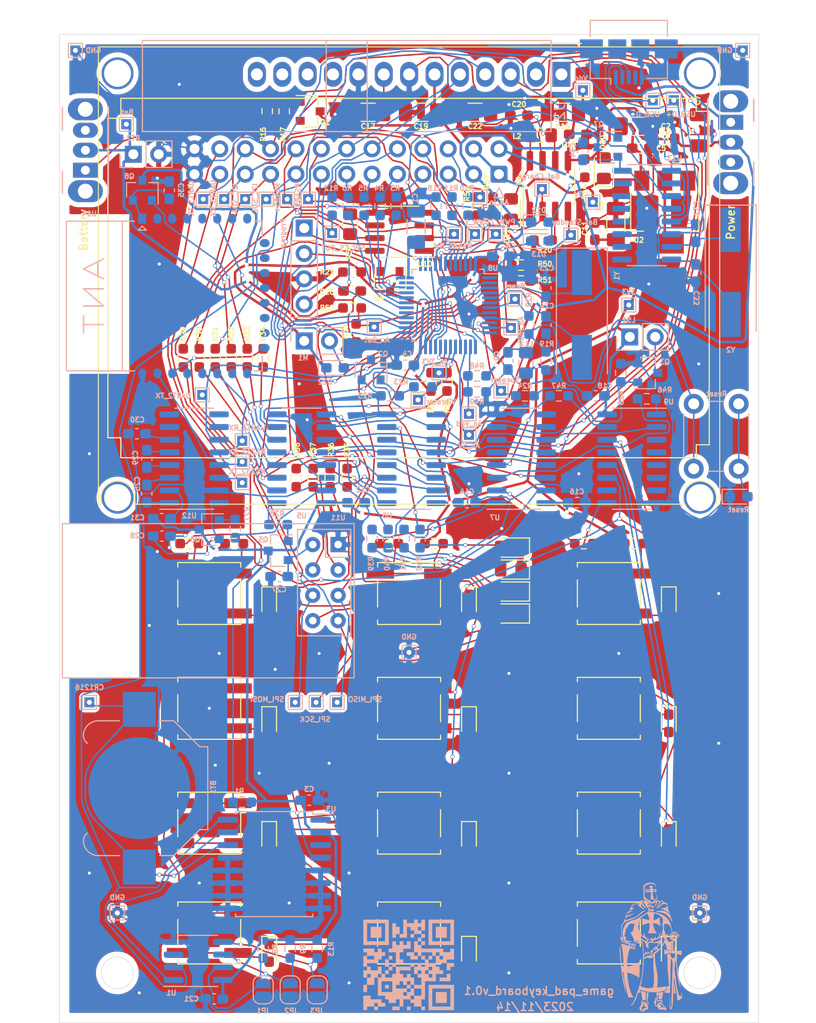
<source format=kicad_pcb>
(kicad_pcb (version 20171130) (host pcbnew "(5.1.7)-1")
  (title_block (title game_pad_keyboard) (date 2023-11-14) (rev v0.1) (company piro.tex))
  (layers (0 F.Cu signal) (31 B.Cu signal) (34 B.Paste user) (35 F.Paste user) (36 B.SilkS user) (37 F.SilkS user) (38 B.Mask user) (39 F.Mask user) (44 Edge.Cuts user))
  (net 0 "")
  (net 1 GND)
  (net 2 +BATT)
  (net 3 +3V3)
  (net 4 +5V)
  (net 5 VDD)
  (net 6 VDDA)
  (net 7 /osc_1)
  (net 8 /osc_2)
  (net 9 "Net-(C29-Pad2)")
  (net 10 "Net-(D1-Pad2)")
  (net 11 /row_1)
  (net 12 "Net-(D2-Pad2)")
  (net 13 /row_2)
  (net 14 "Net-(D3-Pad2)")
  (net 15 /row_3)
  (net 16 "Net-(D4-Pad2)")
  (net 17 /row_4)
  (net 18 "Net-(D5-Pad2)")
  (net 19 "Net-(D6-Pad2)")
  (net 20 "Net-(D7-Pad2)")
  (net 21 "Net-(D8-Pad2)")
  (net 22 "Net-(D10-Pad2)")
  (net 23 /bat_chrg)
  (net 24 /bat_stby)
  (net 25 "Net-(D16-Pad2)")
  (net 26 "Net-(D17-Pad2)")
  (net 27 /led_1)
  (net 28 /led_2)
  (net 29 /led_3)
  (net 30 /led_4)
  (net 31 "Net-(DS1-Pad13)")
  (net 32 "Net-(DS1-Pad12)")
  (net 33 "Net-(DS1-Pad11)")
  (net 34 "Net-(DS1-Pad10)")
  (net 35 /spi_mosi)
  (net 36 /spi_sck)
  (net 37 /display_rs)
  (net 38 /display_rse)
  (net 39 /display_cs)
  (net 40 /usb_d-)
  (net 41 /usb_d+)
  (net 42 "Net-(J1-Pad4)")
  (net 43 /rs232_tx)
  (net 44 /uart3_tx)
  (net 45 /rs485+)
  (net 46 /rs485-)
  (net 47 "Net-(J2-Pad10)")
  (net 48 "Net-(J2-Pad8)")
  (net 49 "Net-(J2-Pad6)")
  (net 50 /rs232_rx)
  (net 51 /uart3_rx)
  (net 52 /i2c_sda)
  (net 53 /i2c_scl)
  (net 54 /spi_miso)
  (net 55 "Net-(J2-Pad13)")
  (net 56 "Net-(J2-Pad11)")
  (net 57 "Net-(J2-Pad9)")
  (net 58 "Net-(J2-Pad7)")
  (net 59 /analog_in)
  (net 60 "Net-(J3-Pad4)")
  (net 61 /swdio)
  (net 62 /swdclk)
  (net 63 /nrf_irq)
  (net 64 /nrf_cs)
  (net 65 /nrf_ce)
  (net 66 "Net-(JP1-Pad1)")
  (net 67 "Net-(JP2-Pad1)")
  (net 68 "Net-(JP3-Pad1)")
  (net 69 "Net-(LS1-Pad2)")
  (net 70 "Net-(Q1-Pad1)")
  (net 71 "Net-(Q2-Pad1)")
  (net 72 "Net-(Q3-Pad1)")
  (net 73 /rs485_power)
  (net 74 /rs232_power)
  (net 75 /nrf_power)
  (net 76 /ch340_power)
  (net 77 /jdy_power)
  (net 78 /column_1)
  (net 79 /trigger_lt)
  (net 80 /trigger_lb)
  (net 81 /gpio_pa9)
  (net 82 /gpio_pa10)
  (net 83 /gpio_pa11)
  (net 84 /gpio_pa12)
  (net 85 /column_2)
  (net 86 /pwm_1)
  (net 87 /pwm_2)
  (net 88 /spi_cs_out)
  (net 89 /trigger_rt)
  (net 90 /trigger_rb)
  (net 91 /column_3)
  (net 92 /display_backlight)
  (net 93 /vibrator)
  (net 94 /speaker)
  (net 95 "Net-(R30-Pad2)")
  (net 96 "Net-(R31-Pad2)")
  (net 97 "Net-(R32-Pad2)")
  (net 98 "Net-(R33-Pad2)")
  (net 99 "Net-(R34-Pad2)")
  (net 100 "Net-(R35-Pad2)")
  (net 101 "Net-(R36-Pad2)")
  (net 102 /rs485_switch)
  (net 103 "Net-(R37-Pad2)")
  (net 104 /jdy_pwrc)
  (net 105 "Net-(R38-Pad2)")
  (net 106 /jdy_reset)
  (net 107 "Net-(R39-Pad2)")
  (net 108 /rtc_reset)
  (net 109 "Net-(R40-Pad2)")
  (net 110 "Net-(R41-Pad2)")
  (net 111 "Net-(R42-Pad2)")
  (net 112 "Net-(R43-Pad2)")
  (net 113 "Net-(R44-Pad2)")
  (net 114 /165_latch)
  (net 115 /165_oe)
  (net 116 /analog_vdd)
  (net 117 /analog_5v)
  (net 118 /reset)
  (net 119 /analog_bat)
  (net 120 /boot_0)
  (net 121 /analog_3v3)
  (net 122 /analog_in_div)
  (net 123 /uart2_tx)
  (net 124 /uart2_rx)
  (net 125 "Net-(U1-Pad3)")
  (net 126 /595_oe)
  (net 127 /595_latch)
  (net 128 /595_clr)
  (net 129 "Net-(U5-Pad9)")
  (net 130 "Net-(U6-Pad9)")
  (net 131 "Net-(U8-Pad38)")
  (net 132 "Net-(U8-Pad29)")
  (net 133 /jdy_status)
  (net 134 /jdy_broadcast)
  (net 135 "Net-(U8-Pad1)")
  (net 136 "Net-(U9-Pad7)")
  (net 137 "Net-(U12-Pad10)")
  (net 138 "Net-(U12-Pad9)")
  (net 139 "Net-(U13-Pad15)")
  (net 140 "Net-(U13-Pad14)")
  (net 141 "Net-(U13-Pad13)")
  (net 142 "Net-(U13-Pad12)")
  (net 143 "Net-(U13-Pad11)")
  (net 144 "Net-(U13-Pad10)")
  (net 145 "Net-(U13-Pad9)")
  (net 146 "Net-(D12-Pad2)")
  (net 147 "Net-(D18-Pad2)")
  (net 148 "Net-(R28-Pad2)")
  (net 149 "Net-(R29-Pad2)")
  (net 150 "Net-(U9-Pad10)")
  (net 151 /v_cr1216)
  (net 152 "Net-(R27-Pad2)")
  (net 153 "Net-(U3-Pad3)")
  (net 154 "Net-(U3-Pad1)")
  (net 155 "Net-(U7-Pad9)")
  (net 156 "Net-(D15-Pad2)")
  (net 157 "Net-(D21-Pad2)")
  (net 158 "Net-(D22-Pad2)")
  (net 159 "Net-(R19-Pad2)")
  (net 160 "Net-(R20-Pad1)")
  (net 161 "Net-(R45-Pad2)")
  (net 162 "Net-(R46-Pad2)")
  (net 163 "Net-(R47-Pad2)")
  (net 164 "Net-(U12-Pad8)")
  (net 165 "Net-(U12-Pad7)")
  (net 166 "Net-(U14-Pad21)")
  (net 167 "Net-(U14-Pad18)")
  (net 168 "Net-(U14-Pad16)")
  (net 169 "Net-(U14-Pad15)")
  (net 170 "Net-(U14-Pad14)")
  (net 171 "Net-(U14-Pad13)")
  (net 172 "Net-(U14-Pad12)")
  (net 173 "Net-(U14-Pad11)")
  (net 174 "Net-(U14-Pad10)")
  (net 175 "Net-(U14-Pad9)")
  (net 176 "Net-(U14-Pad8)")
  (net 177 "Net-(U14-Pad7)")
  (net 178 "Net-(U14-Pad5)")
  (net 179 "Net-(U14-Pad4)")
  (net 180 "Net-(U14-Pad3)")
  (net 181 "Net-(U14-Pad2)")
  (net 182 "Net-(J1-Pad1)")
  (net 183 "Net-(C20-Pad1)")
  (net 184 "Net-(C25-Pad2)")
  (net 185 "Net-(C25-Pad1)")
  (net 186 "Net-(C29-Pad1)")
  (net 187 "Net-(C30-Pad2)")
  (net 188 "Net-(C31-Pad2)")
  (net 189 "Net-(C32-Pad1)")
  (net 190 "Net-(C33-Pad1)")
  (net 191 /display_anode)
  (net 192 "Net-(C26-Pad2)")
  (net 193 "Net-(C27-Pad2)")
  (net 194 "Net-(C28-Pad2)")
  (net 195 "Net-(C34-Pad2)")
  (net 196 "Net-(C35-Pad2)")
  (module mine:knight_10x13mm (layer B.Cu) (at 169.2 141.4 180)
    (fp_text reference G*** hide)
    (fp_text value LOGO hide)
  )
  (module mine:qr_code_front_10mm (layer B.Cu) (at 145 143.2 180)
    (fp_text reference G*** hide)
    (fp_text value LOGO hide)
  )
  (module Capacitor_SMD:C_1206_3216Metric_Pad1.33x1.80mm_HandSolder (layer F.Cu) (at 146.2 57.8 180)
    (fp_text reference C19 (at 0 -1.4 180) (layer F.SilkS) (effects (font (size 0.5 0.5) (thickness 0.125))))
    (fp_text value 4.7u)
    (pad 2 smd roundrect (at 1.5625 0 180) (size 1.325 1.8) (layers F.Cu F.Paste F.Mask) (roundrect_rratio 0.1886777358490566) (net 1 GND))
    (pad 1 smd roundrect (at -1.5625 0 180) (size 1.325 1.8) (layers F.Cu F.Paste F.Mask) (roundrect_rratio 0.1886777358490566) (net 3 +3V3))
  )
  (module Package_TO_SOT_SMD:SOT-23 (layer B.Cu) (at 164.9 61.3 180)
    (fp_text reference Q7 (at 0.9 2.3 180) (layer B.SilkS) (effects (font (size 0.5 0.5) (thickness 0.125)) (justify mirror)))
    (fp_text value BSS138)
    (pad 3 smd rect (at 1 0 180) (size 0.9 0.8) (layers B.Cu B.Paste B.Mask) (net 3 +3V3))
    (pad 2 smd rect (at -1 -0.95 180) (size 0.9 0.8) (layers B.Cu B.Paste B.Mask) (net 195 "Net-(C34-Pad2)"))
    (pad 1 smd rect (at -1 0.95 180) (size 0.9 0.8) (layers B.Cu B.Paste B.Mask) (net 76 /ch340_power))
  )
  (module Package_TO_SOT_SMD:SOT-23 (layer F.Cu) (at 135.1 57.7)
    (fp_text reference Q1 (at 1.5 1.1) (layer F.SilkS) (effects (font (size 0.5 0.5) (thickness 0.125))))
    (fp_text value BSS138)
    (pad 3 smd rect (at 1 0) (size 0.9 0.8) (layers F.Cu F.Paste F.Mask) (net 3 +3V3))
    (pad 2 smd rect (at -1 0.95) (size 0.9 0.8) (layers F.Cu F.Paste F.Mask) (net 191 /display_anode))
    (pad 1 smd rect (at -1 -0.95) (size 0.9 0.8) (layers F.Cu F.Paste F.Mask) (net 70 "Net-(Q1-Pad1)"))
  )
  (module Jumper:SolderJumper-2_P1.3mm_Open_RoundedPad1.0x1.5mm (layer B.Cu) (at 135.8 145.7 270)
    (fp_text reference JP3 (at 2.1 0) (layer B.SilkS) (effects (font (size 0.5 0.5) (thickness 0.125)) (justify mirror)))
    (fp_text value A2)
    (pad 2 smd custom (at 0.65 0 270) (size 1 0.5) (layers B.Cu B.Mask) (net 1 GND) (options (clearance outline) (anchor rect)) (primitives (gr_circle (center 0 -0.25) (end 0.5 -0.25) (width 0)) (gr_circle (center 0 0.25) (end 0.5 0.25) (width 0)) (gr_poly (pts (xy 0 0.75) (xy -0.5 0.75) (xy -0.5 -0.75) (xy 0 -0.75)) (width 0))))
    (pad 1 smd custom (at -0.65 0 270) (size 1 0.5) (layers B.Cu B.Mask) (net 68 "Net-(JP3-Pad1)") (options (clearance outline) (anchor rect)) (primitives (gr_circle (center 0 -0.25) (end 0.5 -0.25) (width 0)) (gr_circle (center 0 0.25) (end 0.5 0.25) (width 0)) (gr_poly (pts (xy 0 0.75) (xy 0.5 0.75) (xy 0.5 -0.75) (xy 0 -0.75)) (width 0))))
  )
  (module Jumper:SolderJumper-2_P1.3mm_Open_RoundedPad1.0x1.5mm (layer B.Cu) (at 133.1 145.7 270)
    (fp_text reference JP2 (at 2.1 -0.1) (layer B.SilkS) (effects (font (size 0.5 0.5) (thickness 0.125)) (justify mirror)))
    (fp_text value A1)
    (pad 2 smd custom (at 0.65 0 270) (size 1 0.5) (layers B.Cu B.Mask) (net 1 GND) (options (clearance outline) (anchor rect)) (primitives (gr_circle (center 0 -0.25) (end 0.5 -0.25) (width 0)) (gr_circle (center 0 0.25) (end 0.5 0.25) (width 0)) (gr_poly (pts (xy 0 0.75) (xy -0.5 0.75) (xy -0.5 -0.75) (xy 0 -0.75)) (width 0))))
    (pad 1 smd custom (at -0.65 0 270) (size 1 0.5) (layers B.Cu B.Mask) (net 67 "Net-(JP2-Pad1)") (options (clearance outline) (anchor rect)) (primitives (gr_circle (center 0 -0.25) (end 0.5 -0.25) (width 0)) (gr_circle (center 0 0.25) (end 0.5 0.25) (width 0)) (gr_poly (pts (xy 0 0.75) (xy 0.5 0.75) (xy 0.5 -0.75) (xy 0 -0.75)) (width 0))))
  )
  (module Jumper:SolderJumper-2_P1.3mm_Open_RoundedPad1.0x1.5mm (layer B.Cu) (at 130.4 145.7 270)
    (fp_text reference JP1 (at 2.1 0) (layer B.SilkS) (effects (font (size 0.5 0.5) (thickness 0.125)) (justify mirror)))
    (fp_text value A0)
    (pad 2 smd custom (at 0.65 0 270) (size 1 0.5) (layers B.Cu B.Mask) (net 1 GND) (options (clearance outline) (anchor rect)) (primitives (gr_circle (center 0 -0.25) (end 0.5 -0.25) (width 0)) (gr_circle (center 0 0.25) (end 0.5 0.25) (width 0)) (gr_poly (pts (xy 0 0.75) (xy -0.5 0.75) (xy -0.5 -0.75) (xy 0 -0.75)) (width 0))))
    (pad 1 smd custom (at -0.65 0 270) (size 1 0.5) (layers B.Cu B.Mask) (net 66 "Net-(JP1-Pad1)") (options (clearance outline) (anchor rect)) (primitives (gr_circle (center 0 -0.25) (end 0.5 -0.25) (width 0)) (gr_circle (center 0 0.25) (end 0.5 0.25) (width 0)) (gr_poly (pts (xy 0 0.75) (xy 0.5 0.75) (xy 0.5 -0.75) (xy 0 -0.75)) (width 0))))
  )
  (module Capacitor_SMD:C_0603_1608Metric_Pad1.08x0.95mm_HandSolder (layer B.Cu) (at 163.7 86.2 180)
    (fp_text reference C18 (at -0.9 1 180) (layer B.SilkS) (effects (font (size 0.5 0.5) (thickness 0.125)) (justify mirror)))
    (fp_text value 100n)
    (pad 2 smd roundrect (at 0.8625 0 180) (size 1.075 0.95) (layers B.Cu B.Paste B.Mask) (net 1 GND))
    (pad 1 smd roundrect (at -0.8625 0 180) (size 1.075 0.95) (layers B.Cu B.Paste B.Mask) (net 3 +3V3))
  )
  (module Capacitor_SMD:C_0603_1608Metric_Pad1.08x0.95mm_HandSolder (layer B.Cu) (at 161.8 96.9)
    (fp_text reference C16 (at 0 -1.1) (layer B.SilkS) (effects (font (size 0.5 0.5) (thickness 0.125)) (justify mirror)))
    (fp_text value 100n)
    (pad 2 smd roundrect (at 0.8625 0) (size 1.075 0.95) (layers B.Cu B.Paste B.Mask) (net 1 GND))
    (pad 1 smd roundrect (at -0.8625 0) (size 1.075 0.95) (layers B.Cu B.Paste B.Mask) (net 3 +3V3))
  )
  (module Button_Switch_THT:SW_CuK_OS102011MA1QN1_SPDT_Angled (layer B.Cu) (at 177.2 58.8 270)
    (fp_text reference SW5 hide)
    (fp_text value Power)
    (pad "" thru_hole oval (at 6.1 0 270) (size 2.2 3.5) (drill 1.5) (layers *.Cu *.Mask))
    (pad "" thru_hole oval (at -2.1 0 270) (size 2.2 3.5) (drill 1.5) (layers *.Cu *.Mask))
    (pad 3 thru_hole oval (at 4 0 270) (size 1.5 2.5) (drill 0.9) (layers *.Cu *.Mask))
    (pad 2 thru_hole oval (at 2 0 270) (size 1.5 2.5) (drill 0.9) (layers *.Cu *.Mask) (net 5 VDD))
    (pad 1 thru_hole rect (at 0 0 270) (size 1.5 2.5) (drill 0.9) (layers *.Cu *.Mask) (net 182 "Net-(J1-Pad1)"))
  )
  (module RF_Module:nRF24L01_Breakout (layer B.Cu) (at 137.9 101.1 180)
    (fp_text reference U11 (at 0 2.7 180) (layer B.SilkS) (effects (font (size 0.5 0.5) (thickness 0.125)) (justify mirror)))
    (fp_text value NRF24L01_Breakout)
    (pad 8 thru_hole circle (at 2.54 -7.62 180) (size 1.524 1.524) (drill 0.762) (layers *.Cu *.Mask) (net 63 /nrf_irq))
    (pad 7 thru_hole circle (at 0 -7.62 180) (size 1.524 1.524) (drill 0.762) (layers *.Cu *.Mask) (net 54 /spi_miso))
    (pad 6 thru_hole circle (at 2.54 -5.08 180) (size 1.524 1.524) (drill 0.762) (layers *.Cu *.Mask) (net 35 /spi_mosi))
    (pad 5 thru_hole circle (at 0 -5.08 180) (size 1.524 1.524) (drill 0.762) (layers *.Cu *.Mask) (net 36 /spi_sck))
    (pad 4 thru_hole circle (at 2.54 -2.54 180) (size 1.524 1.524) (drill 0.762) (layers *.Cu *.Mask) (net 64 /nrf_cs))
    (pad 3 thru_hole circle (at 0 -2.54 180) (size 1.524 1.524) (drill 0.762) (layers *.Cu *.Mask) (net 65 /nrf_ce))
    (pad 2 thru_hole circle (at 2.54 0 180) (size 1.524 1.524) (drill 0.762) (layers *.Cu *.Mask) (net 193 "Net-(C27-Pad2)"))
    (pad 1 thru_hole rect (at 0 0 180) (size 1.524 1.524) (drill 0.762) (layers *.Cu *.Mask) (net 1 GND))
  )
  (module Button_Switch_SMD:SW_SPST_EVPBF (layer F.Cu) (at 165 140)
    (fp_text reference SW13 hide)
    (fp_text value SW_Push)
    (pad 2 smd rect (at 2.88 2) (size 2.75 1) (layers F.Cu F.Paste F.Mask) (net 147 "Net-(D18-Pad2)"))
    (pad 2 smd rect (at -2.88 2) (size 2.75 1) (layers F.Cu F.Paste F.Mask) (net 147 "Net-(D18-Pad2)"))
    (pad 1 smd rect (at -2.88 -2) (size 2.75 1) (layers F.Cu F.Paste F.Mask) (net 91 /column_3))
    (pad 1 smd rect (at 2.88 -2) (size 2.75 1) (layers F.Cu F.Paste F.Mask) (net 91 /column_3))
  )
  (module Button_Switch_SMD:SW_SPST_EVPBF (layer F.Cu) (at 145 140)
    (fp_text reference SW9 hide)
    (fp_text value SW_Push)
    (pad 2 smd rect (at 2.88 2) (size 2.75 1) (layers F.Cu F.Paste F.Mask) (net 21 "Net-(D8-Pad2)"))
    (pad 2 smd rect (at -2.88 2) (size 2.75 1) (layers F.Cu F.Paste F.Mask) (net 21 "Net-(D8-Pad2)"))
    (pad 1 smd rect (at -2.88 -2) (size 2.75 1) (layers F.Cu F.Paste F.Mask) (net 85 /column_2))
    (pad 1 smd rect (at 2.88 -2) (size 2.75 1) (layers F.Cu F.Paste F.Mask) (net 85 /column_2))
  )
  (module Button_Switch_SMD:SW_SPST_EVPBF (layer F.Cu) (at 145 129)
    (fp_text reference SW8 hide)
    (fp_text value SW_Push)
    (pad 2 smd rect (at 2.88 2) (size 2.75 1) (layers F.Cu F.Paste F.Mask) (net 20 "Net-(D7-Pad2)"))
    (pad 2 smd rect (at -2.88 2) (size 2.75 1) (layers F.Cu F.Paste F.Mask) (net 20 "Net-(D7-Pad2)"))
    (pad 1 smd rect (at -2.88 -2) (size 2.75 1) (layers F.Cu F.Paste F.Mask) (net 85 /column_2))
    (pad 1 smd rect (at 2.88 -2) (size 2.75 1) (layers F.Cu F.Paste F.Mask) (net 85 /column_2))
  )
  (module Button_Switch_SMD:SW_SPST_EVPBF (layer F.Cu) (at 125 140)
    (fp_text reference SW4 hide)
    (fp_text value SW_Push)
    (pad 2 smd rect (at 2.88 2) (size 2.75 1) (layers F.Cu F.Paste F.Mask) (net 16 "Net-(D4-Pad2)"))
    (pad 2 smd rect (at -2.88 2) (size 2.75 1) (layers F.Cu F.Paste F.Mask) (net 16 "Net-(D4-Pad2)"))
    (pad 1 smd rect (at -2.88 -2) (size 2.75 1) (layers F.Cu F.Paste F.Mask) (net 78 /column_1))
    (pad 1 smd rect (at 2.88 -2) (size 2.75 1) (layers F.Cu F.Paste F.Mask) (net 78 /column_1))
  )
  (module Button_Switch_SMD:SW_SPST_EVPBF (layer F.Cu) (at 165 129)
    (fp_text reference SW12 hide)
    (fp_text value SW_Push)
    (pad 2 smd rect (at 2.88 2) (size 2.75 1) (layers F.Cu F.Paste F.Mask) (net 26 "Net-(D17-Pad2)"))
    (pad 2 smd rect (at -2.88 2) (size 2.75 1) (layers F.Cu F.Paste F.Mask) (net 26 "Net-(D17-Pad2)"))
    (pad 1 smd rect (at -2.88 -2) (size 2.75 1) (layers F.Cu F.Paste F.Mask) (net 91 /column_3))
    (pad 1 smd rect (at 2.88 -2) (size 2.75 1) (layers F.Cu F.Paste F.Mask) (net 91 /column_3))
  )
  (module Button_Switch_SMD:SW_SPST_EVPBF (layer F.Cu) (at 125 129)
    (fp_text reference SW3 hide)
    (fp_text value SW_Push)
    (pad 2 smd rect (at 2.88 2) (size 2.75 1) (layers F.Cu F.Paste F.Mask) (net 14 "Net-(D3-Pad2)"))
    (pad 2 smd rect (at -2.88 2) (size 2.75 1) (layers F.Cu F.Paste F.Mask) (net 14 "Net-(D3-Pad2)"))
    (pad 1 smd rect (at -2.88 -2) (size 2.75 1) (layers F.Cu F.Paste F.Mask) (net 78 /column_1))
    (pad 1 smd rect (at 2.88 -2) (size 2.75 1) (layers F.Cu F.Paste F.Mask) (net 78 /column_1))
  )
  (module Button_Switch_SMD:SW_SPST_EVPBF (layer F.Cu) (at 165 117.5)
    (fp_text reference SW11 hide)
    (fp_text value SW_Push)
    (pad 2 smd rect (at 2.88 2) (size 2.75 1) (layers F.Cu F.Paste F.Mask) (net 25 "Net-(D16-Pad2)"))
    (pad 2 smd rect (at -2.88 2) (size 2.75 1) (layers F.Cu F.Paste F.Mask) (net 25 "Net-(D16-Pad2)"))
    (pad 1 smd rect (at -2.88 -2) (size 2.75 1) (layers F.Cu F.Paste F.Mask) (net 91 /column_3))
    (pad 1 smd rect (at 2.88 -2) (size 2.75 1) (layers F.Cu F.Paste F.Mask) (net 91 /column_3))
  )
  (module Button_Switch_SMD:SW_SPST_EVPBF (layer F.Cu) (at 165 106)
    (fp_text reference SW10 hide)
    (fp_text value SW_Push)
    (pad 2 smd rect (at 2.88 2) (size 2.75 1) (layers F.Cu F.Paste F.Mask) (net 156 "Net-(D15-Pad2)"))
    (pad 2 smd rect (at -2.88 2) (size 2.75 1) (layers F.Cu F.Paste F.Mask) (net 156 "Net-(D15-Pad2)"))
    (pad 1 smd rect (at -2.88 -2) (size 2.75 1) (layers F.Cu F.Paste F.Mask) (net 91 /column_3))
    (pad 1 smd rect (at 2.88 -2) (size 2.75 1) (layers F.Cu F.Paste F.Mask) (net 91 /column_3))
  )
  (module Button_Switch_SMD:SW_SPST_EVPBF (layer F.Cu) (at 145 117.5)
    (fp_text reference SW7 hide)
    (fp_text value SW_Push)
    (pad 2 smd rect (at 2.88 2) (size 2.75 1) (layers F.Cu F.Paste F.Mask) (net 19 "Net-(D6-Pad2)"))
    (pad 2 smd rect (at -2.88 2) (size 2.75 1) (layers F.Cu F.Paste F.Mask) (net 19 "Net-(D6-Pad2)"))
    (pad 1 smd rect (at -2.88 -2) (size 2.75 1) (layers F.Cu F.Paste F.Mask) (net 85 /column_2))
    (pad 1 smd rect (at 2.88 -2) (size 2.75 1) (layers F.Cu F.Paste F.Mask) (net 85 /column_2))
  )
  (module Button_Switch_SMD:SW_SPST_EVPBF (layer F.Cu) (at 145 106)
    (fp_text reference SW6 hide)
    (fp_text value SW_Push)
    (pad 2 smd rect (at 2.88 2) (size 2.75 1) (layers F.Cu F.Paste F.Mask) (net 18 "Net-(D5-Pad2)"))
    (pad 2 smd rect (at -2.88 2) (size 2.75 1) (layers F.Cu F.Paste F.Mask) (net 18 "Net-(D5-Pad2)"))
    (pad 1 smd rect (at -2.88 -2) (size 2.75 1) (layers F.Cu F.Paste F.Mask) (net 85 /column_2))
    (pad 1 smd rect (at 2.88 -2) (size 2.75 1) (layers F.Cu F.Paste F.Mask) (net 85 /column_2))
  )
  (module Button_Switch_SMD:SW_SPST_EVPBF (layer F.Cu) (at 125 117.5)
    (fp_text reference SW2 hide)
    (fp_text value SW_Push)
    (pad 2 smd rect (at 2.88 2) (size 2.75 1) (layers F.Cu F.Paste F.Mask) (net 12 "Net-(D2-Pad2)"))
    (pad 2 smd rect (at -2.88 2) (size 2.75 1) (layers F.Cu F.Paste F.Mask) (net 12 "Net-(D2-Pad2)"))
    (pad 1 smd rect (at -2.88 -2) (size 2.75 1) (layers F.Cu F.Paste F.Mask) (net 78 /column_1))
    (pad 1 smd rect (at 2.88 -2) (size 2.75 1) (layers F.Cu F.Paste F.Mask) (net 78 /column_1))
  )
  (module Button_Switch_SMD:SW_SPST_EVPBF (layer F.Cu) (at 125 106)
    (fp_text reference SW1 hide)
    (fp_text value SW_Push)
    (pad 2 smd rect (at 2.88 2) (size 2.75 1) (layers F.Cu F.Paste F.Mask) (net 10 "Net-(D1-Pad2)"))
    (pad 2 smd rect (at -2.88 2) (size 2.75 1) (layers F.Cu F.Paste F.Mask) (net 10 "Net-(D1-Pad2)"))
    (pad 1 smd rect (at -2.88 -2) (size 2.75 1) (layers F.Cu F.Paste F.Mask) (net 78 /column_1))
    (pad 1 smd rect (at 2.88 -2) (size 2.75 1) (layers F.Cu F.Paste F.Mask) (net 78 /column_1))
  )
  (module Crystal:Crystal_SMD_HC49-SD (layer B.Cu) (at 177.2 73.8 270)
    (fp_text reference Y2 (at 7.8 0) (layer B.SilkS) (effects (font (size 0.5 0.5) (thickness 0.125)) (justify mirror)))
    (fp_text value 12MHz)
    (pad 2 smd rect (at 4.25 0 270) (size 4.5 2) (layers B.Cu B.Paste B.Mask) (net 190 "Net-(C33-Pad1)"))
    (pad 1 smd rect (at -4.25 0 270) (size 4.5 2) (layers B.Cu B.Paste B.Mask) (net 189 "Net-(C32-Pad1)"))
  )
  (module Crystal:Crystal_SMD_HC49-SD (layer B.Cu) (at 162.3 78.1 270)
    (fp_text reference Y1 (at -3.9 -3.5 270) (layer B.SilkS) (effects (font (size 0.5 0.5) (thickness 0.125)) (justify mirror)))
    (fp_text value 8MHz)
    (pad 2 smd rect (at 4.25 0 270) (size 4.5 2) (layers B.Cu B.Paste B.Mask) (net 8 /osc_2))
    (pad 1 smd rect (at -4.25 0 270) (size 4.5 2) (layers B.Cu B.Paste B.Mask) (net 7 /osc_1))
  )
  (module Battery:BatteryHolder_Keystone_3000_1x12mm (layer B.Cu) (at 118 125.5 90)
    (fp_text reference BT1 (at 0.1 7.4 90) (layer B.SilkS) (effects (font (size 0.5 0.5) (thickness 0.125)) (justify mirror)))
    (fp_text value CR1216)
    (pad 2 smd circle (at 0 0 90) (size 10.2 10.2) (layers B.Cu B.Mask) (net 1 GND))
    (pad 1 smd rect (at 7.9 0 90) (size 3.5 3.3) (layers B.Cu B.Paste B.Mask) (net 151 /v_cr1216))
    (pad 1 smd rect (at -7.9 0 90) (size 3.5 3.3) (layers B.Cu B.Paste B.Mask) (net 151 /v_cr1216))
  )
  (module Button_Switch_THT:SW_PUSH_6mm (layer B.Cu) (at 178 93.5 90)
    (fp_text reference SW14 hide)
    (fp_text value Reset)
    (pad 1 thru_hole circle (at 6.5 0) (size 2 2) (drill 1.1) (layers *.Cu *.Mask) (net 22 "Net-(D10-Pad2)"))
    (pad 2 thru_hole circle (at 6.5 -4.5) (size 2 2) (drill 1.1) (layers *.Cu *.Mask) (net 159 "Net-(R19-Pad2)"))
    (pad 1 thru_hole circle (at 0 0) (size 2 2) (drill 1.1) (layers *.Cu *.Mask) (net 22 "Net-(D10-Pad2)"))
    (pad 2 thru_hole circle (at 0 -4.5) (size 2 2) (drill 1.1) (layers *.Cu *.Mask) (net 159 "Net-(R19-Pad2)"))
  )
  (module mine:JDY-23 (layer B.Cu) (at 120.5 76.2 180)
    (fp_text reference U14 (at 7.5 8.25 180) (layer B.SilkS) (effects (font (size 0.5 0.5) (thickness 0.125)) (justify mirror)))
    (fp_text value JDY-23)
    (fp_text user ANT (at 7 0 270) (layer B.SilkS) (effects (font (size 2 3)) (justify mirror)))
    (pad 24 smd oval (at 2.2 -7.75 180) (size 0.8 1) (layers B.Cu B.Paste B.Mask) (net 1 GND))
    (pad 23 smd oval (at 0.7 -7.75 180) (size 0.8 1) (layers B.Cu B.Paste B.Mask) (net 106 /jdy_reset))
    (pad 22 smd oval (at -0.8 -7.75 180) (size 0.8 1) (layers B.Cu B.Paste B.Mask) (net 104 /jdy_pwrc))
    (pad 21 smd oval (at -2.3 -7.75 180) (size 0.8 1) (layers B.Cu B.Paste B.Mask) (net 166 "Net-(U14-Pad21)"))
    (pad 20 smd oval (at -3.8 -7.75 180) (size 0.8 1) (layers B.Cu B.Paste B.Mask) (net 123 /uart2_tx))
    (pad 19 smd oval (at -5.3 -7.75 180) (size 0.8 1) (layers B.Cu B.Paste B.Mask) (net 124 /uart2_rx))
    (pad 18 smd oval (at -6.8 -7.75 180) (size 0.8 1) (layers B.Cu B.Paste B.Mask) (net 167 "Net-(U14-Pad18)"))
    (pad 17 smd oval (at -8.3 -7.75 180) (size 0.8 1) (layers B.Cu B.Paste B.Mask) (net 134 /jdy_broadcast))
    (pad 16 smd oval (at -10.05 -5.2 180) (size 1 0.8) (layers B.Cu B.Paste B.Mask) (net 168 "Net-(U14-Pad16)"))
    (pad 15 smd oval (at -10.05 -3.7 180) (size 1 0.8) (layers B.Cu B.Paste B.Mask) (net 169 "Net-(U14-Pad15)"))
    (pad 14 smd oval (at -10.05 -2.2 180) (size 1 0.8) (layers B.Cu B.Paste B.Mask) (net 170 "Net-(U14-Pad14)"))
    (pad 13 smd oval (at -10.05 -0.7 180) (size 1 0.8) (layers B.Cu B.Paste B.Mask) (net 171 "Net-(U14-Pad13)"))
    (pad 12 smd oval (at -10.05 0.8 180) (size 1 0.8) (layers B.Cu B.Paste B.Mask) (net 172 "Net-(U14-Pad12)"))
    (pad 11 smd oval (at -10.05 2.3 180) (size 1 0.8) (layers B.Cu B.Paste B.Mask) (net 173 "Net-(U14-Pad11)"))
    (pad 10 smd oval (at -10.05 3.8 180) (size 1 0.8) (layers B.Cu B.Paste B.Mask) (net 174 "Net-(U14-Pad10)"))
    (pad 9 smd oval (at -10.05 5.3 180) (size 1 0.8) (layers B.Cu B.Paste B.Mask) (net 175 "Net-(U14-Pad9)"))
    (pad 8 smd oval (at -8.3 7.75 180) (size 0.8 1) (layers B.Cu B.Paste B.Mask) (net 176 "Net-(U14-Pad8)"))
    (pad 7 smd oval (at -6.8 7.75 180) (size 0.8 1) (layers B.Cu B.Paste B.Mask) (net 177 "Net-(U14-Pad7)"))
    (pad 6 smd oval (at -5.3 7.75 180) (size 0.8 1) (layers B.Cu B.Paste B.Mask) (net 133 /jdy_status))
    (pad 5 smd oval (at -3.8 7.75 180) (size 0.8 1) (layers B.Cu B.Paste B.Mask) (net 178 "Net-(U14-Pad5)"))
    (pad 4 smd oval (at -2.3 7.75 180) (size 0.8 1) (layers B.Cu B.Paste B.Mask) (net 179 "Net-(U14-Pad4)"))
    (pad 3 smd oval (at -0.8 7.75 180) (size 0.8 1) (layers B.Cu B.Paste B.Mask) (net 180 "Net-(U14-Pad3)"))
    (pad 2 smd oval (at 0.7 7.75 180) (size 0.8 1) (layers B.Cu B.Paste B.Mask) (net 181 "Net-(U14-Pad2)"))
    (pad 1 smd rect (at 2.2 7.75 180) (size 0.8 1) (layers B.Cu B.Paste B.Mask) (net 196 "Net-(C35-Pad2)"))
  )
  (module Package_SO:SOIC-16_3.9x9.9mm_P1.27mm (layer B.Cu) (at 168.8 68.1 180)
    (fp_text reference U13 (at -2.8 5.7 180) (layer B.SilkS) (effects (font (size 0.5 0.5) (thickness 0.125)) (justify mirror)))
    (fp_text value CH340G)
    (pad 16 smd roundrect (at 2.475 4.445 180) (size 1.95 0.6) (layers B.Cu B.Paste B.Mask) (net 195 "Net-(C34-Pad2)"))
    (pad 15 smd roundrect (at 2.475 3.175 180) (size 1.95 0.6) (layers B.Cu B.Paste B.Mask) (net 139 "Net-(U13-Pad15)"))
    (pad 14 smd roundrect (at 2.475 1.905 180) (size 1.95 0.6) (layers B.Cu B.Paste B.Mask) (net 140 "Net-(U13-Pad14)"))
    (pad 13 smd roundrect (at 2.475 0.635 180) (size 1.95 0.6) (layers B.Cu B.Paste B.Mask) (net 141 "Net-(U13-Pad13)"))
    (pad 12 smd roundrect (at 2.475 -0.635 180) (size 1.95 0.6) (layers B.Cu B.Paste B.Mask) (net 142 "Net-(U13-Pad12)"))
    (pad 11 smd roundrect (at 2.475 -1.905 180) (size 1.95 0.6) (layers B.Cu B.Paste B.Mask) (net 143 "Net-(U13-Pad11)"))
    (pad 10 smd roundrect (at 2.475 -3.175 180) (size 1.95 0.6) (layers B.Cu B.Paste B.Mask) (net 144 "Net-(U13-Pad10)"))
    (pad 9 smd roundrect (at 2.475 -4.445 180) (size 1.95 0.6) (layers B.Cu B.Paste B.Mask) (net 145 "Net-(U13-Pad9)"))
    (pad 8 smd roundrect (at -2.475 -4.445 180) (size 1.95 0.6) (layers B.Cu B.Paste B.Mask) (net 190 "Net-(C33-Pad1)"))
    (pad 7 smd roundrect (at -2.475 -3.175 180) (size 1.95 0.6) (layers B.Cu B.Paste B.Mask) (net 189 "Net-(C32-Pad1)"))
    (pad 6 smd roundrect (at -2.475 -1.905 180) (size 1.95 0.6) (layers B.Cu B.Paste B.Mask) (net 40 /usb_d-))
    (pad 5 smd roundrect (at -2.475 -0.635 180) (size 1.95 0.6) (layers B.Cu B.Paste B.Mask) (net 41 /usb_d+))
    (pad 4 smd roundrect (at -2.475 0.635 180) (size 1.95 0.6) (layers B.Cu B.Paste B.Mask) (net 195 "Net-(C34-Pad2)"))
    (pad 3 smd roundrect (at -2.475 1.905 180) (size 1.95 0.6) (layers B.Cu B.Paste B.Mask) (net 44 /uart3_tx))
    (pad 2 smd roundrect (at -2.475 3.175 180) (size 1.95 0.6) (layers B.Cu B.Paste B.Mask) (net 51 /uart3_rx))
    (pad 1 smd roundrect (at -2.475 4.445 180) (size 1.95 0.6) (layers B.Cu B.Paste B.Mask) (net 1 GND))
  )
  (module Package_SO:SOIC-16_3.9x9.9mm_P1.27mm (layer B.Cu) (at 123.5 92.5)
    (fp_text reference U12 (at -0.5 5.7) (layer B.SilkS) (effects (font (size 0.5 0.5) (thickness 0.125)) (justify mirror)))
    (fp_text value MAX3232)
    (pad 16 smd roundrect (at 2.475 4.445) (size 1.95 0.6) (layers B.Cu B.Paste B.Mask) (net 194 "Net-(C28-Pad2)"))
    (pad 15 smd roundrect (at 2.475 3.175) (size 1.95 0.6) (layers B.Cu B.Paste B.Mask) (net 1 GND))
    (pad 14 smd roundrect (at 2.475 1.905) (size 1.95 0.6) (layers B.Cu B.Paste B.Mask) (net 43 /rs232_tx))
    (pad 13 smd roundrect (at 2.475 0.635) (size 1.95 0.6) (layers B.Cu B.Paste B.Mask) (net 50 /rs232_rx))
    (pad 12 smd roundrect (at 2.475 -0.635) (size 1.95 0.6) (layers B.Cu B.Paste B.Mask) (net 124 /uart2_rx))
    (pad 11 smd roundrect (at 2.475 -1.905) (size 1.95 0.6) (layers B.Cu B.Paste B.Mask) (net 123 /uart2_tx))
    (pad 10 smd roundrect (at 2.475 -3.175) (size 1.95 0.6) (layers B.Cu B.Paste B.Mask) (net 137 "Net-(U12-Pad10)"))
    (pad 9 smd roundrect (at 2.475 -4.445) (size 1.95 0.6) (layers B.Cu B.Paste B.Mask) (net 138 "Net-(U12-Pad9)"))
    (pad 8 smd roundrect (at -2.475 -4.445) (size 1.95 0.6) (layers B.Cu B.Paste B.Mask) (net 164 "Net-(U12-Pad8)"))
    (pad 7 smd roundrect (at -2.475 -3.175) (size 1.95 0.6) (layers B.Cu B.Paste B.Mask) (net 165 "Net-(U12-Pad7)"))
    (pad 6 smd roundrect (at -2.475 -1.905) (size 1.95 0.6) (layers B.Cu B.Paste B.Mask) (net 187 "Net-(C30-Pad2)"))
    (pad 5 smd roundrect (at -2.475 -0.635) (size 1.95 0.6) (layers B.Cu B.Paste B.Mask) (net 9 "Net-(C29-Pad2)"))
    (pad 4 smd roundrect (at -2.475 0.635) (size 1.95 0.6) (layers B.Cu B.Paste B.Mask) (net 186 "Net-(C29-Pad1)"))
    (pad 3 smd roundrect (at -2.475 1.905) (size 1.95 0.6) (layers B.Cu B.Paste B.Mask) (net 184 "Net-(C25-Pad2)"))
    (pad 2 smd roundrect (at -2.475 3.175) (size 1.95 0.6) (layers B.Cu B.Paste B.Mask) (net 188 "Net-(C31-Pad2)"))
    (pad 1 smd roundrect (at -2.475 4.445) (size 1.95 0.6) (layers B.Cu B.Paste B.Mask) (net 185 "Net-(C25-Pad1)"))
  )
  (module Package_SO:SOIC-8_3.9x4.9mm_P1.27mm (layer F.Cu) (at 144.0505 69.7663 180)
    (fp_text reference U10 (at -2.5495 -3.2337 180) (layer F.SilkS) (effects (font (size 0.5 0.5) (thickness 0.125))))
    (fp_text value ADM3485)
    (pad 8 smd roundrect (at 2.475 -1.905 180) (size 1.95 0.6) (layers F.Cu F.Paste F.Mask) (net 192 "Net-(C26-Pad2)"))
    (pad 7 smd roundrect (at 2.475 -0.635 180) (size 1.95 0.6) (layers F.Cu F.Paste F.Mask) (net 45 /rs485+))
    (pad 6 smd roundrect (at 2.475 0.635 180) (size 1.95 0.6) (layers F.Cu F.Paste F.Mask) (net 46 /rs485-))
    (pad 5 smd roundrect (at 2.475 1.905 180) (size 1.95 0.6) (layers F.Cu F.Paste F.Mask) (net 1 GND))
    (pad 4 smd roundrect (at -2.475 1.905 180) (size 1.95 0.6) (layers F.Cu F.Paste F.Mask) (net 44 /uart3_tx))
    (pad 3 smd roundrect (at -2.475 0.635 180) (size 1.95 0.6) (layers F.Cu F.Paste F.Mask) (net 102 /rs485_switch))
    (pad 2 smd roundrect (at -2.475 -0.635 180) (size 1.95 0.6) (layers F.Cu F.Paste F.Mask) (net 102 /rs485_switch))
    (pad 1 smd roundrect (at -2.475 -1.905 180) (size 1.95 0.6) (layers F.Cu F.Paste F.Mask) (net 51 /uart3_rx))
  )
  (module Package_SO:SOIC-16_3.9x9.9mm_P1.27mm (layer B.Cu) (at 167.3 92.5 180)
    (fp_text reference U9 (at -3.7 5.7 180) (layer B.SilkS) (effects (font (size 0.5 0.5) (thickness 0.125)) (justify mirror)))
    (fp_text value 74HC165)
    (pad 16 smd roundrect (at 2.475 4.445 180) (size 1.95 0.6) (layers B.Cu B.Paste B.Mask) (net 3 +3V3))
    (pad 15 smd roundrect (at 2.475 3.175 180) (size 1.95 0.6) (layers B.Cu B.Paste B.Mask) (net 115 /165_oe))
    (pad 14 smd roundrect (at 2.475 1.905 180) (size 1.95 0.6) (layers B.Cu B.Paste B.Mask) (net 17 /row_4))
    (pad 13 smd roundrect (at 2.475 0.635 180) (size 1.95 0.6) (layers B.Cu B.Paste B.Mask) (net 15 /row_3))
    (pad 12 smd roundrect (at 2.475 -0.635 180) (size 1.95 0.6) (layers B.Cu B.Paste B.Mask) (net 13 /row_2))
    (pad 11 smd roundrect (at 2.475 -1.905 180) (size 1.95 0.6) (layers B.Cu B.Paste B.Mask) (net 11 /row_1))
    (pad 10 smd roundrect (at 2.475 -3.175 180) (size 1.95 0.6) (layers B.Cu B.Paste B.Mask) (net 150 "Net-(U9-Pad10)"))
    (pad 9 smd roundrect (at 2.475 -4.445 180) (size 1.95 0.6) (layers B.Cu B.Paste B.Mask) (net 54 /spi_miso))
    (pad 8 smd roundrect (at -2.475 -4.445 180) (size 1.95 0.6) (layers B.Cu B.Paste B.Mask) (net 1 GND))
    (pad 7 smd roundrect (at -2.475 -3.175 180) (size 1.95 0.6) (layers B.Cu B.Paste B.Mask) (net 136 "Net-(U9-Pad7)"))
    (pad 6 smd roundrect (at -2.475 -1.905 180) (size 1.95 0.6) (layers B.Cu B.Paste B.Mask) (net 90 /trigger_rb))
    (pad 5 smd roundrect (at -2.475 -0.635 180) (size 1.95 0.6) (layers B.Cu B.Paste B.Mask) (net 80 /trigger_lb))
    (pad 4 smd roundrect (at -2.475 0.635 180) (size 1.95 0.6) (layers B.Cu B.Paste B.Mask) (net 89 /trigger_rt))
    (pad 3 smd roundrect (at -2.475 1.905 180) (size 1.95 0.6) (layers B.Cu B.Paste B.Mask) (net 79 /trigger_lt))
    (pad 2 smd roundrect (at -2.475 3.175 180) (size 1.95 0.6) (layers B.Cu B.Paste B.Mask) (net 36 /spi_sck))
    (pad 1 smd roundrect (at -2.475 4.445 180) (size 1.95 0.6) (layers B.Cu B.Paste B.Mask) (net 114 /165_latch))
  )
  (module Package_QFP:LQFP-48_7x7mm_P0.5mm (layer B.Cu) (at 148.9 77.1313 180)
    (fp_text reference U8 (at -4.5 3.7313 180) (layer B.SilkS) (effects (font (size 0.5 0.5) (thickness 0.125)) (justify mirror)))
    (fp_text value STM32F103C6Tx)
    (pad 48 smd roundrect (at -2.75 4.1625 180) (size 0.3 1.475) (layers B.Cu B.Paste B.Mask) (net 3 +3V3))
    (pad 47 smd roundrect (at -2.25 4.1625 180) (size 0.3 1.475) (layers B.Cu B.Paste B.Mask) (net 1 GND))
    (pad 46 smd roundrect (at -1.75 4.1625 180) (size 0.3 1.475) (layers B.Cu B.Paste B.Mask) (net 87 /pwm_2))
    (pad 45 smd roundrect (at -1.25 4.1625 180) (size 0.3 1.475) (layers B.Cu B.Paste B.Mask) (net 86 /pwm_1))
    (pad 44 smd roundrect (at -0.75 4.1625 180) (size 0.3 1.475) (layers B.Cu B.Paste B.Mask) (net 120 /boot_0))
    (pad 43 smd roundrect (at -0.25 4.1625 180) (size 0.3 1.475) (layers B.Cu B.Paste B.Mask) (net 52 /i2c_sda))
    (pad 42 smd roundrect (at 0.25 4.1625 180) (size 0.3 1.475) (layers B.Cu B.Paste B.Mask) (net 53 /i2c_scl))
    (pad 41 smd roundrect (at 0.75 4.1625 180) (size 0.3 1.475) (layers B.Cu B.Paste B.Mask) (net 24 /bat_stby))
    (pad 40 smd roundrect (at 1.25 4.1625 180) (size 0.3 1.475) (layers B.Cu B.Paste B.Mask) (net 23 /bat_chrg))
    (pad 39 smd roundrect (at 1.75 4.1625 180) (size 0.3 1.475) (layers B.Cu B.Paste B.Mask) (net 126 /595_oe))
    (pad 38 smd roundrect (at 2.25 4.1625 180) (size 0.3 1.475) (layers B.Cu B.Paste B.Mask) (net 131 "Net-(U8-Pad38)"))
    (pad 37 smd roundrect (at 2.75 4.1625 180) (size 0.3 1.475) (layers B.Cu B.Paste B.Mask) (net 62 /swdclk))
    (pad 36 smd roundrect (at 4.1625 2.75 180) (size 1.475 0.3) (layers B.Cu B.Paste B.Mask) (net 3 +3V3))
    (pad 35 smd roundrect (at 4.1625 2.25 180) (size 1.475 0.3) (layers B.Cu B.Paste B.Mask) (net 1 GND))
    (pad 34 smd roundrect (at 4.1625 1.75 180) (size 1.475 0.3) (layers B.Cu B.Paste B.Mask) (net 61 /swdio))
    (pad 33 smd roundrect (at 4.1625 1.25 180) (size 1.475 0.3) (layers B.Cu B.Paste B.Mask) (net 84 /gpio_pa12))
    (pad 32 smd roundrect (at 4.1625 0.75 180) (size 1.475 0.3) (layers B.Cu B.Paste B.Mask) (net 83 /gpio_pa11))
    (pad 31 smd roundrect (at 4.1625 0.25 180) (size 1.475 0.3) (layers B.Cu B.Paste B.Mask) (net 82 /gpio_pa10))
    (pad 30 smd roundrect (at 4.1625 -0.25 180) (size 1.475 0.3) (layers B.Cu B.Paste B.Mask) (net 81 /gpio_pa9))
    (pad 29 smd roundrect (at 4.1625 -0.75 180) (size 1.475 0.3) (layers B.Cu B.Paste B.Mask) (net 132 "Net-(U8-Pad29)"))
    (pad 28 smd roundrect (at 4.1625 -1.25 180) (size 1.475 0.3) (layers B.Cu B.Paste B.Mask) (net 35 /spi_mosi))
    (pad 27 smd roundrect (at 4.1625 -1.75 180) (size 1.475 0.3) (layers B.Cu B.Paste B.Mask) (net 54 /spi_miso))
    (pad 26 smd roundrect (at 4.1625 -2.25 180) (size 1.475 0.3) (layers B.Cu B.Paste B.Mask) (net 36 /spi_sck))
    (pad 25 smd roundrect (at 4.1625 -2.75 180) (size 1.475 0.3) (layers B.Cu B.Paste B.Mask) (net 88 /spi_cs_out))
    (pad 24 smd roundrect (at 2.75 -4.1625 180) (size 0.3 1.475) (layers B.Cu B.Paste B.Mask) (net 3 +3V3))
    (pad 23 smd roundrect (at 2.25 -4.1625 180) (size 0.3 1.475) (layers B.Cu B.Paste B.Mask) (net 1 GND))
    (pad 22 smd roundrect (at 1.75 -4.1625 180) (size 0.3 1.475) (layers B.Cu B.Paste B.Mask) (net 51 /uart3_rx))
    (pad 21 smd roundrect (at 1.25 -4.1625 180) (size 0.3 1.475) (layers B.Cu B.Paste B.Mask) (net 44 /uart3_tx))
    (pad 20 smd roundrect (at 0.75 -4.1625 180) (size 0.3 1.475) (layers B.Cu B.Paste B.Mask) (net 127 /595_latch))
    (pad 19 smd roundrect (at 0.25 -4.1625 180) (size 0.3 1.475) (layers B.Cu B.Paste B.Mask) (net 128 /595_clr))
    (pad 18 smd roundrect (at -0.25 -4.1625 180) (size 0.3 1.475) (layers B.Cu B.Paste B.Mask) (net 93 /vibrator))
    (pad 17 smd roundrect (at -0.75 -4.1625 180) (size 0.3 1.475) (layers B.Cu B.Paste B.Mask) (net 121 /analog_3v3))
    (pad 16 smd roundrect (at -1.25 -4.1625 180) (size 0.3 1.475) (layers B.Cu B.Paste B.Mask) (net 119 /analog_bat))
    (pad 15 smd roundrect (at -1.75 -4.1625 180) (size 0.3 1.475) (layers B.Cu B.Paste B.Mask) (net 117 /analog_5v))
    (pad 14 smd roundrect (at -2.25 -4.1625 180) (size 0.3 1.475) (layers B.Cu B.Paste B.Mask) (net 116 /analog_vdd))
    (pad 13 smd roundrect (at -2.75 -4.1625 180) (size 0.3 1.475) (layers B.Cu B.Paste B.Mask) (net 124 /uart2_rx))
    (pad 12 smd roundrect (at -4.1625 -2.75 180) (size 1.475 0.3) (layers B.Cu B.Paste B.Mask) (net 123 /uart2_tx))
    (pad 11 smd roundrect (at -4.1625 -2.25 180) (size 1.475 0.3) (layers B.Cu B.Paste B.Mask) (net 122 /analog_in_div))
    (pad 10 smd roundrect (at -4.1625 -1.75 180) (size 1.475 0.3) (layers B.Cu B.Paste B.Mask) (net 94 /speaker))
    (pad 9 smd roundrect (at -4.1625 -1.25 180) (size 1.475 0.3) (layers B.Cu B.Paste B.Mask) (net 6 VDDA))
    (pad 8 smd roundrect (at -4.1625 -0.75 180) (size 1.475 0.3) (layers B.Cu B.Paste B.Mask) (net 1 GND))
    (pad 7 smd roundrect (at -4.1625 -0.25 180) (size 1.475 0.3) (layers B.Cu B.Paste B.Mask) (net 118 /reset))
    (pad 6 smd roundrect (at -4.1625 0.25 180) (size 1.475 0.3) (layers B.Cu B.Paste B.Mask) (net 8 /osc_2))
    (pad 5 smd roundrect (at -4.1625 0.75 180) (size 1.475 0.3) (layers B.Cu B.Paste B.Mask) (net 7 /osc_1))
    (pad 4 smd roundrect (at -4.1625 1.25 180) (size 1.475 0.3) (layers B.Cu B.Paste B.Mask) (net 63 /nrf_irq))
    (pad 3 smd roundrect (at -4.1625 1.75 180) (size 1.475 0.3) (layers B.Cu B.Paste B.Mask) (net 133 /jdy_status))
    (pad 2 smd roundrect (at -4.1625 2.25 180) (size 1.475 0.3) (layers B.Cu B.Paste B.Mask) (net 134 /jdy_broadcast))
    (pad 1 smd roundrect (at -4.1625 2.75 180) (size 1.475 0.3) (layers B.Cu B.Paste B.Mask) (net 135 "Net-(U8-Pad1)"))
  )
  (module Package_SO:SOIC-16W_7.5x10.3mm_P1.27mm (layer B.Cu) (at 131.5 133.1 180)
    (fp_text reference U3 (at -5.7 5.5 180) (layer B.SilkS) (effects (font (size 0.5 0.5) (thickness 0.125)) (justify mirror)))
    (fp_text value DS3231M)
    (pad 16 smd roundrect (at 4.65 4.445 180) (size 2.05 0.6) (layers B.Cu B.Paste B.Mask) (net 53 /i2c_scl))
    (pad 15 smd roundrect (at 4.65 3.175 180) (size 2.05 0.6) (layers B.Cu B.Paste B.Mask) (net 52 /i2c_sda))
    (pad 14 smd roundrect (at 4.65 1.905 180) (size 2.05 0.6) (layers B.Cu B.Paste B.Mask) (net 151 /v_cr1216))
    (pad 13 smd roundrect (at 4.65 0.635 180) (size 2.05 0.6) (layers B.Cu B.Paste B.Mask) (net 1 GND))
    (pad 12 smd roundrect (at 4.65 -0.635 180) (size 2.05 0.6) (layers B.Cu B.Paste B.Mask) (net 1 GND))
    (pad 11 smd roundrect (at 4.65 -1.905 180) (size 2.05 0.6) (layers B.Cu B.Paste B.Mask) (net 1 GND))
    (pad 10 smd roundrect (at 4.65 -3.175 180) (size 2.05 0.6) (layers B.Cu B.Paste B.Mask) (net 1 GND))
    (pad 9 smd roundrect (at 4.65 -4.445 180) (size 2.05 0.6) (layers B.Cu B.Paste B.Mask) (net 1 GND))
    (pad 8 smd roundrect (at -4.65 -4.445 180) (size 2.05 0.6) (layers B.Cu B.Paste B.Mask) (net 1 GND))
    (pad 7 smd roundrect (at -4.65 -3.175 180) (size 2.05 0.6) (layers B.Cu B.Paste B.Mask) (net 1 GND))
    (pad 6 smd roundrect (at -4.65 -1.905 180) (size 2.05 0.6) (layers B.Cu B.Paste B.Mask) (net 1 GND))
    (pad 5 smd roundrect (at -4.65 -0.635 180) (size 2.05 0.6) (layers B.Cu B.Paste B.Mask) (net 1 GND))
    (pad 4 smd roundrect (at -4.65 0.635 180) (size 2.05 0.6) (layers B.Cu B.Paste B.Mask) (net 108 /rtc_reset))
    (pad 3 smd roundrect (at -4.65 1.905 180) (size 2.05 0.6) (layers B.Cu B.Paste B.Mask) (net 153 "Net-(U3-Pad3)"))
    (pad 2 smd roundrect (at -4.65 3.175 180) (size 2.05 0.6) (layers B.Cu B.Paste B.Mask) (net 3 +3V3))
    (pad 1 smd roundrect (at -4.65 4.445 180) (size 2.05 0.6) (layers B.Cu B.Paste B.Mask) (net 154 "Net-(U3-Pad1)"))
  )
  (module Package_SO:SOIC-16_3.9x9.9mm_P1.27mm (layer B.Cu) (at 156.25 92.5)
    (fp_text reference U7 (at -2.65 5.9) (layer B.SilkS) (effects (font (size 0.5 0.5) (thickness 0.125)) (justify mirror)))
    (fp_text value 74HC595)
    (pad 16 smd roundrect (at 2.475 4.445) (size 1.95 0.6) (layers B.Cu B.Paste B.Mask) (net 3 +3V3))
    (pad 15 smd roundrect (at 2.475 3.175) (size 1.95 0.6) (layers B.Cu B.Paste B.Mask) (net 112 "Net-(R43-Pad2)"))
    (pad 14 smd roundrect (at 2.475 1.905) (size 1.95 0.6) (layers B.Cu B.Paste B.Mask) (net 130 "Net-(U6-Pad9)"))
    (pad 13 smd roundrect (at 2.475 0.635) (size 1.95 0.6) (layers B.Cu B.Paste B.Mask) (net 126 /595_oe))
    (pad 12 smd roundrect (at 2.475 -0.635) (size 1.95 0.6) (layers B.Cu B.Paste B.Mask) (net 127 /595_latch))
    (pad 11 smd roundrect (at 2.475 -1.905) (size 1.95 0.6) (layers B.Cu B.Paste B.Mask) (net 36 /spi_sck))
    (pad 10 smd roundrect (at 2.475 -3.175) (size 1.95 0.6) (layers B.Cu B.Paste B.Mask) (net 128 /595_clr))
    (pad 9 smd roundrect (at 2.475 -4.445) (size 1.95 0.6) (layers B.Cu B.Paste B.Mask) (net 155 "Net-(U7-Pad9)"))
    (pad 8 smd roundrect (at -2.475 -4.445) (size 1.95 0.6) (layers B.Cu B.Paste B.Mask) (net 1 GND))
    (pad 7 smd roundrect (at -2.475 -3.175) (size 1.95 0.6) (layers B.Cu B.Paste B.Mask) (net 37 /display_rs))
    (pad 6 smd roundrect (at -2.475 -1.905) (size 1.95 0.6) (layers B.Cu B.Paste B.Mask) (net 38 /display_rse))
    (pad 5 smd roundrect (at -2.475 -0.635) (size 1.95 0.6) (layers B.Cu B.Paste B.Mask) (net 39 /display_cs))
    (pad 4 smd roundrect (at -2.475 0.635) (size 1.95 0.6) (layers B.Cu B.Paste B.Mask) (net 163 "Net-(R47-Pad2)"))
    (pad 3 smd roundrect (at -2.475 1.905) (size 1.95 0.6) (layers B.Cu B.Paste B.Mask) (net 162 "Net-(R46-Pad2)"))
    (pad 2 smd roundrect (at -2.475 3.175) (size 1.95 0.6) (layers B.Cu B.Paste B.Mask) (net 161 "Net-(R45-Pad2)"))
    (pad 1 smd roundrect (at -2.475 4.445) (size 1.95 0.6) (layers B.Cu B.Paste B.Mask) (net 113 "Net-(R44-Pad2)"))
  )
  (module Package_SO:SOIC-16_3.9x9.9mm_P1.27mm (layer B.Cu) (at 145.25 92.5)
    (fp_text reference U6 (at -2.45 5.7) (layer B.SilkS) (effects (font (size 0.5 0.5) (thickness 0.125)) (justify mirror)))
    (fp_text value 74HC595)
    (pad 16 smd roundrect (at 2.475 4.445) (size 1.95 0.6) (layers B.Cu B.Paste B.Mask) (net 3 +3V3))
    (pad 15 smd roundrect (at 2.475 3.175) (size 1.95 0.6) (layers B.Cu B.Paste B.Mask) (net 100 "Net-(R35-Pad2)"))
    (pad 14 smd roundrect (at 2.475 1.905) (size 1.95 0.6) (layers B.Cu B.Paste B.Mask) (net 129 "Net-(U5-Pad9)"))
    (pad 13 smd roundrect (at 2.475 0.635) (size 1.95 0.6) (layers B.Cu B.Paste B.Mask) (net 126 /595_oe))
    (pad 12 smd roundrect (at 2.475 -0.635) (size 1.95 0.6) (layers B.Cu B.Paste B.Mask) (net 127 /595_latch))
    (pad 11 smd roundrect (at 2.475 -1.905) (size 1.95 0.6) (layers B.Cu B.Paste B.Mask) (net 36 /spi_sck))
    (pad 10 smd roundrect (at 2.475 -3.175) (size 1.95 0.6) (layers B.Cu B.Paste B.Mask) (net 128 /595_clr))
    (pad 9 smd roundrect (at 2.475 -4.445) (size 1.95 0.6) (layers B.Cu B.Paste B.Mask) (net 130 "Net-(U6-Pad9)"))
    (pad 8 smd roundrect (at -2.475 -4.445) (size 1.95 0.6) (layers B.Cu B.Paste B.Mask) (net 1 GND))
    (pad 7 smd roundrect (at -2.475 -3.175) (size 1.95 0.6) (layers B.Cu B.Paste B.Mask) (net 111 "Net-(R42-Pad2)"))
    (pad 6 smd roundrect (at -2.475 -1.905) (size 1.95 0.6) (layers B.Cu B.Paste B.Mask) (net 110 "Net-(R41-Pad2)"))
    (pad 5 smd roundrect (at -2.475 -0.635) (size 1.95 0.6) (layers B.Cu B.Paste B.Mask) (net 109 "Net-(R40-Pad2)"))
    (pad 4 smd roundrect (at -2.475 0.635) (size 1.95 0.6) (layers B.Cu B.Paste B.Mask) (net 107 "Net-(R39-Pad2)"))
    (pad 3 smd roundrect (at -2.475 1.905) (size 1.95 0.6) (layers B.Cu B.Paste B.Mask) (net 105 "Net-(R38-Pad2)"))
    (pad 2 smd roundrect (at -2.475 3.175) (size 1.95 0.6) (layers B.Cu B.Paste B.Mask) (net 103 "Net-(R37-Pad2)"))
    (pad 1 smd roundrect (at -2.475 4.445) (size 1.95 0.6) (layers B.Cu B.Paste B.Mask) (net 101 "Net-(R36-Pad2)"))
  )
  (module Package_SO:SOIC-16_3.9x9.9mm_P1.27mm (layer B.Cu) (at 134.25 92.5)
    (fp_text reference U5 (at 0 5.7) (layer B.SilkS) (effects (font (size 0.5 0.5) (thickness 0.125)) (justify mirror)))
    (fp_text value 74HC595)
    (pad 16 smd roundrect (at 2.475 4.445) (size 1.95 0.6) (layers B.Cu B.Paste B.Mask) (net 3 +3V3))
    (pad 15 smd roundrect (at 2.475 3.175) (size 1.95 0.6) (layers B.Cu B.Paste B.Mask) (net 152 "Net-(R27-Pad2)"))
    (pad 14 smd roundrect (at 2.475 1.905) (size 1.95 0.6) (layers B.Cu B.Paste B.Mask) (net 35 /spi_mosi))
    (pad 13 smd roundrect (at 2.475 0.635) (size 1.95 0.6) (layers B.Cu B.Paste B.Mask) (net 126 /595_oe))
    (pad 12 smd roundrect (at 2.475 -0.635) (size 1.95 0.6) (layers B.Cu B.Paste B.Mask) (net 127 /595_latch))
    (pad 11 smd roundrect (at 2.475 -1.905) (size 1.95 0.6) (layers B.Cu B.Paste B.Mask) (net 36 /spi_sck))
    (pad 10 smd roundrect (at 2.475 -3.175) (size 1.95 0.6) (layers B.Cu B.Paste B.Mask) (net 128 /595_clr))
    (pad 9 smd roundrect (at 2.475 -4.445) (size 1.95 0.6) (layers B.Cu B.Paste B.Mask) (net 129 "Net-(U5-Pad9)"))
    (pad 8 smd roundrect (at -2.475 -4.445) (size 1.95 0.6) (layers B.Cu B.Paste B.Mask) (net 1 GND))
    (pad 7 smd roundrect (at -2.475 -3.175) (size 1.95 0.6) (layers B.Cu B.Paste B.Mask) (net 99 "Net-(R34-Pad2)"))
    (pad 6 smd roundrect (at -2.475 -1.905) (size 1.95 0.6) (layers B.Cu B.Paste B.Mask) (net 98 "Net-(R33-Pad2)"))
    (pad 5 smd roundrect (at -2.475 -0.635) (size 1.95 0.6) (layers B.Cu B.Paste B.Mask) (net 97 "Net-(R32-Pad2)"))
    (pad 4 smd roundrect (at -2.475 0.635) (size 1.95 0.6) (layers B.Cu B.Paste B.Mask) (net 96 "Net-(R31-Pad2)"))
    (pad 3 smd roundrect (at -2.475 1.905) (size 1.95 0.6) (layers B.Cu B.Paste B.Mask) (net 95 "Net-(R30-Pad2)"))
    (pad 2 smd roundrect (at -2.475 3.175) (size 1.95 0.6) (layers B.Cu B.Paste B.Mask) (net 149 "Net-(R29-Pad2)"))
    (pad 1 smd roundrect (at -2.475 4.445) (size 1.95 0.6) (layers B.Cu B.Paste B.Mask) (net 148 "Net-(R28-Pad2)"))
  )
  (module Package_SO:SOP-8_3.76x4.96mm_P1.27mm (layer F.Cu) (at 159 65.2 90)
    (fp_text reference U4 (at 0.6 -3 90) (layer F.SilkS) (effects (font (size 0.5 0.5) (thickness 0.125))))
    (fp_text value TP5400)
    (pad 8 smd roundrect (at 2.5375 -1.905 90) (size 1.975 0.65) (layers F.Cu F.Paste F.Mask) (net 157 "Net-(D21-Pad2)"))
    (pad 7 smd roundrect (at 2.5375 -0.635 90) (size 1.975 0.65) (layers F.Cu F.Paste F.Mask) (net 1 GND))
    (pad 6 smd roundrect (at 2.5375 0.635 90) (size 1.975 0.65) (layers F.Cu F.Paste F.Mask) (net 183 "Net-(C20-Pad1)"))
    (pad 5 smd roundrect (at 2.5375 1.905 90) (size 1.975 0.65) (layers F.Cu F.Paste F.Mask) (net 5 VDD))
    (pad 4 smd roundrect (at -2.5375 1.905 90) (size 1.975 0.65) (layers F.Cu F.Paste F.Mask) (net 24 /bat_stby))
    (pad 3 smd roundrect (at -2.5375 0.635 90) (size 1.975 0.65) (layers F.Cu F.Paste F.Mask) (net 160 "Net-(R20-Pad1)"))
    (pad 2 smd roundrect (at -2.5375 -0.635 90) (size 1.975 0.65) (layers F.Cu F.Paste F.Mask) (net 23 /bat_chrg))
    (pad 1 smd roundrect (at -2.5375 -1.905 90) (size 1.975 0.65) (layers F.Cu F.Paste F.Mask) (net 4 +5V))
  )
  (module Package_TO_SOT_SMD:SOT-223-3_TabPin2 (layer F.Cu) (at 170.6 67.8 270)
    (fp_text reference U2 (at 2.8 2.6) (layer F.SilkS) (effects (font (size 0.5 0.5) (thickness 0.125))))
    (fp_text value AMS1117-3.3)
    (pad 1 smd rect (at -3.15 -2.3 270) (size 2 1.5) (layers F.Cu F.Paste F.Mask) (net 1 GND))
    (pad 3 smd rect (at -3.15 2.3 270) (size 2 1.5) (layers F.Cu F.Paste F.Mask) (net 4 +5V))
    (pad 2 smd rect (at -3.15 0 270) (size 2 1.5) (layers F.Cu F.Paste F.Mask) (net 3 +3V3))
    (pad 2 smd rect (at 3.15 0 270) (size 2 3.8) (layers F.Cu F.Paste F.Mask) (net 3 +3V3))
  )
  (module Package_SO:SOIC-8_3.9x4.9mm_P1.27mm (layer B.Cu) (at 123.9 142.8)
    (fp_text reference U1 (at -2.7 3.2) (layer B.SilkS) (effects (font (size 0.5 0.5) (thickness 0.125)) (justify mirror)))
    (fp_text value LM75B)
    (pad 8 smd roundrect (at 2.475 1.905) (size 1.95 0.6) (layers B.Cu B.Paste B.Mask) (net 3 +3V3))
    (pad 7 smd roundrect (at 2.475 0.635) (size 1.95 0.6) (layers B.Cu B.Paste B.Mask) (net 66 "Net-(JP1-Pad1)"))
    (pad 6 smd roundrect (at 2.475 -0.635) (size 1.95 0.6) (layers B.Cu B.Paste B.Mask) (net 67 "Net-(JP2-Pad1)"))
    (pad 5 smd roundrect (at 2.475 -1.905) (size 1.95 0.6) (layers B.Cu B.Paste B.Mask) (net 68 "Net-(JP3-Pad1)"))
    (pad 4 smd roundrect (at -2.475 -1.905) (size 1.95 0.6) (layers B.Cu B.Paste B.Mask) (net 1 GND))
    (pad 3 smd roundrect (at -2.475 -0.635) (size 1.95 0.6) (layers B.Cu B.Paste B.Mask) (net 125 "Net-(U1-Pad3)"))
    (pad 2 smd roundrect (at -2.475 0.635) (size 1.95 0.6) (layers B.Cu B.Paste B.Mask) (net 53 /i2c_scl))
    (pad 1 smd roundrect (at -2.475 1.905) (size 1.95 0.6) (layers B.Cu B.Paste B.Mask) (net 52 /i2c_sda))
  )
  (module TestPoint:TestPoint_THTPad_1.0x1.0mm_Drill0.5mm (layer B.Cu) (at 128.3 92.8)
    (fp_text reference TP40 hide)
    (fp_text value RS232_RX)
    (pad 1 thru_hole rect (at 0 0) (size 1 1) (drill 0.5) (layers *.Cu *.Mask) (net 50 /rs232_rx))
  )
  (module TestPoint:TestPoint_THTPad_1.0x1.0mm_Drill0.5mm (layer B.Cu) (at 132.8 66.5)
    (fp_text reference TP39 hide)
    (fp_text value RS485+)
    (pad 1 thru_hole rect (at 0 0) (size 1 1) (drill 0.5) (layers *.Cu *.Mask) (net 45 /rs485+))
  )
  (module TestPoint:TestPoint_THTPad_1.0x1.0mm_Drill0.5mm (layer B.Cu) (at 161.2 70.1)
    (fp_text reference TP38 hide)
    (fp_text value "Bat Stanby")
    (pad 1 thru_hole rect (at 0 0) (size 1 1) (drill 0.5) (layers *.Cu *.Mask) (net 24 /bat_stby))
  )
  (module TestPoint:TestPoint_THTPad_1.0x1.0mm_Drill0.5mm (layer B.Cu) (at 145.9 86.6)
    (fp_text reference TP37 hide)
    (fp_text value Vibrator)
    (pad 1 thru_hole rect (at 0 0) (size 1 1) (drill 0.5) (layers *.Cu *.Mask) (net 93 /vibrator))
  )
  (module TestPoint:TestPoint_THTPad_1.0x1.0mm_Drill0.5mm (layer B.Cu) (at 151.6 70)
    (fp_text reference TP36 hide)
    (fp_text value PWM_1)
    (pad 1 thru_hole rect (at 0 0) (size 1 1) (drill 0.5) (layers *.Cu *.Mask) (net 86 /pwm_1))
  )
  (module TestPoint:TestPoint_THTPad_1.0x1.0mm_Drill0.5mm (layer B.Cu) (at 128.3 90.7)
    (fp_text reference TP35 hide)
    (fp_text value UART2_RX)
    (pad 1 thru_hole rect (at 0 0) (size 1 1) (drill 0.5) (layers *.Cu *.Mask) (net 124 /uart2_rx))
  )
  (module TestPoint:TestPoint_THTPad_1.0x1.0mm_Drill0.5mm (layer B.Cu) (at 130.7 66.5)
    (fp_text reference TP34 hide)
    (fp_text value I2C_SCL)
    (pad 1 thru_hole rect (at 0 0) (size 1 1) (drill 0.5) (layers *.Cu *.Mask) (net 53 /i2c_scl))
  )
  (module TestPoint:TestPoint_THTPad_1.0x1.0mm_Drill0.5mm (layer B.Cu) (at 133.6 116.9)
    (fp_text reference TP33 hide)
    (fp_text value SPI_MOSI)
    (pad 1 thru_hole rect (at 0 0) (size 1 1) (drill 0.5) (layers *.Cu *.Mask) (net 35 /spi_mosi))
  )
  (module TestPoint:TestPoint_THTPad_1.0x1.0mm_Drill0.5mm (layer B.Cu) (at 155.2 79.4)
    (fp_text reference TP32 hide)
    (fp_text value An_InDiv)
    (pad 1 thru_hole rect (at 0 0) (size 1 1) (drill 0.5) (layers *.Cu *.Mask) (net 122 /analog_in_div))
  )
  (module TestPoint:TestPoint_THTPad_1.0x1.0mm_Drill0.5mm (layer B.Cu) (at 141.5 79.3)
    (fp_text reference TP31 hide)
    (fp_text value An_Bat)
    (pad 1 thru_hole rect (at 0 0) (size 1 1) (drill 0.5) (layers *.Cu *.Mask) (net 119 /analog_bat))
  )
  (module TestPoint:TestPoint_THTPad_1.0x1.0mm_Drill0.5mm (layer B.Cu) (at 178.4 51.6)
    (fp_text reference TP30 hide)
    (fp_text value GND (at -1.8 0) (layer B.SilkS) (effects (font (size 0.5 0.5) (thickness 0.125)) (justify mirror)))
    (pad 1 thru_hole rect (at 0 0) (size 1 1) (drill 0.5) (layers *.Cu *.Mask) (net 1 GND))
  )
  (module TestPoint:TestPoint_THTPad_1.0x1.0mm_Drill0.5mm (layer B.Cu) (at 113 116.9)
    (fp_text reference TP29 hide)
    (fp_text value CR1216 (at 0 -1.5) (layer B.SilkS) (effects (font (size 0.5 0.5) (thickness 0.125)) (justify mirror)))
    (pad 1 thru_hole rect (at 0 0) (size 1 1) (drill 0.5) (layers *.Cu *.Mask) (net 151 /v_cr1216))
  )
  (module TestPoint:TestPoint_THTPad_1.0x1.0mm_Drill0.5mm (layer B.Cu) (at 111.6 51.6)
    (fp_text reference TP28 hide)
    (fp_text value GND (at 1.8 0) (layer B.SilkS) (effects (font (size 0.5 0.5) (thickness 0.125)) (justify mirror)))
    (pad 1 thru_hole rect (at 0 0) (size 1 1) (drill 0.5) (layers *.Cu *.Mask) (net 1 GND))
  )
  (module TestPoint:TestPoint_THTPad_1.0x1.0mm_Drill0.5mm (layer B.Cu) (at 167 77.1)
    (fp_text reference TP27 hide)
    (fp_text value 3V3)
    (pad 1 thru_hole rect (at 0 0) (size 1 1) (drill 0.5) (layers *.Cu *.Mask) (net 3 +3V3))
  )
  (module TestPoint:TestPoint_THTPad_1.0x1.0mm_Drill0.5mm (layer B.Cu) (at 128.3 94.9)
    (fp_text reference TP26 hide)
    (fp_text value RS232_TX)
    (pad 1 thru_hole rect (at 0 0) (size 1 1) (drill 0.5) (layers *.Cu *.Mask) (net 43 /rs232_tx))
  )
  (module TestPoint:TestPoint_THTPad_1.0x1.0mm_Drill0.5mm (layer B.Cu) (at 169.4 56.6)
    (fp_text reference TP25 hide)
    (fp_text value USB_D-)
    (pad 1 thru_hole rect (at 0 0) (size 1 1) (drill 0.5) (layers *.Cu *.Mask) (net 40 /usb_d-))
  )
  (module TestPoint:TestPoint_THTPad_1.0x1.0mm_Drill0.5mm (layer B.Cu) (at 158.3 65.5)
    (fp_text reference TP24 hide)
    (fp_text value "Bat Charge")
    (pad 1 thru_hole rect (at 0 0) (size 1 1) (drill 0.5) (layers *.Cu *.Mask) (net 23 /bat_chrg))
  )
  (module TestPoint:TestPoint_THTPad_1.0x1.0mm_Drill0.5mm (layer B.Cu) (at 154.2 85.7)
    (fp_text reference TP23 hide)
    (fp_text value Speaker)
    (pad 1 thru_hole rect (at 0 0) (size 1 1) (drill 0.5) (layers *.Cu *.Mask) (net 94 /speaker))
  )
  (module TestPoint:TestPoint_THTPad_1.0x1.0mm_Drill0.5mm (layer B.Cu) (at 126.5 66.5)
    (fp_text reference TP22 hide)
    (fp_text value UART3_RX)
    (pad 1 thru_hole rect (at 0 0) (size 1 1) (drill 0.5) (layers *.Cu *.Mask) (net 51 /uart3_rx))
  )
  (module TestPoint:TestPoint_THTPad_1.0x1.0mm_Drill0.5mm (layer B.Cu) (at 124.3 86.1)
    (fp_text reference TP21 hide)
    (fp_text value UART2_TX)
    (pad 1 thru_hole rect (at 0 0) (size 1 1) (drill 0.5) (layers *.Cu *.Mask) (net 123 /uart2_tx))
  )
  (module TestPoint:TestPoint_THTPad_1.0x1.0mm_Drill0.5mm (layer B.Cu) (at 137.3 69.9)
    (fp_text reference TP20 hide)
    (fp_text value SPI_CS_OUT)
    (pad 1 thru_hole rect (at 0 0) (size 1 1) (drill 0.5) (layers *.Cu *.Mask) (net 88 /spi_cs_out))
  )
  (module TestPoint:TestPoint_THTPad_1.0x1.0mm_Drill0.5mm (layer B.Cu) (at 137.8 116.9)
    (fp_text reference TP19 hide)
    (fp_text value SPI_SCK)
    (pad 1 thru_hole rect (at 0 0) (size 1 1) (drill 0.5) (layers *.Cu *.Mask) (net 36 /spi_sck))
  )
  (module TestPoint:TestPoint_THTPad_1.0x1.0mm_Drill0.5mm (layer B.Cu) (at 152.1 66.3)
    (fp_text reference TP18 hide)
    (fp_text value An_In)
    (pad 1 thru_hole rect (at 0 0) (size 1 1) (drill 0.5) (layers *.Cu *.Mask) (net 59 /analog_in))
  )
  (module TestPoint:TestPoint_THTPad_1.0x1.0mm_Drill0.5mm (layer B.Cu) (at 151 90.1)
    (fp_text reference TP17 hide)
    (fp_text value An_5V)
    (pad 1 thru_hole rect (at 0 0) (size 1 1) (drill 0.5) (layers *.Cu *.Mask) (net 117 /analog_5v))
  )
  (module TestPoint:TestPoint_THTPad_1.0x1.0mm_Drill0.5mm (layer B.Cu) (at 115.8 138)
    (fp_text reference TP16 hide)
    (fp_text value GND (at 0 -1.55) (layer B.SilkS) (effects (font (size 0.5 0.5) (thickness 0.125)) (justify mirror)))
    (pad 1 thru_hole rect (at 0 0) (size 1 1) (drill 0.5) (layers *.Cu *.Mask) (net 1 GND))
  )
  (module TestPoint:TestPoint_THTPad_1.0x1.0mm_Drill0.5mm (layer B.Cu) (at 116.7 59)
    (fp_text reference TP15 hide)
    (fp_text value Bat)
    (pad 1 thru_hole rect (at 0 0) (size 1 1) (drill 0.5) (layers *.Cu *.Mask) (net 2 +BATT))
  )
  (module TestPoint:TestPoint_THTPad_1.0x1.0mm_Drill0.5mm (layer B.Cu) (at 174.1 138)
    (fp_text reference TP14 hide)
    (fp_text value GND (at 0 -1.55) (layer B.SilkS) (effects (font (size 0.5 0.5) (thickness 0.125)) (justify mirror)))
    (pad 1 thru_hole rect (at 0 0) (size 1 1) (drill 0.5) (layers *.Cu *.Mask) (net 1 GND))
  )
  (module TestPoint:TestPoint_THTPad_1.0x1.0mm_Drill0.5mm (layer B.Cu) (at 163.4 66.8)
    (fp_text reference TP13 hide)
    (fp_text value 5V)
    (pad 1 thru_hole rect (at 0 0) (size 1 1) (drill 0.5) (layers *.Cu *.Mask) (net 4 +5V))
  )
  (module TestPoint:TestPoint_THTPad_1.0x1.0mm_Drill0.5mm (layer B.Cu) (at 134.9 66.5)
    (fp_text reference TP12 hide)
    (fp_text value RS485-)
    (pad 1 thru_hole rect (at 0 0) (size 1 1) (drill 0.5) (layers *.Cu *.Mask) (net 46 /rs485-))
  )
  (module TestPoint:TestPoint_THTPad_1.0x1.0mm_Drill0.5mm (layer B.Cu) (at 171.5 56.6)
    (fp_text reference TP11 hide)
    (fp_text value USB_D+)
    (pad 1 thru_hole rect (at 0 0) (size 1 1) (drill 0.5) (layers *.Cu *.Mask) (net 41 /usb_d+))
  )
  (module TestPoint:TestPoint_THTPad_1.0x1.0mm_Drill0.5mm (layer B.Cu) (at 149.5 70)
    (fp_text reference TP10 hide)
    (fp_text value RS485_SW)
    (pad 1 thru_hole rect (at 0 0) (size 1 1) (drill 0.5) (layers *.Cu *.Mask) (net 102 /rs485_switch))
  )
  (module TestPoint:TestPoint_THTPad_1.0x1.0mm_Drill0.5mm (layer B.Cu) (at 153.7 70)
    (fp_text reference TP9 hide)
    (fp_text value PWM_2)
    (pad 1 thru_hole rect (at 0 0) (size 1 1) (drill 0.5) (layers *.Cu *.Mask) (net 87 /pwm_2))
  )
  (module TestPoint:TestPoint_THTPad_1.0x1.0mm_Drill0.5mm (layer B.Cu) (at 124.4 66.5)
    (fp_text reference TP8 hide)
    (fp_text value UART3_TX)
    (pad 1 thru_hole rect (at 0 0) (size 1 1) (drill 0.5) (layers *.Cu *.Mask) (net 44 /uart3_tx))
  )
  (module TestPoint:TestPoint_THTPad_1.0x1.0mm_Drill0.5mm (layer B.Cu) (at 128.6 66.5)
    (fp_text reference TP7 hide)
    (fp_text value I2C_SDA)
    (pad 1 thru_hole rect (at 0 0) (size 1 1) (drill 0.5) (layers *.Cu *.Mask) (net 52 /i2c_sda))
  )
  (module TestPoint:TestPoint_THTPad_1.0x1.0mm_Drill0.5mm (layer B.Cu) (at 135.7 116.9)
    (fp_text reference TP6 hide)
    (fp_text value SPI_MISO)
    (pad 1 thru_hole rect (at 0 0) (size 1 1) (drill 0.5) (layers *.Cu *.Mask) (net 54 /spi_miso))
  )
  (module TestPoint:TestPoint_THTPad_1.0x1.0mm_Drill0.5mm (layer B.Cu) (at 155.6 76.5)
    (fp_text reference TP5 hide)
    (fp_text value Reset)
    (pad 1 thru_hole rect (at 0 0) (size 1 1) (drill 0.5) (layers *.Cu *.Mask) (net 118 /reset))
  )
  (module TestPoint:TestPoint_THTPad_1.0x1.0mm_Drill0.5mm (layer B.Cu) (at 148 83.9)
    (fp_text reference TP4 hide)
    (fp_text value An_3V3)
    (pad 1 thru_hole rect (at 0 0) (size 1 1) (drill 0.5) (layers *.Cu *.Mask) (net 121 /analog_3v3))
  )
  (module TestPoint:TestPoint_THTPad_1.0x1.0mm_Drill0.5mm (layer B.Cu) (at 151 88)
    (fp_text reference TP3 hide)
    (fp_text value An_Vdd)
    (pad 1 thru_hole rect (at 0 0) (size 1 1) (drill 0.5) (layers *.Cu *.Mask) (net 116 /analog_vdd))
  )
  (module TestPoint:TestPoint_THTPad_1.0x1.0mm_Drill0.5mm (layer B.Cu) (at 145 111.9)
    (fp_text reference TP2 hide)
    (fp_text value GND (at 0 -1.55) (layer B.SilkS) (effects (font (size 0.5 0.5) (thickness 0.125)) (justify mirror)))
    (pad 1 thru_hole rect (at 0 0) (size 1 1) (drill 0.5) (layers *.Cu *.Mask) (net 1 GND))
  )
  (module TestPoint:TestPoint_THTPad_1.0x1.0mm_Drill0.5mm (layer B.Cu) (at 162.4 55.6)
    (fp_text reference TP1 hide)
    (fp_text value Vdd)
    (pad 1 thru_hole rect (at 0 0) (size 1 1) (drill 0.5) (layers *.Cu *.Mask) (net 5 VDD))
  )
  (module Button_Switch_THT:SW_CuK_OS102011MA1QN1_SPDT_Angled (layer B.Cu) (at 112.6 63.6 90)
    (fp_text reference SW15 hide)
    (fp_text value Battery)
    (pad "" thru_hole oval (at 6.1 0 90) (size 2.2 3.5) (drill 1.5) (layers *.Cu *.Mask))
    (pad "" thru_hole oval (at -2.1 0 90) (size 2.2 3.5) (drill 1.5) (layers *.Cu *.Mask))
    (pad 3 thru_hole oval (at 4 0 90) (size 1.5 2.5) (drill 0.9) (layers *.Cu *.Mask))
    (pad 2 thru_hole oval (at 2 0 90) (size 1.5 2.5) (drill 0.9) (layers *.Cu *.Mask) (net 2 +BATT))
    (pad 1 thru_hole rect (at 0 0 90) (size 1.5 2.5) (drill 0.9) (layers *.Cu *.Mask) (net 183 "Net-(C20-Pad1)"))
  )
  (module Resistor_SMD:R_0805_2012Metric_Pad1.20x1.40mm_HandSolder (layer F.Cu) (at 139.1 69 270)
    (fp_text reference R58 (at 2.8 0.1 270) (layer F.SilkS) (effects (font (size 0.5 0.5) (thickness 0.125))))
    (fp_text value 120)
    (pad 2 smd roundrect (at 1 0 270) (size 1.2 1.4) (layers F.Cu F.Paste F.Mask) (roundrect_rratio 0.2083325) (net 45 /rs485+))
    (pad 1 smd roundrect (at -1 0 270) (size 1.2 1.4) (layers F.Cu F.Paste F.Mask) (roundrect_rratio 0.2083325) (net 46 /rs485-))
  )
  (module Resistor_SMD:R_0603_1608Metric_Pad0.98x0.95mm_HandSolder (layer F.Cu) (at 153.4 67.2 270)
    (fp_text reference R57 (at -2.4 0.6 270) (layer F.SilkS) (effects (font (size 0.5 0.5) (thickness 0.125))))
    (fp_text value 1k)
    (pad 2 smd roundrect (at 0.9125 0 270) (size 0.975 0.95) (layers F.Cu F.Paste F.Mask) (net 1 GND))
    (pad 1 smd roundrect (at -0.9125 0 270) (size 0.975 0.95) (layers F.Cu F.Paste F.Mask) (net 122 /analog_in_div))
  )
  (module Resistor_SMD:R_0603_1608Metric_Pad0.98x0.95mm_HandSolder (layer F.Cu) (at 151.8 67.2 270)
    (fp_text reference R56 (at -1.2 1 270) (layer F.SilkS) (effects (font (size 0.5 0.5) (thickness 0.125))))
    (fp_text value 1k)
    (pad 2 smd roundrect (at 0.9125 0 270) (size 0.975 0.95) (layers F.Cu F.Paste F.Mask) (net 122 /analog_in_div))
    (pad 1 smd roundrect (at -0.9125 0 270) (size 0.975 0.95) (layers F.Cu F.Paste F.Mask) (net 59 /analog_in))
  )
  (module Resistor_SMD:R_0603_1608Metric_Pad0.98x0.95mm_HandSolder (layer F.Cu) (at 148.8 84.8 270)
    (fp_text reference R55 (at 2.4 0 270) (layer F.SilkS) (effects (font (size 0.5 0.5) (thickness 0.125))))
    (fp_text value 1k)
    (pad 2 smd roundrect (at 0.9125 0 270) (size 0.975 0.95) (layers F.Cu F.Paste F.Mask) (net 1 GND))
    (pad 1 smd roundrect (at -0.9125 0 270) (size 0.975 0.95) (layers F.Cu F.Paste F.Mask) (net 121 /analog_3v3))
  )
  (module Resistor_SMD:R_0603_1608Metric_Pad0.98x0.95mm_HandSolder (layer F.Cu) (at 147.2 84.8 90)
    (fp_text reference R54 (at -2.4 0 90) (layer F.SilkS) (effects (font (size 0.5 0.5) (thickness 0.125))))
    (fp_text value 1k)
    (pad 2 smd roundrect (at 0.9125 0 90) (size 0.975 0.95) (layers F.Cu F.Paste F.Mask) (net 121 /analog_3v3))
    (pad 1 smd roundrect (at -0.9125 0 90) (size 0.975 0.95) (layers F.Cu F.Paste F.Mask) (net 3 +3V3))
  )
  (module Resistor_SMD:R_0603_1608Metric_Pad0.98x0.95mm_HandSolder (layer B.Cu) (at 147.7 67.2 90)
    (fp_text reference R18 (at 1.8 -0.1 180) (layer B.SilkS) (effects (font (size 0.5 0.5) (thickness 0.125)) (justify mirror)))
    (fp_text value 0R)
    (pad 2 smd roundrect (at 0.9125 0 90) (size 0.975 0.95) (layers B.Cu B.Paste B.Mask) (net 1 GND))
    (pad 1 smd roundrect (at -0.9125 0 90) (size 0.975 0.95) (layers B.Cu B.Paste B.Mask) (net 120 /boot_0))
  )
  (module Resistor_SMD:R_0603_1608Metric_Pad0.98x0.95mm_HandSolder (layer F.Cu) (at 139.7 79.9 270)
    (fp_text reference R53 (at -0.1 1.1 270) (layer F.SilkS) (effects (font (size 0.5 0.5) (thickness 0.125))))
    (fp_text value 1k)
    (pad 2 smd roundrect (at 0.9125 0 270) (size 0.975 0.95) (layers F.Cu F.Paste F.Mask) (net 1 GND))
    (pad 1 smd roundrect (at -0.9125 0 270) (size 0.975 0.95) (layers F.Cu F.Paste F.Mask) (net 119 /analog_bat))
  )
  (module Resistor_SMD:R_0603_1608Metric_Pad0.98x0.95mm_HandSolder (layer F.Cu) (at 139.3 77.4)
    (fp_text reference R52 (at -2.5 0) (layer F.SilkS) (effects (font (size 0.5 0.5) (thickness 0.125))))
    (fp_text value 1k)
    (pad 2 smd roundrect (at 0.9125 0) (size 0.975 0.95) (layers F.Cu F.Paste F.Mask) (net 119 /analog_bat))
    (pad 1 smd roundrect (at -0.9125 0) (size 0.975 0.95) (layers F.Cu F.Paste F.Mask) (net 2 +BATT))
  )
  (module Resistor_SMD:R_0603_1608Metric_Pad0.98x0.95mm_HandSolder (layer B.Cu) (at 157 79.1 270)
    (fp_text reference R22 (at -2.5 0 270) (layer B.SilkS) (effects (font (size 0.5 0.5) (thickness 0.125)) (justify mirror)))
    (fp_text value 1k)
    (pad 2 smd roundrect (at 0.9125 0 270) (size 0.975 0.95) (layers B.Cu B.Paste B.Mask) (net 159 "Net-(R19-Pad2)"))
    (pad 1 smd roundrect (at -0.9125 0 270) (size 0.975 0.95) (layers B.Cu B.Paste B.Mask) (net 118 /reset))
  )
  (module Resistor_SMD:R_0603_1608Metric_Pad0.98x0.95mm_HandSolder (layer B.Cu) (at 158.7 82.7 90)
    (fp_text reference R19 (at 1.7 0.1 180) (layer B.SilkS) (effects (font (size 0.5 0.5) (thickness 0.125)) (justify mirror)))
    (fp_text value 10k)
    (pad 2 smd roundrect (at 0.9125 0 90) (size 0.975 0.95) (layers B.Cu B.Paste B.Mask) (net 159 "Net-(R19-Pad2)"))
    (pad 1 smd roundrect (at -0.9125 0 90) (size 0.975 0.95) (layers B.Cu B.Paste B.Mask) (net 3 +3V3))
  )
  (module Resistor_SMD:R_0603_1608Metric_Pad0.98x0.95mm_HandSolder (layer F.Cu) (at 156.2 74.7)
    (fp_text reference R51 (at 2.4 -0.1) (layer F.SilkS) (effects (font (size 0.5 0.5) (thickness 0.125))))
    (fp_text value 1k)
    (pad 2 smd roundrect (at 0.9125 0) (size 0.975 0.95) (layers F.Cu F.Paste F.Mask) (net 1 GND))
    (pad 1 smd roundrect (at -0.9125 0) (size 0.975 0.95) (layers F.Cu F.Paste F.Mask) (net 117 /analog_5v))
  )
  (module Resistor_SMD:R_0603_1608Metric_Pad0.98x0.95mm_HandSolder (layer F.Cu) (at 156.2 73.1 180)
    (fp_text reference R50 (at -2.4 0.1 180) (layer F.SilkS) (effects (font (size 0.5 0.5) (thickness 0.125))))
    (fp_text value 1k)
    (pad 2 smd roundrect (at 0.9125 0 180) (size 0.975 0.95) (layers F.Cu F.Paste F.Mask) (net 117 /analog_5v))
    (pad 1 smd roundrect (at -0.9125 0 180) (size 0.975 0.95) (layers F.Cu F.Paste F.Mask) (net 4 +5V))
  )
  (module Resistor_SMD:R_0603_1608Metric_Pad0.98x0.95mm_HandSolder (layer B.Cu) (at 151.8 85.8)
    (fp_text reference R49 (at 0 1) (layer B.SilkS) (effects (font (size 0.5 0.5) (thickness 0.125)) (justify mirror)))
    (fp_text value 1k)
    (pad 2 smd roundrect (at 0.9125 0) (size 0.975 0.95) (layers B.Cu B.Paste B.Mask) (net 1 GND))
    (pad 1 smd roundrect (at -0.9125 0) (size 0.975 0.95) (layers B.Cu B.Paste B.Mask) (net 116 /analog_vdd))
  )
  (module Resistor_SMD:R_0603_1608Metric_Pad0.98x0.95mm_HandSolder (layer B.Cu) (at 151.8 84.2 180)
    (fp_text reference R48 (at 0 1 180) (layer B.SilkS) (effects (font (size 0.5 0.5) (thickness 0.125)) (justify mirror)))
    (fp_text value 1k)
    (pad 2 smd roundrect (at 0.9125 0 180) (size 0.975 0.95) (layers B.Cu B.Paste B.Mask) (net 116 /analog_vdd))
    (pad 1 smd roundrect (at -0.9125 0 180) (size 0.975 0.95) (layers B.Cu B.Paste B.Mask) (net 5 VDD))
  )
  (module Resistor_SMD:R_0603_1608Metric_Pad0.98x0.95mm_HandSolder (layer B.Cu) (at 160 86.2 180)
    (fp_text reference R47 (at 0 1 180) (layer B.SilkS) (effects (font (size 0.5 0.5) (thickness 0.125)) (justify mirror)))
    (fp_text value 1k)
    (pad 2 smd roundrect (at 0.9125 0 180) (size 0.975 0.95) (layers B.Cu B.Paste B.Mask) (net 163 "Net-(R47-Pad2)"))
    (pad 1 smd roundrect (at -0.9125 0 180) (size 0.975 0.95) (layers B.Cu B.Paste B.Mask) (net 115 /165_oe))
  )
  (module Resistor_SMD:R_0603_1608Metric_Pad0.98x0.95mm_HandSolder (layer B.Cu) (at 168.8 86.5 180)
    (fp_text reference R46 (at -1.8 0.9 180) (layer B.SilkS) (effects (font (size 0.5 0.5) (thickness 0.125)) (justify mirror)))
    (fp_text value 1k)
    (pad 2 smd roundrect (at 0.9125 0 180) (size 0.975 0.95) (layers B.Cu B.Paste B.Mask) (net 162 "Net-(R46-Pad2)"))
    (pad 1 smd roundrect (at -0.9125 0 180) (size 0.975 0.95) (layers B.Cu B.Paste B.Mask) (net 114 /165_latch))
  )
  (module Resistor_SMD:R_0603_1608Metric_Pad0.98x0.95mm_HandSolder (layer F.Cu) (at 162.5 101 180)
    (fp_text reference R45 hide)
    (fp_text value 1k)
    (pad 2 smd roundrect (at 0.9125 0 180) (size 0.975 0.95) (layers F.Cu F.Paste F.Mask) (net 161 "Net-(R45-Pad2)"))
    (pad 1 smd roundrect (at -0.9125 0 180) (size 0.975 0.95) (layers F.Cu F.Paste F.Mask) (net 91 /column_3))
  )
  (module Resistor_SMD:R_0603_1608Metric_Pad0.98x0.95mm_HandSolder (layer F.Cu) (at 143 101 180)
    (fp_text reference R44 hide)
    (fp_text value 1k)
    (pad 2 smd roundrect (at 0.9125 0 180) (size 0.975 0.95) (layers F.Cu F.Paste F.Mask) (net 113 "Net-(R44-Pad2)"))
    (pad 1 smd roundrect (at -0.9125 0 180) (size 0.975 0.95) (layers F.Cu F.Paste F.Mask) (net 85 /column_2))
  )
  (module Resistor_SMD:R_0603_1608Metric_Pad0.98x0.95mm_HandSolder (layer F.Cu) (at 123 101 180)
    (fp_text reference R43 hide)
    (fp_text value 1k)
    (pad 2 smd roundrect (at 0.9125 0 180) (size 0.975 0.95) (layers F.Cu F.Paste F.Mask) (net 112 "Net-(R43-Pad2)"))
    (pad 1 smd roundrect (at -0.9125 0 180) (size 0.975 0.95) (layers F.Cu F.Paste F.Mask) (net 78 /column_1))
  )
  (module Resistor_SMD:R_0603_1608Metric_Pad0.98x0.95mm_HandSolder (layer B.Cu) (at 146.1 100.5 90)
    (fp_text reference R42 (at -2.5 -0.1 90) (layer B.SilkS) (effects (font (size 0.5 0.5) (thickness 0.125)) (justify mirror)))
    (fp_text value 1k)
    (pad 2 smd roundrect (at 0.9125 0 90) (size 0.975 0.95) (layers B.Cu B.Paste B.Mask) (net 111 "Net-(R42-Pad2)"))
    (pad 1 smd roundrect (at -0.9125 0 90) (size 0.975 0.95) (layers B.Cu B.Paste B.Mask) (net 30 /led_4))
  )
  (module Resistor_SMD:R_0603_1608Metric_Pad0.98x0.95mm_HandSolder (layer B.Cu) (at 144.5 100.5 90)
    (fp_text reference R41 (at -2.5 -0.1 90) (layer B.SilkS) (effects (font (size 0.5 0.5) (thickness 0.125)) (justify mirror)))
    (fp_text value 1k)
    (pad 2 smd roundrect (at 0.9125 0 90) (size 0.975 0.95) (layers B.Cu B.Paste B.Mask) (net 110 "Net-(R41-Pad2)"))
    (pad 1 smd roundrect (at -0.9125 0 90) (size 0.975 0.95) (layers B.Cu B.Paste B.Mask) (net 29 /led_3))
  )
  (module Resistor_SMD:R_0603_1608Metric_Pad0.98x0.95mm_HandSolder (layer B.Cu) (at 142.9 100.5 90)
    (fp_text reference R40 (at -2.5 -0.1 90) (layer B.SilkS) (effects (font (size 0.5 0.5) (thickness 0.125)) (justify mirror)))
    (fp_text value 1k)
    (pad 2 smd roundrect (at 0.9125 0 90) (size 0.975 0.95) (layers B.Cu B.Paste B.Mask) (net 109 "Net-(R40-Pad2)"))
    (pad 1 smd roundrect (at -0.9125 0 90) (size 0.975 0.95) (layers B.Cu B.Paste B.Mask) (net 28 /led_2))
  )
  (module Resistor_SMD:R_0603_1608Metric_Pad0.98x0.95mm_HandSolder (layer B.Cu) (at 141.3 100.5 90)
    (fp_text reference R39 (at -2.5 -0.1 90) (layer B.SilkS) (effects (font (size 0.5 0.5) (thickness 0.125)) (justify mirror)))
    (fp_text value 1k)
    (pad 2 smd roundrect (at 0.9125 0 90) (size 0.975 0.95) (layers B.Cu B.Paste B.Mask) (net 107 "Net-(R39-Pad2)"))
    (pad 1 smd roundrect (at -0.9125 0 90) (size 0.975 0.95) (layers B.Cu B.Paste B.Mask) (net 27 /led_1))
  )
  (module Resistor_SMD:R_0603_1608Metric_Pad0.98x0.95mm_HandSolder (layer F.Cu) (at 133.7 94.4 90)
    (fp_text reference R38 (at 2.8 0.1 90) (layer F.SilkS) (effects (font (size 0.5 0.5) (thickness 0.125))))
    (fp_text value 1k)
    (pad 2 smd roundrect (at 0.9125 0 90) (size 0.975 0.95) (layers F.Cu F.Paste F.Mask) (net 105 "Net-(R38-Pad2)"))
    (pad 1 smd roundrect (at -0.9125 0 90) (size 0.975 0.95) (layers F.Cu F.Paste F.Mask) (net 65 /nrf_ce))
  )
  (module Resistor_SMD:R_0603_1608Metric_Pad0.98x0.95mm_HandSolder (layer F.Cu) (at 135.4 94.4 90)
    (fp_text reference R37 (at 2.8 0 90) (layer F.SilkS) (effects (font (size 0.5 0.5) (thickness 0.125))))
    (fp_text value 1k)
    (pad 2 smd roundrect (at 0.9125 0 90) (size 0.975 0.95) (layers F.Cu F.Paste F.Mask) (net 103 "Net-(R37-Pad2)"))
    (pad 1 smd roundrect (at -0.9125 0 90) (size 0.975 0.95) (layers F.Cu F.Paste F.Mask) (net 64 /nrf_cs))
  )
  (module Resistor_SMD:R_0603_1608Metric_Pad0.98x0.95mm_HandSolder (layer F.Cu) (at 137.1 94.4 90)
    (fp_text reference R36 (at 2.8 0.1 90) (layer F.SilkS) (effects (font (size 0.5 0.5) (thickness 0.125))))
    (fp_text value 1k)
    (pad 2 smd roundrect (at 0.9125 0 90) (size 0.975 0.95) (layers F.Cu F.Paste F.Mask) (net 101 "Net-(R36-Pad2)"))
    (pad 1 smd roundrect (at -0.9125 0 90) (size 0.975 0.95) (layers F.Cu F.Paste F.Mask) (net 108 /rtc_reset))
  )
  (module Resistor_SMD:R_0603_1608Metric_Pad0.98x0.95mm_HandSolder (layer F.Cu) (at 138.8 94.4 270)
    (fp_text reference R35 (at -2.8 0 270) (layer F.SilkS) (effects (font (size 0.5 0.5) (thickness 0.125))))
    (fp_text value 1k)
    (pad 2 smd roundrect (at 0.9125 0 270) (size 0.975 0.95) (layers F.Cu F.Paste F.Mask) (net 100 "Net-(R35-Pad2)"))
    (pad 1 smd roundrect (at -0.9125 0 270) (size 0.975 0.95) (layers F.Cu F.Paste F.Mask) (net 106 /jdy_reset))
  )
  (module Resistor_SMD:R_0603_1608Metric_Pad0.98x0.95mm_HandSolder (layer F.Cu) (at 130.4 82.4 270)
    (fp_text reference R34 (at -2.4 0 270) (layer F.SilkS) (effects (font (size 0.5 0.5) (thickness 0.125))))
    (fp_text value 1k)
    (pad 2 smd roundrect (at 0.9125 0 270) (size 0.975 0.95) (layers F.Cu F.Paste F.Mask) (net 99 "Net-(R34-Pad2)"))
    (pad 1 smd roundrect (at -0.9125 0 270) (size 0.975 0.95) (layers F.Cu F.Paste F.Mask) (net 104 /jdy_pwrc))
  )
  (module Resistor_SMD:R_0603_1608Metric_Pad0.98x0.95mm_HandSolder (layer F.Cu) (at 128.8 82.4 270)
    (fp_text reference R33 (at -2.4 0 270) (layer F.SilkS) (effects (font (size 0.5 0.5) (thickness 0.125))))
    (fp_text value 1k)
    (pad 2 smd roundrect (at 0.9125 0 270) (size 0.975 0.95) (layers F.Cu F.Paste F.Mask) (net 98 "Net-(R33-Pad2)"))
    (pad 1 smd roundrect (at -0.9125 0 270) (size 0.975 0.95) (layers F.Cu F.Paste F.Mask) (net 77 /jdy_power))
  )
  (module Resistor_SMD:R_0603_1608Metric_Pad0.98x0.95mm_HandSolder (layer F.Cu) (at 127.2 82.4 270)
    (fp_text reference R32 (at -2.4 0 270) (layer F.SilkS) (effects (font (size 0.5 0.5) (thickness 0.125))))
    (fp_text value 1k)
    (pad 2 smd roundrect (at 0.9125 0 270) (size 0.975 0.95) (layers F.Cu F.Paste F.Mask) (net 97 "Net-(R32-Pad2)"))
    (pad 1 smd roundrect (at -0.9125 0 270) (size 0.975 0.95) (layers F.Cu F.Paste F.Mask) (net 92 /display_backlight))
  )
  (module Resistor_SMD:R_0603_1608Metric_Pad0.98x0.95mm_HandSolder (layer F.Cu) (at 125.6 82.4 270)
    (fp_text reference R31 (at -2.4 0 270) (layer F.SilkS) (effects (font (size 0.5 0.5) (thickness 0.125))))
    (fp_text value 1k)
    (pad 2 smd roundrect (at 0.9125 0 270) (size 0.975 0.95) (layers F.Cu F.Paste F.Mask) (net 96 "Net-(R31-Pad2)"))
    (pad 1 smd roundrect (at -0.9125 0 270) (size 0.975 0.95) (layers F.Cu F.Paste F.Mask) (net 76 /ch340_power))
  )
  (module Resistor_SMD:R_0603_1608Metric_Pad0.98x0.95mm_HandSolder (layer F.Cu) (at 124 82.4 270)
    (fp_text reference R30 (at -2.4 0 270) (layer F.SilkS) (effects (font (size 0.5 0.5) (thickness 0.125))))
    (fp_text value 1k)
    (pad 2 smd roundrect (at 0.9125 0 270) (size 0.975 0.95) (layers F.Cu F.Paste F.Mask) (net 95 "Net-(R30-Pad2)"))
    (pad 1 smd roundrect (at -0.9125 0 270) (size 0.975 0.95) (layers F.Cu F.Paste F.Mask) (net 73 /rs485_power))
  )
  (module Resistor_SMD:R_0603_1608Metric_Pad0.98x0.95mm_HandSolder (layer F.Cu) (at 122.4 82.4 270)
    (fp_text reference R29 (at -2.4 0 270) (layer F.SilkS) (effects (font (size 0.5 0.5) (thickness 0.125))))
    (fp_text value 1k)
    (pad 2 smd roundrect (at 0.9125 0 270) (size 0.975 0.95) (layers F.Cu F.Paste F.Mask) (net 149 "Net-(R29-Pad2)"))
    (pad 1 smd roundrect (at -0.9125 0 270) (size 0.975 0.95) (layers F.Cu F.Paste F.Mask) (net 102 /rs485_switch))
  )
  (module Resistor_SMD:R_0603_1608Metric_Pad0.98x0.95mm_HandSolder (layer B.Cu) (at 131.9 99.1 180)
    (fp_text reference R28 (at 0.1 1.1 180) (layer B.SilkS) (effects (font (size 0.5 0.5) (thickness 0.125)) (justify mirror)))
    (fp_text value 1k)
    (pad 2 smd roundrect (at 0.9125 0 180) (size 0.975 0.95) (layers B.Cu B.Paste B.Mask) (net 148 "Net-(R28-Pad2)"))
    (pad 1 smd roundrect (at -0.9125 0 180) (size 0.975 0.95) (layers B.Cu B.Paste B.Mask) (net 75 /nrf_power))
  )
  (module Resistor_SMD:R_0603_1608Metric_Pad0.98x0.95mm_HandSolder (layer B.Cu) (at 127.6 99.5 270)
    (fp_text reference R27 (at -1.5 -1.2 270) (layer B.SilkS) (effects (font (size 0.5 0.5) (thickness 0.125)) (justify mirror)))
    (fp_text value 1k)
    (pad 2 smd roundrect (at 0.9125 0 270) (size 0.975 0.95) (layers B.Cu B.Paste B.Mask) (net 152 "Net-(R27-Pad2)"))
    (pad 1 smd roundrect (at -0.9125 0 270) (size 0.975 0.95) (layers B.Cu B.Paste B.Mask) (net 74 /rs232_power))
  )
  (module Resistor_SMD:R_0603_1608Metric_Pad0.98x0.95mm_HandSolder (layer B.Cu) (at 166.2 83.9 90)
    (fp_text reference R26 (at -2.5 0 90) (layer B.SilkS) (effects (font (size 0.5 0.5) (thickness 0.125)) (justify mirror)))
    (fp_text value 10k)
    (pad 2 smd roundrect (at 0.9125 0 90) (size 0.975 0.95) (layers B.Cu B.Paste B.Mask) (net 1 GND))
    (pad 1 smd roundrect (at -0.9125 0 90) (size 0.975 0.95) (layers B.Cu B.Paste B.Mask) (net 72 "Net-(Q3-Pad1)"))
  )
  (module Resistor_SMD:R_0603_1608Metric_Pad0.98x0.95mm_HandSolder (layer B.Cu) (at 143.1 86.2 180)
    (fp_text reference R25 (at 2.5 0 180) (layer B.SilkS) (effects (font (size 0.5 0.5) (thickness 0.125)) (justify mirror)))
    (fp_text value 10k)
    (pad 2 smd roundrect (at 0.9125 0 180) (size 0.975 0.95) (layers B.Cu B.Paste B.Mask) (net 1 GND))
    (pad 1 smd roundrect (at -0.9125 0 180) (size 0.975 0.95) (layers B.Cu B.Paste B.Mask) (net 71 "Net-(Q2-Pad1)"))
  )
  (module Resistor_SMD:R_0603_1608Metric_Pad0.98x0.95mm_HandSolder (layer B.Cu) (at 128.3 126.9 180)
    (fp_text reference R1 (at 0.3 1.1 180) (layer B.SilkS) (effects (font (size 0.5 0.5) (thickness 0.125)) (justify mirror)))
    (fp_text value 2.2k)
    (pad 2 smd roundrect (at 0.9125 0 180) (size 0.975 0.95) (layers B.Cu B.Paste B.Mask) (net 52 /i2c_sda))
    (pad 1 smd roundrect (at -0.9125 0 180) (size 0.975 0.95) (layers B.Cu B.Paste B.Mask) (net 3 +3V3))
  )
  (module Resistor_SMD:R_0603_1608Metric_Pad0.98x0.95mm_HandSolder (layer B.Cu) (at 156.6 86.2 180)
    (fp_text reference R24 (at 0 1 180) (layer B.SilkS) (effects (font (size 0.5 0.5) (thickness 0.125)) (justify mirror)))
    (fp_text value 1k)
    (pad 2 smd roundrect (at 0.9125 0 180) (size 0.975 0.95) (layers B.Cu B.Paste B.Mask) (net 94 /speaker))
    (pad 1 smd roundrect (at -0.9125 0 180) (size 0.975 0.95) (layers B.Cu B.Paste B.Mask) (net 72 "Net-(Q3-Pad1)"))
  )
  (module Resistor_SMD:R_0603_1608Metric_Pad0.98x0.95mm_HandSolder (layer B.Cu) (at 146.4 85.3)
    (fp_text reference R23 (at -2.2 -0.5) (layer B.SilkS) (effects (font (size 0.5 0.5) (thickness 0.125)) (justify mirror)))
    (fp_text value 1k)
    (pad 2 smd roundrect (at 0.9125 0) (size 0.975 0.95) (layers B.Cu B.Paste B.Mask) (net 93 /vibrator))
    (pad 1 smd roundrect (at -0.9125 0) (size 0.975 0.95) (layers B.Cu B.Paste B.Mask) (net 71 "Net-(Q2-Pad1)"))
  )
  (module Resistor_SMD:R_0603_1608Metric_Pad0.98x0.95mm_HandSolder (layer F.Cu) (at 139.3 73.8 180)
    (fp_text reference R21 (at 2.5 0 180) (layer F.SilkS) (effects (font (size 0.5 0.5) (thickness 0.125))))
    (fp_text value 10R)
    (pad 2 smd roundrect (at 0.9125 0 180) (size 0.975 0.95) (layers F.Cu F.Paste F.Mask) (net 60 "Net-(J3-Pad4)"))
    (pad 1 smd roundrect (at -0.9125 0 180) (size 0.975 0.95) (layers F.Cu F.Paste F.Mask) (net 3 +3V3))
  )
  (module Resistor_SMD:R_0603_1608Metric_Pad0.98x0.95mm_HandSolder (layer F.Cu) (at 158.4 70.6 180)
    (fp_text reference R20 (at -0.2 -1 180) (layer F.SilkS) (effects (font (size 0.5 0.5) (thickness 0.125))))
    (fp_text value 1.1k)
    (pad 2 smd roundrect (at 0.9125 0 180) (size 0.975 0.95) (layers F.Cu F.Paste F.Mask) (net 1 GND))
    (pad 1 smd roundrect (at -0.9125 0 180) (size 0.975 0.95) (layers F.Cu F.Paste F.Mask) (net 160 "Net-(R20-Pad1)"))
  )
  (module Resistor_SMD:R_0603_1608Metric_Pad0.98x0.95mm_HandSolder (layer F.Cu) (at 132.5 57.7 270)
    (fp_text reference R17 (at 2.3 0.1 270) (layer F.SilkS) (effects (font (size 0.5 0.5) (thickness 0.125))))
    (fp_text value 10k)
    (pad 2 smd roundrect (at 0.9125 0 270) (size 0.975 0.95) (layers F.Cu F.Paste F.Mask) (net 1 GND))
    (pad 1 smd roundrect (at -0.9125 0 270) (size 0.975 0.95) (layers F.Cu F.Paste F.Mask) (net 70 "Net-(Q1-Pad1)"))
  )
  (module Resistor_SMD:R_0603_1608Metric_Pad0.98x0.95mm_HandSolder (layer F.Cu) (at 130.8 57.7 270)
    (fp_text reference R16 (at 2.3 0.4 270) (layer F.SilkS) (effects (font (size 0.5 0.5) (thickness 0.125))))
    (fp_text value 1k)
    (pad 2 smd roundrect (at 0.9125 0 270) (size 0.975 0.95) (layers F.Cu F.Paste F.Mask) (net 92 /display_backlight))
    (pad 1 smd roundrect (at -0.9125 0 270) (size 0.975 0.95) (layers F.Cu F.Paste F.Mask) (net 70 "Net-(Q1-Pad1)"))
  )
  (module Resistor_SMD:R_0603_1608Metric_Pad0.98x0.95mm_HandSolder (layer F.Cu) (at 167.5 101)
    (fp_text reference R15 hide)
    (fp_text value 10k)
    (pad 2 smd roundrect (at 0.9125 0) (size 0.975 0.95) (layers F.Cu F.Paste F.Mask) (net 91 /column_3))
    (pad 1 smd roundrect (at -0.9125 0) (size 0.975 0.95) (layers F.Cu F.Paste F.Mask) (net 3 +3V3))
  )
  (module Resistor_SMD:R_0603_1608Metric_Pad0.98x0.95mm_HandSolder (layer F.Cu) (at 162.6 63.4 270)
    (fp_text reference R14 (at 2.4 0 270) (layer F.SilkS) (effects (font (size 0.5 0.5) (thickness 0.125))))
    (fp_text value 1k)
    (pad 2 smd roundrect (at 0.9125 0 270) (size 0.975 0.95) (layers F.Cu F.Paste F.Mask) (net 146 "Net-(D12-Pad2)"))
    (pad 1 smd roundrect (at -0.9125 0 270) (size 0.975 0.95) (layers F.Cu F.Paste F.Mask) (net 5 VDD))
  )
  (module Resistor_SMD:R_0603_1608Metric_Pad0.98x0.95mm_HandSolder (layer B.Cu) (at 135.8 141.6 270)
    (fp_text reference R13 (at 0 -1.4 270) (layer B.SilkS) (effects (font (size 0.5 0.5) (thickness 0.125)) (justify mirror)))
    (fp_text value 10k)
    (pad 2 smd roundrect (at 0.9125 0 270) (size 0.975 0.95) (layers B.Cu B.Paste B.Mask) (net 68 "Net-(JP3-Pad1)"))
    (pad 1 smd roundrect (at -0.9125 0 270) (size 0.975 0.95) (layers B.Cu B.Paste B.Mask) (net 3 +3V3))
  )
  (module Resistor_SMD:R_0603_1608Metric_Pad0.98x0.95mm_HandSolder (layer B.Cu) (at 137.3 67.2 270)
    (fp_text reference R12 (at -1.8 0.1) (layer B.SilkS) (effects (font (size 0.5 0.5) (thickness 0.125)) (justify mirror)))
    (fp_text value 1k)
    (pad 2 smd roundrect (at 0.9125 0 270) (size 0.975 0.95) (layers B.Cu B.Paste B.Mask) (net 88 /spi_cs_out))
    (pad 1 smd roundrect (at -0.9125 0 270) (size 0.975 0.95) (layers B.Cu B.Paste B.Mask) (net 47 "Net-(J2-Pad10)"))
  )
  (module Resistor_SMD:R_0603_1608Metric_Pad0.98x0.95mm_HandSolder (layer B.Cu) (at 149.3 67.2 270)
    (fp_text reference R11 (at -1.8 0.1) (layer B.SilkS) (effects (font (size 0.5 0.5) (thickness 0.125)) (justify mirror)))
    (fp_text value 1k)
    (pad 2 smd roundrect (at 0.9125 0 270) (size 0.975 0.95) (layers B.Cu B.Paste B.Mask) (net 86 /pwm_1))
    (pad 1 smd roundrect (at -0.9125 0 270) (size 0.975 0.95) (layers B.Cu B.Paste B.Mask) (net 48 "Net-(J2-Pad8)"))
  )
  (module Resistor_SMD:R_0603_1608Metric_Pad0.98x0.95mm_HandSolder (layer B.Cu) (at 150.9 67.2 270)
    (fp_text reference R10 (at -1.8 0.1) (layer B.SilkS) (effects (font (size 0.5 0.5) (thickness 0.125)) (justify mirror)))
    (fp_text value 1k)
    (pad 2 smd roundrect (at 0.9125 0 270) (size 0.975 0.95) (layers B.Cu B.Paste B.Mask) (net 87 /pwm_2))
    (pad 1 smd roundrect (at -0.9125 0 270) (size 0.975 0.95) (layers B.Cu B.Paste B.Mask) (net 49 "Net-(J2-Pad6)"))
  )
  (module Resistor_SMD:R_0603_1608Metric_Pad0.98x0.95mm_HandSolder (layer B.Cu) (at 133.1 141.6 270)
    (fp_text reference R9 (at 0 -1.3 270) (layer B.SilkS) (effects (font (size 0.5 0.5) (thickness 0.125)) (justify mirror)))
    (fp_text value 10k)
    (pad 2 smd roundrect (at 0.9125 0 270) (size 0.975 0.95) (layers B.Cu B.Paste B.Mask) (net 67 "Net-(JP2-Pad1)"))
    (pad 1 smd roundrect (at -0.9125 0 270) (size 0.975 0.95) (layers B.Cu B.Paste B.Mask) (net 3 +3V3))
  )
  (module Resistor_SMD:R_0603_1608Metric_Pad0.98x0.95mm_HandSolder (layer B.Cu) (at 130.4 141.6 270)
    (fp_text reference R8 (at 0 -1.2 270) (layer B.SilkS) (effects (font (size 0.5 0.5) (thickness 0.125)) (justify mirror)))
    (fp_text value 10k)
    (pad 2 smd roundrect (at 0.9125 0 270) (size 0.975 0.95) (layers B.Cu B.Paste B.Mask) (net 66 "Net-(JP1-Pad1)"))
    (pad 1 smd roundrect (at -0.9125 0 270) (size 0.975 0.95) (layers B.Cu B.Paste B.Mask) (net 3 +3V3))
  )
  (module Resistor_SMD:R_0603_1608Metric_Pad0.98x0.95mm_HandSolder (layer F.Cu) (at 147.5 101)
    (fp_text reference R7 hide)
    (fp_text value 10k)
    (pad 2 smd roundrect (at 0.9125 0) (size 0.975 0.95) (layers F.Cu F.Paste F.Mask) (net 85 /column_2))
    (pad 1 smd roundrect (at -0.9125 0) (size 0.975 0.95) (layers F.Cu F.Paste F.Mask) (net 3 +3V3))
  )
  (module Resistor_SMD:R_0603_1608Metric_Pad0.98x0.95mm_HandSolder (layer B.Cu) (at 138.9 67.2 90)
    (fp_text reference R6 (at 1.8 -0.1 180) (layer B.SilkS) (effects (font (size 0.5 0.5) (thickness 0.125)) (justify mirror)))
    (fp_text value 1k)
    (pad 2 smd roundrect (at 0.9125 0 90) (size 0.975 0.95) (layers B.Cu B.Paste B.Mask) (net 55 "Net-(J2-Pad13)"))
    (pad 1 smd roundrect (at -0.9125 0 90) (size 0.975 0.95) (layers B.Cu B.Paste B.Mask) (net 81 /gpio_pa9))
  )
  (module Resistor_SMD:R_0603_1608Metric_Pad0.98x0.95mm_HandSolder (layer B.Cu) (at 140.5 67.2 90)
    (fp_text reference R5 (at 1.8 -0.1 180) (layer B.SilkS) (effects (font (size 0.5 0.5) (thickness 0.125)) (justify mirror)))
    (fp_text value 1k)
    (pad 2 smd roundrect (at 0.9125 0 90) (size 0.975 0.95) (layers B.Cu B.Paste B.Mask) (net 56 "Net-(J2-Pad11)"))
    (pad 1 smd roundrect (at -0.9125 0 90) (size 0.975 0.95) (layers B.Cu B.Paste B.Mask) (net 82 /gpio_pa10))
  )
  (module Resistor_SMD:R_0603_1608Metric_Pad0.98x0.95mm_HandSolder (layer B.Cu) (at 142.1 67.2 90)
    (fp_text reference R4 (at 1.8 -0.1 180) (layer B.SilkS) (effects (font (size 0.5 0.5) (thickness 0.125)) (justify mirror)))
    (fp_text value 1k)
    (pad 2 smd roundrect (at 0.9125 0 90) (size 0.975 0.95) (layers B.Cu B.Paste B.Mask) (net 57 "Net-(J2-Pad9)"))
    (pad 1 smd roundrect (at -0.9125 0 90) (size 0.975 0.95) (layers B.Cu B.Paste B.Mask) (net 83 /gpio_pa11))
  )
  (module Resistor_SMD:R_0603_1608Metric_Pad0.98x0.95mm_HandSolder (layer B.Cu) (at 143.7 67.2 90)
    (fp_text reference R3 (at 1.8 -0.1 180) (layer B.SilkS) (effects (font (size 0.5 0.5) (thickness 0.125)) (justify mirror)))
    (fp_text value 1k)
    (pad 2 smd roundrect (at 0.9125 0 90) (size 0.975 0.95) (layers B.Cu B.Paste B.Mask) (net 58 "Net-(J2-Pad7)"))
    (pad 1 smd roundrect (at -0.9125 0 90) (size 0.975 0.95) (layers B.Cu B.Paste B.Mask) (net 84 /gpio_pa12))
  )
  (module Resistor_SMD:R_0603_1608Metric_Pad0.98x0.95mm_HandSolder (layer F.Cu) (at 127.5 101)
    (fp_text reference R2 hide)
    (fp_text value 10k)
    (pad 2 smd roundrect (at 0.9125 0) (size 0.975 0.95) (layers F.Cu F.Paste F.Mask) (net 78 /column_1))
    (pad 1 smd roundrect (at -0.9125 0) (size 0.975 0.95) (layers F.Cu F.Paste F.Mask) (net 3 +3V3))
  )
  (module Package_TO_SOT_SMD:SOT-23 (layer B.Cu) (at 118.3 65.6 90)
    (fp_text reference Q8 (at 1.4 -1.3 180) (layer B.SilkS) (effects (font (size 0.5 0.5) (thickness 0.125)) (justify mirror)))
    (fp_text value BSS138)
    (pad 3 smd rect (at 1 0 90) (size 0.9 0.8) (layers B.Cu B.Paste B.Mask) (net 3 +3V3))
    (pad 2 smd rect (at -1 -0.95 90) (size 0.9 0.8) (layers B.Cu B.Paste B.Mask) (net 196 "Net-(C35-Pad2)"))
    (pad 1 smd rect (at -1 0.95 90) (size 0.9 0.8) (layers B.Cu B.Paste B.Mask) (net 77 /jdy_power))
  )
  (module Package_TO_SOT_SMD:SOT-23 (layer B.Cu) (at 131.9 101.7 180)
    (fp_text reference Q5 (at 1.5 1.1 180) (layer B.SilkS) (effects (font (size 0.5 0.5) (thickness 0.125)) (justify mirror)))
    (fp_text value BSS138)
    (pad 3 smd rect (at 1 0 180) (size 0.9 0.8) (layers B.Cu B.Paste B.Mask) (net 3 +3V3))
    (pad 2 smd rect (at -1 -0.95 180) (size 0.9 0.8) (layers B.Cu B.Paste B.Mask) (net 193 "Net-(C27-Pad2)"))
    (pad 1 smd rect (at -1 0.95 180) (size 0.9 0.8) (layers B.Cu B.Paste B.Mask) (net 75 /nrf_power))
  )
  (module Package_TO_SOT_SMD:SOT-23 (layer B.Cu) (at 125 99.6 180)
    (fp_text reference Q6 (at 1.4 -1 180) (layer B.SilkS) (effects (font (size 0.5 0.5) (thickness 0.125)) (justify mirror)))
    (fp_text value BSS138)
    (pad 3 smd rect (at 1 0 180) (size 0.9 0.8) (layers B.Cu B.Paste B.Mask) (net 3 +3V3))
    (pad 2 smd rect (at -1 -0.95 180) (size 0.9 0.8) (layers B.Cu B.Paste B.Mask) (net 194 "Net-(C28-Pad2)"))
    (pad 1 smd rect (at -1 0.95 180) (size 0.9 0.8) (layers B.Cu B.Paste B.Mask) (net 74 /rs232_power))
  )
  (module Package_TO_SOT_SMD:SOT-23 (layer F.Cu) (at 143.1 74.75 270)
    (fp_text reference Q4 (at 1.65 1.1) (layer F.SilkS) (effects (font (size 0.5 0.5) (thickness 0.125))))
    (fp_text value BSS138)
    (pad 3 smd rect (at 1 0 270) (size 0.9 0.8) (layers F.Cu F.Paste F.Mask) (net 3 +3V3))
    (pad 2 smd rect (at -1 0.95 270) (size 0.9 0.8) (layers F.Cu F.Paste F.Mask) (net 192 "Net-(C26-Pad2)"))
    (pad 1 smd rect (at -1 -0.95 270) (size 0.9 0.8) (layers F.Cu F.Paste F.Mask) (net 73 /rs485_power))
  )
  (module Package_TO_SOT_SMD:SOT-23 (layer B.Cu) (at 168.9 83.9)
    (fp_text reference Q3 (at 1.7 -1.1) (layer B.SilkS) (effects (font (size 0.5 0.5) (thickness 0.125)) (justify mirror)))
    (fp_text value BSS138)
    (pad 3 smd rect (at 1 0) (size 0.9 0.8) (layers B.Cu B.Paste B.Mask) (net 69 "Net-(LS1-Pad2)"))
    (pad 2 smd rect (at -1 -0.95) (size 0.9 0.8) (layers B.Cu B.Paste B.Mask) (net 1 GND))
    (pad 1 smd rect (at -1 0.95) (size 0.9 0.8) (layers B.Cu B.Paste B.Mask) (net 72 "Net-(Q3-Pad1)"))
  )
  (module Package_TO_SOT_SMD:SOT-23 (layer B.Cu) (at 141.2 83.6 90)
    (fp_text reference Q2 (at 1.6 1.2 180) (layer B.SilkS) (effects (font (size 0.5 0.5) (thickness 0.125)) (justify mirror)))
    (fp_text value BSS138)
    (pad 3 smd rect (at 1 0 90) (size 0.9 0.8) (layers B.Cu B.Paste B.Mask) (net 158 "Net-(D22-Pad2)"))
    (pad 2 smd rect (at -1 -0.95 90) (size 0.9 0.8) (layers B.Cu B.Paste B.Mask) (net 1 GND))
    (pad 1 smd rect (at -1 0.95 90) (size 0.9 0.8) (layers B.Cu B.Paste B.Mask) (net 71 "Net-(Q2-Pad1)"))
  )
  (module Connector_PinHeader_2.54mm:PinHeader_1x02_P2.54mm_Vertical (layer B.Cu) (at 134.5 80.7 270)
    (fp_text reference M1 (at 1.7 0.1) (layer B.SilkS) (effects (font (size 0.5 0.5) (thickness 0.125)) (justify mirror)))
    (fp_text value vibrator)
    (pad 2 thru_hole oval (at 0 -2.54 270) (size 1.7 1.7) (drill 1) (layers *.Cu *.Mask) (net 158 "Net-(D22-Pad2)"))
    (pad 1 thru_hole rect (at 0 0 270) (size 1.7 1.7) (drill 1) (layers *.Cu *.Mask) (net 3 +3V3))
  )
  (module Connector_PinSocket_2.54mm:PinSocket_1x02_P2.54mm_Vertical (layer B.Cu) (at 167.1 80.3 270)
    (fp_text reference LS1 (at -1.7 0.1) (layer B.SilkS) (effects (font (size 0.5 0.5) (thickness 0.125)) (justify mirror)))
    (fp_text value Speaker)
    (pad 2 thru_hole oval (at 0 -2.54 270) (size 1.7 1.7) (drill 1) (layers *.Cu *.Mask) (net 69 "Net-(LS1-Pad2)"))
    (pad 1 thru_hole rect (at 0 0 270) (size 1.7 1.7) (drill 1) (layers *.Cu *.Mask) (net 3 +3V3))
  )
  (module Inductor_SMD:L_0805_2012Metric_Pad1.15x1.40mm_HandSolder (layer F.Cu) (at 158.2 60.1)
    (fp_text reference L2 (at -2.4 0.1) (layer F.SilkS) (effects (font (size 0.5 0.5) (thickness 0.125))))
    (fp_text value 10u)
    (pad 2 smd roundrect (at 1.025 0) (size 1.15 1.4) (layers F.Cu F.Paste F.Mask) (roundrect_rratio 0.2173904347826087) (net 183 "Net-(C20-Pad1)"))
    (pad 1 smd roundrect (at -1.025 0) (size 1.15 1.4) (layers F.Cu F.Paste F.Mask) (roundrect_rratio 0.2173904347826087) (net 157 "Net-(D21-Pad2)"))
  )
  (module Inductor_SMD:L_0805_2012Metric_Pad1.15x1.40mm_HandSolder (layer B.Cu) (at 156.7 82.9 90)
    (fp_text reference L1 (at 1.9 0.3 180) (layer B.SilkS) (effects (font (size 0.5 0.5) (thickness 0.125)) (justify mirror)))
    (fp_text value 10u)
    (pad 2 smd roundrect (at 1.025 0 90) (size 1.15 1.4) (layers B.Cu B.Paste B.Mask) (roundrect_rratio 0.2173904347826087) (net 6 VDDA))
    (pad 1 smd roundrect (at -1.025 0 90) (size 1.15 1.4) (layers B.Cu B.Paste B.Mask) (roundrect_rratio 0.2173904347826087) (net 3 +3V3))
  )
  (module Connector_PinHeader_2.54mm:PinHeader_1x04_P2.54mm_Vertical (layer B.Cu) (at 134.5 69.4 180)
    (fp_text reference J3 hide)
    (fp_text value SWD)
    (pad 4 thru_hole oval (at 0 -7.62 180) (size 1.7 1.7) (drill 1) (layers *.Cu *.Mask) (net 60 "Net-(J3-Pad4)"))
    (pad 3 thru_hole oval (at 0 -5.08 180) (size 1.7 1.7) (drill 1) (layers *.Cu *.Mask) (net 1 GND))
    (pad 2 thru_hole oval (at 0 -2.54 180) (size 1.7 1.7) (drill 1) (layers *.Cu *.Mask) (net 61 /swdio))
    (pad 1 thru_hole rect (at 0 0 180) (size 1.7 1.7) (drill 1) (layers *.Cu *.Mask) (net 62 /swdclk))
  )
  (module Connector_IDC:IDC-Header_2x13_P2.54mm_Horizontal (layer B.Cu) (at 154 64 90)
    (fp_text reference J2 (at 6.215 6.1 270) (layer B.SilkS) (effects (justify mirror)))
    (fp_text value GPIO)
    (pad 26 thru_hole circle (at 2.54 -30.48 90) (size 1.7 1.7) (drill 1) (layers *.Cu *.Mask) (net 1 GND))
    (pad 24 thru_hole circle (at 2.54 -27.94 90) (size 1.7 1.7) (drill 1) (layers *.Cu *.Mask) (net 43 /rs232_tx))
    (pad 22 thru_hole circle (at 2.54 -25.4 90) (size 1.7 1.7) (drill 1) (layers *.Cu *.Mask) (net 44 /uart3_tx))
    (pad 20 thru_hole circle (at 2.54 -22.86 90) (size 1.7 1.7) (drill 1) (layers *.Cu *.Mask) (net 1 GND))
    (pad 18 thru_hole circle (at 2.54 -20.32 90) (size 1.7 1.7) (drill 1) (layers *.Cu *.Mask) (net 45 /rs485+))
    (pad 16 thru_hole circle (at 2.54 -17.78 90) (size 1.7 1.7) (drill 1) (layers *.Cu *.Mask) (net 46 /rs485-))
    (pad 14 thru_hole circle (at 2.54 -15.24 90) (size 1.7 1.7) (drill 1) (layers *.Cu *.Mask) (net 36 /spi_sck))
    (pad 12 thru_hole circle (at 2.54 -12.7 90) (size 1.7 1.7) (drill 1) (layers *.Cu *.Mask) (net 35 /spi_mosi))
    (pad 10 thru_hole circle (at 2.54 -10.16 90) (size 1.7 1.7) (drill 1) (layers *.Cu *.Mask) (net 47 "Net-(J2-Pad10)"))
    (pad 8 thru_hole circle (at 2.54 -7.62 90) (size 1.7 1.7) (drill 1) (layers *.Cu *.Mask) (net 48 "Net-(J2-Pad8)"))
    (pad 6 thru_hole circle (at 2.54 -5.08 90) (size 1.7 1.7) (drill 1) (layers *.Cu *.Mask) (net 49 "Net-(J2-Pad6)"))
    (pad 4 thru_hole circle (at 2.54 -2.54 90) (size 1.7 1.7) (drill 1) (layers *.Cu *.Mask) (net 4 +5V))
    (pad 2 thru_hole circle (at 2.54 0 90) (size 1.7 1.7) (drill 1) (layers *.Cu *.Mask) (net 5 VDD))
    (pad 25 thru_hole circle (at 0 -30.48 90) (size 1.7 1.7) (drill 1) (layers *.Cu *.Mask) (net 1 GND))
    (pad 23 thru_hole circle (at 0 -27.94 90) (size 1.7 1.7) (drill 1) (layers *.Cu *.Mask) (net 50 /rs232_rx))
    (pad 21 thru_hole circle (at 0 -25.4 90) (size 1.7 1.7) (drill 1) (layers *.Cu *.Mask) (net 51 /uart3_rx))
    (pad 19 thru_hole circle (at 0 -22.86 90) (size 1.7 1.7) (drill 1) (layers *.Cu *.Mask) (net 52 /i2c_sda))
    (pad 17 thru_hole circle (at 0 -20.32 90) (size 1.7 1.7) (drill 1) (layers *.Cu *.Mask) (net 53 /i2c_scl))
    (pad 15 thru_hole circle (at 0 -17.78 90) (size 1.7 1.7) (drill 1) (layers *.Cu *.Mask) (net 54 /spi_miso))
    (pad 13 thru_hole circle (at 0 -15.24 90) (size 1.7 1.7) (drill 1) (layers *.Cu *.Mask) (net 55 "Net-(J2-Pad13)"))
    (pad 11 thru_hole circle (at 0 -12.7 90) (size 1.7 1.7) (drill 1) (layers *.Cu *.Mask) (net 56 "Net-(J2-Pad11)"))
    (pad 9 thru_hole circle (at 0 -10.16 90) (size 1.7 1.7) (drill 1) (layers *.Cu *.Mask) (net 57 "Net-(J2-Pad9)"))
    (pad 7 thru_hole circle (at 0 -7.62 90) (size 1.7 1.7) (drill 1) (layers *.Cu *.Mask) (net 58 "Net-(J2-Pad7)"))
    (pad 5 thru_hole circle (at 0 -5.08 90) (size 1.7 1.7) (drill 1) (layers *.Cu *.Mask) (net 59 /analog_in))
    (pad 3 thru_hole circle (at 0 -2.54 90) (size 1.7 1.7) (drill 1) (layers *.Cu *.Mask) (net 3 +3V3))
    (pad 1 thru_hole roundrect (at 0 0 90) (size 1.7 1.7) (drill 1) (layers *.Cu *.Mask) (roundrect_rratio 0.1470588235294118) (net 4 +5V))
  )
  (module Connector_USB:USB_Micro-B_Amphenol_10104110_Horizontal (layer B.Cu) (at 167 52.75)
    (fp_text reference J1 hide)
    (fp_text value USB)
    (pad 1 smd rect (at -1.3 1.55) (size 0.4 1.4) (layers B.Cu B.Paste B.Mask) (net 182 "Net-(J1-Pad1)"))
    (pad 2 smd rect (at -0.65 1.55) (size 0.4 1.4) (layers B.Cu B.Paste B.Mask) (net 40 /usb_d-))
    (pad 3 smd rect (at 0 1.55) (size 0.4 1.4) (layers B.Cu B.Paste B.Mask) (net 41 /usb_d+))
    (pad 4 smd rect (at 0.65 1.55) (size 0.4 1.4) (layers B.Cu B.Paste B.Mask) (net 42 "Net-(J1-Pad4)"))
    (pad 5 smd rect (at 1.3 1.55) (size 0.4 1.4) (layers B.Cu B.Paste B.Mask) (net 1 GND))
    (pad 6 smd rect (at -3.75 -1.3) (size 2.3 1.9) (layers B.Cu B.Paste B.Mask) (net 1 GND))
    (pad 6 smd rect (at 3.75 -1.3) (size 2.3 1.9) (layers B.Cu B.Paste B.Mask) (net 1 GND))
    (pad 6 smd rect (at -1.15 -1.3) (size 1.8 1.9) (layers B.Cu B.Paste B.Mask) (net 1 GND))
    (pad 6 smd rect (at 1.15 -1.3) (size 1.8 1.9) (layers B.Cu B.Paste B.Mask) (net 1 GND))
  )
  (module mine:Display_12864 (layer F.Cu) (at 160.25 54 270)
    (fp_text reference DS1 hide)
    (fp_text value Display_12864)
    (pad "" thru_hole circle (at 42.4 44.43 270) (size 3.2 3.2) (drill 2.7) (layers *.Cu *.Mask))
    (pad "" thru_hole circle (at 42.4 -13.87 270) (size 3.2 3.2) (drill 2.7) (layers *.Cu *.Mask))
    (pad "" thru_hole circle (at -0.1 44.43 270) (size 3.2 3.2) (drill 2.7) (layers *.Cu *.Mask))
    (pad "" thru_hole circle (at -0.1 -13.87 270) (size 3.2 3.2) (drill 2.7) (layers *.Cu *.Mask))
    (pad 13 thru_hole oval (at 0 30.48 180) (size 1.8 2.5) (drill 1.2) (layers *.Cu *.Mask) (net 31 "Net-(DS1-Pad13)"))
    (pad 12 thru_hole oval (at 0 27.94 180) (size 1.8 2.5) (drill 1.2) (layers *.Cu *.Mask) (net 32 "Net-(DS1-Pad12)"))
    (pad 11 thru_hole oval (at 0 25.4 180) (size 1.8 2.5) (drill 1.2) (layers *.Cu *.Mask) (net 33 "Net-(DS1-Pad11)"))
    (pad 10 thru_hole oval (at 0 22.86 180) (size 1.8 2.5) (drill 1.2) (layers *.Cu *.Mask) (net 34 "Net-(DS1-Pad10)"))
    (pad 9 thru_hole oval (at 0 20.32 180) (size 1.8 2.5) (drill 1.2) (layers *.Cu *.Mask) (net 1 GND))
    (pad 8 thru_hole oval (at 0 17.78 180) (size 1.8 2.5) (drill 1.2) (layers *.Cu *.Mask) (net 191 /display_anode))
    (pad 7 thru_hole oval (at 0 15.24 180) (size 1.8 2.5) (drill 1.2) (layers *.Cu *.Mask) (net 1 GND))
    (pad 6 thru_hole oval (at 0 12.7 180) (size 1.8 2.5) (drill 1.2) (layers *.Cu *.Mask) (net 3 +3V3))
    (pad 5 thru_hole oval (at 0 10.16 180) (size 1.8 2.5) (drill 1.2) (layers *.Cu *.Mask) (net 35 /spi_mosi))
    (pad 4 thru_hole oval (at 0 7.62 180) (size 1.8 2.5) (drill 1.2) (layers *.Cu *.Mask) (net 36 /spi_sck))
    (pad 3 thru_hole oval (at 0 5.08 180) (size 1.8 2.5) (drill 1.2) (layers *.Cu *.Mask) (net 37 /display_rs))
    (pad 2 thru_hole oval (at 0 2.54 180) (size 1.8 2.5) (drill 1.2) (layers *.Cu *.Mask) (net 38 /display_rse))
    (pad 1 thru_hole rect (at 0 0 180) (size 1.8 2.5) (drill 1.2) (layers *.Cu *.Mask) (net 39 /display_cs))
  )
  (module LED_SMD:LED_0805_2012Metric_Pad1.15x1.40mm_HandSolder (layer F.Cu) (at 155.2 101.4 180)
    (fp_text reference D19 hide)
    (fp_text value LED)
    (pad 2 smd roundrect (at 1.025 0 180) (size 1.15 1.4) (layers F.Cu F.Paste F.Mask) (roundrect_rratio 0.2173904347826087) (net 30 /led_4))
    (pad 1 smd roundrect (at -1.025 0 180) (size 1.15 1.4) (layers F.Cu F.Paste F.Mask) (roundrect_rratio 0.2173904347826087) (net 1 GND))
  )
  (module LED_SMD:LED_0805_2012Metric_Pad1.15x1.40mm_HandSolder (layer F.Cu) (at 155.2 103.6 180)
    (fp_text reference D14 hide)
    (fp_text value LED)
    (pad 2 smd roundrect (at 1.025 0 180) (size 1.15 1.4) (layers F.Cu F.Paste F.Mask) (roundrect_rratio 0.2173904347826087) (net 29 /led_3))
    (pad 1 smd roundrect (at -1.025 0 180) (size 1.15 1.4) (layers F.Cu F.Paste F.Mask) (roundrect_rratio 0.2173904347826087) (net 1 GND))
  )
  (module LED_SMD:LED_0805_2012Metric_Pad1.15x1.40mm_HandSolder (layer F.Cu) (at 155.2 105.8 180)
    (fp_text reference D11 hide)
    (fp_text value LED)
    (pad 2 smd roundrect (at 1.025 0 180) (size 1.15 1.4) (layers F.Cu F.Paste F.Mask) (roundrect_rratio 0.2173904347826087) (net 28 /led_2))
    (pad 1 smd roundrect (at -1.025 0 180) (size 1.15 1.4) (layers F.Cu F.Paste F.Mask) (roundrect_rratio 0.2173904347826087) (net 1 GND))
  )
  (module LED_SMD:LED_0805_2012Metric_Pad1.15x1.40mm_HandSolder (layer F.Cu) (at 155.2 108 180)
    (fp_text reference D9 hide)
    (fp_text value LED)
    (pad 2 smd roundrect (at 1.025 0 180) (size 1.15 1.4) (layers F.Cu F.Paste F.Mask) (roundrect_rratio 0.2173904347826087) (net 27 /led_1))
    (pad 1 smd roundrect (at -1.025 0 180) (size 1.15 1.4) (layers F.Cu F.Paste F.Mask) (roundrect_rratio 0.2173904347826087) (net 1 GND))
  )
  (module LED_SMD:LED_0603_1608Metric_Pad1.05x0.95mm_HandSolder (layer B.Cu) (at 178 96.3)
    (fp_text reference D10 hide)
    (fp_text value Reset)
    (pad 2 smd roundrect (at 0.875 0) (size 1.05 0.95) (layers B.Cu B.Paste B.Mask) (net 22 "Net-(D10-Pad2)"))
    (pad 1 smd roundrect (at -0.875 0) (size 1.05 0.95) (layers B.Cu B.Paste B.Mask) (net 1 GND))
  )
  (module Diode_SMD:D_0603_1608Metric_Pad1.05x0.95mm_HandSolder (layer B.Cu) (at 137.6 83.4)
    (fp_text reference D22 (at -1 1.4) (layer B.SilkS) (effects (font (size 0.5 0.5) (thickness 0.125)) (justify mirror)))
    (fp_text value D)
    (pad 2 smd roundrect (at 0.875 0) (size 1.05 0.95) (layers B.Cu B.Paste B.Mask) (net 158 "Net-(D22-Pad2)"))
    (pad 1 smd roundrect (at -0.875 0) (size 1.05 0.95) (layers B.Cu B.Paste B.Mask) (net 3 +3V3))
  )
  (module Diode_SMD:D_0805_2012Metric_Pad1.15x1.40mm_HandSolder (layer F.Cu) (at 155.2 67.5 90)
    (fp_text reference D21 (at -2.7 -0.4 90) (layer F.SilkS) (effects (font (size 0.5 0.5) (thickness 0.125))))
    (fp_text value D_Schottky)
    (pad 2 smd roundrect (at 1.025 0 90) (size 1.15 1.4) (layers F.Cu F.Paste F.Mask) (roundrect_rratio 0.2173904347826087) (net 157 "Net-(D21-Pad2)"))
    (pad 1 smd roundrect (at -1.025 0 90) (size 1.15 1.4) (layers F.Cu F.Paste F.Mask) (roundrect_rratio 0.2173904347826087) (net 4 +5V))
  )
  (module Diode_SMD:D_0805_2012Metric_Pad1.15x1.40mm_HandSolder (layer F.Cu) (at 164.5 63.4 90)
    (fp_text reference D20 (at 2.6 -0.1 90) (layer F.SilkS) (effects (font (size 0.5 0.5) (thickness 0.125))))
    (fp_text value D_Schottky)
    (pad 2 smd roundrect (at 1.025 0 90) (size 1.15 1.4) (layers F.Cu F.Paste F.Mask) (roundrect_rratio 0.2173904347826087) (net 5 VDD))
    (pad 1 smd roundrect (at -1.025 0 90) (size 1.15 1.4) (layers F.Cu F.Paste F.Mask) (roundrect_rratio 0.2173904347826087) (net 4 +5V))
  )
  (module LED_SMD:LED_0603_1608Metric_Pad1.05x0.95mm_HandSolder (layer F.Cu) (at 171 142 270)
    (fp_text reference D18 hide)
    (fp_text value LED)
    (pad 2 smd roundrect (at 0.875 0 270) (size 1.05 0.95) (layers F.Cu F.Paste F.Mask) (net 147 "Net-(D18-Pad2)"))
    (pad 1 smd roundrect (at -0.875 0 270) (size 1.05 0.95) (layers F.Cu F.Paste F.Mask) (net 17 /row_4))
  )
  (module LED_SMD:LED_0603_1608Metric_Pad1.05x0.95mm_HandSolder (layer F.Cu) (at 171 130.5 270)
    (fp_text reference D17 hide)
    (fp_text value LED)
    (pad 2 smd roundrect (at 0.875 0 270) (size 1.05 0.95) (layers F.Cu F.Paste F.Mask) (net 26 "Net-(D17-Pad2)"))
    (pad 1 smd roundrect (at -0.875 0 270) (size 1.05 0.95) (layers F.Cu F.Paste F.Mask) (net 15 /row_3))
  )
  (module LED_SMD:LED_0603_1608Metric_Pad1.05x0.95mm_HandSolder (layer F.Cu) (at 171 119 270)
    (fp_text reference D16 hide)
    (fp_text value LED)
    (pad 2 smd roundrect (at 0.875 0 270) (size 1.05 0.95) (layers F.Cu F.Paste F.Mask) (net 25 "Net-(D16-Pad2)"))
    (pad 1 smd roundrect (at -0.875 0 270) (size 1.05 0.95) (layers F.Cu F.Paste F.Mask) (net 13 /row_2))
  )
  (module LED_SMD:LED_0603_1608Metric_Pad1.05x0.95mm_HandSolder (layer F.Cu) (at 171 107 270)
    (fp_text reference D15 hide)
    (fp_text value LED)
    (pad 2 smd roundrect (at 0.875 0 270) (size 1.05 0.95) (layers F.Cu F.Paste F.Mask) (net 156 "Net-(D15-Pad2)"))
    (pad 1 smd roundrect (at -0.875 0 270) (size 1.05 0.95) (layers F.Cu F.Paste F.Mask) (net 11 /row_1))
  )
  (module LED_SMD:LED_0603_1608Metric_Pad1.05x0.95mm_HandSolder (layer B.Cu) (at 158.1 70.7)
    (fp_text reference D13 (at -0.1 1.3) (layer B.SilkS) (effects (font (size 0.5 0.5) (thickness 0.125)) (justify mirror)))
    (fp_text value LED)
    (pad 2 smd roundrect (at 0.875 0) (size 1.05 0.95) (layers B.Cu B.Paste B.Mask) (net 146 "Net-(D12-Pad2)"))
    (pad 1 smd roundrect (at -0.875 0) (size 1.05 0.95) (layers B.Cu B.Paste B.Mask) (net 24 /bat_stby))
  )
  (module LED_SMD:LED_0603_1608Metric_Pad1.05x0.95mm_HandSolder (layer B.Cu) (at 158.1 68.8)
    (fp_text reference D12 (at -0.1 -1.2) (layer B.SilkS) (effects (font (size 0.5 0.5) (thickness 0.125)) (justify mirror)))
    (fp_text value LED)
    (pad 2 smd roundrect (at 0.875 0) (size 1.05 0.95) (layers B.Cu B.Paste B.Mask) (net 146 "Net-(D12-Pad2)"))
    (pad 1 smd roundrect (at -0.875 0) (size 1.05 0.95) (layers B.Cu B.Paste B.Mask) (net 23 /bat_chrg))
  )
  (module LED_SMD:LED_0603_1608Metric_Pad1.05x0.95mm_HandSolder (layer F.Cu) (at 151 142 270)
    (fp_text reference D8 hide)
    (fp_text value LED)
    (pad 2 smd roundrect (at 0.875 0 270) (size 1.05 0.95) (layers F.Cu F.Paste F.Mask) (net 21 "Net-(D8-Pad2)"))
    (pad 1 smd roundrect (at -0.875 0 270) (size 1.05 0.95) (layers F.Cu F.Paste F.Mask) (net 17 /row_4))
  )
  (module LED_SMD:LED_0603_1608Metric_Pad1.05x0.95mm_HandSolder (layer F.Cu) (at 151 130.5 270)
    (fp_text reference D7 hide)
    (fp_text value LED)
    (pad 2 smd roundrect (at 0.875 0 270) (size 1.05 0.95) (layers F.Cu F.Paste F.Mask) (net 20 "Net-(D7-Pad2)"))
    (pad 1 smd roundrect (at -0.875 0 270) (size 1.05 0.95) (layers F.Cu F.Paste F.Mask) (net 15 /row_3))
  )
  (module LED_SMD:LED_0603_1608Metric_Pad1.05x0.95mm_HandSolder (layer F.Cu) (at 151 119 270)
    (fp_text reference D6 hide)
    (fp_text value LED)
    (pad 2 smd roundrect (at 0.875 0 270) (size 1.05 0.95) (layers F.Cu F.Paste F.Mask) (net 19 "Net-(D6-Pad2)"))
    (pad 1 smd roundrect (at -0.875 0 270) (size 1.05 0.95) (layers F.Cu F.Paste F.Mask) (net 13 /row_2))
  )
  (module LED_SMD:LED_0603_1608Metric_Pad1.05x0.95mm_HandSolder (layer F.Cu) (at 151 107 270)
    (fp_text reference D5 hide)
    (fp_text value LED)
    (pad 2 smd roundrect (at 0.875 0 270) (size 1.05 0.95) (layers F.Cu F.Paste F.Mask) (net 18 "Net-(D5-Pad2)"))
    (pad 1 smd roundrect (at -0.875 0 270) (size 1.05 0.95) (layers F.Cu F.Paste F.Mask) (net 11 /row_1))
  )
  (module LED_SMD:LED_0603_1608Metric_Pad1.05x0.95mm_HandSolder (layer F.Cu) (at 131 142 270)
    (fp_text reference D4 hide)
    (fp_text value LED)
    (pad 2 smd roundrect (at 0.875 0 270) (size 1.05 0.95) (layers F.Cu F.Paste F.Mask) (net 16 "Net-(D4-Pad2)"))
    (pad 1 smd roundrect (at -0.875 0 270) (size 1.05 0.95) (layers F.Cu F.Paste F.Mask) (net 17 /row_4))
  )
  (module LED_SMD:LED_0603_1608Metric_Pad1.05x0.95mm_HandSolder (layer F.Cu) (at 131 130.5 270)
    (fp_text reference D3 hide)
    (fp_text value LED)
    (pad 2 smd roundrect (at 0.875 0 270) (size 1.05 0.95) (layers F.Cu F.Paste F.Mask) (net 14 "Net-(D3-Pad2)"))
    (pad 1 smd roundrect (at -0.875 0 270) (size 1.05 0.95) (layers F.Cu F.Paste F.Mask) (net 15 /row_3))
  )
  (module LED_SMD:LED_0603_1608Metric_Pad1.05x0.95mm_HandSolder (layer F.Cu) (at 131 119 270)
    (fp_text reference D2 hide)
    (fp_text value LED)
    (pad 2 smd roundrect (at 0.875 0 270) (size 1.05 0.95) (layers F.Cu F.Paste F.Mask) (net 12 "Net-(D2-Pad2)"))
    (pad 1 smd roundrect (at -0.875 0 270) (size 1.05 0.95) (layers F.Cu F.Paste F.Mask) (net 13 /row_2))
  )
  (module LED_SMD:LED_0603_1608Metric_Pad1.05x0.95mm_HandSolder (layer F.Cu) (at 131 107 270)
    (fp_text reference D1 hide)
    (fp_text value LED)
    (pad 2 smd roundrect (at 0.875 0 270) (size 1.05 0.95) (layers F.Cu F.Paste F.Mask) (net 10 "Net-(D1-Pad2)"))
    (pad 1 smd roundrect (at -0.875 0 270) (size 1.05 0.95) (layers F.Cu F.Paste F.Mask) (net 11 /row_1))
  )
  (module Capacitor_SMD:C_0603_1608Metric_Pad1.08x0.95mm_HandSolder (layer B.Cu) (at 121 65.6 270)
    (fp_text reference C35 (at 0 -1.2 270) (layer B.SilkS) (effects (font (size 0.5 0.5) (thickness 0.125)) (justify mirror)))
    (fp_text value 100n)
    (pad 2 smd roundrect (at 0.8625 0 270) (size 1.075 0.95) (layers B.Cu B.Paste B.Mask) (net 196 "Net-(C35-Pad2)"))
    (pad 1 smd roundrect (at -0.8625 0 270) (size 1.075 0.95) (layers B.Cu B.Paste B.Mask) (net 1 GND))
  )
  (module Capacitor_SMD:C_0603_1608Metric_Pad1.08x0.95mm_HandSolder (layer B.Cu) (at 162.4 61.7 270)
    (fp_text reference C34 (at -0.1 1 270) (layer B.SilkS) (effects (font (size 0.5 0.5) (thickness 0.125)) (justify mirror)))
    (fp_text value 100n)
    (pad 2 smd roundrect (at 0.8625 0 270) (size 1.075 0.95) (layers B.Cu B.Paste B.Mask) (net 195 "Net-(C34-Pad2)"))
    (pad 1 smd roundrect (at -0.8625 0 270) (size 1.075 0.95) (layers B.Cu B.Paste B.Mask) (net 1 GND))
  )
  (module Capacitor_SMD:C_0603_1608Metric_Pad1.08x0.95mm_HandSolder (layer B.Cu) (at 173.7 73.9 270)
    (fp_text reference C33 (at 2.5 -0.1 270) (layer B.SilkS) (effects (font (size 0.5 0.5) (thickness 0.125)) (justify mirror)))
    (fp_text value 22p)
    (pad 2 smd roundrect (at 0.8625 0 270) (size 1.075 0.95) (layers B.Cu B.Paste B.Mask) (net 1 GND))
    (pad 1 smd roundrect (at -0.8625 0 270) (size 1.075 0.95) (layers B.Cu B.Paste B.Mask) (net 190 "Net-(C33-Pad1)"))
  )
  (module Capacitor_SMD:C_0603_1608Metric_Pad1.08x0.95mm_HandSolder (layer B.Cu) (at 173.7 69.9 90)
    (fp_text reference C32 (at 2.5 0.1 90) (layer B.SilkS) (effects (font (size 0.5 0.5) (thickness 0.125)) (justify mirror)))
    (fp_text value 22p)
    (pad 2 smd roundrect (at 0.8625 0 90) (size 1.075 0.95) (layers B.Cu B.Paste B.Mask) (net 1 GND))
    (pad 1 smd roundrect (at -0.8625 0 90) (size 1.075 0.95) (layers B.Cu B.Paste B.Mask) (net 189 "Net-(C32-Pad1)"))
  )
  (module Capacitor_SMD:C_0603_1608Metric_Pad1.08x0.95mm_HandSolder (layer B.Cu) (at 132 104.3)
    (fp_text reference C27 (at 0 1.3) (layer B.SilkS) (effects (font (size 0.5 0.5) (thickness 0.125)) (justify mirror)))
    (fp_text value 100n)
    (pad 2 smd roundrect (at 0.8625 0) (size 1.075 0.95) (layers B.Cu B.Paste B.Mask) (net 193 "Net-(C27-Pad2)"))
    (pad 1 smd roundrect (at -0.8625 0) (size 1.075 0.95) (layers B.Cu B.Paste B.Mask) (net 1 GND))
  )
  (module Capacitor_SMD:C_0603_1608Metric_Pad1.08x0.95mm_HandSolder (layer B.Cu) (at 120.25 98.5)
    (fp_text reference C31 (at -2.45 -0.1) (layer B.SilkS) (effects (font (size 0.5 0.5) (thickness 0.125)) (justify mirror)))
    (fp_text value 100n)
    (pad 2 smd roundrect (at 0.8625 0) (size 1.075 0.95) (layers B.Cu B.Paste B.Mask) (net 188 "Net-(C31-Pad2)"))
    (pad 1 smd roundrect (at -0.8625 0) (size 1.075 0.95) (layers B.Cu B.Paste B.Mask) (net 3 +3V3))
  )
  (module Capacitor_SMD:C_0603_1608Metric_Pad1.08x0.95mm_HandSolder (layer B.Cu) (at 117.75 90)
    (fp_text reference C30 (at 0.05 -1.4) (layer B.SilkS) (effects (font (size 0.5 0.5) (thickness 0.125)) (justify mirror)))
    (fp_text value 100n)
    (pad 2 smd roundrect (at 0.8625 0) (size 1.075 0.95) (layers B.Cu B.Paste B.Mask) (net 187 "Net-(C30-Pad2)"))
    (pad 1 smd roundrect (at -0.8625 0) (size 1.075 0.95) (layers B.Cu B.Paste B.Mask) (net 1 GND))
  )
  (module Capacitor_SMD:C_0603_1608Metric_Pad1.08x0.95mm_HandSolder (layer B.Cu) (at 118.75 92.5 90)
    (fp_text reference C29 (at 0.1 -1.15 90) (layer B.SilkS) (effects (font (size 0.5 0.5) (thickness 0.125)) (justify mirror)))
    (fp_text value 100n)
    (pad 2 smd roundrect (at 0.8625 0 90) (size 1.075 0.95) (layers B.Cu B.Paste B.Mask) (net 9 "Net-(C29-Pad2)"))
    (pad 1 smd roundrect (at -0.8625 0 90) (size 1.075 0.95) (layers B.Cu B.Paste B.Mask) (net 186 "Net-(C29-Pad1)"))
  )
  (module Capacitor_SMD:C_0603_1608Metric_Pad1.08x0.95mm_HandSolder (layer B.Cu) (at 120.25 100.25 180)
    (fp_text reference C28 (at 2.45 0.05 180) (layer B.SilkS) (effects (font (size 0.5 0.5) (thickness 0.125)) (justify mirror)))
    (fp_text value 100n)
    (pad 2 smd roundrect (at 0.8625 0 180) (size 1.075 0.95) (layers B.Cu B.Paste B.Mask) (net 194 "Net-(C28-Pad2)"))
    (pad 1 smd roundrect (at -0.8625 0 180) (size 1.075 0.95) (layers B.Cu B.Paste B.Mask) (net 1 GND))
  )
  (module Capacitor_SMD:C_0603_1608Metric_Pad1.08x0.95mm_HandSolder (layer F.Cu) (at 139.3 75.7 180)
    (fp_text reference C26 (at 2.5 -0.1 180) (layer F.SilkS) (effects (font (size 0.5 0.5) (thickness 0.125))))
    (fp_text value 100n)
    (pad 2 smd roundrect (at 0.8625 0 180) (size 1.075 0.95) (layers F.Cu F.Paste F.Mask) (net 192 "Net-(C26-Pad2)"))
    (pad 1 smd roundrect (at -0.8625 0 180) (size 1.075 0.95) (layers F.Cu F.Paste F.Mask) (net 1 GND))
  )
  (module Capacitor_SMD:C_0603_1608Metric_Pad1.08x0.95mm_HandSolder (layer B.Cu) (at 118.75 96 90)
    (fp_text reference C25 (at 1 -0.95 90) (layer B.SilkS) (effects (font (size 0.5 0.5) (thickness 0.125)) (justify mirror)))
    (fp_text value 100n)
    (pad 2 smd roundrect (at 0.8625 0 90) (size 1.075 0.95) (layers B.Cu B.Paste B.Mask) (net 184 "Net-(C25-Pad2)"))
    (pad 1 smd roundrect (at -0.8625 0 90) (size 1.075 0.95) (layers B.Cu B.Paste B.Mask) (net 185 "Net-(C25-Pad1)"))
  )
  (module Capacitor_SMD:C_0603_1608Metric_Pad1.08x0.95mm_HandSolder (layer B.Cu) (at 158.7 79.1 270)
    (fp_text reference C24 (at -1.9 -0.1) (layer B.SilkS) (effects (font (size 0.5 0.5) (thickness 0.125)) (justify mirror)))
    (fp_text value 22p)
    (pad 2 smd roundrect (at 0.8625 0 270) (size 1.075 0.95) (layers B.Cu B.Paste B.Mask) (net 1 GND))
    (pad 1 smd roundrect (at -0.8625 0 270) (size 1.075 0.95) (layers B.Cu B.Paste B.Mask) (net 8 /osc_2))
  )
  (module Capacitor_SMD:C_0603_1608Metric_Pad1.08x0.95mm_HandSolder (layer B.Cu) (at 158.7 75.4 90)
    (fp_text reference C23 (at 2 0.1 180) (layer B.SilkS) (effects (font (size 0.5 0.5) (thickness 0.125)) (justify mirror)))
    (fp_text value 22p)
    (pad 2 smd roundrect (at 0.8625 0 90) (size 1.075 0.95) (layers B.Cu B.Paste B.Mask) (net 1 GND))
    (pad 1 smd roundrect (at -0.8625 0 90) (size 1.075 0.95) (layers B.Cu B.Paste B.Mask) (net 7 /osc_1))
  )
  (module Capacitor_SMD:C_0603_1608Metric_Pad1.08x0.95mm_HandSolder (layer B.Cu) (at 135 126.7)
    (fp_text reference C3 (at 0 -1.1) (layer B.SilkS) (effects (font (size 0.5 0.5) (thickness 0.125)) (justify mirror)))
    (fp_text value 100n)
    (pad 2 smd roundrect (at 0.8625 0) (size 1.075 0.95) (layers B.Cu B.Paste B.Mask) (net 1 GND))
    (pad 1 smd roundrect (at -0.8625 0) (size 1.075 0.95) (layers B.Cu B.Paste B.Mask) (net 3 +3V3))
  )
  (module Capacitor_SMD:C_1206_3216Metric_Pad1.33x1.80mm_HandSolder (layer F.Cu) (at 151.6 57.8 180)
    (fp_text reference C22 (at 0 -1.4 180) (layer F.SilkS) (effects (font (size 0.5 0.5) (thickness 0.125))))
    (fp_text value 22u)
    (pad 2 smd roundrect (at 1.5625 0 180) (size 1.325 1.8) (layers F.Cu F.Paste F.Mask) (roundrect_rratio 0.1886777358490566) (net 1 GND))
    (pad 1 smd roundrect (at -1.5625 0 180) (size 1.325 1.8) (layers F.Cu F.Paste F.Mask) (roundrect_rratio 0.1886777358490566) (net 183 "Net-(C20-Pad1)"))
  )
  (module Capacitor_SMD:C_0603_1608Metric_Pad1.08x0.95mm_HandSolder (layer F.Cu) (at 156 58.1 180)
    (fp_text reference C20 (at 0 1.1 180) (layer F.SilkS) (effects (font (size 0.5 0.5) (thickness 0.125))))
    (fp_text value 100n)
    (pad 2 smd roundrect (at 0.8625 0 180) (size 1.075 0.95) (layers F.Cu F.Paste F.Mask) (net 1 GND))
    (pad 1 smd roundrect (at -0.8625 0 180) (size 1.075 0.95) (layers F.Cu F.Paste F.Mask) (net 183 "Net-(C20-Pad1)"))
  )
  (module Capacitor_SMD:C_0603_1608Metric_Pad1.08x0.95mm_HandSolder (layer B.Cu) (at 125.5 146.6 180)
    (fp_text reference C21 (at 2.3 0 180) (layer B.SilkS) (effects (font (size 0.5 0.5) (thickness 0.125)) (justify mirror)))
    (fp_text value 100n)
    (pad 2 smd roundrect (at 0.8625 0 180) (size 1.075 0.95) (layers B.Cu B.Paste B.Mask) (net 1 GND))
    (pad 1 smd roundrect (at -0.8625 0 180) (size 1.075 0.95) (layers B.Cu B.Paste B.Mask) (net 3 +3V3))
  )
  (module Capacitor_SMD:C_1206_3216Metric_Pad1.33x1.80mm_HandSolder (layer F.Cu) (at 140.9 57.8 180)
    (fp_text reference C17 (at 0 -1.4 180) (layer F.SilkS) (effects (font (size 0.5 0.5) (thickness 0.125))))
    (fp_text value 4.7u)
    (pad 2 smd roundrect (at 1.5625 0 180) (size 1.325 1.8) (layers F.Cu F.Paste F.Mask) (roundrect_rratio 0.1886777358490566) (net 1 GND))
    (pad 1 smd roundrect (at -1.5625 0 180) (size 1.325 1.8) (layers F.Cu F.Paste F.Mask) (roundrect_rratio 0.1886777358490566) (net 191 /display_anode))
  )
  (module Capacitor_SMD:C_1206_3216Metric_Pad1.33x1.80mm_HandSolder (layer F.Cu) (at 160.4 57.8 180)
    (fp_text reference C15 (at 0 -1.4 180) (layer F.SilkS) (effects (font (size 0.5 0.5) (thickness 0.125))))
    (fp_text value 10u)
    (pad 2 smd roundrect (at 1.5625 0 180) (size 1.325 1.8) (layers F.Cu F.Paste F.Mask) (roundrect_rratio 0.1886777358490566) (net 1 GND))
    (pad 1 smd roundrect (at -1.5625 0 180) (size 1.325 1.8) (layers F.Cu F.Paste F.Mask) (roundrect_rratio 0.1886777358490566) (net 5 VDD))
  )
  (module Capacitor_SMD:C_0603_1608Metric_Pad1.08x0.95mm_HandSolder (layer B.Cu) (at 150.8 96.9)
    (fp_text reference C14 (at 0 -1.1) (layer B.SilkS) (effects (font (size 0.5 0.5) (thickness 0.125)) (justify mirror)))
    (fp_text value 100n)
    (pad 2 smd roundrect (at 0.8625 0) (size 1.075 0.95) (layers B.Cu B.Paste B.Mask) (net 1 GND))
    (pad 1 smd roundrect (at -0.8625 0) (size 1.075 0.95) (layers B.Cu B.Paste B.Mask) (net 3 +3V3))
  )
  (module Capacitor_SMD:C_0603_1608Metric_Pad1.08x0.95mm_HandSolder (layer F.Cu) (at 161.9 60)
    (fp_text reference C13 (at -0.9 1) (layer F.SilkS) (effects (font (size 0.5 0.5) (thickness 0.125))))
    (fp_text value 100n)
    (pad 2 smd roundrect (at 0.8625 0) (size 1.075 0.95) (layers F.Cu F.Paste F.Mask) (net 1 GND))
    (pad 1 smd roundrect (at -0.8625 0) (size 1.075 0.95) (layers F.Cu F.Paste F.Mask) (net 5 VDD))
  )
  (module Capacitor_SMD:C_0603_1608Metric_Pad1.08x0.95mm_HandSolder (layer B.Cu) (at 139.7 96.9)
    (fp_text reference C12 (at 0.7 -1.3) (layer B.SilkS) (effects (font (size 0.5 0.5) (thickness 0.125)) (justify mirror)))
    (fp_text value 100n)
    (pad 2 smd roundrect (at 0.8625 0) (size 1.075 0.95) (layers B.Cu B.Paste B.Mask) (net 1 GND))
    (pad 1 smd roundrect (at -0.8625 0) (size 1.075 0.95) (layers B.Cu B.Paste B.Mask) (net 3 +3V3))
  )
  (module Capacitor_SMD:C_0603_1608Metric_Pad1.08x0.95mm_HandSolder (layer F.Cu) (at 163.6 69.7 90)
    (fp_text reference C11 (at 0.3 -1 90) (layer F.SilkS) (effects (font (size 0.5 0.5) (thickness 0.125))))
    (fp_text value 100n)
    (pad 2 smd roundrect (at 0.8625 0 90) (size 1.075 0.95) (layers F.Cu F.Paste F.Mask) (net 1 GND))
    (pad 1 smd roundrect (at -0.8625 0 90) (size 1.075 0.95) (layers F.Cu F.Paste F.Mask) (net 3 +3V3))
  )
  (module Capacitor_SMD:C_0603_1608Metric_Pad1.08x0.95mm_HandSolder (layer B.Cu) (at 154.9 82.7 270)
    (fp_text reference C9 (at -0.5 1.1 270) (layer B.SilkS) (effects (font (size 0.5 0.5) (thickness 0.125)) (justify mirror)))
    (fp_text value 100n)
    (pad 2 smd roundrect (at 0.8625 0 270) (size 1.075 0.95) (layers B.Cu B.Paste B.Mask) (net 1 GND))
    (pad 1 smd roundrect (at -0.8625 0 270) (size 1.075 0.95) (layers B.Cu B.Paste B.Mask) (net 6 VDDA))
  )
  (module Capacitor_SMD:C_1206_3216Metric_Pad1.33x1.80mm_HandSolder (layer F.Cu) (at 165.7 69 90)
    (fp_text reference C8 (at 1.8 -1.5 90) (layer F.SilkS) (effects (font (size 0.5 0.5) (thickness 0.125))))
    (fp_text value 22u)
    (pad 2 smd roundrect (at 1.5625 0 90) (size 1.325 1.8) (layers F.Cu F.Paste F.Mask) (roundrect_rratio 0.1886777358490566) (net 1 GND))
    (pad 1 smd roundrect (at -1.5625 0 90) (size 1.325 1.8) (layers F.Cu F.Paste F.Mask) (roundrect_rratio 0.1886777358490566) (net 3 +3V3))
  )
  (module Capacitor_SMD:C_0603_1608Metric_Pad1.08x0.95mm_HandSolder (layer F.Cu) (at 171.6 59.6 90)
    (fp_text reference C10 (at -0.8 -0.9 90) (layer F.SilkS) (effects (font (size 0.5 0.5) (thickness 0.125))))
    (fp_text value 100n)
    (pad 2 smd roundrect (at 0.8625 0 90) (size 1.075 0.95) (layers F.Cu F.Paste F.Mask) (net 1 GND))
    (pad 1 smd roundrect (at -0.8625 0 90) (size 1.075 0.95) (layers F.Cu F.Paste F.Mask) (net 5 VDD))
  )
  (module Capacitor_SMD:C_1206_3216Metric_Pad1.33x1.80mm_HandSolder (layer F.Cu) (at 174 59.6 90)
    (fp_text reference C7 (at 3 -0.1 90) (layer F.SilkS) (effects (font (size 0.5 0.5) (thickness 0.125))))
    (fp_text value 22u)
    (pad 2 smd roundrect (at 1.5625 0 90) (size 1.325 1.8) (layers F.Cu F.Paste F.Mask) (roundrect_rratio 0.1886777358490566) (net 1 GND))
    (pad 1 smd roundrect (at -1.5625 0 90) (size 1.325 1.8) (layers F.Cu F.Paste F.Mask) (roundrect_rratio 0.1886777358490566) (net 5 VDD))
  )
  (module Capacitor_SMD:C_0603_1608Metric_Pad1.08x0.95mm_HandSolder (layer B.Cu) (at 154.2 72.2)
    (fp_text reference C6 (at 1 -1) (layer B.SilkS) (effects (font (size 0.5 0.5) (thickness 0.125)) (justify mirror)))
    (fp_text value 100n)
    (pad 2 smd roundrect (at 0.8625 0) (size 1.075 0.95) (layers B.Cu B.Paste B.Mask) (net 1 GND))
    (pad 1 smd roundrect (at -0.8625 0) (size 1.075 0.95) (layers B.Cu B.Paste B.Mask) (net 3 +3V3))
  )
  (module Capacitor_SMD:C_0603_1608Metric_Pad1.08x0.95mm_HandSolder (layer F.Cu) (at 168.2 61.4)
    (fp_text reference C5 (at 2.038 0) (layer F.SilkS) (effects (font (size 0.5 0.5) (thickness 0.125))))
    (fp_text value 100n)
    (pad 2 smd roundrect (at 0.8625 0) (size 1.075 0.95) (layers F.Cu F.Paste F.Mask) (net 1 GND))
    (pad 1 smd roundrect (at -0.8625 0) (size 1.075 0.95) (layers F.Cu F.Paste F.Mask) (net 4 +5V))
  )
  (module Capacitor_SMD:C_0603_1608Metric_Pad1.08x0.95mm_HandSolder (layer B.Cu) (at 144.627 83.1318 180)
    (fp_text reference C4 (at -0.173 1.1318 180) (layer B.SilkS) (effects (font (size 0.5 0.5) (thickness 0.125)) (justify mirror)))
    (fp_text value 100n)
    (pad 2 smd roundrect (at 0.8625 0 180) (size 1.075 0.95) (layers B.Cu B.Paste B.Mask) (net 1 GND))
    (pad 1 smd roundrect (at -0.8625 0 180) (size 1.075 0.95) (layers B.Cu B.Paste B.Mask) (net 3 +3V3))
  )
  (module Capacitor_SMD:C_1206_3216Metric_Pad1.33x1.80mm_HandSolder (layer F.Cu) (at 167.8 59.2)
    (fp_text reference C2 (at 2.9 0) (layer F.SilkS) (effects (font (size 0.5 0.5) (thickness 0.125))))
    (fp_text value 22u)
    (pad 2 smd roundrect (at 1.5625 0) (size 1.325 1.8) (layers F.Cu F.Paste F.Mask) (roundrect_rratio 0.1886777358490566) (net 1 GND))
    (pad 1 smd roundrect (at -1.5625 0) (size 1.325 1.8) (layers F.Cu F.Paste F.Mask) (roundrect_rratio 0.1886777358490566) (net 4 +5V))
  )
  (module Capacitor_SMD:C_1206_3216Metric_Pad1.33x1.80mm_HandSolder (layer B.Cu) (at 145.7 69.25 90)
    (fp_text reference C1 (at 2.85 -0.1 90) (layer B.SilkS) (effects (font (size 0.5 0.5) (thickness 0.125)) (justify mirror)))
    (fp_text value 4.7u)
    (pad 2 smd roundrect (at 1.5625 0 90) (size 1.325 1.8) (layers B.Cu B.Paste B.Mask) (roundrect_rratio 0.1886777358490566) (net 1 GND))
    (pad 1 smd roundrect (at -1.5625 0 90) (size 1.325 1.8) (layers B.Cu B.Paste B.Mask) (roundrect_rratio 0.1886777358490566) (net 3 +3V3))
  )
  (module Connector_PinSocket_2.54mm:PinSocket_1x02_P2.54mm_Vertical (layer B.Cu) (at 117.4 62 270)
    (fp_text reference BT2 (at -1.6 0) (layer B.SilkS) (effects (font (size 0.5 0.5) (thickness 0.125)) (justify mirror)))
    (fp_text value LiPol)
    (pad 2 thru_hole oval (at 0 -2.54 270) (size 1.7 1.7) (drill 1) (layers *.Cu *.Mask) (net 1 GND))
    (pad 1 thru_hole rect (at 0 0 270) (size 1.7 1.7) (drill 1) (layers *.Cu *.Mask) (net 2 +BATT))
  )
  (gr_text Power (at 177.2 68.8 90) (layer F.SilkS) (effects (font (size 0.8 0.8))))
  (gr_text Battery (at 112.4 69.6 90) (layer F.SilkS) (effects (font (size 0.8 0.8))))
  (gr_text 2023/11/14 (at 157.6 147.4) (layer B.SilkS) (effects (font (size 0.8 0.8)) (justify mirror)))
  (gr_text game_pad_keyboard_v0.1 (at 158 145.8) (layer B.SilkS) (effects (font (size 0.8 0.8)) (justify mirror)))
  (gr_text Program (at 132.4 70 90) (layer B.SilkS) (effects (font (size 0.5 0.5) (thickness 0.125)) (justify mirror)))
  (gr_text Bat (at 116.8 57.8) (layer B.SilkS) (effects (font (size 0.5 0.5) (thickness 0.125)) (justify mirror)))
  (gr_text Reset (at 178 97.6) (layer B.SilkS) (effects (font (size 0.5 0.5) (thickness 0.125)) (justify mirror)))
  (gr_text An_Bat (at 141.8 80.6) (layer B.SilkS) (effects (font (size 0.5 0.5) (thickness 0.125)) (justify mirror)))
  (gr_text Vibrator (at 148.2 86.8) (layer B.SilkS) (effects (font (size 0.5 0.5) (thickness 0.125)) (justify mirror)))
  (gr_text An_3V3 (at 147.6 82.8) (layer B.SilkS) (effects (font (size 0.5 0.5) (thickness 0.125)) (justify mirror)))
  (gr_text An_5V (at 151 91.2) (layer B.SilkS) (effects (font (size 0.5 0.5) (thickness 0.125)) (justify mirror)))
  (gr_text An_Vdd (at 151 89) (layer B.SilkS) (effects (font (size 0.5 0.5) (thickness 0.125)) (justify mirror)))
  (gr_text Speaker (at 154.6 84.6) (layer B.SilkS) (effects (font (size 0.5 0.5) (thickness 0.125)) (justify mirror)))
  (gr_text An_InDiv (at 156.2 79.8 90) (layer B.SilkS) (effects (font (size 0.5 0.5) (thickness 0.125)) (justify mirror)))
  (gr_text Reset (at 155.6 75.2) (layer B.SilkS) (effects (font (size 0.5 0.5) (thickness 0.125)) (justify mirror)))
  (gr_text 3V3 (at 167 75.8) (layer B.SilkS) (effects (font (size 0.5 0.5) (thickness 0.125)) (justify mirror)))
  (gr_text RS485_SW (at 149.4 71.2) (layer B.SilkS) (effects (font (size 0.5 0.5) (thickness 0.125)) (justify mirror)))
  (gr_text PWM_1 (at 151.8 68.8) (layer B.SilkS) (effects (font (size 0.5 0.5) (thickness 0.125)) (justify mirror)))
  (gr_text PWM_2 (at 154.4 68.8) (layer B.SilkS) (effects (font (size 0.5 0.5) (thickness 0.125)) (justify mirror)))
  (gr_text "Bat Standby" (at 161.6 68.8) (layer B.SilkS) (effects (font (size 0.5 0.5) (thickness 0.125)) (justify mirror)))
  (gr_text Bat_Charge (at 158 64.2) (layer B.SilkS) (effects (font (size 0.5 0.5) (thickness 0.125)) (justify mirror)))
  (gr_text An_In (at 154 66.8) (layer B.SilkS) (effects (font (size 0.5 0.5) (thickness 0.125)) (justify mirror)))
  (gr_text RS485- (at 133.9 66.4 90) (layer B.SilkS) (effects (font (size 0.5 0.5) (thickness 0.125)) (justify mirror)))
  (gr_text RS485+ (at 131.8 66.4 90) (layer B.SilkS) (effects (font (size 0.5 0.5) (thickness 0.125)) (justify mirror)))
  (gr_text I2C_SDL (at 129.6 66.4 90) (layer B.SilkS) (effects (font (size 0.5 0.5) (thickness 0.125)) (justify mirror)))
  (gr_text I2C_SDA (at 127.6 66.4 90) (layer B.SilkS) (effects (font (size 0.5 0.5) (thickness 0.125)) (justify mirror)))
  (gr_text UART3_RX (at 125.4 66.4 90) (layer B.SilkS) (effects (font (size 0.5 0.5) (thickness 0.125)) (justify mirror)))
  (gr_text UART3_TX (at 123.2 66.4 90) (layer B.SilkS) (effects (font (size 0.5 0.5) (thickness 0.125)) (justify mirror)))
  (gr_text 5V (at 162 66) (layer B.SilkS) (effects (font (size 0.5 0.5) (thickness 0.125)) (justify mirror)))
  (gr_text USB_D+ (at 172.2 58) (layer B.SilkS) (effects (font (size 0.5 0.5) (thickness 0.125)) (justify mirror)))
  (gr_text USB_D- (at 168.6 58) (layer B.SilkS) (effects (font (size 0.5 0.5) (thickness 0.125)) (justify mirror)))
  (gr_text Vdd (at 162.2 54.4) (layer B.SilkS) (effects (font (size 0.5 0.5) (thickness 0.125)) (justify mirror)))
  (gr_text SPI_CS_OUT (at 138.4 71.4) (layer B.SilkS) (effects (font (size 0.5 0.5) (thickness 0.125)) (justify mirror)))
  (gr_text RS232_RX (at 128.8 91.8) (layer B.SilkS) (effects (font (size 0.5 0.5) (thickness 0.125)) (justify mirror)))
  (gr_text RS232_TX (at 128.8 93.8) (layer B.SilkS) (effects (font (size 0.5 0.5) (thickness 0.125)) (justify mirror)))
  (gr_text UART2_RX (at 128.8 89.4) (layer B.SilkS) (effects (font (size 0.5 0.5) (thickness 0.125)) (justify mirror)))
  (gr_text UART2_TX (at 121.4 86.2) (layer B.SilkS) (effects (font (size 0.5 0.5) (thickness 0.125)) (justify mirror)))
  (gr_text SPI_SCK (at 135.6 118.6) (layer B.SilkS) (effects (font (size 0.5 0.5) (thickness 0.125)) (justify mirror)))
  (gr_text SPI_MISO (at 140.6 116.6) (layer B.SilkS) (effects (font (size 0.5 0.5) (thickness 0.125)) (justify mirror)))
  (gr_text SPI_MOSI (at 130.8 116.6) (layer B.SilkS) (effects (font (size 0.5 0.5) (thickness 0.125)) (justify mirror)))
  (gr_text Reset (at 175.8 86) (layer B.SilkS) (effects (font (size 0.5 0.5) (thickness 0.125)) (justify mirror)))
  (gr_circle (center 115.8 144) (end 117.4 144) (layer Edge.Cuts) (width 0.05))
  (gr_circle (center 174.1 144) (end 175.7 144) (layer Edge.Cuts) (width 0.05))
  (gr_line (start 110 149) (end 110 50) (layer Edge.Cuts) (width 0.05))
  (gr_line (start 180 149) (end 110 149) (layer Edge.Cuts) (width 0.05))
  (gr_line (start 180 50) (end 180 149) (layer Edge.Cuts) (width 0.05))
  (gr_line (start 110 50) (end 180 50) (layer Edge.Cuts) (width 0.05))
  (segment (start 131.14 61.46) (end 132.201 59.0948) (width 0.15) (layer F.Cu) (net 1))
  (segment (start 132.201 59.0948) (end 132.201 59.0919) (width 0.15) (layer F.Cu) (net 1))
  (segment (start 132.201 59.0919) (end 132.5 58.6125) (width 0.15) (layer F.Cu) (net 1))
  (segment (start 132.5 58.6125) (end 132.9009 58.6312) (width 0.15) (layer F.Cu) (net 1))
  (segment (start 156.225 101.4) (end 155.8782 102.099) (width 0.15) (layer F.Cu) (net 1))
  (segment (start 155.8782 102.099) (end 155.8782 102.9009) (width 0.15) (layer F.Cu) (net 1))
  (segment (start 155.8782 102.9009) (end 156.225 103.6) (width 0.15) (layer F.Cu) (net 1))
  (segment (start 141.5755 67.8613) (end 142.5364 67.6479) (width 0.15) (layer F.Cu) (net 1))
  (segment (start 142.5364 67.6479) (end 144.5369 66.9223) (width 0.15) (layer F.Cu) (net 1))
  (segment (start 152.6862 67.5074) (end 152.9679 67.7263) (width 0.15) (layer F.Cu) (net 1))
  (segment (start 152.9679 67.7263) (end 153.4 68.1125) (width 0.15) (layer F.Cu) (net 1))
  (segment (start 156.225 103.6) (end 155.8782 104.299) (width 0.15) (layer F.Cu) (net 1))
  (segment (start 155.8782 104.299) (end 155.8782 105.1009) (width 0.15) (layer F.Cu) (net 1))
  (segment (start 155.8782 105.1009) (end 156.225 105.8) (width 0.15) (layer F.Cu) (net 1))
  (segment (start 156.225 105.8) (end 155.8782 106.499) (width 0.15) (layer F.Cu) (net 1))
  (segment (start 155.8782 106.499) (end 155.8782 107.3009) (width 0.15) (layer F.Cu) (net 1))
  (segment (start 155.8782 107.3009) (end 156.225 108) (width 0.15) (layer F.Cu) (net 1))
  (segment (start 144.6375 57.8) (end 145.0718 56.9009) (width 0.15) (layer F.Cu) (net 1))
  (segment (start 145.0718 56.9009) (end 145.0718 56.89) (width 0.15) (layer F.Cu) (net 1))
  (segment (start 145.0718 56.89) (end 145.01 54.35) (width 0.15) (layer F.Cu) (net 1))
  (segment (start 145.01 54.35) (end 145.01 54) (width 0.15) (layer F.Cu) (net 1))
  (segment (start 165.7 67.4375) (end 164.8452 67.9934) (width 0.15) (layer F.Cu) (net 1))
  (segment (start 164.8452 67.9934) (end 164.8416 67.9969) (width 0.15) (layer F.Cu) (net 1))
  (segment (start 164.8416 67.9969) (end 164.0527 68.4371) (width 0.15) (layer F.Cu) (net 1))
  (segment (start 164.0527 68.4371) (end 163.6 68.8375) (width 0.15) (layer F.Cu) (net 1))
  (segment (start 168.3625 54.1) (end 168.025 54.926) (width 0.15) (layer F.Cu) (net 1))
  (segment (start 168.025 54.926) (end 168.025 55.001) (width 0.15) (layer F.Cu) (net 1))
  (segment (start 168.025 55.001) (end 168.025 55.0321) (width 0.15) (layer F.Cu) (net 1))
  (segment (start 168.025 55.0321) (end 168.0148 55.3646) (width 0.15) (layer F.Cu) (net 1))
  (segment (start 148.8 85.7125) (end 148.3946 86.1304) (width 0.15) (layer F.Cu) (net 1))
  (segment (start 148.3946 86.1304) (end 148.3885 86.1364) (width 0.15) (layer F.Cu) (net 1))
  (segment (start 148.3885 86.1364) (end 147.7771 86.5952) (width 0.15) (layer F.Cu) (net 1))
  (segment (start 147.7771 86.5952) (end 147.7431 86.6191) (width 0.15) (layer F.Cu) (net 1))
  (segment (start 147.7431 86.6191) (end 146.5243 87.4001) (width 0.15) (layer F.Cu) (net 1))
  (segment (start 146.5243 87.4001) (end 144.1007 87.9739) (width 0.15) (layer F.Cu) (net 1))
  (segment (start 145.01 54) (end 145.01 53.65) (width 0.15) (layer F.Cu) (net 1))
  (segment (start 145.01 53.65) (end 146.9808 52.3172) (width 0.15) (layer F.Cu) (net 1))
  (segment (start 146.9808 52.3172) (end 147.0071 52.3063) (width 0.15) (layer F.Cu) (net 1))
  (segment (start 147.0071 52.3063) (end 148.0929 52.3063) (width 0.15) (layer F.Cu) (net 1))
  (segment (start 148.0929 52.3063) (end 148.1192 52.3172) (width 0.15) (layer F.Cu) (net 1))
  (segment (start 148.1192 52.3172) (end 148.8828 53.0808) (width 0.15) (layer F.Cu) (net 1))
  (segment (start 148.8828 53.0808) (end 148.8937 53.1071) (width 0.15) (layer F.Cu) (net 1))
  (segment (start 148.8937 53.1071) (end 148.8937 54.8455) (width 0.15) (layer F.Cu) (net 1))
  (segment (start 148.8937 54.8455) (end 149.3986 56.9848) (width 0.15) (layer F.Cu) (net 1))
  (segment (start 149.3986 56.9848) (end 149.4202 57.0066) (width 0.15) (layer F.Cu) (net 1))
  (segment (start 149.4202 57.0066) (end 150.0375 57.8) (width 0.15) (layer F.Cu) (net 1))
  (segment (start 153.4 68.1125) (end 153.7737 68.557) (width 0.15) (layer F.Cu) (net 1))
  (segment (start 153.7737 68.557) (end 153.7772 68.5605) (width 0.15) (layer F.Cu) (net 1))
  (segment (start 153.7772 68.5605) (end 154.0876 69.043) (width 0.15) (layer F.Cu) (net 1))
  (segment (start 154.0876 69.043) (end 154.1201 69.0756) (width 0.15) (layer F.Cu) (net 1))
  (segment (start 154.1201 69.0756) (end 154.443 69.3993) (width 0.15) (layer F.Cu) (net 1))
  (segment (start 154.443 69.3993) (end 154.4605 69.4671) (width 0.15) (layer F.Cu) (net 1))
  (segment (start 154.4605 69.4671) (end 154.4605 70.1652) (width 0.15) (layer F.Cu) (net 1))
  (segment (start 154.4605 70.1652) (end 155.2424 71.105) (width 0.15) (layer F.Cu) (net 1))
  (segment (start 155.2424 71.105) (end 155.951 72.3385) (width 0.15) (layer F.Cu) (net 1))
  (segment (start 134.5 74.48) (end 133.3248 76.5332) (width 0.15) (layer F.Cu) (net 1))
  (segment (start 133.3248 76.5332) (end 133.3248 77.5068) (width 0.15) (layer F.Cu) (net 1))
  (segment (start 133.3248 77.5068) (end 134.0132 78.1952) (width 0.15) (layer F.Cu) (net 1))
  (segment (start 134.0132 78.1952) (end 134.9868 78.1952) (width 0.15) (layer F.Cu) (net 1))
  (segment (start 150.0375 57.8) (end 150.6914 58.5147) (width 0.15) (layer F.Cu) (net 1))
  (segment (start 150.6914 58.5147) (end 150.6945 58.5147) (width 0.15) (layer F.Cu) (net 1))
  (segment (start 150.6945 58.5147) (end 152.5821 58.9972) (width 0.15) (layer F.Cu) (net 1))
  (segment (start 152.5821 58.9972) (end 152.6257 59.0011) (width 0.15) (layer F.Cu) (net 1))
  (segment (start 152.6257 59.0011) (end 153.4507 59.0011) (width 0.15) (layer F.Cu) (net 1))
  (segment (start 153.4507 59.0011) (end 153.6993 59.0011) (width 0.15) (layer F.Cu) (net 1))
  (segment (start 153.6993 59.0011) (end 153.7429 58.9972) (width 0.15) (layer F.Cu) (net 1))
  (segment (start 153.7429 58.9972) (end 153.7851 58.9859) (width 0.15) (layer F.Cu) (net 1))
  (segment (start 153.7851 58.9859) (end 153.8248 58.9674) (width 0.15) (layer F.Cu) (net 1))
  (segment (start 153.8248 58.9674) (end 154.6394 58.4771) (width 0.15) (layer F.Cu) (net 1))
  (segment (start 154.6394 58.4771) (end 154.6429 58.4737) (width 0.15) (layer F.Cu) (net 1))
  (segment (start 154.6429 58.4737) (end 155.1375 58.1) (width 0.15) (layer F.Cu) (net 1))
  (segment (start 154.2762 99.4858) (end 155.7168 100.7669) (width 0.15) (layer F.Cu) (net 1))
  (segment (start 155.7168 100.7669) (end 155.7232 100.7732) (width 0.15) (layer F.Cu) (net 1))
  (segment (start 155.7232 100.7732) (end 156.225 101.4) (width 0.15) (layer F.Cu) (net 1))
  (segment (start 163.6 68.8375) (end 163.1679 69.2737) (width 0.15) (layer F.Cu) (net 1))
  (segment (start 163.1679 69.2737) (end 163.1594 69.2822) (width 0.15) (layer F.Cu) (net 1))
  (segment (start 163.1594 69.2822) (end 162.0001 70.7243) (width 0.15) (layer F.Cu) (net 1))
  (segment (start 162.0001 70.7243) (end 161.8243 70.9001) (width 0.15) (layer F.Cu) (net 1))
  (segment (start 161.8243 70.9001) (end 158.5597 71.6884) (width 0.15) (layer F.Cu) (net 1))
  (segment (start 157.1125 74.7) (end 156.7263 74.2679) (width 0.15) (layer F.Cu) (net 1))
  (segment (start 156.7263 74.2679) (end 156.7229 74.2644) (width 0.15) (layer F.Cu) (net 1))
  (segment (start 156.7229 74.2644) (end 156.2298 73.6771) (width 0.15) (layer F.Cu) (net 1))
  (segment (start 156.2298 73.6771) (end 156.2178 73.6601) (width 0.15) (layer F.Cu) (net 1))
  (segment (start 156.2178 73.6601) (end 156.2059 73.6431) (width 0.15) (layer F.Cu) (net 1))
  (segment (start 156.2059 73.6431) (end 156.1971 73.6242) (width 0.15) (layer F.Cu) (net 1))
  (segment (start 156.1971 73.6242) (end 156.1884 73.6054) (width 0.15) (layer F.Cu) (net 1))
  (segment (start 156.1884 73.6054) (end 156.1776 73.5653) (width 0.15) (layer F.Cu) (net 1))
  (segment (start 156.1776 73.5653) (end 156.0724 72.6968) (width 0.15) (layer F.Cu) (net 1))
  (segment (start 156.0724 72.6968) (end 156.067 72.6767) (width 0.15) (layer F.Cu) (net 1))
  (segment (start 156.067 72.6767) (end 155.951 72.3385) (width 0.15) (layer F.Cu) (net 1))
  (segment (start 156.225 108) (end 155.6734 108.5556) (width 0.15) (layer F.Cu) (net 1))
  (segment (start 155.6734 108.5556) (end 155.6727 108.5563) (width 0.15) (layer F.Cu) (net 1))
  (segment (start 155.6727 108.5563) (end 154.7101 108.9859) (width 0.15) (layer F.Cu) (net 1))
  (segment (start 154.7101 108.9859) (end 145.5311 111.475) (width 0.15) (layer F.Cu) (net 1))
  (segment (start 145.5311 111.475) (end 145.5 111.475) (width 0.15) (layer F.Cu) (net 1))
  (segment (start 145.5 111.475) (end 145.425 111.475) (width 0.15) (layer F.Cu) (net 1))
  (segment (start 145.425 111.475) (end 145 111.9) (width 0.15) (layer F.Cu) (net 1))
  (segment (start 158.365 62.6625) (end 158.1883 61.6756) (width 0.15) (layer F.Cu) (net 1))
  (segment (start 158.1883 61.6756) (end 158.1883 61.6711) (width 0.15) (layer F.Cu) (net 1))
  (segment (start 158.1883 61.6711) (end 158.0511 60.3507) (width 0.15) (layer F.Cu) (net 1))
  (segment (start 158.0511 60.3507) (end 158.0238 60.2106) (width 0.15) (layer F.Cu) (net 1))
  (segment (start 158.0238 60.2106) (end 157.9801 60.104) (width 0.15) (layer F.Cu) (net 1))
  (segment (start 157.9801 60.104) (end 157.9801 59.7486) (width 0.15) (layer F.Cu) (net 1))
  (segment (start 157.9801 59.7486) (end 158.0249 59.7027) (width 0.15) (layer F.Cu) (net 1))
  (segment (start 158.0249 59.7027) (end 158.0359 59.6885) (width 0.15) (layer F.Cu) (net 1))
  (segment (start 158.0359 59.6885) (end 158.4032 58.7123) (width 0.15) (layer F.Cu) (net 1))
  (segment (start 158.4032 58.7123) (end 158.4032 58.699) (width 0.15) (layer F.Cu) (net 1))
  (segment (start 158.4032 58.699) (end 158.8375 57.8) (width 0.15) (layer F.Cu) (net 1))
  (segment (start 158.5597 71.6884) (end 158.0366 73.6054) (width 0.15) (layer F.Cu) (net 1))
  (segment (start 158.0366 73.6054) (end 158.0191 73.6431) (width 0.15) (layer F.Cu) (net 1))
  (segment (start 158.0191 73.6431) (end 157.9952 73.6771) (width 0.15) (layer F.Cu) (net 1))
  (segment (start 157.9952 73.6771) (end 157.4628 74.2472) (width 0.15) (layer F.Cu) (net 1))
  (segment (start 157.4628 74.2472) (end 157.1125 74.7) (width 0.15) (layer F.Cu) (net 1))
  (segment (start 139.7 80.8125) (end 140.1009 80.6375) (width 0.15) (layer F.Cu) (net 1))
  (segment (start 140.1009 80.6375) (end 140.1759 80.6375) (width 0.15) (layer F.Cu) (net 1))
  (segment (start 140.1759 80.6375) (end 142.3431 80.6235) (width 0.15) (layer F.Cu) (net 1))
  (segment (start 172.9 64.65) (end 172.225 63.725) (width 0.15) (layer F.Cu) (net 1))
  (segment (start 171.7397 60.4945) (end 171.7397 60.4914) (width 0.15) (layer F.Cu) (net 5))
  (segment (start 157.4875 70.6) (end 157.9054 71.0054) (width 0.15) (layer F.Cu) (net 1))
  (segment (start 157.9054 71.0054) (end 157.9114 71.0115) (width 0.15) (layer F.Cu) (net 1))
  (segment (start 157.9114 71.0115) (end 158.5597 71.6884) (width 0.15) (layer F.Cu) (net 1))
  (segment (start 158.8375 57.8) (end 159.4267 56.9732) (width 0.15) (layer F.Cu) (net 1))
  (segment (start 159.4267 56.9732) (end 159.4331 56.9668) (width 0.15) (layer F.Cu) (net 1))
  (segment (start 159.4331 56.9668) (end 159.4405 56.9597) (width 0.15) (layer F.Cu) (net 1))
  (segment (start 159.4405 56.9597) (end 161.2743 55.55) (width 0.15) (layer F.Cu) (net 1))
  (segment (start 161.2743 55.55) (end 161.45 55.3743) (width 0.15) (layer F.Cu) (net 1))
  (segment (start 161.45 55.3743) (end 161.45 54.9136) (width 0.15) (layer F.Cu) (net 1))
  (segment (start 161.45 54.9136) (end 161.7136 54.65) (width 0.15) (layer F.Cu) (net 1))
  (segment (start 161.7136 54.65) (end 164.5131 52.7826) (width 0.15) (layer F.Cu) (net 1))
  (segment (start 164.5131 52.7826) (end 164.5329 52.7733) (width 0.15) (layer F.Cu) (net 1))
  (segment (start 164.5329 52.7733) (end 164.5528 52.7641) (width 0.15) (layer F.Cu) (net 1))
  (segment (start 164.5528 52.7641) (end 164.5739 52.7584) (width 0.15) (layer F.Cu) (net 1))
  (segment (start 164.5739 52.7584) (end 164.595 52.7528) (width 0.15) (layer F.Cu) (net 1))
  (segment (start 164.595 52.7528) (end 164.6168 52.7508) (width 0.15) (layer F.Cu) (net 1))
  (segment (start 164.6168 52.7508) (end 164.6386 52.7489) (width 0.15) (layer F.Cu) (net 1))
  (segment (start 164.6386 52.7489) (end 165.0114 52.7489) (width 0.15) (layer F.Cu) (net 1))
  (segment (start 165.0114 52.7489) (end 165.8364 52.7489) (width 0.15) (layer F.Cu) (net 1))
  (segment (start 165.8364 52.7489) (end 165.8582 52.7508) (width 0.15) (layer F.Cu) (net 1))
  (segment (start 165.8582 52.7508) (end 165.88 52.7528) (width 0.15) (layer F.Cu) (net 1))
  (segment (start 165.88 52.7528) (end 165.9011 52.7584) (width 0.15) (layer F.Cu) (net 1))
  (segment (start 165.9011 52.7584) (end 165.9222 52.7641) (width 0.15) (layer F.Cu) (net 1))
  (segment (start 165.9222 52.7641) (end 167.7227 53.3437) (width 0.15) (layer F.Cu) (net 1))
  (segment (start 167.7227 53.3437) (end 167.7234 53.3443) (width 0.15) (layer F.Cu) (net 1))
  (segment (start 167.7234 53.3443) (end 168.3625 54.1) (width 0.15) (layer F.Cu) (net 1))
  (segment (start 165.7 67.4375) (end 166.5914 66.9603) (width 0.15) (layer F.Cu) (net 1))
  (segment (start 166.5914 66.9603) (end 166.5925 66.9603) (width 0.15) (layer F.Cu) (net 1))
  (segment (start 166.5925 66.9603) (end 169.1114 66.1001) (width 0.15) (layer F.Cu) (net 1))
  (segment (start 169.1114 66.1001) (end 169.2157 66.05) (width 0.15) (layer F.Cu) (net 1))
  (segment (start 169.2157 66.05) (end 169.45 65.8157) (width 0.15) (layer F.Cu) (net 1))
  (segment (start 169.45 65.8157) (end 169.45 63.4843) (width 0.15) (layer F.Cu) (net 1))
  (segment (start 169.45 63.4843) (end 169.5038 62.2867) (width 0.15) (layer F.Cu) (net 1))
  (segment (start 169.5038 62.2867) (end 169.5038 62.2741) (width 0.15) (layer F.Cu) (net 1))
  (segment (start 126.85 135.005) (end 126.85 135.2306) (width 0.15) (layer B.Cu) (net 1))
  (segment (start 126.85 135.2306) (end 126.85 135.3056) (width 0.15) (layer B.Cu) (net 1))
  (segment (start 126.85 135.3056) (end 126.85 135.9744) (width 0.15) (layer B.Cu) (net 1))
  (segment (start 126.85 135.9744) (end 126.85 136.0494) (width 0.15) (layer B.Cu) (net 1))
  (segment (start 126.85 136.0494) (end 126.85 136.275) (width 0.15) (layer B.Cu) (net 1))
  (segment (start 150.2709 75.4223) (end 150.4102 76.218) (width 0.15) (layer B.Cu) (net 1))
  (segment (start 150.4102 76.218) (end 151.8274 78.0395) (width 0.15) (layer B.Cu) (net 1))
  (segment (start 136.15 135.005) (end 136.15 135.2306) (width 0.15) (layer B.Cu) (net 1))
  (segment (start 136.15 135.2306) (end 136.15 135.3056) (width 0.15) (layer B.Cu) (net 1))
  (segment (start 136.15 135.3056) (end 136.15 135.9744) (width 0.15) (layer B.Cu) (net 1))
  (segment (start 136.15 135.9744) (end 136.15 136.0494) (width 0.15) (layer B.Cu) (net 1))
  (segment (start 136.15 136.0494) (end 136.15 136.275) (width 0.15) (layer B.Cu) (net 1))
  (segment (start 131.14 61.46) (end 129.0764 60.3099) (width 0.15) (layer B.Cu) (net 1))
  (segment (start 129.0764 60.3099) (end 128.1236 60.3099) (width 0.15) (layer B.Cu) (net 1))
  (segment (start 128.1236 60.3099) (end 127.4499 60.9836) (width 0.15) (layer B.Cu) (net 1))
  (segment (start 127.4499 60.9836) (end 127.2101 61.9364) (width 0.15) (layer B.Cu) (net 1))
  (segment (start 127.2101 61.9364) (end 126.5364 62.6101) (width 0.15) (layer B.Cu) (net 1))
  (segment (start 126.5364 62.6101) (end 124.2514 62.6561) (width 0.15) (layer B.Cu) (net 1))
  (segment (start 126.85 132.465) (end 126.85 132.6906) (width 0.15) (layer B.Cu) (net 1))
  (segment (start 126.85 132.6906) (end 126.85 132.7656) (width 0.15) (layer B.Cu) (net 1))
  (segment (start 126.85 132.7656) (end 126.85 133.4344) (width 0.15) (layer B.Cu) (net 1))
  (segment (start 126.85 133.4344) (end 126.85 133.5094) (width 0.15) (layer B.Cu) (net 1))
  (segment (start 126.85 133.5094) (end 126.85 133.735) (width 0.15) (layer B.Cu) (net 1))
  (segment (start 126.85 133.735) (end 126.85 133.9606) (width 0.15) (layer B.Cu) (net 1))
  (segment (start 126.85 133.9606) (end 126.85 134.0356) (width 0.15) (layer B.Cu) (net 1))
  (segment (start 126.85 134.0356) (end 126.85 134.7044) (width 0.15) (layer B.Cu) (net 1))
  (segment (start 126.85 134.7044) (end 126.85 134.7794) (width 0.15) (layer B.Cu) (net 1))
  (segment (start 126.85 134.7794) (end 126.85 135.005) (width 0.15) (layer B.Cu) (net 1))
  (segment (start 142.775 88.055) (end 141.8051 88.2438) (width 0.15) (layer B.Cu) (net 1))
  (segment (start 141.8051 88.2438) (end 141.8032 88.2438) (width 0.15) (layer B.Cu) (net 1))
  (segment (start 141.8032 88.2438) (end 138.3962 88.8425) (width 0.15) (layer B.Cu) (net 1))
  (segment (start 138.3962 88.8425) (end 137.982 88.8425) (width 0.15) (layer B.Cu) (net 1))
  (segment (start 137.982 88.8425) (end 137.7258 88.7334) (width 0.15) (layer B.Cu) (net 1))
  (segment (start 137.7258 88.7334) (end 137.7004 88.7266) (width 0.15) (layer B.Cu) (net 1))
  (segment (start 137.7004 88.7266) (end 137.6873 88.7254) (width 0.15) (layer B.Cu) (net 1))
  (segment (start 137.6873 88.7254) (end 137.6743 88.7243) (width 0.15) (layer B.Cu) (net 1))
  (segment (start 137.6743 88.7243) (end 136.0243 88.7243) (width 0.15) (layer B.Cu) (net 1))
  (segment (start 136.0243 88.7243) (end 135.7757 88.7243) (width 0.15) (layer B.Cu) (net 1))
  (segment (start 135.7757 88.7243) (end 135.7626 88.7254) (width 0.15) (layer B.Cu) (net 1))
  (segment (start 135.7626 88.7254) (end 135.7496 88.7266) (width 0.15) (layer B.Cu) (net 1))
  (segment (start 135.7496 88.7266) (end 135.7242 88.7334) (width 0.15) (layer B.Cu) (net 1))
  (segment (start 135.7242 88.7334) (end 135.7123 88.7389) (width 0.15) (layer B.Cu) (net 1))
  (segment (start 135.7123 88.7389) (end 135.7004 88.7445) (width 0.15) (layer B.Cu) (net 1))
  (segment (start 135.7004 88.7445) (end 135.6896 88.752) (width 0.15) (layer B.Cu) (net 1))
  (segment (start 135.6896 88.752) (end 135.6789 88.7596) (width 0.15) (layer B.Cu) (net 1))
  (segment (start 135.6789 88.7596) (end 135.0897 89.2257) (width 0.15) (layer B.Cu) (net 1))
  (segment (start 130.4 146.35) (end 131.1488 146.3255) (width 0.15) (layer B.Cu) (net 1))
  (segment (start 131.1488 146.3255) (end 132.3512 146.3255) (width 0.15) (layer B.Cu) (net 1))
  (segment (start 132.3512 146.3255) (end 133.1 146.35) (width 0.15) (layer B.Cu) (net 1))
  (segment (start 124.2514 62.6561) (end 123.52 61.46) (width 0.15) (layer B.Cu) (net 1))
  (segment (start 171.275 63.655) (end 172.186 63.9278) (width 0.15) (layer B.Cu) (net 1))
  (segment (start 172.186 63.9278) (end 172.1882 63.9301) (width 0.15) (layer B.Cu) (net 1))
  (segment (start 172.1882 63.9301) (end 172.5305 64.5754) (width 0.15) (layer B.Cu) (net 1))
  (segment (start 172.5305 64.5754) (end 172.5416 64.5992) (width 0.15) (layer B.Cu) (net 1))
  (segment (start 172.5416 64.5992) (end 172.5484 64.6246) (width 0.15) (layer B.Cu) (net 1))
  (segment (start 172.5484 64.6246) (end 172.5507 64.6507) (width 0.15) (layer B.Cu) (net 1))
  (segment (start 172.5507 64.6507) (end 172.5507 66.2207) (width 0.15) (layer B.Cu) (net 1))
  (segment (start 172.5507 66.2207) (end 172.5507 66.4693) (width 0.15) (layer B.Cu) (net 1))
  (segment (start 172.5507 66.4693) (end 172.5484 66.4954) (width 0.15) (layer B.Cu) (net 1))
  (segment (start 172.5484 66.4954) (end 172.5416 66.5208) (width 0.15) (layer B.Cu) (net 1))
  (segment (start 172.5416 66.5208) (end 172.5305 66.5446) (width 0.15) (layer B.Cu) (net 1))
  (segment (start 172.5305 66.5446) (end 172.3406 66.8218) (width 0.15) (layer B.Cu) (net 1))
  (segment (start 154.9 83.5625) (end 154.4946 84.0304) (width 0.15) (layer B.Cu) (net 1))
  (segment (start 154.4946 84.0304) (end 154.4885 84.0364) (width 0.15) (layer B.Cu) (net 1))
  (segment (start 154.4885 84.0364) (end 153.5757 84.8999) (width 0.15) (layer B.Cu) (net 1))
  (segment (start 153.5757 84.8999) (end 153.3999 85.0757) (width 0.15) (layer B.Cu) (net 1))
  (segment (start 153.3999 85.0757) (end 153.1433 85.3815) (width 0.15) (layer B.Cu) (net 1))
  (segment (start 153.1433 85.3815) (end 153.1399 85.385) (width 0.15) (layer B.Cu) (net 1))
  (segment (start 153.1399 85.385) (end 153.1304 85.3946) (width 0.15) (layer B.Cu) (net 1))
  (segment (start 153.1304 85.3946) (end 152.7125 85.8) (width 0.15) (layer B.Cu) (net 1))
  (segment (start 115.8 138) (end 116.225 138.425) (width 0.15) (layer B.Cu) (net 1))
  (segment (start 116.225 138.425) (end 116.3 138.425) (width 0.15) (layer B.Cu) (net 1))
  (segment (start 116.3 138.425) (end 116.3311 138.425) (width 0.15) (layer B.Cu) (net 1))
  (segment (start 116.3311 138.425) (end 120.464 140.6816) (width 0.15) (layer B.Cu) (net 1))
  (segment (start 120.464 140.6816) (end 121.425 140.895) (width 0.15) (layer B.Cu) (net 1))
  (segment (start 145.7 67.6875) (end 146.5547 67.1316) (width 0.15) (layer B.Cu) (net 1))
  (segment (start 146.5547 67.1316) (end 146.5584 67.128) (width 0.15) (layer B.Cu) (net 1))
  (segment (start 146.5584 67.128) (end 147.2644 66.6771) (width 0.15) (layer B.Cu) (net 1))
  (segment (start 147.2644 66.6771) (end 147.2679 66.6737) (width 0.15) (layer B.Cu) (net 1))
  (segment (start 147.2679 66.6737) (end 147.7 66.2875) (width 0.15) (layer B.Cu) (net 1))
  (segment (start 147.3632 79.6794) (end 147.1196 80.0837) (width 0.15) (layer B.Cu) (net 1))
  (segment (start 147.1196 80.0837) (end 147.0819 80.1335) (width 0.15) (layer B.Cu) (net 1))
  (segment (start 147.0819 80.1335) (end 147.0369 80.1923) (width 0.15) (layer B.Cu) (net 1))
  (segment (start 147.0369 80.1923) (end 146.7874 80.4521) (width 0.15) (layer B.Cu) (net 1))
  (segment (start 146.7874 80.4521) (end 146.7444 80.558) (width 0.15) (layer B.Cu) (net 1))
  (segment (start 146.7444 80.558) (end 146.7444 80.5589) (width 0.15) (layer B.Cu) (net 1))
  (segment (start 146.7444 80.5589) (end 146.65 81.2938) (width 0.15) (layer B.Cu) (net 1))
  (segment (start 118.3 83.95) (end 118.3 84.05) (width 0.15) (layer B.Cu) (net 1))
  (segment (start 118.3 84.05) (end 117.2082 89.5191) (width 0.15) (layer B.Cu) (net 1))
  (segment (start 117.2082 89.5191) (end 117.2082 89.5259) (width 0.15) (layer B.Cu) (net 1))
  (segment (start 117.2082 89.5259) (end 116.8875 90) (width 0.15) (layer B.Cu) (net 1))
  (segment (start 174.1 138) (end 174.12 137.575) (width 0.15) (layer B.Cu) (net 1))
  (segment (start 174.12 137.575) (end 174.12 137.5) (width 0.15) (layer B.Cu) (net 1))
  (segment (start 174.12 137.5) (end 174.12 98.594) (width 0.15) (layer B.Cu) (net 1))
  (segment (start 116.8875 90) (end 117.2082 90.4741) (width 0.15) (layer B.Cu) (net 1))
  (segment (start 117.2082 90.4741) (end 117.2082 90.4809) (width 0.15) (layer B.Cu) (net 1))
  (segment (start 117.2082 90.4809) (end 118.0144 95.6775) (width 0.15) (layer B.Cu) (net 1))
  (segment (start 118.0144 95.6775) (end 118.0298 95.715) (width 0.15) (layer B.Cu) (net 1))
  (segment (start 118.0298 95.715) (end 118.2172 95.9892) (width 0.15) (layer B.Cu) (net 1))
  (segment (start 163.25 51.45) (end 164.325 51.45) (width 0.15) (layer B.Cu) (net 1))
  (segment (start 164.325 51.45) (end 164.4 51.45) (width 0.15) (layer B.Cu) (net 1))
  (segment (start 164.4 51.45) (end 164.95 51.45) (width 0.15) (layer B.Cu) (net 1))
  (segment (start 164.95 51.45) (end 165.025 51.45) (width 0.15) (layer B.Cu) (net 1))
  (segment (start 165.025 51.45) (end 165.85 51.45) (width 0.15) (layer B.Cu) (net 1))
  (segment (start 137.9 101.1) (end 138.587 101.787) (width 0.15) (layer B.Cu) (net 1))
  (segment (start 138.587 101.787) (end 138.662 101.787) (width 0.15) (layer B.Cu) (net 1))
  (segment (start 138.662 101.787) (end 138.6931 101.787) (width 0.15) (layer B.Cu) (net 1))
  (segment (start 138.6931 101.787) (end 145.262 103.3227) (width 0.15) (layer B.Cu) (net 1))
  (segment (start 145.262 103.3227) (end 145.3784 103.3263) (width 0.15) (layer B.Cu) (net 1))
  (segment (start 145.3784 103.3263) (end 147.8352 103.3936) (width 0.15) (layer B.Cu) (net 1))
  (segment (start 147.8352 103.3936) (end 148.2494 103.3936) (width 0.15) (layer B.Cu) (net 1))
  (segment (start 148.2494 103.3936) (end 148.8153 103.0571) (width 0.15) (layer B.Cu) (net 1))
  (segment (start 148.8153 103.0571) (end 149.4089 102.67) (width 0.15) (layer B.Cu) (net 1))
  (segment (start 149.4089 102.67) (end 154.2762 99.4858) (width 0.15) (layer B.Cu) (net 1))
  (segment (start 136.15 133.735) (end 136.15 133.9606) (width 0.15) (layer B.Cu) (net 1))
  (segment (start 136.15 133.9606) (end 136.15 134.0356) (width 0.15) (layer B.Cu) (net 1))
  (segment (start 136.15 134.0356) (end 136.15 134.7044) (width 0.15) (layer B.Cu) (net 1))
  (segment (start 136.15 134.7044) (end 136.15 134.7794) (width 0.15) (layer B.Cu) (net 1))
  (segment (start 136.15 134.7794) (end 136.15 135.005) (width 0.15) (layer B.Cu) (net 1))
  (segment (start 169.775 96.945) (end 170.7359 96.7316) (width 0.15) (layer B.Cu) (net 1))
  (segment (start 170.7359 96.7316) (end 171.0005 96.6011) (width 0.15) (layer B.Cu) (net 1))
  (segment (start 155.951 72.3385) (end 158.2679 74.1013) (width 0.15) (layer B.Cu) (net 1))
  (segment (start 158.2679 74.1013) (end 158.7 74.5375) (width 0.15) (layer B.Cu) (net 1))
  (segment (start 126.85 137.545) (end 125.8521 137.781) (width 0.15) (layer B.Cu) (net 1))
  (segment (start 125.8521 137.781) (end 125.8467 137.7864) (width 0.15) (layer B.Cu) (net 1))
  (segment (start 125.8467 137.7864) (end 122.7368 141.135) (width 0.15) (layer B.Cu) (net 1))
  (segment (start 124.6375 146.6) (end 124.276 146.1331) (width 0.15) (layer B.Cu) (net 1))
  (segment (start 124.276 146.1331) (end 124.276 146.1302) (width 0.15) (layer B.Cu) (net 1))
  (segment (start 124.276 146.1302) (end 122.7368 141.135) (width 0.15) (layer B.Cu) (net 1))
  (segment (start 135.8 146.35) (end 135.0512 146.3255) (width 0.15) (layer B.Cu) (net 1))
  (segment (start 135.0512 146.3255) (end 133.8488 146.3255) (width 0.15) (layer B.Cu) (net 1))
  (segment (start 133.8488 146.3255) (end 133.1 146.35) (width 0.15) (layer B.Cu) (net 1))
  (segment (start 154.9 83.5625) (end 154.4946 83.0946) (width 0.15) (layer B.Cu) (net 1))
  (segment (start 154.4946 83.0946) (end 154.4886 83.0885) (width 0.15) (layer B.Cu) (net 1))
  (segment (start 154.4886 83.0885) (end 154.3836 82.8752) (width 0.15) (layer B.Cu) (net 1))
  (segment (start 154.3836 82.8752) (end 152.0828 80.4586) (width 0.15) (layer B.Cu) (net 1))
  (segment (start 152.0828 80.4586) (end 152.0735 80.4493) (width 0.15) (layer B.Cu) (net 1))
  (segment (start 152.0735 80.4493) (end 151.8977 80.2735) (width 0.15) (layer B.Cu) (net 1))
  (segment (start 151.8977 80.2735) (end 151.6914 80.0867) (width 0.15) (layer B.Cu) (net 1))
  (segment (start 151.6914 80.0867) (end 151.4052 79.8005) (width 0.15) (layer B.Cu) (net 1))
  (segment (start 151.4052 79.8005) (end 151.4052 79.3957) (width 0.15) (layer B.Cu) (net 1))
  (segment (start 151.4052 79.3957) (end 151.4711 78.7552) (width 0.15) (layer B.Cu) (net 1))
  (segment (start 151.4711 78.7552) (end 151.8274 78.0395) (width 0.15) (layer B.Cu) (net 1))
  (segment (start 143.7645 83.1318) (end 143.3641 82.679) (width 0.15) (layer B.Cu) (net 1))
  (segment (start 143.3641 82.679) (end 142.3431 80.6235) (width 0.15) (layer B.Cu) (net 1))
  (segment (start 151.6625 96.9) (end 152.1919 96.601) (width 0.15) (layer B.Cu) (net 1))
  (segment (start 152.1919 96.601) (end 152.1948 96.601) (width 0.15) (layer B.Cu) (net 1))
  (segment (start 152.1948 96.601) (end 152.7742 96.3534) (width 0.15) (layer B.Cu) (net 1))
  (segment (start 152.7742 96.3534) (end 152.7996 96.3466) (width 0.15) (layer B.Cu) (net 1))
  (segment (start 152.7996 96.3466) (end 152.8126 96.3454) (width 0.15) (layer B.Cu) (net 1))
  (segment (start 152.8126 96.3454) (end 152.8257 96.3443) (width 0.15) (layer B.Cu) (net 1))
  (segment (start 152.8257 96.3443) (end 153.0743 96.3443) (width 0.15) (layer B.Cu) (net 1))
  (segment (start 153.0743 96.3443) (end 154.7243 96.3443) (width 0.15) (layer B.Cu) (net 1))
  (segment (start 154.7243 96.3443) (end 154.7366 96.3471) (width 0.15) (layer B.Cu) (net 1))
  (segment (start 154.7366 96.3471) (end 154.8078 96.4118) (width 0.15) (layer B.Cu) (net 1))
  (segment (start 154.8078 96.4118) (end 154.8994 96.5024) (width 0.15) (layer B.Cu) (net 1))
  (segment (start 154.8994 96.5024) (end 155.0808 96.5982) (width 0.15) (layer B.Cu) (net 1))
  (segment (start 119.94 62) (end 120.4424 60.9844) (width 0.15) (layer B.Cu) (net 1))
  (segment (start 140.5625 96.9) (end 140.7875 97.3009) (width 0.15) (layer B.Cu) (net 1))
  (segment (start 140.7875 97.3009) (end 140.7875 97.3759) (width 0.15) (layer B.Cu) (net 1))
  (segment (start 140.7875 97.3759) (end 140.7875 97.407) (width 0.15) (layer B.Cu) (net 1))
  (segment (start 140.7875 97.407) (end 140.9541 97.6817) (width 0.15) (layer B.Cu) (net 1))
  (segment (start 140.9541 97.6817) (end 140.9541 98.2203) (width 0.15) (layer B.Cu) (net 1))
  (segment (start 140.9541 98.2203) (end 140.5733 98.6011) (width 0.15) (layer B.Cu) (net 1))
  (segment (start 140.5733 98.6011) (end 138.6931 100.413) (width 0.15) (layer B.Cu) (net 1))
  (segment (start 138.6931 100.413) (end 138.662 100.413) (width 0.15) (layer B.Cu) (net 1))
  (segment (start 138.662 100.413) (end 138.587 100.413) (width 0.15) (layer B.Cu) (net 1))
  (segment (start 138.587 100.413) (end 137.9 101.1) (width 0.15) (layer B.Cu) (net 1))
  (segment (start 135.8625 126.7) (end 136.3304 127.1054) (width 0.15) (layer B.Cu) (net 1))
  (segment (start 136.3304 127.1054) (end 136.3434 127.1184) (width 0.15) (layer B.Cu) (net 1))
  (segment (start 136.3434 127.1184) (end 137.4404 128.2839) (width 0.15) (layer B.Cu) (net 1))
  (segment (start 137.4404 128.2839) (end 137.4555 128.3054) (width 0.15) (layer B.Cu) (net 1))
  (segment (start 137.4555 128.3054) (end 137.4666 128.3292) (width 0.15) (layer B.Cu) (net 1))
  (segment (start 137.4666 128.3292) (end 138.2485 130.5735) (width 0.15) (layer B.Cu) (net 1))
  (segment (start 138.2485 130.5735) (end 138.2508 130.5996) (width 0.15) (layer B.Cu) (net 1))
  (segment (start 138.2508 130.5996) (end 138.2508 137.2496) (width 0.15) (layer B.Cu) (net 1))
  (segment (start 138.2508 137.2496) (end 138.2508 138.1404) (width 0.15) (layer B.Cu) (net 1))
  (segment (start 138.2508 138.1404) (end 138.2485 138.1665) (width 0.15) (layer B.Cu) (net 1))
  (segment (start 138.2485 138.1665) (end 136.7751 145.6432) (width 0.15) (layer B.Cu) (net 1))
  (segment (start 136.7751 145.6432) (end 136.6432 145.7751) (width 0.15) (layer B.Cu) (net 1))
  (segment (start 136.6432 145.7751) (end 136.4162 145.9838) (width 0.15) (layer B.Cu) (net 1))
  (segment (start 136.4162 145.9838) (end 136.4018 145.9981) (width 0.15) (layer B.Cu) (net 1))
  (segment (start 136.4018 145.9981) (end 135.8 146.35) (width 0.15) (layer B.Cu) (net 1))
  (segment (start 147.3632 79.6794) (end 147.5412 79.7182) (width 0.15) (layer B.Cu) (net 1))
  (segment (start 147.5412 79.7182) (end 147.8968 79.7182) (width 0.15) (layer B.Cu) (net 1))
  (segment (start 147.8968 79.7182) (end 148.1483 79.4667) (width 0.15) (layer B.Cu) (net 1))
  (segment (start 148.1483 79.4667) (end 148.1483 79.1111) (width 0.15) (layer B.Cu) (net 1))
  (segment (start 148.1483 79.1111) (end 147.9839 77.4069) (width 0.15) (layer B.Cu) (net 1))
  (segment (start 147.9839 77.4069) (end 147.9839 76.52) (width 0.15) (layer B.Cu) (net 1))
  (segment (start 147.9839 76.52) (end 147.8949 76.0175) (width 0.15) (layer B.Cu) (net 1))
  (segment (start 147.8949 76.0175) (end 147.8949 75.6033) (width 0.15) (layer B.Cu) (net 1))
  (segment (start 147.8949 75.6033) (end 148.1879 75.3103) (width 0.15) (layer B.Cu) (net 1))
  (segment (start 148.1879 75.3103) (end 148.7872 75.0658) (width 0.15) (layer B.Cu) (net 1))
  (segment (start 148.7872 75.0658) (end 149.2014 75.0658) (width 0.15) (layer B.Cu) (net 1))
  (segment (start 149.2014 75.0658) (end 150.2709 75.4223) (width 0.15) (layer B.Cu) (net 1))
  (segment (start 142.775 88.055) (end 141.9369 87.7555) (width 0.15) (layer B.Cu) (net 1))
  (segment (start 141.9369 87.7555) (end 141.9168 86.6845) (width 0.15) (layer B.Cu) (net 1))
  (segment (start 141.9168 86.6845) (end 141.9168 86.6741) (width 0.15) (layer B.Cu) (net 1))
  (segment (start 141.9168 86.6741) (end 142.1875 86.2) (width 0.15) (layer B.Cu) (net 1))
  (segment (start 145 111.9) (end 144.575 112.325) (width 0.15) (layer B.Cu) (net 1))
  (segment (start 144.575 112.325) (end 144.575 112.4) (width 0.15) (layer B.Cu) (net 1))
  (segment (start 144.575 112.4) (end 144.575 112.4311) (width 0.15) (layer B.Cu) (net 1))
  (segment (start 144.575 112.4311) (end 136.3021 126.2644) (width 0.15) (layer B.Cu) (net 1))
  (segment (start 136.3021 126.2644) (end 136.2987 126.2679) (width 0.15) (layer B.Cu) (net 1))
  (segment (start 136.2987 126.2679) (end 135.8625 126.7) (width 0.15) (layer B.Cu) (net 1))
  (segment (start 140.5625 96.9) (end 140.0946 96.4946) (width 0.15) (layer B.Cu) (net 1))
  (segment (start 140.0946 96.4946) (end 140.0885 96.4886) (width 0.15) (layer B.Cu) (net 1))
  (segment (start 140.0885 96.4886) (end 137.9638 94.8703) (width 0.15) (layer B.Cu) (net 1))
  (segment (start 144.5369 66.9223) (end 144.8416 67.1281) (width 0.15) (layer B.Cu) (net 1))
  (segment (start 144.8416 67.1281) (end 144.8452 67.1316) (width 0.15) (layer B.Cu) (net 1))
  (segment (start 144.8452 67.1316) (end 145.7 67.6875) (width 0.15) (layer B.Cu) (net 1))
  (segment (start 167.9 82.95) (end 167.525 82.9687) (width 0.15) (layer B.Cu) (net 1))
  (segment (start 167.525 82.9687) (end 167.45 82.9687) (width 0.15) (layer B.Cu) (net 1))
  (segment (start 167.45 82.9687) (end 166.6759 82.9687) (width 0.15) (layer B.Cu) (net 1))
  (segment (start 166.6759 82.9687) (end 166.6009 82.9687) (width 0.15) (layer B.Cu) (net 1))
  (segment (start 166.6009 82.9687) (end 166.2 82.9875) (width 0.15) (layer B.Cu) (net 1))
  (segment (start 172.3406 66.8218) (end 172.5305 67.1154) (width 0.15) (layer B.Cu) (net 1))
  (segment (start 172.5305 67.1154) (end 172.5416 67.1392) (width 0.15) (layer B.Cu) (net 1))
  (segment (start 172.5416 67.1392) (end 172.5484 67.1646) (width 0.15) (layer B.Cu) (net 1))
  (segment (start 172.5484 67.1646) (end 172.5507 67.1907) (width 0.15) (layer B.Cu) (net 1))
  (segment (start 172.5507 67.1907) (end 172.5507 67.4907) (width 0.15) (layer B.Cu) (net 1))
  (segment (start 172.5507 67.4907) (end 172.5507 67.7393) (width 0.15) (layer B.Cu) (net 1))
  (segment (start 172.5507 67.7393) (end 172.5484 67.7654) (width 0.15) (layer B.Cu) (net 1))
  (segment (start 172.5484 67.7654) (end 172.5416 67.7908) (width 0.15) (layer B.Cu) (net 1))
  (segment (start 172.5416 67.7908) (end 172.5305 67.8146) (width 0.15) (layer B.Cu) (net 1))
  (segment (start 172.5305 67.8146) (end 172.5154 67.8361) (width 0.15) (layer B.Cu) (net 1))
  (segment (start 172.5154 67.8361) (end 172.3396 68.0119) (width 0.15) (layer B.Cu) (net 1))
  (segment (start 172.3396 68.0119) (end 172.3211 68.0304) (width 0.15) (layer B.Cu) (net 1))
  (segment (start 172.3211 68.0304) (end 172.2996 68.0455) (width 0.15) (layer B.Cu) (net 1))
  (segment (start 172.2996 68.0455) (end 172.2758 68.0566) (width 0.15) (layer B.Cu) (net 1))
  (segment (start 172.2758 68.0566) (end 172.2504 68.0634) (width 0.15) (layer B.Cu) (net 1))
  (segment (start 172.2504 68.0634) (end 172.2243 68.0657) (width 0.15) (layer B.Cu) (net 1))
  (segment (start 172.2243 68.0657) (end 170.3257 68.1343) (width 0.15) (layer B.Cu) (net 1))
  (segment (start 170.3257 68.1343) (end 170.3126 68.1354) (width 0.15) (layer B.Cu) (net 1))
  (segment (start 170.3126 68.1354) (end 170.2996 68.1366) (width 0.15) (layer B.Cu) (net 1))
  (segment (start 170.2996 68.1366) (end 170.2742 68.1434) (width 0.15) (layer B.Cu) (net 1))
  (segment (start 170.2742 68.1434) (end 170.2623 68.1489) (width 0.15) (layer B.Cu) (net 1))
  (segment (start 170.2623 68.1489) (end 170.2504 68.1545) (width 0.15) (layer B.Cu) (net 1))
  (segment (start 170.2504 68.1545) (end 170.2396 68.162) (width 0.15) (layer B.Cu) (net 1))
  (segment (start 170.2396 68.162) (end 170.2289 68.1696) (width 0.15) (layer B.Cu) (net 1))
  (segment (start 170.2289 68.1696) (end 170.2196 68.1788) (width 0.15) (layer B.Cu) (net 1))
  (segment (start 170.2196 68.1788) (end 170.0438 68.3546) (width 0.15) (layer B.Cu) (net 1))
  (segment (start 170.0438 68.3546) (end 170.0346 68.3639) (width 0.15) (layer B.Cu) (net 1))
  (segment (start 170.0346 68.3639) (end 170.027 68.3746) (width 0.15) (layer B.Cu) (net 1))
  (segment (start 170.027 68.3746) (end 170.0195 68.3854) (width 0.15) (layer B.Cu) (net 1))
  (segment (start 170.0195 68.3854) (end 170.0139 68.3973) (width 0.15) (layer B.Cu) (net 1))
  (segment (start 170.0139 68.3973) (end 170.0084 68.4092) (width 0.15) (layer B.Cu) (net 1))
  (segment (start 170.0084 68.4092) (end 170.0016 68.4346) (width 0.15) (layer B.Cu) (net 1))
  (segment (start 170.0016 68.4346) (end 170.0004 68.4476) (width 0.15) (layer B.Cu) (net 1))
  (segment (start 170.0004 68.4476) (end 169.9993 68.4607) (width 0.15) (layer B.Cu) (net 1))
  (segment (start 169.9993 68.4607) (end 169.9993 68.7607) (width 0.15) (layer B.Cu) (net 1))
  (segment (start 169.9993 68.7607) (end 169.9993 69.0093) (width 0.15) (layer B.Cu) (net 1))
  (segment (start 169.9993 69.0093) (end 170.0004 69.0223) (width 0.15) (layer B.Cu) (net 1))
  (segment (start 170.0004 69.0223) (end 170.0016 69.0354) (width 0.15) (layer B.Cu) (net 1))
  (segment (start 170.0016 69.0354) (end 170.0084 69.0608) (width 0.15) (layer B.Cu) (net 1))
  (segment (start 170.0084 69.0608) (end 170.0139 69.0727) (width 0.15) (layer B.Cu) (net 1))
  (segment (start 170.0139 69.0727) (end 170.0195 69.0846) (width 0.15) (layer B.Cu) (net 1))
  (segment (start 170.0195 69.0846) (end 170.2096 69.368) (width 0.15) (layer B.Cu) (net 1))
  (segment (start 155.0625 72.2) (end 155.5259 72.3385) (width 0.15) (layer B.Cu) (net 1))
  (segment (start 155.5259 72.3385) (end 155.6009 72.3385) (width 0.15) (layer B.Cu) (net 1))
  (segment (start 155.6009 72.3385) (end 155.951 72.3385) (width 0.15) (layer B.Cu) (net 1))
  (segment (start 159.621 84.2685) (end 159.626 84.0489) (width 0.15) (layer B.Cu) (net 1))
  (segment (start 159.626 84.0489) (end 159.626 83.6761) (width 0.15) (layer B.Cu) (net 1))
  (segment (start 159.626 83.6761) (end 159.626 83.1761) (width 0.15) (layer B.Cu) (net 1))
  (segment (start 159.626 83.1761) (end 159.476 81.4132) (width 0.15) (layer B.Cu) (net 1))
  (segment (start 159.476 81.4132) (end 159.4724 81.3718) (width 0.15) (layer B.Cu) (net 1))
  (segment (start 159.4724 81.3718) (end 159.467 81.3517) (width 0.15) (layer B.Cu) (net 1))
  (segment (start 159.467 81.3517) (end 159.4616 81.3317) (width 0.15) (layer B.Cu) (net 1))
  (segment (start 159.4616 81.3317) (end 159.4441 81.294) (width 0.15) (layer B.Cu) (net 1))
  (segment (start 159.4441 81.294) (end 158.9582 80.5117) (width 0.15) (layer B.Cu) (net 1))
  (segment (start 158.9582 80.5117) (end 158.9582 80.4991) (width 0.15) (layer B.Cu) (net 1))
  (segment (start 158.9582 80.4991) (end 158.7 79.9625) (width 0.15) (layer B.Cu) (net 1))
  (segment (start 137.213 101.787) (end 137.9 101.1) (width 0.15) (layer B.Cu) (net 1))
  (segment (start 147.7 66.2875) (end 148.1527 66.6378) (width 0.15) (layer B.Cu) (net 1))
  (segment (start 148.1527 66.6378) (end 148.1534 66.6385) (width 0.15) (layer B.Cu) (net 1))
  (segment (start 148.1534 66.6385) (end 148.819 67.0441) (width 0.15) (layer B.Cu) (net 1))
  (segment (start 148.819 67.0441) (end 148.8567 67.0616) (width 0.15) (layer B.Cu) (net 1))
  (segment (start 148.8567 67.0616) (end 148.8767 67.067) (width 0.15) (layer B.Cu) (net 1))
  (segment (start 148.8767 67.067) (end 148.8968 67.0724) (width 0.15) (layer B.Cu) (net 1))
  (segment (start 148.8968 67.0724) (end 151.3032 67.3276) (width 0.15) (layer B.Cu) (net 1))
  (segment (start 151.3032 67.3276) (end 152.6862 67.5074) (width 0.15) (layer B.Cu) (net 1))
  (segment (start 155.0808 96.5982) (end 155.3003 96.5346) (width 0.15) (layer B.Cu) (net 1))
  (segment (start 155.3003 96.5346) (end 157.7004 95.0945) (width 0.15) (layer B.Cu) (net 1))
  (segment (start 157.7004 95.0945) (end 157.7123 95.0889) (width 0.15) (layer B.Cu) (net 1))
  (segment (start 157.7123 95.0889) (end 157.7242 95.0834) (width 0.15) (layer B.Cu) (net 1))
  (segment (start 157.7242 95.0834) (end 157.7496 95.0766) (width 0.15) (layer B.Cu) (net 1))
  (segment (start 157.7496 95.0766) (end 157.7626 95.0754) (width 0.15) (layer B.Cu) (net 1))
  (segment (start 157.7626 95.0754) (end 157.7757 95.0743) (width 0.15) (layer B.Cu) (net 1))
  (segment (start 157.7757 95.0743) (end 158.0243 95.0743) (width 0.15) (layer B.Cu) (net 1))
  (segment (start 158.0243 95.0743) (end 159.6743 95.0743) (width 0.15) (layer B.Cu) (net 1))
  (segment (start 159.6743 95.0743) (end 159.6873 95.0754) (width 0.15) (layer B.Cu) (net 1))
  (segment (start 159.6873 95.0754) (end 159.7004 95.0766) (width 0.15) (layer B.Cu) (net 1))
  (segment (start 159.7004 95.0766) (end 159.7258 95.0834) (width 0.15) (layer B.Cu) (net 1))
  (segment (start 159.7258 95.0834) (end 159.7377 95.0889) (width 0.15) (layer B.Cu) (net 1))
  (segment (start 159.7377 95.0889) (end 159.7496 95.0945) (width 0.15) (layer B.Cu) (net 1))
  (segment (start 159.7496 95.0945) (end 161.5431 96.0059) (width 0.15) (layer B.Cu) (net 1))
  (segment (start 161.5431 96.0059) (end 161.5601 96.0178) (width 0.15) (layer B.Cu) (net 1))
  (segment (start 161.5601 96.0178) (end 161.5771 96.0298) (width 0.15) (layer B.Cu) (net 1))
  (segment (start 161.5771 96.0298) (end 162.1644 96.5229) (width 0.15) (layer B.Cu) (net 1))
  (segment (start 162.1644 96.5229) (end 162.1679 96.5263) (width 0.15) (layer B.Cu) (net 1))
  (segment (start 162.1679 96.5263) (end 162.6625 96.9) (width 0.15) (layer B.Cu) (net 1))
  (segment (start 154.9 83.5625) (end 155.2737 84.057) (width 0.15) (layer B.Cu) (net 1))
  (segment (start 155.2737 84.057) (end 155.2778 84.0611) (width 0.15) (layer B.Cu) (net 1))
  (segment (start 155.2778 84.0611) (end 155.2785 84.0619) (width 0.15) (layer B.Cu) (net 1))
  (segment (start 155.2785 84.0619) (end 155.5826 84.5619) (width 0.15) (layer B.Cu) (net 1))
  (segment (start 155.5826 84.5619) (end 155.5951 84.5798) (width 0.15) (layer B.Cu) (net 1))
  (segment (start 155.5951 84.5798) (end 155.6077 84.5977) (width 0.15) (layer B.Cu) (net 1))
  (segment (start 155.6077 84.5977) (end 155.6386 84.6286) (width 0.15) (layer B.Cu) (net 1))
  (segment (start 155.6386 84.6286) (end 155.9023 84.8923) (width 0.15) (layer B.Cu) (net 1))
  (segment (start 155.9023 84.8923) (end 155.9381 84.9174) (width 0.15) (layer B.Cu) (net 1))
  (segment (start 155.9381 84.9174) (end 155.9778 84.9359) (width 0.15) (layer B.Cu) (net 1))
  (segment (start 155.9778 84.9359) (end 156.02 84.9472) (width 0.15) (layer B.Cu) (net 1))
  (segment (start 156.02 84.9472) (end 156.0636 84.9511) (width 0.15) (layer B.Cu) (net 1))
  (segment (start 156.0636 84.9511) (end 156.9636 84.9511) (width 0.15) (layer B.Cu) (net 1))
  (segment (start 156.9636 84.9511) (end 157.3364 84.9511) (width 0.15) (layer B.Cu) (net 1))
  (segment (start 157.3364 84.9511) (end 157.38 84.9472) (width 0.15) (layer B.Cu) (net 1))
  (segment (start 157.38 84.9472) (end 159.1653 84.5474) (width 0.15) (layer B.Cu) (net 1))
  (segment (start 159.1653 84.5474) (end 159.2054 84.5366) (width 0.15) (layer B.Cu) (net 1))
  (segment (start 159.2054 84.5366) (end 159.2431 84.5191) (width 0.15) (layer B.Cu) (net 1))
  (segment (start 159.2431 84.5191) (end 159.621 84.2685) (width 0.15) (layer B.Cu) (net 1))
  (segment (start 124.6375 146.6) (end 125.0737 147.032) (width 0.15) (layer B.Cu) (net 1))
  (segment (start 125.0737 147.032) (end 125.0772 147.0355) (width 0.15) (layer B.Cu) (net 1))
  (segment (start 125.0772 147.0355) (end 125.1591 147.3308) (width 0.15) (layer B.Cu) (net 1))
  (segment (start 125.1591 147.3308) (end 125.5986 147.7703) (width 0.15) (layer B.Cu) (net 1))
  (segment (start 125.5986 147.7703) (end 125.6326 147.7942) (width 0.15) (layer B.Cu) (net 1))
  (segment (start 125.6326 147.7942) (end 125.6703 147.8117) (width 0.15) (layer B.Cu) (net 1))
  (segment (start 125.6703 147.8117) (end 125.6903 147.8171) (width 0.15) (layer B.Cu) (net 1))
  (segment (start 125.6903 147.8171) (end 125.7104 147.8225) (width 0.15) (layer B.Cu) (net 1))
  (segment (start 125.7104 147.8225) (end 125.7518 147.8261) (width 0.15) (layer B.Cu) (net 1))
  (segment (start 125.7518 147.8261) (end 126.3518 147.8261) (width 0.15) (layer B.Cu) (net 1))
  (segment (start 126.3518 147.8261) (end 126.9732 147.8261) (width 0.15) (layer B.Cu) (net 1))
  (segment (start 126.9732 147.8261) (end 127.0146 147.8225) (width 0.15) (layer B.Cu) (net 1))
  (segment (start 127.0146 147.8225) (end 127.0547 147.8117) (width 0.15) (layer B.Cu) (net 1))
  (segment (start 127.0547 147.8117) (end 129.6811 146.925) (width 0.15) (layer B.Cu) (net 1))
  (segment (start 129.6811 146.925) (end 129.725 146.8811) (width 0.15) (layer B.Cu) (net 1))
  (segment (start 129.725 146.8811) (end 129.725 146.85) (width 0.15) (layer B.Cu) (net 1))
  (segment (start 129.725 146.85) (end 129.725 146.775) (width 0.15) (layer B.Cu) (net 1))
  (segment (start 129.725 146.775) (end 130.4 146.35) (width 0.15) (layer B.Cu) (net 1))
  (segment (start 123.52 64) (end 124.2514 62.6561) (width 0.15) (layer B.Cu) (net 1))
  (segment (start 178.4 51.6) (end 177.975 51.525) (width 0.15) (layer B.Cu) (net 1))
  (segment (start 177.975 51.525) (end 177.9 51.525) (width 0.15) (layer B.Cu) (net 1))
  (segment (start 177.9 51.525) (end 171.9 51.525) (width 0.15) (layer B.Cu) (net 1))
  (segment (start 171.9 51.525) (end 171.825 51.525) (width 0.15) (layer B.Cu) (net 1))
  (segment (start 171.825 51.525) (end 170.75 51.45) (width 0.15) (layer B.Cu) (net 1))
  (segment (start 162.8375 86.2) (end 162.3429 85.8263) (width 0.15) (layer B.Cu) (net 1))
  (segment (start 162.3429 85.8263) (end 162.3387 85.8222) (width 0.15) (layer B.Cu) (net 1))
  (segment (start 162.3387 85.8222) (end 161.6497 85.2055) (width 0.15) (layer B.Cu) (net 1))
  (segment (start 161.6497 85.2055) (end 161.5992 85.2055) (width 0.15) (layer B.Cu) (net 1))
  (segment (start 161.5992 85.2055) (end 161.5601 85.1899) (width 0.15) (layer B.Cu) (net 1))
  (segment (start 161.5601 85.1899) (end 161.5406 85.1839) (width 0.15) (layer B.Cu) (net 1))
  (segment (start 161.5406 85.1839) (end 161.5211 85.178) (width 0.15) (layer B.Cu) (net 1))
  (segment (start 161.5211 85.178) (end 161.5004 85.1736) (width 0.15) (layer B.Cu) (net 1))
  (segment (start 161.5004 85.1736) (end 161.4798 85.1693) (width 0.15) (layer B.Cu) (net 1))
  (segment (start 161.4798 85.1693) (end 161.4374 85.1639) (width 0.15) (layer B.Cu) (net 1))
  (segment (start 161.4374 85.1639) (end 161.4164 85.163) (width 0.15) (layer B.Cu) (net 1))
  (segment (start 161.4164 85.163) (end 161.3953 85.1621) (width 0.15) (layer B.Cu) (net 1))
  (segment (start 161.3953 85.1621) (end 161.0361 85.1621) (width 0.15) (layer B.Cu) (net 1))
  (segment (start 161.0361 85.1621) (end 159.621 84.2685) (width 0.15) (layer B.Cu) (net 1))
  (segment (start 167.9 82.95) (end 168.275 82.625) (width 0.15) (layer B.Cu) (net 1))
  (segment (start 168.275 82.625) (end 168.275 82.55) (width 0.15) (layer B.Cu) (net 1))
  (segment (start 168.275 82.55) (end 168.275 82.5189) (width 0.15) (layer B.Cu) (net 1))
  (segment (start 168.275 82.5189) (end 168.4001 81.3364) (width 0.15) (layer B.Cu) (net 1))
  (segment (start 168.4001 81.3364) (end 168.4001 80.9636) (width 0.15) (layer B.Cu) (net 1))
  (segment (start 168.4001 80.9636) (end 168.4001 79.2636) (width 0.15) (layer B.Cu) (net 1))
  (segment (start 168.4001 79.2636) (end 168.1364 78.9999) (width 0.15) (layer B.Cu) (net 1))
  (segment (start 168.1364 78.9999) (end 166.4364 78.9999) (width 0.15) (layer B.Cu) (net 1))
  (segment (start 166.4364 78.9999) (end 166.0636 78.9999) (width 0.15) (layer B.Cu) (net 1))
  (segment (start 166.0636 78.9999) (end 165.7999 79.2636) (width 0.15) (layer B.Cu) (net 1))
  (segment (start 165.7999 79.2636) (end 164.6633 82.2106) (width 0.15) (layer B.Cu) (net 1))
  (segment (start 164.6633 82.2106) (end 164.6579 82.2306) (width 0.15) (layer B.Cu) (net 1))
  (segment (start 164.6579 82.2306) (end 164.6525 82.2507) (width 0.15) (layer B.Cu) (net 1))
  (segment (start 164.6525 82.2507) (end 163.9752 84.8797) (width 0.15) (layer B.Cu) (net 1))
  (segment (start 163.9752 84.8797) (end 163.2737 85.7679) (width 0.15) (layer B.Cu) (net 1))
  (segment (start 163.2737 85.7679) (end 162.8375 86.2) (width 0.15) (layer B.Cu) (net 1))
  (segment (start 171.0005 96.6011) (end 171.0507 95.9493) (width 0.15) (layer B.Cu) (net 1))
  (segment (start 171.0507 95.9493) (end 171.4258 89.7547) (width 0.15) (layer B.Cu) (net 1))
  (segment (start 171.4258 89.7547) (end 171.4258 89.1953) (width 0.15) (layer B.Cu) (net 1))
  (segment (start 171.4258 89.1953) (end 171.4258 88.8953) (width 0.15) (layer B.Cu) (net 1))
  (segment (start 171.4258 88.8953) (end 171.4235 88.8692) (width 0.15) (layer B.Cu) (net 1))
  (segment (start 171.4235 88.8692) (end 171.4201 88.8565) (width 0.15) (layer B.Cu) (net 1))
  (segment (start 171.4201 88.8565) (end 170.4866 86.0567) (width 0.15) (layer B.Cu) (net 1))
  (segment (start 170.4866 86.0567) (end 170.4691 86.019) (width 0.15) (layer B.Cu) (net 1))
  (segment (start 170.4691 86.019) (end 170.4452 85.985) (width 0.15) (layer B.Cu) (net 1))
  (segment (start 170.4452 85.985) (end 169.1499 84.4243) (width 0.15) (layer B.Cu) (net 1))
  (segment (start 169.1499 84.4243) (end 168.425 83.3189) (width 0.15) (layer B.Cu) (net 1))
  (segment (start 168.425 83.3189) (end 168.3811 83.275) (width 0.15) (layer B.Cu) (net 1))
  (segment (start 168.3811 83.275) (end 168.35 83.275) (width 0.15) (layer B.Cu) (net 1))
  (segment (start 168.35 83.275) (end 168.275 83.275) (width 0.15) (layer B.Cu) (net 1))
  (segment (start 168.275 83.275) (end 167.9 82.95) (width 0.15) (layer B.Cu) (net 1))
  (segment (start 144.7375 74.8813) (end 145.4747 74.9628) (width 0.15) (layer B.Cu) (net 1))
  (segment (start 145.4747 74.9628) (end 145.4768 74.9628) (width 0.15) (layer B.Cu) (net 1))
  (segment (start 145.4768 74.9628) (end 145.5984 74.9931) (width 0.15) (layer B.Cu) (net 1))
  (segment (start 145.5984 74.9931) (end 145.7742 75.1689) (width 0.15) (layer B.Cu) (net 1))
  (segment (start 145.7742 75.1689) (end 147.3293 76.7326) (width 0.15) (layer B.Cu) (net 1))
  (segment (start 147.3293 76.7326) (end 147.3293 77.4762) (width 0.15) (layer B.Cu) (net 1))
  (segment (start 147.3293 77.4762) (end 147.2318 79.0871) (width 0.15) (layer B.Cu) (net 1))
  (segment (start 147.2318 79.0871) (end 147.2318 79.4907) (width 0.15) (layer B.Cu) (net 1))
  (segment (start 147.2318 79.4907) (end 147.3632 79.6794) (width 0.15) (layer B.Cu) (net 1))
  (segment (start 168.15 51.45) (end 168.225 52.325) (width 0.15) (layer B.Cu) (net 1))
  (segment (start 168.225 52.325) (end 168.225 52.4) (width 0.15) (layer B.Cu) (net 1))
  (segment (start 168.225 52.4) (end 168.225 53.6) (width 0.15) (layer B.Cu) (net 1))
  (segment (start 168.225 53.6) (end 168.225 53.675) (width 0.15) (layer B.Cu) (net 1))
  (segment (start 168.225 53.675) (end 168.3 54.3) (width 0.15) (layer B.Cu) (net 1))
  (segment (start 121.425 140.895) (end 122.3994 141.058) (width 0.15) (layer B.Cu) (net 1))
  (segment (start 122.3994 141.058) (end 122.4074 141.058) (width 0.15) (layer B.Cu) (net 1))
  (segment (start 122.4074 141.058) (end 122.7368 141.135) (width 0.15) (layer B.Cu) (net 1))
  (segment (start 173.7 74.7625) (end 173.2331 74.401) (width 0.15) (layer B.Cu) (net 1))
  (segment (start 173.2331 74.401) (end 173.2302 74.401) (width 0.15) (layer B.Cu) (net 1))
  (segment (start 173.2302 74.401) (end 170.2742 73.1366) (width 0.15) (layer B.Cu) (net 1))
  (segment (start 170.2742 73.1366) (end 170.2504 73.1255) (width 0.15) (layer B.Cu) (net 1))
  (segment (start 170.2504 73.1255) (end 170.2289 73.1104) (width 0.15) (layer B.Cu) (net 1))
  (segment (start 170.2289 73.1104) (end 170.0531 72.9346) (width 0.15) (layer B.Cu) (net 1))
  (segment (start 170.0531 72.9346) (end 170.0346 72.9161) (width 0.15) (layer B.Cu) (net 1))
  (segment (start 170.0346 72.9161) (end 170.027 72.9053) (width 0.15) (layer B.Cu) (net 1))
  (segment (start 170.027 72.9053) (end 170.0195 72.8946) (width 0.15) (layer B.Cu) (net 1))
  (segment (start 170.0195 72.8946) (end 170.0139 72.8827) (width 0.15) (layer B.Cu) (net 1))
  (segment (start 170.0139 72.8827) (end 170.0084 72.8708) (width 0.15) (layer B.Cu) (net 1))
  (segment (start 170.0084 72.8708) (end 170.0016 72.8454) (width 0.15) (layer B.Cu) (net 1))
  (segment (start 170.0016 72.8454) (end 170.0004 72.8323) (width 0.15) (layer B.Cu) (net 1))
  (segment (start 170.0004 72.8323) (end 169.9993 72.8193) (width 0.15) (layer B.Cu) (net 1))
  (segment (start 169.9993 72.8193) (end 169.9993 72.5707) (width 0.15) (layer B.Cu) (net 1))
  (segment (start 169.9993 72.5707) (end 169.9993 69.7307) (width 0.15) (layer B.Cu) (net 1))
  (segment (start 169.9993 69.7307) (end 170.0004 69.7176) (width 0.15) (layer B.Cu) (net 1))
  (segment (start 170.0004 69.7176) (end 170.0016 69.7046) (width 0.15) (layer B.Cu) (net 1))
  (segment (start 170.0016 69.7046) (end 170.0084 69.6792) (width 0.15) (layer B.Cu) (net 1))
  (segment (start 170.0084 69.6792) (end 170.0195 69.6554) (width 0.15) (layer B.Cu) (net 1))
  (segment (start 170.0195 69.6554) (end 170.2096 69.368) (width 0.15) (layer B.Cu) (net 1))
  (segment (start 118.2172 95.9892) (end 119.1118 95.976) (width 0.15) (layer B.Cu) (net 1))
  (segment (start 119.1118 95.976) (end 119.1532 95.9724) (width 0.15) (layer B.Cu) (net 1))
  (segment (start 119.1532 95.9724) (end 119.1933 95.9616) (width 0.15) (layer B.Cu) (net 1))
  (segment (start 119.1933 95.9616) (end 119.231 95.9441) (width 0.15) (layer B.Cu) (net 1))
  (segment (start 119.231 95.9441) (end 119.265 95.9202) (width 0.15) (layer B.Cu) (net 1))
  (segment (start 119.265 95.9202) (end 119.2944 95.8908) (width 0.15) (layer B.Cu) (net 1))
  (segment (start 119.2944 95.8908) (end 119.4702 95.715) (width 0.15) (layer B.Cu) (net 1))
  (segment (start 119.4702 95.715) (end 119.7846 95.3039) (width 0.15) (layer B.Cu) (net 1))
  (segment (start 119.7846 95.3039) (end 119.7938 95.2946) (width 0.15) (layer B.Cu) (net 1))
  (segment (start 119.7938 95.2946) (end 119.9696 95.1188) (width 0.15) (layer B.Cu) (net 1))
  (segment (start 119.9696 95.1188) (end 119.9789 95.1096) (width 0.15) (layer B.Cu) (net 1))
  (segment (start 119.9789 95.1096) (end 119.9896 95.102) (width 0.15) (layer B.Cu) (net 1))
  (segment (start 119.9896 95.102) (end 120.0004 95.0945) (width 0.15) (layer B.Cu) (net 1))
  (segment (start 120.0004 95.0945) (end 120.0123 95.0889) (width 0.15) (layer B.Cu) (net 1))
  (segment (start 120.0123 95.0889) (end 120.0242 95.0834) (width 0.15) (layer B.Cu) (net 1))
  (segment (start 120.0242 95.0834) (end 120.0496 95.0766) (width 0.15) (layer B.Cu) (net 1))
  (segment (start 120.0496 95.0766) (end 120.0626 95.0754) (width 0.15) (layer B.Cu) (net 1))
  (segment (start 120.0626 95.0754) (end 120.0757 95.0743) (width 0.15) (layer B.Cu) (net 1))
  (segment (start 120.0757 95.0743) (end 120.3243 95.0743) (width 0.15) (layer B.Cu) (net 1))
  (segment (start 120.3243 95.0743) (end 121.9743 95.0743) (width 0.15) (layer B.Cu) (net 1))
  (segment (start 121.9743 95.0743) (end 121.9873 95.0754) (width 0.15) (layer B.Cu) (net 1))
  (segment (start 121.9873 95.0754) (end 122.0004 95.0766) (width 0.15) (layer B.Cu) (net 1))
  (segment (start 122.0004 95.0766) (end 124.9926 95.5119) (width 0.15) (layer B.Cu) (net 1))
  (segment (start 124.9926 95.5119) (end 125.0005 95.5119) (width 0.15) (layer B.Cu) (net 1))
  (segment (start 125.0005 95.5119) (end 125.975 95.675) (width 0.15) (layer B.Cu) (net 1))
  (segment (start 177.125 96.3) (end 176.6429 96.6737) (width 0.15) (layer B.Cu) (net 1))
  (segment (start 176.6429 96.6737) (end 175.0044 98.2045) (width 0.15) (layer B.Cu) (net 1))
  (segment (start 175.0044 98.2045) (end 174.12 98.594) (width 0.15) (layer B.Cu) (net 1))
  (segment (start 111.6 51.6) (end 112.025 52.025) (width 0.15) (layer B.Cu) (net 1))
  (segment (start 112.025 52.025) (end 112.025 52.1) (width 0.15) (layer B.Cu) (net 1))
  (segment (start 112.025 52.1) (end 112.025 52.1311) (width 0.15) (layer B.Cu) (net 1))
  (segment (start 112.025 52.1311) (end 114.0155 54.7844) (width 0.15) (layer B.Cu) (net 1))
  (segment (start 114.0155 54.7844) (end 114.9356 55.7045) (width 0.15) (layer B.Cu) (net 1))
  (segment (start 114.9356 55.7045) (end 117.3864 58.0499) (width 0.15) (layer B.Cu) (net 1))
  (segment (start 117.3864 58.0499) (end 120.4424 60.9844) (width 0.15) (layer B.Cu) (net 1))
  (segment (start 155.0808 96.5982) (end 155.0507 97.2193) (width 0.15) (layer B.Cu) (net 1))
  (segment (start 155.0507 97.2193) (end 155.0484 97.2454) (width 0.15) (layer B.Cu) (net 1))
  (segment (start 155.0484 97.2454) (end 155.0416 97.2708) (width 0.15) (layer B.Cu) (net 1))
  (segment (start 155.0416 97.2708) (end 154.2762 99.4858) (width 0.15) (layer B.Cu) (net 1))
  (segment (start 171.0005 96.6011) (end 173.2356 98.2045) (width 0.15) (layer B.Cu) (net 1))
  (segment (start 173.2356 98.2045) (end 174.12 98.594) (width 0.15) (layer B.Cu) (net 1))
  (segment (start 131.775 88.055) (end 132.7449 88.2438) (width 0.15) (layer B.Cu) (net 1))
  (segment (start 132.7449 88.2438) (end 132.7468 88.2438) (width 0.15) (layer B.Cu) (net 1))
  (segment (start 132.7468 88.2438) (end 135.0897 89.2257) (width 0.15) (layer B.Cu) (net 1))
  (segment (start 150.8433 74.8618) (end 151.1101 75.0073) (width 0.15) (layer B.Cu) (net 1))
  (segment (start 151.1101 75.0073) (end 151.6321 75.0073) (width 0.15) (layer B.Cu) (net 1))
  (segment (start 151.6321 75.0073) (end 152.0011 74.6383) (width 0.15) (layer B.Cu) (net 1))
  (segment (start 152.0011 74.6383) (end 152.0246 74.2076) (width 0.15) (layer B.Cu) (net 1))
  (segment (start 152.0246 74.2076) (end 152.0508 74.1511) (width 0.15) (layer B.Cu) (net 1))
  (segment (start 152.0508 74.1511) (end 152.0682 74.114) (width 0.15) (layer B.Cu) (net 1))
  (segment (start 152.0682 74.114) (end 152.244 73.9382) (width 0.15) (layer B.Cu) (net 1))
  (segment (start 152.244 73.9382) (end 153.9431 73.0941) (width 0.15) (layer B.Cu) (net 1))
  (segment (start 153.9431 73.0941) (end 153.9771 73.0702) (width 0.15) (layer B.Cu) (net 1))
  (segment (start 153.9771 73.0702) (end 154.5644 72.5771) (width 0.15) (layer B.Cu) (net 1))
  (segment (start 154.5644 72.5771) (end 154.5679 72.5737) (width 0.15) (layer B.Cu) (net 1))
  (segment (start 154.5679 72.5737) (end 155.0625 72.2) (width 0.15) (layer B.Cu) (net 1))
  (segment (start 137.9638 94.8703) (end 137.9984 94.7054) (width 0.15) (layer B.Cu) (net 1))
  (segment (start 137.9984 94.7054) (end 138.0007 94.6793) (width 0.15) (layer B.Cu) (net 1))
  (segment (start 138.0007 94.6793) (end 138.0007 94.4307) (width 0.15) (layer B.Cu) (net 1))
  (segment (start 138.0007 94.4307) (end 138.0007 92.8607) (width 0.15) (layer B.Cu) (net 1))
  (segment (start 138.0007 92.8607) (end 137.9984 92.8346) (width 0.15) (layer B.Cu) (net 1))
  (segment (start 137.9984 92.8346) (end 137.9916 92.8092) (width 0.15) (layer B.Cu) (net 1))
  (segment (start 137.9916 92.8092) (end 137.9805 92.7854) (width 0.15) (layer B.Cu) (net 1))
  (segment (start 137.9805 92.7854) (end 137.9654 92.7639) (width 0.15) (layer B.Cu) (net 1))
  (segment (start 137.9654 92.7639) (end 137.9469 92.7454) (width 0.15) (layer B.Cu) (net 1))
  (segment (start 137.9469 92.7454) (end 137.7711 92.5696) (width 0.15) (layer B.Cu) (net 1))
  (segment (start 137.7711 92.5696) (end 137.7603 92.562) (width 0.15) (layer B.Cu) (net 1))
  (segment (start 137.7603 92.562) (end 137.7496 92.5545) (width 0.15) (layer B.Cu) (net 1))
  (segment (start 137.7496 92.5545) (end 137.7377 92.5489) (width 0.15) (layer B.Cu) (net 1))
  (segment (start 137.7377 92.5489) (end 137.7258 92.5434) (width 0.15) (layer B.Cu) (net 1))
  (segment (start 137.7258 92.5434) (end 137.7004 92.5366) (width 0.15) (layer B.Cu) (net 1))
  (segment (start 137.7004 92.5366) (end 137.6873 92.5354) (width 0.15) (layer B.Cu) (net 1))
  (segment (start 137.6873 92.5354) (end 137.6743 92.5343) (width 0.15) (layer B.Cu) (net 1))
  (segment (start 137.6743 92.5343) (end 135.7771 92.4624) (width 0.15) (layer B.Cu) (net 1))
  (segment (start 135.7771 92.4624) (end 135.7505 92.4613) (width 0.15) (layer B.Cu) (net 1))
  (segment (start 135.7505 92.4613) (end 135.7371 92.4596) (width 0.15) (layer B.Cu) (net 1))
  (segment (start 135.7371 92.4596) (end 135.7242 92.4566) (width 0.15) (layer B.Cu) (net 1))
  (segment (start 135.7242 92.4566) (end 135.7004 92.4455) (width 0.15) (layer B.Cu) (net 1))
  (segment (start 135.7004 92.4455) (end 135.6789 92.4304) (width 0.15) (layer B.Cu) (net 1))
  (segment (start 135.6789 92.4304) (end 135.5031 92.2546) (width 0.15) (layer B.Cu) (net 1))
  (segment (start 135.5031 92.2546) (end 135.4846 92.2361) (width 0.15) (layer B.Cu) (net 1))
  (segment (start 135.4846 92.2361) (end 135.477 92.2253) (width 0.15) (layer B.Cu) (net 1))
  (segment (start 135.477 92.2253) (end 135.4695 92.2146) (width 0.15) (layer B.Cu) (net 1))
  (segment (start 135.4695 92.2146) (end 135.4639 92.2027) (width 0.15) (layer B.Cu) (net 1))
  (segment (start 135.4639 92.2027) (end 135.4584 92.1908) (width 0.15) (layer B.Cu) (net 1))
  (segment (start 135.4584 92.1908) (end 135.4516 92.1654) (width 0.15) (layer B.Cu) (net 1))
  (segment (start 135.4516 92.1654) (end 135.0897 89.2257) (width 0.15) (layer B.Cu) (net 1))
  (segment (start 136.15 136.275) (end 136.15 136.5006) (width 0.15) (layer B.Cu) (net 1))
  (segment (start 136.15 136.5006) (end 136.15 136.5756) (width 0.15) (layer B.Cu) (net 1))
  (segment (start 136.15 136.5756) (end 136.15 137.2444) (width 0.15) (layer B.Cu) (net 1))
  (segment (start 136.15 137.2444) (end 136.15 137.3194) (width 0.15) (layer B.Cu) (net 1))
  (segment (start 136.15 137.3194) (end 136.15 137.545) (width 0.15) (layer B.Cu) (net 1))
  (segment (start 170.75 51.45) (end 169.675 51.45) (width 0.15) (layer B.Cu) (net 1))
  (segment (start 169.675 51.45) (end 169.6 51.45) (width 0.15) (layer B.Cu) (net 1))
  (segment (start 169.6 51.45) (end 169.05 51.45) (width 0.15) (layer B.Cu) (net 1))
  (segment (start 169.05 51.45) (end 168.975 51.45) (width 0.15) (layer B.Cu) (net 1))
  (segment (start 168.975 51.45) (end 168.15 51.45) (width 0.15) (layer B.Cu) (net 1))
  (segment (start 150.2709 75.4223) (end 150.8433 74.8618) (width 0.15) (layer B.Cu) (net 1))
  (segment (start 136.15 135.005) (end 135.1994 135.005) (width 0.15) (layer B.Cu) (net 1))
  (segment (start 135.1994 135.005) (end 135.1244 135.005) (width 0.15) (layer B.Cu) (net 1))
  (segment (start 135.1244 135.005) (end 127.8756 135.005) (width 0.15) (layer B.Cu) (net 1))
  (segment (start 127.8756 135.005) (end 127.8006 135.005) (width 0.15) (layer B.Cu) (net 1))
  (segment (start 127.8006 135.005) (end 126.85 135.005) (width 0.15) (layer B.Cu) (net 1))
  (segment (start 123.52 61.46) (end 120.4424 60.9844) (width 0.15) (layer B.Cu) (net 1))
  (segment (start 153.0625 77.8813) (end 152.3253 77.9628) (width 0.15) (layer B.Cu) (net 1))
  (segment (start 152.3253 77.9628) (end 152.3232 77.9628) (width 0.15) (layer B.Cu) (net 1))
  (segment (start 152.3232 77.9628) (end 152.2105 77.9686) (width 0.15) (layer B.Cu) (net 1))
  (segment (start 152.2105 77.9686) (end 151.8274 78.0395) (width 0.15) (layer B.Cu) (net 1))
  (segment (start 144.1007 87.9739) (end 143.7817 87.98) (width 0.15) (layer B.Cu) (net 1))
  (segment (start 143.7817 87.98) (end 143.7506 87.98) (width 0.15) (layer B.Cu) (net 1))
  (segment (start 143.7506 87.98) (end 143.6756 87.98) (width 0.15) (layer B.Cu) (net 1))
  (segment (start 143.6756 87.98) (end 142.775 88.055) (width 0.15) (layer B.Cu) (net 1))
  (segment (start 140.25 84.6) (end 140.575 84.975) (width 0.15) (layer B.Cu) (net 1))
  (segment (start 140.575 84.975) (end 140.65 84.975) (width 0.15) (layer B.Cu) (net 1))
  (segment (start 140.65 84.975) (end 140.6872 84.975) (width 0.15) (layer B.Cu) (net 1))
  (segment (start 140.6872 84.975) (end 141.4703 85.7252) (width 0.15) (layer B.Cu) (net 1))
  (segment (start 141.4703 85.7252) (end 141.7429 85.8263) (width 0.15) (layer B.Cu) (net 1))
  (segment (start 141.7429 85.8263) (end 142.1875 86.2) (width 0.15) (layer B.Cu) (net 1))
  (segment (start 125.975 95.675) (end 126.9449 95.8638) (width 0.15) (layer B.Cu) (net 1))
  (segment (start 126.9449 95.8638) (end 126.9468 95.8638) (width 0.15) (layer B.Cu) (net 1))
  (segment (start 126.9468 95.8638) (end 130.7996 96.2734) (width 0.15) (layer B.Cu) (net 1))
  (segment (start 130.7996 96.2734) (end 130.8257 96.2757) (width 0.15) (layer B.Cu) (net 1))
  (segment (start 130.8257 96.2757) (end 132.4757 96.2757) (width 0.15) (layer B.Cu) (net 1))
  (segment (start 132.4757 96.2757) (end 132.7243 96.2757) (width 0.15) (layer B.Cu) (net 1))
  (segment (start 132.7243 96.2757) (end 132.7504 96.2734) (width 0.15) (layer B.Cu) (net 1))
  (segment (start 132.7504 96.2734) (end 132.7758 96.2666) (width 0.15) (layer B.Cu) (net 1))
  (segment (start 132.7758 96.2666) (end 135.7242 95.0834) (width 0.15) (layer B.Cu) (net 1))
  (segment (start 135.7242 95.0834) (end 135.7496 95.0766) (width 0.15) (layer B.Cu) (net 1))
  (segment (start 135.7496 95.0766) (end 135.7626 95.0754) (width 0.15) (layer B.Cu) (net 1))
  (segment (start 135.7626 95.0754) (end 135.7757 95.0743) (width 0.15) (layer B.Cu) (net 1))
  (segment (start 135.7757 95.0743) (end 137.6743 95.0057) (width 0.15) (layer B.Cu) (net 1))
  (segment (start 137.6743 95.0057) (end 137.7004 95.0034) (width 0.15) (layer B.Cu) (net 1))
  (segment (start 137.7004 95.0034) (end 137.7131 95) (width 0.15) (layer B.Cu) (net 1))
  (segment (start 137.7131 95) (end 137.7496 94.9855) (width 0.15) (layer B.Cu) (net 1))
  (segment (start 137.7496 94.9855) (end 137.9638 94.8703) (width 0.15) (layer B.Cu) (net 1))
  (segment (start 168.3 54.3) (end 168.175 54.925) (width 0.15) (layer B.Cu) (net 1))
  (segment (start 168.175 54.925) (end 168.175 55) (width 0.15) (layer B.Cu) (net 1))
  (segment (start 168.175 55) (end 168.175 55.0311) (width 0.15) (layer B.Cu) (net 1))
  (segment (start 168.175 55.0311) (end 168.1501 55.1243) (width 0.15) (layer B.Cu) (net 1))
  (segment (start 168.1501 55.1243) (end 168.0148 55.3646) (width 0.15) (layer B.Cu) (net 1))
  (segment (start 142.3431 80.6235) (end 145.4368 80.3016) (width 0.15) (layer B.Cu) (net 1))
  (segment (start 145.4368 80.3016) (end 145.5068 80.2894) (width 0.15) (layer B.Cu) (net 1))
  (segment (start 145.5068 80.2894) (end 145.5129 80.2879) (width 0.15) (layer B.Cu) (net 1))
  (segment (start 145.5129 80.2879) (end 145.5191 80.2863) (width 0.15) (layer B.Cu) (net 1))
  (segment (start 145.5191 80.2863) (end 145.5311 80.2814) (width 0.15) (layer B.Cu) (net 1))
  (segment (start 145.5311 80.2814) (end 145.5421 80.2739) (width 0.15) (layer B.Cu) (net 1))
  (segment (start 145.5421 80.2739) (end 145.69 80.126) (width 0.15) (layer B.Cu) (net 1))
  (segment (start 145.69 80.126) (end 145.69 80.0146) (width 0.15) (layer B.Cu) (net 1))
  (segment (start 145.69 80.0146) (end 145.7625 79.5889) (width 0.15) (layer B.Cu) (net 1))
  (segment (start 145.7625 79.5889) (end 145.7625 78.6241) (width 0.15) (layer B.Cu) (net 1))
  (segment (start 145.7625 78.6241) (end 145.8612 76.8681) (width 0.15) (layer B.Cu) (net 1))
  (segment (start 145.8612 76.8681) (end 146.1953 76.534) (width 0.15) (layer B.Cu) (net 1))
  (segment (start 146.1953 76.534) (end 146.6679 76.534) (width 0.15) (layer B.Cu) (net 1))
  (segment (start 146.6679 76.534) (end 147.002 76.8681) (width 0.15) (layer B.Cu) (net 1))
  (segment (start 147.002 76.8681) (end 147.002 77.3407) (width 0.15) (layer B.Cu) (net 1))
  (segment (start 147.002 77.3407) (end 146.8696 78.9371) (width 0.15) (layer B.Cu) (net 1))
  (segment (start 146.8696 78.9371) (end 146.8696 79.9342) (width 0.15) (layer B.Cu) (net 1))
  (segment (start 146.8696 79.9342) (end 146.851 79.9792) (width 0.15) (layer B.Cu) (net 1))
  (segment (start 146.851 79.9792) (end 146.673 80.1976) (width 0.15) (layer B.Cu) (net 1))
  (segment (start 146.673 80.1976) (end 146.65 80.3118) (width 0.15) (layer B.Cu) (net 1))
  (segment (start 146.65 80.3118) (end 146.65 80.556) (width 0.15) (layer B.Cu) (net 1))
  (segment (start 146.65 80.556) (end 146.65 81.2938) (width 0.15) (layer B.Cu) (net 1))
  (segment (start 165.85 51.45) (end 166.675 51.45) (width 0.15) (layer B.Cu) (net 1))
  (segment (start 166.675 51.45) (end 166.75 51.45) (width 0.15) (layer B.Cu) (net 1))
  (segment (start 166.75 51.45) (end 167.25 51.45) (width 0.15) (layer B.Cu) (net 1))
  (segment (start 167.25 51.45) (end 167.325 51.45) (width 0.15) (layer B.Cu) (net 1))
  (segment (start 167.325 51.45) (end 168.15 51.45) (width 0.15) (layer B.Cu) (net 1))
  (segment (start 152.7125 85.8) (end 152.8875 86.2009) (width 0.15) (layer B.Cu) (net 1))
  (segment (start 152.8875 86.2009) (end 152.8875 86.2759) (width 0.15) (layer B.Cu) (net 1))
  (segment (start 152.8875 86.2759) (end 152.9369 87.7555) (width 0.15) (layer B.Cu) (net 1))
  (segment (start 152.9369 87.7555) (end 153.775 88.055) (width 0.15) (layer B.Cu) (net 1))
  (segment (start 150.8433 74.8618) (end 150.7428 74.6376) (width 0.15) (layer B.Cu) (net 1))
  (segment (start 150.7428 74.6376) (end 150.7428 74.117) (width 0.15) (layer B.Cu) (net 1))
  (segment (start 150.7428 74.117) (end 151.0377 73.8209) (width 0.15) (layer B.Cu) (net 1))
  (segment (start 151.0377 73.8209) (end 151.0377 73.7614) (width 0.15) (layer B.Cu) (net 1))
  (segment (start 151.0377 73.7614) (end 151.0556 73.7046) (width 0.15) (layer B.Cu) (net 1))
  (segment (start 151.0556 73.7046) (end 151.0556 73.7037) (width 0.15) (layer B.Cu) (net 1))
  (segment (start 151.0556 73.7037) (end 151.15 72.9688) (width 0.15) (layer B.Cu) (net 1))
  (segment (start 143.7645 83.1318) (end 143.2279 83.39) (width 0.15) (layer B.Cu) (net 1))
  (segment (start 143.2279 83.39) (end 143.2153 83.39) (width 0.15) (layer B.Cu) (net 1))
  (segment (start 143.2153 83.39) (end 141.4704 83.4749) (width 0.15) (layer B.Cu) (net 1))
  (segment (start 141.4704 83.4749) (end 140.9683 83.9752) (width 0.15) (layer B.Cu) (net 1))
  (segment (start 140.9683 83.9752) (end 140.6189 84.075) (width 0.15) (layer B.Cu) (net 1))
  (segment (start 140.6189 84.075) (end 140.575 84.1189) (width 0.15) (layer B.Cu) (net 1))
  (segment (start 140.575 84.1189) (end 140.575 84.15) (width 0.15) (layer B.Cu) (net 1))
  (segment (start 140.575 84.15) (end 140.575 84.225) (width 0.15) (layer B.Cu) (net 1))
  (segment (start 140.575 84.225) (end 140.25 84.6) (width 0.15) (layer B.Cu) (net 1))
  (segment (start 126.85 136.275) (end 126.85 136.5006) (width 0.15) (layer B.Cu) (net 1))
  (segment (start 126.85 136.5006) (end 126.85 136.5756) (width 0.15) (layer B.Cu) (net 1))
  (segment (start 126.85 136.5756) (end 126.85 137.2444) (width 0.15) (layer B.Cu) (net 1))
  (segment (start 126.85 137.2444) (end 126.85 137.3194) (width 0.15) (layer B.Cu) (net 1))
  (segment (start 126.85 137.3194) (end 126.85 137.545) (width 0.15) (layer B.Cu) (net 1))
  (segment (start 173.7 69.0375) (end 173.2259 69.3582) (width 0.15) (layer B.Cu) (net 1))
  (segment (start 173.2259 69.3582) (end 173.2191 69.3582) (width 0.15) (layer B.Cu) (net 1))
  (segment (start 173.2191 69.3582) (end 170.2096 69.368) (width 0.15) (layer B.Cu) (net 1))
  (via (at 144.1007 87.9739) (size 0.4) (layers F.Cu B.Cu) (net 1))
  (via (at 142.3431 80.6235) (size 0.4) (layers F.Cu B.Cu) (net 1))
  (via (at 144.5369 66.9223) (size 0.4) (layers F.Cu B.Cu) (net 1))
  (via (at 152.6862 67.5074) (size 0.4) (layers F.Cu B.Cu) (net 1))
  (via (at 154.2762 99.4858) (size 0.4) (layers F.Cu B.Cu) (net 1))
  (via (at 168.0148 55.3646) (size 0.4) (layers F.Cu B.Cu) (net 1))
  (via (at 155.951 72.3385) (size 0.4) (layers F.Cu B.Cu) (net 1))
  (via (at 155 124) (size 0.4) (drill 0.3) (layers F.Cu B.Cu) (net 1))
  (via (at 155 135) (size 0.4) (drill 0.3) (layers F.Cu B.Cu) (net 1))
  (via (at 155 144) (size 0.4) (drill 0.3) (layers F.Cu B.Cu) (net 1))
  (via (at 155 114) (size 0.4) (drill 0.3) (layers F.Cu B.Cu) (net 1))
  (via (at 137 123) (size 0.4) (drill 0.3) (layers F.Cu B.Cu) (net 1))
  (via (at 139 134) (size 0.4) (drill 0.3) (layers F.Cu B.Cu) (net 1))
  (via (at 133 137) (size 0.4) (drill 0.3) (layers F.Cu B.Cu) (net 1))
  (via (at 139 145) (size 0.4) (drill 0.3) (layers F.Cu B.Cu) (net 1))
  (via (at 118 146) (size 0.4) (drill 0.3) (layers F.Cu B.Cu) (net 1))
  (via (at 124 135) (size 0.4) (drill 0.3) (layers F.Cu B.Cu) (net 1))
  (via (at 113 134) (size 0.4) (drill 0.3) (layers F.Cu B.Cu) (net 1))
  (via (at 125 117.5) (size 0.4) (drill 0.3) (layers F.Cu B.Cu) (net 1))
  (via (at 126 112) (size 0.4) (drill 0.3) (layers F.Cu B.Cu) (net 1))
  (via (at 130 124) (size 0.4) (drill 0.3) (layers F.Cu B.Cu) (net 1))
  (via (at 176 121) (size 0.4) (drill 0.3) (layers F.Cu B.Cu) (net 1))
  (via (at 176 106) (size 0.4) (drill 0.3) (layers F.Cu B.Cu) (net 1))
  (via (at 113 92) (size 0.4) (drill 0.3) (layers F.Cu B.Cu) (net 1))
  (via (at 134 85) (size 0.4) (drill 0.3) (layers F.Cu B.Cu) (net 1))
  (via (at 151 95) (size 0.4) (drill 0.3) (layers F.Cu B.Cu) (net 1))
  (via (at 162 94) (size 0.4) (drill 0.3) (layers F.Cu B.Cu) (net 1))
  (via (at 174 83) (size 0.4) (drill 0.3) (layers F.Cu B.Cu) (net 1))
  (via (at 169 75) (size 0.4) (drill 0.3) (layers F.Cu B.Cu) (net 1))
  (via (at 151 78) (size 0.4) (drill 0.3) (layers F.Cu B.Cu) (net 1))
  (via (at 120 73) (size 0.4) (drill 0.3) (layers F.Cu B.Cu) (net 1))
  (via (at 122 55) (size 0.4) (drill 0.3) (layers F.Cu B.Cu) (net 1))
  (via (at 136 112) (size 0.4) (drill 0.3) (layers F.Cu B.Cu) (net 1))
  (via (at 166 112) (size 0.4) (drill 0.3) (layers F.Cu B.Cu) (net 1))
  (via (at 125.6 123.2) (size 0.4) (drill 0.3) (layers F.Cu B.Cu) (net 1))
  (via (at 131.6 113.6) (size 0.4) (drill 0.3) (layers F.Cu B.Cu) (net 1))
  (via (at 134.8 88.6) (size 0.4) (drill 0.3) (layers F.Cu B.Cu) (net 1))
  (segment (start 139.93 54) (end 139.93 54.35) (width 0.15) (layer F.Cu) (net 1))
  (segment (start 168.6 57.4) (end 169.3625 59.2) (width 0.15) (layer F.Cu) (net 1))
  (segment (start 168.2 57) (end 168.6 57.4) (width 0.15) (layer F.Cu) (net 1))
  (segment (start 168 56.2) (end 168 56.6) (width 0.15) (layer F.Cu) (net 1))
  (segment (start 168.0148 55.3646) (end 168 56.2) (width 0.15) (layer F.Cu) (net 1))
  (segment (start 169.0625 61.8454) (end 169.5038 62.2867) (width 0.15) (layer F.Cu) (net 1))
  (segment (start 169.0625 61.4) (end 169.0625 61.8454) (width 0.15) (layer F.Cu) (net 1))
  (via (at 163.8 58.4) (size 0.4) (drill 0.3) (layers F.Cu B.Cu) (net 1))
  (segment (start 162.8 59.5946) (end 162.7625 60) (width 0.15) (layer F.Cu) (net 1))
  (segment (start 163 59.2) (end 162.8 59.5946) (width 0.15) (layer F.Cu) (net 1))
  (segment (start 163.8 58.4) (end 163 59.2) (width 0.15) (layer F.Cu) (net 1))
  (segment (start 138.3875 77.4) (end 137.9009 77.6582) (width 0.25) (layer F.Cu) (net 2))
  (segment (start 137.9009 77.6582) (end 137.8951 77.6582) (width 0.25) (layer F.Cu) (net 2))
  (segment (start 137.8951 77.6582) (end 135.7472 78.3085) (width 0.25) (layer F.Cu) (net 2))
  (segment (start 135.7472 78.3085) (end 135.2288 78.5916) (width 0.25) (layer F.Cu) (net 2))
  (segment (start 135.2288 78.5916) (end 135.0989 78.6454) (width 0.25) (layer F.Cu) (net 2))
  (segment (start 135.0989 78.6454) (end 133.9011 78.6454) (width 0.25) (layer F.Cu) (net 2))
  (segment (start 133.9011 78.6454) (end 133.7712 78.5916) (width 0.25) (layer F.Cu) (net 2))
  (segment (start 133.7712 78.5916) (end 132.8916 77.7127) (width 0.25) (layer F.Cu) (net 2))
  (segment (start 132.8916 77.7127) (end 128.8512 74.65) (width 0.25) (layer F.Cu) (net 2))
  (segment (start 128.8512 74.65) (end 128.5676 74.8227) (width 0.25) (layer B.Cu) (net 2))
  (segment (start 128.5676 74.8227) (end 126.7892 75.5235) (width 0.25) (layer B.Cu) (net 2))
  (segment (start 126.7892 75.5235) (end 126.2092 75.5235) (width 0.25) (layer B.Cu) (net 2))
  (segment (start 126.2092 75.5235) (end 117.6929 69.4501) (width 0.25) (layer B.Cu) (net 2))
  (segment (start 117.6929 69.4501) (end 117.3999 69.1571) (width 0.25) (layer B.Cu) (net 2))
  (segment (start 117.3999 69.1571) (end 117.1255 67.948) (width 0.25) (layer B.Cu) (net 2))
  (segment (start 117.1255 67.948) (end 116.4499 67.2571) (width 0.25) (layer B.Cu) (net 2))
  (segment (start 116.4499 67.2571) (end 116.425 62.9018) (width 0.25) (layer B.Cu) (net 2))
  (segment (start 116.425 62.9018) (end 116.425 62.7982) (width 0.25) (layer B.Cu) (net 2))
  (segment (start 116.425 62.7982) (end 116.4982 62.725) (width 0.25) (layer B.Cu) (net 2))
  (segment (start 116.4982 62.725) (end 116.55 62.725) (width 0.25) (layer B.Cu) (net 2))
  (segment (start 116.55 62.725) (end 116.675 62.725) (width 0.25) (layer B.Cu) (net 2))
  (segment (start 116.675 62.725) (end 117.4 62) (width 0.25) (layer B.Cu) (net 2))
  (segment (start 116.7 59) (end 117.05 59.375) (width 0.25) (layer B.Cu) (net 2))
  (segment (start 117.05 59.375) (end 117.05 59.5) (width 0.25) (layer B.Cu) (net 2))
  (segment (start 117.05 59.5) (end 117.05 61.15) (width 0.25) (layer B.Cu) (net 2))
  (segment (start 117.05 61.15) (end 117.05 61.275) (width 0.25) (layer B.Cu) (net 2))
  (segment (start 117.05 61.275) (end 117.4 62) (width 0.25) (layer B.Cu) (net 2))
  (segment (start 117.4 62) (end 116.675 61.6) (width 0.25) (layer B.Cu) (net 2))
  (segment (start 116.675 61.6) (end 116.55 61.6) (width 0.25) (layer B.Cu) (net 2))
  (segment (start 116.55 61.6) (end 113.1 61.6) (width 0.25) (layer B.Cu) (net 2))
  (segment (start 113.1 61.6) (end 112.6 61.6) (width 0.25) (layer B.Cu) (net 2))
  (via (at 128.8512 74.65) (size 0.4) (layers F.Cu B.Cu) (net 2))
  (segment (start 151.3711 74.3773) (end 149.2806 76.2572) (width 0.25) (layer F.Cu) (net 3))
  (segment (start 149.2806 76.2572) (end 148.8225 76.3007) (width 0.25) (layer F.Cu) (net 3))
  (segment (start 148.8225 76.3007) (end 148.6633 76.4581) (width 0.25) (layer F.Cu) (net 3))
  (segment (start 148.6633 76.4581) (end 146.9556 76.8363) (width 0.25) (layer F.Cu) (net 3))
  (segment (start 146.9556 76.8363) (end 146.5216 77.016) (width 0.25) (layer F.Cu) (net 3))
  (segment (start 146.5216 77.016) (end 146.4316 77.1044) (width 0.25) (layer F.Cu) (net 3))
  (segment (start 156.8324 94.7069) (end 156.9057 94.5005) (width 0.25) (layer F.Cu) (net 3))
  (segment (start 156.9057 94.5005) (end 157.66 88.934) (width 0.25) (layer F.Cu) (net 3))
  (segment (start 157.66 88.934) (end 157.7661 83.2221) (width 0.25) (layer F.Cu) (net 3))
  (segment (start 146.5875 101) (end 147.0054 100.5946) (width 0.25) (layer F.Cu) (net 3))
  (segment (start 147.0054 100.5946) (end 147.0115 100.5886) (width 0.25) (layer F.Cu) (net 3))
  (segment (start 147.0115 100.5886) (end 147.6661 100.2093) (width 0.25) (layer F.Cu) (net 3))
  (segment (start 147.6661 100.2093) (end 148.0762 99.7992) (width 0.25) (layer F.Cu) (net 3))
  (segment (start 148.0762 99.7992) (end 148.0762 99.2192) (width 0.25) (layer F.Cu) (net 3))
  (segment (start 148.0762 99.2192) (end 147.8064 98.7679) (width 0.25) (layer F.Cu) (net 3))
  (segment (start 145.5101 83.9655) (end 146.7365 85.3514) (width 0.25) (layer F.Cu) (net 3))
  (segment (start 146.7365 85.3514) (end 146.7472 85.3621) (width 0.25) (layer F.Cu) (net 3))
  (segment (start 146.7472 85.3621) (end 147.2 85.7125) (width 0.25) (layer F.Cu) (net 3))
  (segment (start 149.132 96.9) (end 147.8064 98.7679) (width 0.25) (layer F.Cu) (net 3))
  (segment (start 125.7312 101.6166) (end 126.1394 101.3771) (width 0.25) (layer F.Cu) (net 3))
  (segment (start 126.1394 101.3771) (end 126.1429 101.3737) (width 0.25) (layer F.Cu) (net 3))
  (segment (start 126.1429 101.3737) (end 126.5875 101) (width 0.25) (layer F.Cu) (net 3))
  (segment (start 166.5875 101) (end 166.1429 100.6263) (width 0.25) (layer F.Cu) (net 3))
  (segment (start 166.1429 100.6263) (end 166.1387 100.6222) (width 0.25) (layer F.Cu) (net 3))
  (segment (start 166.1387 100.6222) (end 163.2351 98.9324) (width 0.25) (layer F.Cu) (net 3))
  (segment (start 163.2351 98.9324) (end 160.8048 97.826) (width 0.25) (layer F.Cu) (net 3))
  (segment (start 163.6 70.5625) (end 163.9509 70.5625) (width 0.25) (layer F.Cu) (net 3))
  (segment (start 163.9509 70.5625) (end 164.0759 70.5625) (width 0.25) (layer F.Cu) (net 3))
  (segment (start 164.0759 70.5625) (end 164.799 70.5625) (width 0.25) (layer F.Cu) (net 3))
  (segment (start 164.799 70.5625) (end 164.924 70.5625) (width 0.25) (layer F.Cu) (net 3))
  (segment (start 164.924 70.5625) (end 165.7 70.5625) (width 0.25) (layer F.Cu) (net 3))
  (segment (start 170.6 70.95) (end 168.825 71.825) (width 0.25) (layer F.Cu) (net 3))
  (segment (start 168.825 71.825) (end 168.825 71.95) (width 0.25) (layer F.Cu) (net 3))
  (segment (start 168.825 71.95) (end 168.825 72.0018) (width 0.25) (layer F.Cu) (net 3))
  (segment (start 168.825 72.0018) (end 167.375 76.5482) (width 0.25) (layer F.Cu) (net 3))
  (segment (start 167.375 76.5482) (end 167.375 76.6) (width 0.25) (layer F.Cu) (net 3))
  (segment (start 167.375 76.6) (end 167.375 76.725) (width 0.25) (layer F.Cu) (net 3))
  (segment (start 167.375 76.725) (end 167 77.1) (width 0.25) (layer F.Cu) (net 3))
  (segment (start 167 77.1) (end 166.625 77.475) (width 0.25) (layer F.Cu) (net 3))
  (segment (start 166.625 77.475) (end 166.625 77.6) (width 0.25) (layer F.Cu) (net 3))
  (segment (start 166.625 77.6) (end 166.625 77.6518) (width 0.25) (layer F.Cu) (net 3))
  (segment (start 166.625 77.6518) (end 165.877 79.2437) (width 0.25) (layer F.Cu) (net 3))
  (segment (start 165.877 79.2437) (end 165.877 79.3387) (width 0.25) (layer F.Cu) (net 3))
  (segment (start 165.7 70.5625) (end 166.599 70.1282) (width 0.25) (layer F.Cu) (net 3))
  (segment (start 166.599 70.1282) (end 168.7 70.1282) (width 0.25) (layer F.Cu) (net 3))
  (segment (start 168.7 70.1282) (end 168.825 70.1282) (width 0.25) (layer F.Cu) (net 3))
  (segment (start 168.825 70.1282) (end 170.6 70.95) (width 0.25) (layer F.Cu) (net 3))
  (segment (start 156.8324 94.7069) (end 156.4956 94.9106) (width 0.25) (layer F.Cu) (net 3))
  (segment (start 156.4956 94.9106) (end 154.8032 95.3344) (width 0.25) (layer F.Cu) (net 3))
  (segment (start 154.8032 95.3344) (end 149.132 96.9) (width 0.25) (layer F.Cu) (net 3))
  (segment (start 140.1625 75.7) (end 140.1875 75.3491) (width 0.25) (layer F.Cu) (net 1))
  (segment (start 140.1875 74.1509) (end 140.2125 73.8) (width 0.25) (layer F.Cu) (net 3))
  (segment (start 147.7625 57.8) (end 148.2806 58.6765) (width 0.25) (layer F.Cu) (net 3))
  (segment (start 148.2806 58.6765) (end 148.2813 58.6773) (width 0.25) (layer F.Cu) (net 3))
  (segment (start 150.19 60.9339) (end 150.19 61.9861) (width 0.25) (layer F.Cu) (net 3))
  (segment (start 150.19 61.9861) (end 151.46 64) (width 0.25) (layer F.Cu) (net 3))
  (segment (start 157.7661 83.2221) (end 165.877 79.3387) (width 0.25) (layer F.Cu) (net 3))
  (segment (start 140.1625 75.7) (end 140.5759 75.725) (width 0.25) (layer F.Cu) (net 1))
  (via (at 119.8 64.4) (size 0.4) (drill 0.3) (layers F.Cu B.Cu) (net 1))
  (segment (start 119.94 64.26) (end 119.8 64.4) (width 0.15) (layer F.Cu) (net 1))
  (segment (start 119.94 62) (end 119.94 64.26) (width 0.15) (layer F.Cu) (net 1))
  (segment (start 119.8 64.4) (end 120.2 64.8) (width 0.15) (layer B.Cu) (net 1))
  (segment (start 120.9375 64.8) (end 121 64.7375) (width 0.15) (layer B.Cu) (net 1))
  (segment (start 120.2 64.8) (end 120.9375 64.8) (width 0.15) (layer B.Cu) (net 1))
  (segment (start 138.924 78.14651) (end 139.4 77.67051) (width 0.15) (layer F.Cu) (net 1))
  (segment (start 138.924 79.3618) (end 138.924 78.14651) (width 0.15) (layer F.Cu) (net 1))
  (segment (start 138.9276 79.4032) (end 138.924 79.3618) (width 0.15) (layer F.Cu) (net 1))
  (segment (start 138.9384 79.4433) (end 138.9276 79.4032) (width 0.15) (layer F.Cu) (net 1))
  (segment (start 138.9471 79.4621) (end 138.9384 79.4433) (width 0.15) (layer F.Cu) (net 1))
  (segment (start 138.9559 79.481) (end 138.9471 79.4621) (width 0.15) (layer F.Cu) (net 1))
  (segment (start 139.4418 80.3133) (end 138.9559 79.481) (width 0.15) (layer F.Cu) (net 1))
  (segment (start 139.4418 80.3259) (end 139.4418 80.3133) (width 0.15) (layer F.Cu) (net 1))
  (segment (start 139.4 76.4625) (end 140.1625 75.7) (width 0.15) (layer F.Cu) (net 1))
  (segment (start 139.7 80.8125) (end 139.4418 80.3259) (width 0.15) (layer F.Cu) (net 1))
  (segment (start 136.691472 76.6) (end 135.445736 77.845736) (width 0.15) (layer F.Cu) (net 1))
  (segment (start 139.4 76.6) (end 136.691472 76.6) (width 0.15) (layer F.Cu) (net 1))
  (segment (start 135.445736 77.845736) (end 135.484 77.8166) (width 0.15) (layer F.Cu) (net 1))
  (segment (start 134.9868 78.1952) (end 135.445736 77.845736) (width 0.15) (layer F.Cu) (net 1))
  (segment (start 139.4 77.67051) (end 139.4 76.6) (width 0.15) (layer F.Cu) (net 1))
  (segment (start 139.4 76.6) (end 139.4 76.4625) (width 0.15) (layer F.Cu) (net 1))
  (segment (start 162.08895 60.8375) (end 161.5175 61.40895) (width 0.15) (layer B.Cu) (net 1))
  (via (at 161.5175 61.40895) (size 0.4) (drill 0.3) (layers F.Cu B.Cu) (net 1))
  (segment (start 162.4 60.8375) (end 162.08895 60.8375) (width 0.15) (layer B.Cu) (net 1))
  (segment (start 162.7625 60.16395) (end 162.7625 60) (width 0.15) (layer F.Cu) (net 1))
  (segment (start 161.5175 61.40895) (end 162.7625 60.16395) (width 0.15) (layer F.Cu) (net 1))
  (segment (start 157.9399 58.7362) (end 158.1977 58.5563) (width 0.15) (layer F.Cu) (net 1))
  (segment (start 157.0382 58.876) (end 157.2868 58.876) (width 0.15) (layer F.Cu) (net 1))
  (segment (start 155.1375 58.1) (end 155.6527 58.4378) (width 0.15) (layer F.Cu) (net 1))
  (segment (start 158.1977 58.5563) (end 158.1984 58.5556) (width 0.15) (layer F.Cu) (net 1))
  (segment (start 156.4382 58.876) (end 157.0382 58.876) (width 0.15) (layer F.Cu) (net 1))
  (segment (start 156.3968 58.8724) (end 156.4382 58.876) (width 0.15) (layer F.Cu) (net 1))
  (segment (start 155.6527 58.4378) (end 155.6534 58.4385) (width 0.15) (layer F.Cu) (net 1))
  (segment (start 156.3767 58.867) (end 156.3968 58.8724) (width 0.15) (layer F.Cu) (net 1))
  (segment (start 157.3282 58.8724) (end 157.9399 58.7362) (width 0.15) (layer F.Cu) (net 1))
  (segment (start 156.3567 58.8616) (end 156.3767 58.867) (width 0.15) (layer F.Cu) (net 1))
  (segment (start 157.2868 58.876) (end 157.3282 58.8724) (width 0.15) (layer F.Cu) (net 1))
  (segment (start 156.319 58.8441) (end 156.3567 58.8616) (width 0.15) (layer F.Cu) (net 1))
  (segment (start 155.6534 58.4385) (end 156.319 58.8441) (width 0.15) (layer F.Cu) (net 1))
  (segment (start 158.1984 58.5556) (end 158.8375 57.8) (width 0.15) (layer F.Cu) (net 1))
  (segment (start 131.1375 113.1375) (end 131.6 113.6) (width 0.15) (layer B.Cu) (net 1))
  (segment (start 131.1375 104.3) (end 131.1375 113.1375) (width 0.15) (layer B.Cu) (net 1))
  (via (at 122.6 100.175) (size 0.4) (drill 0.3) (layers F.Cu B.Cu) (net 1))
  (segment (start 122.525 100.25) (end 122.6 100.175) (width 0.15) (layer B.Cu) (net 1))
  (segment (start 121.1125 100.25) (end 122.525 100.25) (width 0.15) (layer B.Cu) (net 1))
  (segment (start 119.9501 119.4743) (end 118 125.5) (width 0.15) (layer B.Cu) (net 1))
  (segment (start 119.9501 102.7501) (end 119.9501 119.4743) (width 0.15) (layer B.Cu) (net 1))
  (segment (start 118.4432 101.2432) (end 119.9501 102.7501) (width 0.15) (layer B.Cu) (net 1))
  (segment (start 118.4432 99.038) (end 118.4432 101.2432) (width 0.15) (layer B.Cu) (net 1))
  (segment (start 118.2172 95.9892) (end 118.0178 96.302) (width 0.15) (layer B.Cu) (net 1))
  (segment (start 118.0178 96.302) (end 118.0144 96.3225) (width 0.15) (layer B.Cu) (net 1))
  (segment (start 118.4346 98.9648) (end 118.4366 98.9867) (width 0.15) (layer B.Cu) (net 1))
  (segment (start 118.0144 96.3225) (end 118.0144 97.4025) (width 0.15) (layer B.Cu) (net 1))
  (segment (start 118.4311 98.8182) (end 118.4312 98.8414) (width 0.15) (layer B.Cu) (net 1))
  (segment (start 118.0144 97.4025) (end 118.0178 97.423) (width 0.15) (layer B.Cu) (net 1))
  (segment (start 118.4159 98.7919) (end 118.4311 98.8182) (width 0.15) (layer B.Cu) (net 1))
  (segment (start 118.4312 98.8414) (end 118.4312 98.9106) (width 0.15) (layer B.Cu) (net 1))
  (segment (start 118.4312 98.9106) (end 118.4318 98.9318) (width 0.15) (layer B.Cu) (net 1))
  (segment (start 118.4318 98.9318) (end 118.4325 98.953) (width 0.15) (layer B.Cu) (net 1))
  (segment (start 118.0178 97.423) (end 118.4159 98.7919) (width 0.15) (layer B.Cu) (net 1))
  (segment (start 118.4325 98.953) (end 118.4346 98.9648) (width 0.15) (layer B.Cu) (net 1))
  (segment (start 118.4366 98.9958) (end 118.4432 99.038) (width 0.15) (layer B.Cu) (net 1))
  (segment (start 118.4366 98.9867) (end 118.4366 98.9958) (width 0.15) (layer B.Cu) (net 1))
  (via (at 119 109.2) (size 0.4) (drill 0.3) (layers F.Cu B.Cu) (net 1))
  (via (at 119.8 101.8) (size 0.4) (drill 0.3) (layers F.Cu B.Cu) (net 1))
  (via (at 121 101.4) (size 0.4) (drill 0.3) (layers F.Cu B.Cu) (net 1))
  (segment (start 121 100.3625) (end 121.1125 100.25) (width 0.15) (layer B.Cu) (net 1))
  (segment (start 121 101.4) (end 121 100.3625) (width 0.15) (layer B.Cu) (net 1))
  (via (at 137.6 58) (size 0.4) (drill 0.3) (layers F.Cu B.Cu) (net 1))
  (via (at 168.8 67.4) (size 0.4) (drill 0.3) (layers F.Cu B.Cu) (net 1))
  (via (at 170 61.2) (size 0.4) (drill 0.3) (layers F.Cu B.Cu) (net 1))
  (via (at 163.8 57.4) (size 0.4) (drill 0.3) (layers F.Cu B.Cu) (net 1))
  (via (at 175.6 60) (size 0.4) (drill 0.3) (layers F.Cu B.Cu) (net 1))
  (segment (start 175.6 60) (end 175.6 59.6375) (width 0.15) (layer F.Cu) (net 1))
  (segment (start 172.825001 60.025001) (end 175.174999 60.025001) (width 0.15) (layer F.Cu) (net 1))
  (segment (start 171.6 58.8) (end 172.825001 60.025001) (width 0.15) (layer F.Cu) (net 1))
  (segment (start 175.174999 60.025001) (end 175.58125 59.61875) (width 0.15) (layer F.Cu) (net 1))
  (segment (start 175.58125 59.61875) (end 174 58.0375) (width 0.15) (layer F.Cu) (net 1))
  (segment (start 175.6 59.6375) (end 175.58125 59.61875) (width 0.15) (layer F.Cu) (net 1))
  (segment (start 164.466666 56.733334) (end 163.8 57.4) (width 0.15) (layer F.Cu) (net 1))
  (segment (start 168.066666 56.733334) (end 164.466666 56.733334) (width 0.15) (layer F.Cu) (net 1))
  (segment (start 168 56.6) (end 168.066666 56.733334) (width 0.15) (layer F.Cu) (net 1))
  (segment (start 168.066666 56.733334) (end 168.2 57) (width 0.15) (layer F.Cu) (net 1))
  (via (at 156.6 56.4) (size 0.4) (drill 0.3) (layers F.Cu B.Cu) (net 1))
  (via (at 155.2 59.4) (size 0.4) (drill 0.3) (layers F.Cu B.Cu) (net 1))
  (via (at 155 57.025) (size 0.4) (drill 0.3) (layers F.Cu B.Cu) (net 1))
  (segment (start 155.625 56.4) (end 155 57.025) (width 0.15) (layer B.Cu) (net 1))
  (segment (start 156.6 56.4) (end 155.625 56.4) (width 0.15) (layer B.Cu) (net 1))
  (segment (start 155 57.9625) (end 155.1375 58.1) (width 0.15) (layer F.Cu) (net 1))
  (segment (start 155 57.025) (end 155 57.9625) (width 0.15) (layer F.Cu) (net 1))
  (via (at 167.4 58) (size 0.4) (drill 0.3) (layers F.Cu B.Cu) (net 1))
  (segment (start 167.4 58) (end 167.4 58.6) (width 0.15) (layer B.Cu) (net 1))
  (via (at 169.4 59.2) (size 0.4) (drill 0.3) (layers F.Cu B.Cu) (net 1))
  (segment (start 169.2 59.4) (end 169.4 59.2) (width 0.15) (layer B.Cu) (net 1))
  (segment (start 169.2 60.4) (end 169.2 59.4) (width 0.15) (layer B.Cu) (net 1))
  (segment (start 167.4 58.6) (end 169.2 60.4) (width 0.15) (layer B.Cu) (net 1))
  (segment (start 169.2 60.4) (end 170 61.2) (width 0.15) (layer B.Cu) (net 1))
  (segment (start 169.4 59.2) (end 169.3625 59.2) (width 0.15) (layer F.Cu) (net 1))
  (via (at 171.6 58.8) (size 0.4) (drill 0.3) (layers F.Cu B.Cu) (net 1))
  (segment (start 171.2 59.2) (end 171.6 58.8) (width 0.15) (layer B.Cu) (net 1))
  (segment (start 169.4 59.2) (end 171.2 59.2) (width 0.15) (layer B.Cu) (net 1))
  (segment (start 171.6 58.8) (end 171.6 58.7375) (width 0.15) (layer F.Cu) (net 1))
  (via (at 171.8 62.2) (size 0.4) (drill 0.3) (layers F.Cu B.Cu) (net 1))
  (segment (start 171.275 62.725) (end 171.8 62.2) (width 0.15) (layer B.Cu) (net 1))
  (segment (start 171.275 63.655) (end 171.275 62.725) (width 0.15) (layer B.Cu) (net 1))
  (segment (start 170.8 61.2) (end 170 61.2) (width 0.15) (layer F.Cu) (net 1))
  (segment (start 171.8 62.2) (end 170.8 61.2) (width 0.15) (layer F.Cu) (net 1))
  (via (at 173.048054 68.776118) (size 0.4) (drill 0.3) (layers F.Cu B.Cu) (net 1))
  (segment (start 172.9 68.628064) (end 173.048054 68.776118) (width 0.15) (layer F.Cu) (net 1))
  (segment (start 172.9 64.65) (end 172.9 68.628064) (width 0.15) (layer F.Cu) (net 1))
  (segment (start 173.438618 68.776118) (end 173.7 69.0375) (width 0.15) (layer B.Cu) (net 1))
  (segment (start 173.048054 68.776118) (end 173.438618 68.776118) (width 0.15) (layer B.Cu) (net 1))
  (segment (start 142.825 75.725) (end 143.1 75.75) (width 0.25) (layer F.Cu) (net 3))
  (segment (start 170.6 64.65) (end 170.6 65.525) (width 0.25) (layer F.Cu) (net 3))
  (segment (start 170.6 65.525) (end 170.6 65.65) (width 0.25) (layer F.Cu) (net 3))
  (segment (start 170.6 65.65) (end 170.6 69.95) (width 0.25) (layer F.Cu) (net 3))
  (segment (start 170.6 69.95) (end 170.6 70.075) (width 0.25) (layer F.Cu) (net 3))
  (segment (start 170.6 70.075) (end 170.6 70.95) (width 0.25) (layer F.Cu) (net 3))
  (segment (start 143.5496 74.6519) (end 143.5287 75.0316) (width 0.25) (layer F.Cu) (net 3))
  (segment (start 143.5287 75.0316) (end 143.375 75.2482) (width 0.25) (layer F.Cu) (net 3))
  (segment (start 143.375 75.2482) (end 143.375 75.3) (width 0.25) (layer F.Cu) (net 3))
  (segment (start 143.375 75.3) (end 143.375 75.425) (width 0.25) (layer F.Cu) (net 3))
  (segment (start 143.375 75.425) (end 143.1 75.75) (width 0.25) (layer F.Cu) (net 3))
  (segment (start 134.5 80.7) (end 133.775 79.975) (width 0.25) (layer F.Cu) (net 3))
  (segment (start 133.775 79.975) (end 133.775 79.85) (width 0.25) (layer F.Cu) (net 3))
  (segment (start 133.775 79.85) (end 133.775 79.7982) (width 0.25) (layer F.Cu) (net 3))
  (segment (start 133.775 79.7982) (end 133.7018 79.725) (width 0.25) (layer F.Cu) (net 3))
  (segment (start 133.7018 79.725) (end 133.2612 79.3548) (width 0.25) (layer F.Cu) (net 3))
  (segment (start 133.2612 79.3548) (end 132.486 78.582) (width 0.25) (layer F.Cu) (net 3))
  (segment (start 132.486 78.582) (end 128.3437 75.8752) (width 0.25) (layer F.Cu) (net 3))
  (segment (start 128.3437 75.8752) (end 127.626 75.1575) (width 0.25) (layer F.Cu) (net 3))
  (segment (start 127.626 75.1575) (end 127.585 74.4095) (width 0.25) (layer F.Cu) (net 3))
  (segment (start 127.585 74.4095) (end 127.585 73.8357) (width 0.25) (layer F.Cu) (net 3))
  (segment (start 127.585 73.8357) (end 127.9907 73.43) (width 0.25) (layer F.Cu) (net 3))
  (segment (start 127.9907 73.43) (end 128.7346 73.0741) (width 0.25) (layer F.Cu) (net 3))
  (segment (start 143.1 75.75) (end 143.375 76.075) (width 0.25) (layer F.Cu) (net 3))
  (segment (start 143.375 76.075) (end 143.5 76.075) (width 0.25) (layer F.Cu) (net 3))
  (segment (start 143.5 76.075) (end 143.5518 76.075) (width 0.25) (layer F.Cu) (net 3))
  (segment (start 143.5518 76.075) (end 146.4316 77.1044) (width 0.25) (layer F.Cu) (net 3))
  (segment (start 165.877 79.3387) (end 166.1982 79.575) (width 0.25) (layer F.Cu) (net 3))
  (segment (start 166.1982 79.575) (end 166.25 79.575) (width 0.25) (layer F.Cu) (net 3))
  (segment (start 166.25 79.575) (end 166.375 79.575) (width 0.25) (layer F.Cu) (net 3))
  (segment (start 166.375 79.575) (end 167.1 80.3) (width 0.25) (layer F.Cu) (net 3))
  (segment (start 140.304 97.951) (end 145.3489 98.5739) (width 0.25) (layer F.Cu) (net 3))
  (segment (start 145.3489 98.5739) (end 147.8064 98.7679) (width 0.25) (layer F.Cu) (net 3))
  (segment (start 140.2125 73.8) (end 139.7946 73.3946) (width 0.25) (layer F.Cu) (net 3))
  (segment (start 139.7946 73.3946) (end 139.785 73.3851) (width 0.25) (layer F.Cu) (net 3))
  (segment (start 139.785 73.3851) (end 138.9638 72.8559) (width 0.25) (layer F.Cu) (net 3))
  (segment (start 138.9638 72.8559) (end 138.9449 72.8471) (width 0.25) (layer F.Cu) (net 3))
  (segment (start 138.9449 72.8471) (end 138.9261 72.8384) (width 0.25) (layer F.Cu) (net 3))
  (segment (start 138.9261 72.8384) (end 138.886 72.8276) (width 0.25) (layer F.Cu) (net 3))
  (segment (start 138.886 72.8276) (end 138.8446 72.824) (width 0.25) (layer F.Cu) (net 3))
  (segment (start 138.8446 72.824) (end 138.3446 72.824) (width 0.25) (layer F.Cu) (net 3))
  (segment (start 138.3446 72.824) (end 137.9304 72.824) (width 0.25) (layer F.Cu) (net 3))
  (segment (start 137.9304 72.824) (end 137.889 72.8276) (width 0.25) (layer F.Cu) (net 3))
  (segment (start 137.889 72.8276) (end 135.0261 73.21) (width 0.25) (layer F.Cu) (net 3))
  (segment (start 135.0261 73.21) (end 133.9739 73.21) (width 0.25) (layer F.Cu) (net 3))
  (segment (start 133.9739 73.21) (end 128.7346 73.0741) (width 0.25) (layer F.Cu) (net 3))
  (segment (start 156.8324 94.7069) (end 160.8048 97.826) (width 0.25) (layer F.Cu) (net 3))
  (segment (start 147.55 54) (end 147.55 54.35) (width 0.25) (layer F.Cu) (net 3))
  (segment (start 147.55 54.35) (end 147.55 56.899) (width 0.25) (layer F.Cu) (net 3))
  (segment (start 147.55 56.899) (end 147.55 57.024) (width 0.25) (layer F.Cu) (net 3))
  (segment (start 147.55 57.024) (end 147.7625 57.8) (width 0.25) (layer F.Cu) (net 3))
  (segment (start 147.2 85.7125) (end 147.6054 85.2946) (width 0.25) (layer F.Cu) (net 3))
  (segment (start 147.6054 85.2946) (end 147.6115 85.2886) (width 0.25) (layer F.Cu) (net 3))
  (segment (start 147.6115 85.2886) (end 148.1728 84.8092) (width 0.25) (layer F.Cu) (net 3))
  (segment (start 148.1728 84.8092) (end 148.1897 84.8) (width 0.25) (layer F.Cu) (net 3))
  (segment (start 148.1897 84.8) (end 148.3868 84.8) (width 0.25) (layer F.Cu) (net 3))
  (segment (start 148.3868 84.8) (end 148.7382 84.8) (width 0.25) (layer F.Cu) (net 3))
  (segment (start 148.7382 84.8) (end 149.3895 84.8) (width 0.25) (layer F.Cu) (net 3))
  (segment (start 149.3895 84.8) (end 149.4272 84.8092) (width 0.25) (layer F.Cu) (net 3))
  (segment (start 149.4272 84.8092) (end 149.7202 85.1022) (width 0.25) (layer F.Cu) (net 3))
  (segment (start 149.7202 85.1022) (end 149.7441 85.1362) (width 0.25) (layer F.Cu) (net 3))
  (segment (start 149.7441 85.1362) (end 149.7616 85.1739) (width 0.25) (layer F.Cu) (net 3))
  (segment (start 149.7616 85.1739) (end 149.767 85.1939) (width 0.25) (layer F.Cu) (net 3))
  (segment (start 149.767 85.1939) (end 149.7724 85.214) (width 0.25) (layer F.Cu) (net 3))
  (segment (start 149.7724 85.214) (end 149.776 85.2554) (width 0.25) (layer F.Cu) (net 3))
  (segment (start 149.776 85.2554) (end 149.776 85.7554) (width 0.25) (layer F.Cu) (net 3))
  (segment (start 149.776 85.7554) (end 149.776 86.1696) (width 0.25) (layer F.Cu) (net 3))
  (segment (start 149.776 86.1696) (end 149.7724 86.211) (width 0.25) (layer F.Cu) (net 3))
  (segment (start 149.7724 86.211) (end 149.7616 86.2511) (width 0.25) (layer F.Cu) (net 3))
  (segment (start 149.7616 86.2511) (end 149.7441 86.2888) (width 0.25) (layer F.Cu) (net 3))
  (segment (start 149.7441 86.2888) (end 148.4362 88.9997) (width 0.25) (layer F.Cu) (net 3))
  (segment (start 148.4362 88.9997) (end 147.9755 91.3936) (width 0.25) (layer F.Cu) (net 3))
  (segment (start 147.9755 91.3936) (end 147.9755 92.2844) (width 0.25) (layer F.Cu) (net 3))
  (segment (start 147.9755 92.2844) (end 149.132 96.9) (width 0.25) (layer F.Cu) (net 3))
  (segment (start 164.825 88.055) (end 164.6937 87.8794) (width 0.25) (layer B.Cu) (net 3))
  (segment (start 164.6937 87.8794) (end 164.6937 87.7544) (width 0.25) (layer B.Cu) (net 3))
  (segment (start 164.6937 87.7544) (end 164.6937 86.6759) (width 0.25) (layer B.Cu) (net 3))
  (segment (start 164.6937 86.6759) (end 164.6937 86.5509) (width 0.25) (layer B.Cu) (net 3))
  (segment (start 164.6937 86.5509) (end 164.5625 86.2) (width 0.25) (layer B.Cu) (net 3))
  (segment (start 145.7 70.8125) (end 144.9443 71.4515) (width 0.25) (layer B.Cu) (net 3))
  (segment (start 144.9443 71.4515) (end 144.9443 74.231) (width 0.25) (layer B.Cu) (net 3))
  (segment (start 144.9443 74.231) (end 144.9443 74.356) (width 0.25) (layer B.Cu) (net 3))
  (segment (start 144.9443 74.356) (end 144.7375 74.3813) (width 0.25) (layer B.Cu) (net 3))
  (segment (start 131.1296 102.1) (end 131.1296 101.975) (width 0.25) (layer B.Cu) (net 3))
  (segment (start 131.1296 101.975) (end 130.9 101.7) (width 0.25) (layer B.Cu) (net 3))
  (segment (start 143.5496 74.6519) (end 143.8057 74.4879) (width 0.25) (layer B.Cu) (net 3))
  (segment (start 143.8057 74.4879) (end 143.8293 74.3712) (width 0.25) (layer B.Cu) (net 3))
  (segment (start 143.8293 74.3712) (end 144.5598 74.2646) (width 0.25) (layer B.Cu) (net 3))
  (segment (start 144.5598 74.2646) (end 144.7375 74.3813) (width 0.25) (layer B.Cu) (net 3))
  (segment (start 167.1 80.3) (end 166.375 81.025) (width 0.25) (layer B.Cu) (net 3))
  (segment (start 166.375 81.025) (end 166.375 81.15) (width 0.25) (layer B.Cu) (net 3))
  (segment (start 166.375 81.15) (end 166.375 81.2018) (width 0.25) (layer B.Cu) (net 3))
  (segment (start 166.375 81.2018) (end 165.2798 82.3772) (width 0.25) (layer B.Cu) (net 3))
  (segment (start 165.2798 82.3772) (end 165.2678 82.3942) (width 0.25) (layer B.Cu) (net 3))
  (segment (start 165.2678 82.3942) (end 165.2559 82.4112) (width 0.25) (layer B.Cu) (net 3))
  (segment (start 165.2559 82.4112) (end 165.2471 82.43) (width 0.25) (layer B.Cu) (net 3))
  (segment (start 165.2471 82.43) (end 165.2384 82.4489) (width 0.25) (layer B.Cu) (net 3))
  (segment (start 165.2384 82.4489) (end 165.233 82.4689) (width 0.25) (layer B.Cu) (net 3))
  (segment (start 165.233 82.4689) (end 165.2276 82.489) (width 0.25) (layer B.Cu) (net 3))
  (segment (start 165.2276 82.489) (end 164.8832 85.7191) (width 0.25) (layer B.Cu) (net 3))
  (segment (start 164.8832 85.7191) (end 164.8832 85.7259) (width 0.25) (layer B.Cu) (net 3))
  (segment (start 164.8832 85.7259) (end 164.5625 86.2) (width 0.25) (layer B.Cu) (net 3))
  (segment (start 129.2125 126.9) (end 129.5759 126.8) (width 0.25) (layer B.Cu) (net 3))
  (segment (start 129.5759 126.8) (end 129.7009 126.8) (width 0.25) (layer B.Cu) (net 3))
  (segment (start 133.5991 126.8) (end 133.7241 126.8) (width 0.25) (layer B.Cu) (net 3))
  (segment (start 133.7241 126.8) (end 134.1375 126.7) (width 0.25) (layer B.Cu) (net 3))
  (segment (start 126.3625 146.6) (end 126.3687 146.2491) (width 0.25) (layer B.Cu) (net 3))
  (segment (start 126.3687 146.2491) (end 126.3687 146.1241) (width 0.25) (layer B.Cu) (net 3))
  (segment (start 126.3687 146.1241) (end 126.3687 145.0056) (width 0.25) (layer B.Cu) (net 3))
  (segment (start 126.3687 145.0056) (end 126.3687 144.8806) (width 0.25) (layer B.Cu) (net 3))
  (segment (start 126.3687 144.8806) (end 126.375 144.705) (width 0.25) (layer B.Cu) (net 3))
  (segment (start 158.7 83.6125) (end 158.2331 83.301) (width 0.25) (layer B.Cu) (net 3))
  (segment (start 158.2331 83.301) (end 157.7661 83.2221) (width 0.25) (layer B.Cu) (net 3))
  (segment (start 151.65 72.9688) (end 151.6737 73.7911) (width 0.25) (layer B.Cu) (net 3))
  (segment (start 151.6737 73.7911) (end 151.5684 73.917) (width 0.25) (layer B.Cu) (net 3))
  (segment (start 151.5684 73.917) (end 151.5383 73.967) (width 0.25) (layer B.Cu) (net 3))
  (segment (start 151.5383 73.967) (end 151.5383 74.0282) (width 0.25) (layer B.Cu) (net 3))
  (segment (start 151.5383 74.0282) (end 151.3711 74.3773) (width 0.25) (layer B.Cu) (net 3))
  (segment (start 146.15 81.2938) (end 146.0433 82.0242) (width 0.25) (layer B.Cu) (net 3))
  (segment (start 146.0433 82.0242) (end 145.8509 82.662) (width 0.25) (layer B.Cu) (net 3))
  (segment (start 145.8509 82.662) (end 145.8509 82.6649) (width 0.25) (layer B.Cu) (net 3))
  (segment (start 145.8509 82.6649) (end 145.4895 83.1318) (width 0.25) (layer B.Cu) (net 3))
  (segment (start 130.9 101.7) (end 131.225 101.6501) (width 0.25) (layer B.Cu) (net 3))
  (segment (start 131.225 101.6501) (end 131.35 101.6501) (width 0.25) (layer B.Cu) (net 3))
  (segment (start 131.35 101.6501) (end 133.5571 101.6501) (width 0.25) (layer B.Cu) (net 3))
  (segment (start 133.5571 101.6501) (end 133.8501 101.3571) (width 0.25) (layer B.Cu) (net 3))
  (segment (start 133.8501 101.3571) (end 134.0979 100.5772) (width 0.25) (layer B.Cu) (net 3))
  (segment (start 134.0979 100.5772) (end 135.7858 97.2093) (width 0.25) (layer B.Cu) (net 3))
  (segment (start 135.7858 97.2093) (end 135.7939 97.201) (width 0.25) (layer B.Cu) (net 3))
  (segment (start 135.7939 97.201) (end 136.725 96.945) (width 0.25) (layer B.Cu) (net 3))
  (segment (start 147.725 96.945) (end 148.5756 96.92) (width 0.25) (layer B.Cu) (net 3))
  (segment (start 148.5756 96.92) (end 148.7006 96.92) (width 0.25) (layer B.Cu) (net 3))
  (segment (start 148.7006 96.92) (end 148.7524 96.92) (width 0.25) (layer B.Cu) (net 3))
  (segment (start 148.7524 96.92) (end 149.132 96.9) (width 0.25) (layer B.Cu) (net 3))
  (segment (start 124 99.6) (end 124.325 99.875) (width 0.25) (layer B.Cu) (net 3))
  (segment (start 124.325 99.875) (end 124.325 100) (width 0.25) (layer B.Cu) (net 3))
  (segment (start 124.325 100) (end 124.325 100.0518) (width 0.25) (layer B.Cu) (net 3))
  (segment (start 124.325 100.0518) (end 125.0499 101.1571) (width 0.25) (layer B.Cu) (net 3))
  (segment (start 125.0499 101.1571) (end 125.3429 101.4501) (width 0.25) (layer B.Cu) (net 3))
  (segment (start 125.3429 101.4501) (end 125.7312 101.6166) (width 0.25) (layer B.Cu) (net 3))
  (segment (start 138.8375 96.9) (end 139.3054 97.3054) (width 0.25) (layer B.Cu) (net 3))
  (segment (start 139.3054 97.3054) (end 139.3115 97.3114) (width 0.25) (layer B.Cu) (net 3))
  (segment (start 139.3115 97.3114) (end 139.9022 97.8202) (width 0.25) (layer B.Cu) (net 3))
  (segment (start 139.9022 97.8202) (end 139.9192 97.8321) (width 0.25) (layer B.Cu) (net 3))
  (segment (start 139.9192 97.8321) (end 139.955 97.8528) (width 0.25) (layer B.Cu) (net 3))
  (segment (start 139.955 97.8528) (end 140.014 97.8724) (width 0.25) (layer B.Cu) (net 3))
  (segment (start 140.014 97.8724) (end 140.304 97.951) (width 0.25) (layer B.Cu) (net 3))
  (segment (start 135.8 140.6875) (end 136.1737 140.2429) (width 0.25) (layer B.Cu) (net 3))
  (segment (start 136.1737 140.2429) (end 137.6555 137.9774) (width 0.25) (layer B.Cu) (net 3))
  (segment (start 137.6555 137.9774) (end 137.6666 137.9536) (width 0.25) (layer B.Cu) (net 3))
  (segment (start 137.6666 137.9536) (end 137.6734 137.9282) (width 0.25) (layer B.Cu) (net 3))
  (segment (start 137.6734 137.9282) (end 137.6757 137.9021) (width 0.25) (layer B.Cu) (net 3))
  (segment (start 137.6757 137.9021) (end 137.6757 137.4879) (width 0.25) (layer B.Cu) (net 3))
  (segment (start 137.6757 137.4879) (end 137.6757 130.8379) (width 0.25) (layer B.Cu) (net 3))
  (segment (start 137.6757 130.8379) (end 137.6734 130.8118) (width 0.25) (layer B.Cu) (net 3))
  (segment (start 137.6734 130.8118) (end 137.6666 130.7864) (width 0.25) (layer B.Cu) (net 3))
  (segment (start 137.6666 130.7864) (end 137.6555 130.7626) (width 0.25) (layer B.Cu) (net 3))
  (segment (start 137.6555 130.7626) (end 137.6404 130.7411) (width 0.25) (layer B.Cu) (net 3))
  (segment (start 137.6404 130.7411) (end 137.111 130.1978) (width 0.25) (layer B.Cu) (net 3))
  (segment (start 137.111 130.1978) (end 136.15 129.925) (width 0.25) (layer B.Cu) (net 3))
  (segment (start 133.1 140.6875) (end 133.4509 140.6875) (width 0.25) (layer B.Cu) (net 3))
  (segment (start 133.4509 140.6875) (end 133.5759 140.6875) (width 0.25) (layer B.Cu) (net 3))
  (segment (start 133.5759 140.6875) (end 135.3241 140.6875) (width 0.25) (layer B.Cu) (net 3))
  (segment (start 135.3241 140.6875) (end 135.4491 140.6875) (width 0.25) (layer B.Cu) (net 3))
  (segment (start 135.4491 140.6875) (end 135.8 140.6875) (width 0.25) (layer B.Cu) (net 3))
  (segment (start 154.5728 60.1218) (end 154.5441 60.1099) (width 0.25) (layer B.Cu) (net 3))
  (segment (start 154.5441 60.1099) (end 153.4559 60.1099) (width 0.25) (layer B.Cu) (net 3))
  (segment (start 153.4559 60.1099) (end 150.9339 60.19) (width 0.25) (layer B.Cu) (net 3))
  (segment (start 150.9339 60.19) (end 150.19 60.9339) (width 0.25) (layer B.Cu) (net 3))
  (segment (start 150.19 60.9339) (end 150.19 61.9861) (width 0.25) (layer B.Cu) (net 3))
  (segment (start 150.19 61.9861) (end 151.46 64) (width 0.25) (layer B.Cu) (net 3))
  (segment (start 160.8048 97.826) (end 160.8048 97.3759) (width 0.25) (layer B.Cu) (net 3))
  (segment (start 160.8048 97.3759) (end 160.8048 97.2509) (width 0.25) (layer B.Cu) (net 3))
  (segment (start 160.8048 97.2509) (end 160.9375 96.9) (width 0.25) (layer B.Cu) (net 3))
  (segment (start 156.7 83.925) (end 157.3547 83.4566) (width 0.25) (layer B.Cu) (net 3))
  (segment (start 157.3547 83.4566) (end 157.3591 83.4523) (width 0.25) (layer B.Cu) (net 3))
  (segment (start 157.3591 83.4523) (end 157.7661 83.2221) (width 0.25) (layer B.Cu) (net 3))
  (segment (start 136.725 83.4) (end 136.2429 83.0263) (width 0.25) (layer B.Cu) (net 3))
  (segment (start 136.2429 83.0263) (end 136.2344 83.0178) (width 0.25) (layer B.Cu) (net 3))
  (segment (start 136.2344 83.0178) (end 136.2147 82.9979) (width 0.25) (layer B.Cu) (net 3))
  (segment (start 136.2147 82.9979) (end 135.225 81.6018) (width 0.25) (layer B.Cu) (net 3))
  (segment (start 135.225 81.6018) (end 135.225 81.55) (width 0.25) (layer B.Cu) (net 3))
  (segment (start 135.225 81.55) (end 135.225 81.425) (width 0.25) (layer B.Cu) (net 3))
  (segment (start 135.225 81.425) (end 134.5 80.7) (width 0.25) (layer B.Cu) (net 3))
  (segment (start 158.725 96.945) (end 159.5756 96.9225) (width 0.25) (layer B.Cu) (net 3))
  (segment (start 159.5756 96.9225) (end 159.7006 96.9225) (width 0.25) (layer B.Cu) (net 3))
  (segment (start 159.7006 96.9225) (end 160.3991 96.9225) (width 0.25) (layer B.Cu) (net 3))
  (segment (start 160.3991 96.9225) (end 160.5241 96.9225) (width 0.25) (layer B.Cu) (net 3))
  (segment (start 160.5241 96.9225) (end 160.9375 96.9) (width 0.25) (layer B.Cu) (net 3))
  (segment (start 142.47 54) (end 142.47 53.65) (width 0.25) (layer B.Cu) (net 191))
  (segment (start 136.15 129.925) (end 135.1521 129.6889) (width 0.25) (layer B.Cu) (net 3))
  (segment (start 135.1521 129.6889) (end 135.1468 129.6835) (width 0.25) (layer B.Cu) (net 3))
  (segment (start 135.1468 129.6835) (end 134.6596 129.1089) (width 0.25) (layer B.Cu) (net 3))
  (segment (start 134.6596 129.1089) (end 134.652 129.0981) (width 0.25) (layer B.Cu) (net 3))
  (segment (start 134.652 129.0981) (end 134.6445 129.0874) (width 0.25) (layer B.Cu) (net 3))
  (segment (start 134.6445 129.0874) (end 134.6389 129.0755) (width 0.25) (layer B.Cu) (net 3))
  (segment (start 134.6389 129.0755) (end 134.6334 129.0636) (width 0.25) (layer B.Cu) (net 3))
  (segment (start 134.6334 129.0636) (end 134.6266 129.0382) (width 0.25) (layer B.Cu) (net 3))
  (segment (start 134.6266 129.0382) (end 134.6254 129.0251) (width 0.25) (layer B.Cu) (net 3))
  (segment (start 134.6254 129.0251) (end 134.6243 129.0121) (width 0.25) (layer B.Cu) (net 3))
  (segment (start 134.6243 129.0121) (end 134.4989 127.1698) (width 0.25) (layer B.Cu) (net 3))
  (segment (start 134.4989 127.1698) (end 134.4989 127.1669) (width 0.25) (layer B.Cu) (net 3))
  (segment (start 134.4989 127.1669) (end 134.1375 126.7) (width 0.25) (layer B.Cu) (net 3))
  (segment (start 126.375 144.705) (end 127.3359 144.4916) (width 0.25) (layer B.Cu) (net 3))
  (segment (start 127.3359 144.4916) (end 127.3427 144.4848) (width 0.25) (layer B.Cu) (net 3))
  (segment (start 127.3427 144.4848) (end 128.632 143.1496) (width 0.25) (layer B.Cu) (net 3))
  (segment (start 128.632 143.1496) (end 129.4559 141.9362) (width 0.25) (layer B.Cu) (net 3))
  (segment (start 129.4559 141.9362) (end 129.4678 141.9192) (width 0.25) (layer B.Cu) (net 3))
  (segment (start 129.4678 141.9192) (end 129.4798 141.9022) (width 0.25) (layer B.Cu) (net 3))
  (segment (start 129.4798 141.9022) (end 130.0228 141.1355) (width 0.25) (layer B.Cu) (net 3))
  (segment (start 130.0228 141.1355) (end 130.0263 141.132) (width 0.25) (layer B.Cu) (net 3))
  (segment (start 130.0263 141.132) (end 130.4 140.6875) (width 0.25) (layer B.Cu) (net 3))
  (segment (start 136.725 96.945) (end 137.5756 96.9225) (width 0.25) (layer B.Cu) (net 3))
  (segment (start 137.5756 96.9225) (end 137.7006 96.9225) (width 0.25) (layer B.Cu) (net 3))
  (segment (start 137.7006 96.9225) (end 138.2991 96.9225) (width 0.25) (layer B.Cu) (net 3))
  (segment (start 138.2991 96.9225) (end 138.4241 96.9225) (width 0.25) (layer B.Cu) (net 3))
  (segment (start 138.4241 96.9225) (end 138.8375 96.9) (width 0.25) (layer B.Cu) (net 3))
  (segment (start 145.4895 83.1318) (end 145.5101 83.4827) (width 0.25) (layer B.Cu) (net 3))
  (segment (start 145.5101 83.4827) (end 145.5101 83.6077) (width 0.25) (layer B.Cu) (net 3))
  (segment (start 145.5101 83.6077) (end 145.5101 83.9655) (width 0.25) (layer B.Cu) (net 3))
  (segment (start 153.3375 72.2) (end 152.9241 72.2932) (width 0.25) (layer B.Cu) (net 3))
  (segment (start 152.9241 72.2932) (end 152.7991 72.2932) (width 0.25) (layer B.Cu) (net 3))
  (segment (start 152.7991 72.2932) (end 151.7997 72.2997) (width 0.25) (layer B.Cu) (net 3))
  (segment (start 151.7997 72.2997) (end 151.65 72.9688) (width 0.25) (layer B.Cu) (net 3))
  (segment (start 149.9375 96.9) (end 149.5241 96.9) (width 0.25) (layer B.Cu) (net 3))
  (segment (start 149.5241 96.9) (end 149.3991 96.9) (width 0.25) (layer B.Cu) (net 3))
  (segment (start 149.3991 96.9) (end 149.132 96.9) (width 0.25) (layer B.Cu) (net 3))
  (segment (start 130.4 140.6875) (end 130.7509 140.6875) (width 0.25) (layer B.Cu) (net 3))
  (segment (start 130.7509 140.6875) (end 130.8759 140.6875) (width 0.25) (layer B.Cu) (net 3))
  (segment (start 130.8759 140.6875) (end 132.6241 140.6875) (width 0.25) (layer B.Cu) (net 3))
  (segment (start 132.6241 140.6875) (end 132.7491 140.6875) (width 0.25) (layer B.Cu) (net 3))
  (segment (start 132.7491 140.6875) (end 133.1 140.6875) (width 0.25) (layer B.Cu) (net 3))
  (segment (start 146.15 81.2938) (end 146.1568 80.5471) (width 0.25) (layer B.Cu) (net 3))
  (segment (start 146.1568 80.5471) (end 146.2315 80.0229) (width 0.25) (layer B.Cu) (net 3))
  (segment (start 146.2315 80.0229) (end 146.2385 80.0061) (width 0.25) (layer B.Cu) (net 3))
  (segment (start 146.2385 80.0061) (end 146.3207 79.8271) (width 0.25) (layer B.Cu) (net 3))
  (segment (start 146.3207 79.8271) (end 146.3207 78.7352) (width 0.25) (layer B.Cu) (net 3))
  (segment (start 146.3207 78.7352) (end 146.3505 78.3188) (width 0.25) (layer B.Cu) (net 3))
  (segment (start 146.3505 78.3188) (end 146.4316 77.1044) (width 0.25) (layer B.Cu) (net 3))
  (segment (start 151.46 64) (end 152.8071 65.2999) (width 0.25) (layer B.Cu) (net 3))
  (segment (start 152.8071 65.2999) (end 153.1001 65.5929) (width 0.25) (layer B.Cu) (net 3))
  (segment (start 153.1001 65.5929) (end 156.2438 69.3585) (width 0.25) (layer B.Cu) (net 3))
  (segment (start 156.2438 69.3585) (end 156.2575 69.3748) (width 0.25) (layer B.Cu) (net 3))
  (segment (start 156.2575 69.3748) (end 156.2713 69.391) (width 0.25) (layer B.Cu) (net 3))
  (segment (start 156.2713 69.391) (end 156.2873 69.4085) (width 0.25) (layer B.Cu) (net 3))
  (segment (start 156.2873 69.4085) (end 156.2873 69.9749) (width 0.25) (layer B.Cu) (net 3))
  (segment (start 156.2873 69.9749) (end 155.8869 70.3753) (width 0.25) (layer B.Cu) (net 3))
  (segment (start 155.8869 70.3753) (end 154.3578 70.881) (width 0.25) (layer B.Cu) (net 3))
  (segment (start 154.3578 70.881) (end 154.1418 70.8851) (width 0.25) (layer B.Cu) (net 3))
  (segment (start 154.1418 70.8851) (end 153.8039 71.223) (width 0.25) (layer B.Cu) (net 3))
  (segment (start 153.8039 71.223) (end 153.6989 71.7331) (width 0.25) (layer B.Cu) (net 3))
  (segment (start 153.6989 71.7331) (end 153.3375 72.2) (width 0.25) (layer B.Cu) (net 3))
  (segment (start 125.7312 101.6166) (end 130.45 101.6166) (width 0.25) (layer B.Cu) (net 3))
  (segment (start 130.45 101.6166) (end 130.575 101.6166) (width 0.25) (layer B.Cu) (net 3))
  (segment (start 130.575 101.6166) (end 130.9 101.7) (width 0.25) (layer B.Cu) (net 3))
  (via (at 146.4316 77.1044) (size 0.4) (layers F.Cu B.Cu) (net 3))
  (via (at 151.3711 74.3773) (size 0.4) (layers F.Cu B.Cu) (net 3))
  (via (at 143.5496 74.6519) (size 0.4) (layers F.Cu B.Cu) (net 3))
  (via (at 145.5101 83.9655) (size 0.4) (layers F.Cu B.Cu) (net 3))
  (via (at 140.304 97.951) (size 0.4) (layers F.Cu B.Cu) (net 3))
  (via (at 149.132 96.9) (size 0.4) (layers F.Cu B.Cu) (net 3))
  (via (at 128.7346 73.0741) (size 0.4) (layers F.Cu B.Cu) (net 3))
  (via (at 157.7661 83.2221) (size 0.4) (layers F.Cu B.Cu) (net 3))
  (via (at 160.8048 97.826) (size 0.4) (layers F.Cu B.Cu) (net 3))
  (via (at 125.7312 101.6166) (size 0.4) (layers F.Cu B.Cu) (net 3))
  (segment (start 154.5441 60.234999) (end 155.709101 61.4) (width 0.25) (layer B.Cu) (net 3))
  (segment (start 154.5441 60.1099) (end 154.5441 60.234999) (width 0.25) (layer B.Cu) (net 3))
  (segment (start 163.9 61.3) (end 163.85 61.3) (width 0.25) (layer B.Cu) (net 3))
  (segment (start 155.709101 61.4) (end 160 61.4) (width 0.25) (layer B.Cu) (net 3))
  (segment (start 161.1 60.3) (end 161.2 60.2) (width 0.25) (layer B.Cu) (net 3))
  (segment (start 160 61.4) (end 161.1 60.3) (width 0.25) (layer B.Cu) (net 3))
  (segment (start 161.47501 59.92499) (end 161.1 60.3) (width 0.25) (layer B.Cu) (net 3))
  (segment (start 163.32499 59.92499) (end 161.47501 59.92499) (width 0.25) (layer B.Cu) (net 3))
  (segment (start 163.9 61.3) (end 163.9 60.5) (width 0.25) (layer B.Cu) (net 3))
  (segment (start 163.9 60.5) (end 163.32499 59.92499) (width 0.25) (layer B.Cu) (net 3))
  (segment (start 141.6875 75.75) (end 143.1 75.75) (width 0.25) (layer F.Cu) (net 3))
  (segment (start 140.2125 74.275) (end 141.6875 75.75) (width 0.25) (layer F.Cu) (net 3))
  (segment (start 140.2125 73.8) (end 140.2125 74.275) (width 0.25) (layer F.Cu) (net 3))
  (segment (start 118.418377 64.481623) (end 118.3 64.6) (width 0.25) (layer B.Cu) (net 3))
  (segment (start 118.418377 64) (end 118.418377 64.481623) (width 0.25) (layer B.Cu) (net 3))
  (segment (start 118.818377 63.6) (end 118.418377 64) (width 0.25) (layer B.Cu) (net 3))
  (segment (start 122 63.6) (end 118.818377 63.6) (width 0.25) (layer B.Cu) (net 3))
  (segment (start 122.2 63.8) (end 122 63.6) (width 0.25) (layer B.Cu) (net 3))
  (segment (start 122.2 66) (end 122.2 63.8) (width 0.25) (layer B.Cu) (net 3))
  (segment (start 123.3968 67.1968) (end 122.2 66) (width 0.25) (layer B.Cu) (net 3))
  (segment (start 123.425 67.1968) (end 123.3968 67.1968) (width 0.25) (layer B.Cu) (net 3))
  (segment (start 123.7032 67.475) (end 123.425 67.1968) (width 0.25) (layer B.Cu) (net 3))
  (segment (start 124.6624 67.475) (end 123.7032 67.475) (width 0.25) (layer B.Cu) (net 3))
  (segment (start 124.6975 67.4888) (end 124.6624 67.475) (width 0.25) (layer B.Cu) (net 3))
  (segment (start 125.1025 67.4888) (end 124.6975 67.4888) (width 0.25) (layer B.Cu) (net 3))
  (segment (start 125.4376 67.475) (end 125.1025 67.4888) (width 0.25) (layer B.Cu) (net 3))
  (segment (start 126.3429 67.5001) (end 126.1624 67.475) (width 0.25) (layer B.Cu) (net 3))
  (segment (start 126.7571 67.5001) (end 126.3429 67.5001) (width 0.25) (layer B.Cu) (net 3))
  (segment (start 128.7346 73.0741) (end 128.8051 71.7972) (width 0.25) (layer B.Cu) (net 3))
  (segment (start 128.3071 67.5001) (end 127.8929 67.5001) (width 0.25) (layer B.Cu) (net 3))
  (segment (start 128.8051 71.7972) (end 129.1748 70.3718) (width 0.25) (layer B.Cu) (net 3))
  (segment (start 129.7001 68.9228) (end 129.7001 68.0642) (width 0.25) (layer B.Cu) (net 3))
  (segment (start 126.1624 67.475) (end 125.4376 67.475) (width 0.25) (layer B.Cu) (net 3))
  (segment (start 129.1748 70.3718) (end 129.7001 68.9228) (width 0.25) (layer B.Cu) (net 3))
  (segment (start 127.6624 67.475) (end 126.9376 67.475) (width 0.25) (layer B.Cu) (net 3))
  (segment (start 129.7001 68.0642) (end 129.675 67.9876) (width 0.25) (layer B.Cu) (net 3))
  (segment (start 126.9376 67.475) (end 126.7571 67.5001) (width 0.25) (layer B.Cu) (net 3))
  (segment (start 129.675 67.9876) (end 129.1624 67.475) (width 0.25) (layer B.Cu) (net 3))
  (segment (start 127.8929 67.5001) (end 127.6624 67.475) (width 0.25) (layer B.Cu) (net 3))
  (segment (start 129.1624 67.475) (end 128.4376 67.475) (width 0.25) (layer B.Cu) (net 3))
  (segment (start 128.4376 67.475) (end 128.3811 67.4976) (width 0.25) (layer B.Cu) (net 3))
  (segment (start 128.3811 67.4976) (end 128.3071 67.5001) (width 0.25) (layer B.Cu) (net 3))
  (segment (start 136.1 57.7) (end 136.1 58.1) (width 0.25) (layer F.Cu) (net 3))
  (segment (start 137.10969 59.10969) (end 148.29031 59.10969) (width 0.25) (layer F.Cu) (net 3))
  (segment (start 136.1 58.1) (end 137.10969 59.10969) (width 0.25) (layer F.Cu) (net 3))
  (segment (start 148.483566 58.916434) (end 150.19 60.9339) (width 0.25) (layer F.Cu) (net 3))
  (segment (start 148.29031 59.10969) (end 148.483566 58.916434) (width 0.25) (layer F.Cu) (net 3))
  (segment (start 148.2813 58.6773) (end 148.483566 58.916434) (width 0.25) (layer F.Cu) (net 3))
  (segment (start 130.9 102.826096) (end 130.475995 103.250101) (width 0.25) (layer B.Cu) (net 3))
  (segment (start 130.9 101.7) (end 130.9 102.826096) (width 0.25) (layer B.Cu) (net 3))
  (segment (start 130.475995 103.250101) (end 130.349899 103.250101) (width 0.25) (layer B.Cu) (net 3))
  (segment (start 130.349899 103.250101) (end 128.8 104.8) (width 0.25) (layer B.Cu) (net 3))
  (segment (start 128.8 124.8) (end 130.8 126.8) (width 0.25) (layer B.Cu) (net 3))
  (segment (start 128.8 104.8) (end 128.8 124.8) (width 0.25) (layer B.Cu) (net 3))
  (segment (start 130.8 126.8) (end 133.5991 126.8) (width 0.25) (layer B.Cu) (net 3))
  (segment (start 129.7009 126.8) (end 130.8 126.8) (width 0.25) (layer B.Cu) (net 3))
  (segment (start 122.4 99.6) (end 124 99.6) (width 0.25) (layer B.Cu) (net 3))
  (segment (start 121.866222 99.6) (end 122.4 99.6) (width 0.25) (layer B.Cu) (net 3))
  (segment (start 121.616232 99.35001) (end 121.866222 99.6) (width 0.25) (layer B.Cu) (net 3))
  (segment (start 120.558788 99.35001) (end 121.616232 99.35001) (width 0.25) (layer B.Cu) (net 3))
  (segment (start 120.008778 98.8) (end 120.558788 99.35001) (width 0.25) (layer B.Cu) (net 3))
  (segment (start 119.6 98.8) (end 120.008778 98.8) (width 0.25) (layer B.Cu) (net 3))
  (segment (start 119.6 98.7125) (end 119.6 98.8) (width 0.25) (layer B.Cu) (net 3))
  (segment (start 119.3875 98.5) (end 119.6 98.7125) (width 0.25) (layer B.Cu) (net 3))
  (segment (start 155.2 68.525) (end 155.776 68.5766) (width 0.25) (layer F.Cu) (net 4))
  (segment (start 155.776 68.5766) (end 155.901 68.5766) (width 0.25) (layer F.Cu) (net 4))
  (segment (start 155.901 68.5766) (end 156.7706 68.5766) (width 0.25) (layer F.Cu) (net 4))
  (segment (start 156.7706 68.5766) (end 157.095 67.7375) (width 0.25) (layer F.Cu) (net 4))
  (segment (start 157.1125 73.1) (end 156.801 72.6331) (width 0.25) (layer F.Cu) (net 4))
  (segment (start 156.801 72.6331) (end 156.6511 72.0485) (width 0.25) (layer F.Cu) (net 4))
  (segment (start 156.6511 72.0485) (end 155.7829 70.8463) (width 0.25) (layer F.Cu) (net 4))
  (segment (start 155.7829 70.8463) (end 154.9696 69.9544) (width 0.25) (layer F.Cu) (net 4))
  (segment (start 154.9696 69.9544) (end 154.9696 69.101) (width 0.25) (layer F.Cu) (net 4))
  (segment (start 154.9696 69.101) (end 154.9696 68.976) (width 0.25) (layer F.Cu) (net 4))
  (segment (start 154.9696 68.976) (end 155.2 68.525) (width 0.25) (layer F.Cu) (net 4))
  (segment (start 164.5 64.425) (end 163.8452 64.8934) (width 0.25) (layer F.Cu) (net 4))
  (segment (start 163.8452 64.8934) (end 163.8416 64.8969) (width 0.25) (layer F.Cu) (net 4))
  (segment (start 163.8416 64.8969) (end 163.1638 65.2691) (width 0.25) (layer F.Cu) (net 4))
  (segment (start 163.1638 65.2691) (end 163.1261 65.2866) (width 0.25) (layer F.Cu) (net 4))
  (segment (start 161.4563 65.8379) (end 160.8763 65.8379) (width 0.25) (layer F.Cu) (net 4))
  (segment (start 160.8763 65.8379) (end 159.0071 64.4999) (width 0.25) (layer F.Cu) (net 4))
  (segment (start 159.0071 64.4999) (end 158.0071 64.4999) (width 0.25) (layer F.Cu) (net 4))
  (segment (start 158.0071 64.4999) (end 157.5929 64.4999) (width 0.25) (layer F.Cu) (net 4))
  (segment (start 157.5929 64.4999) (end 156.6977 65.331) (width 0.25) (layer F.Cu) (net 4))
  (segment (start 157.095 67.7375) (end 156.9183 66.7506) (width 0.25) (layer F.Cu) (net 4))
  (segment (start 156.9183 66.7506) (end 156.9183 66.7461) (width 0.25) (layer F.Cu) (net 4))
  (segment (start 156.9183 66.7461) (end 156.6977 65.331) (width 0.25) (layer F.Cu) (net 4))
  (segment (start 164.5 64.425) (end 165.076 64.5375) (width 0.25) (layer F.Cu) (net 4))
  (segment (start 165.076 64.5375) (end 165.201 64.5375) (width 0.25) (layer F.Cu) (net 4))
  (segment (start 165.201 64.5375) (end 167.55 64.5375) (width 0.25) (layer F.Cu) (net 4))
  (segment (start 167.55 64.5375) (end 167.675 64.5375) (width 0.25) (layer F.Cu) (net 4))
  (segment (start 167.675 64.5375) (end 168.3 64.65) (width 0.25) (layer F.Cu) (net 4))
  (segment (start 151.46 61.46) (end 153.2232 63.2232) (width 0.25) (layer B.Cu) (net 4))
  (segment (start 153.2232 63.2232) (end 154 64) (width 0.25) (layer B.Cu) (net 4))
  (segment (start 154 64) (end 154.8414 64.6647) (width 0.25) (layer B.Cu) (net 4))
  (segment (start 154.8414 64.6647) (end 154.8445 64.6647) (width 0.25) (layer B.Cu) (net 4))
  (segment (start 154.8445 64.6647) (end 156.6977 65.331) (width 0.25) (layer B.Cu) (net 4))
  (via (at 156.6977 65.331) (size 0.4) (layers F.Cu B.Cu) (net 4))
  (segment (start 167.4 60.124654) (end 167.3375 61.4) (width 0.25) (layer F.Cu) (net 4))
  (segment (start 167.6 59.6) (end 167.4 60.124654) (width 0.25) (layer F.Cu) (net 4))
  (segment (start 167.2 59) (end 167.6 59.6) (width 0.25) (layer F.Cu) (net 4))
  (segment (start 165.975 58.9282) (end 167.2 59) (width 0.25) (layer F.Cu) (net 4))
  (segment (start 168.1997 63.775) (end 168.3 64.65) (width 0.25) (layer F.Cu) (net 4))
  (segment (start 168.1997 62.1509) (end 168.1997 63.775) (width 0.25) (layer F.Cu) (net 4))
  (segment (start 168.0995 61.8) (end 168.1997 62.1509) (width 0.25) (layer F.Cu) (net 4))
  (segment (start 167.3375 61.4) (end 168.0995 61.8) (width 0.25) (layer F.Cu) (net 4))
  (segment (start 163.4 65.8) (end 162.946047 65.346047) (width 0.25) (layer F.Cu) (net 4))
  (segment (start 163.4 66.8) (end 163.4 65.8) (width 0.25) (layer F.Cu) (net 4))
  (segment (start 162.946047 65.346047) (end 161.4563 65.8379) (width 0.25) (layer F.Cu) (net 4))
  (segment (start 163.1261 65.2866) (end 162.946047 65.346047) (width 0.25) (layer F.Cu) (net 4))
  (segment (start 160.905 62.6625) (end 161.1056 62.575) (width 0.25) (layer F.Cu) (net 5))
  (segment (start 161.1056 62.575) (end 161.2306 62.575) (width 0.25) (layer F.Cu) (net 5))
  (segment (start 161.2306 62.575) (end 162.1241 62.575) (width 0.25) (layer F.Cu) (net 5))
  (segment (start 162.1241 62.575) (end 162.2491 62.575) (width 0.25) (layer F.Cu) (net 5))
  (segment (start 162.2491 62.575) (end 162.6 62.4875) (width 0.25) (layer F.Cu) (net 5))
  (segment (start 164.5 62.375) (end 163.924 62.4312) (width 0.25) (layer F.Cu) (net 5))
  (segment (start 163.924 62.4312) (end 163.799 62.4312) (width 0.25) (layer F.Cu) (net 5))
  (segment (start 163.0759 62.4312) (end 162.9509 62.4312) (width 0.25) (layer F.Cu) (net 5))
  (segment (start 162.9509 62.4312) (end 162.6 62.4875) (width 0.25) (layer F.Cu) (net 5))
  (segment (start 160.905 62.6625) (end 160.888 63.5256) (width 0.25) (layer F.Cu) (net 5))
  (segment (start 160.888 63.5256) (end 160.888 63.6506) (width 0.25) (layer F.Cu) (net 5))
  (segment (start 160.888 63.6506) (end 160.888 64.1007) (width 0.25) (layer F.Cu) (net 5))
  (segment (start 153.7335 83.1445) (end 156.2001 80.1071) (width 0.25) (layer F.Cu) (net 5))
  (segment (start 156.2001 80.1071) (end 157.6497 76.7527) (width 0.25) (layer F.Cu) (net 5))
  (segment (start 162.775 55.225) (end 162.4 55.6) (width 0.25) (layer F.Cu) (net 5))
  (segment (start 162.4 55.6) (end 162.3968 55.975) (width 0.25) (layer F.Cu) (net 5))
  (segment (start 162.3968 55.975) (end 162.3968 56.1) (width 0.25) (layer F.Cu) (net 5))
  (segment (start 162.3968 56.1) (end 162.3968 56.9009) (width 0.25) (layer F.Cu) (net 5))
  (segment (start 162.3968 56.9009) (end 161.9625 57.8) (width 0.25) (layer F.Cu) (net 5))
  (segment (start 161.9625 57.8) (end 161.5282 58.699) (width 0.25) (layer F.Cu) (net 5))
  (segment (start 161.5282 58.699) (end 161.5282 58.7061) (width 0.25) (layer F.Cu) (net 5))
  (segment (start 161.5282 58.7061) (end 161.3989 59.5331) (width 0.25) (layer F.Cu) (net 5))
  (segment (start 161.3989 59.5331) (end 161.0375 60) (width 0.25) (layer F.Cu) (net 5))
  (segment (start 161.0375 60) (end 160.9425 60.3509) (width 0.25) (layer F.Cu) (net 5))
  (segment (start 160.9425 60.3509) (end 160.9425 60.4759) (width 0.25) (layer F.Cu) (net 5))
  (segment (start 160.9425 60.4759) (end 160.9425 61.6744) (width 0.25) (layer F.Cu) (net 5))
  (segment (start 160.9425 61.6744) (end 160.9425 61.7994) (width 0.25) (layer F.Cu) (net 5))
  (segment (start 160.9425 61.7994) (end 160.905 62.6625) (width 0.25) (layer F.Cu) (net 5))
  (segment (start 152.7125 84.2) (end 153.1304 83.7946) (width 0.25) (layer B.Cu) (net 5))
  (segment (start 153.1304 83.7946) (end 153.1364 83.7885) (width 0.25) (layer B.Cu) (net 5))
  (segment (start 153.1364 83.7885) (end 153.7335 83.1445) (width 0.25) (layer B.Cu) (net 5))
  (segment (start 164.7892 75.334) (end 163.8001 71.3929) (width 0.25) (layer B.Cu) (net 5))
  (segment (start 163.8001 71.3929) (end 161.8664 64.8478) (width 0.25) (layer B.Cu) (net 5))
  (segment (start 161.8664 64.8478) (end 161.4563 64.4377) (width 0.25) (layer B.Cu) (net 5))
  (segment (start 161.4563 64.4377) (end 160.888 64.1007) (width 0.25) (layer B.Cu) (net 5))
  (segment (start 157.6497 76.7527) (end 157.7582 76.8879) (width 0.25) (layer B.Cu) (net 5))
  (segment (start 157.7582 76.8879) (end 157.7848 76.9208) (width 0.25) (layer B.Cu) (net 5))
  (segment (start 157.7848 76.9208) (end 157.8142 76.9502) (width 0.25) (layer B.Cu) (net 5))
  (segment (start 157.8142 76.9502) (end 158.1042 77.2402) (width 0.25) (layer B.Cu) (net 5))
  (segment (start 158.1042 77.2402) (end 158.1221 77.25) (width 0.25) (layer B.Cu) (net 5))
  (segment (start 158.1221 77.25) (end 158.7515 77.25) (width 0.25) (layer B.Cu) (net 5))
  (segment (start 158.7515 77.25) (end 159.1235 77.25) (width 0.25) (layer B.Cu) (net 5))
  (segment (start 159.1235 77.25) (end 159.2779 77.25) (width 0.25) (layer B.Cu) (net 5))
  (segment (start 159.2779 77.25) (end 163.5071 76.6001) (width 0.25) (layer B.Cu) (net 5))
  (segment (start 163.5071 76.6001) (end 164.7892 75.334) (width 0.25) (layer B.Cu) (net 5))
  (segment (start 154 61.46) (end 160.888 64.1007) (width 0.25) (layer B.Cu) (net 5))
  (segment (start 177.2 60.8) (end 177.7 60.8) (width 0.25) (layer B.Cu) (net 5))
  (segment (start 177.7 60.8) (end 178.9501 62.2822) (width 0.25) (layer B.Cu) (net 5))
  (segment (start 178.9501 62.2822) (end 179.4501 64.3061) (width 0.25) (layer B.Cu) (net 5))
  (segment (start 179.4501 64.3061) (end 179.4501 65.4939) (width 0.25) (layer B.Cu) (net 5))
  (segment (start 179.4501 65.4939) (end 178.7001 80.5071) (width 0.25) (layer B.Cu) (net 5))
  (segment (start 178.7001 80.5071) (end 178.4071 80.8001) (width 0.25) (layer B.Cu) (net 5))
  (segment (start 178.4071 80.8001) (end 177.9929 80.8001) (width 0.25) (layer B.Cu) (net 5))
  (segment (start 177.9929 80.8001) (end 175.9929 80.8001) (width 0.25) (layer B.Cu) (net 5))
  (segment (start 175.9929 80.8001) (end 167.7071 76.0999) (width 0.25) (layer B.Cu) (net 5))
  (segment (start 167.7071 76.0999) (end 164.7892 75.334) (width 0.25) (layer B.Cu) (net 5))
  (via (at 153.7335 83.1445) (size 0.4) (layers F.Cu B.Cu) (net 5))
  (via (at 157.6497 76.7527) (size 0.4) (layers F.Cu B.Cu) (net 5))
  (via (at 160.888 64.1007) (size 0.4) (layers F.Cu B.Cu) (net 5))
  (segment (start 177.2 60.8) (end 175.6 60.8) (width 0.25) (layer F.Cu) (net 5))
  (segment (start 175.2375 61.1625) (end 174 61.1625) (width 0.25) (layer F.Cu) (net 5))
  (segment (start 175.6 60.8) (end 175.2375 61.1625) (width 0.25) (layer F.Cu) (net 5))
  (segment (start 172.3 61.1625) (end 171.6 60.4625) (width 0.25) (layer F.Cu) (net 5))
  (segment (start 174 61.1625) (end 172.3 61.1625) (width 0.25) (layer F.Cu) (net 5))
  (segment (start 163.2312 62.4312) (end 163.0759 62.4312) (width 0.25) (layer F.Cu) (net 5))
  (segment (start 163.799 62.4312) (end 163.2312 62.4312) (width 0.25) (layer F.Cu) (net 5))
  (segment (start 165.07501 60.58739) (end 163.2312 62.4312) (width 0.25) (layer F.Cu) (net 5))
  (segment (start 165.07501 57.72499) (end 165.07501 60.58739) (width 0.25) (layer F.Cu) (net 5))
  (segment (start 167.6 57.4) (end 165.4 57.4) (width 0.25) (layer F.Cu) (net 5))
  (segment (start 168.130916 57.930916) (end 167.6 57.4) (width 0.25) (layer F.Cu) (net 5))
  (segment (start 168.130916 60.130916) (end 168.130916 57.930916) (width 0.25) (layer F.Cu) (net 5))
  (segment (start 168.47501 60.47501) (end 168.130916 60.130916) (width 0.25) (layer F.Cu) (net 5))
  (segment (start 165.4 57.4) (end 165.07501 57.72499) (width 0.25) (layer F.Cu) (net 5))
  (segment (start 171.58749 60.47501) (end 168.47501 60.47501) (width 0.25) (layer F.Cu) (net 5))
  (segment (start 171.6 60.4625) (end 171.58749 60.47501) (width 0.25) (layer F.Cu) (net 5))
  (segment (start 153.0625 78.3813) (end 153.7997 78.4628) (width 0.15) (layer B.Cu) (net 6))
  (segment (start 153.7997 78.4628) (end 153.8037 78.4628) (width 0.15) (layer B.Cu) (net 6))
  (segment (start 153.8037 78.4628) (end 155.8243 78.5999) (width 0.15) (layer B.Cu) (net 6))
  (segment (start 155.8243 78.5999) (end 156.0001 78.7757) (width 0.15) (layer B.Cu) (net 6))
  (segment (start 156.0001 78.7757) (end 156.1853 81.3055) (width 0.15) (layer B.Cu) (net 6))
  (segment (start 156.1853 81.3055) (end 156.1853 81.3085) (width 0.15) (layer B.Cu) (net 6))
  (segment (start 156.1853 81.3085) (end 156.7 81.875) (width 0.15) (layer B.Cu) (net 6))
  (segment (start 156.7 81.875) (end 156.0009 81.5282) (width 0.15) (layer B.Cu) (net 6))
  (segment (start 156.0009 81.5282) (end 155.3845 81.5168) (width 0.15) (layer B.Cu) (net 6))
  (segment (start 155.3845 81.5168) (end 155.3741 81.5168) (width 0.15) (layer B.Cu) (net 6))
  (segment (start 155.3741 81.5168) (end 154.9 81.8375) (width 0.15) (layer B.Cu) (net 6))
  (segment (start 162.3 73.85) (end 161.375 75.9211) (width 0.15) (layer B.Cu) (net 7))
  (segment (start 161.375 75.9211) (end 161.3 75.9211) (width 0.15) (layer B.Cu) (net 7))
  (segment (start 161.3 75.9211) (end 159.1741 75.9418) (width 0.15) (layer B.Cu) (net 7))
  (segment (start 159.1741 75.9418) (end 158.7 76.2625) (width 0.15) (layer B.Cu) (net 7))
  (segment (start 153.0625 76.3813) (end 153.7997 76.2997) (width 0.15) (layer B.Cu) (net 7))
  (segment (start 153.7997 76.2997) (end 153.8018 76.2997) (width 0.15) (layer B.Cu) (net 7))
  (segment (start 153.8018 76.2997) (end 153.9234 76.2695) (width 0.15) (layer B.Cu) (net 7))
  (segment (start 153.9234 76.2695) (end 154.0992 76.0937) (width 0.15) (layer B.Cu) (net 7))
  (segment (start 154.0992 76.0937) (end 154.4248 75.7203) (width 0.15) (layer B.Cu) (net 7))
  (segment (start 154.4248 75.7203) (end 154.8203 75.3248) (width 0.15) (layer B.Cu) (net 7))
  (segment (start 154.8203 75.3248) (end 155.3797 75.3248) (width 0.15) (layer B.Cu) (net 7))
  (segment (start 155.3797 75.3248) (end 156.3797 75.3248) (width 0.15) (layer B.Cu) (net 7))
  (segment (start 156.3797 75.3248) (end 158.2302 75.901) (width 0.15) (layer B.Cu) (net 7))
  (segment (start 158.2302 75.901) (end 158.2331 75.901) (width 0.15) (layer B.Cu) (net 7))
  (segment (start 158.2331 75.901) (end 158.7 76.2625) (width 0.15) (layer B.Cu) (net 7))
  (segment (start 162.3 82.35) (end 161.375 80.175) (width 0.15) (layer B.Cu) (net 8))
  (segment (start 161.375 80.175) (end 161.3 80.175) (width 0.15) (layer B.Cu) (net 8))
  (segment (start 161.3 80.175) (end 161.2689 80.175) (width 0.15) (layer B.Cu) (net 8))
  (segment (start 161.2689 80.175) (end 159.1698 78.5989) (width 0.15) (layer B.Cu) (net 8))
  (segment (start 159.1698 78.5989) (end 159.1669 78.5989) (width 0.15) (layer B.Cu) (net 8))
  (segment (start 159.1669 78.5989) (end 158.7 78.2375) (width 0.15) (layer B.Cu) (net 8))
  (segment (start 153.0625 76.8813) (end 153.7997 76.7997) (width 0.15) (layer B.Cu) (net 8))
  (segment (start 153.7997 76.7997) (end 153.8018 76.7997) (width 0.15) (layer B.Cu) (net 8))
  (segment (start 153.8018 76.7997) (end 153.9234 76.7695) (width 0.15) (layer B.Cu) (net 8))
  (segment (start 153.9234 76.7695) (end 154.0992 76.5937) (width 0.15) (layer B.Cu) (net 8))
  (segment (start 154.0992 76.5937) (end 154.7999 75.8757) (width 0.15) (layer B.Cu) (net 8))
  (segment (start 154.7999 75.8757) (end 154.9757 75.6999) (width 0.15) (layer B.Cu) (net 8))
  (segment (start 154.9757 75.6999) (end 155.2243 75.6999) (width 0.15) (layer B.Cu) (net 8))
  (segment (start 155.2243 75.6999) (end 156.2243 75.6999) (width 0.15) (layer B.Cu) (net 8))
  (segment (start 156.2243 75.6999) (end 156.4001 75.8757) (width 0.15) (layer B.Cu) (net 8))
  (segment (start 156.4001 75.8757) (end 157.0008 77.0215) (width 0.15) (layer B.Cu) (net 8))
  (segment (start 157.0008 77.0215) (end 157.3809 77.4016) (width 0.15) (layer B.Cu) (net 8))
  (segment (start 157.3809 77.4016) (end 157.3822 77.4015) (width 0.15) (layer B.Cu) (net 8))
  (segment (start 157.3822 77.4015) (end 157.4032 77.4027) (width 0.15) (layer B.Cu) (net 8))
  (segment (start 157.4032 77.4027) (end 157.4232 77.408) (width 0.15) (layer B.Cu) (net 8))
  (segment (start 157.4232 77.408) (end 157.4433 77.4134) (width 0.15) (layer B.Cu) (net 8))
  (segment (start 157.4433 77.4134) (end 157.4621 77.4221) (width 0.15) (layer B.Cu) (net 8))
  (segment (start 157.4621 77.4221) (end 157.4808 77.4314) (width 0.15) (layer B.Cu) (net 8))
  (segment (start 157.4808 77.4314) (end 157.5141 77.457) (width 0.15) (layer B.Cu) (net 8))
  (segment (start 157.5141 77.457) (end 157.884 77.8249) (width 0.15) (layer B.Cu) (net 8))
  (segment (start 157.884 77.8249) (end 158.2302 77.876) (width 0.15) (layer B.Cu) (net 8))
  (segment (start 158.2302 77.876) (end 158.2331 77.876) (width 0.15) (layer B.Cu) (net 8))
  (segment (start 158.2331 77.876) (end 158.7 78.2375) (width 0.15) (layer B.Cu) (net 8))
  (segment (start 121.025 91.865) (end 120.1244 91.79) (width 0.15) (layer B.Cu) (net 9))
  (segment (start 120.1244 91.79) (end 120.0494 91.79) (width 0.15) (layer B.Cu) (net 9))
  (segment (start 120.0494 91.79) (end 119.2259 91.79) (width 0.15) (layer B.Cu) (net 9))
  (segment (start 119.2259 91.79) (end 119.1509 91.79) (width 0.15) (layer B.Cu) (net 9))
  (segment (start 119.1509 91.79) (end 118.75 91.6375) (width 0.15) (layer B.Cu) (net 9))
  (segment (start 131 107.875) (end 130.5259 108.1832) (width 0.15) (layer F.Cu) (net 10))
  (segment (start 130.5259 108.1832) (end 129.255 108.1832) (width 0.15) (layer F.Cu) (net 10))
  (segment (start 129.255 108.1832) (end 129.18 108.1832) (width 0.15) (layer F.Cu) (net 10))
  (segment (start 129.18 108.1832) (end 127.88 108) (width 0.15) (layer F.Cu) (net 10))
  (segment (start 122.12 108) (end 123.42 108) (width 0.15) (layer F.Cu) (net 10))
  (segment (start 123.42 108) (end 123.495 108) (width 0.15) (layer F.Cu) (net 10))
  (segment (start 123.495 108) (end 126.505 108) (width 0.15) (layer F.Cu) (net 10))
  (segment (start 126.505 108) (end 126.58 108) (width 0.15) (layer F.Cu) (net 10))
  (segment (start 126.58 108) (end 127.88 108) (width 0.15) (layer F.Cu) (net 10))
  (segment (start 171 106.125) (end 171.3378 105.6222) (width 0.15) (layer F.Cu) (net 11))
  (segment (start 171.3378 105.6222) (end 171.3378 105.5783) (width 0.15) (layer F.Cu) (net 11))
  (segment (start 171.3378 105.5783) (end 169.1866 100.5567) (width 0.15) (layer F.Cu) (net 11))
  (segment (start 169.1866 100.5567) (end 169.1691 100.519) (width 0.15) (layer F.Cu) (net 11))
  (segment (start 169.1691 100.519) (end 169.1452 100.485) (width 0.15) (layer F.Cu) (net 11))
  (segment (start 169.1452 100.485) (end 169.1158 100.4556) (width 0.15) (layer F.Cu) (net 11))
  (segment (start 169.1158 100.4556) (end 168.94 100.2798) (width 0.15) (layer F.Cu) (net 11))
  (segment (start 168.94 100.2798) (end 168.923 100.2678) (width 0.15) (layer F.Cu) (net 11))
  (segment (start 168.923 100.2678) (end 168.906 100.2559) (width 0.15) (layer F.Cu) (net 11))
  (segment (start 168.906 100.2559) (end 166.0625 98.5164) (width 0.15) (layer F.Cu) (net 11))
  (segment (start 151 106.125) (end 150.7418 105.6009) (width 0.15) (layer F.Cu) (net 11))
  (segment (start 150.7418 105.6009) (end 150.7418 105.5905) (width 0.15) (layer F.Cu) (net 11))
  (segment (start 150.7418 105.5905) (end 150.7629 105.249) (width 0.15) (layer F.Cu) (net 11))
  (segment (start 131 106.125) (end 131.4741 106.4332) (width 0.15) (layer F.Cu) (net 11))
  (segment (start 131.4741 106.4332) (end 131.4809 106.4332) (width 0.15) (layer F.Cu) (net 11))
  (segment (start 131.4809 106.4332) (end 134.9201 107.2421) (width 0.15) (layer F.Cu) (net 11))
  (segment (start 134.9201 107.2421) (end 137.4601 107.2421) (width 0.15) (layer F.Cu) (net 11))
  (segment (start 137.4601 107.2421) (end 138.3399 107.2421) (width 0.15) (layer F.Cu) (net 11))
  (segment (start 138.3399 107.2421) (end 140.4653 106.8248) (width 0.15) (layer F.Cu) (net 11))
  (segment (start 140.4653 106.8248) (end 150.493 106.3375) (width 0.15) (layer F.Cu) (net 11))
  (segment (start 150.493 106.3375) (end 150.5241 106.3375) (width 0.15) (layer F.Cu) (net 11))
  (segment (start 150.5241 106.3375) (end 150.5991 106.3375) (width 0.15) (layer F.Cu) (net 11))
  (segment (start 150.5991 106.3375) (end 151 106.125) (width 0.15) (layer F.Cu) (net 11))
  (segment (start 164.825 94.405) (end 165.736 94.6778) (width 0.15) (layer B.Cu) (net 11))
  (segment (start 165.736 94.6778) (end 165.7382 94.6801) (width 0.15) (layer B.Cu) (net 11))
  (segment (start 165.7382 94.6801) (end 166.0805 95.3254) (width 0.15) (layer B.Cu) (net 11))
  (segment (start 166.0805 95.3254) (end 166.0916 95.3492) (width 0.15) (layer B.Cu) (net 11))
  (segment (start 166.0916 95.3492) (end 166.0984 95.3746) (width 0.15) (layer B.Cu) (net 11))
  (segment (start 166.0984 95.3746) (end 166.1007 95.4007) (width 0.15) (layer B.Cu) (net 11))
  (segment (start 166.1007 95.4007) (end 166.1007 96.9707) (width 0.15) (layer B.Cu) (net 11))
  (segment (start 166.1007 96.9707) (end 166.1007 97.2193) (width 0.15) (layer B.Cu) (net 11))
  (segment (start 166.1007 97.2193) (end 166.0625 98.5164) (width 0.15) (layer B.Cu) (net 11))
  (segment (start 150.7629 105.249) (end 163.1522 100.1326) (width 0.15) (layer B.Cu) (net 11))
  (segment (start 163.1522 100.1326) (end 166.0625 98.5164) (width 0.15) (layer B.Cu) (net 11))
  (via (at 150.7629 105.249) (size 0.4) (layers F.Cu B.Cu) (net 11))
  (via (at 166.0625 98.5164) (size 0.4) (layers F.Cu B.Cu) (net 11))
  (segment (start 122.12 119.5) (end 123.42 119.5) (width 0.15) (layer F.Cu) (net 12))
  (segment (start 123.42 119.5) (end 123.495 119.5) (width 0.15) (layer F.Cu) (net 12))
  (segment (start 123.495 119.5) (end 126.505 119.5) (width 0.15) (layer F.Cu) (net 12))
  (segment (start 126.505 119.5) (end 126.58 119.5) (width 0.15) (layer F.Cu) (net 12))
  (segment (start 126.58 119.5) (end 127.88 119.5) (width 0.15) (layer F.Cu) (net 12))
  (segment (start 131 119.875) (end 130.5259 119.5668) (width 0.15) (layer F.Cu) (net 12))
  (segment (start 130.5259 119.5668) (end 129.255 119.5668) (width 0.15) (layer F.Cu) (net 12))
  (segment (start 129.255 119.5668) (end 129.18 119.5668) (width 0.15) (layer F.Cu) (net 12))
  (segment (start 129.18 119.5668) (end 127.88 119.5) (width 0.15) (layer F.Cu) (net 12))
  (segment (start 170.4711 117.2503) (end 170.6621 117.6222) (width 0.15) (layer F.Cu) (net 13))
  (segment (start 170.6621 117.6222) (end 171 118.125) (width 0.15) (layer F.Cu) (net 13))
  (segment (start 131 118.125) (end 131.4009 118.125) (width 0.15) (layer F.Cu) (net 13))
  (segment (start 131.4009 118.125) (end 131.4759 118.125) (width 0.15) (layer F.Cu) (net 13))
  (segment (start 131.4759 118.125) (end 150.5241 118.125) (width 0.15) (layer F.Cu) (net 13))
  (segment (start 150.5241 118.125) (end 150.5991 118.125) (width 0.15) (layer F.Cu) (net 13))
  (segment (start 150.5991 118.125) (end 151 118.125) (width 0.15) (layer F.Cu) (net 13))
  (segment (start 151 118.125) (end 151.4009 118.125) (width 0.15) (layer F.Cu) (net 13))
  (segment (start 151.4009 118.125) (end 151.4759 118.125) (width 0.15) (layer F.Cu) (net 13))
  (segment (start 151.4759 118.125) (end 170.5241 118.125) (width 0.15) (layer F.Cu) (net 13))
  (segment (start 170.5241 118.125) (end 170.5991 118.125) (width 0.15) (layer F.Cu) (net 13))
  (segment (start 170.5991 118.125) (end 171 118.125) (width 0.15) (layer F.Cu) (net 13))
  (segment (start 164.825 93.135) (end 165.736 93.4078) (width 0.15) (layer B.Cu) (net 13))
  (segment (start 165.736 93.4078) (end 165.7382 93.4101) (width 0.15) (layer B.Cu) (net 13))
  (segment (start 165.7382 93.4101) (end 166.0805 94.0554) (width 0.15) (layer B.Cu) (net 13))
  (segment (start 166.0805 94.0554) (end 166.0916 94.0792) (width 0.15) (layer B.Cu) (net 13))
  (segment (start 166.0916 94.0792) (end 166.4667 95.1938) (width 0.15) (layer B.Cu) (net 13))
  (segment (start 166.4667 95.1938) (end 166.4735 95.2192) (width 0.15) (layer B.Cu) (net 13))
  (segment (start 166.4735 95.2192) (end 170.4711 117.2503) (width 0.15) (layer B.Cu) (net 13))
  (via (at 170.4711 117.2503) (size 0.4) (layers F.Cu B.Cu) (net 13))
  (segment (start 131 131.375) (end 130.5259 131.0668) (width 0.15) (layer F.Cu) (net 14))
  (segment (start 130.5259 131.0668) (end 129.255 131.0668) (width 0.15) (layer F.Cu) (net 14))
  (segment (start 129.255 131.0668) (end 129.18 131.0668) (width 0.15) (layer F.Cu) (net 14))
  (segment (start 129.18 131.0668) (end 127.88 131) (width 0.15) (layer F.Cu) (net 14))
  (segment (start 122.12 131) (end 123.42 131) (width 0.15) (layer F.Cu) (net 14))
  (segment (start 123.42 131) (end 123.495 131) (width 0.15) (layer F.Cu) (net 14))
  (segment (start 123.495 131) (end 126.505 131) (width 0.15) (layer F.Cu) (net 14))
  (segment (start 126.505 131) (end 126.58 131) (width 0.15) (layer F.Cu) (net 14))
  (segment (start 126.58 131) (end 127.88 131) (width 0.15) (layer F.Cu) (net 14))
  (segment (start 131 129.625) (end 131.4009 129.625) (width 0.15) (layer F.Cu) (net 15))
  (segment (start 131.4009 129.625) (end 131.4759 129.625) (width 0.15) (layer F.Cu) (net 15))
  (segment (start 131.4759 129.625) (end 150.5241 129.625) (width 0.15) (layer F.Cu) (net 15))
  (segment (start 150.5241 129.625) (end 150.5991 129.625) (width 0.15) (layer F.Cu) (net 15))
  (segment (start 150.5991 129.625) (end 151 129.625) (width 0.15) (layer F.Cu) (net 15))
  (segment (start 151 129.625) (end 151.4009 129.625) (width 0.15) (layer F.Cu) (net 15))
  (segment (start 151.4009 129.625) (end 151.4759 129.625) (width 0.15) (layer F.Cu) (net 15))
  (segment (start 151.4759 129.625) (end 170.5241 129.625) (width 0.15) (layer F.Cu) (net 15))
  (segment (start 170.5241 129.625) (end 170.5991 129.625) (width 0.15) (layer F.Cu) (net 15))
  (segment (start 170.5991 129.625) (end 171 129.625) (width 0.15) (layer F.Cu) (net 15))
  (segment (start 171 129.625) (end 170.7418 129.1009) (width 0.15) (layer F.Cu) (net 15))
  (segment (start 170.7418 129.1009) (end 170.7403 128.7333) (width 0.15) (layer F.Cu) (net 15))
  (segment (start 170.7403 128.7333) (end 170.9712 117.4574) (width 0.15) (layer B.Cu) (net 15))
  (segment (start 170.9712 117.4574) (end 170.9712 117.0432) (width 0.15) (layer B.Cu) (net 15))
  (segment (start 170.9712 117.0432) (end 166.8486 95.0639) (width 0.15) (layer B.Cu) (net 15))
  (segment (start 166.8486 95.0639) (end 166.8418 95.0385) (width 0.15) (layer B.Cu) (net 15))
  (segment (start 166.8418 95.0385) (end 166.4667 93.9238) (width 0.15) (layer B.Cu) (net 15))
  (segment (start 166.4667 93.9238) (end 166.0916 92.8092) (width 0.15) (layer B.Cu) (net 15))
  (segment (start 166.0916 92.8092) (end 166.0805 92.7854) (width 0.15) (layer B.Cu) (net 15))
  (segment (start 166.0805 92.7854) (end 165.663 92.1724) (width 0.15) (layer B.Cu) (net 15))
  (segment (start 165.663 92.1724) (end 165.663 92.1644) (width 0.15) (layer B.Cu) (net 15))
  (segment (start 165.663 92.1644) (end 164.825 91.865) (width 0.15) (layer B.Cu) (net 15))
  (via (at 170.7403 128.7333) (size 0.4) (layers F.Cu B.Cu) (net 15))
  (segment (start 122.12 142) (end 123.42 142) (width 0.15) (layer F.Cu) (net 16))
  (segment (start 123.42 142) (end 123.495 142) (width 0.15) (layer F.Cu) (net 16))
  (segment (start 123.495 142) (end 126.505 142) (width 0.15) (layer F.Cu) (net 16))
  (segment (start 126.505 142) (end 126.58 142) (width 0.15) (layer F.Cu) (net 16))
  (segment (start 126.58 142) (end 127.88 142) (width 0.15) (layer F.Cu) (net 16))
  (segment (start 131 142.875) (end 130.5331 142.526) (width 0.15) (layer F.Cu) (net 16))
  (segment (start 130.5331 142.526) (end 129.255 142.3677) (width 0.15) (layer F.Cu) (net 16))
  (segment (start 129.255 142.3677) (end 129.18 142.3677) (width 0.15) (layer F.Cu) (net 16))
  (segment (start 129.18 142.3677) (end 127.88 142) (width 0.15) (layer F.Cu) (net 16))
  (segment (start 131 141.125) (end 131.4009 141.125) (width 0.15) (layer F.Cu) (net 17))
  (segment (start 131.4009 141.125) (end 131.4759 141.125) (width 0.15) (layer F.Cu) (net 17))
  (segment (start 131.4759 141.125) (end 150.5241 141.125) (width 0.15) (layer F.Cu) (net 17))
  (segment (start 150.5241 141.125) (end 150.5991 141.125) (width 0.15) (layer F.Cu) (net 17))
  (segment (start 150.5991 141.125) (end 151 141.125) (width 0.15) (layer F.Cu) (net 17))
  (segment (start 151 141.125) (end 151.4009 141.125) (width 0.15) (layer F.Cu) (net 17))
  (segment (start 151.4009 141.125) (end 151.4759 141.125) (width 0.15) (layer F.Cu) (net 17))
  (segment (start 151.4759 141.125) (end 170.5241 141.125) (width 0.15) (layer F.Cu) (net 17))
  (segment (start 170.5241 141.125) (end 170.5991 141.125) (width 0.15) (layer F.Cu) (net 17))
  (segment (start 170.5991 141.125) (end 171 141.125) (width 0.15) (layer F.Cu) (net 17))
  (segment (start 171 141.125) (end 171.2582 140.6009) (width 0.15) (layer F.Cu) (net 17))
  (segment (start 171.2582 140.6009) (end 171.2582 140.5883) (width 0.15) (layer F.Cu) (net 17))
  (segment (start 171.2582 140.5883) (end 172.1475 131.9836) (width 0.15) (layer F.Cu) (net 17))
  (segment (start 172.1475 131.9836) (end 172.1511 131.9422) (width 0.15) (layer F.Cu) (net 17))
  (segment (start 172.1511 131.9422) (end 172.1511 131.3828) (width 0.15) (layer F.Cu) (net 17))
  (segment (start 172.1511 131.3828) (end 172.1511 117.5578) (width 0.15) (layer F.Cu) (net 17))
  (segment (start 172.1511 117.5578) (end 171.776 105.7132) (width 0.15) (layer F.Cu) (net 17))
  (segment (start 171.776 105.7132) (end 171.7724 105.6718) (width 0.15) (layer F.Cu) (net 17))
  (segment (start 171.7724 105.6718) (end 171.767 105.6517) (width 0.15) (layer F.Cu) (net 17))
  (segment (start 171.767 105.6517) (end 171.7616 105.6317) (width 0.15) (layer F.Cu) (net 17))
  (segment (start 171.7616 105.6317) (end 166.1536 90.8705) (width 0.15) (layer F.Cu) (net 17))
  (segment (start 166.1536 90.8705) (end 165.7949 90.7838) (width 0.15) (layer B.Cu) (net 17))
  (segment (start 165.7949 90.7838) (end 164.825 90.595) (width 0.15) (layer B.Cu) (net 17))
  (via (at 166.1536 90.8705) (size 0.4) (layers F.Cu B.Cu) (net 17))
  (segment (start 151 107.875) (end 150.5259 108.1832) (width 0.15) (layer F.Cu) (net 18))
  (segment (start 150.5259 108.1832) (end 149.255 108.1832) (width 0.15) (layer F.Cu) (net 18))
  (segment (start 149.255 108.1832) (end 149.18 108.1832) (width 0.15) (layer F.Cu) (net 18))
  (segment (start 149.18 108.1832) (end 147.88 108) (width 0.15) (layer F.Cu) (net 18))
  (segment (start 142.12 108) (end 143.42 108) (width 0.15) (layer F.Cu) (net 18))
  (segment (start 143.42 108) (end 143.495 108) (width 0.15) (layer F.Cu) (net 18))
  (segment (start 143.495 108) (end 146.505 108) (width 0.15) (layer F.Cu) (net 18))
  (segment (start 146.505 108) (end 146.58 108) (width 0.15) (layer F.Cu) (net 18))
  (segment (start 146.58 108) (end 147.88 108) (width 0.15) (layer F.Cu) (net 18))
  (segment (start 151 119.875) (end 150.5259 119.5668) (width 0.15) (layer F.Cu) (net 19))
  (segment (start 150.5259 119.5668) (end 149.255 119.5668) (width 0.15) (layer F.Cu) (net 19))
  (segment (start 149.255 119.5668) (end 149.18 119.5668) (width 0.15) (layer F.Cu) (net 19))
  (segment (start 149.18 119.5668) (end 147.88 119.5) (width 0.15) (layer F.Cu) (net 19))
  (segment (start 142.12 119.5) (end 143.42 119.5) (width 0.15) (layer F.Cu) (net 19))
  (segment (start 143.42 119.5) (end 143.495 119.5) (width 0.15) (layer F.Cu) (net 19))
  (segment (start 143.495 119.5) (end 146.505 119.5) (width 0.15) (layer F.Cu) (net 19))
  (segment (start 146.505 119.5) (end 146.58 119.5) (width 0.15) (layer F.Cu) (net 19))
  (segment (start 146.58 119.5) (end 147.88 119.5) (width 0.15) (layer F.Cu) (net 19))
  (segment (start 151 131.375) (end 150.5259 131.0668) (width 0.15) (layer F.Cu) (net 20))
  (segment (start 150.5259 131.0668) (end 149.255 131.0668) (width 0.15) (layer F.Cu) (net 20))
  (segment (start 149.255 131.0668) (end 149.18 131.0668) (width 0.15) (layer F.Cu) (net 20))
  (segment (start 149.18 131.0668) (end 147.88 131) (width 0.15) (layer F.Cu) (net 20))
  (segment (start 142.12 131) (end 143.42 131) (width 0.15) (layer F.Cu) (net 20))
  (segment (start 143.42 131) (end 143.495 131) (width 0.15) (layer F.Cu) (net 20))
  (segment (start 143.495 131) (end 146.505 131) (width 0.15) (layer F.Cu) (net 20))
  (segment (start 146.505 131) (end 146.58 131) (width 0.15) (layer F.Cu) (net 20))
  (segment (start 146.58 131) (end 147.88 131) (width 0.15) (layer F.Cu) (net 20))
  (segment (start 151 142.875) (end 150.5259 142.5668) (width 0.15) (layer F.Cu) (net 21))
  (segment (start 150.5259 142.5668) (end 150.5191 142.5668) (width 0.15) (layer F.Cu) (net 21))
  (segment (start 150.5191 142.5668) (end 149.2861 142.425) (width 0.15) (layer F.Cu) (net 21))
  (segment (start 149.2861 142.425) (end 149.255 142.425) (width 0.15) (layer F.Cu) (net 21))
  (segment (start 149.255 142.425) (end 149.18 142.425) (width 0.15) (layer F.Cu) (net 21))
  (segment (start 149.18 142.425) (end 147.88 142) (width 0.15) (layer F.Cu) (net 21))
  (segment (start 142.12 142) (end 143.42 142) (width 0.15) (layer F.Cu) (net 21))
  (segment (start 143.42 142) (end 143.495 142) (width 0.15) (layer F.Cu) (net 21))
  (segment (start 143.495 142) (end 146.505 142) (width 0.15) (layer F.Cu) (net 21))
  (segment (start 146.505 142) (end 146.58 142) (width 0.15) (layer F.Cu) (net 21))
  (segment (start 146.58 142) (end 147.88 142) (width 0.15) (layer F.Cu) (net 21))
  (segment (start 178 93.5) (end 178 87) (width 0.15) (layer B.Cu) (net 22))
  (segment (start 178.875 96.3) (end 178.526 95.8331) (width 0.15) (layer B.Cu) (net 22))
  (segment (start 178.526 95.8331) (end 178 93.5) (width 0.15) (layer B.Cu) (net 22))
  (segment (start 158.3 65.5) (end 158.3325 65.925) (width 0.15) (layer F.Cu) (net 23))
  (segment (start 158.3325 65.925) (end 158.3325 66) (width 0.15) (layer F.Cu) (net 23))
  (segment (start 158.3325 66) (end 158.3325 66.7494) (width 0.15) (layer F.Cu) (net 23))
  (segment (start 158.3325 66.7494) (end 158.3325 66.8244) (width 0.15) (layer F.Cu) (net 23))
  (segment (start 158.3325 66.8244) (end 158.365 67.7375) (width 0.15) (layer F.Cu) (net 23))
  (segment (start 158.365 67.7375) (end 158.1092 68.6956) (width 0.15) (layer F.Cu) (net 23))
  (segment (start 158.1092 68.6956) (end 158.1034 68.7014) (width 0.15) (layer F.Cu) (net 23))
  (segment (start 158.1034 68.7014) (end 157.5488 69.1376) (width 0.15) (layer F.Cu) (net 23))
  (segment (start 157.5488 69.1376) (end 157.5255 69.1539) (width 0.15) (layer F.Cu) (net 23))
  (segment (start 157.5255 69.1539) (end 157.4997 69.1659) (width 0.15) (layer F.Cu) (net 23))
  (segment (start 157.4997 69.1659) (end 155.6037 69.6917) (width 0.15) (layer F.Cu) (net 23))
  (segment (start 152.65 69.1218) (end 152.5248 69.3921) (width 0.15) (layer F.Cu) (net 23))
  (segment (start 152.5248 69.3921) (end 152.4001 70.6243) (width 0.15) (layer F.Cu) (net 23))
  (segment (start 152.4001 70.6243) (end 152.2243 70.8001) (width 0.15) (layer F.Cu) (net 23))
  (segment (start 152.2243 70.8001) (end 150.435 71.5503) (width 0.15) (layer F.Cu) (net 23))
  (segment (start 150.435 71.5503) (end 149.565 71.5503) (width 0.15) (layer F.Cu) (net 23))
  (segment (start 149.565 71.5503) (end 149.49 71.5503) (width 0.15) (layer F.Cu) (net 23))
  (segment (start 149.49 71.5503) (end 148.782 71.4808) (width 0.15) (layer F.Cu) (net 23))
  (segment (start 157.225 68.8) (end 157.5332 68.3259) (width 0.15) (layer B.Cu) (net 23))
  (segment (start 157.5332 68.3259) (end 157.5332 68.3191) (width 0.15) (layer B.Cu) (net 23))
  (segment (start 157.5332 68.3191) (end 157.875 66.0311) (width 0.15) (layer B.Cu) (net 23))
  (segment (start 157.875 66.0311) (end 157.875 66) (width 0.15) (layer B.Cu) (net 23))
  (segment (start 157.875 66) (end 157.875 65.925) (width 0.15) (layer B.Cu) (net 23))
  (segment (start 157.875 65.925) (end 158.3 65.5) (width 0.15) (layer B.Cu) (net 23))
  (segment (start 148.782 71.4808) (end 148.5937 71.4808) (width 0.15) (layer B.Cu) (net 23))
  (segment (start 148.5937 71.4808) (end 148.4377 71.3893) (width 0.15) (layer B.Cu) (net 23))
  (segment (start 148.4377 71.3893) (end 148.0305 71.3893) (width 0.15) (layer B.Cu) (net 23))
  (segment (start 148.0305 71.3893) (end 147.7425 71.6773) (width 0.15) (layer B.Cu) (net 23))
  (segment (start 147.7425 71.6773) (end 147.7425 72.0845) (width 0.15) (layer B.Cu) (net 23))
  (segment (start 147.7425 72.0845) (end 147.7444 72.223) (width 0.15) (layer B.Cu) (net 23))
  (segment (start 147.7444 72.223) (end 147.7444 72.2339) (width 0.15) (layer B.Cu) (net 23))
  (segment (start 147.7444 72.2339) (end 147.65 72.9688) (width 0.15) (layer B.Cu) (net 23))
  (segment (start 155.6037 69.6917) (end 154.3243 69.1999) (width 0.15) (layer B.Cu) (net 23))
  (segment (start 154.3243 69.1999) (end 152.65 69.1218) (width 0.15) (layer B.Cu) (net 23))
  (via (at 155.6037 69.6917) (size 0.4) (layers F.Cu B.Cu) (net 23))
  (via (at 152.65 69.1218) (size 0.4) (layers F.Cu B.Cu) (net 23))
  (via (at 148.782 71.4808) (size 0.4) (layers F.Cu B.Cu) (net 23))
  (segment (start 160.905 67.7375) (end 160.9925 68.6506) (width 0.15) (layer F.Cu) (net 24))
  (segment (start 160.9925 68.6506) (end 160.9925 68.7256) (width 0.15) (layer F.Cu) (net 24))
  (segment (start 160.9925 68.7256) (end 160.9925 69.6) (width 0.15) (layer F.Cu) (net 24))
  (segment (start 160.9925 69.6) (end 160.9925 69.675) (width 0.15) (layer F.Cu) (net 24))
  (segment (start 160.9925 69.675) (end 161.2 70.1) (width 0.15) (layer F.Cu) (net 24))
  (segment (start 154.3807 71.4619) (end 150.5591 71.9254) (width 0.15) (layer F.Cu) (net 24))
  (segment (start 150.5591 71.9254) (end 148.9891 71.9809) (width 0.15) (layer F.Cu) (net 24))
  (segment (start 148.9891 71.9809) (end 148.5749 71.9809) (width 0.15) (layer F.Cu) (net 24))
  (segment (start 148.5749 71.9809) (end 148.2341 71.8809) (width 0.15) (layer F.Cu) (net 24))
  (segment (start 161.2 70.1) (end 160.775 70.525) (width 0.15) (layer B.Cu) (net 24))
  (segment (start 160.775 70.525) (end 160.7 70.525) (width 0.15) (layer B.Cu) (net 24))
  (segment (start 160.7 70.525) (end 160.6689 70.525) (width 0.15) (layer B.Cu) (net 24))
  (segment (start 160.6689 70.525) (end 159.54 71.4202) (width 0.15) (layer B.Cu) (net 24))
  (segment (start 159.54 71.4202) (end 159.506 71.4441) (width 0.15) (layer B.Cu) (net 24))
  (segment (start 159.506 71.4441) (end 159.4683 71.4616) (width 0.15) (layer B.Cu) (net 24))
  (segment (start 159.4683 71.4616) (end 159.4282 71.4724) (width 0.15) (layer B.Cu) (net 24))
  (segment (start 159.4282 71.4724) (end 159.3868 71.476) (width 0.15) (layer B.Cu) (net 24))
  (segment (start 159.3868 71.476) (end 159.1382 71.476) (width 0.15) (layer B.Cu) (net 24))
  (segment (start 159.1382 71.476) (end 158.5632 71.476) (width 0.15) (layer B.Cu) (net 24))
  (segment (start 158.5632 71.476) (end 158.5218 71.4724) (width 0.15) (layer B.Cu) (net 24))
  (segment (start 158.5218 71.4724) (end 158.5017 71.467) (width 0.15) (layer B.Cu) (net 24))
  (segment (start 158.5017 71.467) (end 158.4817 71.4616) (width 0.15) (layer B.Cu) (net 24))
  (segment (start 158.4817 71.4616) (end 158.444 71.4441) (width 0.15) (layer B.Cu) (net 24))
  (segment (start 158.444 71.4441) (end 157.7284 71.0385) (width 0.15) (layer B.Cu) (net 24))
  (segment (start 157.7284 71.0385) (end 157.7277 71.0378) (width 0.15) (layer B.Cu) (net 24))
  (segment (start 157.7277 71.0378) (end 157.225 70.7) (width 0.15) (layer B.Cu) (net 24))
  (segment (start 148.2341 71.8809) (end 148.2315 72.2316) (width 0.15) (layer B.Cu) (net 24))
  (segment (start 148.2315 72.2316) (end 148.15 72.9688) (width 0.15) (layer B.Cu) (net 24))
  (segment (start 157.225 70.7) (end 156.7081 70.9989) (width 0.15) (layer B.Cu) (net 24))
  (segment (start 156.7081 70.9989) (end 156.7052 70.9989) (width 0.15) (layer B.Cu) (net 24))
  (segment (start 156.7052 70.9989) (end 154.6382 71.424) (width 0.15) (layer B.Cu) (net 24))
  (segment (start 154.6382 71.424) (end 154.5984 71.4619) (width 0.15) (layer B.Cu) (net 24))
  (segment (start 154.5984 71.4619) (end 154.3807 71.4619) (width 0.15) (layer B.Cu) (net 24))
  (via (at 154.3807 71.4619) (size 0.4) (layers F.Cu B.Cu) (net 24))
  (via (at 148.2341 71.8809) (size 0.4) (layers F.Cu B.Cu) (net 24))
  (segment (start 171 119.875) (end 170.5259 119.5668) (width 0.15) (layer F.Cu) (net 25))
  (segment (start 170.5259 119.5668) (end 169.255 119.5668) (width 0.15) (layer F.Cu) (net 25))
  (segment (start 169.255 119.5668) (end 169.18 119.5668) (width 0.15) (layer F.Cu) (net 25))
  (segment (start 169.18 119.5668) (end 167.88 119.5) (width 0.15) (layer F.Cu) (net 25))
  (segment (start 162.12 119.5) (end 163.42 119.5) (width 0.15) (layer F.Cu) (net 25))
  (segment (start 163.42 119.5) (end 163.495 119.5) (width 0.15) (layer F.Cu) (net 25))
  (segment (start 163.495 119.5) (end 166.505 119.5) (width 0.15) (layer F.Cu) (net 25))
  (segment (start 166.505 119.5) (end 166.58 119.5) (width 0.15) (layer F.Cu) (net 25))
  (segment (start 166.58 119.5) (end 167.88 119.5) (width 0.15) (layer F.Cu) (net 25))
  (segment (start 162.12 131) (end 163.42 131) (width 0.15) (layer F.Cu) (net 26))
  (segment (start 163.42 131) (end 163.495 131) (width 0.15) (layer F.Cu) (net 26))
  (segment (start 163.495 131) (end 166.505 131) (width 0.15) (layer F.Cu) (net 26))
  (segment (start 166.505 131) (end 166.58 131) (width 0.15) (layer F.Cu) (net 26))
  (segment (start 166.58 131) (end 167.88 131) (width 0.15) (layer F.Cu) (net 26))
  (segment (start 171 131.375) (end 170.5259 131.0668) (width 0.15) (layer F.Cu) (net 26))
  (segment (start 170.5259 131.0668) (end 169.255 131.0668) (width 0.15) (layer F.Cu) (net 26))
  (segment (start 169.255 131.0668) (end 169.18 131.0668) (width 0.15) (layer F.Cu) (net 26))
  (segment (start 169.18 131.0668) (end 167.88 131) (width 0.15) (layer F.Cu) (net 26))
  (segment (start 154.175 108) (end 153.6732 107.3732) (width 0.15) (layer F.Cu) (net 27))
  (segment (start 153.6732 107.3732) (end 153.6669 107.3668) (width 0.15) (layer F.Cu) (net 27))
  (segment (start 153.6669 107.3668) (end 152.4943 105.2833) (width 0.15) (layer F.Cu) (net 27))
  (segment (start 152.4943 105.2833) (end 152.4704 105.2493) (width 0.15) (layer F.Cu) (net 27))
  (segment (start 152.4704 105.2493) (end 152.0132 104.7311) (width 0.15) (layer F.Cu) (net 27))
  (segment (start 152.0132 104.7311) (end 151.2808 103.9987) (width 0.15) (layer F.Cu) (net 27))
  (segment (start 151.2808 103.9987) (end 149.3793 103.1999) (width 0.15) (layer F.Cu) (net 27))
  (segment (start 149.3793 103.1999) (end 148.4011 103.0571) (width 0.15) (layer F.Cu) (net 27))
  (segment (start 148.4011 103.0571) (end 148.0423 102.8935) (width 0.15) (layer F.Cu) (net 27))
  (segment (start 148.0423 102.8935) (end 146.7725 102.9512) (width 0.15) (layer B.Cu) (net 27))
  (segment (start 146.7725 102.9512) (end 145.9025 102.9512) (width 0.15) (layer B.Cu) (net 27))
  (segment (start 145.9025 102.9512) (end 145.5025 102.9512) (width 0.15) (layer B.Cu) (net 27))
  (segment (start 145.5025 102.9512) (end 145.3861 102.9476) (width 0.15) (layer B.Cu) (net 27))
  (segment (start 145.3861 102.9476) (end 143.9414 102.5725) (width 0.15) (layer B.Cu) (net 27))
  (segment (start 143.9414 102.5725) (end 142.4968 102.1974) (width 0.15) (layer B.Cu) (net 27))
  (segment (start 142.4968 102.1974) (end 142.4767 102.192) (width 0.15) (layer B.Cu) (net 27))
  (segment (start 142.4767 102.192) (end 142.4567 102.1866) (width 0.15) (layer B.Cu) (net 27))
  (segment (start 142.4567 102.1866) (end 142.419 102.1691) (width 0.15) (layer B.Cu) (net 27))
  (segment (start 142.419 102.1691) (end 141.7698 101.7239) (width 0.15) (layer B.Cu) (net 27))
  (segment (start 141.7698 101.7239) (end 141.7669 101.7239) (width 0.15) (layer B.Cu) (net 27))
  (segment (start 141.7669 101.7239) (end 141.3 101.4125) (width 0.15) (layer B.Cu) (net 27))
  (via (at 148.0423 102.8935) (size 0.4) (layers F.Cu B.Cu) (net 27))
  (segment (start 154.175 105.8) (end 153.6234 105.2443) (width 0.15) (layer F.Cu) (net 28))
  (segment (start 153.6234 105.2443) (end 153.6227 105.2437) (width 0.15) (layer F.Cu) (net 28))
  (segment (start 153.6227 105.2437) (end 151.4917 103.6774) (width 0.15) (layer F.Cu) (net 28))
  (segment (start 151.4917 103.6774) (end 149.5347 102.8248) (width 0.15) (layer F.Cu) (net 28))
  (segment (start 149.5347 102.8248) (end 148.9947 102.67) (width 0.15) (layer F.Cu) (net 28))
  (segment (start 148.9947 102.67) (end 148.6082 102.557) (width 0.15) (layer F.Cu) (net 28))
  (segment (start 148.6082 102.557) (end 148.2494 102.3934) (width 0.15) (layer B.Cu) (net 28))
  (segment (start 148.2494 102.3934) (end 147.8352 102.3934) (width 0.15) (layer B.Cu) (net 28))
  (segment (start 147.8352 102.3934) (end 146.6586 102.5725) (width 0.15) (layer B.Cu) (net 28))
  (segment (start 146.6586 102.5725) (end 146.6172 102.5761) (width 0.15) (layer B.Cu) (net 28))
  (segment (start 146.6172 102.5761) (end 146.0578 102.5761) (width 0.15) (layer B.Cu) (net 28))
  (segment (start 146.0578 102.5761) (end 145.5828 102.5761) (width 0.15) (layer B.Cu) (net 28))
  (segment (start 145.5828 102.5761) (end 145.5414 102.5725) (width 0.15) (layer B.Cu) (net 28))
  (segment (start 145.5414 102.5725) (end 144.0968 102.1974) (width 0.15) (layer B.Cu) (net 28))
  (segment (start 144.0968 102.1974) (end 144.0767 102.192) (width 0.15) (layer B.Cu) (net 28))
  (segment (start 144.0767 102.192) (end 144.0567 102.1866) (width 0.15) (layer B.Cu) (net 28))
  (segment (start 144.0567 102.1866) (end 144.019 102.1691) (width 0.15) (layer B.Cu) (net 28))
  (segment (start 144.019 102.1691) (end 143.985 102.1452) (width 0.15) (layer B.Cu) (net 28))
  (segment (start 143.985 102.1452) (end 143.3867 101.6832) (width 0.15) (layer B.Cu) (net 28))
  (segment (start 143.3867 101.6832) (end 143.3741 101.6832) (width 0.15) (layer B.Cu) (net 28))
  (segment (start 143.3741 101.6832) (end 142.9 101.4125) (width 0.15) (layer B.Cu) (net 28))
  (via (at 148.6082 102.557) (size 0.4) (layers F.Cu B.Cu) (net 28))
  (segment (start 154.175 103.6) (end 153.6085 103.0853) (width 0.15) (layer F.Cu) (net 29))
  (segment (start 153.6085 103.0853) (end 153.6055 103.0853) (width 0.15) (layer F.Cu) (net 29))
  (segment (start 153.6055 103.0853) (end 149.2018 102.1699) (width 0.15) (layer F.Cu) (net 29))
  (segment (start 149.2018 102.1699) (end 148.8153 102.0569) (width 0.15) (layer B.Cu) (net 29))
  (segment (start 148.8153 102.0569) (end 148.4048 102.0183) (width 0.15) (layer B.Cu) (net 29))
  (segment (start 148.4048 102.0183) (end 147.6798 102.0183) (width 0.15) (layer B.Cu) (net 29))
  (segment (start 147.6798 102.0183) (end 146.5032 102.1974) (width 0.15) (layer B.Cu) (net 29))
  (segment (start 146.5032 102.1974) (end 146.4618 102.201) (width 0.15) (layer B.Cu) (net 29))
  (segment (start 146.4618 102.201) (end 146.2132 102.201) (width 0.15) (layer B.Cu) (net 29))
  (segment (start 146.2132 102.201) (end 145.7382 102.201) (width 0.15) (layer B.Cu) (net 29))
  (segment (start 145.7382 102.201) (end 145.6968 102.1974) (width 0.15) (layer B.Cu) (net 29))
  (segment (start 145.6968 102.1974) (end 145.6767 102.192) (width 0.15) (layer B.Cu) (net 29))
  (segment (start 145.6767 102.192) (end 145.6567 102.1866) (width 0.15) (layer B.Cu) (net 29))
  (segment (start 145.6567 102.1866) (end 145.619 102.1691) (width 0.15) (layer B.Cu) (net 29))
  (segment (start 145.619 102.1691) (end 144.9534 101.7635) (width 0.15) (layer B.Cu) (net 29))
  (segment (start 144.9534 101.7635) (end 144.9527 101.7628) (width 0.15) (layer B.Cu) (net 29))
  (segment (start 144.9527 101.7628) (end 144.5 101.4125) (width 0.15) (layer B.Cu) (net 29))
  (via (at 149.2018 102.1699) (size 0.4) (layers F.Cu B.Cu) (net 29))
  (segment (start 154.175 101.4) (end 153.674 101.1416) (width 0.15) (layer F.Cu) (net 30))
  (segment (start 153.674 101.1416) (end 153.599 101.1416) (width 0.15) (layer F.Cu) (net 30))
  (segment (start 153.599 101.1416) (end 150.6373 101.1416) (width 0.15) (layer F.Cu) (net 30))
  (segment (start 150.6373 101.1416) (end 146.5741 101.1418) (width 0.15) (layer B.Cu) (net 30))
  (segment (start 146.5741 101.1418) (end 146.1 101.4125) (width 0.15) (layer B.Cu) (net 30))
  (via (at 150.6373 101.1416) (size 0.4) (layers F.Cu B.Cu) (net 30))
  (segment (start 132.2477 79.1572) (end 132.5555 79.5701) (width 0.15) (layer F.Cu) (net 35))
  (segment (start 132.5555 79.5701) (end 133.1757 91.8506) (width 0.15) (layer F.Cu) (net 35))
  (segment (start 134.0309 104.4963) (end 134.3219 104.0621) (width 0.15) (layer F.Cu) (net 35))
  (segment (start 134.3219 104.0621) (end 134.3219 103.6677) (width 0.15) (layer F.Cu) (net 35))
  (segment (start 134.3219 103.6677) (end 129.8742 94.6361) (width 0.15) (layer F.Cu) (net 35))
  (segment (start 129.8742 94.6361) (end 129.8742 94.2219) (width 0.15) (layer F.Cu) (net 35))
  (segment (start 129.8742 94.2219) (end 130.1672 93.9289) (width 0.15) (layer F.Cu) (net 35))
  (segment (start 130.1672 93.9289) (end 133.1757 91.8506) (width 0.15) (layer F.Cu) (net 35))
  (segment (start 136.63 74.4837) (end 134.9764 75.6301) (width 0.15) (layer B.Cu) (net 35))
  (segment (start 134.9764 75.6301) (end 133.9658 75.7199) (width 0.15) (layer B.Cu) (net 35))
  (segment (start 133.9658 75.7199) (end 133.9555 75.7242) (width 0.15) (layer B.Cu) (net 35))
  (segment (start 133.9555 75.7242) (end 133.2042 76.4755) (width 0.15) (layer B.Cu) (net 35))
  (segment (start 133.2042 76.4755) (end 133.1999 76.4858) (width 0.15) (layer B.Cu) (net 35))
  (segment (start 133.1999 76.4858) (end 132.2477 79.1572) (width 0.15) (layer B.Cu) (net 35))
  (segment (start 141.3 61.46) (end 139.2177 62.565) (width 0.15) (layer B.Cu) (net 35))
  (segment (start 139.2177 62.565) (end 138.199 62.565) (width 0.15) (layer B.Cu) (net 35))
  (segment (start 138.199 62.565) (end 138.1391 62.5898) (width 0.15) (layer B.Cu) (net 35))
  (segment (start 138.1391 62.5898) (end 137.3498 63.3791) (width 0.15) (layer B.Cu) (net 35))
  (segment (start 137.3498 63.3791) (end 137.325 63.439) (width 0.15) (layer B.Cu) (net 35))
  (segment (start 137.325 63.439) (end 137.325 64.4577) (width 0.15) (layer B.Cu) (net 35))
  (segment (start 137.325 64.4577) (end 136.5559 65.794) (width 0.15) (layer B.Cu) (net 35))
  (segment (start 136.5559 65.794) (end 136.5471 65.8128) (width 0.15) (layer B.Cu) (net 35))
  (segment (start 136.5471 65.8128) (end 136.5384 65.8317) (width 0.15) (layer B.Cu) (net 35))
  (segment (start 136.5384 65.8317) (end 136.533 65.8517) (width 0.15) (layer B.Cu) (net 35))
  (segment (start 136.533 65.8517) (end 136.5276 65.8718) (width 0.15) (layer B.Cu) (net 35))
  (segment (start 136.5276 65.8718) (end 136.3029 67.0077) (width 0.15) (layer B.Cu) (net 35))
  (segment (start 136.3029 67.0077) (end 136.3029 67.4219) (width 0.15) (layer B.Cu) (net 35))
  (segment (start 136.3029 67.4219) (end 136.63 74.4837) (width 0.15) (layer B.Cu) (net 35))
  (segment (start 144.7375 78.3813) (end 144.0003 78.2997) (width 0.15) (layer B.Cu) (net 35))
  (segment (start 144.0003 78.2997) (end 143.9982 78.2997) (width 0.15) (layer B.Cu) (net 35))
  (segment (start 143.9982 78.2997) (end 143.8766 78.2695) (width 0.15) (layer B.Cu) (net 35))
  (segment (start 143.8766 78.2695) (end 136.63 74.4837) (width 0.15) (layer B.Cu) (net 35))
  (segment (start 136.725 94.405) (end 135.764 94.1916) (width 0.15) (layer B.Cu) (net 35))
  (segment (start 135.764 94.1916) (end 133.1757 91.8506) (width 0.15) (layer B.Cu) (net 35))
  (segment (start 135.36 106.18) (end 134.0309 104.4963) (width 0.15) (layer B.Cu) (net 35))
  (segment (start 150.09 54) (end 150.09 54.35) (width 0.15) (layer B.Cu) (net 35))
  (segment (start 150.09 54.35) (end 148.3353 56.0062) (width 0.15) (layer B.Cu) (net 35))
  (segment (start 148.3353 56.0062) (end 141.3 61.46) (width 0.15) (layer B.Cu) (net 35))
  (segment (start 133.6 116.9) (end 134.025 116.475) (width 0.15) (layer B.Cu) (net 35))
  (segment (start 134.025 116.475) (end 134.025 116.4) (width 0.15) (layer B.Cu) (net 35))
  (segment (start 134.025 116.4) (end 134.025 116.3689) (width 0.15) (layer B.Cu) (net 35))
  (segment (start 134.025 116.3689) (end 134.2979 108.2801) (width 0.15) (layer B.Cu) (net 35))
  (segment (start 134.2979 108.2801) (end 135.36 106.18) (width 0.15) (layer B.Cu) (net 35))
  (via (at 134.0309 104.4963) (size 0.4) (layers F.Cu B.Cu) (net 35))
  (via (at 132.2477 79.1572) (size 0.4) (layers F.Cu B.Cu) (net 35))
  (via (at 133.1757 91.8506) (size 0.4) (layers F.Cu B.Cu) (net 35))
  (segment (start 137.9 106.18) (end 139.312 104.2622) (width 0.15) (layer F.Cu) (net 36))
  (segment (start 139.312 104.2622) (end 139.3372 104.2015) (width 0.15) (layer F.Cu) (net 36))
  (segment (start 139.3372 104.2015) (end 139.3372 102.1417) (width 0.15) (layer F.Cu) (net 36))
  (segment (start 139.3372 102.1417) (end 139.3372 101.5823) (width 0.15) (layer F.Cu) (net 36))
  (segment (start 139.3372 101.5823) (end 139.3372 100.0583) (width 0.15) (layer F.Cu) (net 36))
  (segment (start 139.3372 100.0583) (end 139.2788 98.3757) (width 0.15) (layer F.Cu) (net 36))
  (segment (start 139.2788 98.3757) (end 139.2788 97.5263) (width 0.15) (layer F.Cu) (net 36))
  (segment (start 139.2788 97.5263) (end 141.0217 94.5098) (width 0.15) (layer F.Cu) (net 36))
  (segment (start 141.0217 94.5098) (end 141.0217 94.0956) (width 0.15) (layer F.Cu) (net 36))
  (segment (start 141.0217 94.0956) (end 140.4471 92.4641) (width 0.15) (layer F.Cu) (net 36))
  (segment (start 140.4471 92.4641) (end 140.1858 91.8605) (width 0.15) (layer F.Cu) (net 36))
  (segment (start 140.1858 91.8605) (end 139.0502 90.299) (width 0.15) (layer F.Cu) (net 36))
  (segment (start 136.1644 79.3157) (end 135.8899 80.2236) (width 0.15) (layer F.Cu) (net 36))
  (segment (start 135.8899 80.2236) (end 135.8899 81.1764) (width 0.15) (layer F.Cu) (net 36))
  (segment (start 135.8899 81.1764) (end 137.689 88.5495) (width 0.15) (layer F.Cu) (net 36))
  (segment (start 137.689 88.5495) (end 139.0502 90.299) (width 0.15) (layer F.Cu) (net 36))
  (segment (start 147.725 90.595) (end 146.7505 90.4319) (width 0.15) (layer B.Cu) (net 36))
  (segment (start 146.7505 90.4319) (end 146.7426 90.4319) (width 0.15) (layer B.Cu) (net 36))
  (segment (start 146.7426 90.4319) (end 143.7504 89.9966) (width 0.15) (layer B.Cu) (net 36))
  (segment (start 143.7504 89.9966) (end 143.7373 89.9954) (width 0.15) (layer B.Cu) (net 36))
  (segment (start 143.7373 89.9954) (end 143.7243 89.9943) (width 0.15) (layer B.Cu) (net 36))
  (segment (start 143.7243 89.9943) (end 142.0743 89.9943) (width 0.15) (layer B.Cu) (net 36))
  (segment (start 142.0743 89.9943) (end 141.8257 89.9943) (width 0.15) (layer B.Cu) (net 36))
  (segment (start 141.8257 89.9943) (end 141.8126 89.9954) (width 0.15) (layer B.Cu) (net 36))
  (segment (start 141.8126 89.9954) (end 141.7996 89.9966) (width 0.15) (layer B.Cu) (net 36))
  (segment (start 141.7996 89.9966) (end 139.0502 90.299) (width 0.15) (layer B.Cu) (net 36))
  (segment (start 137.8 116.9) (end 138.225 116.475) (width 0.15) (layer B.Cu) (net 36))
  (segment (start 138.225 116.475) (end 138.225 116.4) (width 0.15) (layer B.Cu) (net 36))
  (segment (start 138.225 116.4) (end 138.225 116.3689) (width 0.15) (layer B.Cu) (net 36))
  (segment (start 138.225 116.3689) (end 138.9621 109.1599) (width 0.15) (layer B.Cu) (net 36))
  (segment (start 138.9621 109.1599) (end 138.9621 108.2801) (width 0.15) (layer B.Cu) (net 36))
  (segment (start 138.9621 108.2801) (end 137.9 106.18) (width 0.15) (layer B.Cu) (net 36))
  (segment (start 138.76 61.46) (end 136.6964 62.6101) (width 0.15) (layer B.Cu) (net 36))
  (segment (start 136.6964 62.6101) (end 135.7623 62.895) (width 0.15) (layer B.Cu) (net 36))
  (segment (start 135.7623 62.895) (end 135.115 63.5423) (width 0.15) (layer B.Cu) (net 36))
  (segment (start 135.115 63.5423) (end 135.115 64.561) (width 0.15) (layer B.Cu) (net 36))
  (segment (start 135.115 64.561) (end 135.0902 64.6209) (width 0.15) (layer B.Cu) (net 36))
  (segment (start 135.0902 64.6209) (end 134.0999 65.8757) (width 0.15) (layer B.Cu) (net 36))
  (segment (start 134.0999 65.8757) (end 134.0999 66.8757) (width 0.15) (layer B.Cu) (net 36))
  (segment (start 134.0999 66.8757) (end 134.0999 67.1243) (width 0.15) (layer B.Cu) (net 36))
  (segment (start 134.0999 67.1243) (end 134.2404 67.6938) (width 0.15) (layer B.Cu) (net 36))
  (segment (start 134.2404 67.6938) (end 134.2404 68.0562) (width 0.15) (layer B.Cu) (net 36))
  (segment (start 134.2404 68.0562) (end 133.9841 68.3125) (width 0.15) (layer B.Cu) (net 36))
  (segment (start 133.9841 68.3125) (end 133.5516 68.3125) (width 0.15) (layer B.Cu) (net 36))
  (segment (start 133.5516 68.3125) (end 133.5257 68.3249) (width 0.15) (layer B.Cu) (net 36))
  (segment (start 133.5257 68.3249) (end 133.3499 68.5007) (width 0.15) (layer B.Cu) (net 36))
  (segment (start 133.3499 68.5007) (end 133.1825 70.9602) (width 0.15) (layer B.Cu) (net 36))
  (segment (start 133.1825 70.9602) (end 131.5818 78.786) (width 0.15) (layer B.Cu) (net 36))
  (segment (start 131.5818 78.786) (end 131.521 78.8562) (width 0.15) (layer B.Cu) (net 36))
  (segment (start 131.521 78.8562) (end 131.521 79.4582) (width 0.15) (layer B.Cu) (net 36))
  (segment (start 131.521 79.4582) (end 131.5767 79.5161) (width 0.15) (layer B.Cu) (net 36))
  (segment (start 131.5767 79.5161) (end 131.6459 79.9468) (width 0.15) (layer B.Cu) (net 36))
  (segment (start 131.6459 79.9468) (end 131.9157 80.2166) (width 0.15) (layer B.Cu) (net 36))
  (segment (start 131.9157 80.2166) (end 132.2971 80.2166) (width 0.15) (layer B.Cu) (net 36))
  (segment (start 132.2971 80.2166) (end 132.5669 79.9468) (width 0.15) (layer B.Cu) (net 36))
  (segment (start 132.5669 79.9468) (end 132.8624 79.6488) (width 0.15) (layer B.Cu) (net 36))
  (segment (start 132.8624 79.6488) (end 132.9507 79.5603) (width 0.15) (layer B.Cu) (net 36))
  (segment (start 132.9507 79.5603) (end 133.3603 79.1507) (width 0.15) (layer B.Cu) (net 36))
  (segment (start 133.3603 79.1507) (end 133.4488 79.0624) (width 0.15) (layer B.Cu) (net 36))
  (segment (start 133.4488 79.0624) (end 134.6911 79.0248) (width 0.15) (layer B.Cu) (net 36))
  (segment (start 134.6911 79.0248) (end 135.3747 79.0248) (width 0.15) (layer B.Cu) (net 36))
  (segment (start 135.3747 79.0248) (end 135.6918 79.0248) (width 0.15) (layer B.Cu) (net 36))
  (segment (start 135.6918 79.0248) (end 136.1644 79.3157) (width 0.15) (layer B.Cu) (net 36))
  (segment (start 169.775 89.325) (end 168.8005 89.488) (width 0.15) (layer B.Cu) (net 36))
  (segment (start 168.8005 89.488) (end 168.7963 89.488) (width 0.15) (layer B.Cu) (net 36))
  (segment (start 168.7963 89.488) (end 165.8004 89.9234) (width 0.15) (layer B.Cu) (net 36))
  (segment (start 165.8004 89.9234) (end 165.7743 89.9257) (width 0.15) (layer B.Cu) (net 36))
  (segment (start 165.7743 89.9257) (end 160.5378 89.9935) (width 0.15) (layer B.Cu) (net 36))
  (segment (start 160.5378 89.9935) (end 159.7074 90.4319) (width 0.15) (layer B.Cu) (net 36))
  (segment (start 159.7074 90.4319) (end 159.6994 90.4319) (width 0.15) (layer B.Cu) (net 36))
  (segment (start 159.6994 90.4319) (end 158.725 90.595) (width 0.15) (layer B.Cu) (net 36))
  (segment (start 144.7375 79.3813) (end 144.0003 79.2997) (width 0.15) (layer B.Cu) (net 36))
  (segment (start 144.0003 79.2997) (end 143.9982 79.2997) (width 0.15) (layer B.Cu) (net 36))
  (segment (start 143.9982 79.2997) (end 143.8766 79.2695) (width 0.15) (layer B.Cu) (net 36))
  (segment (start 143.8766 79.2695) (end 142.1243 78.4999) (width 0.15) (layer B.Cu) (net 36))
  (segment (start 142.1243 78.4999) (end 141.1243 78.4999) (width 0.15) (layer B.Cu) (net 36))
  (segment (start 141.1243 78.4999) (end 140.8757 78.4999) (width 0.15) (layer B.Cu) (net 36))
  (segment (start 140.8757 78.4999) (end 136.4664 79.2017) (width 0.15) (layer B.Cu) (net 36))
  (segment (start 136.4664 79.2017) (end 136.1644 79.3157) (width 0.15) (layer B.Cu) (net 36))
  (segment (start 158.725 90.595) (end 157.7505 90.4319) (width 0.15) (layer B.Cu) (net 36))
  (segment (start 157.7505 90.4319) (end 157.7463 90.4319) (width 0.15) (layer B.Cu) (net 36))
  (segment (start 157.7463 90.4319) (end 154.7504 89.9966) (width 0.15) (layer B.Cu) (net 36))
  (segment (start 154.7504 89.9966) (end 154.7373 89.9954) (width 0.15) (layer B.Cu) (net 36))
  (segment (start 154.7373 89.9954) (end 154.7243 89.9943) (width 0.15) (layer B.Cu) (net 36))
  (segment (start 154.7243 89.9943) (end 153.0743 89.9943) (width 0.15) (layer B.Cu) (net 36))
  (segment (start 153.0743 89.9943) (end 152.8257 89.9943) (width 0.15) (layer B.Cu) (net 36))
  (segment (start 152.8257 89.9943) (end 152.8126 89.9954) (width 0.15) (layer B.Cu) (net 36))
  (segment (start 152.8126 89.9954) (end 152.7996 89.9966) (width 0.15) (layer B.Cu) (net 36))
  (segment (start 152.7996 89.9966) (end 152.7742 90.0034) (width 0.15) (layer B.Cu) (net 36))
  (segment (start 152.7742 90.0034) (end 152.7623 90.0089) (width 0.15) (layer B.Cu) (net 36))
  (segment (start 152.7623 90.0089) (end 152.7504 90.0145) (width 0.15) (layer B.Cu) (net 36))
  (segment (start 152.7504 90.0145) (end 152.7396 90.022) (width 0.15) (layer B.Cu) (net 36))
  (segment (start 152.7396 90.022) (end 152.7289 90.0296) (width 0.15) (layer B.Cu) (net 36))
  (segment (start 152.7289 90.0296) (end 152.7196 90.0388) (width 0.15) (layer B.Cu) (net 36))
  (segment (start 152.7196 90.0388) (end 152.5438 90.2146) (width 0.15) (layer B.Cu) (net 36))
  (segment (start 152.5438 90.2146) (end 152.5346 90.2239) (width 0.15) (layer B.Cu) (net 36))
  (segment (start 152.5346 90.2239) (end 152.527 90.2346) (width 0.15) (layer B.Cu) (net 36))
  (segment (start 152.527 90.2346) (end 152.5195 90.2454) (width 0.15) (layer B.Cu) (net 36))
  (segment (start 152.5195 90.2454) (end 152.1752 90.8797) (width 0.15) (layer B.Cu) (net 36))
  (segment (start 152.1752 90.8797) (end 151.7797 91.2752) (width 0.15) (layer B.Cu) (net 36))
  (segment (start 151.7797 91.2752) (end 151.2203 91.2752) (width 0.15) (layer B.Cu) (net 36))
  (segment (start 151.2203 91.2752) (end 150.2203 91.2752) (width 0.15) (layer B.Cu) (net 36))
  (segment (start 150.2203 91.2752) (end 149.4132 90.9638) (width 0.15) (layer B.Cu) (net 36))
  (segment (start 149.4132 90.9638) (end 148.7074 90.758) (width 0.15) (layer B.Cu) (net 36))
  (segment (start 148.7074 90.758) (end 148.6994 90.758) (width 0.15) (layer B.Cu) (net 36))
  (segment (start 148.6994 90.758) (end 147.725 90.595) (width 0.15) (layer B.Cu) (net 36))
  (segment (start 152.63 54) (end 152.63 53.65) (width 0.15) (layer B.Cu) (net 36))
  (segment (start 152.63 53.65) (end 150.5855 52.4537) (width 0.15) (layer B.Cu) (net 36))
  (segment (start 150.5855 52.4537) (end 149.5945 52.4537) (width 0.15) (layer B.Cu) (net 36))
  (segment (start 149.5945 52.4537) (end 148.8937 53.1545) (width 0.15) (layer B.Cu) (net 36))
  (segment (start 148.8937 53.1545) (end 148.8937 54.8929) (width 0.15) (layer B.Cu) (net 36))
  (segment (start 148.8937 54.8929) (end 148.8828 54.9192) (width 0.15) (layer B.Cu) (net 36))
  (segment (start 148.8828 54.9192) (end 148.1192 55.6828) (width 0.15) (layer B.Cu) (net 36))
  (segment (start 148.1192 55.6828) (end 138.76 61.46) (width 0.15) (layer B.Cu) (net 36))
  (segment (start 136.725 90.595) (end 137.6994 90.4319) (width 0.15) (layer B.Cu) (net 36))
  (segment (start 137.6994 90.4319) (end 137.7037 90.4319) (width 0.15) (layer B.Cu) (net 36))
  (segment (start 137.7037 90.4319) (end 139.0502 90.299) (width 0.15) (layer B.Cu) (net 36))
  (via (at 136.1644 79.3157) (size 0.4) (layers F.Cu B.Cu) (net 36))
  (via (at 139.0502 90.299) (size 0.4) (layers F.Cu B.Cu) (net 36))
  (segment (start 155.17 54) (end 155.17 54.35) (width 0.15) (layer F.Cu) (net 37))
  (segment (start 155.17 54.35) (end 157.2129 55.5501) (width 0.15) (layer F.Cu) (net 37))
  (segment (start 157.2129 55.5501) (end 158.2071 55.5501) (width 0.15) (layer F.Cu) (net 37))
  (segment (start 158.2071 55.5501) (end 158.9101 54.8471) (width 0.15) (layer F.Cu) (net 37))
  (segment (start 158.9101 54.8471) (end 159.0499 52.6257) (width 0.15) (layer F.Cu) (net 37))
  (segment (start 159.0499 52.6257) (end 159.2257 52.4499) (width 0.15) (layer F.Cu) (net 37))
  (segment (start 159.2257 52.4499) (end 164.306 52.0006) (width 0.15) (layer F.Cu) (net 37))
  (segment (start 164.306 52.0006) (end 164.3278 51.9987) (width 0.15) (layer F.Cu) (net 37))
  (segment (start 164.3278 51.9987) (end 165.3222 51.9987) (width 0.15) (layer F.Cu) (net 37))
  (segment (start 165.3222 51.9987) (end 166.1472 51.9987) (width 0.15) (layer F.Cu) (net 37))
  (segment (start 166.1472 51.9987) (end 166.169 52.0006) (width 0.15) (layer F.Cu) (net 37))
  (segment (start 166.169 52.0006) (end 166.1908 52.0026) (width 0.15) (layer F.Cu) (net 37))
  (segment (start 166.1908 52.0026) (end 169.0983 52.5277) (width 0.15) (layer F.Cu) (net 37))
  (segment (start 169.0983 52.5277) (end 169.1194 52.5333) (width 0.15) (layer F.Cu) (net 37))
  (segment (start 169.1194 52.5333) (end 169.1405 52.539) (width 0.15) (layer F.Cu) (net 37))
  (segment (start 169.1405 52.539) (end 169.1603 52.5482) (width 0.15) (layer F.Cu) (net 37))
  (segment (start 169.1603 52.5482) (end 169.1802 52.5575) (width 0.15) (layer F.Cu) (net 37))
  (segment (start 169.1802 52.5575) (end 169.1981 52.57) (width 0.15) (layer F.Cu) (net 37))
  (segment (start 169.1981 52.57) (end 169.216 52.5826) (width 0.15) (layer F.Cu) (net 37))
  (segment (start 169.216 52.5826) (end 169.6115 52.9781) (width 0.15) (layer F.Cu) (net 37))
  (segment (start 169.6115 52.9781) (end 169.6424 53.009) (width 0.15) (layer F.Cu) (net 37))
  (segment (start 169.6424 53.009) (end 172.3001 55.9757) (width 0.15) (layer F.Cu) (net 37))
  (segment (start 162.4856 88.652) (end 159.7258 89.9166) (width 0.15) (layer B.Cu) (net 37))
  (segment (start 159.7258 89.9166) (end 159.7004 89.9234) (width 0.15) (layer B.Cu) (net 37))
  (segment (start 159.7004 89.9234) (end 159.6743 89.9257) (width 0.15) (layer B.Cu) (net 37))
  (segment (start 159.6743 89.9257) (end 159.4257 89.9257) (width 0.15) (layer B.Cu) (net 37))
  (segment (start 159.4257 89.9257) (end 157.7757 89.9257) (width 0.15) (layer B.Cu) (net 37))
  (segment (start 157.7757 89.9257) (end 157.7496 89.9234) (width 0.15) (layer B.Cu) (net 37))
  (segment (start 157.7496 89.9234) (end 154.756 89.1619) (width 0.15) (layer B.Cu) (net 37))
  (segment (start 154.756 89.1619) (end 154.7494 89.1619) (width 0.15) (layer B.Cu) (net 37))
  (segment (start 154.7494 89.1619) (end 153.775 89.325) (width 0.15) (layer B.Cu) (net 37))
  (via (at 162.4856 88.652) (size 0.4) (layers F.Cu B.Cu) (net 37))
  (segment (start 172.3001 56.0999) (end 172.6 56.3998) (width 0.15) (layer F.Cu) (net 37))
  (segment (start 172.3001 55.9757) (end 172.3001 56.0999) (width 0.15) (layer F.Cu) (net 37))
  (via (at 173.4 59.6) (size 0.4) (drill 0.3) (layers F.Cu B.Cu) (net 37))
  (segment (start 172.6 58.8) (end 173.4 59.6) (width 0.15) (layer F.Cu) (net 37))
  (segment (start 172.6 56.3998) (end 172.6 58.8) (width 0.15) (layer F.Cu) (net 37))
  (via (at 174 62.6) (size 0.4) (drill 0.3) (layers F.Cu B.Cu) (net 37))
  (segment (start 174 60.2) (end 174 62.6) (width 0.15) (layer B.Cu) (net 37))
  (segment (start 173.4 59.6) (end 174 60.2) (width 0.15) (layer B.Cu) (net 37))
  (segment (start 170.312 81.7867) (end 162.4856 88.652) (width 0.15) (layer F.Cu) (net 37))
  (segment (start 171.1267 80.972) (end 170.312 81.7867) (width 0.15) (layer F.Cu) (net 37))
  (segment (start 171.1652 80.879) (end 171.1267 80.972) (width 0.15) (layer F.Cu) (net 37))
  (segment (start 173.3252 72.2918) (end 171.1652 80.879) (width 0.15) (layer F.Cu) (net 37))
  (segment (start 174.3252 65.9297) (end 173.3252 72.2918) (width 0.15) (layer F.Cu) (net 37))
  (segment (start 174.3252 62.9252) (end 174.3252 65.9297) (width 0.15) (layer F.Cu) (net 37))
  (segment (start 174 62.6) (end 174.3252 62.9252) (width 0.15) (layer F.Cu) (net 37))
  (segment (start 174.7003 63.215) (end 174.7003 65.215) (width 0.15) (layer F.Cu) (net 38))
  (segment (start 174.7003 65.215) (end 174.7003 66.085) (width 0.15) (layer F.Cu) (net 38))
  (segment (start 174.7003 66.085) (end 173.7003 72.4472) (width 0.15) (layer F.Cu) (net 38))
  (segment (start 173.7003 72.4472) (end 171.5403 80.9536) (width 0.15) (layer F.Cu) (net 38))
  (segment (start 171.5403 80.9536) (end 171.4446 81.1845) (width 0.15) (layer F.Cu) (net 38))
  (segment (start 171.4446 81.1845) (end 170.5245 82.1046) (width 0.15) (layer F.Cu) (net 38))
  (segment (start 170.5245 82.1046) (end 160.952 90.9937) (width 0.15) (layer F.Cu) (net 38))
  (segment (start 160.952 90.9937) (end 159.9399 91.1689) (width 0.15) (layer F.Cu) (net 38))
  (segment (start 159.9399 91.1689) (end 159.7004 91.1934) (width 0.15) (layer B.Cu) (net 38))
  (segment (start 159.7004 91.1934) (end 159.6743 91.1957) (width 0.15) (layer B.Cu) (net 38))
  (segment (start 159.6743 91.1957) (end 159.4257 91.1957) (width 0.15) (layer B.Cu) (net 38))
  (segment (start 159.4257 91.1957) (end 157.7757 91.1957) (width 0.15) (layer B.Cu) (net 38))
  (segment (start 157.7757 91.1957) (end 157.7496 91.1934) (width 0.15) (layer B.Cu) (net 38))
  (segment (start 157.7496 91.1934) (end 154.7574 90.758) (width 0.15) (layer B.Cu) (net 38))
  (segment (start 154.7574 90.758) (end 154.7494 90.758) (width 0.15) (layer B.Cu) (net 38))
  (segment (start 154.7494 90.758) (end 153.775 90.595) (width 0.15) (layer B.Cu) (net 38))
  (via (at 159.9399 91.1689) (size 0.4) (layers F.Cu B.Cu) (net 38))
  (via (at 174.6 62.4) (size 0.4) (drill 0.3) (layers F.Cu B.Cu) (net 38))
  (segment (start 174.7003 62.5003) (end 174.6 62.4) (width 0.15) (layer F.Cu) (net 38))
  (segment (start 174.7003 63.215) (end 174.7003 62.5003) (width 0.15) (layer F.Cu) (net 38))
  (via (at 173.158106 56.650541) (size 0.4) (drill 0.3) (layers F.Cu B.Cu) (net 38))
  (segment (start 174.6 58.092435) (end 173.158106 56.650541) (width 0.15) (layer B.Cu) (net 38))
  (segment (start 174.6 62.4) (end 174.6 58.092435) (width 0.15) (layer B.Cu) (net 38))
  (segment (start 159.0703 52.0748) (end 158.6748 52.4703) (width 0.15) (layer F.Cu) (net 38))
  (segment (start 164.236 51.6236) (end 164.2142 51.6255) (width 0.15) (layer F.Cu) (net 38))
  (segment (start 166.239 51.6236) (end 164.236 51.6236) (width 0.15) (layer F.Cu) (net 38))
  (segment (start 173.158106 56.650541) (end 173.158106 56.303206) (width 0.15) (layer F.Cu) (net 38))
  (segment (start 173.158106 56.303206) (end 172.6752 55.8203) (width 0.15) (layer F.Cu) (net 38))
  (segment (start 172.6752 55.8203) (end 170.0175 52.8537) (width 0.15) (layer F.Cu) (net 38))
  (segment (start 169.2958 52.1639) (end 169.2747 52.1582) (width 0.15) (layer F.Cu) (net 38))
  (segment (start 166.2826 51.6275) (end 166.2608 51.6255) (width 0.15) (layer F.Cu) (net 38))
  (segment (start 164.2142 51.6255) (end 159.0703 52.0748) (width 0.15) (layer F.Cu) (net 38))
  (segment (start 166.2608 51.6255) (end 166.239 51.6236) (width 0.15) (layer F.Cu) (net 38))
  (segment (start 170.0175 52.8537) (end 169.3713 52.2075) (width 0.15) (layer F.Cu) (net 38))
  (segment (start 169.3534 52.1949) (end 169.3355 52.1824) (width 0.15) (layer F.Cu) (net 38))
  (segment (start 157.71 53.65) (end 157.71 54) (width 0.15) (layer F.Cu) (net 38))
  (segment (start 169.3156 52.1731) (end 169.2958 52.1639) (width 0.15) (layer F.Cu) (net 38))
  (segment (start 169.3713 52.2075) (end 169.3534 52.1949) (width 0.15) (layer F.Cu) (net 38))
  (segment (start 169.2747 52.1582) (end 169.2536 52.1526) (width 0.15) (layer F.Cu) (net 38))
  (segment (start 169.3355 52.1824) (end 169.3156 52.1731) (width 0.15) (layer F.Cu) (net 38))
  (segment (start 158.6748 52.4703) (end 157.71 53.65) (width 0.15) (layer F.Cu) (net 38))
  (segment (start 169.2536 52.1526) (end 166.2826 51.6275) (width 0.15) (layer F.Cu) (net 38))
  (segment (start 160.25 54) (end 161.075 52.825) (width 0.15) (layer F.Cu) (net 39))
  (segment (start 161.075 52.825) (end 161.15 52.825) (width 0.15) (layer F.Cu) (net 39))
  (segment (start 161.15 52.825) (end 161.1811 52.825) (width 0.15) (layer F.Cu) (net 39))
  (segment (start 161.1811 52.825) (end 164.4396 52.3777) (width 0.15) (layer F.Cu) (net 39))
  (segment (start 164.4396 52.3777) (end 164.4614 52.3757) (width 0.15) (layer F.Cu) (net 39))
  (segment (start 164.4614 52.3757) (end 164.4832 52.3738) (width 0.15) (layer F.Cu) (net 39))
  (segment (start 164.4832 52.3738) (end 165.1668 52.3738) (width 0.15) (layer F.Cu) (net 39))
  (segment (start 165.1668 52.3738) (end 165.9918 52.3738) (width 0.15) (layer F.Cu) (net 39))
  (segment (start 165.9918 52.3738) (end 166.0136 52.3757) (width 0.15) (layer F.Cu) (net 39))
  (segment (start 166.0136 52.3757) (end 166.0354 52.3777) (width 0.15) (layer F.Cu) (net 39))
  (segment (start 166.0354 52.3777) (end 168.9429 52.9028) (width 0.15) (layer F.Cu) (net 39))
  (segment (start 168.9429 52.9028) (end 168.964 52.9084) (width 0.15) (layer F.Cu) (net 39))
  (segment (start 168.964 52.9084) (end 168.9851 52.9141) (width 0.15) (layer F.Cu) (net 39))
  (segment (start 168.9851 52.9141) (end 169.0049 52.9233) (width 0.15) (layer F.Cu) (net 39))
  (segment (start 169.0049 52.9233) (end 169.0248 52.9326) (width 0.15) (layer F.Cu) (net 39))
  (segment (start 169.0248 52.9326) (end 169.0427 52.9451) (width 0.15) (layer F.Cu) (net 39))
  (segment (start 169.0427 52.9451) (end 169.0606 52.9577) (width 0.15) (layer F.Cu) (net 39))
  (segment (start 169.0606 52.9577) (end 169.2364 53.1335) (width 0.15) (layer F.Cu) (net 39))
  (segment (start 169.2364 53.1335) (end 169.2673 53.1644) (width 0.15) (layer F.Cu) (net 39))
  (segment (start 169.2673 53.1644) (end 169.2924 53.2002) (width 0.15) (layer F.Cu) (net 39))
  (segment (start 169.2924 53.2002) (end 169.3109 53.2399) (width 0.15) (layer F.Cu) (net 39))
  (segment (start 169.3109 53.2399) (end 170.6999 57.2243) (width 0.15) (layer F.Cu) (net 39))
  (segment (start 160.7449 90.4936) (end 160.44 91.376) (width 0.15) (layer B.Cu) (net 39))
  (segment (start 160.44 91.376) (end 159.9805 92.2146) (width 0.15) (layer B.Cu) (net 39))
  (segment (start 159.9805 92.2146) (end 159.9654 92.2361) (width 0.15) (layer B.Cu) (net 39))
  (segment (start 159.9654 92.2361) (end 159.7896 92.4119) (width 0.15) (layer B.Cu) (net 39))
  (segment (start 159.7896 92.4119) (end 159.7711 92.4304) (width 0.15) (layer B.Cu) (net 39))
  (segment (start 159.7711 92.4304) (end 159.7496 92.4455) (width 0.15) (layer B.Cu) (net 39))
  (segment (start 159.7496 92.4455) (end 159.7258 92.4566) (width 0.15) (layer B.Cu) (net 39))
  (segment (start 159.7258 92.4566) (end 159.7004 92.4634) (width 0.15) (layer B.Cu) (net 39))
  (segment (start 159.7004 92.4634) (end 159.6743 92.4657) (width 0.15) (layer B.Cu) (net 39))
  (segment (start 159.6743 92.4657) (end 159.4257 92.4657) (width 0.15) (layer B.Cu) (net 39))
  (segment (start 159.4257 92.4657) (end 157.7757 92.4657) (width 0.15) (layer B.Cu) (net 39))
  (segment (start 157.7757 92.4657) (end 157.7496 92.4634) (width 0.15) (layer B.Cu) (net 39))
  (segment (start 157.7496 92.4634) (end 154.7817 91.94) (width 0.15) (layer B.Cu) (net 39))
  (segment (start 154.7817 91.94) (end 154.7506 91.94) (width 0.15) (layer B.Cu) (net 39))
  (segment (start 154.7506 91.94) (end 154.6756 91.94) (width 0.15) (layer B.Cu) (net 39))
  (segment (start 154.6756 91.94) (end 153.775 91.865) (width 0.15) (layer B.Cu) (net 39))
  (via (at 160.7449 90.4936) (size 0.4) (layers F.Cu B.Cu) (net 39))
  (via (at 170.6 59.90001) (size 0.4) (drill 0.3) (layers F.Cu B.Cu) (net 39))
  (segment (start 170.6999 59.80011) (end 170.6 59.90001) (width 0.15) (layer F.Cu) (net 39))
  (segment (start 170.6999 57.2243) (end 170.6999 59.80011) (width 0.15) (layer F.Cu) (net 39))
  (segment (start 170.6 59.90001) (end 170.6 62.2) (width 0.15) (layer B.Cu) (net 39))
  (via (at 170.8 62.4) (size 0.4) (drill 0.3) (layers F.Cu B.Cu) (net 39))
  (segment (start 170.6 62.2) (end 170.8 62.4) (width 0.15) (layer B.Cu) (net 39))
  (segment (start 161.9855 88.4449) (end 160.7449 90.4936) (width 0.15) (layer F.Cu) (net 39))
  (segment (start 162.2785 88.1519) (end 161.9855 88.4449) (width 0.15) (layer F.Cu) (net 39))
  (segment (start 170.1164 81.4501) (end 162.2785 88.1519) (width 0.15) (layer F.Cu) (net 39))
  (segment (start 170.7901 80.7764) (end 170.1164 81.4501) (width 0.15) (layer F.Cu) (net 39))
  (segment (start 173.9501 65.7743) (end 172.9501 72.1364) (width 0.15) (layer F.Cu) (net 39))
  (segment (start 173.9501 63.3501) (end 173.9501 65.7743) (width 0.15) (layer F.Cu) (net 39))
  (segment (start 173.6 63) (end 173.9501 63.3501) (width 0.15) (layer F.Cu) (net 39))
  (segment (start 171.4 63) (end 173.6 63) (width 0.15) (layer F.Cu) (net 39))
  (segment (start 172.9501 72.1364) (end 170.7901 80.7764) (width 0.15) (layer F.Cu) (net 39))
  (segment (start 170.8 62.4) (end 171.4 63) (width 0.15) (layer F.Cu) (net 39))
  (segment (start 166.35 54.3) (end 166.225 53.675) (width 0.15) (layer B.Cu) (net 40))
  (segment (start 166.225 53.675) (end 166.225 53.6) (width 0.15) (layer B.Cu) (net 40))
  (segment (start 166.225 53.6) (end 166.2251 53.4136) (width 0.15) (layer B.Cu) (net 40))
  (segment (start 166.2251 53.4136) (end 165.9614 53.1499) (width 0.15) (layer B.Cu) (net 40))
  (segment (start 165.9614 53.1499) (end 165.6864 53.1499) (width 0.15) (layer B.Cu) (net 40))
  (segment (start 165.6864 53.1499) (end 165.3136 53.1499) (width 0.15) (layer B.Cu) (net 40))
  (segment (start 165.3136 53.1499) (end 165.0499 53.4136) (width 0.15) (layer B.Cu) (net 40))
  (segment (start 165.0499 53.4136) (end 165.0499 54.8136) (width 0.15) (layer B.Cu) (net 40))
  (segment (start 165.0499 54.8136) (end 165.0499 55.1864) (width 0.15) (layer B.Cu) (net 40))
  (segment (start 165.0499 55.1864) (end 165.0748 55.4454) (width 0.15) (layer B.Cu) (net 40))
  (segment (start 165.0748 55.4454) (end 165.7046 56.0752) (width 0.15) (layer B.Cu) (net 40))
  (segment (start 165.7046 56.0752) (end 167.4866 56.6398) (width 0.15) (layer B.Cu) (net 40))
  (segment (start 167.4866 56.6398) (end 168.9 56.6398) (width 0.15) (layer B.Cu) (net 40))
  (segment (start 168.9 56.6398) (end 168.975 56.6398) (width 0.15) (layer B.Cu) (net 40))
  (segment (start 168.975 56.6398) (end 169.4 56.6) (width 0.15) (layer B.Cu) (net 40))
  (segment (start 174.4724 69.5032) (end 174.4616 69.5433) (width 0.15) (layer B.Cu) (net 40))
  (segment (start 174.476 69.4618) (end 174.4724 69.5032) (width 0.15) (layer B.Cu) (net 40))
  (segment (start 174.476 69.2132) (end 174.476 69.4618) (width 0.15) (layer B.Cu) (net 40))
  (segment (start 171.1243 55.7999) (end 172.1243 55.7999) (width 0.15) (layer B.Cu) (net 40))
  (segment (start 174.476 68.6132) (end 174.476 69.2132) (width 0.15) (layer B.Cu) (net 40))
  (segment (start 170.8757 55.7999) (end 171.1243 55.7999) (width 0.15) (layer B.Cu) (net 40))
  (segment (start 172.1243 55.7999) (end 172.3001 55.9757) (width 0.15) (layer B.Cu) (net 40))
  (segment (start 172.3001 55.9757) (end 174.4724 68.5718) (width 0.15) (layer B.Cu) (net 40))
  (segment (start 169.9311 56.175) (end 170.8757 55.7999) (width 0.15) (layer B.Cu) (net 40))
  (segment (start 172.2494 69.8419) (end 171.275 70.005) (width 0.15) (layer B.Cu) (net 40))
  (segment (start 174.4724 68.5718) (end 174.476 68.6132) (width 0.15) (layer B.Cu) (net 40))
  (segment (start 173.3382 69.876) (end 172.256 69.8419) (width 0.15) (layer B.Cu) (net 40))
  (segment (start 169.9 56.175) (end 169.9311 56.175) (width 0.15) (layer B.Cu) (net 40))
  (segment (start 174.2444 69.7908) (end 174.215 69.8202) (width 0.15) (layer B.Cu) (net 40))
  (segment (start 169.825 56.175) (end 169.9 56.175) (width 0.15) (layer B.Cu) (net 40))
  (segment (start 169.4 56.6) (end 169.825 56.175) (width 0.15) (layer B.Cu) (net 40))
  (segment (start 174.4616 69.5433) (end 174.4441 69.581) (width 0.15) (layer B.Cu) (net 40))
  (segment (start 174.4202 69.615) (end 174.2444 69.7908) (width 0.15) (layer B.Cu) (net 40))
  (segment (start 174.4441 69.581) (end 174.4202 69.615) (width 0.15) (layer B.Cu) (net 40))
  (segment (start 173.8132 69.876) (end 173.3382 69.876) (width 0.15) (layer B.Cu) (net 40))
  (segment (start 172.256 69.8419) (end 172.2494 69.8419) (width 0.15) (layer B.Cu) (net 40))
  (segment (start 174.215 69.8202) (end 174.181 69.8441) (width 0.15) (layer B.Cu) (net 40))
  (segment (start 174.181 69.8441) (end 174.1433 69.8616) (width 0.15) (layer B.Cu) (net 40))
  (segment (start 174.1433 69.8616) (end 174.1032 69.8724) (width 0.15) (layer B.Cu) (net 40))
  (segment (start 174.1032 69.8724) (end 174.0618 69.876) (width 0.15) (layer B.Cu) (net 40))
  (segment (start 174.0618 69.876) (end 173.8132 69.876) (width 0.15) (layer B.Cu) (net 40))
  (segment (start 171.5 56.6) (end 171.925 57.025) (width 0.15) (layer B.Cu) (net 41))
  (segment (start 171.925 57.025) (end 171.925 57.1) (width 0.15) (layer B.Cu) (net 41))
  (segment (start 171.925 57.1) (end 171.925 57.1311) (width 0.15) (layer B.Cu) (net 41))
  (segment (start 171.925 57.1311) (end 172.9235 64.4692) (width 0.15) (layer B.Cu) (net 41))
  (segment (start 172.9235 64.4692) (end 172.9258 64.4953) (width 0.15) (layer B.Cu) (net 41))
  (segment (start 172.9258 64.4953) (end 172.9258 67.3353) (width 0.15) (layer B.Cu) (net 41))
  (segment (start 172.9258 67.3353) (end 172.9258 67.8947) (width 0.15) (layer B.Cu) (net 41))
  (segment (start 172.9258 67.8947) (end 172.9235 67.9208) (width 0.15) (layer B.Cu) (net 41))
  (segment (start 172.9235 67.9208) (end 172.9167 67.9462) (width 0.15) (layer B.Cu) (net 41))
  (segment (start 172.9167 67.9462) (end 172.9056 67.97) (width 0.15) (layer B.Cu) (net 41))
  (segment (start 172.9056 67.97) (end 172.8905 67.9915) (width 0.15) (layer B.Cu) (net 41))
  (segment (start 172.8905 67.9915) (end 172.495 68.387) (width 0.15) (layer B.Cu) (net 41))
  (segment (start 172.495 68.387) (end 172.4857 68.3962) (width 0.15) (layer B.Cu) (net 41))
  (segment (start 172.4857 68.3962) (end 172.2228 68.4989) (width 0.15) (layer B.Cu) (net 41))
  (segment (start 172.2228 68.4989) (end 171.275 68.735) (width 0.15) (layer B.Cu) (net 41))
  (segment (start 167 54.3) (end 166.875 53.675) (width 0.15) (layer B.Cu) (net 41))
  (segment (start 166.875 53.675) (end 166.875 53.6) (width 0.15) (layer B.Cu) (net 41))
  (segment (start 166.875 53.6) (end 166.875 53.5689) (width 0.15) (layer B.Cu) (net 41))
  (segment (start 166.875 53.5689) (end 166.8501 53.4757) (width 0.15) (layer B.Cu) (net 41))
  (segment (start 166.8501 53.4757) (end 166.7252 53.2582) (width 0.15) (layer B.Cu) (net 41))
  (segment (start 166.7252 53.2582) (end 166.2418 52.7748) (width 0.15) (layer B.Cu) (net 41))
  (segment (start 166.2418 52.7748) (end 165.8418 52.7748) (width 0.15) (layer B.Cu) (net 41))
  (segment (start 165.8418 52.7748) (end 165.1582 52.7748) (width 0.15) (layer B.Cu) (net 41))
  (segment (start 165.1582 52.7748) (end 164.6748 53.2582) (width 0.15) (layer B.Cu) (net 41))
  (segment (start 164.6748 53.2582) (end 164.6748 54.6582) (width 0.15) (layer B.Cu) (net 41))
  (segment (start 164.6748 54.6582) (end 164.6748 55.3418) (width 0.15) (layer B.Cu) (net 41))
  (segment (start 164.6748 55.3418) (end 164.6997 55.5641) (width 0.15) (layer B.Cu) (net 41))
  (segment (start 164.6997 55.5641) (end 164.7268 55.6296) (width 0.15) (layer B.Cu) (net 41))
  (segment (start 164.7268 55.6296) (end 165.5204 56.4232) (width 0.15) (layer B.Cu) (net 41))
  (segment (start 165.5204 56.4232) (end 165.5859 56.4503) (width 0.15) (layer B.Cu) (net 41))
  (segment (start 165.5859 56.4503) (end 167.4109 57.0149) (width 0.15) (layer B.Cu) (net 41))
  (segment (start 167.4109 57.0149) (end 168.7757 57.4001) (width 0.15) (layer B.Cu) (net 41))
  (segment (start 168.7757 57.4001) (end 169.7757 57.4001) (width 0.15) (layer B.Cu) (net 41))
  (segment (start 169.7757 57.4001) (end 170.0243 57.4001) (width 0.15) (layer B.Cu) (net 41))
  (segment (start 170.0243 57.4001) (end 170.9689 57.025) (width 0.15) (layer B.Cu) (net 41))
  (segment (start 170.9689 57.025) (end 171 57.025) (width 0.15) (layer B.Cu) (net 41))
  (segment (start 171 57.025) (end 171.075 57.025) (width 0.15) (layer B.Cu) (net 41))
  (segment (start 171.075 57.025) (end 171.5 56.6) (width 0.15) (layer B.Cu) (net 41))
  (segment (start 126.06 61.46) (end 124.9099 63.5236) (width 0.15) (layer F.Cu) (net 43))
  (segment (start 124.9099 63.5236) (end 124.6701 64.4764) (width 0.15) (layer F.Cu) (net 43))
  (segment (start 124.6701 64.4764) (end 123.5999 65.8757) (width 0.15) (layer F.Cu) (net 43))
  (segment (start 123.5999 65.8757) (end 120.8774 80.7611) (width 0.15) (layer F.Cu) (net 43))
  (segment (start 120.8774 80.7611) (end 120.8738 80.8025) (width 0.15) (layer F.Cu) (net 43))
  (segment (start 120.8738 80.8025) (end 120.8738 81.3025) (width 0.15) (layer F.Cu) (net 43))
  (segment (start 120.8738 81.3025) (end 120.8738 82.1725) (width 0.15) (layer F.Cu) (net 43))
  (segment (start 120.8738 82.1725) (end 120.8774 82.2139) (width 0.15) (layer F.Cu) (net 43))
  (segment (start 120.8774 82.2139) (end 121.2525 83.8836) (width 0.15) (layer F.Cu) (net 43))
  (segment (start 121.2525 83.8836) (end 121.2633 83.9237) (width 0.15) (layer F.Cu) (net 43))
  (segment (start 121.2633 83.9237) (end 122.3746 87.1591) (width 0.15) (layer F.Cu) (net 43))
  (segment (start 122.3746 87.1591) (end 122.398 87.2155) (width 0.15) (layer F.Cu) (net 43))
  (segment (start 122.398 87.2155) (end 127.725 94.4311) (width 0.15) (layer F.Cu) (net 43))
  (segment (start 127.725 94.4311) (end 127.7689 94.475) (width 0.15) (layer F.Cu) (net 43))
  (segment (start 127.7689 94.475) (end 127.8 94.475) (width 0.15) (layer F.Cu) (net 43))
  (segment (start 127.8 94.475) (end 127.875 94.475) (width 0.15) (layer F.Cu) (net 43))
  (segment (start 127.875 94.475) (end 128.3 94.9) (width 0.15) (layer F.Cu) (net 43))
  (segment (start 128.3 94.9) (end 127.875 94.48) (width 0.15) (layer B.Cu) (net 43))
  (segment (start 127.875 94.48) (end 127.8 94.48) (width 0.15) (layer B.Cu) (net 43))
  (segment (start 127.8 94.48) (end 126.9506 94.48) (width 0.15) (layer B.Cu) (net 43))
  (segment (start 126.9506 94.48) (end 126.8756 94.48) (width 0.15) (layer B.Cu) (net 43))
  (segment (start 126.8756 94.48) (end 125.975 94.405) (width 0.15) (layer B.Cu) (net 43))
  (segment (start 146.5255 67.8613) (end 145.6874 67.5618) (width 0.15) (layer F.Cu) (net 44))
  (segment (start 145.6874 67.5618) (end 145.6874 67.5582) (width 0.15) (layer F.Cu) (net 44))
  (segment (start 145.6874 67.5582) (end 144.8626 64.8101) (width 0.15) (layer F.Cu) (net 44))
  (segment (start 128.6 61.46) (end 130.6823 62.565) (width 0.15) (layer F.Cu) (net 44))
  (segment (start 130.6823 62.565) (end 131.5977 62.565) (width 0.15) (layer F.Cu) (net 44))
  (segment (start 131.5977 62.565) (end 132.245 61.9177) (width 0.15) (layer F.Cu) (net 44))
  (segment (start 132.245 61.9177) (end 132.245 60.899) (width 0.15) (layer F.Cu) (net 44))
  (segment (start 132.245 60.899) (end 132.2698 60.8391) (width 0.15) (layer F.Cu) (net 44))
  (segment (start 132.2698 60.8391) (end 133.0591 60.0498) (width 0.15) (layer F.Cu) (net 44))
  (segment (start 133.0591 60.0498) (end 133.119 60.025) (width 0.15) (layer F.Cu) (net 44))
  (segment (start 133.119 60.025) (end 135.5664 59.5597) (width 0.15) (layer F.Cu) (net 44))
  (segment (start 135.5664 59.5597) (end 136.8736 59.5597) (width 0.15) (layer F.Cu) (net 44))
  (segment (start 136.8736 59.5597) (end 141.9536 59.5597) (width 0.15) (layer F.Cu) (net 44))
  (segment (start 141.9536 59.5597) (end 146.3289 60.1849) (width 0.15) (layer F.Cu) (net 44))
  (segment (start 148.9943 75.5659) (end 147.7676 72.0741) (width 0.15) (layer F.Cu) (net 44))
  (segment (start 147.7676 72.0741) (end 147.7676 71.6877) (width 0.15) (layer F.Cu) (net 44))
  (segment (start 147.7676 71.6877) (end 148.0409 71.4144) (width 0.15) (layer F.Cu) (net 44))
  (segment (start 148.0409 71.4144) (end 148.6017 71.0455) (width 0.15) (layer F.Cu) (net 44))
  (segment (start 148.6017 71.0455) (end 148.9623 71.0455) (width 0.15) (layer F.Cu) (net 44))
  (segment (start 148.9623 71.0455) (end 149.6453 71.1752) (width 0.15) (layer F.Cu) (net 44))
  (segment (start 149.6453 71.1752) (end 149.7203 71.1752) (width 0.15) (layer F.Cu) (net 44))
  (segment (start 149.7203 71.1752) (end 150.2797 71.1752) (width 0.15) (layer F.Cu) (net 44))
  (segment (start 150.2797 71.1752) (end 150.6752 70.7797) (width 0.15) (layer F.Cu) (net 44))
  (segment (start 150.6752 70.7797) (end 150.6752 70.2203) (width 0.15) (layer F.Cu) (net 44))
  (segment (start 150.6752 70.2203) (end 150.6752 69.2203) (width 0.15) (layer F.Cu) (net 44))
  (segment (start 150.6752 69.2203) (end 147.815 64.4577) (width 0.15) (layer F.Cu) (net 44))
  (segment (start 147.815 64.4577) (end 147.815 63.439) (width 0.15) (layer F.Cu) (net 44))
  (segment (start 147.815 63.439) (end 147.5301 60.9836) (width 0.15) (layer F.Cu) (net 44))
  (segment (start 147.5301 60.9836) (end 146.8564 60.3099) (width 0.15) (layer F.Cu) (net 44))
  (segment (start 146.8564 60.3099) (end 146.3289 60.1849) (width 0.15) (layer F.Cu) (net 44))
  (segment (start 124.4 66.5) (end 124.825 66.075) (width 0.15) (layer B.Cu) (net 44))
  (segment (start 124.825 66.075) (end 124.9 66.075) (width 0.15) (layer B.Cu) (net 44))
  (segment (start 124.9 66.075) (end 124.9311 66.075) (width 0.15) (layer B.Cu) (net 44))
  (segment (start 124.9311 66.075) (end 126.5364 65.1501) (width 0.15) (layer B.Cu) (net 44))
  (segment (start 126.5364 65.1501) (end 127.2101 64.4764) (width 0.15) (layer B.Cu) (net 44))
  (segment (start 127.2101 64.4764) (end 127.4499 63.5236) (width 0.15) (layer B.Cu) (net 44))
  (segment (start 127.4499 63.5236) (end 128.6 61.46) (width 0.15) (layer B.Cu) (net 44))
  (segment (start 147.65 81.2938) (end 147.7315 80.5566) (width 0.15) (layer B.Cu) (net 44))
  (segment (start 147.7315 80.5566) (end 147.7315 80.5545) (width 0.15) (layer B.Cu) (net 44))
  (segment (start 147.7315 80.5545) (end 147.7354 80.5506) (width 0.15) (layer B.Cu) (net 44))
  (segment (start 147.7354 80.5506) (end 147.9668 80.3276) (width 0.15) (layer B.Cu) (net 44))
  (segment (start 147.9668 80.3276) (end 147.98 80.3267) (width 0.15) (layer B.Cu) (net 44))
  (segment (start 147.98 80.3267) (end 148.1489 80.3267) (width 0.15) (layer B.Cu) (net 44))
  (segment (start 148.1489 80.3267) (end 148.7568 79.7188) (width 0.15) (layer B.Cu) (net 44))
  (segment (start 148.7568 79.7188) (end 148.7568 78.859) (width 0.15) (layer B.Cu) (net 44))
  (segment (start 148.7568 78.859) (end 148.6385 77.1357) (width 0.15) (layer B.Cu) (net 44))
  (segment (start 148.6385 77.1357) (end 148.6385 76.7611) (width 0.15) (layer B.Cu) (net 44))
  (segment (start 148.6385 76.7611) (end 148.8951 76.0175) (width 0.15) (layer B.Cu) (net 44))
  (segment (start 148.8951 76.0175) (end 148.9943 75.5659) (width 0.15) (layer B.Cu) (net 44))
  (segment (start 144.8626 64.8101) (end 144.9901 64.4764) (width 0.15) (layer B.Cu) (net 44))
  (segment (start 144.9901 64.4764) (end 145.2299 60.9836) (width 0.15) (layer B.Cu) (net 44))
  (segment (start 145.2299 60.9836) (end 145.9036 60.3099) (width 0.15) (layer B.Cu) (net 44))
  (segment (start 145.9036 60.3099) (end 146.3289 60.1849) (width 0.15) (layer B.Cu) (net 44))
  (via (at 148.9943 75.5659) (size 0.4) (layers F.Cu B.Cu) (net 44))
  (via (at 144.8626 64.8101) (size 0.4) (layers F.Cu B.Cu) (net 44))
  (via (at 146.3289 60.1849) (size 0.4) (layers F.Cu B.Cu) (net 44))
  (segment (start 157.544 57.7803) (end 146.3289 60.1849) (width 0.15) (layer B.Cu) (net 44))
  (segment (start 157.9582 57.7803) (end 157.544 57.7803) (width 0.15) (layer B.Cu) (net 44))
  (segment (start 162.2293 58.8713) (end 157.9582 57.7803) (width 0.15) (layer B.Cu) (net 44))
  (segment (start 163.387528 59.474979) (end 162.2293 58.8713) (width 0.15) (layer B.Cu) (net 44))
  (segment (start 163.51139 59.474979) (end 163.387528 59.474979) (width 0.15) (layer B.Cu) (net 44))
  (segment (start 165.211211 61.1748) (end 163.51139 59.474979) (width 0.15) (layer B.Cu) (net 44))
  (segment (start 167.0252 61.5703) (end 166.6297 61.1748) (width 0.15) (layer B.Cu) (net 44))
  (segment (start 170.3218 65.9535) (end 167.0252 61.5703) (width 0.15) (layer B.Cu) (net 44))
  (segment (start 170.3271 65.9589) (end 170.3218 65.9535) (width 0.15) (layer B.Cu) (net 44))
  (segment (start 171.275 66.195) (end 170.3271 65.9589) (width 0.15) (layer B.Cu) (net 44))
  (segment (start 166.6297 61.1748) (end 165.211211 61.1748) (width 0.15) (layer B.Cu) (net 44))
  (segment (start 133.68 61.46) (end 132.5299 63.5236) (width 0.15) (layer F.Cu) (net 45))
  (segment (start 132.5299 63.5236) (end 132.5299 66) (width 0.15) (layer F.Cu) (net 45))
  (segment (start 132.5299 66) (end 132.5299 66.075) (width 0.15) (layer F.Cu) (net 45))
  (segment (start 132.5299 66.075) (end 132.8 66.5) (width 0.15) (layer F.Cu) (net 45))
  (segment (start 133.8029 67.875) (end 134.0086 67.945) (width 0.15) (layer F.Cu) (net 45))
  (segment (start 134.0086 67.945) (end 135.6006 67.945) (width 0.15) (layer F.Cu) (net 45))
  (segment (start 135.6006 67.945) (end 137.9243 69.0999) (width 0.15) (layer F.Cu) (net 45))
  (segment (start 137.9243 69.0999) (end 138.4234 69.5443) (width 0.15) (layer F.Cu) (net 45))
  (segment (start 138.4234 69.5443) (end 139.1 70) (width 0.15) (layer F.Cu) (net 45))
  (segment (start 139.1 70) (end 139.799 70.3718) (width 0.15) (layer F.Cu) (net 45))
  (segment (start 139.799 70.3718) (end 140.5999 70.3718) (width 0.15) (layer F.Cu) (net 45))
  (segment (start 140.5999 70.3718) (end 140.6749 70.3718) (width 0.15) (layer F.Cu) (net 45))
  (segment (start 140.6749 70.3718) (end 141.5755 70.4013) (width 0.15) (layer F.Cu) (net 45))
  (segment (start 132.8 66.5) (end 133.225 66.925) (width 0.15) (layer B.Cu) (net 45))
  (segment (start 133.225 66.925) (end 133.225 67) (width 0.15) (layer B.Cu) (net 45))
  (segment (start 133.225 67) (end 133.225 67.0311) (width 0.15) (layer B.Cu) (net 45))
  (segment (start 133.225 67.0311) (end 133.8029 67.875) (width 0.15) (layer B.Cu) (net 45))
  (via (at 133.8029 67.875) (size 0.4) (layers F.Cu B.Cu) (net 45))
  (segment (start 139.1 68) (end 139.7914 68.4147) (width 0.15) (layer F.Cu) (net 46))
  (segment (start 139.7914 68.4147) (end 139.7945 68.4147) (width 0.15) (layer F.Cu) (net 46))
  (segment (start 139.7945 68.4147) (end 140.6145 68.9179) (width 0.15) (layer F.Cu) (net 46))
  (segment (start 140.6145 68.9179) (end 141.5755 69.1313) (width 0.15) (layer F.Cu) (net 46))
  (segment (start 136.22 61.46) (end 135.0699 63.5236) (width 0.15) (layer F.Cu) (net 46))
  (segment (start 135.0699 63.5236) (end 135.0699 66) (width 0.15) (layer F.Cu) (net 46))
  (segment (start 135.0699 66) (end 135.0699 66.075) (width 0.15) (layer F.Cu) (net 46))
  (segment (start 135.0699 66.075) (end 134.9 66.5) (width 0.15) (layer F.Cu) (net 46))
  (segment (start 134.9 66.5) (end 135.325 66.7147) (width 0.15) (layer F.Cu) (net 46))
  (segment (start 135.325 66.7147) (end 135.4 66.7147) (width 0.15) (layer F.Cu) (net 46))
  (segment (start 135.4 66.7147) (end 137.0101 66.7147) (width 0.15) (layer F.Cu) (net 46))
  (segment (start 137.0101 66.7147) (end 138.5729 67.3931) (width 0.15) (layer F.Cu) (net 46))
  (segment (start 138.5729 67.3931) (end 138.5853 67.4055) (width 0.15) (layer F.Cu) (net 46))
  (segment (start 138.5853 67.4055) (end 138.5853 67.4085) (width 0.15) (layer F.Cu) (net 46))
  (segment (start 138.5853 67.4085) (end 139.1 68) (width 0.15) (layer F.Cu) (net 46))
  (segment (start 143.84 61.46) (end 141.7764 62.6101) (width 0.15) (layer B.Cu) (net 47))
  (segment (start 141.7764 62.6101) (end 139.321 62.895) (width 0.15) (layer B.Cu) (net 47))
  (segment (start 139.321 62.895) (end 138.3023 62.895) (width 0.15) (layer B.Cu) (net 47))
  (segment (start 138.3023 62.895) (end 137.655 63.5423) (width 0.15) (layer B.Cu) (net 47))
  (segment (start 137.655 63.5423) (end 137.655 64.561) (width 0.15) (layer B.Cu) (net 47))
  (segment (start 137.655 64.561) (end 137.5989 65.8071) (width 0.15) (layer B.Cu) (net 47))
  (segment (start 137.5989 65.8071) (end 137.5989 65.8081) (width 0.15) (layer B.Cu) (net 47))
  (segment (start 137.5989 65.8081) (end 137.3 66.2875) (width 0.15) (layer B.Cu) (net 47))
  (segment (start 146.38 61.46) (end 147.5301 63.5236) (width 0.15) (layer B.Cu) (net 48))
  (segment (start 147.5301 63.5236) (end 147.7699 64.4764) (width 0.15) (layer B.Cu) (net 48))
  (segment (start 147.7699 64.4764) (end 148.9621 65.8222) (width 0.15) (layer B.Cu) (net 48))
  (segment (start 148.9621 65.8222) (end 149.3 66.2875) (width 0.15) (layer B.Cu) (net 48))
  (segment (start 148.92 61.46) (end 150.0701 63.5236) (width 0.15) (layer B.Cu) (net 49))
  (segment (start 150.0701 63.5236) (end 150.1599 64.5342) (width 0.15) (layer B.Cu) (net 49))
  (segment (start 150.1599 64.5342) (end 150.601 65.8052) (width 0.15) (layer B.Cu) (net 49))
  (segment (start 150.601 65.8052) (end 150.601 65.8081) (width 0.15) (layer B.Cu) (net 49))
  (segment (start 150.601 65.8081) (end 150.9 66.2875) (width 0.15) (layer B.Cu) (net 49))
  (segment (start 126.06 64) (end 125.2001 67.1243) (width 0.15) (layer F.Cu) (net 50))
  (segment (start 125.2001 67.1243) (end 121.2633 80.8763) (width 0.15) (layer F.Cu) (net 50))
  (segment (start 121.2633 80.8763) (end 121.2579 80.8963) (width 0.15) (layer F.Cu) (net 50))
  (segment (start 121.2579 80.8963) (end 121.2525 80.9164) (width 0.15) (layer F.Cu) (net 50))
  (segment (start 121.2525 80.9164) (end 121.2489 80.9578) (width 0.15) (layer F.Cu) (net 50))
  (segment (start 121.2489 80.9578) (end 121.2489 81.4578) (width 0.15) (layer F.Cu) (net 50))
  (segment (start 121.2489 81.4578) (end 121.2489 82.0172) (width 0.15) (layer F.Cu) (net 50))
  (segment (start 121.2489 82.0172) (end 121.2525 82.0586) (width 0.15) (layer F.Cu) (net 50))
  (segment (start 121.2525 82.0586) (end 121.6276 83.7282) (width 0.15) (layer F.Cu) (net 50))
  (segment (start 121.6276 83.7282) (end 121.6384 83.7683) (width 0.15) (layer F.Cu) (net 50))
  (segment (start 121.6384 83.7683) (end 122.7497 87.035) (width 0.15) (layer F.Cu) (net 50))
  (segment (start 122.7497 87.035) (end 126.7497 91.635) (width 0.15) (layer F.Cu) (net 50))
  (segment (start 126.7497 91.635) (end 127.365 92.2503) (width 0.15) (layer F.Cu) (net 50))
  (segment (start 127.365 92.2503) (end 127.7689 92.375) (width 0.15) (layer F.Cu) (net 50))
  (segment (start 127.7689 92.375) (end 127.8 92.375) (width 0.15) (layer F.Cu) (net 50))
  (segment (start 127.8 92.375) (end 127.875 92.375) (width 0.15) (layer F.Cu) (net 50))
  (segment (start 127.875 92.375) (end 128.3 92.8) (width 0.15) (layer F.Cu) (net 50))
  (segment (start 128.3 92.8) (end 127.875 93.06) (width 0.15) (layer B.Cu) (net 50))
  (segment (start 127.875 93.06) (end 127.8 93.06) (width 0.15) (layer B.Cu) (net 50))
  (segment (start 127.8 93.06) (end 126.9506 93.06) (width 0.15) (layer B.Cu) (net 50))
  (segment (start 126.9506 93.06) (end 126.8756 93.06) (width 0.15) (layer B.Cu) (net 50))
  (segment (start 126.8756 93.06) (end 125.975 93.135) (width 0.15) (layer B.Cu) (net 50))
  (segment (start 128.6 64) (end 130.6823 62.895) (width 0.15) (layer F.Cu) (net 51))
  (segment (start 130.6823 62.895) (end 131.701 62.895) (width 0.15) (layer F.Cu) (net 51))
  (segment (start 131.701 62.895) (end 131.7609 62.8702) (width 0.15) (layer F.Cu) (net 51))
  (segment (start 131.7609 62.8702) (end 132.5502 62.0809) (width 0.15) (layer F.Cu) (net 51))
  (segment (start 132.5502 62.0809) (end 132.575 62.021) (width 0.15) (layer F.Cu) (net 51))
  (segment (start 132.575 62.021) (end 132.575 61.0023) (width 0.15) (layer F.Cu) (net 51))
  (segment (start 132.575 61.0023) (end 133.2223 60.355) (width 0.15) (layer F.Cu) (net 51))
  (segment (start 133.2223 60.355) (end 135.641 59.9348) (width 0.15) (layer F.Cu) (net 51))
  (segment (start 135.641 59.9348) (end 136.799 59.9348) (width 0.15) (layer F.Cu) (net 51))
  (segment (start 136.799 59.9348) (end 141.879 59.9348) (width 0.15) (layer F.Cu) (net 51))
  (segment (start 141.879 59.9348) (end 144.3164 60.3099) (width 0.15) (layer F.Cu) (net 51))
  (segment (start 144.3164 60.3099) (end 144.9901 60.9836) (width 0.15) (layer F.Cu) (net 51))
  (segment (start 144.9901 60.9836) (end 145.2299 61.9364) (width 0.15) (layer F.Cu) (net 51))
  (segment (start 145.2299 61.9364) (end 145.9036 62.6101) (width 0.15) (layer F.Cu) (net 51))
  (segment (start 145.9036 62.6101) (end 146.8377 62.895) (width 0.15) (layer F.Cu) (net 51))
  (segment (start 146.8377 62.895) (end 147.485 63.5423) (width 0.15) (layer F.Cu) (net 51))
  (segment (start 147.485 63.5423) (end 147.485 64.561) (width 0.15) (layer F.Cu) (net 51))
  (segment (start 147.485 64.561) (end 147.5098 64.6209) (width 0.15) (layer F.Cu) (net 51))
  (segment (start 147.5098 64.6209) (end 150.3001 69.3757) (width 0.15) (layer F.Cu) (net 51))
  (segment (start 150.3001 69.3757) (end 150.3001 70.3757) (width 0.15) (layer F.Cu) (net 51))
  (segment (start 150.3001 70.3757) (end 150.3001 70.6243) (width 0.15) (layer F.Cu) (net 51))
  (segment (start 150.3001 70.6243) (end 150.1243 70.8001) (width 0.15) (layer F.Cu) (net 51))
  (segment (start 150.1243 70.8001) (end 149.8757 70.8001) (width 0.15) (layer F.Cu) (net 51))
  (segment (start 149.8757 70.8001) (end 149.8007 70.8001) (width 0.15) (layer F.Cu) (net 51))
  (segment (start 149.8007 70.8001) (end 149.0908 70.7353) (width 0.15) (layer F.Cu) (net 51))
  (segment (start 149.0908 70.7353) (end 148.4732 70.7353) (width 0.15) (layer F.Cu) (net 51))
  (segment (start 148.4732 70.7353) (end 147.4648 71.4071) (width 0.15) (layer F.Cu) (net 51))
  (segment (start 147.4648 71.4071) (end 147.4565 71.4152) (width 0.15) (layer F.Cu) (net 51))
  (segment (start 147.4565 71.4152) (end 146.5255 71.6713) (width 0.15) (layer F.Cu) (net 51))
  (segment (start 148.395 75.8104) (end 147.3893 72.2308) (width 0.15) (layer F.Cu) (net 51))
  (segment (start 147.3893 72.2308) (end 147.3893 71.9662) (width 0.15) (layer F.Cu) (net 51))
  (segment (start 147.3893 71.9662) (end 146.5255 71.6713) (width 0.15) (layer F.Cu) (net 51))
  (segment (start 147.15 81.2938) (end 147.2444 80.5589) (width 0.15) (layer B.Cu) (net 51))
  (segment (start 147.2444 80.5589) (end 147.2444 80.558) (width 0.15) (layer B.Cu) (net 51))
  (segment (start 147.2444 80.558) (end 147.2656 80.4345) (width 0.15) (layer B.Cu) (net 51))
  (segment (start 147.2656 80.4345) (end 147.3068 80.3776) (width 0.15) (layer B.Cu) (net 51))
  (segment (start 147.3068 80.3776) (end 147.5631 80.1213) (width 0.15) (layer B.Cu) (net 51))
  (segment (start 147.5631 80.1213) (end 147.8343 80.0247) (width 0.15) (layer B.Cu) (net 51))
  (segment (start 147.8343 80.0247) (end 147.8406 80.023) (width 0.15) (layer B.Cu) (net 51))
  (segment (start 147.8406 80.023) (end 147.854 80.0224) (width 0.15) (layer B.Cu) (net 51))
  (segment (start 147.854 80.0224) (end 148.0229 80.0225) (width 0.15) (layer B.Cu) (net 51))
  (segment (start 148.0229 80.0225) (end 148.4526 79.5928) (width 0.15) (layer B.Cu) (net 51))
  (segment (start 148.4526 79.5928) (end 148.4526 78.985) (width 0.15) (layer B.Cu) (net 51))
  (segment (start 148.4526 78.985) (end 148.3112 77.2713) (width 0.15) (layer B.Cu) (net 51))
  (segment (start 148.3112 77.2713) (end 148.3112 76.6255) (width 0.15) (layer B.Cu) (net 51))
  (segment (start 148.3112 76.6255) (end 148.395 75.8104) (width 0.15) (layer B.Cu) (net 51))
  (segment (start 126.5 66.5) (end 126.925 66.075) (width 0.15) (layer B.Cu) (net 51))
  (segment (start 126.925 66.075) (end 126.925 66) (width 0.15) (layer B.Cu) (net 51))
  (segment (start 126.925 66) (end 126.925 65.9689) (width 0.15) (layer B.Cu) (net 51))
  (segment (start 126.925 65.9689) (end 128.6 64) (width 0.15) (layer B.Cu) (net 51))
  (segment (start 171.275 64.925) (end 170.3439 64.6689) (width 0.15) (layer B.Cu) (net 51))
  (segment (start 170.3439 64.6689) (end 170.3402 64.6651) (width 0.15) (layer B.Cu) (net 51))
  (segment (start 170.3402 64.6651) (end 166.5501 58.3136) (width 0.15) (layer B.Cu) (net 51))
  (segment (start 166.5501 58.3136) (end 161.4501 52.6257) (width 0.15) (layer B.Cu) (net 51))
  (segment (start 161.4501 52.6257) (end 161.2743 52.4499) (width 0.15) (layer B.Cu) (net 51))
  (segment (start 161.2743 52.4499) (end 145.7531 51.2997) (width 0.15) (layer B.Cu) (net 51))
  (segment (start 145.7531 51.2997) (end 144.2669 51.2997) (width 0.15) (layer B.Cu) (net 51))
  (segment (start 144.2669 51.2997) (end 136.8929 52.4499) (width 0.15) (layer B.Cu) (net 51))
  (segment (start 136.8929 52.4499) (end 136.1899 53.1529) (width 0.15) (layer B.Cu) (net 51))
  (segment (start 136.1899 53.1529) (end 136.0501 54.8471) (width 0.15) (layer B.Cu) (net 51))
  (segment (start 136.0501 54.8471) (end 132.5299 60.9836) (width 0.15) (layer B.Cu) (net 51))
  (segment (start 132.5299 60.9836) (end 132.2901 61.9364) (width 0.15) (layer B.Cu) (net 51))
  (segment (start 132.2901 61.9364) (end 131.6164 62.6101) (width 0.15) (layer B.Cu) (net 51))
  (segment (start 131.6164 62.6101) (end 130.6636 62.8499) (width 0.15) (layer B.Cu) (net 51))
  (segment (start 130.6636 62.8499) (end 128.6 64) (width 0.15) (layer B.Cu) (net 51))
  (via (at 148.395 75.8104) (size 0.4) (layers F.Cu B.Cu) (net 51))
  (segment (start 128.6 66.5) (end 129.025 66.075) (width 0.15) (layer F.Cu) (net 52))
  (segment (start 129.025 66.075) (end 129.1 66.075) (width 0.15) (layer F.Cu) (net 52))
  (segment (start 129.1 66.075) (end 129.1311 66.075) (width 0.15) (layer F.Cu) (net 52))
  (segment (start 129.1311 66.075) (end 129.175 66.0311) (width 0.15) (layer F.Cu) (net 52))
  (segment (start 129.175 66.0311) (end 131.14 64) (width 0.15) (layer F.Cu) (net 52))
  (segment (start 131.14 64) (end 131.9999 67.1243) (width 0.15) (layer F.Cu) (net 52))
  (segment (start 131.9999 67.1243) (end 132.1757 67.3001) (width 0.15) (layer F.Cu) (net 52))
  (segment (start 132.1757 67.3001) (end 132.6827 67.3001) (width 0.15) (layer F.Cu) (net 52))
  (segment (start 132.6827 67.3001) (end 132.9313 67.3001) (width 0.15) (layer F.Cu) (net 52))
  (segment (start 132.9313 67.3001) (end 133.3287 67.2504) (width 0.15) (layer F.Cu) (net 52))
  (segment (start 133.3287 67.2504) (end 133.3964 67.2328) (width 0.15) (layer F.Cu) (net 52))
  (segment (start 133.3964 67.2328) (end 133.4962 67.1345) (width 0.15) (layer F.Cu) (net 52))
  (segment (start 133.4962 67.1345) (end 134.1096 67.1345) (width 0.15) (layer F.Cu) (net 52))
  (segment (start 134.1096 67.1345) (end 134.2944 67.255) (width 0.15) (layer F.Cu) (net 52))
  (segment (start 134.2944 67.255) (end 134.3652 67.265) (width 0.15) (layer F.Cu) (net 52))
  (segment (start 134.3652 67.265) (end 135.2902 67.265) (width 0.15) (layer F.Cu) (net 52))
  (segment (start 135.2902 67.265) (end 135.5098 67.265) (width 0.15) (layer F.Cu) (net 52))
  (segment (start 135.5098 67.265) (end 136.803 67.2148) (width 0.15) (layer F.Cu) (net 52))
  (segment (start 127.3875 126.9) (end 127.7378 127.3527) (width 0.15) (layer B.Cu) (net 52))
  (segment (start 127.7378 127.3527) (end 127.7385 127.3534) (width 0.15) (layer B.Cu) (net 52))
  (segment (start 127.7385 127.3534) (end 128.1666 128.3292) (width 0.15) (layer B.Cu) (net 52))
  (segment (start 128.1666 128.3292) (end 128.1734 128.3546) (width 0.15) (layer B.Cu) (net 52))
  (segment (start 128.1734 128.3546) (end 128.1757 128.3807) (width 0.15) (layer B.Cu) (net 52))
  (segment (start 128.1757 128.3807) (end 128.1757 128.6807) (width 0.15) (layer B.Cu) (net 52))
  (segment (start 128.1757 128.6807) (end 128.1757 128.9293) (width 0.15) (layer B.Cu) (net 52))
  (segment (start 128.1757 128.9293) (end 128.1734 128.9554) (width 0.15) (layer B.Cu) (net 52))
  (segment (start 128.1734 128.9554) (end 128.1666 128.9808) (width 0.15) (layer B.Cu) (net 52))
  (segment (start 128.1666 128.9808) (end 128.1555 129.0046) (width 0.15) (layer B.Cu) (net 52))
  (segment (start 128.1555 129.0046) (end 127.8136 129.6494) (width 0.15) (layer B.Cu) (net 52))
  (segment (start 127.8136 129.6494) (end 127.811 129.6521) (width 0.15) (layer B.Cu) (net 52))
  (segment (start 127.811 129.6521) (end 126.85 129.925) (width 0.15) (layer B.Cu) (net 52))
  (segment (start 126.85 129.925) (end 125.839 130.1384) (width 0.15) (layer B.Cu) (net 52))
  (segment (start 125.839 130.1384) (end 121.2588 133.7875) (width 0.15) (layer B.Cu) (net 52))
  (segment (start 121.2588 133.7875) (end 120.9658 134.0805) (width 0.15) (layer B.Cu) (net 52))
  (segment (start 120.9658 134.0805) (end 120.8753 134.5278) (width 0.15) (layer B.Cu) (net 52))
  (segment (start 120.8753 134.5278) (end 120.3252 135.4297) (width 0.15) (layer B.Cu) (net 52))
  (segment (start 120.3252 135.4297) (end 119.9297 135.8252) (width 0.15) (layer B.Cu) (net 52))
  (segment (start 119.9297 135.8252) (end 115.1757 137.1999) (width 0.15) (layer B.Cu) (net 52))
  (segment (start 115.1757 137.1999) (end 114.9999 137.3757) (width 0.15) (layer B.Cu) (net 52))
  (segment (start 114.9999 137.3757) (end 114.9999 138.3757) (width 0.15) (layer B.Cu) (net 52))
  (segment (start 114.9999 138.3757) (end 114.9999 138.6243) (width 0.15) (layer B.Cu) (net 52))
  (segment (start 114.9999 138.6243) (end 120.5612 144.4082) (width 0.15) (layer B.Cu) (net 52))
  (segment (start 120.5612 144.4082) (end 120.5612 144.4101) (width 0.15) (layer B.Cu) (net 52))
  (segment (start 120.5612 144.4101) (end 121.425 144.705) (width 0.15) (layer B.Cu) (net 52))
  (segment (start 136.803 67.2148) (end 144.0618 67.324) (width 0.15) (layer B.Cu) (net 52))
  (segment (start 144.0618 67.324) (end 144.1032 67.3276) (width 0.15) (layer B.Cu) (net 52))
  (segment (start 144.1032 67.3276) (end 144.1433 67.3384) (width 0.15) (layer B.Cu) (net 52))
  (segment (start 144.1433 67.3384) (end 144.1621 67.3471) (width 0.15) (layer B.Cu) (net 52))
  (segment (start 144.1621 67.3471) (end 144.181 67.3559) (width 0.15) (layer B.Cu) (net 52))
  (segment (start 144.181 67.3559) (end 144.198 67.3678) (width 0.15) (layer B.Cu) (net 52))
  (segment (start 144.198 67.3678) (end 144.215 67.3798) (width 0.15) (layer B.Cu) (net 52))
  (segment (start 144.215 67.3798) (end 144.3908 67.5556) (width 0.15) (layer B.Cu) (net 52))
  (segment (start 144.3908 67.5556) (end 144.4202 67.585) (width 0.15) (layer B.Cu) (net 52))
  (segment (start 144.4202 67.585) (end 144.4441 67.619) (width 0.15) (layer B.Cu) (net 52))
  (segment (start 144.4441 67.619) (end 144.4616 67.6567) (width 0.15) (layer B.Cu) (net 52))
  (segment (start 144.4616 67.6567) (end 144.467 67.6767) (width 0.15) (layer B.Cu) (net 52))
  (segment (start 144.467 67.6767) (end 144.4724 67.6968) (width 0.15) (layer B.Cu) (net 52))
  (segment (start 144.4724 67.6968) (end 144.476 67.7382) (width 0.15) (layer B.Cu) (net 52))
  (segment (start 144.476 67.7382) (end 144.4989 68.2243) (width 0.15) (layer B.Cu) (net 52))
  (segment (start 144.4989 68.2243) (end 144.5008 68.2461) (width 0.15) (layer B.Cu) (net 52))
  (segment (start 144.5008 68.2461) (end 144.5028 68.2679) (width 0.15) (layer B.Cu) (net 52))
  (segment (start 144.5028 68.2679) (end 144.5084 68.289) (width 0.15) (layer B.Cu) (net 52))
  (segment (start 144.5084 68.289) (end 144.5141 68.3101) (width 0.15) (layer B.Cu) (net 52))
  (segment (start 144.5141 68.3101) (end 144.5233 68.3299) (width 0.15) (layer B.Cu) (net 52))
  (segment (start 144.5233 68.3299) (end 144.5326 68.3498) (width 0.15) (layer B.Cu) (net 52))
  (segment (start 144.5326 68.3498) (end 144.5451 68.3677) (width 0.15) (layer B.Cu) (net 52))
  (segment (start 144.5451 68.3677) (end 144.5577 68.3856) (width 0.15) (layer B.Cu) (net 52))
  (segment (start 144.5577 68.3856) (end 144.5886 68.4165) (width 0.15) (layer B.Cu) (net 52))
  (segment (start 144.5886 68.4165) (end 144.7644 68.5923) (width 0.15) (layer B.Cu) (net 52))
  (segment (start 144.7644 68.5923) (end 144.8002 68.6174) (width 0.15) (layer B.Cu) (net 52))
  (segment (start 144.8002 68.6174) (end 144.8399 68.6359) (width 0.15) (layer B.Cu) (net 52))
  (segment (start 144.8399 68.6359) (end 144.8821 68.6472) (width 0.15) (layer B.Cu) (net 52))
  (segment (start 144.8821 68.6472) (end 148.4691 69.2265) (width 0.15) (layer B.Cu) (net 52))
  (segment (start 148.4691 69.2265) (end 148.7391 69.4965) (width 0.15) (layer B.Cu) (net 52))
  (segment (start 148.7391 69.4965) (end 148.7391 69.8783) (width 0.15) (layer B.Cu) (net 52))
  (segment (start 148.7391 69.8783) (end 148.6999 70.3007) (width 0.15) (layer B.Cu) (net 52))
  (segment (start 148.6999 70.3007) (end 148.6999 70.5493) (width 0.15) (layer B.Cu) (net 52))
  (segment (start 148.6999 70.5493) (end 148.8757 70.7251) (width 0.15) (layer B.Cu) (net 52))
  (segment (start 148.8757 70.7251) (end 148.9025 70.7353) (width 0.15) (layer B.Cu) (net 52))
  (segment (start 148.9025 70.7353) (end 149.0908 70.7353) (width 0.15) (layer B.Cu) (net 52))
  (segment (start 149.0908 70.7353) (end 149.5275 71.172) (width 0.15) (layer B.Cu) (net 52))
  (segment (start 149.5275 71.172) (end 149.5275 71.7896) (width 0.15) (layer B.Cu) (net 52))
  (segment (start 149.5275 71.7896) (end 149.2599 72.1157) (width 0.15) (layer B.Cu) (net 52))
  (segment (start 149.2599 72.1157) (end 149.2444 72.233) (width 0.15) (layer B.Cu) (net 52))
  (segment (start 149.2444 72.233) (end 149.2444 72.2339) (width 0.15) (layer B.Cu) (net 52))
  (segment (start 149.2444 72.2339) (end 149.15 72.9688) (width 0.15) (layer B.Cu) (net 52))
  (via (at 136.803 67.2148) (size 0.4) (layers F.Cu B.Cu) (net 52))
  (segment (start 126.0794 73.3801) (end 125.6498 73.812) (width 0.15) (layer F.Cu) (net 52))
  (segment (start 121.6276 81.9032) (end 121.6384 81.9433) (width 0.15) (layer F.Cu) (net 52))
  (segment (start 121.6559 81.981) (end 121.6678 81.998) (width 0.15) (layer F.Cu) (net 52))
  (segment (start 121.6678 81.998) (end 121.6798 82.015) (width 0.15) (layer F.Cu) (net 52))
  (segment (start 121.6798 82.015) (end 121.885 82.2202) (width 0.15) (layer F.Cu) (net 52))
  (segment (start 121.885 82.2202) (end 121.919 82.2441) (width 0.15) (layer F.Cu) (net 52))
  (segment (start 121.919 82.2441) (end 121.9567 82.2616) (width 0.15) (layer F.Cu) (net 52))
  (segment (start 121.9567 82.2616) (end 122.8433 82.5384) (width 0.15) (layer F.Cu) (net 52))
  (segment (start 122.8433 82.5384) (end 122.8621 82.5471) (width 0.15) (layer F.Cu) (net 52))
  (segment (start 122.8621 82.5471) (end 122.881 82.5559) (width 0.15) (layer F.Cu) (net 52))
  (segment (start 122.881 82.5559) (end 122.898 82.5678) (width 0.15) (layer F.Cu) (net 52))
  (segment (start 122.898 82.5678) (end 122.915 82.5798) (width 0.15) (layer F.Cu) (net 52))
  (segment (start 122.915 82.5798) (end 123.1202 82.785) (width 0.15) (layer F.Cu) (net 52))
  (segment (start 123.1202 82.785) (end 123.1441 82.819) (width 0.15) (layer F.Cu) (net 52))
  (segment (start 123.1441 82.819) (end 123.1616 82.8567) (width 0.15) (layer F.Cu) (net 52))
  (segment (start 121.6471 81.9621) (end 121.6559 81.981) (width 0.15) (layer F.Cu) (net 52))
  (segment (start 130.199994 101.212915) (end 130.199994 102.6751) (width 0.15) (layer F.Cu) (net 52))
  (segment (start 123.1724 82.8968) (end 123.176 82.9382) (width 0.15) (layer F.Cu) (net 52))
  (segment (start 121.6384 81.9433) (end 121.6471 81.9621) (width 0.15) (layer F.Cu) (net 52))
  (segment (start 129.124 100.136921) (end 130.199994 101.212915) (width 0.15) (layer F.Cu) (net 52))
  (segment (start 123.167 82.8767) (end 123.1724 82.8968) (width 0.15) (layer F.Cu) (net 52))
  (segment (start 129.7252 93.1466) (end 129.124 93.9111) (width 0.15) (layer F.Cu) (net 52))
  (segment (start 129.7252 92.7324) (end 129.7252 93.1466) (width 0.15) (layer F.Cu) (net 52))
  (segment (start 129.4752 92.0203) (end 129.7252 92.7324) (width 0.15) (layer F.Cu) (net 52))
  (segment (start 129.0797 91.6248) (end 129.4752 92.0203) (width 0.15) (layer F.Cu) (net 52))
  (segment (start 127.4999 91.3243) (end 127.6757 91.5001) (width 0.15) (layer F.Cu) (net 52))
  (segment (start 123.2276 83.7282) (end 123.4999 86.7243) (width 0.15) (layer F.Cu) (net 52))
  (segment (start 123.224 83.6868) (end 123.2276 83.7282) (width 0.15) (layer F.Cu) (net 52))
  (segment (start 123.176 82.9382) (end 123.224 83.6868) (width 0.15) (layer F.Cu) (net 52))
  (segment (start 123.1616 82.8567) (end 123.167 82.8767) (width 0.15) (layer F.Cu) (net 52))
  (segment (start 121.624 81.8618) (end 121.6276 81.9032) (width 0.15) (layer F.Cu) (net 52))
  (segment (start 121.624 81.1132) (end 121.624 81.8618) (width 0.15) (layer F.Cu) (net 52))
  (segment (start 121.6276 81.0718) (end 121.624 81.1132) (width 0.15) (layer F.Cu) (net 52))
  (segment (start 121.633 81.0517) (end 121.6276 81.0718) (width 0.15) (layer F.Cu) (net 52))
  (segment (start 121.6384 81.0317) (end 121.633 81.0517) (width 0.15) (layer F.Cu) (net 52))
  (segment (start 121.6471 81.0128) (end 121.6384 81.0317) (width 0.15) (layer F.Cu) (net 52))
  (via (at 130.199994 102.6751) (size 0.4) (drill 0.3) (layers F.Cu B.Cu) (net 52))
  (segment (start 121.6559 80.994) (end 121.6471 81.0128) (width 0.15) (layer F.Cu) (net 52))
  (segment (start 125.2489 74.3055) (end 121.6559 80.994) (width 0.15) (layer F.Cu) (net 52))
  (segment (start 125.6498 73.812) (end 125.2489 74.3055) (width 0.15) (layer F.Cu) (net 52))
  (segment (start 128.025 66.9689) (end 126.0794 73.3801) (width 0.15) (layer F.Cu) (net 52))
  (segment (start 128.0689 66.925) (end 128.025 66.9689) (width 0.15) (layer F.Cu) (net 52))
  (segment (start 128.175 66.925) (end 128.0689 66.925) (width 0.15) (layer F.Cu) (net 52))
  (segment (start 127.3875 105.487594) (end 130.199994 102.6751) (width 0.15) (layer B.Cu) (net 52))
  (segment (start 127.3875 126.9) (end 127.3875 105.487594) (width 0.15) (layer B.Cu) (net 52))
  (segment (start 127.6757 91.5001) (end 129.0797 91.6248) (width 0.15) (layer F.Cu) (net 52))
  (segment (start 129.124 93.9111) (end 129.124 100.136921) (width 0.15) (layer F.Cu) (net 52))
  (segment (start 123.4999 86.7243) (end 127.4999 91.3243) (width 0.15) (layer F.Cu) (net 52))
  (segment (start 128.6 66.5) (end 128.175 66.925) (width 0.15) (layer F.Cu) (net 52))
  (segment (start 133.68 64) (end 134.8301 61.9364) (width 0.15) (layer F.Cu) (net 53))
  (segment (start 134.8301 61.9364) (end 135.0699 60.9836) (width 0.15) (layer F.Cu) (net 53))
  (segment (start 135.0699 60.9836) (end 135.7436 60.3099) (width 0.15) (layer F.Cu) (net 53))
  (segment (start 135.7436 60.3099) (end 136.6964 60.3099) (width 0.15) (layer F.Cu) (net 53))
  (segment (start 136.6964 60.3099) (end 141.7764 60.3099) (width 0.15) (layer F.Cu) (net 53))
  (segment (start 141.7764 60.3099) (end 142.4501 60.9836) (width 0.15) (layer F.Cu) (net 53))
  (segment (start 142.4501 60.9836) (end 142.6899 61.9364) (width 0.15) (layer F.Cu) (net 53))
  (segment (start 142.6899 61.9364) (end 143.3636 62.6101) (width 0.15) (layer F.Cu) (net 53))
  (segment (start 143.3636 62.6101) (end 144.3164 62.8499) (width 0.15) (layer F.Cu) (net 53))
  (segment (start 144.3164 62.8499) (end 144.9901 63.5236) (width 0.15) (layer F.Cu) (net 53))
  (segment (start 144.9901 63.5236) (end 145.2329 64.4751) (width 0.15) (layer F.Cu) (net 53))
  (segment (start 145.2329 64.4751) (end 145.3597 64.6042) (width 0.15) (layer F.Cu) (net 53))
  (segment (start 145.3597 64.6042) (end 147.7659 67.4902) (width 0.15) (layer F.Cu) (net 53))
  (segment (start 147.7659 67.4902) (end 147.781 67.5117) (width 0.15) (layer F.Cu) (net 53))
  (segment (start 147.781 67.5117) (end 147.7921 67.5355) (width 0.15) (layer F.Cu) (net 53))
  (segment (start 147.7921 67.5355) (end 147.7989 67.5609) (width 0.15) (layer F.Cu) (net 53))
  (segment (start 147.7989 67.5609) (end 148.2782 69.6874) (width 0.15) (layer F.Cu) (net 53))
  (segment (start 126.85 128.655) (end 125.839 128.8684) (width 0.15) (layer B.Cu) (net 53))
  (segment (start 125.839 128.8684) (end 121.1034 133.4124) (width 0.15) (layer B.Cu) (net 53))
  (segment (start 121.1034 133.4124) (end 120.5907 133.9251) (width 0.15) (layer B.Cu) (net 53))
  (segment (start 120.5907 133.9251) (end 120.5002 134.3724) (width 0.15) (layer B.Cu) (net 53))
  (segment (start 120.5002 134.3724) (end 119.9501 135.2743) (width 0.15) (layer B.Cu) (net 53))
  (segment (start 119.9501 135.2743) (end 119.7743 135.4501) (width 0.15) (layer B.Cu) (net 53))
  (segment (start 119.7743 135.4501) (end 119.5257 135.4501) (width 0.15) (layer B.Cu) (net 53))
  (segment (start 119.5257 135.4501) (end 116.2257 135.4501) (width 0.15) (layer B.Cu) (net 53))
  (segment (start 116.2257 135.4501) (end 116.0064 135.4126) (width 0.15) (layer B.Cu) (net 53))
  (segment (start 130.7 66.5) (end 131.125 66.075) (width 0.15) (layer B.Cu) (net 53))
  (segment (start 131.125 66.075) (end 131.2 66.075) (width 0.15) (layer B.Cu) (net 53))
  (segment (start 131.2 66.075) (end 131.2311 66.075) (width 0.15) (layer B.Cu) (net 53))
  (segment (start 131.2311 66.075) (end 132.0203 65.3248) (width 0.15) (layer B.Cu) (net 53))
  (segment (start 132.0203 65.3248) (end 133.68 64) (width 0.15) (layer B.Cu) (net 53))
  (segment (start 148.2782 69.6874) (end 148.3795 70.682) (width 0.15) (layer B.Cu) (net 53))
  (segment (start 148.3795 70.682) (end 148.743 71.0455) (width 0.15) (layer B.Cu) (net 53))
  (segment (start 148.743 71.0455) (end 148.9623 71.0455) (width 0.15) (layer B.Cu) (net 53))
  (segment (start 148.9623 71.0455) (end 149.2173 71.3005) (width 0.15) (layer B.Cu) (net 53))
  (segment (start 149.2173 71.3005) (end 149.2173 71.6611) (width 0.15) (layer B.Cu) (net 53))
  (segment (start 149.2173 71.6611) (end 148.7719 72.1207) (width 0.15) (layer B.Cu) (net 53))
  (segment (start 148.7719 72.1207) (end 148.7444 72.233) (width 0.15) (layer B.Cu) (net 53))
  (segment (start 148.7444 72.233) (end 148.7444 72.2339) (width 0.15) (layer B.Cu) (net 53))
  (segment (start 148.7444 72.2339) (end 148.65 72.9688) (width 0.15) (layer B.Cu) (net 53))
  (segment (start 130.7 66.5) (end 130.2752 66.925) (width 0.15) (layer B.Cu) (net 53))
  (segment (start 130.2752 66.925) (end 130.2752 67) (width 0.15) (layer B.Cu) (net 53))
  (segment (start 130.2752 67) (end 130.2752 69.119) (width 0.15) (layer B.Cu) (net 53))
  (segment (start 130.2752 69.119) (end 129.7499 70.61) (width 0.15) (layer B.Cu) (net 53))
  (segment (start 129.7499 70.61) (end 129.3802 71.9569) (width 0.15) (layer B.Cu) (net 53))
  (segment (start 129.3802 71.9569) (end 129.3802 72.8431) (width 0.15) (layer B.Cu) (net 53))
  (segment (start 129.3802 72.8431) (end 129.4109 74.3304) (width 0.15) (layer B.Cu) (net 53))
  (segment (start 129.4109 74.3304) (end 129.4713 74.3931) (width 0.15) (layer B.Cu) (net 53))
  (segment (start 129.4713 74.3931) (end 129.4713 74.9069) (width 0.15) (layer B.Cu) (net 53))
  (segment (start 129.4713 74.9069) (end 129.1081 75.2701) (width 0.15) (layer B.Cu) (net 53))
  (segment (start 129.1081 75.2701) (end 118.01 83.1499) (width 0.15) (layer B.Cu) (net 53))
  (segment (start 118.01 83.1499) (end 117.5999 83.56) (width 0.15) (layer B.Cu) (net 53))
  (segment (start 117.5999 83.56) (end 116.0526 89.5968) (width 0.15) (layer B.Cu) (net 53))
  (segment (start 116.0526 89.5968) (end 116.049 89.6382) (width 0.15) (layer B.Cu) (net 53))
  (segment (start 116.049 89.6382) (end 116.049 90.1132) (width 0.15) (layer B.Cu) (net 53))
  (segment (start 116.049 90.1132) (end 116.049 90.3618) (width 0.15) (layer B.Cu) (net 53))
  (segment (start 116.049 90.3618) (end 116.0526 90.4032) (width 0.15) (layer B.Cu) (net 53))
  (segment (start 116.0526 90.4032) (end 116.0634 90.4433) (width 0.15) (layer B.Cu) (net 53))
  (segment (start 116.0634 90.4433) (end 117.6797 95.7545) (width 0.15) (layer B.Cu) (net 53))
  (segment (start 117.6797 95.7545) (end 117.6797 97.6058) (width 0.15) (layer B.Cu) (net 53))
  (segment (start 117.6797 97.6058) (end 117.6841 97.6248) (width 0.15) (layer B.Cu) (net 53))
  (segment (start 117.6841 97.6248) (end 118.0509 98.9431) (width 0.15) (layer B.Cu) (net 53))
  (segment (start 118.0509 98.9431) (end 118.0753 98.9688) (width 0.15) (layer B.Cu) (net 53))
  (segment (start 118.0753 98.9688) (end 118.0754 98.9888) (width 0.15) (layer B.Cu) (net 53))
  (segment (start 118.0754 98.9888) (end 118.0755 114.4687) (width 0.15) (layer B.Cu) (net 53))
  (segment (start 118.0755 114.4687) (end 118.0755 114.5313) (width 0.15) (layer B.Cu) (net 53))
  (segment (start 118.0755 114.5313) (end 118.0313 114.5755) (width 0.15) (layer B.Cu) (net 53))
  (segment (start 118.0313 114.5755) (end 112.3757 116.0999) (width 0.15) (layer B.Cu) (net 53))
  (segment (start 112.3757 116.0999) (end 112.1999 116.2757) (width 0.15) (layer B.Cu) (net 53))
  (segment (start 112.1999 116.2757) (end 112.1999 117.2757) (width 0.15) (layer B.Cu) (net 53))
  (segment (start 112.1999 117.2757) (end 112.1999 117.5243) (width 0.15) (layer B.Cu) (net 53))
  (segment (start 112.1999 117.5243) (end 112.2248 126.6532) (width 0.15) (layer B.Cu) (net 53))
  (segment (start 112.2248 126.6532) (end 112.2385 126.739) (width 0.15) (layer B.Cu) (net 53))
  (segment (start 112.2385 126.739) (end 112.3733 127.2741) (width 0.15) (layer B.Cu) (net 53))
  (segment (start 112.3733 127.2741) (end 112.3893 127.3233) (width 0.15) (layer B.Cu) (net 53))
  (segment (start 112.3893 127.3233) (end 112.7457 128.1831) (width 0.15) (layer B.Cu) (net 53))
  (segment (start 112.7457 128.1831) (end 116.0064 135.4126) (width 0.15) (layer B.Cu) (net 53))
  (segment (start 116.0064 135.4126) (end 114.6248 137.2203) (width 0.15) (layer B.Cu) (net 53))
  (segment (start 114.6248 137.2203) (end 114.6248 138.2203) (width 0.15) (layer B.Cu) (net 53))
  (segment (start 114.6248 138.2203) (end 114.6248 138.7797) (width 0.15) (layer B.Cu) (net 53))
  (segment (start 114.6248 138.7797) (end 120.1846 145.0761) (width 0.15) (layer B.Cu) (net 53))
  (segment (start 120.1846 145.0761) (end 120.2031 145.0946) (width 0.15) (layer B.Cu) (net 53))
  (segment (start 120.2031 145.0946) (end 120.3789 145.2704) (width 0.15) (layer B.Cu) (net 53))
  (segment (start 120.3789 145.2704) (end 120.4004 145.2855) (width 0.15) (layer B.Cu) (net 53))
  (segment (start 120.4004 145.2855) (end 120.4242 145.2966) (width 0.15) (layer B.Cu) (net 53))
  (segment (start 120.4242 145.2966) (end 120.4496 145.3034) (width 0.15) (layer B.Cu) (net 53))
  (segment (start 120.4496 145.3034) (end 120.4757 145.3057) (width 0.15) (layer B.Cu) (net 53))
  (segment (start 120.4757 145.3057) (end 122.1257 145.3057) (width 0.15) (layer B.Cu) (net 53))
  (segment (start 122.1257 145.3057) (end 122.3743 145.3057) (width 0.15) (layer B.Cu) (net 53))
  (segment (start 122.3743 145.3057) (end 122.4004 145.3034) (width 0.15) (layer B.Cu) (net 53))
  (segment (start 122.4004 145.3034) (end 122.4258 145.2966) (width 0.15) (layer B.Cu) (net 53))
  (segment (start 122.4258 145.2966) (end 122.4496 145.2855) (width 0.15) (layer B.Cu) (net 53))
  (segment (start 122.4496 145.2855) (end 122.4711 145.2704) (width 0.15) (layer B.Cu) (net 53))
  (segment (start 122.4711 145.2704) (end 122.4896 145.2519) (width 0.15) (layer B.Cu) (net 53))
  (segment (start 122.4896 145.2519) (end 122.6654 145.0761) (width 0.15) (layer B.Cu) (net 53))
  (segment (start 122.6654 145.0761) (end 122.6805 145.0546) (width 0.15) (layer B.Cu) (net 53))
  (segment (start 122.6805 145.0546) (end 122.6916 145.0308) (width 0.15) (layer B.Cu) (net 53))
  (segment (start 122.6916 145.0308) (end 122.6984 145.0054) (width 0.15) (layer B.Cu) (net 53))
  (segment (start 122.6984 145.0054) (end 122.7007 144.9793) (width 0.15) (layer B.Cu) (net 53))
  (segment (start 122.7007 144.9793) (end 122.7007 144.7307) (width 0.15) (layer B.Cu) (net 53))
  (segment (start 122.7007 144.7307) (end 122.7007 144.4307) (width 0.15) (layer B.Cu) (net 53))
  (segment (start 122.7007 144.4307) (end 122.6984 144.4046) (width 0.15) (layer B.Cu) (net 53))
  (segment (start 122.6984 144.4046) (end 122.6916 144.3792) (width 0.15) (layer B.Cu) (net 53))
  (segment (start 122.6916 144.3792) (end 122.3927 143.6552) (width 0.15) (layer B.Cu) (net 53))
  (segment (start 122.3927 143.6552) (end 122.3859 143.6484) (width 0.15) (layer B.Cu) (net 53))
  (segment (start 122.3859 143.6484) (end 121.425 143.435) (width 0.15) (layer B.Cu) (net 53))
  (via (at 148.2782 69.6874) (size 0.4) (layers F.Cu B.Cu) (net 53))
  (segment (start 139.3396 112.0834) (end 144.3757 112.7001) (width 0.15) (layer F.Cu) (net 54))
  (segment (start 144.3757 112.7001) (end 145.3757 112.7001) (width 0.15) (layer F.Cu) (net 54))
  (segment (start 145.3757 112.7001) (end 145.6243 112.7001) (width 0.15) (layer F.Cu) (net 54))
  (segment (start 145.6243 112.7001) (end 156.7601 108.9859) (width 0.15) (layer F.Cu) (net 54))
  (segment (start 156.7601 108.9859) (end 156.7998 108.9674) (width 0.15) (layer F.Cu) (net 54))
  (segment (start 156.7998 108.9674) (end 156.8356 108.9423) (width 0.15) (layer F.Cu) (net 54))
  (segment (start 156.8356 108.9423) (end 156.8665 108.9114) (width 0.15) (layer F.Cu) (net 54))
  (segment (start 156.8665 108.9114) (end 157.0423 108.7356) (width 0.15) (layer F.Cu) (net 54))
  (segment (start 157.0423 108.7356) (end 157.0674 108.6998) (width 0.15) (layer F.Cu) (net 54))
  (segment (start 157.0674 108.6998) (end 160.4449 103.3757) (width 0.15) (layer F.Cu) (net 54))
  (segment (start 160.4449 103.3757) (end 160.6207 103.1999) (width 0.15) (layer F.Cu) (net 54))
  (segment (start 160.6207 103.1999) (end 162.115 101.7202) (width 0.15) (layer F.Cu) (net 54))
  (segment (start 162.115 101.7202) (end 162.1444 101.6908) (width 0.15) (layer F.Cu) (net 54))
  (segment (start 162.1444 101.6908) (end 162.3202 101.515) (width 0.15) (layer F.Cu) (net 54))
  (segment (start 162.3202 101.515) (end 162.3441 101.481) (width 0.15) (layer F.Cu) (net 54))
  (segment (start 162.3441 101.481) (end 162.3616 101.4433) (width 0.15) (layer F.Cu) (net 54))
  (segment (start 162.3616 101.4433) (end 162.6384 100.5567) (width 0.15) (layer F.Cu) (net 54))
  (segment (start 162.6384 100.5567) (end 162.9451 99.6325) (width 0.15) (layer F.Cu) (net 54))
  (segment (start 132.1064 79.7561) (end 130.1003 93.302) (width 0.15) (layer F.Cu) (net 54))
  (segment (start 130.1003 93.302) (end 129.4991 94.0665) (width 0.15) (layer F.Cu) (net 54))
  (segment (start 129.4991 94.0665) (end 129.4991 94.7915) (width 0.15) (layer F.Cu) (net 54))
  (segment (start 129.4991 94.7915) (end 133.8458 103.8649) (width 0.15) (layer F.Cu) (net 54))
  (segment (start 135.7 116.9) (end 136.125 116.475) (width 0.15) (layer F.Cu) (net 54))
  (segment (start 136.125 116.475) (end 136.125 116.4) (width 0.15) (layer F.Cu) (net 54))
  (segment (start 136.125 116.4) (end 136.125 116.3689) (width 0.15) (layer F.Cu) (net 54))
  (segment (start 136.125 116.3689) (end 139.3396 112.0834) (width 0.15) (layer F.Cu) (net 54))
  (segment (start 139.3396 112.0834) (end 137.9 108.72) (width 0.15) (layer F.Cu) (net 54))
  (segment (start 162.9451 99.6325) (end 163.9869 97.2487) (width 0.15) (layer B.Cu) (net 54))
  (segment (start 163.9869 97.2487) (end 163.9869 97.2444) (width 0.15) (layer B.Cu) (net 54))
  (segment (start 163.9869 97.2444) (end 164.825 96.945) (width 0.15) (layer B.Cu) (net 54))
  (segment (start 136.22 64) (end 135.9278 66.8523) (width 0.15) (layer B.Cu) (net 54))
  (segment (start 135.9278 66.8523) (end 135.6501 72.4164) (width 0.15) (layer B.Cu) (net 54))
  (segment (start 135.6501 72.4164) (end 134.9764 73.0901) (width 0.15) (layer B.Cu) (net 54))
  (segment (start 134.9764 73.0901) (end 134.0236 73.3299) (width 0.15) (layer B.Cu) (net 54))
  (segment (start 134.0236 73.3299) (end 133.3499 74.0036) (width 0.15) (layer B.Cu) (net 54))
  (segment (start 133.3499 74.0036) (end 131.8851 78.9116) (width 0.15) (layer B.Cu) (net 54))
  (segment (start 131.8851 78.9116) (end 131.8218 78.9808) (width 0.15) (layer B.Cu) (net 54))
  (segment (start 131.8218 78.9808) (end 131.8218 79.3336) (width 0.15) (layer B.Cu) (net 54))
  (segment (start 131.8218 79.3336) (end 131.8776 79.3915) (width 0.15) (layer B.Cu) (net 54))
  (segment (start 131.8776 79.3915) (end 132.1064 79.7561) (width 0.15) (layer B.Cu) (net 54))
  (segment (start 133.8458 103.8649) (end 134.2342 104.0054) (width 0.15) (layer B.Cu) (net 54))
  (segment (start 134.2342 104.0054) (end 134.9239 104.6929) (width 0.15) (layer B.Cu) (net 54))
  (segment (start 134.9239 104.6929) (end 135.7999 105.1179) (width 0.15) (layer B.Cu) (net 54))
  (segment (start 135.7999 105.1179) (end 136.4221 105.7401) (width 0.15) (layer B.Cu) (net 54))
  (segment (start 136.4221 105.7401) (end 136.8379 106.6199) (width 0.15) (layer B.Cu) (net 54))
  (segment (start 136.8379 106.6199) (end 137.9 108.72) (width 0.15) (layer B.Cu) (net 54))
  (segment (start 144.7375 78.8813) (end 144.0003 78.7997) (width 0.15) (layer B.Cu) (net 54))
  (segment (start 144.0003 78.7997) (end 143.9982 78.7997) (width 0.15) (layer B.Cu) (net 54))
  (segment (start 143.9982 78.7997) (end 143.8766 78.7695) (width 0.15) (layer B.Cu) (net 54))
  (segment (start 143.8766 78.7695) (end 142.2797 78.1248) (width 0.15) (layer B.Cu) (net 54))
  (segment (start 142.2797 78.1248) (end 141.2797 78.1248) (width 0.15) (layer B.Cu) (net 54))
  (segment (start 141.2797 78.1248) (end 140.7203 78.1248) (width 0.15) (layer B.Cu) (net 54))
  (segment (start 140.7203 78.1248) (end 133.313 78.7346) (width 0.15) (layer B.Cu) (net 54))
  (segment (start 133.313 78.7346) (end 132.4353 79.6101) (width 0.15) (layer B.Cu) (net 54))
  (segment (start 132.4353 79.6101) (end 132.1064 79.7561) (width 0.15) (layer B.Cu) (net 54))
  (via (at 162.9451 99.6325) (size 0.4) (layers F.Cu B.Cu) (net 54))
  (via (at 133.8458 103.8649) (size 0.4) (layers F.Cu B.Cu) (net 54))
  (via (at 132.1064 79.7561) (size 0.4) (layers F.Cu B.Cu) (net 54))
  (segment (start 138.76 64) (end 138.76 65.7991) (width 0.15) (layer B.Cu) (net 55))
  (segment (start 138.76 65.7991) (end 138.76 65.8741) (width 0.15) (layer B.Cu) (net 55))
  (segment (start 138.76 65.8741) (end 138.9 66.2875) (width 0.15) (layer B.Cu) (net 55))
  (segment (start 141.3 64) (end 140.7989 65.8052) (width 0.15) (layer B.Cu) (net 56))
  (segment (start 140.7989 65.8052) (end 140.7989 65.8081) (width 0.15) (layer B.Cu) (net 56))
  (segment (start 140.7989 65.8081) (end 140.5 66.2875) (width 0.15) (layer B.Cu) (net 56))
  (segment (start 143.84 64) (end 142.4777 65.8387) (width 0.15) (layer B.Cu) (net 57))
  (segment (start 142.4777 65.8387) (end 142.4771 65.8394) (width 0.15) (layer B.Cu) (net 57))
  (segment (start 142.4771 65.8394) (end 142.4737 65.8429) (width 0.15) (layer B.Cu) (net 57))
  (segment (start 142.4737 65.8429) (end 142.1 66.2875) (width 0.15) (layer B.Cu) (net 57))
  (segment (start 146.38 64) (end 145.0697 65.3102) (width 0.15) (layer B.Cu) (net 58))
  (segment (start 145.0697 65.3102) (end 144.1369 65.8966) (width 0.15) (layer B.Cu) (net 58))
  (segment (start 144.1369 65.8966) (end 144.1355 65.8978) (width 0.15) (layer B.Cu) (net 58))
  (segment (start 144.1355 65.8978) (end 144.132 65.9013) (width 0.15) (layer B.Cu) (net 58))
  (segment (start 144.132 65.9013) (end 143.7 66.2875) (width 0.15) (layer B.Cu) (net 58))
  (segment (start 148.92 64) (end 150.9155 65.2958) (width 0.15) (layer F.Cu) (net 59))
  (segment (start 150.9155 65.2958) (end 150.9258 65.3001) (width 0.15) (layer F.Cu) (net 59))
  (segment (start 150.9258 65.3001) (end 152.1618 65.499) (width 0.15) (layer F.Cu) (net 59))
  (segment (start 152.1618 65.499) (end 152.3376 65.6748) (width 0.15) (layer F.Cu) (net 59))
  (segment (start 152.3376 65.6748) (end 152.3376 65.8) (width 0.15) (layer F.Cu) (net 59))
  (segment (start 152.3376 65.8) (end 152.3376 65.875) (width 0.15) (layer F.Cu) (net 59))
  (segment (start 152.3376 65.875) (end 152.1 66.3) (width 0.15) (layer F.Cu) (net 59))
  (segment (start 134.5 77.02) (end 137.9551 74.2195) (width 0.25) (layer F.Cu) (net 60))
  (segment (start 137.9551 74.2195) (end 137.9565 74.2183) (width 0.25) (layer F.Cu) (net 60))
  (segment (start 137.9565 74.2183) (end 137.96 74.2149) (width 0.25) (layer F.Cu) (net 60))
  (segment (start 137.96 74.2149) (end 137.9696 74.2054) (width 0.25) (layer F.Cu) (net 60))
  (segment (start 137.9696 74.2054) (end 138.3875 73.8) (width 0.25) (layer F.Cu) (net 60))
  (segment (start 134.5 71.94) (end 139.0829 72.2489) (width 0.15) (layer F.Cu) (net 61))
  (segment (start 139.0829 72.2489) (end 139.1243 72.2525) (width 0.15) (layer F.Cu) (net 61))
  (segment (start 139.1243 72.2525) (end 139.1644 72.2633) (width 0.15) (layer F.Cu) (net 61))
  (segment (start 139.1644 72.2633) (end 140.7304 72.8884) (width 0.15) (layer F.Cu) (net 61))
  (segment (start 140.7304 72.8884) (end 140.7492 72.8971) (width 0.15) (layer F.Cu) (net 61))
  (segment (start 140.7492 72.8971) (end 140.7681 72.9059) (width 0.15) (layer F.Cu) (net 61))
  (segment (start 140.7681 72.9059) (end 140.7851 72.9178) (width 0.15) (layer F.Cu) (net 61))
  (segment (start 140.7851 72.9178) (end 140.8021 72.9298) (width 0.15) (layer F.Cu) (net 61))
  (segment (start 140.8021 72.9298) (end 141.0658 73.1935) (width 0.15) (layer F.Cu) (net 61))
  (segment (start 141.0658 73.1935) (end 141.0779 73.2092) (width 0.15) (layer F.Cu) (net 61))
  (segment (start 141.0779 73.2092) (end 141.0859 73.2267) (width 0.15) (layer F.Cu) (net 61))
  (segment (start 141.0859 73.2267) (end 141.099 73.2652) (width 0.15) (layer F.Cu) (net 61))
  (segment (start 141.099 73.2652) (end 141.1085 73.3062) (width 0.15) (layer F.Cu) (net 61))
  (segment (start 141.1085 73.3062) (end 141.1115 73.3272) (width 0.15) (layer F.Cu) (net 61))
  (segment (start 141.1115 73.3272) (end 141.1144 73.3483) (width 0.15) (layer F.Cu) (net 61))
  (segment (start 141.1144 73.3483) (end 141.1164 73.3904) (width 0.15) (layer F.Cu) (net 61))
  (segment (start 141.1164 73.3904) (end 141.1164 74.4624) (width 0.15) (layer F.Cu) (net 61))
  (segment (start 141.1164 74.4624) (end 141.4876 74.8336) (width 0.15) (layer F.Cu) (net 61))
  (segment (start 141.4876 74.8336) (end 141.5453 74.8752) (width 0.15) (layer F.Cu) (net 61))
  (segment (start 141.5453 74.8752) (end 142.1047 74.8752) (width 0.15) (layer F.Cu) (net 61))
  (segment (start 142.1047 74.8752) (end 142.5183 74.8614) (width 0.15) (layer F.Cu) (net 61))
  (segment (start 142.5183 74.8614) (end 142.5418 74.8614) (width 0.15) (layer F.Cu) (net 61))
  (segment (start 142.5418 74.8614) (end 142.7986 74.8002) (width 0.15) (layer F.Cu) (net 61))
  (segment (start 142.7986 74.8002) (end 142.8995 74.771) (width 0.15) (layer F.Cu) (net 61))
  (segment (start 142.8995 74.771) (end 142.8995 74.9212) (width 0.15) (layer B.Cu) (net 61))
  (segment (start 142.8995 74.9212) (end 143.2803 75.302) (width 0.15) (layer B.Cu) (net 61))
  (segment (start 143.2803 75.302) (end 143.8189 75.302) (width 0.15) (layer B.Cu) (net 61))
  (segment (start 143.8189 75.302) (end 143.9917 75.2869) (width 0.15) (layer B.Cu) (net 61))
  (segment (start 143.9917 75.2869) (end 144.0026 75.2869) (width 0.15) (layer B.Cu) (net 61))
  (segment (start 144.0026 75.2869) (end 144.7375 75.3813) (width 0.15) (layer B.Cu) (net 61))
  (via (at 142.8995 74.771) (size 0.4) (layers F.Cu B.Cu) (net 61))
  (segment (start 134.5 69.4) (end 135.275 70.175) (width 0.15) (layer F.Cu) (net 62))
  (segment (start 135.275 70.175) (end 135.35 70.175) (width 0.15) (layer F.Cu) (net 62))
  (segment (start 135.35 70.175) (end 135.3811 70.175) (width 0.15) (layer F.Cu) (net 62))
  (segment (start 135.3811 70.175) (end 136.6757 70.7001) (width 0.15) (layer F.Cu) (net 62))
  (segment (start 136.6757 70.7001) (end 138.4821 70.8972) (width 0.15) (layer F.Cu) (net 62))
  (segment (start 138.4821 70.8972) (end 138.5257 70.9011) (width 0.15) (layer F.Cu) (net 62))
  (segment (start 138.5257 70.9011) (end 140.6262 71.002) (width 0.15) (layer F.Cu) (net 62))
  (segment (start 140.6262 71.002) (end 142.5248 71.0706) (width 0.15) (layer F.Cu) (net 62))
  (segment (start 142.5248 71.0706) (end 142.5378 71.0717) (width 0.15) (layer F.Cu) (net 62))
  (segment (start 142.5378 71.0717) (end 142.5509 71.0729) (width 0.15) (layer F.Cu) (net 62))
  (segment (start 142.5509 71.0729) (end 142.5763 71.0797) (width 0.15) (layer F.Cu) (net 62))
  (segment (start 142.5763 71.0797) (end 145.6496 72.4196) (width 0.15) (layer F.Cu) (net 62))
  (segment (start 145.6496 72.4196) (end 145.9997 72.4196) (width 0.15) (layer B.Cu) (net 62))
  (segment (start 145.9997 72.4196) (end 146.0747 72.4196) (width 0.15) (layer B.Cu) (net 62))
  (segment (start 146.0747 72.4196) (end 146.15 72.9688) (width 0.15) (layer B.Cu) (net 62))
  (via (at 145.6496 72.4196) (size 0.4) (layers F.Cu B.Cu) (net 62))
  (segment (start 151.8481 76.4835) (end 149.6087 78.1987) (width 0.15) (layer F.Cu) (net 63))
  (segment (start 149.6087 78.1987) (end 147.294 78.2629) (width 0.15) (layer F.Cu) (net 63))
  (segment (start 147.294 78.2629) (end 147.0478 78.5075) (width 0.15) (layer F.Cu) (net 63))
  (segment (start 147.0478 78.5075) (end 142.861 81.8738) (width 0.15) (layer F.Cu) (net 63))
  (segment (start 142.861 81.8738) (end 140.5541 82.975) (width 0.15) (layer F.Cu) (net 63))
  (segment (start 140.5541 82.975) (end 140.2611 83.268) (width 0.15) (layer F.Cu) (net 63))
  (segment (start 140.2611 83.268) (end 139.98 85.268) (width 0.15) (layer F.Cu) (net 63))
  (segment (start 139.98 85.268) (end 139.98 85.6822) (width 0.15) (layer F.Cu) (net 63))
  (segment (start 139.98 85.6822) (end 141.525 91.901) (width 0.15) (layer F.Cu) (net 63))
  (segment (start 141.525 91.901) (end 141.525 92.3152) (width 0.15) (layer F.Cu) (net 63))
  (segment (start 141.525 92.3152) (end 141.3968 94.6652) (width 0.15) (layer F.Cu) (net 63))
  (segment (start 141.3968 94.6652) (end 139.6539 97.6817) (width 0.15) (layer F.Cu) (net 63))
  (segment (start 139.6539 97.6817) (end 139.6539 98.2203) (width 0.15) (layer F.Cu) (net 63))
  (segment (start 139.6539 98.2203) (end 140.4449 104.6243) (width 0.15) (layer F.Cu) (net 63))
  (segment (start 140.4449 104.6243) (end 140.6207 104.8001) (width 0.15) (layer F.Cu) (net 63))
  (segment (start 140.6207 104.8001) (end 149.1307 104.8001) (width 0.15) (layer F.Cu) (net 63))
  (segment (start 149.1307 104.8001) (end 149.3793 104.8001) (width 0.15) (layer F.Cu) (net 63))
  (segment (start 149.3793 104.8001) (end 150.5558 104.7489) (width 0.15) (layer F.Cu) (net 63))
  (segment (start 150.5558 104.7489) (end 150.97 104.7489) (width 0.15) (layer F.Cu) (net 63))
  (segment (start 150.97 104.7489) (end 151.263 105.0419) (width 0.15) (layer F.Cu) (net 63))
  (segment (start 151.263 105.0419) (end 151.7202 105.56) (width 0.15) (layer F.Cu) (net 63))
  (segment (start 151.7202 105.56) (end 151.7441 105.594) (width 0.15) (layer F.Cu) (net 63))
  (segment (start 151.7441 105.594) (end 151.7616 105.6317) (width 0.15) (layer F.Cu) (net 63))
  (segment (start 151.7616 105.6317) (end 151.767 105.6517) (width 0.15) (layer F.Cu) (net 63))
  (segment (start 151.767 105.6517) (end 151.7724 105.6718) (width 0.15) (layer F.Cu) (net 63))
  (segment (start 151.7724 105.6718) (end 151.776 105.7132) (width 0.15) (layer F.Cu) (net 63))
  (segment (start 151.776 105.7132) (end 151.776 106.2882) (width 0.15) (layer F.Cu) (net 63))
  (segment (start 151.776 106.2882) (end 151.776 106.5368) (width 0.15) (layer F.Cu) (net 63))
  (segment (start 151.776 106.5368) (end 151.7724 106.5782) (width 0.15) (layer F.Cu) (net 63))
  (segment (start 151.7724 106.5782) (end 151.7616 106.6183) (width 0.15) (layer F.Cu) (net 63))
  (segment (start 151.7616 106.6183) (end 151.7441 106.656) (width 0.15) (layer F.Cu) (net 63))
  (segment (start 151.7441 106.656) (end 151.7202 106.69) (width 0.15) (layer F.Cu) (net 63))
  (segment (start 151.7202 106.69) (end 151.5444 106.8658) (width 0.15) (layer F.Cu) (net 63))
  (segment (start 151.5444 106.8658) (end 151.515 106.8952) (width 0.15) (layer F.Cu) (net 63))
  (segment (start 151.515 106.8952) (end 151.481 106.9191) (width 0.15) (layer F.Cu) (net 63))
  (segment (start 151.481 106.9191) (end 151.4433 106.9366) (width 0.15) (layer F.Cu) (net 63))
  (segment (start 151.4433 106.9366) (end 151.4032 106.9474) (width 0.15) (layer F.Cu) (net 63))
  (segment (start 151.4032 106.9474) (end 151.3618 106.951) (width 0.15) (layer F.Cu) (net 63))
  (segment (start 151.3618 106.951) (end 140.6207 107.1999) (width 0.15) (layer F.Cu) (net 63))
  (segment (start 140.6207 107.1999) (end 138.4615 107.6172) (width 0.15) (layer F.Cu) (net 63))
  (segment (start 138.4615 107.6172) (end 137.4601 107.6579) (width 0.15) (layer F.Cu) (net 63))
  (segment (start 137.4601 107.6579) (end 135.36 108.72) (width 0.15) (layer F.Cu) (net 63))
  (segment (start 153.0625 75.8813) (end 152.3276 75.9757) (width 0.15) (layer B.Cu) (net 63))
  (segment (start 152.3276 75.9757) (end 152.3267 75.9757) (width 0.15) (layer B.Cu) (net 63))
  (segment (start 152.3267 75.9757) (end 152.2104 75.9936) (width 0.15) (layer B.Cu) (net 63))
  (segment (start 152.2104 75.9936) (end 152.0423 76.1617) (width 0.15) (layer B.Cu) (net 63))
  (segment (start 152.0423 76.1617) (end 151.8481 76.4835) (width 0.15) (layer B.Cu) (net 63))
  (via (at 151.8481 76.4835) (size 0.4) (layers F.Cu B.Cu) (net 63))
  (segment (start 135.4 95.3125) (end 135.6582 95.7991) (width 0.15) (layer F.Cu) (net 64))
  (segment (start 135.6582 95.7991) (end 135.6582 95.8059) (width 0.15) (layer F.Cu) (net 64))
  (segment (start 135.6582 95.8059) (end 136.4221 100.6601) (width 0.15) (layer F.Cu) (net 64))
  (segment (start 136.4221 100.6601) (end 136.4221 101.5399) (width 0.15) (layer F.Cu) (net 64))
  (segment (start 136.4221 101.5399) (end 135.36 103.64) (width 0.15) (layer F.Cu) (net 64))
  (segment (start 133.7 95.3125) (end 134.1527 94.9621) (width 0.15) (layer F.Cu) (net 65))
  (segment (start 134.1527 94.9621) (end 134.1534 94.9615) (width 0.15) (layer F.Cu) (net 65))
  (segment (start 134.1534 94.9615) (end 134.919 94.5559) (width 0.15) (layer F.Cu) (net 65))
  (segment (start 134.919 94.5559) (end 134.9378 94.5471) (width 0.15) (layer F.Cu) (net 65))
  (segment (start 134.9378 94.5471) (end 134.9567 94.5384) (width 0.15) (layer F.Cu) (net 65))
  (segment (start 134.9567 94.5384) (end 134.9767 94.533) (width 0.15) (layer F.Cu) (net 65))
  (segment (start 134.9767 94.533) (end 134.9968 94.5276) (width 0.15) (layer F.Cu) (net 65))
  (segment (start 134.9968 94.5276) (end 135.0382 94.524) (width 0.15) (layer F.Cu) (net 65))
  (segment (start 135.0382 94.524) (end 135.2868 94.524) (width 0.15) (layer F.Cu) (net 65))
  (segment (start 135.2868 94.524) (end 135.7618 94.524) (width 0.15) (layer F.Cu) (net 65))
  (segment (start 135.7618 94.524) (end 135.8032 94.5276) (width 0.15) (layer F.Cu) (net 65))
  (segment (start 135.8032 94.5276) (end 135.8433 94.5384) (width 0.15) (layer F.Cu) (net 65))
  (segment (start 135.8433 94.5384) (end 135.8621 94.5471) (width 0.15) (layer F.Cu) (net 65))
  (segment (start 135.8621 94.5471) (end 135.881 94.5559) (width 0.15) (layer F.Cu) (net 65))
  (segment (start 135.881 94.5559) (end 135.898 94.5678) (width 0.15) (layer F.Cu) (net 65))
  (segment (start 135.898 94.5678) (end 135.915 94.5798) (width 0.15) (layer F.Cu) (net 65))
  (segment (start 135.915 94.5798) (end 136.0908 94.7556) (width 0.15) (layer F.Cu) (net 65))
  (segment (start 136.0908 94.7556) (end 136.1202 94.785) (width 0.15) (layer F.Cu) (net 65))
  (segment (start 136.1202 94.785) (end 136.1441 94.819) (width 0.15) (layer F.Cu) (net 65))
  (segment (start 136.1441 94.819) (end 136.1616 94.8567) (width 0.15) (layer F.Cu) (net 65))
  (segment (start 136.1616 94.8567) (end 136.167 94.8767) (width 0.15) (layer F.Cu) (net 65))
  (segment (start 136.167 94.8767) (end 136.1724 94.8968) (width 0.15) (layer F.Cu) (net 65))
  (segment (start 136.1724 94.8968) (end 136.7972 100.5385) (width 0.15) (layer F.Cu) (net 65))
  (segment (start 136.7972 100.5385) (end 136.8379 101.9863) (width 0.15) (layer F.Cu) (net 65))
  (segment (start 136.8379 101.9863) (end 137.9 103.64) (width 0.15) (layer F.Cu) (net 65))
  (segment (start 130.4 142.5125) (end 130.1418 142.9991) (width 0.15) (layer B.Cu) (net 66))
  (segment (start 130.1418 142.9991) (end 130.1418 143.0088) (width 0.15) (layer B.Cu) (net 66))
  (segment (start 130.1418 143.0088) (end 130.1255 144.5399) (width 0.15) (layer B.Cu) (net 66))
  (segment (start 130.1255 144.5399) (end 130.1255 144.5512) (width 0.15) (layer B.Cu) (net 66))
  (segment (start 130.1255 144.5512) (end 130.4 145.05) (width 0.15) (layer B.Cu) (net 66))
  (segment (start 126.375 143.435) (end 125.4439 143.691) (width 0.15) (layer B.Cu) (net 66))
  (segment (start 125.4439 143.691) (end 125.4401 143.6949) (width 0.15) (layer B.Cu) (net 66))
  (segment (start 125.4401 143.6949) (end 124.9846 144.2718) (width 0.15) (layer B.Cu) (net 66))
  (segment (start 124.9846 144.2718) (end 124.977 144.2825) (width 0.15) (layer B.Cu) (net 66))
  (segment (start 124.977 144.2825) (end 124.9695 144.2933) (width 0.15) (layer B.Cu) (net 66))
  (segment (start 124.9695 144.2933) (end 124.9639 144.3052) (width 0.15) (layer B.Cu) (net 66))
  (segment (start 124.9639 144.3052) (end 124.9584 144.3171) (width 0.15) (layer B.Cu) (net 66))
  (segment (start 124.9584 144.3171) (end 124.9516 144.3425) (width 0.15) (layer B.Cu) (net 66))
  (segment (start 124.9516 144.3425) (end 124.9504 144.3555) (width 0.15) (layer B.Cu) (net 66))
  (segment (start 124.9504 144.3555) (end 124.9493 144.3686) (width 0.15) (layer B.Cu) (net 66))
  (segment (start 124.9493 144.3686) (end 124.9493 144.6686) (width 0.15) (layer B.Cu) (net 66))
  (segment (start 124.9493 144.6686) (end 124.9493 145.0414) (width 0.15) (layer B.Cu) (net 66))
  (segment (start 124.9493 145.0414) (end 124.9504 145.0544) (width 0.15) (layer B.Cu) (net 66))
  (segment (start 124.9504 145.0544) (end 124.9516 145.0675) (width 0.15) (layer B.Cu) (net 66))
  (segment (start 124.9516 145.0675) (end 124.9584 145.0929) (width 0.15) (layer B.Cu) (net 66))
  (segment (start 124.9584 145.0929) (end 125.3856 146.1882) (width 0.15) (layer B.Cu) (net 66))
  (segment (start 125.3856 146.1882) (end 125.3912 146.2304) (width 0.15) (layer B.Cu) (net 66))
  (segment (start 125.3912 146.2304) (end 125.3933 146.2724) (width 0.15) (layer B.Cu) (net 66))
  (segment (start 125.3933 146.2724) (end 125.3933 146.6659) (width 0.15) (layer B.Cu) (net 66))
  (segment (start 125.3933 146.6659) (end 125.4166 147.0492) (width 0.15) (layer B.Cu) (net 66))
  (segment (start 125.4166 147.0492) (end 125.4181 147.0708) (width 0.15) (layer B.Cu) (net 66))
  (segment (start 125.4181 147.0708) (end 125.4197 147.0925) (width 0.15) (layer B.Cu) (net 66))
  (segment (start 125.4197 147.0925) (end 125.4247 147.1354) (width 0.15) (layer B.Cu) (net 66))
  (segment (start 125.4247 147.1354) (end 125.4281 147.1559) (width 0.15) (layer B.Cu) (net 66))
  (segment (start 125.4281 147.1559) (end 125.4316 147.1764) (width 0.15) (layer B.Cu) (net 66))
  (segment (start 125.4316 147.1764) (end 125.4445 147.1918) (width 0.15) (layer B.Cu) (net 66))
  (segment (start 125.4445 147.1918) (end 125.4592 147.2065) (width 0.15) (layer B.Cu) (net 66))
  (segment (start 125.4592 147.2065) (end 125.7229 147.4702) (width 0.15) (layer B.Cu) (net 66))
  (segment (start 125.7229 147.4702) (end 125.7569 147.4941) (width 0.15) (layer B.Cu) (net 66))
  (segment (start 125.7569 147.4941) (end 125.7946 147.5116) (width 0.15) (layer B.Cu) (net 66))
  (segment (start 125.7946 147.5116) (end 125.8146 147.517) (width 0.15) (layer B.Cu) (net 66))
  (segment (start 125.8146 147.517) (end 125.8347 147.5224) (width 0.15) (layer B.Cu) (net 66))
  (segment (start 125.8347 147.5224) (end 125.8761 147.526) (width 0.15) (layer B.Cu) (net 66))
  (segment (start 125.8761 147.526) (end 126.4761 147.526) (width 0.15) (layer B.Cu) (net 66))
  (segment (start 126.4761 147.526) (end 126.8489 147.526) (width 0.15) (layer B.Cu) (net 66))
  (segment (start 126.8489 147.526) (end 126.8903 147.5224) (width 0.15) (layer B.Cu) (net 66))
  (segment (start 126.8903 147.5224) (end 126.9304 147.5116) (width 0.15) (layer B.Cu) (net 66))
  (segment (start 126.9304 147.5116) (end 126.9681 147.4941) (width 0.15) (layer B.Cu) (net 66))
  (segment (start 126.9681 147.4941) (end 127.0021 147.4702) (width 0.15) (layer B.Cu) (net 66))
  (segment (start 127.0021 147.4702) (end 129.6189 145.475) (width 0.15) (layer B.Cu) (net 66))
  (segment (start 129.6189 145.475) (end 129.65 145.475) (width 0.15) (layer B.Cu) (net 66))
  (segment (start 129.65 145.475) (end 129.725 145.475) (width 0.15) (layer B.Cu) (net 66))
  (segment (start 129.725 145.475) (end 130.4 145.05) (width 0.15) (layer B.Cu) (net 66))
  (segment (start 127.9319 142.8596) (end 130.6431 144.0726) (width 0.15) (layer F.Cu) (net 67))
  (segment (start 133.1 142.5125) (end 133.3582 142.9991) (width 0.15) (layer B.Cu) (net 67))
  (segment (start 133.3582 142.9991) (end 133.3745 144.5399) (width 0.15) (layer B.Cu) (net 67))
  (segment (start 133.3745 144.5399) (end 133.3745 144.5512) (width 0.15) (layer B.Cu) (net 67))
  (segment (start 133.3745 144.5512) (end 133.1 145.05) (width 0.15) (layer B.Cu) (net 67))
  (segment (start 130.6431 144.0726) (end 132.3902 144.8596) (width 0.15) (layer B.Cu) (net 67))
  (segment (start 132.3902 144.8596) (end 133.1 145.05) (width 0.15) (layer B.Cu) (net 67))
  (segment (start 126.375 142.165) (end 127.3228 142.401) (width 0.15) (layer B.Cu) (net 67))
  (segment (start 127.3228 142.401) (end 127.9319 142.8596) (width 0.15) (layer B.Cu) (net 67))
  (via (at 127.9319 142.8596) (size 0.4) (layers F.Cu B.Cu) (net 67))
  (via (at 130.6431 144.0726) (size 0.4) (layers F.Cu B.Cu) (net 67))
  (segment (start 128.169 141.1499) (end 129.3482 141.2749) (width 0.15) (layer F.Cu) (net 68))
  (segment (start 129.3482 141.2749) (end 130.5501 141.8441) (width 0.15) (layer F.Cu) (net 68))
  (segment (start 130.5501 141.8441) (end 130.5878 141.8616) (width 0.15) (layer F.Cu) (net 68))
  (segment (start 130.5878 141.8616) (end 135.116 143.183) (width 0.15) (layer F.Cu) (net 68))
  (segment (start 135.8 145.05) (end 135.4529 144.5619) (width 0.15) (layer B.Cu) (net 68))
  (segment (start 135.4529 144.5619) (end 135.4529 144.5516) (width 0.15) (layer B.Cu) (net 68))
  (segment (start 135.4529 144.5516) (end 135.116 143.183) (width 0.15) (layer B.Cu) (net 68))
  (segment (start 135.116 143.183) (end 135.3885 142.9364) (width 0.15) (layer B.Cu) (net 68))
  (segment (start 135.3885 142.9364) (end 135.3946 142.9304) (width 0.15) (layer B.Cu) (net 68))
  (segment (start 135.3946 142.9304) (end 135.8 142.5125) (width 0.15) (layer B.Cu) (net 68))
  (segment (start 126.375 140.895) (end 127.3494 141.058) (width 0.15) (layer B.Cu) (net 68))
  (segment (start 127.3494 141.058) (end 127.3537 141.058) (width 0.15) (layer B.Cu) (net 68))
  (segment (start 127.3537 141.058) (end 128.169 141.1499) (width 0.15) (layer B.Cu) (net 68))
  (via (at 128.169 141.1499) (size 0.4) (layers F.Cu B.Cu) (net 68))
  (via (at 135.116 143.183) (size 0.4) (layers F.Cu B.Cu) (net 68))
  (segment (start 169.64 80.3) (end 169.64 83.5) (width 0.15) (layer B.Cu) (net 69))
  (segment (start 169.64 83.5) (end 169.64 83.575) (width 0.15) (layer B.Cu) (net 69))
  (segment (start 169.64 83.575) (end 169.9 83.9) (width 0.15) (layer B.Cu) (net 69))
  (segment (start 130.8 56.7875) (end 131.2009 56.7875) (width 0.15) (layer F.Cu) (net 70))
  (segment (start 131.2009 56.7875) (end 131.2759 56.7875) (width 0.15) (layer F.Cu) (net 70))
  (segment (start 131.2759 56.7875) (end 132.0241 56.7875) (width 0.15) (layer F.Cu) (net 70))
  (segment (start 132.0241 56.7875) (end 132.0991 56.7875) (width 0.15) (layer F.Cu) (net 70))
  (segment (start 132.0991 56.7875) (end 132.5 56.7875) (width 0.15) (layer F.Cu) (net 70))
  (segment (start 134.1 56.75) (end 133.725 56.7687) (width 0.15) (layer F.Cu) (net 70))
  (segment (start 133.725 56.7687) (end 133.65 56.7687) (width 0.15) (layer F.Cu) (net 70))
  (segment (start 133.65 56.7687) (end 132.9759 56.7687) (width 0.15) (layer F.Cu) (net 70))
  (segment (start 132.9759 56.7687) (end 132.9009 56.7687) (width 0.15) (layer F.Cu) (net 70))
  (segment (start 132.9009 56.7687) (end 132.5 56.7875) (width 0.15) (layer F.Cu) (net 70))
  (segment (start 145.4875 85.3) (end 145.0222 85.6378) (width 0.15) (layer B.Cu) (net 71))
  (segment (start 145.0222 85.6378) (end 145.0215 85.6384) (width 0.15) (layer B.Cu) (net 71))
  (segment (start 145.0215 85.6384) (end 144.4784 85.8615) (width 0.15) (layer B.Cu) (net 71))
  (segment (start 144.4784 85.8615) (end 144.4777 85.8621) (width 0.15) (layer B.Cu) (net 71))
  (segment (start 144.4777 85.8621) (end 144.0125 86.2) (width 0.15) (layer B.Cu) (net 71))
  (segment (start 142.15 84.6) (end 142.475 84.975) (width 0.15) (layer B.Cu) (net 71))
  (segment (start 142.475 84.975) (end 142.55 84.975) (width 0.15) (layer B.Cu) (net 71))
  (segment (start 142.55 84.975) (end 142.5811 84.975) (width 0.15) (layer B.Cu) (net 71))
  (segment (start 142.5811 84.975) (end 142.8998 85.1341) (width 0.15) (layer B.Cu) (net 71))
  (segment (start 142.8998 85.1341) (end 143.5885 85.7886) (width 0.15) (layer B.Cu) (net 71))
  (segment (start 143.5885 85.7886) (end 143.5946 85.7946) (width 0.15) (layer B.Cu) (net 71))
  (segment (start 143.5946 85.7946) (end 144.0125 86.2) (width 0.15) (layer B.Cu) (net 71))
  (segment (start 167.9 84.85) (end 167.525 84.8312) (width 0.15) (layer B.Cu) (net 72))
  (segment (start 167.525 84.8312) (end 167.45 84.8312) (width 0.15) (layer B.Cu) (net 72))
  (segment (start 167.45 84.8312) (end 166.6759 84.8312) (width 0.15) (layer B.Cu) (net 72))
  (segment (start 166.6759 84.8312) (end 166.6009 84.8312) (width 0.15) (layer B.Cu) (net 72))
  (segment (start 166.6009 84.8312) (end 166.2 84.8125) (width 0.15) (layer B.Cu) (net 72))
  (segment (start 157.5125 86.2) (end 157.9777 85.8621) (width 0.15) (layer B.Cu) (net 72))
  (segment (start 157.9777 85.8621) (end 157.9784 85.8615) (width 0.15) (layer B.Cu) (net 72))
  (segment (start 157.9784 85.8615) (end 158.594 85.4559) (width 0.15) (layer B.Cu) (net 72))
  (segment (start 158.594 85.4559) (end 158.6128 85.4471) (width 0.15) (layer B.Cu) (net 72))
  (segment (start 158.6128 85.4471) (end 158.6317 85.4384) (width 0.15) (layer B.Cu) (net 72))
  (segment (start 158.6317 85.4384) (end 158.6517 85.433) (width 0.15) (layer B.Cu) (net 72))
  (segment (start 158.6517 85.433) (end 158.6718 85.4276) (width 0.15) (layer B.Cu) (net 72))
  (segment (start 158.6718 85.4276) (end 158.7132 85.424) (width 0.15) (layer B.Cu) (net 72))
  (segment (start 158.7132 85.424) (end 158.9618 85.424) (width 0.15) (layer B.Cu) (net 72))
  (segment (start 158.9618 85.424) (end 159.4618 85.424) (width 0.15) (layer B.Cu) (net 72))
  (segment (start 159.4618 85.424) (end 160.7253 85.433) (width 0.15) (layer B.Cu) (net 72))
  (segment (start 160.7253 85.433) (end 160.9352 85.4806) (width 0.15) (layer B.Cu) (net 72))
  (segment (start 160.9352 85.4806) (end 161.2634 85.4806) (width 0.15) (layer B.Cu) (net 72))
  (segment (start 161.2634 85.4806) (end 161.2843 85.4819) (width 0.15) (layer B.Cu) (net 72))
  (segment (start 161.2843 85.4819) (end 161.2905 85.4833) (width 0.15) (layer B.Cu) (net 72))
  (segment (start 161.2905 85.4833) (end 161.3051 85.4833) (width 0.15) (layer B.Cu) (net 72))
  (segment (start 161.3051 85.4833) (end 161.3123 85.4873) (width 0.15) (layer B.Cu) (net 72))
  (segment (start 161.3123 85.4873) (end 161.3257 85.4873) (width 0.15) (layer B.Cu) (net 72))
  (segment (start 161.3257 85.4873) (end 161.3464 85.4914) (width 0.15) (layer B.Cu) (net 72))
  (segment (start 161.3464 85.4914) (end 161.3661 85.4979) (width 0.15) (layer B.Cu) (net 72))
  (segment (start 161.3661 85.4979) (end 161.3859 85.5045) (width 0.15) (layer B.Cu) (net 72))
  (segment (start 161.3859 85.5045) (end 161.4041 85.5134) (width 0.15) (layer B.Cu) (net 72))
  (segment (start 161.4041 85.5134) (end 161.4224 85.5224) (width 0.15) (layer B.Cu) (net 72))
  (segment (start 161.4224 85.5224) (end 161.4583 85.5457) (width 0.15) (layer B.Cu) (net 72))
  (segment (start 161.4583 85.5457) (end 161.4923 85.5457) (width 0.15) (layer B.Cu) (net 72))
  (segment (start 161.4923 85.5457) (end 161.6666 85.72) (width 0.15) (layer B.Cu) (net 72))
  (segment (start 161.6666 85.72) (end 161.6778 85.7378) (width 0.15) (layer B.Cu) (net 72))
  (segment (start 161.6778 85.7378) (end 161.6866 85.7567) (width 0.15) (layer B.Cu) (net 72))
  (segment (start 161.6866 85.7567) (end 162.0134 86.6433) (width 0.15) (layer B.Cu) (net 72))
  (segment (start 162.0134 86.6433) (end 162.0221 86.6621) (width 0.15) (layer B.Cu) (net 72))
  (segment (start 162.0221 86.6621) (end 162.0309 86.681) (width 0.15) (layer B.Cu) (net 72))
  (segment (start 162.0309 86.681) (end 162.0428 86.698) (width 0.15) (layer B.Cu) (net 72))
  (segment (start 162.0428 86.698) (end 162.0548 86.715) (width 0.15) (layer B.Cu) (net 72))
  (segment (start 162.0548 86.715) (end 163.3608 88.2895) (width 0.15) (layer B.Cu) (net 72))
  (segment (start 163.3608 88.2895) (end 163.4084 88.4429) (width 0.15) (layer B.Cu) (net 72))
  (segment (start 163.4084 88.4429) (end 163.4139 88.4548) (width 0.15) (layer B.Cu) (net 72))
  (segment (start 163.4139 88.4548) (end 163.4195 88.4667) (width 0.15) (layer B.Cu) (net 72))
  (segment (start 163.4195 88.4667) (end 163.427 88.4774) (width 0.15) (layer B.Cu) (net 72))
  (segment (start 163.427 88.4774) (end 163.4346 88.4882) (width 0.15) (layer B.Cu) (net 72))
  (segment (start 163.4346 88.4882) (end 163.6983 88.7519) (width 0.15) (layer B.Cu) (net 72))
  (segment (start 163.6983 88.7519) (end 163.7101 88.7548) (width 0.15) (layer B.Cu) (net 72))
  (segment (start 163.7101 88.7548) (end 165.4846 88.7548) (width 0.15) (layer B.Cu) (net 72))
  (segment (start 165.4846 88.7548) (end 165.8154 88.7548) (width 0.15) (layer B.Cu) (net 72))
  (segment (start 165.8154 88.7548) (end 165.9398 88.7548) (width 0.15) (layer B.Cu) (net 72))
  (segment (start 165.9398 88.7548) (end 165.9517 88.7519) (width 0.15) (layer B.Cu) (net 72))
  (segment (start 165.9517 88.7519) (end 166.2154 88.4882) (width 0.15) (layer B.Cu) (net 72))
  (segment (start 166.2154 88.4882) (end 166.2305 88.4667) (width 0.15) (layer B.Cu) (net 72))
  (segment (start 166.2305 88.4667) (end 166.2416 88.4429) (width 0.15) (layer B.Cu) (net 72))
  (segment (start 166.2416 88.4429) (end 166.2484 88.4175) (width 0.15) (layer B.Cu) (net 72))
  (segment (start 166.2484 88.4175) (end 166.2507 88.3914) (width 0.15) (layer B.Cu) (net 72))
  (segment (start 166.2507 88.3914) (end 166.2507 88.0186) (width 0.15) (layer B.Cu) (net 72))
  (segment (start 166.2507 88.0186) (end 166.2507 87.7186) (width 0.15) (layer B.Cu) (net 72))
  (segment (start 166.2507 87.7186) (end 166.2484 87.6925) (width 0.15) (layer B.Cu) (net 72))
  (segment (start 166.2484 87.6925) (end 165.9418 85.3095) (width 0.15) (layer B.Cu) (net 72))
  (segment (start 165.9418 85.3095) (end 165.9418 85.2991) (width 0.15) (layer B.Cu) (net 72))
  (segment (start 165.9418 85.2991) (end 166.2 84.8125) (width 0.15) (layer B.Cu) (net 72))
  (segment (start 144.05 73.75) (end 143.725 74.125) (width 0.15) (layer F.Cu) (net 73))
  (segment (start 143.725 74.125) (end 143.65 74.125) (width 0.15) (layer F.Cu) (net 73))
  (segment (start 143.65 74.125) (end 143.3314 74.125) (width 0.15) (layer F.Cu) (net 73))
  (segment (start 143.3314 74.125) (end 142.7234 74.3459) (width 0.15) (layer F.Cu) (net 73))
  (segment (start 142.7234 74.3459) (end 142.6432 74.4251) (width 0.15) (layer F.Cu) (net 73))
  (segment (start 142.6432 74.4251) (end 142.5792 74.4516) (width 0.15) (layer F.Cu) (net 73))
  (segment (start 142.5792 74.4516) (end 142.3892 74.4932) (width 0.15) (layer F.Cu) (net 73))
  (segment (start 142.3892 74.4932) (end 142.3658 74.4932) (width 0.15) (layer F.Cu) (net 73))
  (segment (start 142.3658 74.4932) (end 141.9493 74.5001) (width 0.15) (layer F.Cu) (net 73))
  (segment (start 141.9493 74.5001) (end 141.7007 74.5001) (width 0.15) (layer F.Cu) (net 73))
  (segment (start 141.7007 74.5001) (end 141.6343 74.4793) (width 0.15) (layer F.Cu) (net 73))
  (segment (start 141.6343 74.4793) (end 141.4707 74.3157) (width 0.15) (layer F.Cu) (net 73))
  (segment (start 141.4707 74.3157) (end 141.4707 73.2436) (width 0.15) (layer F.Cu) (net 73))
  (segment (start 141.4707 73.2436) (end 141.4697 73.2012) (width 0.15) (layer F.Cu) (net 73))
  (segment (start 141.4697 73.2012) (end 141.4668 73.1578) (width 0.15) (layer F.Cu) (net 73))
  (segment (start 141.4668 73.1578) (end 141.4644 73.1362) (width 0.15) (layer F.Cu) (net 73))
  (segment (start 141.4644 73.1362) (end 141.462 73.1148) (width 0.15) (layer F.Cu) (net 73))
  (segment (start 141.462 73.1148) (end 141.4555 73.0736) (width 0.15) (layer F.Cu) (net 73))
  (segment (start 141.4555 73.0736) (end 141.4515 73.0545) (width 0.15) (layer F.Cu) (net 73))
  (segment (start 141.4515 73.0545) (end 141.4409 73.0381) (width 0.15) (layer F.Cu) (net 73))
  (segment (start 141.4409 73.0381) (end 140.9575 72.5547) (width 0.15) (layer F.Cu) (net 73))
  (segment (start 140.9575 72.5547) (end 140.9405 72.5427) (width 0.15) (layer F.Cu) (net 73))
  (segment (start 140.9405 72.5427) (end 140.9235 72.5308) (width 0.15) (layer F.Cu) (net 73))
  (segment (start 140.9235 72.5308) (end 140.9046 72.522) (width 0.15) (layer F.Cu) (net 73))
  (segment (start 140.9046 72.522) (end 140.8858 72.5133) (width 0.15) (layer F.Cu) (net 73))
  (segment (start 140.8858 72.5133) (end 139.2831 71.8882) (width 0.15) (layer F.Cu) (net 73))
  (segment (start 139.2831 71.8882) (end 139.243 71.8774) (width 0.15) (layer F.Cu) (net 73))
  (segment (start 139.243 71.8774) (end 134.9764 70.7899) (width 0.15) (layer F.Cu) (net 73))
  (segment (start 134.9764 70.7899) (end 134.0236 70.7899) (width 0.15) (layer F.Cu) (net 73))
  (segment (start 134.0236 70.7899) (end 132.8895 71.2532) (width 0.15) (layer F.Cu) (net 73))
  (segment (start 132.8895 71.2532) (end 128.4653 72.424) (width 0.15) (layer F.Cu) (net 73))
  (segment (start 128.4653 72.424) (end 127.7494 72.8474) (width 0.15) (layer F.Cu) (net 73))
  (segment (start 127.7494 72.8474) (end 126.6864 73.8291) (width 0.15) (layer F.Cu) (net 73))
  (segment (start 126.6864 73.8291) (end 126.3949 74.1206) (width 0.15) (layer F.Cu) (net 73))
  (segment (start 126.3949 74.1206) (end 125.9991 74.6163) (width 0.15) (layer F.Cu) (net 73))
  (segment (start 125.9991 74.6163) (end 123.7418 80.9905) (width 0.15) (layer F.Cu) (net 73))
  (segment (start 123.7418 80.9905) (end 123.7418 81.0009) (width 0.15) (layer F.Cu) (net 73))
  (segment (start 123.7418 81.0009) (end 124 81.4875) (width 0.15) (layer F.Cu) (net 73))
  (segment (start 126 98.65) (end 126.375 98.6187) (width 0.15) (layer B.Cu) (net 74))
  (segment (start 126.375 98.6187) (end 126.45 98.6187) (width 0.15) (layer B.Cu) (net 74))
  (segment (start 126.45 98.6187) (end 127.1241 98.6187) (width 0.15) (layer B.Cu) (net 74))
  (segment (start 127.1241 98.6187) (end 127.1991 98.6187) (width 0.15) (layer B.Cu) (net 74))
  (segment (start 127.1991 98.6187) (end 127.6 98.5875) (width 0.15) (layer B.Cu) (net 74))
  (segment (start 132.9 100.75) (end 132.8562 100.425) (width 0.15) (layer B.Cu) (net 75))
  (segment (start 132.8562 100.425) (end 132.8562 100.35) (width 0.15) (layer B.Cu) (net 75))
  (segment (start 132.8562 100.35) (end 132.8562 99.5759) (width 0.15) (layer B.Cu) (net 75))
  (segment (start 132.8562 99.5759) (end 132.8562 99.5009) (width 0.15) (layer B.Cu) (net 75))
  (segment (start 132.8562 99.5009) (end 132.8125 99.1) (width 0.15) (layer B.Cu) (net 75))
  (segment (start 126.307 80.4968) (end 125.9771 81.0394) (width 0.15) (layer F.Cu) (net 76))
  (segment (start 125.9771 81.0394) (end 125.9737 81.0429) (width 0.15) (layer F.Cu) (net 76))
  (segment (start 125.9737 81.0429) (end 125.6 81.4875) (width 0.15) (layer F.Cu) (net 76))
  (segment (start 165.9 60.35) (end 165.525 60.025) (width 0.15) (layer B.Cu) (net 76))
  (segment (start 165.525 60.025) (end 165.45 60.025) (width 0.15) (layer B.Cu) (net 76))
  (segment (start 165.45 60.025) (end 165.4189 60.025) (width 0.15) (layer B.Cu) (net 76))
  (segment (start 165.4189 60.025) (end 165.0386 59.9501) (width 0.15) (layer B.Cu) (net 76))
  (segment (start 165.0386 59.9501) (end 164.9306 59.909) (width 0.15) (layer B.Cu) (net 76))
  (segment (start 164.9306 59.909) (end 164.8097 59.7902) (width 0.15) (layer B.Cu) (net 76))
  (segment (start 164.8097 59.7902) (end 164.7098 59.7295) (width 0.15) (layer B.Cu) (net 76))
  (segment (start 164.7098 59.7295) (end 157.2129 55.5501) (width 0.15) (layer B.Cu) (net 76))
  (segment (start 157.2129 55.5501) (end 156.5099 54.8471) (width 0.15) (layer B.Cu) (net 76))
  (segment (start 156.5099 54.8471) (end 156.3701 53.1529) (width 0.15) (layer B.Cu) (net 76))
  (segment (start 156.3701 53.1529) (end 155.6671 52.4499) (width 0.15) (layer B.Cu) (net 76))
  (segment (start 155.6671 52.4499) (end 145.6785 51.6748) (width 0.15) (layer B.Cu) (net 76))
  (segment (start 145.6785 51.6748) (end 144.3415 51.6748) (width 0.15) (layer B.Cu) (net 76))
  (segment (start 144.3415 51.6748) (end 139.4329 52.4499) (width 0.15) (layer B.Cu) (net 76))
  (segment (start 139.4329 52.4499) (end 138.7299 53.1529) (width 0.15) (layer B.Cu) (net 76))
  (segment (start 138.7299 53.1529) (end 138.5901 54.8471) (width 0.15) (layer B.Cu) (net 76))
  (segment (start 138.5901 54.8471) (end 135.0699 60.9836) (width 0.15) (layer B.Cu) (net 76))
  (segment (start 135.0699 60.9836) (end 134.785 63.439) (width 0.15) (layer B.Cu) (net 76))
  (segment (start 134.785 63.439) (end 134.785 64.4577) (width 0.15) (layer B.Cu) (net 76))
  (segment (start 134.785 64.4577) (end 134.1377 65.105) (width 0.15) (layer B.Cu) (net 76))
  (segment (start 134.1377 65.105) (end 132.1757 65.6999) (width 0.15) (layer B.Cu) (net 76))
  (segment (start 132.1757 65.6999) (end 131.9999 65.8757) (width 0.15) (layer B.Cu) (net 76))
  (segment (start 131.9999 65.8757) (end 131.3501 71.19) (width 0.15) (layer B.Cu) (net 76))
  (segment (start 131.3501 71.19) (end 130.94 71.6001) (width 0.15) (layer B.Cu) (net 76))
  (segment (start 130.94 71.6001) (end 130.1611 71.7026) (width 0.15) (layer B.Cu) (net 76))
  (segment (start 130.1611 71.7026) (end 129.7526 72.1111) (width 0.15) (layer B.Cu) (net 76))
  (segment (start 129.7526 72.1111) (end 129.7526 72.6889) (width 0.15) (layer B.Cu) (net 76))
  (segment (start 129.7526 72.6889) (end 129.7679 74.1825) (width 0.15) (layer B.Cu) (net 76))
  (segment (start 129.7679 74.1825) (end 129.8283 74.2453) (width 0.15) (layer B.Cu) (net 76))
  (segment (start 129.8283 74.2453) (end 129.8283 75.0547) (width 0.15) (layer B.Cu) (net 76))
  (segment (start 129.8283 75.0547) (end 129.7679 75.1175) (width 0.15) (layer B.Cu) (net 76))
  (segment (start 129.7679 75.1175) (end 126.307 80.4968) (width 0.15) (layer B.Cu) (net 76))
  (via (at 126.307 80.4968) (size 0.4) (layers F.Cu B.Cu) (net 76))
  (segment (start 126.8925 74.3267) (end 126.9993 74.6163) (width 0.15) (layer F.Cu) (net 77))
  (segment (start 126.9993 74.6163) (end 127.0509 75.2837) (width 0.15) (layer F.Cu) (net 77))
  (segment (start 127.0509 75.2837) (end 128.5418 80.9941) (width 0.15) (layer F.Cu) (net 77))
  (segment (start 128.5418 80.9941) (end 128.5418 81.0009) (width 0.15) (layer F.Cu) (net 77))
  (segment (start 128.5418 81.0009) (end 128.8 81.4875) (width 0.15) (layer F.Cu) (net 77))
  (segment (start 119.25 66.6) (end 119.575 66.975) (width 0.15) (layer B.Cu) (net 77))
  (segment (start 119.575 66.975) (end 119.575 67.05) (width 0.15) (layer B.Cu) (net 77))
  (segment (start 119.575 67.05) (end 119.575 67.0811) (width 0.15) (layer B.Cu) (net 77))
  (segment (start 119.575 67.0811) (end 120.5001 68.06) (width 0.15) (layer B.Cu) (net 77))
  (segment (start 120.5001 68.06) (end 120.5999 68.84) (width 0.15) (layer B.Cu) (net 77))
  (segment (start 120.5999 68.84) (end 121.01 69.2501) (width 0.15) (layer B.Cu) (net 77))
  (segment (start 121.01 69.2501) (end 125.7889 72.6739) (width 0.15) (layer B.Cu) (net 77))
  (segment (start 125.7889 72.6739) (end 126.0819 72.9669) (width 0.15) (layer B.Cu) (net 77))
  (segment (start 126.0819 72.9669) (end 126.8925 74.3267) (width 0.15) (layer B.Cu) (net 77))
  (via (at 126.8925 74.3267) (size 0.4) (layers F.Cu B.Cu) (net 77))
  (segment (start 127.88 115.5) (end 126.58 115.5) (width 0.15) (layer F.Cu) (net 78))
  (segment (start 126.58 115.5) (end 126.505 115.5) (width 0.15) (layer F.Cu) (net 78))
  (segment (start 126.505 115.5) (end 123.495 115.5) (width 0.15) (layer F.Cu) (net 78))
  (segment (start 123.495 115.5) (end 123.42 115.5) (width 0.15) (layer F.Cu) (net 78))
  (segment (start 123.42 115.5) (end 122.12 115.5) (width 0.15) (layer F.Cu) (net 78))
  (segment (start 127.88 104) (end 126.58 104) (width 0.15) (layer F.Cu) (net 78))
  (segment (start 126.58 104) (end 126.505 104) (width 0.15) (layer F.Cu) (net 78))
  (segment (start 126.505 104) (end 123.495 104) (width 0.15) (layer F.Cu) (net 78))
  (segment (start 123.495 104) (end 123.42 104) (width 0.15) (layer F.Cu) (net 78))
  (segment (start 123.42 104) (end 122.12 104) (width 0.15) (layer F.Cu) (net 78))
  (segment (start 128.4125 101) (end 128.2375 101.4009) (width 0.15) (layer F.Cu) (net 78))
  (segment (start 128.2375 101.4009) (end 128.2375 101.4759) (width 0.15) (layer F.Cu) (net 78))
  (segment (start 128.2375 101.4759) (end 128.2375 103.5) (width 0.15) (layer F.Cu) (net 78))
  (segment (start 128.2375 103.5) (end 128.2375 103.575) (width 0.15) (layer F.Cu) (net 78))
  (segment (start 128.2375 103.575) (end 127.88 104) (width 0.15) (layer F.Cu) (net 78))
  (segment (start 122.12 115.5) (end 120.82 115.925) (width 0.15) (layer F.Cu) (net 78))
  (segment (start 120.82 115.925) (end 120.82 116) (width 0.15) (layer F.Cu) (net 78))
  (segment (start 120.82 116) (end 120.82 116.0311) (width 0.15) (layer F.Cu) (net 78))
  (segment (start 120.82 116.0311) (end 120.4449 118.8757) (width 0.15) (layer F.Cu) (net 78))
  (segment (start 120.4449 118.8757) (end 120.4449 119.8757) (width 0.15) (layer F.Cu) (net 78))
  (segment (start 120.4449 119.8757) (end 120.4449 120.1243) (width 0.15) (layer F.Cu) (net 78))
  (segment (start 120.4449 120.1243) (end 120.67 126.5311) (width 0.15) (layer F.Cu) (net 78))
  (segment (start 120.67 126.5311) (end 120.7139 126.575) (width 0.15) (layer F.Cu) (net 78))
  (segment (start 120.7139 126.575) (end 120.745 126.575) (width 0.15) (layer F.Cu) (net 78))
  (segment (start 120.745 126.575) (end 120.82 126.575) (width 0.15) (layer F.Cu) (net 78))
  (segment (start 120.82 126.575) (end 122.12 127) (width 0.15) (layer F.Cu) (net 78))
  (segment (start 127.88 127) (end 126.58 127) (width 0.15) (layer F.Cu) (net 78))
  (segment (start 126.58 127) (end 126.505 127) (width 0.15) (layer F.Cu) (net 78))
  (segment (start 126.505 127) (end 123.495 127) (width 0.15) (layer F.Cu) (net 78))
  (segment (start 123.495 127) (end 123.42 127) (width 0.15) (layer F.Cu) (net 78))
  (segment (start 123.42 127) (end 122.12 127) (width 0.15) (layer F.Cu) (net 78))
  (segment (start 122.12 127) (end 120.82 127.425) (width 0.15) (layer F.Cu) (net 78))
  (segment (start 120.82 127.425) (end 120.82 127.5) (width 0.15) (layer F.Cu) (net 78))
  (segment (start 120.82 127.5) (end 120.82 127.5311) (width 0.15) (layer F.Cu) (net 78))
  (segment (start 120.82 127.5311) (end 120.4449 130.3757) (width 0.15) (layer F.Cu) (net 78))
  (segment (start 120.4449 130.3757) (end 120.4449 131.3757) (width 0.15) (layer F.Cu) (net 78))
  (segment (start 120.4449 131.3757) (end 120.4449 131.6243) (width 0.15) (layer F.Cu) (net 78))
  (segment (start 120.4449 131.6243) (end 121.966 134.0805) (width 0.15) (layer F.Cu) (net 78))
  (segment (start 121.966 134.0805) (end 121.966 137.5) (width 0.15) (layer F.Cu) (net 78))
  (segment (start 121.966 137.5) (end 121.966 137.575) (width 0.15) (layer F.Cu) (net 78))
  (segment (start 121.966 137.575) (end 122.12 138) (width 0.15) (layer F.Cu) (net 78))
  (segment (start 127.88 138) (end 126.58 138) (width 0.15) (layer F.Cu) (net 78))
  (segment (start 126.58 138) (end 126.505 138) (width 0.15) (layer F.Cu) (net 78))
  (segment (start 126.505 138) (end 123.495 138) (width 0.15) (layer F.Cu) (net 78))
  (segment (start 123.495 138) (end 123.42 138) (width 0.15) (layer F.Cu) (net 78))
  (segment (start 123.42 138) (end 122.12 138) (width 0.15) (layer F.Cu) (net 78))
  (segment (start 123.9125 101) (end 123.601 101.4669) (width 0.15) (layer F.Cu) (net 78))
  (segment (start 123.601 101.4669) (end 123.3431 103.5) (width 0.15) (layer F.Cu) (net 78))
  (segment (start 123.3431 103.5) (end 123.3431 103.575) (width 0.15) (layer F.Cu) (net 78))
  (segment (start 123.3431 103.575) (end 122.12 104) (width 0.15) (layer F.Cu) (net 78))
  (segment (start 122.12 104) (end 120.82 104.425) (width 0.15) (layer F.Cu) (net 78))
  (segment (start 120.82 104.425) (end 120.82 104.5) (width 0.15) (layer F.Cu) (net 78))
  (segment (start 120.82 104.5) (end 120.82 104.5311) (width 0.15) (layer F.Cu) (net 78))
  (segment (start 120.82 104.5311) (end 120.4449 107.3757) (width 0.15) (layer F.Cu) (net 78))
  (segment (start 120.4449 107.3757) (end 120.4449 108.3757) (width 0.15) (layer F.Cu) (net 78))
  (segment (start 120.4449 108.3757) (end 120.4449 108.6243) (width 0.15) (layer F.Cu) (net 78))
  (segment (start 120.4449 108.6243) (end 120.82 114.9689) (width 0.15) (layer F.Cu) (net 78))
  (segment (start 120.82 114.9689) (end 120.82 115) (width 0.15) (layer F.Cu) (net 78))
  (segment (start 120.82 115) (end 120.82 115.075) (width 0.15) (layer F.Cu) (net 78))
  (segment (start 120.82 115.075) (end 122.12 115.5) (width 0.15) (layer F.Cu) (net 78))
  (segment (start 138.9 68.1125) (end 139.2378 68.5777) (width 0.15) (layer B.Cu) (net 81))
  (segment (start 139.2378 68.5777) (end 139.2385 68.5784) (width 0.15) (layer B.Cu) (net 81))
  (segment (start 139.2385 68.5784) (end 141.2741 75.3699) (width 0.15) (layer B.Cu) (net 81))
  (segment (start 141.2741 75.3699) (end 141.3279 75.4998) (width 0.15) (layer B.Cu) (net 81))
  (segment (start 141.3279 75.4998) (end 142.1707 76.3426) (width 0.15) (layer B.Cu) (net 81))
  (segment (start 142.1707 76.3426) (end 143.8109 77.2569) (width 0.15) (layer B.Cu) (net 81))
  (segment (start 143.8109 77.2569) (end 143.88 77.2821) (width 0.15) (layer B.Cu) (net 81))
  (segment (start 143.88 77.2821) (end 144.0017 77.2869) (width 0.15) (layer B.Cu) (net 81))
  (segment (start 144.0017 77.2869) (end 144.0026 77.2869) (width 0.15) (layer B.Cu) (net 81))
  (segment (start 144.0026 77.2869) (end 144.7375 77.3813) (width 0.15) (layer B.Cu) (net 81))
  (segment (start 140.5 68.1125) (end 140.7582 68.5991) (width 0.15) (layer B.Cu) (net 82))
  (segment (start 140.7582 68.5991) (end 140.7582 68.6059) (width 0.15) (layer B.Cu) (net 82))
  (segment (start 140.7582 68.6059) (end 141.6492 75.2889) (width 0.15) (layer B.Cu) (net 82))
  (segment (start 141.6492 75.2889) (end 142.3816 76.0213) (width 0.15) (layer B.Cu) (net 82))
  (segment (start 142.3816 76.0213) (end 143.9686 76.8813) (width 0.15) (layer B.Cu) (net 82))
  (segment (start 143.9686 76.8813) (end 143.9997 76.8813) (width 0.15) (layer B.Cu) (net 82))
  (segment (start 143.9997 76.8813) (end 144.7375 76.8813) (width 0.15) (layer B.Cu) (net 82))
  (segment (start 144.7375 76.3813) (end 144.0003 76.2997) (width 0.15) (layer B.Cu) (net 83))
  (segment (start 144.0003 76.2997) (end 143.7911 76.2997) (width 0.15) (layer B.Cu) (net 83))
  (segment (start 143.7911 76.2997) (end 142.9955 76.0522) (width 0.15) (layer B.Cu) (net 83))
  (segment (start 142.9955 76.0522) (end 142.9483 76.0327) (width 0.15) (layer B.Cu) (net 83))
  (segment (start 142.9483 76.0327) (end 142.537 75.6462) (width 0.15) (layer B.Cu) (net 83))
  (segment (start 142.537 75.6462) (end 142.0243 75.1335) (width 0.15) (layer B.Cu) (net 83))
  (segment (start 142.0243 75.1335) (end 141.8418 68.6095) (width 0.15) (layer B.Cu) (net 83))
  (segment (start 141.8418 68.6095) (end 141.8418 68.5991) (width 0.15) (layer B.Cu) (net 83))
  (segment (start 141.8418 68.5991) (end 142.1 68.1125) (width 0.15) (layer B.Cu) (net 83))
  (segment (start 143.7 68.1125) (end 143.401 68.5919) (width 0.15) (layer B.Cu) (net 84))
  (segment (start 143.401 68.5919) (end 143.401 68.5948) (width 0.15) (layer B.Cu) (net 84))
  (segment (start 143.401 68.5948) (end 142.3994 74.5639) (width 0.15) (layer B.Cu) (net 84))
  (segment (start 142.3994 74.5639) (end 142.3994 74.9781) (width 0.15) (layer B.Cu) (net 84))
  (segment (start 142.3994 74.9781) (end 142.6924 75.2711) (width 0.15) (layer B.Cu) (net 84))
  (segment (start 142.6924 75.2711) (end 143.1249 75.6771) (width 0.15) (layer B.Cu) (net 84))
  (segment (start 143.1249 75.6771) (end 143.9686 75.8813) (width 0.15) (layer B.Cu) (net 84))
  (segment (start 143.9686 75.8813) (end 143.9997 75.8813) (width 0.15) (layer B.Cu) (net 84))
  (segment (start 143.9997 75.8813) (end 144.7375 75.8813) (width 0.15) (layer B.Cu) (net 84))
  (segment (start 147.88 138) (end 146.58 138) (width 0.15) (layer F.Cu) (net 85))
  (segment (start 146.58 138) (end 146.505 138) (width 0.15) (layer F.Cu) (net 85))
  (segment (start 146.505 138) (end 143.495 138) (width 0.15) (layer F.Cu) (net 85))
  (segment (start 143.495 138) (end 143.42 138) (width 0.15) (layer F.Cu) (net 85))
  (segment (start 143.42 138) (end 142.12 138) (width 0.15) (layer F.Cu) (net 85))
  (segment (start 147.88 127) (end 146.58 127.425) (width 0.15) (layer F.Cu) (net 85))
  (segment (start 146.58 127.425) (end 146.505 127.425) (width 0.15) (layer F.Cu) (net 85))
  (segment (start 146.505 127.425) (end 146.4739 127.425) (width 0.15) (layer F.Cu) (net 85))
  (segment (start 146.4739 127.425) (end 143.6193 127.8001) (width 0.15) (layer F.Cu) (net 85))
  (segment (start 143.6193 127.8001) (end 143.3707 127.8001) (width 0.15) (layer F.Cu) (net 85))
  (segment (start 143.3707 127.8001) (end 142.2273 127.8001) (width 0.15) (layer F.Cu) (net 85))
  (segment (start 142.2273 127.8001) (end 141.5613 127.7251) (width 0.15) (layer F.Cu) (net 85))
  (segment (start 147.88 115.5) (end 149.18 115.871) (width 0.15) (layer F.Cu) (net 85))
  (segment (start 149.18 115.871) (end 149.255 115.871) (width 0.15) (layer F.Cu) (net 85))
  (segment (start 149.255 115.871) (end 149.6051 115.871) (width 0.15) (layer F.Cu) (net 85))
  (segment (start 142.12 127) (end 141.5613 127.425) (width 0.15) (layer F.Cu) (net 85))
  (segment (start 141.5613 127.425) (end 141.5613 127.5) (width 0.15) (layer F.Cu) (net 85))
  (segment (start 141.5613 127.5) (end 141.5613 127.7251) (width 0.15) (layer F.Cu) (net 85))
  (segment (start 147.88 127) (end 149.18 126.575) (width 0.15) (layer F.Cu) (net 85))
  (segment (start 149.18 126.575) (end 149.18 126.5) (width 0.15) (layer F.Cu) (net 85))
  (segment (start 149.18 126.5) (end 149.18 126.4689) (width 0.15) (layer F.Cu) (net 85))
  (segment (start 149.18 126.4689) (end 149.3466 122.3429) (width 0.15) (layer F.Cu) (net 85))
  (segment (start 148.4125 101) (end 148.101 101.4669) (width 0.15) (layer F.Cu) (net 85))
  (segment (start 148.101 101.4669) (end 148.101 101.4698) (width 0.15) (layer F.Cu) (net 85))
  (segment (start 148.101 101.4698) (end 147.5422 102.6864) (width 0.15) (layer F.Cu) (net 85))
  (segment (start 147.5422 102.6864) (end 147.5422 103.5) (width 0.15) (layer F.Cu) (net 85))
  (segment (start 147.5422 103.5) (end 147.5422 103.575) (width 0.15) (layer F.Cu) (net 85))
  (segment (start 147.5422 103.575) (end 147.88 104) (width 0.15) (layer F.Cu) (net 85))
  (segment (start 143.9125 101) (end 143.6418 101.4741) (width 0.15) (layer F.Cu) (net 85))
  (segment (start 143.6418 101.4741) (end 143.6418 101.4809) (width 0.15) (layer F.Cu) (net 85))
  (segment (start 143.6418 101.4809) (end 143.42 103.4689) (width 0.15) (layer F.Cu) (net 85))
  (segment (start 143.42 103.4689) (end 143.42 103.5) (width 0.15) (layer F.Cu) (net 85))
  (segment (start 143.42 103.5) (end 143.42 103.575) (width 0.15) (layer F.Cu) (net 85))
  (segment (start 143.42 103.575) (end 142.12 104) (width 0.15) (layer F.Cu) (net 85))
  (segment (start 142.12 104) (end 143.42 104) (width 0.15) (layer F.Cu) (net 85))
  (segment (start 143.42 104) (end 143.495 104) (width 0.15) (layer F.Cu) (net 85))
  (segment (start 143.495 104) (end 146.505 104) (width 0.15) (layer F.Cu) (net 85))
  (segment (start 146.505 104) (end 146.58 104) (width 0.15) (layer F.Cu) (net 85))
  (segment (start 146.58 104) (end 147.88 104) (width 0.15) (layer F.Cu) (net 85))
  (segment (start 147.88 115.5) (end 146.58 115.5) (width 0.15) (layer F.Cu) (net 85))
  (segment (start 146.58 115.5) (end 146.505 115.5) (width 0.15) (layer F.Cu) (net 85))
  (segment (start 146.505 115.5) (end 143.495 115.5) (width 0.15) (layer F.Cu) (net 85))
  (segment (start 143.495 115.5) (end 143.42 115.5) (width 0.15) (layer F.Cu) (net 85))
  (segment (start 143.42 115.5) (end 142.12 115.5) (width 0.15) (layer F.Cu) (net 85))
  (segment (start 147.88 104) (end 149.18 104.3738) (width 0.15) (layer F.Cu) (net 85))
  (segment (start 149.18 104.3738) (end 149.255 104.3738) (width 0.15) (layer F.Cu) (net 85))
  (segment (start 149.255 104.3738) (end 151.1254 104.3738) (width 0.15) (layer F.Cu) (net 85))
  (segment (start 151.1254 104.3738) (end 151.6381 104.8865) (width 0.15) (layer F.Cu) (net 85))
  (segment (start 151.6381 104.8865) (end 152.0953 105.4046) (width 0.15) (layer F.Cu) (net 85))
  (segment (start 152.0953 105.4046) (end 152.1192 105.4386) (width 0.15) (layer F.Cu) (net 85))
  (segment (start 152.1192 105.4386) (end 152.1367 105.4763) (width 0.15) (layer F.Cu) (net 85))
  (segment (start 152.1367 105.4763) (end 152.1421 105.4963) (width 0.15) (layer F.Cu) (net 85))
  (segment (start 152.1421 105.4963) (end 152.1475 105.5164) (width 0.15) (layer F.Cu) (net 85))
  (segment (start 152.1475 105.5164) (end 152.1511 105.5578) (width 0.15) (layer F.Cu) (net 85))
  (segment (start 152.1511 105.5578) (end 152.1511 106.1328) (width 0.15) (layer F.Cu) (net 85))
  (segment (start 152.1511 106.1328) (end 152.1511 106.6922) (width 0.15) (layer F.Cu) (net 85))
  (segment (start 152.1511 106.6922) (end 152.1475 106.7336) (width 0.15) (layer F.Cu) (net 85))
  (segment (start 152.1475 106.7336) (end 151.7724 108.3282) (width 0.15) (layer F.Cu) (net 85))
  (segment (start 151.7724 108.3282) (end 151.7616 108.3683) (width 0.15) (layer F.Cu) (net 85))
  (segment (start 151.7616 108.3683) (end 151.4791 109.2773) (width 0.15) (layer F.Cu) (net 85))
  (segment (start 142.12 138) (end 140.82 137.575) (width 0.15) (layer F.Cu) (net 85))
  (segment (start 140.82 137.575) (end 140.745 137.575) (width 0.15) (layer F.Cu) (net 85))
  (segment (start 140.745 137.575) (end 140.7139 137.575) (width 0.15) (layer F.Cu) (net 85))
  (segment (start 140.7139 137.575) (end 131.515 130.6048) (width 0.15) (layer F.Cu) (net 85))
  (segment (start 131.515 130.6048) (end 131.498 130.5928) (width 0.15) (layer F.Cu) (net 85))
  (segment (start 131.498 130.5928) (end 131.481 130.5809) (width 0.15) (layer F.Cu) (net 85))
  (segment (start 131.481 130.5809) (end 131.4621 130.5721) (width 0.15) (layer F.Cu) (net 85))
  (segment (start 131.4621 130.5721) (end 131.4433 130.5634) (width 0.15) (layer F.Cu) (net 85))
  (segment (start 131.4433 130.5634) (end 131.4032 130.5526) (width 0.15) (layer F.Cu) (net 85))
  (segment (start 131.4032 130.5526) (end 130.5968 130.4474) (width 0.15) (layer F.Cu) (net 85))
  (segment (start 130.5968 130.4474) (end 130.5767 130.442) (width 0.15) (layer F.Cu) (net 85))
  (segment (start 130.5767 130.442) (end 130.5567 130.4366) (width 0.15) (layer F.Cu) (net 85))
  (segment (start 130.5567 130.4366) (end 130.519 130.4191) (width 0.15) (layer F.Cu) (net 85))
  (segment (start 130.519 130.4191) (end 130.485 130.3952) (width 0.15) (layer F.Cu) (net 85))
  (segment (start 130.485 130.3952) (end 130.3092 130.2194) (width 0.15) (layer F.Cu) (net 85))
  (segment (start 130.3092 130.2194) (end 130.2798 130.19) (width 0.15) (layer F.Cu) (net 85))
  (segment (start 130.2798 130.19) (end 130.2678 130.173) (width 0.15) (layer F.Cu) (net 85))
  (segment (start 130.2678 130.173) (end 130.2559 130.156) (width 0.15) (layer F.Cu) (net 85))
  (segment (start 130.2559 130.156) (end 130.2471 130.1371) (width 0.15) (layer F.Cu) (net 85))
  (segment (start 130.2471 130.1371) (end 130.2384 130.1183) (width 0.15) (layer F.Cu) (net 85))
  (segment (start 130.2384 130.1183) (end 130.2276 130.0782) (width 0.15) (layer F.Cu) (net 85))
  (segment (start 130.2276 130.0782) (end 130.224 130.0368) (width 0.15) (layer F.Cu) (net 85))
  (segment (start 130.224 130.0368) (end 130.224 129.7882) (width 0.15) (layer F.Cu) (net 85))
  (segment (start 130.224 129.7882) (end 130.224 129.2132) (width 0.15) (layer F.Cu) (net 85))
  (segment (start 130.224 129.2132) (end 130.2276 129.1718) (width 0.15) (layer F.Cu) (net 85))
  (segment (start 130.2276 129.1718) (end 130.233 129.1517) (width 0.15) (layer F.Cu) (net 85))
  (segment (start 130.233 129.1517) (end 130.2384 129.1317) (width 0.15) (layer F.Cu) (net 85))
  (segment (start 130.2384 129.1317) (end 130.2471 129.1128) (width 0.15) (layer F.Cu) (net 85))
  (segment (start 130.2471 129.1128) (end 130.2559 129.094) (width 0.15) (layer F.Cu) (net 85))
  (segment (start 130.2559 129.094) (end 130.2678 129.077) (width 0.15) (layer F.Cu) (net 85))
  (segment (start 130.2678 129.077) (end 130.2798 129.06) (width 0.15) (layer F.Cu) (net 85))
  (segment (start 130.2798 129.06) (end 130.4556 128.8842) (width 0.15) (layer F.Cu) (net 85))
  (segment (start 130.4556 128.8842) (end 130.485 128.8548) (width 0.15) (layer F.Cu) (net 85))
  (segment (start 130.485 128.8548) (end 130.502 128.8428) (width 0.15) (layer F.Cu) (net 85))
  (segment (start 130.502 128.8428) (end 130.519 128.8309) (width 0.15) (layer F.Cu) (net 85))
  (segment (start 130.519 128.8309) (end 130.5378 128.8221) (width 0.15) (layer F.Cu) (net 85))
  (segment (start 130.5378 128.8221) (end 130.5567 128.8134) (width 0.15) (layer F.Cu) (net 85))
  (segment (start 130.5567 128.8134) (end 130.5767 128.808) (width 0.15) (layer F.Cu) (net 85))
  (segment (start 130.5767 128.808) (end 130.5968 128.8026) (width 0.15) (layer F.Cu) (net 85))
  (segment (start 130.5968 128.8026) (end 134.0239 128.4779) (width 0.15) (layer F.Cu) (net 85))
  (segment (start 134.0239 128.4779) (end 140.9443 127.8001) (width 0.15) (layer F.Cu) (net 85))
  (segment (start 140.9443 127.8001) (end 141.5613 127.7251) (width 0.15) (layer F.Cu) (net 85))
  (segment (start 149.3466 122.3429) (end 149.6051 115.871) (width 0.15) (layer B.Cu) (net 85))
  (segment (start 151.4791 109.2773) (end 149.6051 115.871) (width 0.15) (layer B.Cu) (net 85))
  (via (at 149.3466 122.3429) (size 0.4) (layers F.Cu B.Cu) (net 85))
  (via (at 151.4791 109.2773) (size 0.4) (layers F.Cu B.Cu) (net 85))
  (via (at 149.6051 115.871) (size 0.4) (layers F.Cu B.Cu) (net 85))
  (segment (start 149.3 68.1125) (end 149.7054 68.5304) (width 0.15) (layer B.Cu) (net 86))
  (segment (start 149.7054 68.5304) (end 149.7115 68.5364) (width 0.15) (layer B.Cu) (net 86))
  (segment (start 149.7115 68.5364) (end 150.2797 68.8248) (width 0.15) (layer B.Cu) (net 86))
  (segment (start 150.2797 68.8248) (end 151.0689 69.575) (width 0.15) (layer B.Cu) (net 86))
  (segment (start 151.0689 69.575) (end 151.1 69.575) (width 0.15) (layer B.Cu) (net 86))
  (segment (start 151.1 69.575) (end 151.175 69.575) (width 0.15) (layer B.Cu) (net 86))
  (segment (start 151.175 69.575) (end 151.6 70) (width 0.15) (layer B.Cu) (net 86))
  (segment (start 151.6 70) (end 151.175 70.425) (width 0.15) (layer B.Cu) (net 86))
  (segment (start 151.175 70.425) (end 151.175 70.5) (width 0.15) (layer B.Cu) (net 86))
  (segment (start 151.175 70.5) (end 151.175 70.5311) (width 0.15) (layer B.Cu) (net 86))
  (segment (start 151.175 70.5311) (end 150.2492 72.1113) (width 0.15) (layer B.Cu) (net 86))
  (segment (start 150.2492 72.1113) (end 150.2444 72.233) (width 0.15) (layer B.Cu) (net 86))
  (segment (start 150.2444 72.233) (end 150.2444 72.2339) (width 0.15) (layer B.Cu) (net 86))
  (segment (start 150.2444 72.2339) (end 150.15 72.9688) (width 0.15) (layer B.Cu) (net 86))
  (segment (start 153.7 70) (end 153.275 70.425) (width 0.15) (layer B.Cu) (net 87))
  (segment (start 153.275 70.425) (end 153.2 70.425) (width 0.15) (layer B.Cu) (net 87))
  (segment (start 153.2 70.425) (end 153.1689 70.425) (width 0.15) (layer B.Cu) (net 87))
  (segment (start 153.1689 70.425) (end 150.925 71.9355) (width 0.15) (layer B.Cu) (net 87))
  (segment (start 150.925 71.9355) (end 150.7492 72.1113) (width 0.15) (layer B.Cu) (net 87))
  (segment (start 150.7492 72.1113) (end 150.7444 72.233) (width 0.15) (layer B.Cu) (net 87))
  (segment (start 150.7444 72.233) (end 150.7444 72.2339) (width 0.15) (layer B.Cu) (net 87))
  (segment (start 150.7444 72.2339) (end 150.65 72.9688) (width 0.15) (layer B.Cu) (net 87))
  (segment (start 150.9 68.1125) (end 151.332 68.4987) (width 0.15) (layer B.Cu) (net 87))
  (segment (start 151.332 68.4987) (end 151.3361 68.5028) (width 0.15) (layer B.Cu) (net 87))
  (segment (start 151.3361 68.5028) (end 152.1283 69.2063) (width 0.15) (layer B.Cu) (net 87))
  (segment (start 152.1283 69.2063) (end 152.1944 69.2721) (width 0.15) (layer B.Cu) (net 87))
  (segment (start 152.1944 69.2721) (end 152.4728 69.5497) (width 0.15) (layer B.Cu) (net 87))
  (segment (start 152.4728 69.5497) (end 153.1689 69.575) (width 0.15) (layer B.Cu) (net 87))
  (segment (start 153.1689 69.575) (end 153.2 69.575) (width 0.15) (layer B.Cu) (net 87))
  (segment (start 153.2 69.575) (end 153.275 69.575) (width 0.15) (layer B.Cu) (net 87))
  (segment (start 153.275 69.575) (end 153.7 70) (width 0.15) (layer B.Cu) (net 87))
  (segment (start 137.3 69.9) (end 136.875 69.475) (width 0.15) (layer F.Cu) (net 88))
  (segment (start 136.875 69.475) (end 136.8 69.475) (width 0.15) (layer F.Cu) (net 88))
  (segment (start 136.8 69.475) (end 136.7689 69.475) (width 0.15) (layer F.Cu) (net 88))
  (segment (start 136.7689 69.475) (end 135.4598 68.285) (width 0.15) (layer F.Cu) (net 88))
  (segment (start 135.4598 68.285) (end 134.6812 68.285) (width 0.15) (layer F.Cu) (net 88))
  (segment (start 134.6812 68.285) (end 134.4616 68.285) (width 0.15) (layer F.Cu) (net 88))
  (segment (start 134.4616 68.285) (end 133.9841 68.3125) (width 0.15) (layer F.Cu) (net 88))
  (segment (start 133.9841 68.3125) (end 133.5516 68.3125) (width 0.15) (layer F.Cu) (net 88))
  (segment (start 133.5516 68.3125) (end 133.5257 68.3249) (width 0.15) (layer F.Cu) (net 88))
  (segment (start 133.5257 68.3249) (end 133.3499 68.5007) (width 0.15) (layer F.Cu) (net 88))
  (segment (start 133.3499 68.5007) (end 132.6824 70.7531) (width 0.15) (layer F.Cu) (net 88))
  (segment (start 137.3 68.1125) (end 137.3 68.5259) (width 0.15) (layer B.Cu) (net 88))
  (segment (start 137.3 68.5259) (end 137.3 68.6009) (width 0.15) (layer B.Cu) (net 88))
  (segment (start 137.3 68.6009) (end 137.3 69.4) (width 0.15) (layer B.Cu) (net 88))
  (segment (start 137.3 69.4) (end 137.3 69.475) (width 0.15) (layer B.Cu) (net 88))
  (segment (start 137.3 69.475) (end 137.3 69.9) (width 0.15) (layer B.Cu) (net 88))
  (segment (start 132.6824 70.7531) (end 131.2784 78.6603) (width 0.15) (layer B.Cu) (net 88))
  (segment (start 131.2784 78.6603) (end 131.2201 78.7316) (width 0.15) (layer B.Cu) (net 88))
  (segment (start 131.2201 78.7316) (end 131.2201 79.5828) (width 0.15) (layer B.Cu) (net 88))
  (segment (start 131.2201 79.5828) (end 131.2759 79.6407) (width 0.15) (layer B.Cu) (net 88))
  (segment (start 131.2759 79.6407) (end 131.3105 80.0858) (width 0.15) (layer B.Cu) (net 88))
  (segment (start 131.3105 80.0858) (end 131.7767 80.552) (width 0.15) (layer B.Cu) (net 88))
  (segment (start 131.7767 80.552) (end 132.4361 80.552) (width 0.15) (layer B.Cu) (net 88))
  (segment (start 132.4361 80.552) (end 132.9023 80.0858) (width 0.15) (layer B.Cu) (net 88))
  (segment (start 132.9023 80.0858) (end 133.2786 79.6962) (width 0.15) (layer B.Cu) (net 88))
  (segment (start 133.2786 79.6962) (end 133.4962 79.4786) (width 0.15) (layer B.Cu) (net 88))
  (segment (start 133.4962 79.4786) (end 133.5886 79.3999) (width 0.15) (layer B.Cu) (net 88))
  (segment (start 133.5886 79.3999) (end 133.9614 79.3999) (width 0.15) (layer B.Cu) (net 88))
  (segment (start 133.9614 79.3999) (end 135.5364 79.3999) (width 0.15) (layer B.Cu) (net 88))
  (segment (start 135.5364 79.3999) (end 135.9684 79.7889) (width 0.15) (layer B.Cu) (net 88))
  (segment (start 135.9684 79.7889) (end 136.3604 79.7889) (width 0.15) (layer B.Cu) (net 88))
  (segment (start 136.3604 79.7889) (end 136.5748 79.5768) (width 0.15) (layer B.Cu) (net 88))
  (segment (start 136.5748 79.5768) (end 137.5052 79.5768) (width 0.15) (layer B.Cu) (net 88))
  (segment (start 137.5052 79.5768) (end 140.8757 80.1001) (width 0.15) (layer B.Cu) (net 88))
  (segment (start 140.8757 80.1001) (end 141.8757 80.1001) (width 0.15) (layer B.Cu) (net 88))
  (segment (start 141.8757 80.1001) (end 142.1243 80.1001) (width 0.15) (layer B.Cu) (net 88))
  (segment (start 142.1243 80.1001) (end 143.9917 79.7869) (width 0.15) (layer B.Cu) (net 88))
  (segment (start 143.9917 79.7869) (end 144.0026 79.7869) (width 0.15) (layer B.Cu) (net 88))
  (segment (start 144.0026 79.7869) (end 144.7375 79.8813) (width 0.15) (layer B.Cu) (net 88))
  (via (at 132.6824 70.7531) (size 0.4) (layers F.Cu B.Cu) (net 88))
  (segment (start 169.5488 126.5213) (end 171.7202 129.06) (width 0.15) (layer F.Cu) (net 91))
  (segment (start 171.7202 129.06) (end 171.7441 129.094) (width 0.15) (layer F.Cu) (net 91))
  (segment (start 171.7441 129.094) (end 171.7616 129.1317) (width 0.15) (layer F.Cu) (net 91))
  (segment (start 171.7616 129.1317) (end 171.767 129.1517) (width 0.15) (layer F.Cu) (net 91))
  (segment (start 171.767 129.1517) (end 171.7724 129.1718) (width 0.15) (layer F.Cu) (net 91))
  (segment (start 171.7724 129.1718) (end 171.776 129.2132) (width 0.15) (layer F.Cu) (net 91))
  (segment (start 171.776 129.2132) (end 171.776 131.5382) (width 0.15) (layer F.Cu) (net 91))
  (segment (start 171.776 131.5382) (end 171.776 131.7868) (width 0.15) (layer F.Cu) (net 91))
  (segment (start 171.776 131.7868) (end 171.7724 131.8282) (width 0.15) (layer F.Cu) (net 91))
  (segment (start 171.7724 131.8282) (end 171.7616 131.8683) (width 0.15) (layer F.Cu) (net 91))
  (segment (start 171.7616 131.8683) (end 169.33 137.5311) (width 0.15) (layer F.Cu) (net 91))
  (segment (start 169.33 137.5311) (end 169.2861 137.575) (width 0.15) (layer F.Cu) (net 91))
  (segment (start 169.2861 137.575) (end 169.255 137.575) (width 0.15) (layer F.Cu) (net 91))
  (segment (start 169.255 137.575) (end 169.18 137.575) (width 0.15) (layer F.Cu) (net 91))
  (segment (start 169.18 137.575) (end 167.88 138) (width 0.15) (layer F.Cu) (net 91))
  (segment (start 167.88 115.5) (end 169.18 115.925) (width 0.15) (layer F.Cu) (net 91))
  (segment (start 169.18 115.925) (end 169.255 115.925) (width 0.15) (layer F.Cu) (net 91))
  (segment (start 169.255 115.925) (end 169.2861 115.925) (width 0.15) (layer F.Cu) (net 91))
  (segment (start 169.2861 115.925) (end 170.6782 116.7502) (width 0.15) (layer F.Cu) (net 91))
  (segment (start 170.6782 116.7502) (end 171.515 117.3548) (width 0.15) (layer F.Cu) (net 91))
  (segment (start 171.515 117.3548) (end 171.6908 117.5306) (width 0.15) (layer F.Cu) (net 91))
  (segment (start 171.6908 117.5306) (end 171.7202 117.56) (width 0.15) (layer F.Cu) (net 91))
  (segment (start 171.7202 117.56) (end 171.7441 117.594) (width 0.15) (layer F.Cu) (net 91))
  (segment (start 171.7441 117.594) (end 171.7616 117.6317) (width 0.15) (layer F.Cu) (net 91))
  (segment (start 171.7616 117.6317) (end 171.767 117.6517) (width 0.15) (layer F.Cu) (net 91))
  (segment (start 171.767 117.6517) (end 171.7724 117.6718) (width 0.15) (layer F.Cu) (net 91))
  (segment (start 171.7724 117.6718) (end 171.776 117.7132) (width 0.15) (layer F.Cu) (net 91))
  (segment (start 171.776 117.7132) (end 171.776 120.0382) (width 0.15) (layer F.Cu) (net 91))
  (segment (start 171.776 120.0382) (end 171.776 120.2868) (width 0.15) (layer F.Cu) (net 91))
  (segment (start 171.776 120.2868) (end 171.7724 120.3282) (width 0.15) (layer F.Cu) (net 91))
  (segment (start 171.7724 120.3282) (end 171.7616 120.3683) (width 0.15) (layer F.Cu) (net 91))
  (segment (start 171.7616 120.3683) (end 169.5488 126.5213) (width 0.15) (layer F.Cu) (net 91))
  (segment (start 167.88 138) (end 166.58 138) (width 0.15) (layer F.Cu) (net 91))
  (segment (start 166.58 138) (end 166.505 138) (width 0.15) (layer F.Cu) (net 91))
  (segment (start 166.505 138) (end 163.495 138) (width 0.15) (layer F.Cu) (net 91))
  (segment (start 163.495 138) (end 163.42 138) (width 0.15) (layer F.Cu) (net 91))
  (segment (start 163.42 138) (end 162.12 138) (width 0.15) (layer F.Cu) (net 91))
  (segment (start 162.12 127) (end 163.42 127) (width 0.15) (layer F.Cu) (net 91))
  (segment (start 163.42 127) (end 163.495 127) (width 0.15) (layer F.Cu) (net 91))
  (segment (start 163.495 127) (end 166.505 127) (width 0.15) (layer F.Cu) (net 91))
  (segment (start 166.505 127) (end 166.58 127) (width 0.15) (layer F.Cu) (net 91))
  (segment (start 166.58 127) (end 167.88 127) (width 0.15) (layer F.Cu) (net 91))
  (segment (start 163.4125 101) (end 163.2375 101.4009) (width 0.15) (layer F.Cu) (net 91))
  (segment (start 163.2375 101.4009) (end 163.2375 101.4759) (width 0.15) (layer F.Cu) (net 91))
  (segment (start 163.2375 101.4759) (end 163.2375 103.5) (width 0.15) (layer F.Cu) (net 91))
  (segment (start 163.2375 103.5) (end 163.2375 103.575) (width 0.15) (layer F.Cu) (net 91))
  (segment (start 163.2375 103.575) (end 162.12 104) (width 0.15) (layer F.Cu) (net 91))
  (segment (start 162.12 104) (end 163.42 104) (width 0.15) (layer F.Cu) (net 91))
  (segment (start 163.42 104) (end 163.495 104) (width 0.15) (layer F.Cu) (net 91))
  (segment (start 163.495 104) (end 166.505 104) (width 0.15) (layer F.Cu) (net 91))
  (segment (start 166.505 104) (end 166.58 104) (width 0.15) (layer F.Cu) (net 91))
  (segment (start 166.58 104) (end 167.88 104) (width 0.15) (layer F.Cu) (net 91))
  (segment (start 162.12 104) (end 160.82 104.425) (width 0.15) (layer F.Cu) (net 91))
  (segment (start 160.82 104.425) (end 160.82 104.5) (width 0.15) (layer F.Cu) (net 91))
  (segment (start 160.82 104.5) (end 160.82 104.5311) (width 0.15) (layer F.Cu) (net 91))
  (segment (start 160.82 104.5311) (end 160.4449 107.3757) (width 0.15) (layer F.Cu) (net 91))
  (segment (start 160.4449 107.3757) (end 160.4449 108.3757) (width 0.15) (layer F.Cu) (net 91))
  (segment (start 160.4449 108.3757) (end 160.4449 108.6243) (width 0.15) (layer F.Cu) (net 91))
  (segment (start 160.4449 108.6243) (end 160.67 115.0311) (width 0.15) (layer F.Cu) (net 91))
  (segment (start 160.67 115.0311) (end 160.7139 115.075) (width 0.15) (layer F.Cu) (net 91))
  (segment (start 160.7139 115.075) (end 160.745 115.075) (width 0.15) (layer F.Cu) (net 91))
  (segment (start 160.745 115.075) (end 160.82 115.075) (width 0.15) (layer F.Cu) (net 91))
  (segment (start 160.82 115.075) (end 162.12 115.5) (width 0.15) (layer F.Cu) (net 91))
  (segment (start 162.12 115.5) (end 163.42 115.5) (width 0.15) (layer F.Cu) (net 91))
  (segment (start 163.42 115.5) (end 163.495 115.5) (width 0.15) (layer F.Cu) (net 91))
  (segment (start 163.495 115.5) (end 166.505 115.5) (width 0.15) (layer F.Cu) (net 91))
  (segment (start 166.505 115.5) (end 166.58 115.5) (width 0.15) (layer F.Cu) (net 91))
  (segment (start 166.58 115.5) (end 167.88 115.5) (width 0.15) (layer F.Cu) (net 91))
  (segment (start 167.88 127) (end 169.18 126.575) (width 0.15) (layer F.Cu) (net 91))
  (segment (start 169.18 126.575) (end 169.255 126.575) (width 0.15) (layer F.Cu) (net 91))
  (segment (start 169.255 126.575) (end 169.2861 126.575) (width 0.15) (layer F.Cu) (net 91))
  (segment (start 169.2861 126.575) (end 169.5488 126.5213) (width 0.15) (layer F.Cu) (net 91))
  (segment (start 168.4125 101) (end 168.2375 101.4009) (width 0.15) (layer F.Cu) (net 91))
  (segment (start 168.2375 101.4009) (end 168.2375 101.4759) (width 0.15) (layer F.Cu) (net 91))
  (segment (start 168.2375 101.4759) (end 168.2375 103.5) (width 0.15) (layer F.Cu) (net 91))
  (segment (start 168.2375 103.5) (end 168.2375 103.575) (width 0.15) (layer F.Cu) (net 91))
  (segment (start 168.2375 103.575) (end 167.88 104) (width 0.15) (layer F.Cu) (net 91))
  (segment (start 130.8 58.6125) (end 130.3679 58.9987) (width 0.15) (layer F.Cu) (net 92))
  (segment (start 130.3679 58.9987) (end 130.3644 59.0021) (width 0.15) (layer F.Cu) (net 92))
  (segment (start 130.3644 59.0021) (end 130.3631 59.0033) (width 0.15) (layer F.Cu) (net 92))
  (segment (start 130.3631 59.0033) (end 128.1236 60.3099) (width 0.15) (layer F.Cu) (net 92))
  (segment (start 128.1236 60.3099) (end 127.4499 60.9836) (width 0.15) (layer F.Cu) (net 92))
  (segment (start 127.4499 60.9836) (end 127.3001 67.1243) (width 0.15) (layer F.Cu) (net 92))
  (segment (start 127.3001 67.1243) (end 125.5818 73.174) (width 0.15) (layer F.Cu) (net 92))
  (segment (start 126.4992 74.8234) (end 126.9418 80.9883) (width 0.15) (layer F.Cu) (net 92))
  (segment (start 126.9418 80.9883) (end 126.9418 81.0009) (width 0.15) (layer F.Cu) (net 92))
  (segment (start 126.9418 81.0009) (end 127.2 81.4875) (width 0.15) (layer F.Cu) (net 92))
  (segment (start 125.5818 73.174) (end 126.4992 74.8234) (width 0.15) (layer B.Cu) (net 92))
  (via (at 125.5818 73.174) (size 0.4) (layers F.Cu B.Cu) (net 92))
  (via (at 126.4992 74.8234) (size 0.4) (layers F.Cu B.Cu) (net 92))
  (segment (start 145.9 86.6) (end 146.325 86.175) (width 0.15) (layer B.Cu) (net 93))
  (segment (start 146.325 86.175) (end 146.4 86.175) (width 0.15) (layer B.Cu) (net 93))
  (segment (start 146.4 86.175) (end 146.4311 86.175) (width 0.15) (layer B.Cu) (net 93))
  (segment (start 146.4311 86.175) (end 146.475 86.1311) (width 0.15) (layer B.Cu) (net 93))
  (segment (start 146.475 86.1311) (end 146.8946 85.7054) (width 0.15) (layer B.Cu) (net 93))
  (segment (start 146.8946 85.7054) (end 147.3125 85.3) (width 0.15) (layer B.Cu) (net 93))
  (segment (start 149.0556 82.0296) (end 149.0556 82.0287) (width 0.15) (layer B.Cu) (net 93))
  (segment (start 149.0508 82.1513) (end 149.0556 82.0296) (width 0.15) (layer B.Cu) (net 93))
  (segment (start 148.8424 82.7283) (end 149.0508 82.1513) (width 0.15) (layer B.Cu) (net 93))
  (segment (start 148.731953 83) (end 148.8424 82.7283) (width 0.15) (layer B.Cu) (net 93))
  (segment (start 148.8 84.4) (end 148.731953 83) (width 0.15) (layer B.Cu) (net 93))
  (segment (start 148.6 84.8) (end 148.8 84.4) (width 0.15) (layer B.Cu) (net 93))
  (segment (start 147.7195 84.8474) (end 148.6 84.8) (width 0.15) (layer B.Cu) (net 93))
  (segment (start 147.7133 84.8534) (end 147.7195 84.8474) (width 0.15) (layer B.Cu) (net 93))
  (segment (start 147.7072 84.8594) (end 147.7133 84.8534) (width 0.15) (layer B.Cu) (net 93))
  (segment (start 147.6987 84.8679) (end 147.7072 84.8594) (width 0.15) (layer B.Cu) (net 93))
  (segment (start 149.0556 82.0287) (end 149.15 81.2938) (width 0.15) (layer B.Cu) (net 93))
  (segment (start 147.3125 85.3) (end 147.6987 84.8679) (width 0.15) (layer B.Cu) (net 93))
  (segment (start 154.2 85.7) (end 153.775 85.275) (width 0.15) (layer F.Cu) (net 94))
  (segment (start 153.775 85.275) (end 153.775 85.2) (width 0.15) (layer F.Cu) (net 94))
  (segment (start 153.775 85.2) (end 153.775 85.1689) (width 0.15) (layer F.Cu) (net 94))
  (segment (start 153.775 85.1689) (end 153.0834 83.4138) (width 0.15) (layer F.Cu) (net 94))
  (segment (start 153.0834 83.4138) (end 152.3939 79.391) (width 0.15) (layer F.Cu) (net 94))
  (segment (start 152.3939 79.391) (end 151.9712 78.9623) (width 0.15) (layer F.Cu) (net 94))
  (segment (start 151.9712 78.9623) (end 152.3167 78.9757) (width 0.15) (layer B.Cu) (net 94))
  (segment (start 152.3167 78.9757) (end 152.3276 78.9757) (width 0.15) (layer B.Cu) (net 94))
  (segment (start 152.3276 78.9757) (end 153.0625 78.8813) (width 0.15) (layer B.Cu) (net 94))
  (segment (start 155.6875 86.2) (end 155.2741 86.0375) (width 0.15) (layer B.Cu) (net 94))
  (segment (start 155.2741 86.0375) (end 155.1991 86.0375) (width 0.15) (layer B.Cu) (net 94))
  (segment (start 155.1991 86.0375) (end 154.7 86.0375) (width 0.15) (layer B.Cu) (net 94))
  (segment (start 154.7 86.0375) (end 154.625 86.0375) (width 0.15) (layer B.Cu) (net 94))
  (segment (start 154.625 86.0375) (end 154.2 85.7) (width 0.15) (layer B.Cu) (net 94))
  (via (at 151.9712 78.9623) (size 0.4) (layers F.Cu B.Cu) (net 94))
  (segment (start 124 83.3125) (end 124.3737 83.757) (width 0.15) (layer F.Cu) (net 95))
  (segment (start 124.3737 83.757) (end 124.3772 83.7605) (width 0.15) (layer F.Cu) (net 95))
  (segment (start 124.3772 83.7605) (end 128.8207 89.7645) (width 0.15) (layer F.Cu) (net 95))
  (segment (start 128.8207 89.7645) (end 129.1001 90.0757) (width 0.15) (layer B.Cu) (net 95))
  (segment (start 129.1001 90.0757) (end 130.5084 93.4608) (width 0.15) (layer B.Cu) (net 95))
  (segment (start 130.5084 93.4608) (end 130.5139 93.4727) (width 0.15) (layer B.Cu) (net 95))
  (segment (start 130.5139 93.4727) (end 130.5195 93.4846) (width 0.15) (layer B.Cu) (net 95))
  (segment (start 130.5195 93.4846) (end 130.8866 94.119) (width 0.15) (layer B.Cu) (net 95))
  (segment (start 130.8866 94.119) (end 131.775 94.405) (width 0.15) (layer B.Cu) (net 95))
  (via (at 128.8207 89.7645) (size 0.4) (layers F.Cu B.Cu) (net 95))
  (segment (start 125.6 83.3125) (end 125.9378 83.7777) (width 0.15) (layer F.Cu) (net 96))
  (segment (start 125.9378 83.7777) (end 125.9385 83.7784) (width 0.15) (layer F.Cu) (net 96))
  (segment (start 125.9385 83.7784) (end 128.8735 88.87) (width 0.15) (layer F.Cu) (net 96))
  (segment (start 128.8735 88.87) (end 129.3208 89.5574) (width 0.15) (layer B.Cu) (net 96))
  (segment (start 129.3208 89.5574) (end 130.5084 92.1908) (width 0.15) (layer B.Cu) (net 96))
  (segment (start 130.5084 92.1908) (end 130.5139 92.2027) (width 0.15) (layer B.Cu) (net 96))
  (segment (start 130.5139 92.2027) (end 130.5195 92.2146) (width 0.15) (layer B.Cu) (net 96))
  (segment (start 130.5195 92.2146) (end 130.8866 92.849) (width 0.15) (layer B.Cu) (net 96))
  (segment (start 130.8866 92.849) (end 131.775 93.135) (width 0.15) (layer B.Cu) (net 96))
  (via (at 128.8735 88.87) (size 0.4) (layers F.Cu B.Cu) (net 96))
  (segment (start 127.2 83.3125) (end 127.4582 83.7991) (width 0.15) (layer F.Cu) (net 97))
  (segment (start 127.4582 83.7991) (end 127.4582 83.8059) (width 0.15) (layer F.Cu) (net 97))
  (segment (start 127.4582 83.8059) (end 129.1022 87.815) (width 0.15) (layer F.Cu) (net 97))
  (segment (start 129.1022 87.815) (end 129.3736 88.6629) (width 0.15) (layer B.Cu) (net 97))
  (segment (start 129.3736 88.6629) (end 129.3751 88.7771) (width 0.15) (layer B.Cu) (net 97))
  (segment (start 129.3751 88.7771) (end 129.3797 88.8029) (width 0.15) (layer B.Cu) (net 97))
  (segment (start 129.3797 88.8029) (end 129.3831 88.8156) (width 0.15) (layer B.Cu) (net 97))
  (segment (start 129.3831 88.8156) (end 129.4065 88.872) (width 0.15) (layer B.Cu) (net 97))
  (segment (start 129.4065 88.872) (end 129.412 88.8839) (width 0.15) (layer B.Cu) (net 97))
  (segment (start 129.412 88.8839) (end 129.6959 89.402) (width 0.15) (layer B.Cu) (net 97))
  (segment (start 129.6959 89.402) (end 130.5195 90.9446) (width 0.15) (layer B.Cu) (net 97))
  (segment (start 130.5195 90.9446) (end 130.8866 91.579) (width 0.15) (layer B.Cu) (net 97))
  (segment (start 130.8866 91.579) (end 131.775 91.865) (width 0.15) (layer B.Cu) (net 97))
  (via (at 129.1022 87.815) (size 0.4) (layers F.Cu B.Cu) (net 97))
  (segment (start 128.8 83.3125) (end 129.0582 83.7991) (width 0.15) (layer F.Cu) (net 98))
  (segment (start 129.0582 83.7991) (end 129.0582 83.8059) (width 0.15) (layer F.Cu) (net 98))
  (segment (start 129.0582 83.8059) (end 129.5348 87.3558) (width 0.15) (layer F.Cu) (net 98))
  (segment (start 129.5348 87.3558) (end 129.6023 87.6079) (width 0.15) (layer B.Cu) (net 98))
  (segment (start 129.6023 87.6079) (end 129.7487 88.5075) (width 0.15) (layer B.Cu) (net 98))
  (segment (start 129.7487 88.5075) (end 129.7514 88.6661) (width 0.15) (layer B.Cu) (net 98))
  (segment (start 129.7514 88.6661) (end 129.7582 88.6915) (width 0.15) (layer B.Cu) (net 98))
  (segment (start 129.7582 88.6915) (end 129.7637 88.7034) (width 0.15) (layer B.Cu) (net 98))
  (segment (start 129.7637 88.7034) (end 130.8866 90.309) (width 0.15) (layer B.Cu) (net 98))
  (segment (start 130.8866 90.309) (end 131.775 90.595) (width 0.15) (layer B.Cu) (net 98))
  (via (at 129.5348 87.3558) (size 0.4) (layers F.Cu B.Cu) (net 98))
  (segment (start 130.4 83.3125) (end 130.2375 83.7259) (width 0.15) (layer F.Cu) (net 99))
  (segment (start 130.2375 83.7259) (end 130.2375 83.8009) (width 0.15) (layer F.Cu) (net 99))
  (segment (start 130.2375 83.8009) (end 130.2375 83.832) (width 0.15) (layer F.Cu) (net 99))
  (segment (start 130.2375 83.832) (end 130.1606 87.2501) (width 0.15) (layer F.Cu) (net 99))
  (segment (start 130.1606 87.2501) (end 130.1242 87.774) (width 0.15) (layer B.Cu) (net 99))
  (segment (start 130.1242 87.774) (end 130.1242 87.9253) (width 0.15) (layer B.Cu) (net 99))
  (segment (start 130.1242 87.9253) (end 130.1242 88.4847) (width 0.15) (layer B.Cu) (net 99))
  (segment (start 130.1242 88.4847) (end 130.1253 88.4977) (width 0.15) (layer B.Cu) (net 99))
  (segment (start 130.1253 88.4977) (end 130.1265 88.5108) (width 0.15) (layer B.Cu) (net 99))
  (segment (start 130.1265 88.5108) (end 130.1333 88.5362) (width 0.15) (layer B.Cu) (net 99))
  (segment (start 130.1333 88.5362) (end 130.1388 88.5481) (width 0.15) (layer B.Cu) (net 99))
  (segment (start 130.1388 88.5481) (end 130.1444 88.56) (width 0.15) (layer B.Cu) (net 99))
  (segment (start 130.1444 88.56) (end 130.1519 88.5707) (width 0.15) (layer B.Cu) (net 99))
  (segment (start 130.1519 88.5707) (end 130.1595 88.5815) (width 0.15) (layer B.Cu) (net 99))
  (segment (start 130.1595 88.5815) (end 130.178 88.6) (width 0.15) (layer B.Cu) (net 99))
  (segment (start 130.178 88.6) (end 130.5735 88.9955) (width 0.15) (layer B.Cu) (net 99))
  (segment (start 130.5735 88.9955) (end 130.5842 89.003) (width 0.15) (layer B.Cu) (net 99))
  (segment (start 130.5842 89.003) (end 130.8357 89.0609) (width 0.15) (layer B.Cu) (net 99))
  (segment (start 130.8357 89.0609) (end 130.8439 89.0689) (width 0.15) (layer B.Cu) (net 99))
  (segment (start 130.8439 89.0689) (end 131.775 89.325) (width 0.15) (layer B.Cu) (net 99))
  (via (at 130.1606 87.2501) (size 0.4) (layers F.Cu B.Cu) (net 99))
  (segment (start 138.8 95.3125) (end 139.2669 95.001) (width 0.15) (layer F.Cu) (net 100))
  (segment (start 139.2669 95.001) (end 139.7179 94.9285) (width 0.15) (layer F.Cu) (net 100))
  (segment (start 139.7179 94.9285) (end 140.5216 94.3027) (width 0.15) (layer F.Cu) (net 100))
  (segment (start 140.5216 94.3027) (end 141.7504 94.9855) (width 0.15) (layer B.Cu) (net 100))
  (segment (start 141.7504 94.9855) (end 141.7742 94.9966) (width 0.15) (layer B.Cu) (net 100))
  (segment (start 141.7742 94.9966) (end 141.7996 95.0034) (width 0.15) (layer B.Cu) (net 100))
  (segment (start 141.7996 95.0034) (end 141.8257 95.0057) (width 0.15) (layer B.Cu) (net 100))
  (segment (start 141.8257 95.0057) (end 143.7243 95.0743) (width 0.15) (layer B.Cu) (net 100))
  (segment (start 143.7243 95.0743) (end 143.7373 95.0754) (width 0.15) (layer B.Cu) (net 100))
  (segment (start 143.7373 95.0754) (end 143.7504 95.0766) (width 0.15) (layer B.Cu) (net 100))
  (segment (start 143.7504 95.0766) (end 146.7532 95.4862) (width 0.15) (layer B.Cu) (net 100))
  (segment (start 146.7532 95.4862) (end 146.7551 95.4862) (width 0.15) (layer B.Cu) (net 100))
  (segment (start 146.7551 95.4862) (end 147.725 95.675) (width 0.15) (layer B.Cu) (net 100))
  (via (at 140.5216 94.3027) (size 0.4) (layers F.Cu B.Cu) (net 100))
  (segment (start 137.1 93.4875) (end 137.5527 93.8378) (width 0.15) (layer F.Cu) (net 101))
  (segment (start 137.5527 93.8378) (end 137.5534 93.8385) (width 0.15) (layer F.Cu) (net 101))
  (segment (start 137.5534 93.8385) (end 138.319 94.2441) (width 0.15) (layer F.Cu) (net 101))
  (segment (start 138.319 94.2441) (end 138.3567 94.2616) (width 0.15) (layer F.Cu) (net 101))
  (segment (start 138.3567 94.2616) (end 138.3767 94.267) (width 0.15) (layer F.Cu) (net 101))
  (segment (start 138.3767 94.267) (end 138.3968 94.2724) (width 0.15) (layer F.Cu) (net 101))
  (segment (start 138.3968 94.2724) (end 139.5108 94.4284) (width 0.15) (layer F.Cu) (net 101))
  (segment (start 139.5108 94.4284) (end 139.6464 94.6652) (width 0.15) (layer B.Cu) (net 101))
  (segment (start 139.6464 94.6652) (end 140.1591 95.1779) (width 0.15) (layer B.Cu) (net 101))
  (segment (start 140.1591 95.1779) (end 141.2614 95.7808) (width 0.15) (layer B.Cu) (net 101))
  (segment (start 141.2614 95.7808) (end 141.2784 95.7927) (width 0.15) (layer B.Cu) (net 101))
  (segment (start 141.2784 95.7927) (end 141.2947 95.8064) (width 0.15) (layer B.Cu) (net 101))
  (segment (start 141.2947 95.8064) (end 141.6892 96.2009) (width 0.15) (layer B.Cu) (net 101))
  (segment (start 141.6892 96.2009) (end 141.7186 96.2303) (width 0.15) (layer B.Cu) (net 101))
  (segment (start 141.7186 96.2303) (end 141.7322 96.2466) (width 0.15) (layer B.Cu) (net 101))
  (segment (start 141.7322 96.2466) (end 141.7442 96.2636) (width 0.15) (layer B.Cu) (net 101))
  (segment (start 141.7442 96.2636) (end 141.8618 96.6699) (width 0.15) (layer B.Cu) (net 101))
  (segment (start 141.8618 96.6699) (end 141.8639 96.6721) (width 0.15) (layer B.Cu) (net 101))
  (segment (start 141.8639 96.6721) (end 142.775 96.945) (width 0.15) (layer B.Cu) (net 101))
  (via (at 139.5108 94.4284) (size 0.4) (layers F.Cu B.Cu) (net 101))
  (segment (start 149.5 70) (end 149.075 70.3263) (width 0.15) (layer F.Cu) (net 102))
  (segment (start 149.075 70.3263) (end 149 70.3263) (width 0.15) (layer F.Cu) (net 102))
  (segment (start 149 70.3263) (end 147.5011 70.3263) (width 0.15) (layer F.Cu) (net 102))
  (segment (start 147.5011 70.3263) (end 147.4261 70.3263) (width 0.15) (layer F.Cu) (net 102))
  (segment (start 147.4261 70.3263) (end 146.5255 70.4013) (width 0.15) (layer F.Cu) (net 102))
  (segment (start 122.4 81.4875) (end 122.6582 81.0009) (width 0.15) (layer F.Cu) (net 102))
  (segment (start 122.6582 81.0009) (end 122.6582 80.9941) (width 0.15) (layer F.Cu) (net 102))
  (segment (start 122.6582 80.9941) (end 125.624 74.4609) (width 0.15) (layer F.Cu) (net 102))
  (segment (start 125.624 74.4609) (end 126.0224 73.9663) (width 0.15) (layer F.Cu) (net 102))
  (segment (start 126.0224 73.9663) (end 126.5321 73.4566) (width 0.15) (layer F.Cu) (net 102))
  (segment (start 126.5321 73.4566) (end 127.5347 72.5299) (width 0.15) (layer F.Cu) (net 102))
  (segment (start 127.5347 72.5299) (end 133.5239 67.5405) (width 0.15) (layer F.Cu) (net 102))
  (segment (start 133.5239 67.5405) (end 133.6236 67.4422) (width 0.15) (layer F.Cu) (net 102))
  (segment (start 133.6236 67.4422) (end 133.9822 67.4422) (width 0.15) (layer F.Cu) (net 102))
  (segment (start 133.9822 67.4422) (end 134.1577 67.5849) (width 0.15) (layer F.Cu) (net 102))
  (segment (start 134.1577 67.5849) (end 134.2244 67.605) (width 0.15) (layer F.Cu) (net 102))
  (segment (start 134.2244 67.605) (end 135.7414 67.605) (width 0.15) (layer F.Cu) (net 102))
  (segment (start 135.7414 67.605) (end 138.4002 68.8674) (width 0.15) (layer F.Cu) (net 102))
  (segment (start 138.4002 68.8674) (end 138.4399 68.8859) (width 0.15) (layer F.Cu) (net 102))
  (segment (start 138.4399 68.8859) (end 138.4821 68.8972) (width 0.15) (layer F.Cu) (net 102))
  (segment (start 138.4821 68.8972) (end 139.7179 69.1028) (width 0.15) (layer F.Cu) (net 102))
  (segment (start 139.7179 69.1028) (end 139.739 69.1084) (width 0.15) (layer F.Cu) (net 102))
  (segment (start 139.739 69.1084) (end 139.7601 69.1141) (width 0.15) (layer F.Cu) (net 102))
  (segment (start 139.7601 69.1141) (end 139.7799 69.1233) (width 0.15) (layer F.Cu) (net 102))
  (segment (start 139.7799 69.1233) (end 139.7998 69.1326) (width 0.15) (layer F.Cu) (net 102))
  (segment (start 139.7998 69.1326) (end 139.8177 69.1451) (width 0.15) (layer F.Cu) (net 102))
  (segment (start 139.8177 69.1451) (end 139.8356 69.1577) (width 0.15) (layer F.Cu) (net 102))
  (segment (start 139.8356 69.1577) (end 140.5294 69.6967) (width 0.15) (layer F.Cu) (net 102))
  (segment (start 140.5294 69.6967) (end 140.5509 69.7118) (width 0.15) (layer F.Cu) (net 102))
  (segment (start 140.5509 69.7118) (end 140.5747 69.7229) (width 0.15) (layer F.Cu) (net 102))
  (segment (start 140.5747 69.7229) (end 140.6001 69.7297) (width 0.15) (layer F.Cu) (net 102))
  (segment (start 140.6001 69.7297) (end 140.6262 69.732) (width 0.15) (layer F.Cu) (net 102))
  (segment (start 140.6262 69.732) (end 142.2762 69.732) (width 0.15) (layer F.Cu) (net 102))
  (segment (start 142.2762 69.732) (end 142.5248 69.732) (width 0.15) (layer F.Cu) (net 102))
  (segment (start 142.5248 69.732) (end 142.5509 69.7297) (width 0.15) (layer F.Cu) (net 102))
  (segment (start 142.5509 69.7297) (end 145.5537 69.3201) (width 0.15) (layer F.Cu) (net 102))
  (segment (start 145.5537 69.3201) (end 145.5556 69.3201) (width 0.15) (layer F.Cu) (net 102))
  (segment (start 145.5556 69.3201) (end 146.5255 69.1313) (width 0.15) (layer F.Cu) (net 102))
  (segment (start 146.5255 70.4013) (end 147.3635 70.1018) (width 0.15) (layer F.Cu) (net 102))
  (segment (start 147.3635 70.1018) (end 147.3635 69.4307) (width 0.15) (layer F.Cu) (net 102))
  (segment (start 147.3635 69.4307) (end 146.5255 69.1313) (width 0.15) (layer F.Cu) (net 102))
  (segment (start 135.4 93.4875) (end 135.8527 93.1371) (width 0.15) (layer F.Cu) (net 103))
  (segment (start 135.8527 93.1371) (end 135.8534 93.1365) (width 0.15) (layer F.Cu) (net 103))
  (segment (start 135.8534 93.1365) (end 136.619 92.7309) (width 0.15) (layer F.Cu) (net 103))
  (segment (start 136.619 92.7309) (end 136.6378 92.7221) (width 0.15) (layer F.Cu) (net 103))
  (segment (start 136.6378 92.7221) (end 136.6567 92.7134) (width 0.15) (layer F.Cu) (net 103))
  (segment (start 136.6567 92.7134) (end 136.6767 92.708) (width 0.15) (layer F.Cu) (net 103))
  (segment (start 136.6767 92.708) (end 136.6968 92.7026) (width 0.15) (layer F.Cu) (net 103))
  (segment (start 136.6968 92.7026) (end 136.7382 92.699) (width 0.15) (layer F.Cu) (net 103))
  (segment (start 136.7382 92.699) (end 136.9868 92.699) (width 0.15) (layer F.Cu) (net 103))
  (segment (start 136.9868 92.699) (end 138.7618 92.699) (width 0.15) (layer F.Cu) (net 103))
  (segment (start 138.7618 92.699) (end 139.0856 92.702) (width 0.15) (layer F.Cu) (net 103))
  (segment (start 139.0856 92.702) (end 139.1084 92.7111) (width 0.15) (layer F.Cu) (net 103))
  (segment (start 139.1084 92.7111) (end 139.1568 92.711) (width 0.15) (layer F.Cu) (net 103))
  (segment (start 139.1568 92.711) (end 139.199 92.7128) (width 0.15) (layer F.Cu) (net 103))
  (segment (start 139.199 92.7128) (end 139.2413 92.7182) (width 0.15) (layer F.Cu) (net 103))
  (segment (start 139.2413 92.7182) (end 139.2621 92.7221) (width 0.15) (layer F.Cu) (net 103))
  (segment (start 139.2621 92.7221) (end 139.5719 92.8266) (width 0.15) (layer F.Cu) (net 103))
  (segment (start 139.5719 92.8266) (end 140.0109 94.2213) (width 0.15) (layer B.Cu) (net 103))
  (segment (start 140.0109 94.2213) (end 140.0215 94.5098) (width 0.15) (layer B.Cu) (net 103))
  (segment (start 140.0215 94.5098) (end 140.3145 94.8028) (width 0.15) (layer B.Cu) (net 103))
  (segment (start 140.3145 94.8028) (end 141.7963 95.5119) (width 0.15) (layer B.Cu) (net 103))
  (segment (start 141.7963 95.5119) (end 141.8005 95.5119) (width 0.15) (layer B.Cu) (net 103))
  (segment (start 141.8005 95.5119) (end 142.775 95.675) (width 0.15) (layer B.Cu) (net 103))
  (via (at 139.5719 92.8266) (size 0.4) (layers F.Cu B.Cu) (net 103))
  (segment (start 130.4 81.4875) (end 129.9472 81.8378) (width 0.15) (layer F.Cu) (net 104))
  (segment (start 129.9472 81.8378) (end 129.9465 81.8384) (width 0.15) (layer F.Cu) (net 104))
  (segment (start 129.9465 81.8384) (end 129.281 82.2441) (width 0.15) (layer F.Cu) (net 104))
  (segment (start 129.281 82.2441) (end 129.2433 82.2616) (width 0.15) (layer F.Cu) (net 104))
  (segment (start 129.2433 82.2616) (end 129.2032 82.2724) (width 0.15) (layer F.Cu) (net 104))
  (segment (start 129.2032 82.2724) (end 129.1618 82.276) (width 0.15) (layer F.Cu) (net 104))
  (segment (start 129.1618 82.276) (end 123.4796 82.4303) (width 0.15) (layer F.Cu) (net 104))
  (segment (start 123.4796 82.4303) (end 121.3 83.85) (width 0.15) (layer B.Cu) (net 104))
  (segment (start 121.3 83.85) (end 121.3 83.95) (width 0.15) (layer B.Cu) (net 104))
  (via (at 123.4796 82.4303) (size 0.4) (layers F.Cu B.Cu) (net 104))
  (segment (start 133.7 93.4875) (end 134.1527 93.1371) (width 0.15) (layer F.Cu) (net 105))
  (segment (start 134.1527 93.1371) (end 134.1534 93.1365) (width 0.15) (layer F.Cu) (net 105))
  (segment (start 134.1534 93.1365) (end 134.919 92.7309) (width 0.15) (layer F.Cu) (net 105))
  (segment (start 134.919 92.7309) (end 134.9378 92.7221) (width 0.15) (layer F.Cu) (net 105))
  (segment (start 134.9378 92.7221) (end 134.9567 92.7134) (width 0.15) (layer F.Cu) (net 105))
  (segment (start 134.9567 92.7134) (end 134.9767 92.708) (width 0.15) (layer F.Cu) (net 105))
  (segment (start 134.9767 92.708) (end 134.9968 92.7026) (width 0.15) (layer F.Cu) (net 105))
  (segment (start 134.9968 92.7026) (end 136.5414 92.3275) (width 0.15) (layer F.Cu) (net 105))
  (segment (start 136.5414 92.3275) (end 136.5828 92.3239) (width 0.15) (layer F.Cu) (net 105))
  (segment (start 136.5828 92.3239) (end 139.3106 92.223) (width 0.15) (layer F.Cu) (net 105))
  (segment (start 139.3106 92.223) (end 139.779 92.3265) (width 0.15) (layer B.Cu) (net 105))
  (segment (start 139.779 92.3265) (end 141.814 94.1916) (width 0.15) (layer B.Cu) (net 105))
  (segment (start 141.814 94.1916) (end 142.775 94.405) (width 0.15) (layer B.Cu) (net 105))
  (via (at 139.3106 92.223) (size 0.4) (layers F.Cu B.Cu) (net 105))
  (segment (start 138.8 93.4875) (end 139.2009 93.3267) (width 0.15) (layer F.Cu) (net 106))
  (segment (start 139.2009 93.3267) (end 139.2759 93.3267) (width 0.15) (layer F.Cu) (net 106))
  (segment (start 139.2759 93.3267) (end 139.779 93.3267) (width 0.15) (layer F.Cu) (net 106))
  (segment (start 139.779 93.3267) (end 140.072 93.0337) (width 0.15) (layer F.Cu) (net 106))
  (segment (start 140.072 93.0337) (end 140.072 92.6195) (width 0.15) (layer F.Cu) (net 106))
  (segment (start 140.072 92.6195) (end 139.8107 92.0159) (width 0.15) (layer F.Cu) (net 106))
  (segment (start 139.8107 92.0159) (end 139.5177 91.7229) (width 0.15) (layer F.Cu) (net 106))
  (segment (start 139.5177 91.7229) (end 139.1035 91.7229) (width 0.15) (layer F.Cu) (net 106))
  (segment (start 139.1035 91.7229) (end 136.4275 91.9488) (width 0.15) (layer F.Cu) (net 106))
  (segment (start 136.4275 91.9488) (end 136.3861 91.9524) (width 0.15) (layer F.Cu) (net 106))
  (segment (start 136.3861 91.9524) (end 134.8414 92.3275) (width 0.15) (layer F.Cu) (net 106))
  (segment (start 134.8414 92.3275) (end 133.2968 92.7026) (width 0.15) (layer F.Cu) (net 106))
  (segment (start 133.2968 92.7026) (end 133.2767 92.708) (width 0.15) (layer F.Cu) (net 106))
  (segment (start 133.2767 92.708) (end 133.2567 92.7134) (width 0.15) (layer F.Cu) (net 106))
  (segment (start 133.2567 92.7134) (end 133.2378 92.7221) (width 0.15) (layer F.Cu) (net 106))
  (segment (start 133.2378 92.7221) (end 133.219 92.7309) (width 0.15) (layer F.Cu) (net 106))
  (segment (start 133.219 92.7309) (end 130.3743 94.429) (width 0.15) (layer F.Cu) (net 106))
  (segment (start 130.3743 94.429) (end 129.7252 92.7324) (width 0.15) (layer B.Cu) (net 106))
  (segment (start 129.7252 92.7324) (end 129.4322 92.4394) (width 0.15) (layer B.Cu) (net 106))
  (segment (start 129.4322 92.4394) (end 128.9243 91.9999) (width 0.15) (layer B.Cu) (net 106))
  (segment (start 128.9243 91.9999) (end 127.9243 91.9999) (width 0.15) (layer B.Cu) (net 106))
  (segment (start 127.9243 91.9999) (end 127.6757 91.9999) (width 0.15) (layer B.Cu) (net 106))
  (segment (start 127.6757 91.9999) (end 126.9996 92.4455) (width 0.15) (layer B.Cu) (net 106))
  (segment (start 126.9996 92.4455) (end 126.9758 92.4566) (width 0.15) (layer B.Cu) (net 106))
  (segment (start 126.9758 92.4566) (end 126.9504 92.4634) (width 0.15) (layer B.Cu) (net 106))
  (segment (start 126.9504 92.4634) (end 126.9243 92.4657) (width 0.15) (layer B.Cu) (net 106))
  (segment (start 126.9243 92.4657) (end 126.6757 92.4657) (width 0.15) (layer B.Cu) (net 106))
  (segment (start 126.6757 92.4657) (end 125.0257 92.4657) (width 0.15) (layer B.Cu) (net 106))
  (segment (start 125.0257 92.4657) (end 124.9996 92.4634) (width 0.15) (layer B.Cu) (net 106))
  (segment (start 124.9996 92.4634) (end 124.9742 92.4566) (width 0.15) (layer B.Cu) (net 106))
  (segment (start 124.9742 92.4566) (end 124.9504 92.4455) (width 0.15) (layer B.Cu) (net 106))
  (segment (start 124.9504 92.4455) (end 124.9289 92.4304) (width 0.15) (layer B.Cu) (net 106))
  (segment (start 124.9289 92.4304) (end 124.7531 92.2546) (width 0.15) (layer B.Cu) (net 106))
  (segment (start 124.7531 92.2546) (end 124.7346 92.2361) (width 0.15) (layer B.Cu) (net 106))
  (segment (start 124.7346 92.2361) (end 124.727 92.2253) (width 0.15) (layer B.Cu) (net 106))
  (segment (start 124.727 92.2253) (end 124.7195 92.2146) (width 0.15) (layer B.Cu) (net 106))
  (segment (start 124.7195 92.2146) (end 122.2805 87.7054) (width 0.15) (layer B.Cu) (net 106))
  (segment (start 122.2805 87.7054) (end 119.8 84.05) (width 0.15) (layer B.Cu) (net 106))
  (segment (start 119.8 84.05) (end 119.8 83.95) (width 0.15) (layer B.Cu) (net 106))
  (via (at 130.3743 94.429) (size 0.4) (layers F.Cu B.Cu) (net 106))
  (segment (start 141.3 99.5875) (end 141.7527 99.9378) (width 0.15) (layer B.Cu) (net 107))
  (segment (start 141.7527 99.9378) (end 141.7534 99.9385) (width 0.15) (layer B.Cu) (net 107))
  (segment (start 141.7534 99.9385) (end 142.419 100.3441) (width 0.15) (layer B.Cu) (net 107))
  (segment (start 142.419 100.3441) (end 142.4567 100.3616) (width 0.15) (layer B.Cu) (net 107))
  (segment (start 142.4567 100.3616) (end 142.4767 100.367) (width 0.15) (layer B.Cu) (net 107))
  (segment (start 142.4767 100.367) (end 142.4968 100.3724) (width 0.15) (layer B.Cu) (net 107))
  (segment (start 142.4968 100.3724) (end 142.5382 100.376) (width 0.15) (layer B.Cu) (net 107))
  (segment (start 142.5382 100.376) (end 143.0132 100.376) (width 0.15) (layer B.Cu) (net 107))
  (segment (start 143.0132 100.376) (end 143.2618 100.376) (width 0.15) (layer B.Cu) (net 107))
  (segment (start 143.2618 100.376) (end 143.3032 100.3724) (width 0.15) (layer B.Cu) (net 107))
  (segment (start 143.3032 100.3724) (end 143.3433 100.3616) (width 0.15) (layer B.Cu) (net 107))
  (segment (start 143.3433 100.3616) (end 143.381 100.3441) (width 0.15) (layer B.Cu) (net 107))
  (segment (start 143.381 100.3441) (end 143.415 100.3202) (width 0.15) (layer B.Cu) (net 107))
  (segment (start 143.415 100.3202) (end 143.4444 100.2908) (width 0.15) (layer B.Cu) (net 107))
  (segment (start 143.4444 100.2908) (end 143.6202 100.115) (width 0.15) (layer B.Cu) (net 107))
  (segment (start 143.6202 100.115) (end 143.6441 100.081) (width 0.15) (layer B.Cu) (net 107))
  (segment (start 143.6441 100.081) (end 143.6616 100.0433) (width 0.15) (layer B.Cu) (net 107))
  (segment (start 143.6616 100.0433) (end 143.6724 100.0032) (width 0.15) (layer B.Cu) (net 107))
  (segment (start 143.6724 100.0032) (end 143.676 99.9618) (width 0.15) (layer B.Cu) (net 107))
  (segment (start 143.676 99.9618) (end 143.724 99.2132) (width 0.15) (layer B.Cu) (net 107))
  (segment (start 143.724 99.2132) (end 143.7276 99.1718) (width 0.15) (layer B.Cu) (net 107))
  (segment (start 143.7276 99.1718) (end 143.733 99.1517) (width 0.15) (layer B.Cu) (net 107))
  (segment (start 143.733 99.1517) (end 143.7384 99.1317) (width 0.15) (layer B.Cu) (net 107))
  (segment (start 143.7384 99.1317) (end 143.7471 99.1128) (width 0.15) (layer B.Cu) (net 107))
  (segment (start 143.7471 99.1128) (end 143.7559 99.094) (width 0.15) (layer B.Cu) (net 107))
  (segment (start 143.7559 99.094) (end 143.7678 99.077) (width 0.15) (layer B.Cu) (net 107))
  (segment (start 143.7678 99.077) (end 143.7798 99.06) (width 0.15) (layer B.Cu) (net 107))
  (segment (start 143.7798 99.06) (end 145.1388 97.6667) (width 0.15) (layer B.Cu) (net 107))
  (segment (start 145.1388 97.6667) (end 145.4318 97.3737) (width 0.15) (layer B.Cu) (net 107))
  (segment (start 145.4318 97.3737) (end 146.5983 96.2481) (width 0.15) (layer B.Cu) (net 107))
  (segment (start 146.5983 96.2481) (end 146.6101 96.2452) (width 0.15) (layer B.Cu) (net 107))
  (segment (start 146.6101 96.2452) (end 148.6617 96.2452) (width 0.15) (layer B.Cu) (net 107))
  (segment (start 148.6617 96.2452) (end 148.675 96.2448) (width 0.15) (layer B.Cu) (net 107))
  (segment (start 148.675 96.2448) (end 148.6883 96.2442) (width 0.15) (layer B.Cu) (net 107))
  (segment (start 148.6883 96.2442) (end 148.7296 96.2415) (width 0.15) (layer B.Cu) (net 107))
  (segment (start 148.7296 96.2415) (end 148.7563 96.2382) (width 0.15) (layer B.Cu) (net 107))
  (segment (start 148.7563 96.2382) (end 148.7803 96.2311) (width 0.15) (layer B.Cu) (net 107))
  (segment (start 148.7803 96.2311) (end 148.7896 96.2219) (width 0.15) (layer B.Cu) (net 107))
  (segment (start 148.7896 96.2219) (end 148.9654 96.0461) (width 0.15) (layer B.Cu) (net 107))
  (segment (start 148.9654 96.0461) (end 148.9805 96.0246) (width 0.15) (layer B.Cu) (net 107))
  (segment (start 148.9805 96.0246) (end 148.9916 96.0008) (width 0.15) (layer B.Cu) (net 107))
  (segment (start 148.9916 96.0008) (end 148.9984 95.9754) (width 0.15) (layer B.Cu) (net 107))
  (segment (start 148.9984 95.9754) (end 149.0007 95.9493) (width 0.15) (layer B.Cu) (net 107))
  (segment (start 149.0007 95.9493) (end 149.0007 95.7007) (width 0.15) (layer B.Cu) (net 107))
  (segment (start 149.0007 95.7007) (end 149.0007 95.4007) (width 0.15) (layer B.Cu) (net 107))
  (segment (start 149.0007 95.4007) (end 148.9984 95.3746) (width 0.15) (layer B.Cu) (net 107))
  (segment (start 148.9984 95.3746) (end 148.9916 95.3492) (width 0.15) (layer B.Cu) (net 107))
  (segment (start 148.9916 95.3492) (end 148.9805 95.3254) (width 0.15) (layer B.Cu) (net 107))
  (segment (start 148.9805 95.3254) (end 148.9654 95.3039) (width 0.15) (layer B.Cu) (net 107))
  (segment (start 148.9654 95.3039) (end 148.9469 95.2854) (width 0.15) (layer B.Cu) (net 107))
  (segment (start 148.9469 95.2854) (end 148.7711 95.1096) (width 0.15) (layer B.Cu) (net 107))
  (segment (start 148.7711 95.1096) (end 148.7603 95.102) (width 0.15) (layer B.Cu) (net 107))
  (segment (start 148.7603 95.102) (end 148.7496 95.0945) (width 0.15) (layer B.Cu) (net 107))
  (segment (start 148.7496 95.0945) (end 148.7377 95.0889) (width 0.15) (layer B.Cu) (net 107))
  (segment (start 148.7377 95.0889) (end 148.7258 95.0834) (width 0.15) (layer B.Cu) (net 107))
  (segment (start 148.7258 95.0834) (end 148.7004 95.0766) (width 0.15) (layer B.Cu) (net 107))
  (segment (start 148.7004 95.0766) (end 148.6873 95.0754) (width 0.15) (layer B.Cu) (net 107))
  (segment (start 148.6873 95.0754) (end 148.6743 95.0743) (width 0.15) (layer B.Cu) (net 107))
  (segment (start 148.6743 95.0743) (end 146.7757 95.0057) (width 0.15) (layer B.Cu) (net 107))
  (segment (start 146.7757 95.0057) (end 146.7496 95.0034) (width 0.15) (layer B.Cu) (net 107))
  (segment (start 146.7496 95.0034) (end 146.7242 94.9966) (width 0.15) (layer B.Cu) (net 107))
  (segment (start 146.7242 94.9966) (end 146.7004 94.9855) (width 0.15) (layer B.Cu) (net 107))
  (segment (start 146.7004 94.9855) (end 143.6747 93.4665) (width 0.15) (layer B.Cu) (net 107))
  (segment (start 143.6747 93.4665) (end 143.6707 93.4634) (width 0.15) (layer B.Cu) (net 107))
  (segment (start 143.6707 93.4634) (end 143.6598 93.4527) (width 0.15) (layer B.Cu) (net 107))
  (segment (start 143.6598 93.4527) (end 143.6462 93.4392) (width 0.15) (layer B.Cu) (net 107))
  (segment (start 143.6462 93.4392) (end 143.6388 93.4318) (width 0.15) (layer B.Cu) (net 107))
  (segment (start 143.6388 93.4318) (end 143.6388 93.4299) (width 0.15) (layer B.Cu) (net 107))
  (segment (start 143.6388 93.4299) (end 142.775 93.135) (width 0.15) (layer B.Cu) (net 107))
  (segment (start 133.8168 127.9778) (end 131.7724 119.4218) (width 0.15) (layer F.Cu) (net 108))
  (segment (start 131.7724 119.4218) (end 131.767 119.4017) (width 0.15) (layer F.Cu) (net 108))
  (segment (start 131.767 119.4017) (end 131.7616 119.3817) (width 0.15) (layer F.Cu) (net 108))
  (segment (start 131.7616 119.3817) (end 131.7441 119.344) (width 0.15) (layer F.Cu) (net 108))
  (segment (start 131.7441 119.344) (end 131.7202 119.31) (width 0.15) (layer F.Cu) (net 108))
  (segment (start 131.7202 119.31) (end 131.6908 119.2806) (width 0.15) (layer F.Cu) (net 108))
  (segment (start 131.6908 119.2806) (end 131.515 119.1048) (width 0.15) (layer F.Cu) (net 108))
  (segment (start 131.515 119.1048) (end 131.498 119.0928) (width 0.15) (layer F.Cu) (net 108))
  (segment (start 131.498 119.0928) (end 131.481 119.0809) (width 0.15) (layer F.Cu) (net 108))
  (segment (start 131.481 119.0809) (end 131.4621 119.0721) (width 0.15) (layer F.Cu) (net 108))
  (segment (start 131.4621 119.0721) (end 131.4433 119.0634) (width 0.15) (layer F.Cu) (net 108))
  (segment (start 131.4433 119.0634) (end 131.4032 119.0526) (width 0.15) (layer F.Cu) (net 108))
  (segment (start 131.4032 119.0526) (end 130.5968 118.9474) (width 0.15) (layer F.Cu) (net 108))
  (segment (start 130.5968 118.9474) (end 130.5767 118.942) (width 0.15) (layer F.Cu) (net 108))
  (segment (start 130.5767 118.942) (end 130.5567 118.9366) (width 0.15) (layer F.Cu) (net 108))
  (segment (start 130.5567 118.9366) (end 130.519 118.9191) (width 0.15) (layer F.Cu) (net 108))
  (segment (start 130.519 118.9191) (end 130.485 118.8952) (width 0.15) (layer F.Cu) (net 108))
  (segment (start 130.485 118.8952) (end 130.3092 118.7194) (width 0.15) (layer F.Cu) (net 108))
  (segment (start 130.3092 118.7194) (end 130.2798 118.69) (width 0.15) (layer F.Cu) (net 108))
  (segment (start 130.2798 118.69) (end 130.2678 118.673) (width 0.15) (layer F.Cu) (net 108))
  (segment (start 130.2678 118.673) (end 130.2559 118.656) (width 0.15) (layer F.Cu) (net 108))
  (segment (start 130.2559 118.656) (end 130.2471 118.6371) (width 0.15) (layer F.Cu) (net 108))
  (segment (start 130.2471 118.6371) (end 130.2384 118.6183) (width 0.15) (layer F.Cu) (net 108))
  (segment (start 130.2384 118.6183) (end 130.2276 118.5782) (width 0.15) (layer F.Cu) (net 108))
  (segment (start 130.2276 118.5782) (end 130.224 118.5368) (width 0.15) (layer F.Cu) (net 108))
  (segment (start 130.224 118.5368) (end 130.224 118.2882) (width 0.15) (layer F.Cu) (net 108))
  (segment (start 130.224 118.2882) (end 130.224 117.7132) (width 0.15) (layer F.Cu) (net 108))
  (segment (start 130.224 117.7132) (end 130.2276 117.6718) (width 0.15) (layer F.Cu) (net 108))
  (segment (start 130.2276 117.6718) (end 131.7724 108.3282) (width 0.15) (layer F.Cu) (net 108))
  (segment (start 131.7724 108.3282) (end 131.776 108.2868) (width 0.15) (layer F.Cu) (net 108))
  (segment (start 131.776 108.2868) (end 131.776 108.0382) (width 0.15) (layer F.Cu) (net 108))
  (segment (start 131.776 108.0382) (end 131.776 107.4632) (width 0.15) (layer F.Cu) (net 108))
  (segment (start 131.776 107.4632) (end 131.7724 107.4218) (width 0.15) (layer F.Cu) (net 108))
  (segment (start 131.7724 107.4218) (end 131.767 107.4017) (width 0.15) (layer F.Cu) (net 108))
  (segment (start 131.767 107.4017) (end 131.7616 107.3817) (width 0.15) (layer F.Cu) (net 108))
  (segment (start 131.7616 107.3817) (end 131.7441 107.344) (width 0.15) (layer F.Cu) (net 108))
  (segment (start 131.7441 107.344) (end 131.7202 107.31) (width 0.15) (layer F.Cu) (net 108))
  (segment (start 131.7202 107.31) (end 131.6908 107.2806) (width 0.15) (layer F.Cu) (net 108))
  (segment (start 131.6908 107.2806) (end 131.515 107.1048) (width 0.15) (layer F.Cu) (net 108))
  (segment (start 131.515 107.1048) (end 131.498 107.0928) (width 0.15) (layer F.Cu) (net 108))
  (segment (start 131.498 107.0928) (end 131.481 107.0809) (width 0.15) (layer F.Cu) (net 108))
  (segment (start 131.481 107.0809) (end 131.4621 107.0721) (width 0.15) (layer F.Cu) (net 108))
  (segment (start 131.4621 107.0721) (end 131.4433 107.0634) (width 0.15) (layer F.Cu) (net 108))
  (segment (start 131.4433 107.0634) (end 131.4032 107.0526) (width 0.15) (layer F.Cu) (net 108))
  (segment (start 131.4032 107.0526) (end 130.5968 106.9474) (width 0.15) (layer F.Cu) (net 108))
  (segment (start 130.5968 106.9474) (end 130.5767 106.942) (width 0.15) (layer F.Cu) (net 108))
  (segment (start 130.5767 106.942) (end 130.5567 106.9366) (width 0.15) (layer F.Cu) (net 108))
  (segment (start 130.5567 106.9366) (end 130.519 106.9191) (width 0.15) (layer F.Cu) (net 108))
  (segment (start 130.519 106.9191) (end 130.485 106.8952) (width 0.15) (layer F.Cu) (net 108))
  (segment (start 130.485 106.8952) (end 130.3092 106.7194) (width 0.15) (layer F.Cu) (net 108))
  (segment (start 130.3092 106.7194) (end 130.2798 106.69) (width 0.15) (layer F.Cu) (net 108))
  (segment (start 130.2798 106.69) (end 130.2678 106.673) (width 0.15) (layer F.Cu) (net 108))
  (segment (start 130.2678 106.673) (end 130.2559 106.656) (width 0.15) (layer F.Cu) (net 108))
  (segment (start 130.2559 106.656) (end 130.2471 106.6371) (width 0.15) (layer F.Cu) (net 108))
  (segment (start 130.2471 106.6371) (end 130.2384 106.6183) (width 0.15) (layer F.Cu) (net 108))
  (segment (start 130.2384 106.6183) (end 130.2276 106.5782) (width 0.15) (layer F.Cu) (net 108))
  (segment (start 130.2276 106.5782) (end 130.224 106.5368) (width 0.15) (layer F.Cu) (net 108))
  (segment (start 130.224 106.5368) (end 130.224 106.2882) (width 0.15) (layer F.Cu) (net 108))
  (segment (start 130.224 106.2882) (end 130.224 105.7132) (width 0.15) (layer F.Cu) (net 108))
  (segment (start 130.224 105.7132) (end 130.2276 105.6718) (width 0.15) (layer F.Cu) (net 108))
  (segment (start 130.2276 105.6718) (end 130.233 105.6517) (width 0.15) (layer F.Cu) (net 108))
  (segment (start 130.233 105.6517) (end 130.2384 105.6317) (width 0.15) (layer F.Cu) (net 108))
  (segment (start 130.2384 105.6317) (end 130.2471 105.6128) (width 0.15) (layer F.Cu) (net 108))
  (segment (start 130.2471 105.6128) (end 130.2559 105.594) (width 0.15) (layer F.Cu) (net 108))
  (segment (start 130.2559 105.594) (end 130.2678 105.577) (width 0.15) (layer F.Cu) (net 108))
  (segment (start 130.2678 105.577) (end 130.2798 105.56) (width 0.15) (layer F.Cu) (net 108))
  (segment (start 130.2798 105.56) (end 130.4556 105.3842) (width 0.15) (layer F.Cu) (net 108))
  (segment (start 130.4556 105.3842) (end 130.485 105.3548) (width 0.15) (layer F.Cu) (net 108))
  (segment (start 130.485 105.3548) (end 130.502 105.3428) (width 0.15) (layer F.Cu) (net 108))
  (segment (start 130.502 105.3428) (end 130.519 105.3309) (width 0.15) (layer F.Cu) (net 108))
  (segment (start 130.519 105.3309) (end 130.5378 105.3221) (width 0.15) (layer F.Cu) (net 108))
  (segment (start 130.5378 105.3221) (end 130.5567 105.3134) (width 0.15) (layer F.Cu) (net 108))
  (segment (start 130.5567 105.3134) (end 130.5767 105.308) (width 0.15) (layer F.Cu) (net 108))
  (segment (start 130.5767 105.308) (end 130.5968 105.3026) (width 0.15) (layer F.Cu) (net 108))
  (segment (start 130.5968 105.3026) (end 130.6382 105.299) (width 0.15) (layer F.Cu) (net 108))
  (segment (start 130.6382 105.299) (end 130.8868 105.299) (width 0.15) (layer F.Cu) (net 108))
  (segment (start 130.8868 105.299) (end 131.3618 105.299) (width 0.15) (layer F.Cu) (net 108))
  (segment (start 131.3618 105.299) (end 133.6684 105.3715) (width 0.15) (layer F.Cu) (net 108))
  (segment (start 133.6684 105.3715) (end 134.3934 105.3715) (width 0.15) (layer F.Cu) (net 108))
  (segment (start 134.3934 105.3715) (end 134.9201 105.1179) (width 0.15) (layer F.Cu) (net 108))
  (segment (start 134.9201 105.1179) (end 136.3986 105.1054) (width 0.15) (layer F.Cu) (net 108))
  (segment (start 136.3986 105.1054) (end 138.3399 104.7021) (width 0.15) (layer F.Cu) (net 108))
  (segment (start 138.3399 104.7021) (end 138.9621 104.0799) (width 0.15) (layer F.Cu) (net 108))
  (segment (start 138.9621 104.0799) (end 138.9621 101.9863) (width 0.15) (layer F.Cu) (net 108))
  (segment (start 138.9621 101.9863) (end 138.9621 101.7377) (width 0.15) (layer F.Cu) (net 108))
  (segment (start 138.9621 101.7377) (end 138.9621 100.2137) (width 0.15) (layer F.Cu) (net 108))
  (segment (start 138.9621 100.2137) (end 137.3582 95.8059) (width 0.15) (layer F.Cu) (net 108))
  (segment (start 137.3582 95.8059) (end 137.3582 95.7991) (width 0.15) (layer F.Cu) (net 108))
  (segment (start 137.3582 95.7991) (end 137.1 95.3125) (width 0.15) (layer F.Cu) (net 108))
  (segment (start 136.15 132.465) (end 135.1889 132.1921) (width 0.15) (layer B.Cu) (net 108))
  (segment (start 135.1889 132.1921) (end 135.1868 132.1899) (width 0.15) (layer B.Cu) (net 108))
  (segment (start 135.1868 132.1899) (end 134.8445 131.5446) (width 0.15) (layer B.Cu) (net 108))
  (segment (start 134.8445 131.5446) (end 134.8389 131.5327) (width 0.15) (layer B.Cu) (net 108))
  (segment (start 134.8389 131.5327) (end 134.8334 131.5208) (width 0.15) (layer B.Cu) (net 108))
  (segment (start 134.8334 131.5208) (end 134.0583 129.3019) (width 0.15) (layer B.Cu) (net 108))
  (segment (start 134.0583 129.3019) (end 133.8168 127.9778) (width 0.15) (layer B.Cu) (net 108))
  (via (at 133.8168 127.9778) (size 0.4) (layers F.Cu B.Cu) (net 108))
  (segment (start 142.9 99.5875) (end 142.5621 99.1222) (width 0.15) (layer B.Cu) (net 109))
  (segment (start 142.5621 99.1222) (end 141.5195 97.2946) (width 0.15) (layer B.Cu) (net 109))
  (segment (start 141.5195 97.2946) (end 141.5139 97.2827) (width 0.15) (layer B.Cu) (net 109))
  (segment (start 141.5139 97.2827) (end 141.5084 97.2708) (width 0.15) (layer B.Cu) (net 109))
  (segment (start 141.5084 97.2708) (end 141.5016 97.2454) (width 0.15) (layer B.Cu) (net 109))
  (segment (start 141.5016 97.2454) (end 141.3974 96.4968) (width 0.15) (layer B.Cu) (net 109))
  (segment (start 141.3974 96.4968) (end 141.392 96.4767) (width 0.15) (layer B.Cu) (net 109))
  (segment (start 141.392 96.4767) (end 141.3866 96.4567) (width 0.15) (layer B.Cu) (net 109))
  (segment (start 141.3866 96.4567) (end 141.3691 96.419) (width 0.15) (layer B.Cu) (net 109))
  (segment (start 141.3691 96.419) (end 141.3571 96.402) (width 0.15) (layer B.Cu) (net 109))
  (segment (start 141.3571 96.402) (end 141.3444 96.3853) (width 0.15) (layer B.Cu) (net 109))
  (segment (start 141.3444 96.3853) (end 141.315 96.3559) (width 0.15) (layer B.Cu) (net 109))
  (segment (start 141.315 96.3559) (end 141.1397 96.1806) (width 0.15) (layer B.Cu) (net 109))
  (segment (start 141.1397 96.1806) (end 141.123 96.1678) (width 0.15) (layer B.Cu) (net 109))
  (segment (start 141.123 96.1678) (end 141.106 96.1559) (width 0.15) (layer B.Cu) (net 109))
  (segment (start 141.106 96.1559) (end 140.0037 95.553) (width 0.15) (layer B.Cu) (net 109))
  (segment (start 140.0037 95.553) (end 139.3037 94.9285) (width 0.15) (layer B.Cu) (net 109))
  (segment (start 139.3037 94.9285) (end 139.0107 94.6355) (width 0.15) (layer B.Cu) (net 109))
  (segment (start 139.0107 94.6355) (end 138.8105 92.4301) (width 0.15) (layer B.Cu) (net 109))
  (segment (start 138.8105 92.4301) (end 138.8105 92.0159) (width 0.15) (layer B.Cu) (net 109))
  (segment (start 138.8105 92.0159) (end 139.1035 91.7229) (width 0.15) (layer B.Cu) (net 109))
  (segment (start 139.1035 91.7229) (end 140.8178 91.608) (width 0.15) (layer B.Cu) (net 109))
  (segment (start 140.8178 91.608) (end 141.232 91.608) (width 0.15) (layer B.Cu) (net 109))
  (segment (start 141.232 91.608) (end 141.7683 91.79) (width 0.15) (layer B.Cu) (net 109))
  (segment (start 141.7683 91.79) (end 141.7994 91.79) (width 0.15) (layer B.Cu) (net 109))
  (segment (start 141.7994 91.79) (end 141.8744 91.79) (width 0.15) (layer B.Cu) (net 109))
  (segment (start 141.8744 91.79) (end 142.775 91.865) (width 0.15) (layer B.Cu) (net 109))
  (segment (start 144.5 99.5875) (end 144.9527 99.9378) (width 0.15) (layer B.Cu) (net 110))
  (segment (start 144.9527 99.9378) (end 144.9534 99.9385) (width 0.15) (layer B.Cu) (net 110))
  (segment (start 144.9534 99.9385) (end 145.619 100.3441) (width 0.15) (layer B.Cu) (net 110))
  (segment (start 145.619 100.3441) (end 145.6567 100.3616) (width 0.15) (layer B.Cu) (net 110))
  (segment (start 145.6567 100.3616) (end 145.6767 100.367) (width 0.15) (layer B.Cu) (net 110))
  (segment (start 145.6767 100.367) (end 145.6968 100.3724) (width 0.15) (layer B.Cu) (net 110))
  (segment (start 145.6968 100.3724) (end 145.7382 100.376) (width 0.15) (layer B.Cu) (net 110))
  (segment (start 145.7382 100.376) (end 146.2132 100.376) (width 0.15) (layer B.Cu) (net 110))
  (segment (start 146.2132 100.376) (end 146.4618 100.376) (width 0.15) (layer B.Cu) (net 110))
  (segment (start 146.4618 100.376) (end 146.5032 100.3724) (width 0.15) (layer B.Cu) (net 110))
  (segment (start 146.5032 100.3724) (end 146.5433 100.3616) (width 0.15) (layer B.Cu) (net 110))
  (segment (start 146.5433 100.3616) (end 146.581 100.3441) (width 0.15) (layer B.Cu) (net 110))
  (segment (start 146.581 100.3441) (end 146.615 100.3202) (width 0.15) (layer B.Cu) (net 110))
  (segment (start 146.615 100.3202) (end 146.6444 100.2908) (width 0.15) (layer B.Cu) (net 110))
  (segment (start 146.6444 100.2908) (end 146.8202 100.115) (width 0.15) (layer B.Cu) (net 110))
  (segment (start 146.8202 100.115) (end 146.8441 100.081) (width 0.15) (layer B.Cu) (net 110))
  (segment (start 146.8441 100.081) (end 146.8616 100.0433) (width 0.15) (layer B.Cu) (net 110))
  (segment (start 146.8616 100.0433) (end 146.8724 100.0032) (width 0.15) (layer B.Cu) (net 110))
  (segment (start 146.8724 100.0032) (end 146.876 99.9618) (width 0.15) (layer B.Cu) (net 110))
  (segment (start 146.876 99.9618) (end 146.876 99.3021) (width 0.15) (layer B.Cu) (net 110))
  (segment (start 146.876 99.3021) (end 147.169 99.0091) (width 0.15) (layer B.Cu) (net 110))
  (segment (start 147.169 99.0091) (end 150.5054 97.8116) (width 0.15) (layer B.Cu) (net 110))
  (segment (start 150.5054 97.8116) (end 150.5431 97.7941) (width 0.15) (layer B.Cu) (net 110))
  (segment (start 150.5431 97.7941) (end 150.5771 97.7702) (width 0.15) (layer B.Cu) (net 110))
  (segment (start 150.5771 97.7702) (end 150.5918 97.7555) (width 0.15) (layer B.Cu) (net 110))
  (segment (start 150.5918 97.7555) (end 150.8555 97.4918) (width 0.15) (layer B.Cu) (net 110))
  (segment (start 150.8555 97.4918) (end 150.8622 97.4738) (width 0.15) (layer B.Cu) (net 110))
  (segment (start 150.8622 97.4738) (end 150.8623 97.2976) (width 0.15) (layer B.Cu) (net 110))
  (segment (start 150.8623 97.2976) (end 150.8623 96.9774) (width 0.15) (layer B.Cu) (net 110))
  (segment (start 150.8623 96.9774) (end 150.8623 96.5024) (width 0.15) (layer B.Cu) (net 110))
  (segment (start 150.8623 96.5024) (end 150.8622 96.3262) (width 0.15) (layer B.Cu) (net 110))
  (segment (start 150.8622 96.3262) (end 150.8555 96.3082) (width 0.15) (layer B.Cu) (net 110))
  (segment (start 150.8555 96.3082) (end 148.9654 94.0339) (width 0.15) (layer B.Cu) (net 110))
  (segment (start 148.9654 94.0339) (end 148.9469 94.0154) (width 0.15) (layer B.Cu) (net 110))
  (segment (start 148.9469 94.0154) (end 148.7711 93.8396) (width 0.15) (layer B.Cu) (net 110))
  (segment (start 148.7711 93.8396) (end 148.7603 93.832) (width 0.15) (layer B.Cu) (net 110))
  (segment (start 148.7603 93.832) (end 148.7496 93.8245) (width 0.15) (layer B.Cu) (net 110))
  (segment (start 148.7496 93.8245) (end 148.7377 93.8189) (width 0.15) (layer B.Cu) (net 110))
  (segment (start 148.7377 93.8189) (end 148.7258 93.8134) (width 0.15) (layer B.Cu) (net 110))
  (segment (start 148.7258 93.8134) (end 148.7004 93.8066) (width 0.15) (layer B.Cu) (net 110))
  (segment (start 148.7004 93.8066) (end 148.6873 93.8054) (width 0.15) (layer B.Cu) (net 110))
  (segment (start 148.6873 93.8054) (end 148.6743 93.8043) (width 0.15) (layer B.Cu) (net 110))
  (segment (start 148.6743 93.8043) (end 146.7757 93.7357) (width 0.15) (layer B.Cu) (net 110))
  (segment (start 146.7757 93.7357) (end 146.7496 93.7334) (width 0.15) (layer B.Cu) (net 110))
  (segment (start 146.7496 93.7334) (end 146.7242 93.7266) (width 0.15) (layer B.Cu) (net 110))
  (segment (start 146.7242 93.7266) (end 146.7004 93.7155) (width 0.15) (layer B.Cu) (net 110))
  (segment (start 146.7004 93.7155) (end 146.1863 93.3994) (width 0.15) (layer B.Cu) (net 110))
  (segment (start 146.1863 93.3994) (end 145.8933 93.1064) (width 0.15) (layer B.Cu) (net 110))
  (segment (start 145.8933 93.1064) (end 145.8933 92.6922) (width 0.15) (layer B.Cu) (net 110))
  (segment (start 145.8933 92.6922) (end 146.1863 92.3992) (width 0.15) (layer B.Cu) (net 110))
  (segment (start 146.1863 92.3992) (end 146.6005 92.3992) (width 0.15) (layer B.Cu) (net 110))
  (segment (start 146.6005 92.3992) (end 146.7242 92.4566) (width 0.15) (layer B.Cu) (net 110))
  (segment (start 146.7242 92.4566) (end 146.7496 92.4634) (width 0.15) (layer B.Cu) (net 110))
  (segment (start 146.7496 92.4634) (end 146.7757 92.4657) (width 0.15) (layer B.Cu) (net 110))
  (segment (start 146.7757 92.4657) (end 148.4257 92.4657) (width 0.15) (layer B.Cu) (net 110))
  (segment (start 148.4257 92.4657) (end 148.6743 92.4657) (width 0.15) (layer B.Cu) (net 110))
  (segment (start 148.6743 92.4657) (end 148.7004 92.4634) (width 0.15) (layer B.Cu) (net 110))
  (segment (start 148.7004 92.4634) (end 149.2578 92.3391) (width 0.15) (layer B.Cu) (net 110))
  (segment (start 149.2578 92.3391) (end 149.5508 92.0461) (width 0.15) (layer B.Cu) (net 110))
  (segment (start 149.5508 92.0461) (end 149.5508 91.6319) (width 0.15) (layer B.Cu) (net 110))
  (segment (start 149.5508 91.6319) (end 149.2578 91.3389) (width 0.15) (layer B.Cu) (net 110))
  (segment (start 149.2578 91.3389) (end 148.7004 91.2666) (width 0.15) (layer B.Cu) (net 110))
  (segment (start 148.7004 91.2666) (end 148.6873 91.2654) (width 0.15) (layer B.Cu) (net 110))
  (segment (start 148.6873 91.2654) (end 148.6743 91.2643) (width 0.15) (layer B.Cu) (net 110))
  (segment (start 148.6743 91.2643) (end 146.7757 91.1957) (width 0.15) (layer B.Cu) (net 110))
  (segment (start 146.7757 91.1957) (end 146.7496 91.1934) (width 0.15) (layer B.Cu) (net 110))
  (segment (start 146.7496 91.1934) (end 143.7143 90.8591) (width 0.15) (layer B.Cu) (net 110))
  (segment (start 143.7143 90.8591) (end 143.706 90.851) (width 0.15) (layer B.Cu) (net 110))
  (segment (start 143.706 90.851) (end 142.775 90.595) (width 0.15) (layer B.Cu) (net 110))
  (segment (start 145.6389 97.8738) (end 144.1007 89.4729) (width 0.15) (layer F.Cu) (net 111))
  (segment (start 146.1 99.5875) (end 145.8418 99.1009) (width 0.15) (layer B.Cu) (net 111))
  (segment (start 145.8418 99.1009) (end 145.8418 99.0941) (width 0.15) (layer B.Cu) (net 111))
  (segment (start 145.8418 99.0941) (end 145.6389 97.8738) (width 0.15) (layer B.Cu) (net 111))
  (segment (start 144.1007 89.4729) (end 143.756 89.488) (width 0.15) (layer B.Cu) (net 111))
  (segment (start 143.756 89.488) (end 143.7494 89.488) (width 0.15) (layer B.Cu) (net 111))
  (segment (start 143.7494 89.488) (end 142.775 89.325) (width 0.15) (layer B.Cu) (net 111))
  (via (at 145.6389 97.8738) (size 0.4) (layers F.Cu B.Cu) (net 111))
  (via (at 144.1007 89.4729) (size 0.4) (layers F.Cu B.Cu) (net 111))
  (segment (start 136.1915 104.6053) (end 137.4601 104.7021) (width 0.15) (layer B.Cu) (net 112))
  (segment (start 137.4601 104.7021) (end 138.3399 104.7021) (width 0.15) (layer B.Cu) (net 112))
  (segment (start 138.3399 104.7021) (end 148.4048 103.7687) (width 0.15) (layer B.Cu) (net 112))
  (segment (start 148.4048 103.7687) (end 148.9707 103.4322) (width 0.15) (layer B.Cu) (net 112))
  (segment (start 148.9707 103.4322) (end 154.4833 99.9859) (width 0.15) (layer B.Cu) (net 112))
  (segment (start 154.4833 99.9859) (end 154.7763 99.6929) (width 0.15) (layer B.Cu) (net 112))
  (segment (start 154.7763 99.6929) (end 157.7458 95.8712) (width 0.15) (layer B.Cu) (net 112))
  (segment (start 157.7458 95.8712) (end 157.7532 95.8638) (width 0.15) (layer B.Cu) (net 112))
  (segment (start 157.7532 95.8638) (end 157.7551 95.8638) (width 0.15) (layer B.Cu) (net 112))
  (segment (start 157.7551 95.8638) (end 158.725 95.675) (width 0.15) (layer B.Cu) (net 112))
  (via (at 136.1915 104.6053) (size 0.4) (layers F.Cu B.Cu) (net 112))
  (segment (start 126.1511 100.074) (end 128.6368 100.074) (width 0.15) (layer F.Cu) (net 112))
  (segment (start 122.0875 101) (end 122.7097 101) (width 0.15) (layer F.Cu) (net 112))
  (segment (start 123.4767 100.233) (end 123.4968 100.2276) (width 0.15) (layer F.Cu) (net 112))
  (segment (start 135.7999 104.7021) (end 136.1915 104.6053) (width 0.15) (layer F.Cu) (net 112))
  (segment (start 133.8238 104.9964) (end 134.238 104.9964) (width 0.15) (layer F.Cu) (net 112))
  (segment (start 123.4968 100.2276) (end 123.5382 100.224) (width 0.15) (layer F.Cu) (net 112))
  (segment (start 130.2224 103.1752) (end 133.8238 104.9964) (width 0.15) (layer F.Cu) (net 112))
  (segment (start 122.7097 101) (end 123.4767 100.233) (width 0.15) (layer F.Cu) (net 112))
  (segment (start 134.238 104.9964) (end 134.7378 104.768) (width 0.15) (layer F.Cu) (net 112))
  (segment (start 129.871098 103.1752) (end 130.2224 103.1752) (width 0.15) (layer F.Cu) (net 112))
  (segment (start 129.574999 101.012199) (end 129.574999 102.879101) (width 0.15) (layer F.Cu) (net 112))
  (segment (start 134.7985 104.7428) (end 135.7999 104.7021) (width 0.15) (layer F.Cu) (net 112))
  (segment (start 128.6368 100.074) (end 129.574999 101.012199) (width 0.15) (layer F.Cu) (net 112))
  (segment (start 123.5382 100.224) (end 126.1511 100.074) (width 0.15) (layer F.Cu) (net 112))
  (segment (start 129.574999 102.879101) (end 129.871098 103.1752) (width 0.15) (layer F.Cu) (net 112))
  (segment (start 134.7378 104.768) (end 134.7985 104.7428) (width 0.15) (layer F.Cu) (net 112))
  (segment (start 142.0875 101) (end 142.5527 100.6621) (width 0.15) (layer F.Cu) (net 113))
  (segment (start 142.5527 100.6621) (end 142.5534 100.6615) (width 0.15) (layer F.Cu) (net 113))
  (segment (start 142.5534 100.6615) (end 143.419 100.2559) (width 0.15) (layer F.Cu) (net 113))
  (segment (start 143.419 100.2559) (end 143.4378 100.2471) (width 0.15) (layer F.Cu) (net 113))
  (segment (start 143.4378 100.2471) (end 143.4567 100.2384) (width 0.15) (layer F.Cu) (net 113))
  (segment (start 143.4567 100.2384) (end 143.4767 100.233) (width 0.15) (layer F.Cu) (net 113))
  (segment (start 143.4767 100.233) (end 143.4968 100.2276) (width 0.15) (layer F.Cu) (net 113))
  (segment (start 143.4968 100.2276) (end 147.3761 99.5092) (width 0.15) (layer F.Cu) (net 113))
  (segment (start 147.3761 99.5092) (end 152.1683 97.6616) (width 0.15) (layer B.Cu) (net 113))
  (segment (start 152.1683 97.6616) (end 152.206 97.6441) (width 0.15) (layer B.Cu) (net 113))
  (segment (start 152.206 97.6441) (end 152.24 97.6202) (width 0.15) (layer B.Cu) (net 113))
  (segment (start 152.24 97.6202) (end 152.814 97.1584) (width 0.15) (layer B.Cu) (net 113))
  (segment (start 152.814 97.1584) (end 153.775 96.945) (width 0.15) (layer B.Cu) (net 113))
  (via (at 147.3761 99.5092) (size 0.4) (layers F.Cu B.Cu) (net 113))
  (segment (start 169.7125 86.5) (end 169.7437 86.9009) (width 0.15) (layer B.Cu) (net 114))
  (segment (start 169.7437 86.9009) (end 169.7437 86.9759) (width 0.15) (layer B.Cu) (net 114))
  (segment (start 169.7437 86.9759) (end 169.7437 87.7544) (width 0.15) (layer B.Cu) (net 114))
  (segment (start 169.7437 87.7544) (end 169.7437 87.8294) (width 0.15) (layer B.Cu) (net 114))
  (segment (start 169.7437 87.8294) (end 169.775 88.055) (width 0.15) (layer B.Cu) (net 114))
  (segment (start 160.9125 86.2) (end 161.2987 86.632) (width 0.15) (layer B.Cu) (net 115))
  (segment (start 161.2987 86.632) (end 161.3022 86.6355) (width 0.15) (layer B.Cu) (net 115))
  (segment (start 161.3022 86.6355) (end 162.9857 88.4449) (width 0.15) (layer B.Cu) (net 115))
  (segment (start 162.9857 88.4449) (end 163.0333 88.5983) (width 0.15) (layer B.Cu) (net 115))
  (segment (start 163.0333 88.5983) (end 163.0388 88.6102) (width 0.15) (layer B.Cu) (net 115))
  (segment (start 163.0388 88.6102) (end 163.0444 88.6221) (width 0.15) (layer B.Cu) (net 115))
  (segment (start 163.0444 88.6221) (end 163.5278 89.1055) (width 0.15) (layer B.Cu) (net 115))
  (segment (start 163.5278 89.1055) (end 163.864 89.1116) (width 0.15) (layer B.Cu) (net 115))
  (segment (start 163.864 89.1116) (end 164.825 89.325) (width 0.15) (layer B.Cu) (net 115))
  (segment (start 151 88) (end 150.9437 87.575) (width 0.15) (layer B.Cu) (net 116))
  (segment (start 150.9437 87.575) (end 150.9437 87.5) (width 0.15) (layer B.Cu) (net 116))
  (segment (start 150.9437 87.5) (end 150.9437 86.2759) (width 0.15) (layer B.Cu) (net 116))
  (segment (start 150.9437 86.2759) (end 150.9437 86.2009) (width 0.15) (layer B.Cu) (net 116))
  (segment (start 150.9437 86.2009) (end 150.8875 85.8) (width 0.15) (layer B.Cu) (net 116))
  (segment (start 150.8875 85.8) (end 150.8875 85.3991) (width 0.15) (layer B.Cu) (net 116))
  (segment (start 150.8875 85.3991) (end 150.8875 85.3241) (width 0.15) (layer B.Cu) (net 116))
  (segment (start 150.8875 85.3241) (end 150.8875 84.6759) (width 0.15) (layer B.Cu) (net 116))
  (segment (start 150.8875 84.6759) (end 150.8875 84.6009) (width 0.15) (layer B.Cu) (net 116))
  (segment (start 150.8875 84.6009) (end 150.8875 84.2) (width 0.15) (layer B.Cu) (net 116))
  (segment (start 150.8875 84.2) (end 151.0619 83.7991) (width 0.15) (layer B.Cu) (net 116))
  (segment (start 151.0619 83.7991) (end 151.0619 83.7241) (width 0.15) (layer B.Cu) (net 116))
  (segment (start 151.0619 83.7241) (end 151.0684 82.031) (width 0.15) (layer B.Cu) (net 116))
  (segment (start 151.0684 82.031) (end 151.15 81.2938) (width 0.15) (layer B.Cu) (net 116))
  (segment (start 151 90.1) (end 151.425 89.675) (width 0.15) (layer F.Cu) (net 117))
  (segment (start 151.425 89.675) (end 151.5 89.675) (width 0.15) (layer F.Cu) (net 117))
  (segment (start 151.5 89.675) (end 151.5311 89.675) (width 0.15) (layer F.Cu) (net 117))
  (segment (start 151.5311 89.675) (end 154.8243 86.5001) (width 0.15) (layer F.Cu) (net 117))
  (segment (start 154.8243 86.5001) (end 155.0001 86.3243) (width 0.15) (layer F.Cu) (net 117))
  (segment (start 155.0001 86.3243) (end 158.2998 77.022) (width 0.15) (layer F.Cu) (net 117))
  (segment (start 158.2998 77.022) (end 158.2998 76.4834) (width 0.15) (layer F.Cu) (net 117))
  (segment (start 158.2998 76.4834) (end 157.919 76.1026) (width 0.15) (layer F.Cu) (net 117))
  (segment (start 157.919 76.1026) (end 155.7115 75.1114) (width 0.15) (layer F.Cu) (net 117))
  (segment (start 155.7115 75.1114) (end 155.7054 75.1054) (width 0.15) (layer F.Cu) (net 117))
  (segment (start 155.7054 75.1054) (end 155.2875 74.7) (width 0.15) (layer F.Cu) (net 117))
  (segment (start 155.2875 74.7) (end 155.2875 74.2991) (width 0.15) (layer F.Cu) (net 117))
  (segment (start 155.2875 74.2991) (end 155.2875 74.2241) (width 0.15) (layer F.Cu) (net 117))
  (segment (start 155.2875 74.2241) (end 155.2875 73.5759) (width 0.15) (layer F.Cu) (net 117))
  (segment (start 155.2875 73.5759) (end 155.2875 73.5009) (width 0.15) (layer F.Cu) (net 117))
  (segment (start 155.2875 73.5009) (end 155.2875 73.1) (width 0.15) (layer F.Cu) (net 117))
  (segment (start 150.65 81.2938) (end 150.5684 82.031) (width 0.15) (layer B.Cu) (net 117))
  (segment (start 150.5684 82.031) (end 150.5684 82.0331) (width 0.15) (layer B.Cu) (net 117))
  (segment (start 150.5684 82.0331) (end 150.5382 82.1547) (width 0.15) (layer B.Cu) (net 117))
  (segment (start 150.5382 82.1547) (end 150.1026 83.7968) (width 0.15) (layer B.Cu) (net 117))
  (segment (start 150.1026 83.7968) (end 150.099 83.8382) (width 0.15) (layer B.Cu) (net 117))
  (segment (start 150.099 83.8382) (end 150.099 85.9132) (width 0.15) (layer B.Cu) (net 117))
  (segment (start 150.099 85.9132) (end 150.099 86.1618) (width 0.15) (layer B.Cu) (net 117))
  (segment (start 150.099 86.1618) (end 150.1999 88.6243) (width 0.15) (layer B.Cu) (net 117))
  (segment (start 150.1999 88.6243) (end 150.425 89.6311) (width 0.15) (layer B.Cu) (net 117))
  (segment (start 150.425 89.6311) (end 150.4689 89.675) (width 0.15) (layer B.Cu) (net 117))
  (segment (start 150.4689 89.675) (end 150.5 89.675) (width 0.15) (layer B.Cu) (net 117))
  (segment (start 150.5 89.675) (end 150.575 89.675) (width 0.15) (layer B.Cu) (net 117))
  (segment (start 150.575 89.675) (end 151 90.1) (width 0.15) (layer B.Cu) (net 117))
  (segment (start 155.6 76.5) (end 155.175 76.925) (width 0.15) (layer B.Cu) (net 118))
  (segment (start 155.175 76.925) (end 155.1 76.925) (width 0.15) (layer B.Cu) (net 118))
  (segment (start 155.1 76.925) (end 155.0689 76.925) (width 0.15) (layer B.Cu) (net 118))
  (segment (start 155.0689 76.925) (end 153.9234 77.2695) (width 0.15) (layer B.Cu) (net 118))
  (segment (start 153.9234 77.2695) (end 153.8018 77.2997) (width 0.15) (layer B.Cu) (net 118))
  (segment (start 153.8018 77.2997) (end 153.7997 77.2997) (width 0.15) (layer B.Cu) (net 118))
  (segment (start 153.7997 77.2997) (end 153.0625 77.3813) (width 0.15) (layer B.Cu) (net 118))
  (segment (start 157 78.1875) (end 156.5946 77.7696) (width 0.15) (layer B.Cu) (net 118))
  (segment (start 156.5946 77.7696) (end 156.5816 77.7566) (width 0.15) (layer B.Cu) (net 118))
  (segment (start 156.5816 77.7566) (end 156.025 77.0311) (width 0.15) (layer B.Cu) (net 118))
  (segment (start 156.025 77.0311) (end 156.025 77) (width 0.15) (layer B.Cu) (net 118))
  (segment (start 156.025 77) (end 156.025 76.925) (width 0.15) (layer B.Cu) (net 118))
  (segment (start 156.025 76.925) (end 155.6 76.5) (width 0.15) (layer B.Cu) (net 118))
  (segment (start 140.2125 77.4) (end 139.9418 77.8741) (width 0.15) (layer F.Cu) (net 119))
  (segment (start 139.9418 77.8741) (end 139.9418 77.8845) (width 0.15) (layer F.Cu) (net 119))
  (segment (start 139.9418 77.8845) (end 139.9582 78.4905) (width 0.15) (layer F.Cu) (net 119))
  (segment (start 139.9582 78.4905) (end 139.9582 78.5009) (width 0.15) (layer F.Cu) (net 119))
  (segment (start 139.9582 78.5009) (end 139.7 78.9875) (width 0.15) (layer F.Cu) (net 119))
  (segment (start 139.7 78.9875) (end 140.1009 79.1437) (width 0.15) (layer F.Cu) (net 119))
  (segment (start 140.1009 79.1437) (end 140.1759 79.1437) (width 0.15) (layer F.Cu) (net 119))
  (segment (start 140.1759 79.1437) (end 141 79.1437) (width 0.15) (layer F.Cu) (net 119))
  (segment (start 141 79.1437) (end 141.075 79.1437) (width 0.15) (layer F.Cu) (net 119))
  (segment (start 141.075 79.1437) (end 141.5 79.3) (width 0.15) (layer F.Cu) (net 119))
  (segment (start 141.5 79.3) (end 141.925 78.875) (width 0.15) (layer F.Cu) (net 119))
  (segment (start 141.925 78.875) (end 142 78.875) (width 0.15) (layer F.Cu) (net 119))
  (segment (start 142 78.875) (end 142.0311 78.875) (width 0.15) (layer F.Cu) (net 119))
  (segment (start 142.0311 78.875) (end 146.6493 77.6299) (width 0.15) (layer F.Cu) (net 119))
  (segment (start 146.6493 77.6299) (end 146.8193 77.4615) (width 0.15) (layer F.Cu) (net 119))
  (segment (start 146.8193 77.4615) (end 147.0601 77.3618) (width 0.15) (layer F.Cu) (net 119))
  (segment (start 147.0601 77.3618) (end 148.8977 77.0241) (width 0.15) (layer F.Cu) (net 119))
  (segment (start 148.8977 77.0241) (end 149.0908 76.9484) (width 0.15) (layer F.Cu) (net 119))
  (segment (start 149.0908 76.9484) (end 150.15 80.5249) (width 0.15) (layer B.Cu) (net 119))
  (segment (start 150.15 80.5249) (end 150.15 80.556) (width 0.15) (layer B.Cu) (net 119))
  (segment (start 150.15 80.556) (end 150.15 81.2938) (width 0.15) (layer B.Cu) (net 119))
  (via (at 149.0908 76.9484) (size 0.4) (layers F.Cu B.Cu) (net 119))
  (segment (start 149.65 72.9688) (end 149.7444 72.2339) (width 0.15) (layer B.Cu) (net 120))
  (segment (start 149.7444 72.2339) (end 149.7444 72.233) (width 0.15) (layer B.Cu) (net 120))
  (segment (start 149.7444 72.233) (end 149.7492 72.1113) (width 0.15) (layer B.Cu) (net 120))
  (segment (start 149.7492 72.1113) (end 150.3001 70.6243) (width 0.15) (layer B.Cu) (net 120))
  (segment (start 150.3001 70.6243) (end 150.3001 70.3757) (width 0.15) (layer B.Cu) (net 120))
  (segment (start 150.3001 70.3757) (end 150.3001 69.3757) (width 0.15) (layer B.Cu) (net 120))
  (segment (start 150.3001 69.3757) (end 150.1243 69.1999) (width 0.15) (layer B.Cu) (net 120))
  (segment (start 150.1243 69.1999) (end 148.8968 68.8974) (width 0.15) (layer B.Cu) (net 120))
  (segment (start 148.8968 68.8974) (end 148.8767 68.892) (width 0.15) (layer B.Cu) (net 120))
  (segment (start 148.8767 68.892) (end 148.8567 68.8866) (width 0.15) (layer B.Cu) (net 120))
  (segment (start 148.8567 68.8866) (end 148.819 68.8691) (width 0.15) (layer B.Cu) (net 120))
  (segment (start 148.819 68.8691) (end 148.1115 68.5364) (width 0.15) (layer B.Cu) (net 120))
  (segment (start 148.1115 68.5364) (end 148.1054 68.5304) (width 0.15) (layer B.Cu) (net 120))
  (segment (start 148.1054 68.5304) (end 147.7 68.1125) (width 0.15) (layer B.Cu) (net 120))
  (segment (start 148.8 83.8875) (end 148.3991 83.7125) (width 0.15) (layer F.Cu) (net 121))
  (segment (start 148.3991 83.7125) (end 148.3241 83.7125) (width 0.15) (layer F.Cu) (net 121))
  (segment (start 148.3241 83.7125) (end 148.6621 83.5546) (width 0.15) (layer F.Cu) (net 121))
  (segment (start 148.6621 83.5546) (end 148.7314 83.5546) (width 0.15) (layer F.Cu) (net 121))
  (segment (start 147.3 83.9) (end 147.725 83.8937) (width 0.15) (layer F.Cu) (net 121))
  (segment (start 147.725 83.8937) (end 147.8 83.8937) (width 0.15) (layer F.Cu) (net 121))
  (segment (start 147.8 83.8937) (end 148.3241 83.8937) (width 0.15) (layer F.Cu) (net 121))
  (segment (start 148.3241 83.8937) (end 148.3991 83.8937) (width 0.15) (layer F.Cu) (net 121))
  (segment (start 148.3991 83.8937) (end 148.8 83.8875) (width 0.15) (layer F.Cu) (net 121))
  (segment (start 147.2 83.8875) (end 147.6009 83.8937) (width 0.15) (layer F.Cu) (net 121))
  (segment (start 147.6009 83.8937) (end 147.6759 83.8937) (width 0.15) (layer F.Cu) (net 121))
  (segment (start 147.6759 83.8937) (end 147.8 83.8937) (width 0.15) (layer F.Cu) (net 121))
  (segment (start 147.8 83.8937) (end 147.725 83.8937) (width 0.15) (layer F.Cu) (net 121))
  (segment (start 147.725 83.8937) (end 147.3 83.9) (width 0.15) (layer F.Cu) (net 121))
  (segment (start 147.3 83.9) (end 147.6759 83.9) (width 0.15) (layer F.Cu) (net 121))
  (segment (start 147.6759 83.9) (end 147.6009 83.9) (width 0.15) (layer F.Cu) (net 121))
  (segment (start 147.6009 83.9) (end 147.2 83.8875) (width 0.15) (layer F.Cu) (net 121))
  (segment (start 148.8 83.8875) (end 149.0989 83.4081) (width 0.15) (layer F.Cu) (net 121))
  (segment (start 149.0989 83.4081) (end 149.0989 83.4052) (width 0.15) (layer F.Cu) (net 121))
  (segment (start 149.0989 83.4052) (end 149.2014 83.0507) (width 0.15) (layer F.Cu) (net 121))
  (segment (start 149.2014 83.0507) (end 149.4658 82.1995) (width 0.15) (layer B.Cu) (net 121))
  (segment (start 149.4658 82.1995) (end 149.5179 82.0134) (width 0.15) (layer B.Cu) (net 121))
  (segment (start 149.5179 82.0134) (end 149.5219 82.0093) (width 0.15) (layer B.Cu) (net 121))
  (segment (start 149.5219 82.0093) (end 149.65 81.2938) (width 0.15) (layer B.Cu) (net 121))
  (via (at 149.2014 83.0507) (size 0.4) (layers F.Cu B.Cu) (net 121))
  (segment (start 151.8 68.1125) (end 152.232 68.4987) (width 0.15) (layer F.Cu) (net 122))
  (segment (start 152.232 68.4987) (end 152.2355 68.5022) (width 0.15) (layer F.Cu) (net 122))
  (segment (start 152.2355 68.5022) (end 152.8272 68.6939) (width 0.15) (layer F.Cu) (net 122))
  (segment (start 152.8272 68.6939) (end 153.0779 68.9446) (width 0.15) (layer F.Cu) (net 122))
  (segment (start 153.0779 68.9446) (end 153.0779 69.299) (width 0.15) (layer F.Cu) (net 122))
  (segment (start 153.0779 69.299) (end 152.9721 69.4056) (width 0.15) (layer F.Cu) (net 122))
  (segment (start 152.9721 69.4056) (end 152.9115 69.5523) (width 0.15) (layer F.Cu) (net 122))
  (segment (start 152.9115 69.5523) (end 152.8999 70.3007) (width 0.15) (layer F.Cu) (net 122))
  (segment (start 152.8999 70.3007) (end 152.8999 70.3757) (width 0.15) (layer F.Cu) (net 122))
  (segment (start 152.8999 70.3757) (end 152.8999 70.6243) (width 0.15) (layer F.Cu) (net 122))
  (segment (start 152.8999 70.6243) (end 153.0757 70.8001) (width 0.15) (layer F.Cu) (net 122))
  (segment (start 153.0757 70.8001) (end 154.5851 70.9685) (width 0.15) (layer F.Cu) (net 122))
  (segment (start 154.5851 70.9685) (end 154.8741 71.2575) (width 0.15) (layer F.Cu) (net 122))
  (segment (start 154.8741 71.2575) (end 154.8741 71.6663) (width 0.15) (layer F.Cu) (net 122))
  (segment (start 154.8741 71.6663) (end 154.5134 72.6567) (width 0.15) (layer F.Cu) (net 122))
  (segment (start 154.5134 72.6567) (end 154.508 72.6767) (width 0.15) (layer F.Cu) (net 122))
  (segment (start 154.508 72.6767) (end 154.5026 72.6968) (width 0.15) (layer F.Cu) (net 122))
  (segment (start 154.5026 72.6968) (end 154.499 72.7382) (width 0.15) (layer F.Cu) (net 122))
  (segment (start 154.499 72.7382) (end 154.499 74.8132) (width 0.15) (layer F.Cu) (net 122))
  (segment (start 154.499 74.8132) (end 154.499 75.0618) (width 0.15) (layer F.Cu) (net 122))
  (segment (start 154.499 75.0618) (end 154.775 78.8689) (width 0.15) (layer F.Cu) (net 122))
  (segment (start 154.775 78.8689) (end 154.775 78.9) (width 0.15) (layer F.Cu) (net 122))
  (segment (start 154.775 78.9) (end 154.775 78.975) (width 0.15) (layer F.Cu) (net 122))
  (segment (start 154.775 78.975) (end 155.2 79.4) (width 0.15) (layer F.Cu) (net 122))
  (segment (start 153.4 66.2875) (end 153.0263 66.732) (width 0.15) (layer F.Cu) (net 122))
  (segment (start 153.0263 66.732) (end 152.7051 67.0537) (width 0.15) (layer F.Cu) (net 122))
  (segment (start 152.7051 67.0537) (end 152.4983 67.0537) (width 0.15) (layer F.Cu) (net 122))
  (segment (start 152.4983 67.0537) (end 152.2325 67.3195) (width 0.15) (layer F.Cu) (net 122))
  (segment (start 152.2325 67.3195) (end 152.1378 67.6472) (width 0.15) (layer F.Cu) (net 122))
  (segment (start 152.1378 67.6472) (end 151.8 68.1125) (width 0.15) (layer F.Cu) (net 122))
  (segment (start 155.2 79.4) (end 154.775 79.3813) (width 0.15) (layer B.Cu) (net 122))
  (segment (start 154.775 79.3813) (end 154.7 79.3813) (width 0.15) (layer B.Cu) (net 122))
  (segment (start 154.7 79.3813) (end 153.8003 79.3813) (width 0.15) (layer B.Cu) (net 122))
  (segment (start 153.8003 79.3813) (end 153.0625 79.3813) (width 0.15) (layer B.Cu) (net 122))
  (segment (start 151.8938 79.5981) (end 148.0196 78.5632) (width 0.15) (layer F.Cu) (net 123))
  (segment (start 148.0196 78.5632) (end 147.4184 78.5632) (width 0.15) (layer F.Cu) (net 123))
  (segment (start 147.4184 78.5632) (end 147.2179 78.762) (width 0.15) (layer F.Cu) (net 123))
  (segment (start 147.2179 78.762) (end 143.0719 82.1951) (width 0.15) (layer F.Cu) (net 123))
  (segment (start 143.0719 82.1951) (end 140.7612 83.4751) (width 0.15) (layer F.Cu) (net 123))
  (segment (start 124.3 86.1) (end 124.725 85.675) (width 0.15) (layer B.Cu) (net 123))
  (segment (start 124.725 85.675) (end 124.725 85.6) (width 0.15) (layer B.Cu) (net 123))
  (segment (start 124.725 85.6) (end 124.725 85.5689) (width 0.15) (layer B.Cu) (net 123))
  (segment (start 124.725 85.5689) (end 124.919 84.3064) (width 0.15) (layer B.Cu) (net 123))
  (segment (start 124.919 84.3064) (end 124.919 84.2067) (width 0.15) (layer B.Cu) (net 123))
  (segment (start 153.0625 79.8813) (end 152.3253 79.7997) (width 0.15) (layer B.Cu) (net 123))
  (segment (start 152.3253 79.7997) (end 152.322 79.7997) (width 0.15) (layer B.Cu) (net 123))
  (segment (start 152.322 79.7997) (end 152.2105 79.794) (width 0.15) (layer B.Cu) (net 123))
  (segment (start 152.2105 79.794) (end 151.8938 79.5981) (width 0.15) (layer B.Cu) (net 123))
  (segment (start 140.7612 83.4751) (end 139.7257 83.8499) (width 0.15) (layer B.Cu) (net 123))
  (segment (start 139.7257 83.8499) (end 138.9683 84.1616) (width 0.15) (layer B.Cu) (net 123))
  (segment (start 138.9683 84.1616) (end 138.9282 84.1724) (width 0.15) (layer B.Cu) (net 123))
  (segment (start 138.9282 84.1724) (end 138.8868 84.176) (width 0.15) (layer B.Cu) (net 123))
  (segment (start 138.8868 84.176) (end 137.3853 84.2383) (width 0.15) (layer B.Cu) (net 123))
  (segment (start 137.3853 84.2383) (end 137.3521 84.2701) (width 0.15) (layer B.Cu) (net 123))
  (segment (start 137.3521 84.2701) (end 137.3181 84.2941) (width 0.15) (layer B.Cu) (net 123))
  (segment (start 137.3181 84.2941) (end 137.2804 84.3116) (width 0.15) (layer B.Cu) (net 123))
  (segment (start 137.2804 84.3116) (end 137.2403 84.3224) (width 0.15) (layer B.Cu) (net 123))
  (segment (start 137.2403 84.3224) (end 137.1989 84.326) (width 0.15) (layer B.Cu) (net 123))
  (segment (start 137.1989 84.326) (end 136.8261 84.326) (width 0.15) (layer B.Cu) (net 123))
  (segment (start 136.8261 84.326) (end 136.2511 84.326) (width 0.15) (layer B.Cu) (net 123))
  (segment (start 136.2511 84.326) (end 136.2097 84.3224) (width 0.15) (layer B.Cu) (net 123))
  (segment (start 136.2097 84.3224) (end 129.09 83.1499) (width 0.15) (layer B.Cu) (net 123))
  (segment (start 129.09 83.1499) (end 126.09 83.1499) (width 0.15) (layer B.Cu) (net 123))
  (segment (start 126.09 83.1499) (end 125.51 83.1499) (width 0.15) (layer B.Cu) (net 123))
  (segment (start 125.51 83.1499) (end 125.0999 83.56) (width 0.15) (layer B.Cu) (net 123))
  (segment (start 125.0999 83.56) (end 124.9892 84.1355) (width 0.15) (layer B.Cu) (net 123))
  (segment (start 124.9892 84.1355) (end 124.919 84.2067) (width 0.15) (layer B.Cu) (net 123))
  (segment (start 125.975 90.595) (end 125.0639 90.3221) (width 0.15) (layer B.Cu) (net 123))
  (segment (start 125.0639 90.3221) (end 125.0618 90.3199) (width 0.15) (layer B.Cu) (net 123))
  (segment (start 125.0618 90.3199) (end 124.7195 89.6746) (width 0.15) (layer B.Cu) (net 123))
  (segment (start 124.7195 89.6746) (end 124.7139 89.6627) (width 0.15) (layer B.Cu) (net 123))
  (segment (start 124.7139 89.6627) (end 124.7084 89.6508) (width 0.15) (layer B.Cu) (net 123))
  (segment (start 124.7084 89.6508) (end 124.7016 89.6254) (width 0.15) (layer B.Cu) (net 123))
  (segment (start 124.7016 89.6254) (end 124.7004 89.6123) (width 0.15) (layer B.Cu) (net 123))
  (segment (start 124.7004 89.6123) (end 124.6993 89.5993) (width 0.15) (layer B.Cu) (net 123))
  (segment (start 124.6993 89.5993) (end 124.6993 86.6) (width 0.15) (layer B.Cu) (net 123))
  (segment (start 124.6993 86.6) (end 124.6993 86.525) (width 0.15) (layer B.Cu) (net 123))
  (segment (start 124.6993 86.525) (end 124.3 86.1) (width 0.15) (layer B.Cu) (net 123))
  (segment (start 124.919 84.2067) (end 124.3 84.05) (width 0.15) (layer B.Cu) (net 123))
  (segment (start 124.3 84.05) (end 124.3 83.95) (width 0.15) (layer B.Cu) (net 123))
  (via (at 151.8938 79.5981) (size 0.4) (layers F.Cu B.Cu) (net 123))
  (via (at 140.7612 83.4751) (size 0.4) (layers F.Cu B.Cu) (net 123))
  (segment (start 150.5587 79.9607) (end 147.8952 78.8636) (width 0.15) (layer F.Cu) (net 124))
  (segment (start 147.8952 78.8636) (end 147.5428 78.8636) (width 0.15) (layer F.Cu) (net 124))
  (segment (start 147.5428 78.8636) (end 147.388 79.0167) (width 0.15) (layer F.Cu) (net 124))
  (segment (start 147.388 79.0167) (end 140.4801 85.4751) (width 0.15) (layer F.Cu) (net 124))
  (segment (start 151.65 81.2938) (end 151.5556 80.5589) (width 0.15) (layer B.Cu) (net 124))
  (segment (start 151.5556 80.5589) (end 151.5556 80.558) (width 0.15) (layer B.Cu) (net 124))
  (segment (start 151.5556 80.558) (end 151.5508 80.4363) (width 0.15) (layer B.Cu) (net 124))
  (segment (start 151.5508 80.4363) (end 151.375 80.2605) (width 0.15) (layer B.Cu) (net 124))
  (segment (start 151.375 80.2605) (end 150.5587 79.9607) (width 0.15) (layer B.Cu) (net 124))
  (segment (start 125.8 83.95) (end 125.8 84.05) (width 0.15) (layer B.Cu) (net 124))
  (segment (start 125.8 84.05) (end 128.7963 87.0527) (width 0.15) (layer B.Cu) (net 124))
  (segment (start 128.3 90.7) (end 128.3206 90.275) (width 0.15) (layer B.Cu) (net 124))
  (segment (start 128.3206 90.275) (end 128.3206 90.2) (width 0.15) (layer B.Cu) (net 124))
  (segment (start 128.3206 90.2) (end 128.3206 89.5574) (width 0.15) (layer B.Cu) (net 124))
  (segment (start 128.3206 89.5574) (end 128.3734 88.6629) (width 0.15) (layer B.Cu) (net 124))
  (segment (start 128.3734 88.6629) (end 128.6021 87.6079) (width 0.15) (layer B.Cu) (net 124))
  (segment (start 128.6021 87.6079) (end 128.7963 87.0527) (width 0.15) (layer B.Cu) (net 124))
  (segment (start 125.975 91.865) (end 126.9359 91.6516) (width 0.15) (layer B.Cu) (net 124))
  (segment (start 126.9359 91.6516) (end 127.8311 91.275) (width 0.15) (layer B.Cu) (net 124))
  (segment (start 127.8311 91.275) (end 127.875 91.2311) (width 0.15) (layer B.Cu) (net 124))
  (segment (start 127.875 91.2311) (end 127.875 91.2) (width 0.15) (layer B.Cu) (net 124))
  (segment (start 127.875 91.2) (end 127.875 91.125) (width 0.15) (layer B.Cu) (net 124))
  (segment (start 127.875 91.125) (end 128.3 90.7) (width 0.15) (layer B.Cu) (net 124))
  (segment (start 140.4801 85.4751) (end 129.9535 86.75) (width 0.15) (layer B.Cu) (net 124))
  (segment (start 129.9535 86.75) (end 129.3277 86.8557) (width 0.15) (layer B.Cu) (net 124))
  (segment (start 129.3277 86.8557) (end 128.7963 87.0527) (width 0.15) (layer B.Cu) (net 124))
  (via (at 150.5587 79.9607) (size 0.4) (layers F.Cu B.Cu) (net 124))
  (via (at 140.4801 85.4751) (size 0.4) (layers F.Cu B.Cu) (net 124))
  (segment (start 146.3934 92.8993) (end 144.6008 89.2658) (width 0.15) (layer F.Cu) (net 126))
  (segment (start 144.6008 89.2658) (end 143.6006 88.181) (width 0.15) (layer F.Cu) (net 126))
  (segment (start 143.6006 88.181) (end 143.0232 87.1684) (width 0.15) (layer F.Cu) (net 126))
  (segment (start 147.719 79.2889) (end 144.86 83.6962) (width 0.15) (layer F.Cu) (net 126))
  (segment (start 144.86 83.6962) (end 143.0232 87.1684) (width 0.15) (layer F.Cu) (net 126))
  (segment (start 140.982 87.2183) (end 143.0232 87.1684) (width 0.15) (layer F.Cu) (net 126))
  (segment (start 147.725 93.135) (end 146.7505 92.9719) (width 0.15) (layer B.Cu) (net 126))
  (segment (start 146.7505 92.9719) (end 146.7445 92.9719) (width 0.15) (layer B.Cu) (net 126))
  (segment (start 146.7445 92.9719) (end 146.3934 92.8993) (width 0.15) (layer B.Cu) (net 126))
  (segment (start 147.15 72.9688) (end 147.2315 73.706) (width 0.15) (layer B.Cu) (net 126))
  (segment (start 147.2315 73.706) (end 147.2315 73.7081) (width 0.15) (layer B.Cu) (net 126))
  (segment (start 147.2315 73.7081) (end 147.5198 76.1729) (width 0.15) (layer B.Cu) (net 126))
  (segment (start 147.5198 76.1729) (end 147.6566 76.597) (width 0.15) (layer B.Cu) (net 126))
  (segment (start 147.6566 76.597) (end 147.6566 77.5093) (width 0.15) (layer B.Cu) (net 126))
  (segment (start 147.6566 77.5093) (end 147.719 79.2889) (width 0.15) (layer B.Cu) (net 126))
  (segment (start 147.725 93.135) (end 148.6994 92.9719) (width 0.15) (layer B.Cu) (net 126))
  (segment (start 148.6994 92.9719) (end 148.7037 92.9719) (width 0.15) (layer B.Cu) (net 126))
  (segment (start 148.7037 92.9719) (end 152.7996 92.5366) (width 0.15) (layer B.Cu) (net 126))
  (segment (start 152.7996 92.5366) (end 152.8126 92.5354) (width 0.15) (layer B.Cu) (net 126))
  (segment (start 152.8126 92.5354) (end 152.8257 92.5343) (width 0.15) (layer B.Cu) (net 126))
  (segment (start 152.8257 92.5343) (end 154.8936 92.5173) (width 0.15) (layer B.Cu) (net 126))
  (segment (start 154.8936 92.5173) (end 155.3078 92.5173) (width 0.15) (layer B.Cu) (net 126))
  (segment (start 155.3078 92.5173) (end 157.7426 92.9719) (width 0.15) (layer B.Cu) (net 126))
  (segment (start 157.7426 92.9719) (end 157.7505 92.9719) (width 0.15) (layer B.Cu) (net 126))
  (segment (start 157.7505 92.9719) (end 158.725 93.135) (width 0.15) (layer B.Cu) (net 126))
  (segment (start 136.725 93.135) (end 135.7771 92.8989) (width 0.15) (layer B.Cu) (net 126))
  (segment (start 135.7771 92.8989) (end 135.7749 92.8968) (width 0.15) (layer B.Cu) (net 126))
  (segment (start 135.7749 92.8968) (end 135.774 92.896) (width 0.15) (layer B.Cu) (net 126))
  (segment (start 135.774 92.896) (end 135.5142 92.7962) (width 0.15) (layer B.Cu) (net 126))
  (segment (start 135.5142 92.7962) (end 135.1187 92.4007) (width 0.15) (layer B.Cu) (net 126))
  (segment (start 135.1187 92.4007) (end 135.1095 92.3915) (width 0.15) (layer B.Cu) (net 126))
  (segment (start 135.1095 92.3915) (end 135.1019 92.3807) (width 0.15) (layer B.Cu) (net 126))
  (segment (start 135.1019 92.3807) (end 135.0944 92.37) (width 0.15) (layer B.Cu) (net 126))
  (segment (start 135.0944 92.37) (end 133.0305 88.9754) (width 0.15) (layer B.Cu) (net 126))
  (segment (start 133.0305 88.9754) (end 133.0154 88.9539) (width 0.15) (layer B.Cu) (net 126))
  (segment (start 133.0154 88.9539) (end 132.9969 88.9354) (width 0.15) (layer B.Cu) (net 126))
  (segment (start 132.9969 88.9354) (end 132.8211 88.7596) (width 0.15) (layer B.Cu) (net 126))
  (segment (start 132.8211 88.7596) (end 132.8103 88.752) (width 0.15) (layer B.Cu) (net 126))
  (segment (start 132.8103 88.752) (end 132.7996 88.7445) (width 0.15) (layer B.Cu) (net 126))
  (segment (start 132.7996 88.7445) (end 132.7877 88.7389) (width 0.15) (layer B.Cu) (net 126))
  (segment (start 132.7877 88.7389) (end 132.7758 88.7334) (width 0.15) (layer B.Cu) (net 126))
  (segment (start 132.7758 88.7334) (end 132.7504 88.7266) (width 0.15) (layer B.Cu) (net 126))
  (segment (start 132.7504 88.7266) (end 132.7373 88.7254) (width 0.15) (layer B.Cu) (net 126))
  (segment (start 132.7373 88.7254) (end 132.7243 88.7243) (width 0.15) (layer B.Cu) (net 126))
  (segment (start 132.7243 88.7243) (end 130.8315 88.6417) (width 0.15) (layer B.Cu) (net 126))
  (segment (start 130.8315 88.6417) (end 130.8181 88.6411) (width 0.15) (layer B.Cu) (net 126))
  (segment (start 130.8181 88.6411) (end 130.8049 88.6405) (width 0.15) (layer B.Cu) (net 126))
  (segment (start 130.8049 88.6405) (end 130.7781 88.6371) (width 0.15) (layer B.Cu) (net 126))
  (segment (start 130.7781 88.6371) (end 130.752 88.6316) (width 0.15) (layer B.Cu) (net 126))
  (segment (start 130.752 88.6316) (end 130.7396 88.6278) (width 0.15) (layer B.Cu) (net 126))
  (segment (start 130.7396 88.6278) (end 130.7289 88.6204) (width 0.15) (layer B.Cu) (net 126))
  (segment (start 130.7289 88.6204) (end 130.5531 88.4446) (width 0.15) (layer B.Cu) (net 126))
  (segment (start 130.5531 88.4446) (end 130.5346 88.4261) (width 0.15) (layer B.Cu) (net 126))
  (segment (start 130.5346 88.4261) (end 130.527 88.4153) (width 0.15) (layer B.Cu) (net 126))
  (segment (start 130.527 88.4153) (end 130.5195 88.4046) (width 0.15) (layer B.Cu) (net 126))
  (segment (start 130.5195 88.4046) (end 130.5139 88.3927) (width 0.15) (layer B.Cu) (net 126))
  (segment (start 130.5139 88.3927) (end 130.5084 88.3808) (width 0.15) (layer B.Cu) (net 126))
  (segment (start 130.5084 88.3808) (end 130.5016 88.3554) (width 0.15) (layer B.Cu) (net 126))
  (segment (start 130.5016 88.3554) (end 130.5004 88.3423) (width 0.15) (layer B.Cu) (net 126))
  (segment (start 130.5004 88.3423) (end 130.4993 88.3293) (width 0.15) (layer B.Cu) (net 126))
  (segment (start 130.4993 88.3293) (end 130.4993 88.0807) (width 0.15) (layer B.Cu) (net 126))
  (segment (start 130.4993 88.0807) (end 130.4993 87.7807) (width 0.15) (layer B.Cu) (net 126))
  (segment (start 130.4993 87.7807) (end 130.5004 87.7676) (width 0.15) (layer B.Cu) (net 126))
  (segment (start 130.5004 87.7676) (end 130.5016 87.7546) (width 0.15) (layer B.Cu) (net 126))
  (segment (start 130.5016 87.7546) (end 130.5084 87.7292) (width 0.15) (layer B.Cu) (net 126))
  (segment (start 130.5084 87.7292) (end 130.5139 87.7173) (width 0.15) (layer B.Cu) (net 126))
  (segment (start 130.5139 87.7173) (end 130.5195 87.7054) (width 0.15) (layer B.Cu) (net 126))
  (segment (start 130.5195 87.7054) (end 130.527 87.6946) (width 0.15) (layer B.Cu) (net 126))
  (segment (start 130.527 87.6946) (end 130.5346 87.6839) (width 0.15) (layer B.Cu) (net 126))
  (segment (start 130.5346 87.6839) (end 130.5438 87.6746) (width 0.15) (layer B.Cu) (net 126))
  (segment (start 130.5438 87.6746) (end 130.7196 87.4988) (width 0.15) (layer B.Cu) (net 126))
  (segment (start 130.7196 87.4988) (end 130.7289 87.4896) (width 0.15) (layer B.Cu) (net 126))
  (segment (start 130.7289 87.4896) (end 130.7396 87.482) (width 0.15) (layer B.Cu) (net 126))
  (segment (start 130.7396 87.482) (end 130.7504 87.4745) (width 0.15) (layer B.Cu) (net 126))
  (segment (start 130.7504 87.4745) (end 130.7623 87.4689) (width 0.15) (layer B.Cu) (net 126))
  (segment (start 130.7623 87.4689) (end 130.7742 87.4634) (width 0.15) (layer B.Cu) (net 126))
  (segment (start 130.7742 87.4634) (end 130.7996 87.4566) (width 0.15) (layer B.Cu) (net 126))
  (segment (start 130.7996 87.4566) (end 130.8126 87.4554) (width 0.15) (layer B.Cu) (net 126))
  (segment (start 130.8126 87.4554) (end 130.8257 87.4543) (width 0.15) (layer B.Cu) (net 126))
  (segment (start 130.8257 87.4543) (end 140.982 87.2183) (width 0.15) (layer B.Cu) (net 126))
  (via (at 140.982 87.2183) (size 0.4) (layers F.Cu B.Cu) (net 126))
  (via (at 147.719 79.2889) (size 0.4) (layers F.Cu B.Cu) (net 126))
  (via (at 146.3934 92.8993) (size 0.4) (layers F.Cu B.Cu) (net 126))
  (segment (start 150.1317 91.2407) (end 149.0507 91.839) (width 0.15) (layer F.Cu) (net 127))
  (segment (start 151.0195 91.7753) (end 150.1317 91.2407) (width 0.15) (layer F.Cu) (net 127))
  (segment (start 148.0063 82.382) (end 149.4085 82.5506) (width 0.15) (layer F.Cu) (net 127))
  (segment (start 149.4085 82.5506) (end 149.7015 82.8436) (width 0.15) (layer F.Cu) (net 127))
  (segment (start 149.7015 82.8436) (end 150.3367 84.9356) (width 0.15) (layer F.Cu) (net 127))
  (segment (start 150.3367 84.9356) (end 150.3421 84.9556) (width 0.15) (layer F.Cu) (net 127))
  (segment (start 150.3421 84.9556) (end 150.3475 84.9757) (width 0.15) (layer F.Cu) (net 127))
  (segment (start 150.3475 84.9757) (end 150.3511 85.0171) (width 0.15) (layer F.Cu) (net 127))
  (segment (start 150.3511 85.0171) (end 150.3511 85.5171) (width 0.15) (layer F.Cu) (net 127))
  (segment (start 150.3511 85.5171) (end 150.3511 86.4079) (width 0.15) (layer F.Cu) (net 127))
  (segment (start 150.3511 86.4079) (end 150.3475 86.4493) (width 0.15) (layer F.Cu) (net 127))
  (segment (start 150.3475 86.4493) (end 150.1999 87.3757) (width 0.15) (layer F.Cu) (net 127))
  (segment (start 150.1999 87.3757) (end 150.1317 91.2407) (width 0.15) (layer F.Cu) (net 127))
  (segment (start 136.725 91.865) (end 137.6994 91.7019) (width 0.15) (layer B.Cu) (net 127))
  (segment (start 137.6994 91.7019) (end 137.7074 91.7019) (width 0.15) (layer B.Cu) (net 127))
  (segment (start 137.7074 91.7019) (end 138.9481 91.3478) (width 0.15) (layer B.Cu) (net 127))
  (segment (start 138.9481 91.3478) (end 140.6624 91.2329) (width 0.15) (layer B.Cu) (net 127))
  (segment (start 140.6624 91.2329) (end 141.3874 91.2329) (width 0.15) (layer B.Cu) (net 127))
  (segment (start 141.3874 91.2329) (end 143.7185 91.2783) (width 0.15) (layer B.Cu) (net 127))
  (segment (start 143.7185 91.2783) (end 143.7451 91.2795) (width 0.15) (layer B.Cu) (net 127))
  (segment (start 143.7451 91.2795) (end 143.7719 91.2829) (width 0.15) (layer B.Cu) (net 127))
  (segment (start 143.7719 91.2829) (end 146.7532 91.6762) (width 0.15) (layer B.Cu) (net 127))
  (segment (start 146.7532 91.6762) (end 146.7551 91.6762) (width 0.15) (layer B.Cu) (net 127))
  (segment (start 146.7551 91.6762) (end 147.725 91.865) (width 0.15) (layer B.Cu) (net 127))
  (segment (start 158.725 91.865) (end 157.7505 91.7019) (width 0.15) (layer B.Cu) (net 127))
  (segment (start 157.7505 91.7019) (end 157.7426 91.7019) (width 0.15) (layer B.Cu) (net 127))
  (segment (start 157.7426 91.7019) (end 154.7504 91.2666) (width 0.15) (layer B.Cu) (net 127))
  (segment (start 154.7504 91.2666) (end 154.7373 91.2654) (width 0.15) (layer B.Cu) (net 127))
  (segment (start 154.7373 91.2654) (end 154.7243 91.2643) (width 0.15) (layer B.Cu) (net 127))
  (segment (start 154.7243 91.2643) (end 153.0743 91.2643) (width 0.15) (layer B.Cu) (net 127))
  (segment (start 153.0743 91.2643) (end 152.8257 91.2643) (width 0.15) (layer B.Cu) (net 127))
  (segment (start 152.8257 91.2643) (end 152.8126 91.2654) (width 0.15) (layer B.Cu) (net 127))
  (segment (start 152.8126 91.2654) (end 152.7996 91.2666) (width 0.15) (layer B.Cu) (net 127))
  (segment (start 152.7996 91.2666) (end 152.7742 91.2734) (width 0.15) (layer B.Cu) (net 127))
  (segment (start 152.7742 91.2734) (end 151.935 91.6503) (width 0.15) (layer B.Cu) (net 127))
  (segment (start 151.935 91.6503) (end 151.0195 91.7753) (width 0.15) (layer B.Cu) (net 127))
  (segment (start 148.15 81.2938) (end 148.0684 82.031) (width 0.15) (layer B.Cu) (net 127))
  (segment (start 148.0684 82.031) (end 148.0684 82.0331) (width 0.15) (layer B.Cu) (net 127))
  (segment (start 148.0684 82.0331) (end 148.0681 82.142) (width 0.15) (layer B.Cu) (net 127))
  (segment (start 148.0681 82.142) (end 148.0063 82.382) (width 0.15) (layer B.Cu) (net 127))
  (segment (start 147.725 91.865) (end 148.6256 91.839) (width 0.15) (layer B.Cu) (net 127))
  (segment (start 148.6256 91.839) (end 148.7006 91.839) (width 0.15) (layer B.Cu) (net 127))
  (segment (start 148.7006 91.839) (end 149.0507 91.839) (width 0.15) (layer B.Cu) (net 127))
  (via (at 149.0507 91.839) (size 0.4) (layers F.Cu B.Cu) (net 127))
  (via (at 148.0063 82.382) (size 0.4) (layers F.Cu B.Cu) (net 127))
  (via (at 151.0195 91.7753) (size 0.4) (layers F.Cu B.Cu) (net 127))
  (segment (start 147.725 89.325) (end 146.7551 89.1362) (width 0.15) (layer B.Cu) (net 128))
  (segment (start 146.7551 89.1362) (end 146.7532 89.1362) (width 0.15) (layer B.Cu) (net 128))
  (segment (start 146.7532 89.1362) (end 144.6294 88.2054) (width 0.15) (layer B.Cu) (net 128))
  (segment (start 147.725 89.325) (end 148.6728 89.561) (width 0.15) (layer B.Cu) (net 128))
  (segment (start 148.6728 89.561) (end 150.3757 90.9001) (width 0.15) (layer B.Cu) (net 128))
  (segment (start 150.3757 90.9001) (end 151.3757 90.9001) (width 0.15) (layer B.Cu) (net 128))
  (segment (start 151.3757 90.9001) (end 151.6243 90.9001) (width 0.15) (layer B.Cu) (net 128))
  (segment (start 151.6243 90.9001) (end 151.8001 90.7243) (width 0.15) (layer B.Cu) (net 128))
  (segment (start 151.8001 90.7243) (end 152.5084 88.9992) (width 0.15) (layer B.Cu) (net 128))
  (segment (start 152.5084 88.9992) (end 152.5139 88.9873) (width 0.15) (layer B.Cu) (net 128))
  (segment (start 152.5139 88.9873) (end 152.5195 88.9754) (width 0.15) (layer B.Cu) (net 128))
  (segment (start 152.5195 88.9754) (end 152.527 88.9646) (width 0.15) (layer B.Cu) (net 128))
  (segment (start 152.527 88.9646) (end 152.5346 88.9539) (width 0.15) (layer B.Cu) (net 128))
  (segment (start 152.5346 88.9539) (end 152.5438 88.9446) (width 0.15) (layer B.Cu) (net 128))
  (segment (start 152.5438 88.9446) (end 152.7196 88.7688) (width 0.15) (layer B.Cu) (net 128))
  (segment (start 152.7196 88.7688) (end 152.7289 88.7596) (width 0.15) (layer B.Cu) (net 128))
  (segment (start 152.7289 88.7596) (end 152.7396 88.752) (width 0.15) (layer B.Cu) (net 128))
  (segment (start 152.7396 88.752) (end 152.7504 88.7445) (width 0.15) (layer B.Cu) (net 128))
  (segment (start 152.7504 88.7445) (end 152.7623 88.7389) (width 0.15) (layer B.Cu) (net 128))
  (segment (start 152.7623 88.7389) (end 152.7742 88.7334) (width 0.15) (layer B.Cu) (net 128))
  (segment (start 152.7742 88.7334) (end 152.7996 88.7266) (width 0.15) (layer B.Cu) (net 128))
  (segment (start 152.7996 88.7266) (end 152.8126 88.7254) (width 0.15) (layer B.Cu) (net 128))
  (segment (start 152.8126 88.7254) (end 152.8257 88.7243) (width 0.15) (layer B.Cu) (net 128))
  (segment (start 152.8257 88.7243) (end 153.0743 88.7243) (width 0.15) (layer B.Cu) (net 128))
  (segment (start 153.0743 88.7243) (end 154.7243 88.7243) (width 0.15) (layer B.Cu) (net 128))
  (segment (start 154.7243 88.7243) (end 154.7373 88.7254) (width 0.15) (layer B.Cu) (net 128))
  (segment (start 154.7373 88.7254) (end 154.7504 88.7266) (width 0.15) (layer B.Cu) (net 128))
  (segment (start 154.7504 88.7266) (end 156.7528 89.1441) (width 0.15) (layer B.Cu) (net 128))
  (segment (start 156.7528 89.1441) (end 157.7183 89.25) (width 0.15) (layer B.Cu) (net 128))
  (segment (start 157.7183 89.25) (end 157.7494 89.25) (width 0.15) (layer B.Cu) (net 128))
  (segment (start 157.7494 89.25) (end 157.8244 89.25) (width 0.15) (layer B.Cu) (net 128))
  (segment (start 157.8244 89.25) (end 158.725 89.325) (width 0.15) (layer B.Cu) (net 128))
  (segment (start 148.65 81.2938) (end 148.5684 82.031) (width 0.15) (layer B.Cu) (net 128))
  (segment (start 148.5684 82.031) (end 148.5684 82.0349) (width 0.15) (layer B.Cu) (net 128))
  (segment (start 148.5684 82.0349) (end 148.4868 82.581) (width 0.15) (layer B.Cu) (net 128))
  (segment (start 148.4868 82.581) (end 148.2053 82.8625) (width 0.15) (layer B.Cu) (net 128))
  (segment (start 148.2053 82.8625) (end 146.6757 83.0999) (width 0.15) (layer B.Cu) (net 128))
  (segment (start 146.6757 83.0999) (end 146.4999 83.2757) (width 0.15) (layer B.Cu) (net 128))
  (segment (start 146.4999 83.2757) (end 146.478 83.5557) (width 0.15) (layer B.Cu) (net 128))
  (segment (start 146.478 83.5557) (end 146.4744 83.5971) (width 0.15) (layer B.Cu) (net 128))
  (segment (start 146.4744 83.5971) (end 146.4636 83.6372) (width 0.15) (layer B.Cu) (net 128))
  (segment (start 146.4636 83.6372) (end 146.4461 83.6749) (width 0.15) (layer B.Cu) (net 128))
  (segment (start 146.4461 83.6749) (end 146.103 84.2111) (width 0.15) (layer B.Cu) (net 128))
  (segment (start 146.103 84.2111) (end 145.7557 84.5584) (width 0.15) (layer B.Cu) (net 128))
  (segment (start 145.7557 84.5584) (end 145.2645 84.5584) (width 0.15) (layer B.Cu) (net 128))
  (segment (start 145.2645 84.5584) (end 145.2586 84.5538) (width 0.15) (layer B.Cu) (net 128))
  (segment (start 145.2586 84.5538) (end 142.6743 83.8499) (width 0.15) (layer B.Cu) (net 128))
  (segment (start 142.6743 83.8499) (end 141.8743 83.8499) (width 0.15) (layer B.Cu) (net 128))
  (segment (start 141.8743 83.8499) (end 141.6257 83.8499) (width 0.15) (layer B.Cu) (net 128))
  (segment (start 141.6257 83.8499) (end 141.4499 84.0257) (width 0.15) (layer B.Cu) (net 128))
  (segment (start 141.4499 84.0257) (end 141.4499 84.9257) (width 0.15) (layer B.Cu) (net 128))
  (segment (start 141.4499 84.9257) (end 141.4499 85.1743) (width 0.15) (layer B.Cu) (net 128))
  (segment (start 141.4499 85.1743) (end 141.6257 85.3501) (width 0.15) (layer B.Cu) (net 128))
  (segment (start 141.6257 85.3501) (end 142.5618 85.424) (width 0.15) (layer B.Cu) (net 128))
  (segment (start 142.5618 85.424) (end 142.6032 85.4276) (width 0.15) (layer B.Cu) (net 128))
  (segment (start 142.6032 85.4276) (end 142.6433 85.4384) (width 0.15) (layer B.Cu) (net 128))
  (segment (start 142.6433 85.4384) (end 142.6621 85.4471) (width 0.15) (layer B.Cu) (net 128))
  (segment (start 142.6621 85.4471) (end 142.681 85.4559) (width 0.15) (layer B.Cu) (net 128))
  (segment (start 142.681 85.4559) (end 142.698 85.4678) (width 0.15) (layer B.Cu) (net 128))
  (segment (start 142.698 85.4678) (end 142.715 85.4798) (width 0.15) (layer B.Cu) (net 128))
  (segment (start 142.715 85.4798) (end 142.8908 85.6556) (width 0.15) (layer B.Cu) (net 128))
  (segment (start 142.8908 85.6556) (end 142.9202 85.685) (width 0.15) (layer B.Cu) (net 128))
  (segment (start 142.9202 85.685) (end 142.9441 85.719) (width 0.15) (layer B.Cu) (net 128))
  (segment (start 142.9441 85.719) (end 142.9616 85.7567) (width 0.15) (layer B.Cu) (net 128))
  (segment (start 142.9616 85.7567) (end 143.2384 86.6433) (width 0.15) (layer B.Cu) (net 128))
  (segment (start 143.2384 86.6433) (end 143.2471 86.6621) (width 0.15) (layer B.Cu) (net 128))
  (segment (start 143.2471 86.6621) (end 143.2559 86.681) (width 0.15) (layer B.Cu) (net 128))
  (segment (start 143.2559 86.681) (end 143.2678 86.698) (width 0.15) (layer B.Cu) (net 128))
  (segment (start 143.2678 86.698) (end 143.2798 86.715) (width 0.15) (layer B.Cu) (net 128))
  (segment (start 143.2798 86.715) (end 143.3092 86.7444) (width 0.15) (layer B.Cu) (net 128))
  (segment (start 143.3092 86.7444) (end 143.485 86.9202) (width 0.15) (layer B.Cu) (net 128))
  (segment (start 143.485 86.9202) (end 143.519 86.9441) (width 0.15) (layer B.Cu) (net 128))
  (segment (start 143.519 86.9441) (end 144.3078 87.4738) (width 0.15) (layer B.Cu) (net 128))
  (segment (start 144.3078 87.4738) (end 144.6008 87.7668) (width 0.15) (layer B.Cu) (net 128))
  (segment (start 144.6008 87.7668) (end 144.6294 88.2054) (width 0.15) (layer B.Cu) (net 128))
  (segment (start 136.725 89.325) (end 137.6256 89.25) (width 0.15) (layer B.Cu) (net 128))
  (segment (start 137.6256 89.25) (end 137.7006 89.25) (width 0.15) (layer B.Cu) (net 128))
  (segment (start 137.7006 89.25) (end 137.7317 89.25) (width 0.15) (layer B.Cu) (net 128))
  (segment (start 137.7317 89.25) (end 138.5516 89.2176) (width 0.15) (layer B.Cu) (net 128))
  (segment (start 138.5516 89.2176) (end 141.7996 88.7266) (width 0.15) (layer B.Cu) (net 128))
  (segment (start 141.7996 88.7266) (end 141.8126 88.7254) (width 0.15) (layer B.Cu) (net 128))
  (segment (start 141.8126 88.7254) (end 141.8257 88.7243) (width 0.15) (layer B.Cu) (net 128))
  (segment (start 141.8257 88.7243) (end 143.7243 88.6557) (width 0.15) (layer B.Cu) (net 128))
  (segment (start 143.7243 88.6557) (end 143.7504 88.6534) (width 0.15) (layer B.Cu) (net 128))
  (segment (start 143.7504 88.6534) (end 143.7758 88.6466) (width 0.15) (layer B.Cu) (net 128))
  (segment (start 143.7758 88.6466) (end 144.3078 88.474) (width 0.15) (layer B.Cu) (net 128))
  (segment (start 144.3078 88.474) (end 144.6294 88.2054) (width 0.15) (layer B.Cu) (net 128))
  (segment (start 138.1891 88.3424) (end 139.5503 90.0919) (width 0.15) (layer F.Cu) (net 129))
  (segment (start 139.5503 90.0919) (end 141.0249 92.1081) (width 0.15) (layer F.Cu) (net 129))
  (segment (start 141.0249 92.1081) (end 141.7742 92.4566) (width 0.15) (layer B.Cu) (net 129))
  (segment (start 141.7742 92.4566) (end 141.7996 92.4634) (width 0.15) (layer B.Cu) (net 129))
  (segment (start 141.7996 92.4634) (end 141.8257 92.4657) (width 0.15) (layer B.Cu) (net 129))
  (segment (start 141.8257 92.4657) (end 143.7243 92.5343) (width 0.15) (layer B.Cu) (net 129))
  (segment (start 143.7243 92.5343) (end 143.7373 92.5354) (width 0.15) (layer B.Cu) (net 129))
  (segment (start 143.7373 92.5354) (end 143.7504 92.5366) (width 0.15) (layer B.Cu) (net 129))
  (segment (start 143.7504 92.5366) (end 143.7758 92.5434) (width 0.15) (layer B.Cu) (net 129))
  (segment (start 143.7758 92.5434) (end 143.7877 92.5489) (width 0.15) (layer B.Cu) (net 129))
  (segment (start 143.7877 92.5489) (end 143.7996 92.5545) (width 0.15) (layer B.Cu) (net 129))
  (segment (start 143.7996 92.5545) (end 146.7463 94.2419) (width 0.15) (layer B.Cu) (net 129))
  (segment (start 146.7463 94.2419) (end 146.7505 94.2419) (width 0.15) (layer B.Cu) (net 129))
  (segment (start 146.7505 94.2419) (end 147.725 94.405) (width 0.15) (layer B.Cu) (net 129))
  (segment (start 136.725 88.055) (end 137.6949 88.2438) (width 0.15) (layer B.Cu) (net 129))
  (segment (start 137.6949 88.2438) (end 138.1891 88.3424) (width 0.15) (layer B.Cu) (net 129))
  (via (at 138.1891 88.3424) (size 0.4) (layers F.Cu B.Cu) (net 129))
  (via (at 141.0249 92.1081) (size 0.4) (layers F.Cu B.Cu) (net 129))
  (segment (start 149.1363 89.2897) (end 148.5506 91.6319) (width 0.15) (layer F.Cu) (net 130))
  (segment (start 148.5506 91.6319) (end 148.5506 92.0461) (width 0.15) (layer F.Cu) (net 130))
  (segment (start 148.5506 92.0461) (end 148.8436 92.3391) (width 0.15) (layer F.Cu) (net 130))
  (segment (start 148.8436 92.3391) (end 156.2056 94.2105) (width 0.15) (layer F.Cu) (net 130))
  (segment (start 147.725 88.055) (end 148.656 88.311) (width 0.15) (layer B.Cu) (net 130))
  (segment (start 148.656 88.311) (end 148.6598 88.3149) (width 0.15) (layer B.Cu) (net 130))
  (segment (start 148.6598 88.3149) (end 149.1363 89.2897) (width 0.15) (layer B.Cu) (net 130))
  (segment (start 156.2056 94.2105) (end 157.7505 94.2419) (width 0.15) (layer B.Cu) (net 130))
  (segment (start 157.7505 94.2419) (end 158.725 94.405) (width 0.15) (layer B.Cu) (net 130))
  (via (at 149.1363 89.2897) (size 0.4) (layers F.Cu B.Cu) (net 130))
  (via (at 156.2056 94.2105) (size 0.4) (layers F.Cu B.Cu) (net 130))
  (segment (start 150.9103 76.0109) (end 149.2979 77.4485) (width 0.15) (layer F.Cu) (net 133))
  (segment (start 149.2979 77.4485) (end 147.1198 77.6622) (width 0.15) (layer F.Cu) (net 133))
  (segment (start 147.1198 77.6622) (end 146.9895 77.7162) (width 0.15) (layer F.Cu) (net 133))
  (segment (start 146.9895 77.7162) (end 146.7737 77.9303) (width 0.15) (layer F.Cu) (net 133))
  (segment (start 146.7737 77.9303) (end 142.5502 81.1236) (width 0.15) (layer F.Cu) (net 133))
  (segment (start 142.5502 81.1236) (end 140.1032 81.5974) (width 0.15) (layer F.Cu) (net 133))
  (segment (start 140.1032 81.5974) (end 140.0618 81.601) (width 0.15) (layer F.Cu) (net 133))
  (segment (start 140.0618 81.601) (end 139.8132 81.601) (width 0.15) (layer F.Cu) (net 133))
  (segment (start 139.8132 81.601) (end 139.3382 81.601) (width 0.15) (layer F.Cu) (net 133))
  (segment (start 139.3382 81.601) (end 139.2968 81.5974) (width 0.15) (layer F.Cu) (net 133))
  (segment (start 139.2968 81.5974) (end 139.2767 81.592) (width 0.15) (layer F.Cu) (net 133))
  (segment (start 139.2767 81.592) (end 139.2567 81.5866) (width 0.15) (layer F.Cu) (net 133))
  (segment (start 139.2567 81.5866) (end 139.219 81.5691) (width 0.15) (layer F.Cu) (net 133))
  (segment (start 139.219 81.5691) (end 139.185 81.5452) (width 0.15) (layer F.Cu) (net 133))
  (segment (start 139.185 81.5452) (end 139.0092 81.3694) (width 0.15) (layer F.Cu) (net 133))
  (segment (start 139.0092 81.3694) (end 138.9798 81.34) (width 0.15) (layer F.Cu) (net 133))
  (segment (start 138.9798 81.34) (end 138.1901 80.2236) (width 0.15) (layer F.Cu) (net 133))
  (segment (start 138.1901 80.2236) (end 137.5164 79.5499) (width 0.15) (layer F.Cu) (net 133))
  (segment (start 137.5164 79.5499) (end 136.361 78.8411) (width 0.15) (layer F.Cu) (net 133))
  (segment (start 136.361 78.8411) (end 135.9678 78.8411) (width 0.15) (layer F.Cu) (net 133))
  (segment (start 135.9678 78.8411) (end 135.1884 79.0955) (width 0.15) (layer F.Cu) (net 133))
  (segment (start 135.1884 79.0955) (end 133.8116 79.0955) (width 0.15) (layer F.Cu) (net 133))
  (segment (start 133.8116 79.0955) (end 133.5163 78.9732) (width 0.15) (layer F.Cu) (net 133))
  (segment (start 133.5163 78.9732) (end 132.6724 78.1318) (width 0.15) (layer F.Cu) (net 133))
  (segment (start 132.6724 78.1318) (end 128.5819 75.3001) (width 0.15) (layer F.Cu) (net 133))
  (segment (start 128.5819 75.3001) (end 128.2011 74.9193) (width 0.15) (layer F.Cu) (net 133))
  (segment (start 128.2011 74.9193) (end 128.2011 74.3807) (width 0.15) (layer F.Cu) (net 133))
  (segment (start 128.2011 74.3807) (end 128.2776 74.1226) (width 0.15) (layer F.Cu) (net 133))
  (segment (start 153.0625 75.3813) (end 152.3276 75.4757) (width 0.15) (layer B.Cu) (net 133))
  (segment (start 152.3276 75.4757) (end 152.3267 75.4757) (width 0.15) (layer B.Cu) (net 133))
  (segment (start 152.3267 75.4757) (end 152.2079 75.4874) (width 0.15) (layer B.Cu) (net 133))
  (segment (start 152.2079 75.4874) (end 152.0361 75.6592) (width 0.15) (layer B.Cu) (net 133))
  (segment (start 152.0361 75.6592) (end 152.0004 75.7001) (width 0.15) (layer B.Cu) (net 133))
  (segment (start 152.0004 75.7001) (end 151.711 75.9895) (width 0.15) (layer B.Cu) (net 133))
  (segment (start 151.711 75.9895) (end 151.6434 75.9894) (width 0.15) (layer B.Cu) (net 133))
  (segment (start 151.6434 75.9894) (end 150.9103 76.0109) (width 0.15) (layer B.Cu) (net 133))
  (segment (start 128.2776 74.1226) (end 125.8 68.55) (width 0.15) (layer B.Cu) (net 133))
  (segment (start 125.8 68.55) (end 125.8 68.45) (width 0.15) (layer B.Cu) (net 133))
  (via (at 150.9103 76.0109) (size 0.4) (layers F.Cu B.Cu) (net 133))
  (via (at 128.2776 74.1226) (size 0.4) (layers F.Cu B.Cu) (net 133))
  (segment (start 151.5063 75.4954) (end 151.4085 76.2173) (width 0.15) (layer F.Cu) (net 134))
  (segment (start 151.4085 76.2173) (end 151.1167 76.5091) (width 0.15) (layer F.Cu) (net 134))
  (segment (start 151.1167 76.5091) (end 149.4533 77.8236) (width 0.15) (layer F.Cu) (net 134))
  (segment (start 149.4533 77.8236) (end 147.1796 77.9625) (width 0.15) (layer F.Cu) (net 134))
  (segment (start 147.1796 77.9625) (end 147.1596 77.9708) (width 0.15) (layer F.Cu) (net 134))
  (segment (start 147.1596 77.9708) (end 146.8981 78.2306) (width 0.15) (layer F.Cu) (net 134))
  (segment (start 146.8981 78.2306) (end 142.7056 81.4987) (width 0.15) (layer F.Cu) (net 134))
  (segment (start 142.7056 81.4987) (end 140.3987 82.5999) (width 0.15) (layer F.Cu) (net 134))
  (segment (start 140.3987 82.5999) (end 137.5924 84.7384) (width 0.15) (layer F.Cu) (net 134))
  (segment (start 137.5924 84.7384) (end 136.0957 84.7011) (width 0.15) (layer B.Cu) (net 134))
  (segment (start 136.0957 84.7011) (end 136.0543 84.6975) (width 0.15) (layer B.Cu) (net 134))
  (segment (start 136.0543 84.6975) (end 128.8 84.05) (width 0.15) (layer B.Cu) (net 134))
  (segment (start 128.8 84.05) (end 128.8 83.95) (width 0.15) (layer B.Cu) (net 134))
  (segment (start 153.0625 74.8813) (end 152.3276 74.9757) (width 0.15) (layer B.Cu) (net 134))
  (segment (start 152.3276 74.9757) (end 152.3267 74.9757) (width 0.15) (layer B.Cu) (net 134))
  (segment (start 152.3267 74.9757) (end 152.205 74.9805) (width 0.15) (layer B.Cu) (net 134))
  (segment (start 152.205 74.9805) (end 152.1427 75.0314) (width 0.15) (layer B.Cu) (net 134))
  (segment (start 152.1427 75.0314) (end 152.0546 75.1175) (width 0.15) (layer B.Cu) (net 134))
  (segment (start 152.0546 75.1175) (end 151.7874 75.3824) (width 0.15) (layer B.Cu) (net 134))
  (segment (start 151.7874 75.3824) (end 151.5063 75.4954) (width 0.15) (layer B.Cu) (net 134))
  (via (at 151.5063 75.4954) (size 0.4) (layers F.Cu B.Cu) (net 134))
  (via (at 137.5924 84.7384) (size 0.4) (layers F.Cu B.Cu) (net 134))
  (segment (start 162.6 64.3125) (end 162.1472 64.6628) (width 0.15) (layer F.Cu) (net 146))
  (segment (start 162.1472 64.6628) (end 161.1663 65.1378) (width 0.15) (layer F.Cu) (net 146))
  (segment (start 161.1663 65.1378) (end 159.4021 68.3644) (width 0.15) (layer B.Cu) (net 146))
  (segment (start 159.4021 68.3644) (end 159.3987 68.3679) (width 0.15) (layer B.Cu) (net 146))
  (segment (start 159.3987 68.3679) (end 158.975 68.8) (width 0.15) (layer B.Cu) (net 146))
  (segment (start 158.975 70.7) (end 159.2832 70.2259) (width 0.15) (layer B.Cu) (net 146))
  (segment (start 159.2832 70.2259) (end 159.2832 69.2741) (width 0.15) (layer B.Cu) (net 146))
  (segment (start 159.2832 69.2741) (end 158.975 68.8) (width 0.15) (layer B.Cu) (net 146))
  (via (at 161.1663 65.1378) (size 0.4) (layers F.Cu B.Cu) (net 146))
  (segment (start 171 142.875) (end 170.5259 142.5668) (width 0.15) (layer F.Cu) (net 147))
  (segment (start 170.5259 142.5668) (end 170.5191 142.5668) (width 0.15) (layer F.Cu) (net 147))
  (segment (start 170.5191 142.5668) (end 169.2861 142.425) (width 0.15) (layer F.Cu) (net 147))
  (segment (start 169.2861 142.425) (end 169.255 142.425) (width 0.15) (layer F.Cu) (net 147))
  (segment (start 169.255 142.425) (end 169.18 142.425) (width 0.15) (layer F.Cu) (net 147))
  (segment (start 169.18 142.425) (end 167.88 142) (width 0.15) (layer F.Cu) (net 147))
  (segment (start 162.12 142) (end 163.42 142) (width 0.15) (layer F.Cu) (net 147))
  (segment (start 163.42 142) (end 163.495 142) (width 0.15) (layer F.Cu) (net 147))
  (segment (start 163.495 142) (end 166.505 142) (width 0.15) (layer F.Cu) (net 147))
  (segment (start 166.505 142) (end 166.58 142) (width 0.15) (layer F.Cu) (net 147))
  (segment (start 166.58 142) (end 167.88 142) (width 0.15) (layer F.Cu) (net 147))
  (segment (start 130.9875 99.1) (end 130.9369 98.6991) (width 0.15) (layer B.Cu) (net 148))
  (segment (start 130.9369 98.6991) (end 130.9369 98.6241) (width 0.15) (layer B.Cu) (net 148))
  (segment (start 130.9369 98.6241) (end 130.9369 97.2444) (width 0.15) (layer B.Cu) (net 148))
  (segment (start 130.9369 97.2444) (end 131.775 96.945) (width 0.15) (layer B.Cu) (net 148))
  (segment (start 122.4 83.3125) (end 122.6989 83.7919) (width 0.15) (layer F.Cu) (net 149))
  (segment (start 122.6989 83.7919) (end 122.6989 83.7929) (width 0.15) (layer F.Cu) (net 149))
  (segment (start 122.6989 83.7929) (end 123.1248 86.8797) (width 0.15) (layer F.Cu) (net 149))
  (segment (start 123.1248 86.8797) (end 127.1248 91.4797) (width 0.15) (layer F.Cu) (net 149))
  (segment (start 127.1248 91.4797) (end 127.5203 91.8752) (width 0.15) (layer F.Cu) (net 149))
  (segment (start 127.5203 91.8752) (end 128.9243 91.9999) (width 0.15) (layer F.Cu) (net 149))
  (segment (start 128.9243 91.9999) (end 129.1001 92.1757) (width 0.15) (layer F.Cu) (net 149))
  (segment (start 129.1001 92.1757) (end 129.2251 92.9395) (width 0.15) (layer F.Cu) (net 149))
  (segment (start 129.2251 92.9395) (end 129.8742 94.6361) (width 0.15) (layer B.Cu) (net 149))
  (segment (start 129.8742 94.6361) (end 130.1672 94.9291) (width 0.15) (layer B.Cu) (net 149))
  (segment (start 130.1672 94.9291) (end 130.8464 95.385) (width 0.15) (layer B.Cu) (net 149))
  (segment (start 130.8464 95.385) (end 130.8486 95.3871) (width 0.15) (layer B.Cu) (net 149))
  (segment (start 130.8486 95.3871) (end 130.8585 95.3968) (width 0.15) (layer B.Cu) (net 149))
  (segment (start 130.8585 95.3968) (end 130.8639 95.4021) (width 0.15) (layer B.Cu) (net 149))
  (segment (start 130.8639 95.4021) (end 131.775 95.675) (width 0.15) (layer B.Cu) (net 149))
  (via (at 129.2251 92.9395) (size 0.4) (layers F.Cu B.Cu) (net 149))
  (segment (start 121.4659 134.2876) (end 120.0001 134.1653) (width 0.15) (layer F.Cu) (net 151))
  (segment (start 120.0001 134.1653) (end 119.65 134.1653) (width 0.15) (layer B.Cu) (net 151))
  (segment (start 119.65 134.1653) (end 119.575 134.1653) (width 0.15) (layer B.Cu) (net 151))
  (segment (start 119.575 134.1653) (end 118 133.4) (width 0.15) (layer B.Cu) (net 151))
  (segment (start 126.85 131.195) (end 125.8255 131.358) (width 0.15) (layer B.Cu) (net 151))
  (segment (start 125.8255 131.358) (end 125.8213 131.358) (width 0.15) (layer B.Cu) (net 151))
  (segment (start 125.8213 131.358) (end 121.4659 134.2876) (width 0.15) (layer B.Cu) (net 151))
  (segment (start 113 116.9) (end 113.425 117.25) (width 0.15) (layer B.Cu) (net 151))
  (segment (start 113.425 117.25) (end 113.5 117.25) (width 0.15) (layer B.Cu) (net 151))
  (segment (start 113.5 117.25) (end 116.35 117.25) (width 0.15) (layer B.Cu) (net 151))
  (segment (start 116.35 117.25) (end 116.425 117.25) (width 0.15) (layer B.Cu) (net 151))
  (segment (start 116.425 117.25) (end 118 117.6) (width 0.15) (layer B.Cu) (net 151))
  (segment (start 118 133.4) (end 116.425 131.725) (width 0.15) (layer B.Cu) (net 151))
  (segment (start 116.425 131.725) (end 116.425 131.65) (width 0.15) (layer B.Cu) (net 151))
  (segment (start 116.425 131.65) (end 116.425 131.6189) (width 0.15) (layer B.Cu) (net 151))
  (segment (start 116.425 131.6189) (end 113.391 128.5306) (width 0.15) (layer B.Cu) (net 151))
  (segment (start 113.391 128.5306) (end 113.3672 128.4978) (width 0.15) (layer B.Cu) (net 151))
  (segment (start 113.3672 128.4978) (end 113.0976 128.0477) (width 0.15) (layer B.Cu) (net 151))
  (segment (start 113.0976 128.0477) (end 113.0866 128.0261) (width 0.15) (layer B.Cu) (net 151))
  (segment (start 113.0866 128.0261) (end 112.7414 127.1932) (width 0.15) (layer B.Cu) (net 151))
  (segment (start 112.7414 127.1932) (end 112.7339 127.1702) (width 0.15) (layer B.Cu) (net 151))
  (segment (start 112.7339 127.1702) (end 112.6063 126.6636) (width 0.15) (layer B.Cu) (net 151))
  (segment (start 112.6063 126.6636) (end 112.5999 126.6234) (width 0.15) (layer B.Cu) (net 151))
  (segment (start 112.5999 126.6234) (end 112.5999 124.3766) (width 0.15) (layer B.Cu) (net 151))
  (segment (start 112.5999 124.3766) (end 112.6063 124.3364) (width 0.15) (layer B.Cu) (net 151))
  (segment (start 112.6063 124.3364) (end 112.7339 123.8298) (width 0.15) (layer B.Cu) (net 151))
  (segment (start 112.7339 123.8298) (end 112.7414 123.8068) (width 0.15) (layer B.Cu) (net 151))
  (segment (start 112.7414 123.8068) (end 113.0866 122.9739) (width 0.15) (layer B.Cu) (net 151))
  (segment (start 113.0866 122.9739) (end 113.0976 122.9523) (width 0.15) (layer B.Cu) (net 151))
  (segment (start 113.0976 122.9523) (end 113.3672 122.5022) (width 0.15) (layer B.Cu) (net 151))
  (segment (start 113.3672 122.5022) (end 113.391 122.4694) (width 0.15) (layer B.Cu) (net 151))
  (segment (start 113.391 122.4694) (end 116.275 119.3189) (width 0.15) (layer B.Cu) (net 151))
  (segment (start 116.275 119.3189) (end 116.3189 119.275) (width 0.15) (layer B.Cu) (net 151))
  (segment (start 116.3189 119.275) (end 116.35 119.275) (width 0.15) (layer B.Cu) (net 151))
  (segment (start 116.35 119.275) (end 116.425 119.275) (width 0.15) (layer B.Cu) (net 151))
  (segment (start 116.425 119.275) (end 118 117.6) (width 0.15) (layer B.Cu) (net 151))
  (via (at 121.4659 134.2876) (size 0.4) (layers F.Cu B.Cu) (net 151))
  (via (at 120.0001 134.1653) (size 0.4) (layers F.Cu B.Cu) (net 151))
  (segment (start 127.6 100.4125) (end 128.0741 100.1418) (width 0.15) (layer B.Cu) (net 152))
  (segment (start 128.0741 100.1418) (end 128.0809 100.1418) (width 0.15) (layer B.Cu) (net 152))
  (segment (start 128.0809 100.1418) (end 131.3618 99.876) (width 0.15) (layer B.Cu) (net 152))
  (segment (start 131.3618 99.876) (end 131.4032 99.8724) (width 0.15) (layer B.Cu) (net 152))
  (segment (start 131.4032 99.8724) (end 131.4433 99.8616) (width 0.15) (layer B.Cu) (net 152))
  (segment (start 131.4433 99.8616) (end 131.481 99.8441) (width 0.15) (layer B.Cu) (net 152))
  (segment (start 131.481 99.8441) (end 131.515 99.8202) (width 0.15) (layer B.Cu) (net 152))
  (segment (start 131.515 99.8202) (end 131.5444 99.7908) (width 0.15) (layer B.Cu) (net 152))
  (segment (start 131.5444 99.7908) (end 131.7202 99.615) (width 0.15) (layer B.Cu) (net 152))
  (segment (start 131.7202 99.615) (end 131.7441 99.581) (width 0.15) (layer B.Cu) (net 152))
  (segment (start 131.7441 99.581) (end 131.7616 99.5433) (width 0.15) (layer B.Cu) (net 152))
  (segment (start 131.7616 99.5433) (end 132.0384 98.6567) (width 0.15) (layer B.Cu) (net 152))
  (segment (start 132.0384 98.6567) (end 132.0471 98.6378) (width 0.15) (layer B.Cu) (net 152))
  (segment (start 132.0471 98.6378) (end 132.0559 98.619) (width 0.15) (layer B.Cu) (net 152))
  (segment (start 132.0559 98.619) (end 132.0678 98.602) (width 0.15) (layer B.Cu) (net 152))
  (segment (start 132.0678 98.602) (end 132.0798 98.585) (width 0.15) (layer B.Cu) (net 152))
  (segment (start 132.0798 98.585) (end 132.2556 98.4092) (width 0.15) (layer B.Cu) (net 152))
  (segment (start 132.2556 98.4092) (end 132.285 98.3798) (width 0.15) (layer B.Cu) (net 152))
  (segment (start 132.285 98.3798) (end 135.7532 95.8638) (width 0.15) (layer B.Cu) (net 152))
  (segment (start 135.7532 95.8638) (end 135.7551 95.8638) (width 0.15) (layer B.Cu) (net 152))
  (segment (start 135.7551 95.8638) (end 136.725 95.675) (width 0.15) (layer B.Cu) (net 152))
  (segment (start 162.12 108) (end 163.42 108) (width 0.15) (layer F.Cu) (net 156))
  (segment (start 163.42 108) (end 163.495 108) (width 0.15) (layer F.Cu) (net 156))
  (segment (start 163.495 108) (end 166.505 108) (width 0.15) (layer F.Cu) (net 156))
  (segment (start 166.505 108) (end 166.58 108) (width 0.15) (layer F.Cu) (net 156))
  (segment (start 166.58 108) (end 167.88 108) (width 0.15) (layer F.Cu) (net 156))
  (segment (start 171 107.875) (end 170.5259 108.1832) (width 0.15) (layer F.Cu) (net 156))
  (segment (start 170.5259 108.1832) (end 169.255 108.1832) (width 0.15) (layer F.Cu) (net 156))
  (segment (start 169.255 108.1832) (end 169.18 108.1832) (width 0.15) (layer F.Cu) (net 156))
  (segment (start 169.18 108.1832) (end 167.88 108) (width 0.15) (layer F.Cu) (net 156))
  (segment (start 155.2 66.475) (end 155.7147 65.9085) (width 0.15) (layer F.Cu) (net 157))
  (segment (start 155.7147 65.9085) (end 155.7147 65.9075) (width 0.15) (layer F.Cu) (net 157))
  (segment (start 155.7147 65.9075) (end 156.0476 65.0617) (width 0.15) (layer F.Cu) (net 157))
  (segment (start 156.0476 65.0617) (end 156.8638 63.6348) (width 0.15) (layer F.Cu) (net 157))
  (segment (start 156.8638 63.6348) (end 157.095 62.6625) (width 0.15) (layer F.Cu) (net 157))
  (segment (start 157.175 60.1) (end 157.135 60.726) (width 0.15) (layer F.Cu) (net 157))
  (segment (start 157.135 60.726) (end 157.135 60.801) (width 0.15) (layer F.Cu) (net 157))
  (segment (start 157.135 60.801) (end 157.135 61.6744) (width 0.15) (layer F.Cu) (net 157))
  (segment (start 157.135 61.6744) (end 157.135 61.7494) (width 0.15) (layer F.Cu) (net 157))
  (segment (start 157.135 61.7494) (end 157.095 62.6625) (width 0.15) (layer F.Cu) (net 157))
  (segment (start 138.475 83.4) (end 138.9919 83.101) (width 0.15) (layer B.Cu) (net 158))
  (segment (start 138.9919 83.101) (end 140.8 82.975) (width 0.15) (layer B.Cu) (net 158))
  (segment (start 140.8 82.975) (end 140.875 82.975) (width 0.15) (layer B.Cu) (net 158))
  (segment (start 140.875 82.975) (end 141.2 82.6) (width 0.15) (layer B.Cu) (net 158))
  (segment (start 137.04 80.7) (end 138.126 82.9302) (width 0.15) (layer B.Cu) (net 158))
  (segment (start 138.126 82.9302) (end 138.126 82.9331) (width 0.15) (layer B.Cu) (net 158))
  (segment (start 138.126 82.9331) (end 138.475 83.4) (width 0.15) (layer B.Cu) (net 158))
  (segment (start 173.5 93.5) (end 173.5 87) (width 0.15) (layer B.Cu) (net 159))
  (segment (start 157 80.0125) (end 157.4054 80.4304) (width 0.15) (layer B.Cu) (net 159))
  (segment (start 157.4054 80.4304) (end 157.4114 80.4365) (width 0.15) (layer B.Cu) (net 159))
  (segment (start 157.4114 80.4365) (end 158.2886 81.3635) (width 0.15) (layer B.Cu) (net 159))
  (segment (start 158.2886 81.3635) (end 158.2946 81.3696) (width 0.15) (layer B.Cu) (net 159))
  (segment (start 158.2946 81.3696) (end 158.7 81.7875) (width 0.15) (layer B.Cu) (net 159))
  (segment (start 173.5 87) (end 170.7901 79.8236) (width 0.15) (layer B.Cu) (net 159))
  (segment (start 170.7901 79.8236) (end 170.1164 79.1499) (width 0.15) (layer B.Cu) (net 159))
  (segment (start 170.1164 79.1499) (end 168.2918 78.6248) (width 0.15) (layer B.Cu) (net 159))
  (segment (start 168.2918 78.6248) (end 166.5918 78.6248) (width 0.15) (layer B.Cu) (net 159))
  (segment (start 166.5918 78.6248) (end 165.9082 78.6248) (width 0.15) (layer B.Cu) (net 159))
  (segment (start 165.9082 78.6248) (end 165.4248 79.1082) (width 0.15) (layer B.Cu) (net 159))
  (segment (start 165.4248 79.1082) (end 164.2882 82.0919) (width 0.15) (layer B.Cu) (net 159))
  (segment (start 164.2882 82.0919) (end 164.2828 82.1119) (width 0.15) (layer B.Cu) (net 159))
  (segment (start 164.2828 82.1119) (end 164.2774 82.132) (width 0.15) (layer B.Cu) (net 159))
  (segment (start 164.2774 82.132) (end 163.6001 84.7243) (width 0.15) (layer B.Cu) (net 159))
  (segment (start 163.6001 84.7243) (end 163.4243 84.9001) (width 0.15) (layer B.Cu) (net 159))
  (segment (start 163.4243 84.9001) (end 163.1757 84.9001) (width 0.15) (layer B.Cu) (net 159))
  (segment (start 163.1757 84.9001) (end 161.8959 84.9001) (width 0.15) (layer B.Cu) (net 159))
  (segment (start 161.8959 84.9001) (end 161.7708 84.8733) (width 0.15) (layer B.Cu) (net 159))
  (segment (start 161.7708 84.8733) (end 161.7512 84.8733) (width 0.15) (layer B.Cu) (net 159))
  (segment (start 161.7512 84.8733) (end 161.7363 84.8648) (width 0.15) (layer B.Cu) (net 159))
  (segment (start 161.7363 84.8648) (end 161.7171 84.8611) (width 0.15) (layer B.Cu) (net 159))
  (segment (start 161.7171 84.8611) (end 161.6978 84.8575) (width 0.15) (layer B.Cu) (net 159))
  (segment (start 161.6978 84.8575) (end 161.6564 84.8515) (width 0.15) (layer B.Cu) (net 159))
  (segment (start 161.6564 84.8515) (end 161.6132 84.8471) (width 0.15) (layer B.Cu) (net 159))
  (segment (start 161.6132 84.8471) (end 161.5698 84.8444) (width 0.15) (layer B.Cu) (net 159))
  (segment (start 161.5698 84.8444) (end 161.5273 84.8435) (width 0.15) (layer B.Cu) (net 159))
  (segment (start 161.5273 84.8435) (end 161.1991 84.8435) (width 0.15) (layer B.Cu) (net 159))
  (segment (start 161.1991 84.8435) (end 161.1757 84.8251) (width 0.15) (layer B.Cu) (net 159))
  (segment (start 161.1757 84.8251) (end 160.9999 84.6493) (width 0.15) (layer B.Cu) (net 159))
  (segment (start 160.9999 84.6493) (end 159.4616 79.4567) (width 0.15) (layer B.Cu) (net 159))
  (segment (start 159.4616 79.4567) (end 159.4441 79.419) (width 0.15) (layer B.Cu) (net 159))
  (segment (start 159.4441 79.419) (end 159.4202 79.385) (width 0.15) (layer B.Cu) (net 159))
  (segment (start 159.4202 79.385) (end 159.3908 79.3556) (width 0.15) (layer B.Cu) (net 159))
  (segment (start 159.3908 79.3556) (end 159.215 79.1798) (width 0.15) (layer B.Cu) (net 159))
  (segment (start 159.215 79.1798) (end 159.198 79.1678) (width 0.15) (layer B.Cu) (net 159))
  (segment (start 159.198 79.1678) (end 159.181 79.1559) (width 0.15) (layer B.Cu) (net 159))
  (segment (start 159.181 79.1559) (end 159.1621 79.1471) (width 0.15) (layer B.Cu) (net 159))
  (segment (start 159.1621 79.1471) (end 159.1433 79.1384) (width 0.15) (layer B.Cu) (net 159))
  (segment (start 159.1433 79.1384) (end 159.1032 79.1276) (width 0.15) (layer B.Cu) (net 159))
  (segment (start 159.1032 79.1276) (end 159.0618 79.124) (width 0.15) (layer B.Cu) (net 159))
  (segment (start 159.0618 79.124) (end 158.5868 79.124) (width 0.15) (layer B.Cu) (net 159))
  (segment (start 158.5868 79.124) (end 158.3382 79.124) (width 0.15) (layer B.Cu) (net 159))
  (segment (start 158.3382 79.124) (end 158.2968 79.1276) (width 0.15) (layer B.Cu) (net 159))
  (segment (start 158.2968 79.1276) (end 158.2767 79.133) (width 0.15) (layer B.Cu) (net 159))
  (segment (start 158.2767 79.133) (end 158.2567 79.1384) (width 0.15) (layer B.Cu) (net 159))
  (segment (start 158.2567 79.1384) (end 158.2378 79.1471) (width 0.15) (layer B.Cu) (net 159))
  (segment (start 158.2378 79.1471) (end 158.219 79.1559) (width 0.15) (layer B.Cu) (net 159))
  (segment (start 158.219 79.1559) (end 157.4355 79.6228) (width 0.15) (layer B.Cu) (net 159))
  (segment (start 157.4355 79.6228) (end 157.432 79.6263) (width 0.15) (layer B.Cu) (net 159))
  (segment (start 157.432 79.6263) (end 157 80.0125) (width 0.15) (layer B.Cu) (net 159))
  (segment (start 159.3125 70.6) (end 159.5832 70.1259) (width 0.15) (layer F.Cu) (net 160))
  (segment (start 159.5832 70.1259) (end 159.5832 68.7256) (width 0.15) (layer F.Cu) (net 160))
  (segment (start 159.5832 68.7256) (end 159.5832 68.6506) (width 0.15) (layer F.Cu) (net 160))
  (segment (start 159.5832 68.6506) (end 159.635 67.7375) (width 0.15) (layer F.Cu) (net 160))
  (segment (start 161.5875 101) (end 161.1429 100.6263) (width 0.15) (layer F.Cu) (net 161))
  (segment (start 161.1429 100.6263) (end 161.1394 100.6229) (width 0.15) (layer F.Cu) (net 161))
  (segment (start 161.1394 100.6229) (end 155.0932 96.0345) (width 0.15) (layer F.Cu) (net 161))
  (segment (start 155.0932 96.0345) (end 154.7359 95.8884) (width 0.15) (layer B.Cu) (net 161))
  (segment (start 154.7359 95.8884) (end 153.775 95.675) (width 0.15) (layer B.Cu) (net 161))
  (via (at 155.0932 96.0345) (size 0.4) (layers F.Cu B.Cu) (net 161))
  (segment (start 167.8875 86.5) (end 168.1989 86.9669) (width 0.15) (layer B.Cu) (net 162))
  (segment (start 168.1989 86.9669) (end 168.1989 86.9698) (width 0.15) (layer B.Cu) (net 162))
  (segment (start 168.1989 86.9698) (end 168.5016 88.3554) (width 0.15) (layer B.Cu) (net 162))
  (segment (start 168.5016 88.3554) (end 168.5084 88.3808) (width 0.15) (layer B.Cu) (net 162))
  (segment (start 168.5084 88.3808) (end 168.5139 88.3927) (width 0.15) (layer B.Cu) (net 162))
  (segment (start 168.5139 88.3927) (end 168.5195 88.4046) (width 0.15) (layer B.Cu) (net 162))
  (segment (start 168.5195 88.4046) (end 168.527 88.4153) (width 0.15) (layer B.Cu) (net 162))
  (segment (start 168.527 88.4153) (end 168.5346 88.4261) (width 0.15) (layer B.Cu) (net 162))
  (segment (start 168.5346 88.4261) (end 168.5531 88.4446) (width 0.15) (layer B.Cu) (net 162))
  (segment (start 168.5531 88.4446) (end 168.7289 88.6204) (width 0.15) (layer B.Cu) (net 162))
  (segment (start 168.7289 88.6204) (end 168.7504 88.6355) (width 0.15) (layer B.Cu) (net 162))
  (segment (start 168.7504 88.6355) (end 168.7742 88.6466) (width 0.15) (layer B.Cu) (net 162))
  (segment (start 168.7742 88.6466) (end 168.7996 88.6534) (width 0.15) (layer B.Cu) (net 162))
  (segment (start 168.7996 88.6534) (end 168.8257 88.6557) (width 0.15) (layer B.Cu) (net 162))
  (segment (start 168.8257 88.6557) (end 170.7243 88.7243) (width 0.15) (layer B.Cu) (net 162))
  (segment (start 170.7243 88.7243) (end 170.7373 88.7254) (width 0.15) (layer B.Cu) (net 162))
  (segment (start 170.7373 88.7254) (end 170.7504 88.7266) (width 0.15) (layer B.Cu) (net 162))
  (segment (start 170.7504 88.7266) (end 170.7758 88.7334) (width 0.15) (layer B.Cu) (net 162))
  (segment (start 170.7758 88.7334) (end 170.7877 88.7389) (width 0.15) (layer B.Cu) (net 162))
  (segment (start 170.7877 88.7389) (end 170.7996 88.7445) (width 0.15) (layer B.Cu) (net 162))
  (segment (start 170.7996 88.7445) (end 170.8103 88.752) (width 0.15) (layer B.Cu) (net 162))
  (segment (start 170.8103 88.752) (end 170.8211 88.7596) (width 0.15) (layer B.Cu) (net 162))
  (segment (start 170.8211 88.7596) (end 170.9969 88.9354) (width 0.15) (layer B.Cu) (net 162))
  (segment (start 170.9969 88.9354) (end 171.0154 88.9539) (width 0.15) (layer B.Cu) (net 162))
  (segment (start 171.0154 88.9539) (end 171.0305 88.9754) (width 0.15) (layer B.Cu) (net 162))
  (segment (start 171.0305 88.9754) (end 171.0416 88.9992) (width 0.15) (layer B.Cu) (net 162))
  (segment (start 171.0416 88.9992) (end 171.0484 89.0246) (width 0.15) (layer B.Cu) (net 162))
  (segment (start 171.0484 89.0246) (end 171.0507 89.0507) (width 0.15) (layer B.Cu) (net 162))
  (segment (start 171.0507 89.0507) (end 171.0507 89.3507) (width 0.15) (layer B.Cu) (net 162))
  (segment (start 171.0507 89.3507) (end 171.0507 89.5993) (width 0.15) (layer B.Cu) (net 162))
  (segment (start 171.0507 89.5993) (end 171.0484 89.6254) (width 0.15) (layer B.Cu) (net 162))
  (segment (start 171.0484 89.6254) (end 171.0416 89.6508) (width 0.15) (layer B.Cu) (net 162))
  (segment (start 171.0416 89.6508) (end 171.0305 89.6746) (width 0.15) (layer B.Cu) (net 162))
  (segment (start 171.0305 89.6746) (end 171.0154 89.6961) (width 0.15) (layer B.Cu) (net 162))
  (segment (start 171.0154 89.6961) (end 170.8396 89.8719) (width 0.15) (layer B.Cu) (net 162))
  (segment (start 170.8396 89.8719) (end 170.8211 89.8904) (width 0.15) (layer B.Cu) (net 162))
  (segment (start 170.8211 89.8904) (end 170.7996 89.9055) (width 0.15) (layer B.Cu) (net 162))
  (segment (start 170.7996 89.9055) (end 170.7758 89.9166) (width 0.15) (layer B.Cu) (net 162))
  (segment (start 170.7758 89.9166) (end 170.7504 89.9234) (width 0.15) (layer B.Cu) (net 162))
  (segment (start 170.7504 89.9234) (end 170.7243 89.9257) (width 0.15) (layer B.Cu) (net 162))
  (segment (start 170.7243 89.9257) (end 168.8257 89.9943) (width 0.15) (layer B.Cu) (net 162))
  (segment (start 168.8257 89.9943) (end 168.8126 89.9954) (width 0.15) (layer B.Cu) (net 162))
  (segment (start 168.8126 89.9954) (end 168.7996 89.9966) (width 0.15) (layer B.Cu) (net 162))
  (segment (start 168.7996 89.9966) (end 168.7742 90.0034) (width 0.15) (layer B.Cu) (net 162))
  (segment (start 168.7742 90.0034) (end 168.7623 90.0089) (width 0.15) (layer B.Cu) (net 162))
  (segment (start 168.7623 90.0089) (end 168.7504 90.0145) (width 0.15) (layer B.Cu) (net 162))
  (segment (start 168.7504 90.0145) (end 166.3607 91.3706) (width 0.15) (layer B.Cu) (net 162))
  (segment (start 166.3607 91.3706) (end 165.9465 91.3706) (width 0.15) (layer B.Cu) (net 162))
  (segment (start 165.9465 91.3706) (end 165.8711 91.2996) (width 0.15) (layer B.Cu) (net 162))
  (segment (start 165.8711 91.2996) (end 165.8603 91.292) (width 0.15) (layer B.Cu) (net 162))
  (segment (start 165.8603 91.292) (end 165.8496 91.2845) (width 0.15) (layer B.Cu) (net 162))
  (segment (start 165.8496 91.2845) (end 165.8377 91.2789) (width 0.15) (layer B.Cu) (net 162))
  (segment (start 165.8377 91.2789) (end 165.8258 91.2734) (width 0.15) (layer B.Cu) (net 162))
  (segment (start 165.8258 91.2734) (end 165.8004 91.2666) (width 0.15) (layer B.Cu) (net 162))
  (segment (start 165.8004 91.2666) (end 165.7873 91.2654) (width 0.15) (layer B.Cu) (net 162))
  (segment (start 165.7873 91.2654) (end 165.7743 91.2643) (width 0.15) (layer B.Cu) (net 162))
  (segment (start 165.7743 91.2643) (end 164.1243 91.2643) (width 0.15) (layer B.Cu) (net 162))
  (segment (start 164.1243 91.2643) (end 163.8757 91.2643) (width 0.15) (layer B.Cu) (net 162))
  (segment (start 163.8757 91.2643) (end 163.8626 91.2654) (width 0.15) (layer B.Cu) (net 162))
  (segment (start 163.8626 91.2654) (end 163.8496 91.2666) (width 0.15) (layer B.Cu) (net 162))
  (segment (start 163.8496 91.2666) (end 163.8242 91.2734) (width 0.15) (layer B.Cu) (net 162))
  (segment (start 163.8242 91.2734) (end 163.8123 91.2789) (width 0.15) (layer B.Cu) (net 162))
  (segment (start 163.8123 91.2789) (end 163.8004 91.2845) (width 0.15) (layer B.Cu) (net 162))
  (segment (start 163.8004 91.2845) (end 159.7496 93.7155) (width 0.15) (layer B.Cu) (net 162))
  (segment (start 159.7496 93.7155) (end 159.7258 93.7266) (width 0.15) (layer B.Cu) (net 162))
  (segment (start 159.7258 93.7266) (end 159.7004 93.7334) (width 0.15) (layer B.Cu) (net 162))
  (segment (start 159.7004 93.7334) (end 159.6743 93.7357) (width 0.15) (layer B.Cu) (net 162))
  (segment (start 159.6743 93.7357) (end 159.4257 93.7357) (width 0.15) (layer B.Cu) (net 162))
  (segment (start 159.4257 93.7357) (end 157.7757 93.7357) (width 0.15) (layer B.Cu) (net 162))
  (segment (start 157.7757 93.7357) (end 156.4127 93.7104) (width 0.15) (layer B.Cu) (net 162))
  (segment (start 156.4127 93.7104) (end 155.9985 93.7104) (width 0.15) (layer B.Cu) (net 162))
  (segment (start 155.9985 93.7104) (end 154.7359 94.1916) (width 0.15) (layer B.Cu) (net 162))
  (segment (start 154.7359 94.1916) (end 153.775 94.405) (width 0.15) (layer B.Cu) (net 162))
  (segment (start 156.9599 88.644) (end 155.1007 93.0174) (width 0.15) (layer F.Cu) (net 163))
  (segment (start 159.0875 86.2) (end 158.6696 86.6054) (width 0.15) (layer B.Cu) (net 163))
  (segment (start 158.6696 86.6054) (end 158.6635 86.6114) (width 0.15) (layer B.Cu) (net 163))
  (segment (start 158.6635 86.6114) (end 157.6789 87.4896) (width 0.15) (layer B.Cu) (net 163))
  (segment (start 157.6789 87.4896) (end 157.6696 87.4988) (width 0.15) (layer B.Cu) (net 163))
  (segment (start 157.6696 87.4988) (end 157.4938 87.6746) (width 0.15) (layer B.Cu) (net 163))
  (segment (start 157.4938 87.6746) (end 157.4846 87.6839) (width 0.15) (layer B.Cu) (net 163))
  (segment (start 157.4846 87.6839) (end 157.477 87.6946) (width 0.15) (layer B.Cu) (net 163))
  (segment (start 157.477 87.6946) (end 157.4695 87.7054) (width 0.15) (layer B.Cu) (net 163))
  (segment (start 157.4695 87.7054) (end 156.9599 88.644) (width 0.15) (layer B.Cu) (net 163))
  (segment (start 155.1007 93.0174) (end 154.7817 93.06) (width 0.15) (layer B.Cu) (net 163))
  (segment (start 154.7817 93.06) (end 154.7506 93.06) (width 0.15) (layer B.Cu) (net 163))
  (segment (start 154.7506 93.06) (end 154.6756 93.06) (width 0.15) (layer B.Cu) (net 163))
  (segment (start 154.6756 93.06) (end 153.775 93.135) (width 0.15) (layer B.Cu) (net 163))
  (via (at 156.9599 88.644) (size 0.4) (layers F.Cu B.Cu) (net 163))
  (via (at 155.1007 93.0174) (size 0.4) (layers F.Cu B.Cu) (net 163))
  (segment (start 165.7 54.3) (end 165.775 54.875) (width 0.25) (layer B.Cu) (net 182))
  (segment (start 165.775 54.875) (end 165.775 55) (width 0.25) (layer B.Cu) (net 182))
  (segment (start 165.775 55) (end 165.775 55.1864) (width 0.25) (layer B.Cu) (net 182))
  (segment (start 165.775 55.1864) (end 166.0386 55.45) (width 0.25) (layer B.Cu) (net 182))
  (segment (start 166.0386 55.45) (end 167.7363 56.037) (width 0.25) (layer B.Cu) (net 182))
  (segment (start 167.7363 56.037) (end 168.2933 56.037) (width 0.25) (layer B.Cu) (net 182))
  (segment (start 168.2933 56.037) (end 168.4728 55.9001) (width 0.25) (layer B.Cu) (net 182))
  (segment (start 168.4728 55.9001) (end 168.7699 55.6049) (width 0.25) (layer B.Cu) (net 182))
  (segment (start 168.7699 55.6049) (end 170.6375 55.2248) (width 0.25) (layer B.Cu) (net 182))
  (segment (start 170.6375 55.2248) (end 171.3625 55.2248) (width 0.25) (layer B.Cu) (net 182))
  (segment (start 171.3625 55.2248) (end 172.3625 55.2248) (width 0.25) (layer B.Cu) (net 182))
  (segment (start 172.3625 55.2248) (end 173.1223 55.874) (width 0.25) (layer B.Cu) (net 182))
  (segment (start 173.1223 55.874) (end 175.8982 58.175) (width 0.25) (layer B.Cu) (net 182))
  (segment (start 175.8982 58.175) (end 175.95 58.175) (width 0.25) (layer B.Cu) (net 182))
  (segment (start 175.95 58.175) (end 176.075 58.175) (width 0.25) (layer B.Cu) (net 182))
  (segment (start 176.075 58.175) (end 177.2 58.8) (width 0.25) (layer B.Cu) (net 182))
  (segment (start 157.7511 58.2804) (end 157.432 58.2625) (width 0.15) (layer F.Cu) (net 183))
  (segment (start 157.432 58.2625) (end 157.4009 58.2625) (width 0.15) (layer F.Cu) (net 183))
  (segment (start 157.4009 58.2625) (end 157.3259 58.2625) (width 0.15) (layer F.Cu) (net 183))
  (segment (start 157.3259 58.2625) (end 156.8625 58.1) (width 0.15) (layer F.Cu) (net 183))
  (segment (start 159.225 60.1) (end 158.724 59.9263) (width 0.15) (layer F.Cu) (net 183))
  (segment (start 158.724 59.9263) (end 158.649 59.9263) (width 0.15) (layer F.Cu) (net 183))
  (segment (start 158.649 59.9263) (end 158.4092 59.9263) (width 0.15) (layer F.Cu) (net 183))
  (segment (start 159.635 62.6625) (end 159.5718 61.7494) (width 0.15) (layer F.Cu) (net 183))
  (segment (start 159.5718 61.7494) (end 159.5718 61.6744) (width 0.15) (layer F.Cu) (net 183))
  (segment (start 159.5718 61.6744) (end 159.5718 60.799) (width 0.15) (layer F.Cu) (net 183))
  (segment (start 159.5718 60.799) (end 159.225 60.1) (width 0.15) (layer F.Cu) (net 183))
  (segment (start 112.6 63.6) (end 113.775 62.925) (width 0.15) (layer F.Cu) (net 183))
  (segment (start 113.775 62.925) (end 113.85 62.925) (width 0.15) (layer F.Cu) (net 183))
  (segment (start 113.85 62.925) (end 113.8811 62.925) (width 0.15) (layer F.Cu) (net 183))
  (segment (start 113.8811 62.925) (end 116.3636 60.6999) (width 0.15) (layer F.Cu) (net 183))
  (segment (start 116.3636 60.6999) (end 130.3567 56.0134) (width 0.15) (layer F.Cu) (net 183))
  (segment (start 130.3567 56.0134) (end 130.3767 56.008) (width 0.15) (layer F.Cu) (net 183))
  (segment (start 130.3767 56.008) (end 130.3968 56.0026) (width 0.15) (layer F.Cu) (net 183))
  (segment (start 130.3968 56.0026) (end 130.4382 55.999) (width 0.15) (layer F.Cu) (net 183))
  (segment (start 130.4382 55.999) (end 137.8871 55.5501) (width 0.15) (layer F.Cu) (net 183))
  (segment (start 137.8871 55.5501) (end 138.5901 54.8471) (width 0.15) (layer F.Cu) (net 183))
  (segment (start 138.5901 54.8471) (end 138.7299 53.1529) (width 0.15) (layer F.Cu) (net 183))
  (segment (start 138.7299 53.1529) (end 139.4329 52.4499) (width 0.15) (layer F.Cu) (net 183))
  (segment (start 139.4329 52.4499) (end 146.9313 51.9248) (width 0.15) (layer F.Cu) (net 183))
  (segment (start 146.9313 51.9248) (end 148.1687 51.9248) (width 0.15) (layer F.Cu) (net 183))
  (segment (start 148.1687 51.9248) (end 150.5871 52.4499) (width 0.15) (layer F.Cu) (net 183))
  (segment (start 150.5871 52.4499) (end 151.2901 53.1529) (width 0.15) (layer F.Cu) (net 183))
  (segment (start 151.2901 53.1529) (end 151.4299 54.8471) (width 0.15) (layer F.Cu) (net 183))
  (segment (start 151.4299 54.8471) (end 152.4502 57.0907) (width 0.15) (layer F.Cu) (net 183))
  (segment (start 152.4502 57.0907) (end 152.4877 57.1282) (width 0.15) (layer F.Cu) (net 183))
  (segment (start 152.4877 57.1282) (end 152.5009 57.1282) (width 0.15) (layer F.Cu) (net 183))
  (segment (start 152.5009 57.1282) (end 153.1625 57.8) (width 0.15) (layer F.Cu) (net 183))
  (segment (start 158.4092 59.9263) (end 157.7511 58.2804) (width 0.15) (layer B.Cu) (net 183))
  (via (at 158.4092 59.9263) (size 0.4) (layers F.Cu B.Cu) (net 183))
  (via (at 157.7511 58.2804) (size 0.4) (layers F.Cu B.Cu) (net 183))
  (segment (start 156.8 58.0375) (end 156.8625 58.1) (width 0.15) (layer F.Cu) (net 183))
  (segment (start 156.8 57.8) (end 156.8 58.0375) (width 0.15) (layer F.Cu) (net 183))
  (segment (start 155.6 56.6) (end 156.8 57.8) (width 0.15) (layer F.Cu) (net 183))
  (segment (start 154.55 56.6) (end 155.6 56.6) (width 0.15) (layer F.Cu) (net 183))
  (segment (start 153.826 57.324) (end 154.55 56.6) (width 0.15) (layer F.Cu) (net 183))
  (segment (start 153.751 57.324) (end 153.826 57.324) (width 0.15) (layer F.Cu) (net 183))
  (segment (start 153.1625 57.8) (end 153.751 57.324) (width 0.15) (layer F.Cu) (net 183))
  (segment (start 121.025 94.405) (end 120.0551 94.5938) (width 0.15) (layer B.Cu) (net 184))
  (segment (start 120.0551 94.5938) (end 119.2169 94.776) (width 0.15) (layer B.Cu) (net 184))
  (segment (start 119.2169 94.776) (end 118.75 95.1375) (width 0.15) (layer B.Cu) (net 184))
  (segment (start 121.025 96.945) (end 120.1244 96.9037) (width 0.15) (layer B.Cu) (net 185))
  (segment (start 120.1244 96.9037) (end 120.0494 96.9037) (width 0.15) (layer B.Cu) (net 185))
  (segment (start 120.0494 96.9037) (end 119.2259 96.9037) (width 0.15) (layer B.Cu) (net 185))
  (segment (start 119.2259 96.9037) (end 119.1509 96.9037) (width 0.15) (layer B.Cu) (net 185))
  (segment (start 119.1509 96.9037) (end 118.75 96.8625) (width 0.15) (layer B.Cu) (net 185))
  (segment (start 121.025 93.135) (end 120.1244 93.21) (width 0.15) (layer B.Cu) (net 186))
  (segment (start 120.1244 93.21) (end 120.0494 93.21) (width 0.15) (layer B.Cu) (net 186))
  (segment (start 120.0494 93.21) (end 119.2259 93.21) (width 0.15) (layer B.Cu) (net 186))
  (segment (start 119.2259 93.21) (end 119.1509 93.21) (width 0.15) (layer B.Cu) (net 186))
  (segment (start 119.1509 93.21) (end 118.75 93.3625) (width 0.15) (layer B.Cu) (net 186))
  (segment (start 121.025 90.595) (end 120.0551 90.4062) (width 0.15) (layer B.Cu) (net 187))
  (segment (start 120.0551 90.4062) (end 119.1559 90.2582) (width 0.15) (layer B.Cu) (net 187))
  (segment (start 119.1559 90.2582) (end 119.1491 90.2582) (width 0.15) (layer B.Cu) (net 187))
  (segment (start 119.1491 90.2582) (end 118.6125 90) (width 0.15) (layer B.Cu) (net 187))
  (segment (start 121.025 95.675) (end 121.936 95.9478) (width 0.15) (layer B.Cu) (net 188))
  (segment (start 121.936 95.9478) (end 121.9382 95.9501) (width 0.15) (layer B.Cu) (net 188))
  (segment (start 121.9382 95.9501) (end 122.2805 96.5954) (width 0.15) (layer B.Cu) (net 188))
  (segment (start 122.2805 96.5954) (end 122.2916 96.6192) (width 0.15) (layer B.Cu) (net 188))
  (segment (start 122.2916 96.6192) (end 122.2984 96.6446) (width 0.15) (layer B.Cu) (net 188))
  (segment (start 122.2984 96.6446) (end 122.3007 96.6707) (width 0.15) (layer B.Cu) (net 188))
  (segment (start 122.3007 96.6707) (end 122.3007 96.9707) (width 0.15) (layer B.Cu) (net 188))
  (segment (start 122.3007 96.9707) (end 122.3007 97.2193) (width 0.15) (layer B.Cu) (net 188))
  (segment (start 122.3007 97.2193) (end 122.2984 97.2454) (width 0.15) (layer B.Cu) (net 188))
  (segment (start 122.2984 97.2454) (end 122.2916 97.2708) (width 0.15) (layer B.Cu) (net 188))
  (segment (start 122.2916 97.2708) (end 122.2805 97.2946) (width 0.15) (layer B.Cu) (net 188))
  (segment (start 122.2805 97.2946) (end 122.2654 97.3161) (width 0.15) (layer B.Cu) (net 188))
  (segment (start 122.2654 97.3161) (end 121.5864 98.0885) (width 0.15) (layer B.Cu) (net 188))
  (segment (start 121.5864 98.0885) (end 121.5804 98.0946) (width 0.15) (layer B.Cu) (net 188))
  (segment (start 121.5804 98.0946) (end 121.1125 98.5) (width 0.15) (layer B.Cu) (net 188))
  (segment (start 177.2 69.55) (end 176.275 70.4211) (width 0.15) (layer B.Cu) (net 189))
  (segment (start 176.275 70.4211) (end 176.2 70.4211) (width 0.15) (layer B.Cu) (net 189))
  (segment (start 176.2 70.4211) (end 174.1741 70.4418) (width 0.15) (layer B.Cu) (net 189))
  (segment (start 174.1741 70.4418) (end 173.7 70.7625) (width 0.15) (layer B.Cu) (net 189))
  (segment (start 171.275 71.275) (end 172.2494 71.1119) (width 0.15) (layer B.Cu) (net 189))
  (segment (start 172.2494 71.1119) (end 173.2259 71.0832) (width 0.15) (layer B.Cu) (net 189))
  (segment (start 173.2259 71.0832) (end 173.7 70.7625) (width 0.15) (layer B.Cu) (net 189))
  (segment (start 171.275 72.545) (end 172.2494 72.708) (width 0.15) (layer B.Cu) (net 190))
  (segment (start 172.2494 72.708) (end 173.2259 72.7168) (width 0.15) (layer B.Cu) (net 190))
  (segment (start 173.2259 72.7168) (end 173.7 73.0375) (width 0.15) (layer B.Cu) (net 190))
  (segment (start 177.2 78.05) (end 176.275 75.875) (width 0.15) (layer B.Cu) (net 190))
  (segment (start 176.275 75.875) (end 176.275 75.8) (width 0.15) (layer B.Cu) (net 190))
  (segment (start 176.275 75.8) (end 176.275 75.7689) (width 0.15) (layer B.Cu) (net 190))
  (segment (start 176.275 75.7689) (end 174.1114 73.5115) (width 0.15) (layer B.Cu) (net 190))
  (segment (start 174.1114 73.5115) (end 174.1054 73.5054) (width 0.15) (layer B.Cu) (net 190))
  (segment (start 174.1054 73.5054) (end 173.7 73.0375) (width 0.15) (layer B.Cu) (net 190))
  (segment (start 142.47 57.7925) (end 142.4625 57.8) (width 0.15) (layer F.Cu) (net 191))
  (segment (start 142.47 54) (end 142.47 57.7925) (width 0.15) (layer F.Cu) (net 191))
  (segment (start 136 56.2) (end 140.8625 56.2) (width 0.15) (layer F.Cu) (net 191))
  (segment (start 134.1 58.1) (end 136 56.2) (width 0.15) (layer F.Cu) (net 191))
  (segment (start 140.8625 56.2) (end 142.4625 57.8) (width 0.15) (layer F.Cu) (net 191))
  (segment (start 134.1 58.65) (end 134.1 58.1) (width 0.15) (layer F.Cu) (net 191))
  (segment (start 141.5755 71.6713) (end 141.5755 72.1755) (width 0.15) (layer F.Cu) (net 192))
  (segment (start 142.15 72.75) (end 142.15 73.75) (width 0.15) (layer F.Cu) (net 192))
  (segment (start 141.5755 72.1755) (end 142.15 72.75) (width 0.15) (layer F.Cu) (net 192))
  (via (at 139.4 71.4) (size 0.4) (drill 0.3) (layers F.Cu B.Cu) (net 192))
  (segment (start 139.6713 71.6713) (end 139.4 71.4) (width 0.15) (layer F.Cu) (net 192))
  (segment (start 141.5755 71.6713) (end 139.6713 71.6713) (width 0.15) (layer F.Cu) (net 192))
  (via (at 139 74.8) (size 0.4) (drill 0.3) (layers F.Cu B.Cu) (net 192))
  (segment (start 139 71.8) (end 139 74.8) (width 0.15) (layer B.Cu) (net 192))
  (segment (start 139.4 71.4) (end 139 71.8) (width 0.15) (layer B.Cu) (net 192))
  (segment (start 139 75.1375) (end 138.4375 75.7) (width 0.15) (layer F.Cu) (net 192))
  (segment (start 139 74.8) (end 139 75.1375) (width 0.15) (layer F.Cu) (net 192))
  (segment (start 132.9 102.65) (end 133.275 102.325) (width 0.15) (layer B.Cu) (net 193))
  (segment (start 133.275 102.325) (end 133.35 102.325) (width 0.15) (layer B.Cu) (net 193))
  (segment (start 133.35 102.325) (end 133.3811 102.325) (width 0.15) (layer B.Cu) (net 193))
  (segment (start 133.3811 102.325) (end 133.7954 102.2252) (width 0.15) (layer B.Cu) (net 193))
  (segment (start 133.7954 102.2252) (end 135.36 101.1) (width 0.15) (layer B.Cu) (net 193))
  (segment (start 132.9 104.2625) (end 132.8625 104.3) (width 0.15) (layer B.Cu) (net 193))
  (segment (start 132.9 102.65) (end 132.9 104.2625) (width 0.15) (layer B.Cu) (net 193))
  (segment (start 126 100.55) (end 125.625 100.225) (width 0.15) (layer B.Cu) (net 194))
  (segment (start 125.625 100.225) (end 125.625 100.15) (width 0.15) (layer B.Cu) (net 194))
  (segment (start 125.625 100.15) (end 125.625 100.1189) (width 0.15) (layer B.Cu) (net 194))
  (segment (start 125.625 100.1189) (end 125.2499 99.1743) (width 0.15) (layer B.Cu) (net 194))
  (segment (start 125.2499 99.1743) (end 125.2499 97.2456) (width 0.15) (layer B.Cu) (net 194))
  (segment (start 125.2499 97.2456) (end 125.2499 97.1706) (width 0.15) (layer B.Cu) (net 194))
  (segment (start 125.2499 97.1706) (end 125.975 96.945) (width 0.15) (layer B.Cu) (net 194))
  (segment (start 119.3875 100.25) (end 119.3875 100.5875) (width 0.15) (layer B.Cu) (net 194))
  (via (at 124.8 102) (size 0.4) (drill 0.3) (layers F.Cu B.Cu) (net 194))
  (segment (start 120.8 102) (end 124.8 102) (width 0.15) (layer B.Cu) (net 194))
  (segment (start 119.3875 100.5875) (end 120.8 102) (width 0.15) (layer B.Cu) (net 194))
  (via (at 125.337032 100.546434) (size 0.4) (drill 0.3) (layers F.Cu B.Cu) (net 194))
  (segment (start 124.8 101.083466) (end 125.337032 100.546434) (width 0.15) (layer F.Cu) (net 194))
  (segment (start 124.8 102) (end 124.8 101.083466) (width 0.15) (layer F.Cu) (net 194))
  (segment (start 125.996434 100.546434) (end 126 100.55) (width 0.15) (layer B.Cu) (net 194))
  (segment (start 125.337032 100.546434) (end 125.996434 100.546434) (width 0.15) (layer B.Cu) (net 194))
  (segment (start 171.275 67.465) (end 170.314 67.2516) (width 0.15) (layer B.Cu) (net 195))
  (segment (start 170.314 67.2516) (end 170.0399 67.0955) (width 0.15) (layer B.Cu) (net 195))
  (segment (start 170.0399 67.0955) (end 169.6444 66.7) (width 0.15) (layer B.Cu) (net 195))
  (segment (start 169.6444 66.7) (end 167.2598 63.9149) (width 0.15) (layer B.Cu) (net 195))
  (segment (start 167.2598 63.9149) (end 167.256 63.911) (width 0.15) (layer B.Cu) (net 195))
  (segment (start 167.256 63.911) (end 166.325 63.655) (width 0.15) (layer B.Cu) (net 195))
  (segment (start 165.9 62.25) (end 166.1125 62.575) (width 0.15) (layer B.Cu) (net 195))
  (segment (start 166.1125 62.575) (end 166.1125 62.65) (width 0.15) (layer B.Cu) (net 195))
  (segment (start 166.1125 62.65) (end 166.1125 63.3544) (width 0.15) (layer B.Cu) (net 195))
  (segment (start 166.1125 63.3544) (end 166.1125 63.4294) (width 0.15) (layer B.Cu) (net 195))
  (segment (start 166.1125 63.4294) (end 166.325 63.655) (width 0.15) (layer B.Cu) (net 195))
  (segment (start 165.5875 62.5625) (end 165.9 62.25) (width 0.15) (layer B.Cu) (net 195))
  (segment (start 162.4 62.5625) (end 165.5875 62.5625) (width 0.15) (layer B.Cu) (net 195))
  (segment (start 117.35 66.6) (end 117.675 66.975) (width 0.15) (layer B.Cu) (net 196))
  (segment (start 117.675 66.975) (end 117.675 67.05) (width 0.15) (layer B.Cu) (net 196))
  (segment (start 117.675 67.05) (end 117.675 67.0811) (width 0.15) (layer B.Cu) (net 196))
  (segment (start 117.675 67.0811) (end 117.975 67.9189) (width 0.15) (layer B.Cu) (net 196))
  (segment (start 117.975 67.9189) (end 117.975 67.95) (width 0.15) (layer B.Cu) (net 196))
  (segment (start 117.975 67.95) (end 117.975 68.025) (width 0.15) (layer B.Cu) (net 196))
  (segment (start 117.975 68.025) (end 118.3 68.45) (width 0.15) (layer B.Cu) (net 196))
  (segment (start 117.35 66.6) (end 117.35 66.05) (width 0.15) (layer B.Cu) (net 196))
  (segment (start 117.35 66.05) (end 117.8 65.6) (width 0.15) (layer B.Cu) (net 196))
  (segment (start 120.1375 65.6) (end 121 66.4625) (width 0.15) (layer B.Cu) (net 196))
  (segment (start 117.8 65.6) (end 120.1375 65.6) (width 0.15) (layer B.Cu) (net 196))
  (zone (net 0) (net_name "") (layer B.Cu) (connect_pads (clearance 0.508)) (min_thickness 0.254)
    (keepout (tracks not_allowed) (vias not_allowed) (copperpour not_allowed))
    (fill (arc_segments 32) (thermal_gap 0.508) (thermal_bridge_width 0.508))
    (polygon (pts (xy 117 84) (xy 110 84) (xy 110 68) (xy 117 68)))
  )
  (zone (net 0) (net_name "") (layer F.Cu) (connect_pads (clearance 0.508)) (min_thickness 0.254)
    (keepout (tracks not_allowed) (vias not_allowed) (copperpour not_allowed))
    (fill (arc_segments 32) (thermal_gap 0.508) (thermal_bridge_width 0.508))
    (polygon (pts (xy 117 84) (xy 110 84) (xy 110 68) (xy 117 68)))
  )
  (zone (net 0) (net_name "") (layer B.Cu) (connect_pads (clearance 0.508)) (min_thickness 0.254)
    (keepout (tracks not_allowed) (vias not_allowed) (copperpour not_allowed))
    (fill (arc_segments 32) (thermal_gap 0.508) (thermal_bridge_width 0.508))
    (polygon (pts (xy 118 114.5) (xy 110 114.5) (xy 110 99) (xy 118 99)))
  )
  (zone (net 0) (net_name "") (layer F.Cu) (connect_pads (clearance 0.508)) (min_thickness 0.254)
    (keepout (tracks not_allowed) (vias not_allowed) (copperpour not_allowed))
    (fill (arc_segments 32) (thermal_gap 0.508) (thermal_bridge_width 0.508))
    (polygon (pts (xy 118 114.5) (xy 110 114.5) (xy 110 99) (xy 118 99)))
  )
  (zone (net 1) (net_name GND) (layer F.Cu) (connect_pads (clearance 0.508)) (min_thickness 0.254) (fill yes (arc_segments 32) (thermal_gap 0.508) (thermal_bridge_width 0.508))
    (polygon (pts (xy 179 148) (xy 111 148) (xy 111 51) (xy 179 51)))
  )
  (zone (net 1) (net_name GND) (layer B.Cu) (connect_pads (clearance 0.508)) (min_thickness 0.254) (fill yes (arc_segments 32) (thermal_gap 0.508) (thermal_bridge_width 0.508))
    (polygon (pts (xy 179 148) (xy 111 148) (xy 111 51) (xy 179 51)))
  )
)
</source>
